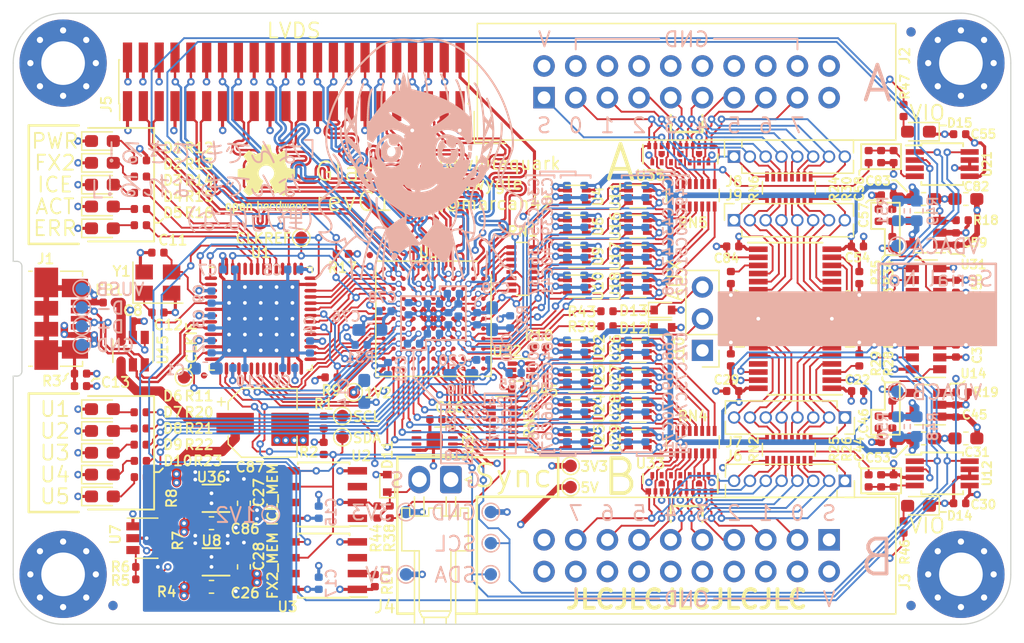
<source format=kicad_pcb>
(kicad_pcb (version 20171130) (host pcbnew 5.1.6)
  (layers (0 F.Cu signal) (1 In1.Cu power hide) (2 In2.Cu power hide) (31 B.Cu signal) (34 B.Paste user hide) (35 F.Paste user hide) (36 B.SilkS user hide) (37 F.SilkS user) (38 B.Mask user hide) (39 F.Mask user hide) (44 Edge.Cuts user hide))
  (net 0 "")
  (net 1 /SDA)
  (net 2 +3V3)
  (net 3 GND)
  (net 4 /SCL)
  (net 5 +5V)
  (net 6 /~CY_RESET)
  (net 7 /SHLD)
  (net 8 /USB_P)
  (net 9 /XTALOUT)
  (net 10 /XTALIN)
  (net 11 /USB_N)
  (net 12 /D0)
  (net 13 /D1)
  (net 14 /D2)
  (net 15 /D3)
  (net 16 /D4)
  (net 17 /D5)
  (net 18 /D6)
  (net 19 /D7)
  (net 20 /FLAGA)
  (net 21 /FLAGB)
  (net 22 /FLAGC)
  (net 23 /OE)
  (net 24 /A0)
  (net 25 /A1)
  (net 26 /PKTEND)
  (net 27 /FPGA_DONE)
  (net 28 /~FPGA_RESET)
  (net 29 +1V2)
  (net 30 /1V2EN)
  (net 31 /3V3EN)
  (net 32 /PGOOD)
  (net 33 /CLKIF)
  (net 34 /FLAGD)
  (net 35 /VUSB)
  (net 36 /LED_CY)
  (net 37 "Net-(D2-Pad2)")
  (net 38 "Net-(D5-Pad2)")
  (net 39 /LED_ERR)
  (net 40 /LED_ACT)
  (net 41 "Net-(D4-Pad2)")
  (net 42 "Net-(D3-Pad2)")
  (net 43 /LED_FPGA)
  (net 44 "Net-(D1-Pad2)")
  (net 45 /~ALERT)
  (net 46 "Net-(R27-Pad1)")
  (net 47 /CLKREF)
  (net 48 /ENVB)
  (net 49 /ENVA)
  (net 50 /WR)
  (net 51 /RD)
  (net 52 "Net-(RN3-Pad10)")
  (net 53 "Net-(RN3-Pad12)")
  (net 54 "Net-(RN3-Pad11)")
  (net 55 "Net-(RN3-Pad13)")
  (net 56 "Net-(RN3-Pad14)")
  (net 57 "Net-(RN3-Pad15)")
  (net 58 "Net-(RN3-Pad9)")
  (net 59 "Net-(RN3-Pad16)")
  (net 60 "Net-(RN1-Pad16)")
  (net 61 "Net-(RN1-Pad9)")
  (net 62 "Net-(RN1-Pad15)")
  (net 63 "Net-(RN1-Pad14)")
  (net 64 "Net-(RN1-Pad13)")
  (net 65 "Net-(RN1-Pad11)")
  (net 66 "Net-(RN1-Pad12)")
  (net 67 "Net-(RN1-Pad10)")
  (net 68 /VCCPLL1)
  (net 69 /VCCPLL0)
  (net 70 /GNDPLL1)
  (net 71 /GNDPLL0)
  (net 72 "Net-(D6-Pad2)")
  (net 73 "Net-(D10-Pad2)")
  (net 74 "Net-(D9-Pad2)")
  (net 75 "Net-(D8-Pad2)")
  (net 76 "Net-(D7-Pad2)")
  (net 77 "Net-(R33-Pad1)")
  (net 78 /IO_Banks/IO_Buffer_B/Y0)
  (net 79 /IO_Banks/IO_Buffer_B/Z0)
  (net 80 /IO_Banks/IO_Buffer_B/Y7)
  (net 81 /IO_Banks/IO_Buffer_B/Z7)
  (net 82 /IO_Banks/IO_Buffer_B/Y1)
  (net 83 /IO_Banks/IO_Buffer_B/Y2)
  (net 84 /IO_Banks/IO_Buffer_B/Y3)
  (net 85 /IO_Banks/IO_Buffer_B/Y4)
  (net 86 /IO_Banks/IO_Buffer_B/Y5)
  (net 87 /IO_Banks/IO_Buffer_B/Y6)
  (net 88 /IO_Banks/IO_Buffer_B/Z1)
  (net 89 /IO_Banks/IO_Buffer_B/Z2)
  (net 90 /IO_Banks/IO_Buffer_B/Z3)
  (net 91 /IO_Banks/IO_Buffer_B/Z5)
  (net 92 /IO_Banks/IO_Buffer_B/Z4)
  (net 93 /IO_Banks/IO_Buffer_B/Z6)
  (net 94 /IO_Banks/IO_Buffer_A/Y0)
  (net 95 /IO_Banks/IO_Buffer_A/Z0)
  (net 96 /IO_Banks/IO_Buffer_A/Y7)
  (net 97 /IO_Banks/IO_Buffer_A/Z7)
  (net 98 /IO_Banks/IO_Buffer_A/Y1)
  (net 99 /IO_Banks/IO_Buffer_A/Y2)
  (net 100 /IO_Banks/IO_Buffer_A/Y3)
  (net 101 /IO_Banks/IO_Buffer_A/Y4)
  (net 102 /IO_Banks/IO_Buffer_A/Y5)
  (net 103 /IO_Banks/IO_Buffer_A/Y6)
  (net 104 /IO_Banks/IO_Buffer_A/Z1)
  (net 105 /IO_Banks/IO_Buffer_A/Z2)
  (net 106 /IO_Banks/IO_Buffer_A/Z3)
  (net 107 /IO_Banks/IO_Buffer_A/Z5)
  (net 108 /IO_Banks/IO_Buffer_A/Z4)
  (net 109 /IO_Banks/IO_Buffer_A/Z6)
  (net 110 /IO_Banks/QB6)
  (net 111 /IO_Banks/QB5)
  (net 112 /IO_Banks/QB4)
  (net 113 /IO_Banks/QB3)
  (net 114 /IO_Banks/QB2)
  (net 115 /IO_Banks/QB1)
  (net 116 /IO_Banks/QB7)
  (net 117 /IO_Banks/QB0)
  (net 118 /IO_Banks/QA0)
  (net 119 /IO_Banks/QA7)
  (net 120 /IO_Banks/QA1)
  (net 121 /IO_Banks/QA2)
  (net 122 /IO_Banks/QA3)
  (net 123 /IO_Banks/QA4)
  (net 124 /IO_Banks/QA5)
  (net 125 /IO_Banks/QA6)
  (net 126 /IO_Banks/IO_Buffer_A/VSAMP)
  (net 127 /IO_Banks/U1)
  (net 128 /IO_Banks/IO_Buffer_A/VSENSE)
  (net 129 /IO_Banks/VIOB)
  (net 130 /IO_Banks/VIOA)
  (net 131 /IO_Banks/U2)
  (net 132 /IO_Banks/IO_Buffer_B/VSAMP)
  (net 133 /IO_Banks/IO_Buffer_B/VSENSE)
  (net 134 /IO_Banks/U5)
  (net 135 /IO_Banks/U4)
  (net 136 /IO_Banks/U3)
  (net 137 /IO_Banks/Z0_P)
  (net 138 /IO_Banks/Z2_N)
  (net 139 /IO_Banks/Z3_N)
  (net 140 /IO_Banks/Z3_P)
  (net 141 /IO_Banks/Z6_P)
  (net 142 /IO_Banks/Z8_P)
  (net 143 /IO_Banks/Z10_P)
  (net 144 /IO_Banks/Z11_P)
  (net 145 /IO_Banks/Z11_N)
  (net 146 /IO_Banks/Z0_N)
  (net 147 /IO_Banks/Z2_P)
  (net 148 /IO_Banks/Z4_P)
  (net 149 /IO_Banks/Z5_P)
  (net 150 /IO_Banks/Z6_N)
  (net 151 /IO_Banks/Z8_N)
  (net 152 /IO_Banks/Z10_N)
  (net 153 /IO_Banks/Z12_N)
  (net 154 /IO_Banks/Z12_P)
  (net 155 /IO_Banks/Z1_N)
  (net 156 /IO_Banks/Z4_N)
  (net 157 /IO_Banks/Z5_N)
  (net 158 /IO_Banks/Z7_N)
  (net 159 /IO_Banks/Z9_P)
  (net 160 /IO_Banks/Z9_N)
  (net 161 /IO_Banks/Z1_P)
  (net 162 /IO_Banks/VIO_AUX)
  (net 163 /IO_Banks/Z7_P)
  (net 164 /IO_Banks/DA0)
  (net 165 /IO_Banks/DA4)
  (net 166 /IO_Banks/DA6)
  (net 167 /IO_Banks/DA1)
  (net 168 /IO_Banks/DA3)
  (net 169 /IO_Banks/DA5)
  (net 170 /IO_Banks/DA7)
  (net 171 /IO_Banks/DB0)
  (net 172 /IO_Banks/DB4)
  (net 173 /IO_Banks/DB6)
  (net 174 /IO_Banks/DB1)
  (net 175 /IO_Banks/DB3)
  (net 176 /IO_Banks/DB5)
  (net 177 /IO_Banks/DB7)
  (net 178 /IO_Banks/DA2)
  (net 179 /IO_Banks/DB2)
  (net 180 "Net-(J7-Pad2)")
  (net 181 "Net-(J7-Pad4)")
  (net 182 "Net-(J7-Pad3)")
  (net 183 "Net-(J7-Pad5)")
  (net 184 "Net-(J7-Pad6)")
  (net 185 "Net-(J7-Pad7)")
  (net 186 "Net-(J7-Pad1)")
  (net 187 "Net-(J7-Pad8)")
  (net 188 "Net-(J9-Pad2)")
  (net 189 "Net-(J9-Pad4)")
  (net 190 "Net-(J9-Pad3)")
  (net 191 "Net-(J9-Pad5)")
  (net 192 "Net-(J9-Pad6)")
  (net 193 "Net-(J9-Pad7)")
  (net 194 "Net-(J9-Pad1)")
  (net 195 "Net-(J9-Pad8)")
  (net 196 /IO_Banks/IO_Buffer_B/VFB)
  (net 197 /IO_Banks/IO_Buffer_A/VFB)
  (net 198 /IO_Banks/~SYNC)
  (net 199 "Net-(R40-Pad1)")
  (net 200 "Net-(FB1-Pad1)")
  (net 201 "Net-(R37-Pad1)")
  (net 202 "Net-(R36-Pad1)")
  (net 203 "Net-(R10-Pad1)")
  (net 204 "Net-(R39-Pad2)")
  (net 205 "Net-(R43-Pad2)")
  (net 206 "Net-(R38-Pad2)")
  (net 207 "Net-(D12-Pad1)")
  (net 208 "Net-(D13-Pad1)")
  (net 209 "Net-(R45-Pad2)")
  (net 210 "Net-(R45-Pad1)")
  (net 211 "Net-(D14-Pad2)")
  (net 212 "Net-(D15-Pad2)")
  (net 213 "Net-(J1-Pad4)")
  (net 214 "Net-(J2-Pad20)")
  (net 215 "Net-(J2-Pad19)")
  (net 216 "Net-(J3-Pad20)")
  (net 217 "Net-(J3-Pad19)")
  (net 218 "Net-(R48-Pad1)")
  (net 219 "Net-(R49-Pad1)")
  (net 220 "Net-(U1-Pad52)")
  (net 221 "Net-(U1-Pad46)")
  (net 222 "Net-(U2-Pad7)")
  (net 223 "Net-(U2-Pad3)")
  (net 224 "Net-(U2-Pad1)")
  (net 225 "Net-(U3-Pad7)")
  (net 226 "Net-(U3-Pad3)")
  (net 227 "Net-(U5-Pad13)")
  (net 228 "Net-(U19-Pad13)")
  (net 229 /IO_Banks/IO_Buffer_A/ADRDAC)
  (net 230 /IO_Banks/IO_Buffer_A/ADRADC)
  (net 231 "Net-(U30-PadB10)")
  (net 232 "Net-(U33-Pad21)")
  (net 233 "Net-(U33-Pad20)")
  (net 234 "Net-(U33-Pad17)")
  (net 235 "Net-(U33-Pad16)")
  (net 236 "Net-(U33-Pad13)")
  (net 237 "Net-(U33-Pad14)")
  (net 238 "Net-(U33-Pad15)")
  (net 239 "Net-(U33-Pad19)")
  (net 240 "Net-(U35-Pad21)")
  (net 241 "Net-(U35-Pad20)")
  (net 242 "Net-(U35-Pad17)")
  (net 243 "Net-(U35-Pad16)")
  (net 244 "Net-(U35-Pad13)")
  (net 245 "Net-(U35-Pad14)")
  (net 246 "Net-(U35-Pad15)")
  (net 247 "Net-(U35-Pad19)")
  (module Glasgow:Molex_KK-254_1x02_P2.54mm_Horizontal (layer F.Cu) (at 85.1 108.4)
    (fp_text reference J4 (at -5.3 10.2) (layer F.SilkS))
    (fp_text value Conn_01x02)
    (pad 1 thru_hole roundrect (at 0 0 180) (size 1.74 2.2) (drill 1.2) (layers *.Cu *.Mask) (roundrect_rratio 0.143678) (net 3 GND))
    (pad 2 thru_hole oval (at -2.54 0 180) (size 1.74 2.2) (drill 1.2) (layers *.Cu *.Mask) (net 198 /IO_Banks/~SYNC))
  )
  (module TestPoint:TestPoint_Pad_D1.0mm (layer B.Cu) (at 55.5 94.6)
    (fp_text reference TP16 hide)
    (fp_text value USBDM hide)
    (pad 1 smd circle (at 0 0) (size 1 1) (layers B.Cu B.Mask) (net 11 /USB_N))
  )
  (module TestPoint:TestPoint_Pad_D1.0mm (layer B.Cu) (at 120.9 89.65)
    (fp_text reference TP19 hide)
    (fp_text value VDAC hide)
    (pad 1 smd circle (at 0 0) (size 1 1) (layers B.Cu B.Mask) (net 77 "Net-(R33-Pad1)"))
  )
  (module TestPoint:TestPoint_Pad_D1.0mm (layer B.Cu) (at 120.9 101.35)
    (fp_text reference TP18 hide)
    (fp_text value VDAC hide)
    (pad 1 smd circle (at 0 0) (size 1 1) (layers B.Cu B.Mask) (net 46 "Net-(R27-Pad1)"))
  )
  (module Capacitor_SMD:CP_Elec_5x3.9 (layer F.Cu) (at 70 103.85)
    (fp_text reference C87 (at -1 3.55) (layer F.SilkS) (effects (font (size 0.8 0.8))))
    (fp_text value 150u)
    (pad 1 smd rect (at -2.2 0) (size 3 1.6) (layers F.Cu F.Paste F.Mask) (net 5 +5V))
    (pad 2 smd rect (at 2.2 0) (size 3 1.6) (layers F.Cu F.Paste F.Mask) (net 3 GND))
  )
  (module Resistor_SMD:R_0603_1608Metric (layer B.Cu) (at 120.95 86.85 90)
    (fp_text reference R51 (at 0 -1.2 90) (layer B.SilkS) (effects (font (size 0.8 0.8)) (justify mirror)))
    (fp_text value DNP)
    (pad 2 smd roundrect (at 0.7875 0 90) (size 0.875 0.95) (layers B.Cu B.Mask) (net 130 /IO_Banks/VIOA))
    (pad 1 smd roundrect (at -0.7875 0 90) (size 0.875 0.95) (layers B.Cu B.Mask) (net 219 "Net-(R49-Pad1)"))
  )
  (module Resistor_SMD:R_0603_1608Metric (layer B.Cu) (at 120.95 104.15 270)
    (fp_text reference R50 (at 0 1.2 270) (layer B.SilkS) (effects (font (size 0.8 0.8)) (justify mirror)))
    (fp_text value DNP)
    (pad 2 smd roundrect (at 0.7875 0 270) (size 0.875 0.95) (layers B.Cu B.Mask) (net 129 /IO_Banks/VIOB))
    (pad 1 smd roundrect (at -0.7875 0 270) (size 0.875 0.95) (layers B.Cu B.Mask) (net 218 "Net-(R48-Pad1)"))
  )
  (module Glasgow:nono_hana (layer B.Cu) (at 73.8 82.5 180)
    (fp_text reference NONO_HANA hide)
    (fp_text value MECHOKKU hide)
  )
  (module Package_TO_SOT_SMD:SOT-23-5 (layer F.Cu) (at 123.2 88.6 180)
    (fp_text reference U31 (at -3.8 -2.55 180) (layer F.SilkS) (effects (font (size 0.7 0.7))))
    (fp_text value TPS73101DBV)
    (pad 5 smd rect (at 1.1 -0.95 180) (size 1.06 0.65) (layers F.Cu F.Paste F.Mask) (net 219 "Net-(R49-Pad1)"))
    (pad 4 smd rect (at 1.1 0.95 180) (size 1.06 0.65) (layers F.Cu F.Paste F.Mask) (net 197 /IO_Banks/IO_Buffer_A/VFB))
    (pad 3 smd rect (at -1.1 0.95 180) (size 1.06 0.65) (layers F.Cu F.Paste F.Mask) (net 49 /ENVA))
    (pad 2 smd rect (at -1.1 0 180) (size 1.06 0.65) (layers F.Cu F.Paste F.Mask) (net 3 GND))
    (pad 1 smd rect (at -1.1 -0.95 180) (size 1.06 0.65) (layers F.Cu F.Paste F.Mask) (net 5 +5V))
  )
  (module Resistor_SMD:R_0603_1608Metric (layer B.Cu) (at 122.45 86.85 90)
    (fp_text reference R49 (at 0 1.3 90) (layer B.SilkS) (effects (font (size 0.8 0.8)) (justify mirror)))
    (fp_text value 0.68)
    (pad 2 smd roundrect (at 0.7875 0 90) (size 0.875 0.95) (layers B.Cu B.Paste B.Mask) (net 130 /IO_Banks/VIOA))
    (pad 1 smd roundrect (at -0.7875 0 90) (size 0.875 0.95) (layers B.Cu B.Paste B.Mask) (net 219 "Net-(R49-Pad1)"))
  )
  (module Resistor_SMD:R_0603_1608Metric (layer B.Cu) (at 122.45 104.15 270)
    (fp_text reference R48 (at 0 -1.3 270) (layer B.SilkS) (effects (font (size 0.8 0.8)) (justify mirror)))
    (fp_text value 0.68)
    (pad 2 smd roundrect (at 0.7875 0 270) (size 0.875 0.95) (layers B.Cu B.Paste B.Mask) (net 129 /IO_Banks/VIOB))
    (pad 1 smd roundrect (at -0.7875 0 270) (size 0.875 0.95) (layers B.Cu B.Paste B.Mask) (net 218 "Net-(R48-Pad1)"))
  )
  (module Glasgow:DFN-6-1EP_2x2mm_P0.65mm_EP1x1.6mm_ThermalVias (layer F.Cu) (at 65.9 109.9 180)
    (fp_text reference U36 (at 0 1.7 180) (layer F.SilkS) (effects (font (size 0.8 0.8))))
    (fp_text value TLV73312PQDRVRQ1)
    (pad 7 smd rect (at 0 0 180) (size 1 1.6) (layers B.Cu) (net 3 GND))
    (pad 7 thru_hole circle (at 0 0.4 180) (size 0.65 0.65) (drill 0.3) (layers *.Cu) (net 3 GND))
    (pad 7 thru_hole circle (at 0 -0.4 180) (size 0.65 0.65) (drill 0.3) (layers *.Cu) (net 3 GND))
    (pad 1 smd rect (at -1.05 -0.65 180) (size 0.65 0.35) (layers F.Cu F.Paste F.Mask) (net 29 +1V2))
    (pad 2 smd rect (at -1.05 0 180) (size 0.65 0.35) (layers F.Cu F.Paste F.Mask) (net 29 +1V2))
    (pad 3 smd rect (at -1.05 0.65 180) (size 0.65 0.35) (layers F.Cu F.Paste F.Mask) (net 3 GND))
    (pad 4 smd rect (at 1.05 0.65 180) (size 0.65 0.35) (layers F.Cu F.Paste F.Mask) (net 30 /1V2EN))
    (pad 5 smd rect (at 1.05 0 180) (size 0.65 0.35) (layers F.Cu F.Paste F.Mask) (net 5 +5V))
    (pad 6 smd rect (at 1.05 -0.65 180) (size 0.65 0.35) (layers F.Cu F.Paste F.Mask) (net 5 +5V))
    (pad 7 smd rect (at 0 0 180) (size 1 1.6) (layers F.Cu F.Mask) (net 3 GND))
  )
  (module Glasgow:DFN-6-1EP_2x2mm_P0.65mm_EP1x1.6mm_ThermalVias (layer F.Cu) (at 65.9 115 180)
    (fp_text reference U8 (at 0 1.7 180) (layer F.SilkS) (effects (font (size 0.8 0.8))))
    (fp_text value TLV75533PDRVR)
    (pad 7 smd rect (at 0 0 180) (size 1 1.6) (layers B.Cu) (net 3 GND))
    (pad 7 thru_hole circle (at 0 0.4 180) (size 0.65 0.65) (drill 0.3) (layers *.Cu) (net 3 GND))
    (pad 7 thru_hole circle (at 0 -0.4 180) (size 0.65 0.65) (drill 0.3) (layers *.Cu) (net 3 GND))
    (pad 1 smd rect (at -1.05 -0.65 180) (size 0.65 0.35) (layers F.Cu F.Paste F.Mask) (net 2 +3V3))
    (pad 2 smd rect (at -1.05 0 180) (size 0.65 0.35) (layers F.Cu F.Paste F.Mask) (net 2 +3V3))
    (pad 3 smd rect (at -1.05 0.65 180) (size 0.65 0.35) (layers F.Cu F.Paste F.Mask) (net 3 GND))
    (pad 4 smd rect (at 1.05 0.65 180) (size 0.65 0.35) (layers F.Cu F.Paste F.Mask) (net 31 /3V3EN))
    (pad 5 smd rect (at 1.05 0 180) (size 0.65 0.35) (layers F.Cu F.Paste F.Mask) (net 5 +5V))
    (pad 6 smd rect (at 1.05 -0.65 180) (size 0.65 0.35) (layers F.Cu F.Paste F.Mask) (net 5 +5V))
    (pad 7 smd rect (at 0 0 180) (size 1 1.6) (layers F.Cu F.Mask) (net 3 GND))
  )
  (module Capacitor_SMD:C_0603_1608Metric_Pad1.05x0.95mm_HandSolder (layer F.Cu) (at 65.9 111.9 180)
    (fp_text reference C86 (at -2.7 -0.45 180) (layer F.SilkS) (effects (font (size 0.8 0.8))))
    (fp_text value 4u7)
    (pad 2 smd roundrect (at 0.875 0 180) (size 1.05 0.95) (layers F.Cu F.Paste F.Mask) (net 5 +5V))
    (pad 1 smd roundrect (at -0.875 0 180) (size 1.05 0.95) (layers F.Cu F.Paste F.Mask) (net 3 GND))
  )
  (module Crystal:Crystal_SMD_3225-4Pin_3.2x2.5mm (layer F.Cu) (at 61.6 92.6)
    (fp_text reference Y1 (at -2.9 -0.9 180) (layer F.SilkS) (effects (font (size 0.8 0.8))))
    (fp_text value 24M)
    (pad 4 smd rect (at -1.1 -0.85) (size 1.4 1.2) (layers F.Cu F.Paste F.Mask) (net 3 GND))
    (pad 3 smd rect (at 1.1 -0.85) (size 1.4 1.2) (layers F.Cu F.Paste F.Mask) (net 9 /XTALOUT))
    (pad 2 smd rect (at 1.1 0.85) (size 1.4 1.2) (layers F.Cu F.Paste F.Mask) (net 3 GND))
    (pad 1 smd rect (at -1.1 0.85) (size 1.4 1.2) (layers F.Cu F.Paste F.Mask) (net 10 /XTALIN))
  )
  (module LED_SMD:LED_0603_1608Metric_Pad1.05x0.95mm_HandSolder (layer F.Cu) (at 57.15 109.75)
    (fp_text reference D10 (at 6.05 -2.85) (layer F.SilkS) (effects (font (size 0.8 0.8))))
    (fp_text value BLU)
    (pad 2 smd roundrect (at 0.875 0) (size 1.05 0.95) (layers F.Cu F.Paste F.Mask) (net 73 "Net-(D10-Pad2)"))
    (pad 1 smd roundrect (at -0.875 0) (size 1.05 0.95) (layers F.Cu F.Paste F.Mask) (net 3 GND))
  )
  (module LED_SMD:LED_0603_1608Metric_Pad1.05x0.95mm_HandSolder (layer F.Cu) (at 57.15 108)
    (fp_text reference D9 (at 5.65 -2.4) (layer F.SilkS) (effects (font (size 0.8 0.8))))
    (fp_text value PNK)
    (pad 2 smd roundrect (at 0.875 0) (size 1.05 0.95) (layers F.Cu F.Paste F.Mask) (net 74 "Net-(D9-Pad2)"))
    (pad 1 smd roundrect (at -0.875 0) (size 1.05 0.95) (layers F.Cu F.Paste F.Mask) (net 3 GND))
  )
  (module LED_SMD:LED_0603_1608Metric_Pad1.05x0.95mm_HandSolder (layer F.Cu) (at 57.15 106.25)
    (fp_text reference D8 (at 5.65 -1.95) (layer F.SilkS) (effects (font (size 0.8 0.8))))
    (fp_text value WHT)
    (pad 2 smd roundrect (at 0.875 0) (size 1.05 0.95) (layers F.Cu F.Paste F.Mask) (net 75 "Net-(D8-Pad2)"))
    (pad 1 smd roundrect (at -0.875 0) (size 1.05 0.95) (layers F.Cu F.Paste F.Mask) (net 3 GND))
  )
  (module LED_SMD:LED_0603_1608Metric_Pad1.05x0.95mm_HandSolder (layer F.Cu) (at 57.15 104.5)
    (fp_text reference D7 (at 5.65 -1.5) (layer F.SilkS) (effects (font (size 0.8 0.8))))
    (fp_text value PNK)
    (pad 2 smd roundrect (at 0.875 0) (size 1.05 0.95) (layers F.Cu F.Paste F.Mask) (net 76 "Net-(D7-Pad2)"))
    (pad 1 smd roundrect (at -0.875 0) (size 1.05 0.95) (layers F.Cu F.Paste F.Mask) (net 3 GND))
  )
  (module LED_SMD:LED_0603_1608Metric_Pad1.05x0.95mm_HandSolder (layer F.Cu) (at 57.15 102.75)
    (fp_text reference D6 (at 5.65 -1.05) (layer F.SilkS) (effects (font (size 0.8 0.8))))
    (fp_text value BLU)
    (pad 2 smd roundrect (at 0.875 0) (size 1.05 0.95) (layers F.Cu F.Paste F.Mask) (net 72 "Net-(D6-Pad2)"))
    (pad 1 smd roundrect (at -0.875 0) (size 1.05 0.95) (layers F.Cu F.Paste F.Mask) (net 3 GND))
  )
  (module LED_SMD:LED_0603_1608Metric_Pad1.05x0.95mm_HandSolder (layer F.Cu) (at 57.15 88.25)
    (fp_text reference D5 (at 5.65 -1.25) (layer F.SilkS) (effects (font (size 0.8 0.8))))
    (fp_text value RED)
    (pad 2 smd roundrect (at 0.875 0) (size 1.05 0.95) (layers F.Cu F.Paste F.Mask) (net 38 "Net-(D5-Pad2)"))
    (pad 1 smd roundrect (at -0.875 0) (size 1.05 0.95) (layers F.Cu F.Paste F.Mask) (net 3 GND))
  )
  (module LED_SMD:LED_0603_1608Metric_Pad1.05x0.95mm_HandSolder (layer F.Cu) (at 57.15 86.5)
    (fp_text reference D4 (at 5.65 -0.8) (layer F.SilkS) (effects (font (size 0.8 0.8))))
    (fp_text value YEL)
    (pad 2 smd roundrect (at 0.875 0) (size 1.05 0.95) (layers F.Cu F.Paste F.Mask) (net 41 "Net-(D4-Pad2)"))
    (pad 1 smd roundrect (at -0.875 0) (size 1.05 0.95) (layers F.Cu F.Paste F.Mask) (net 3 GND))
  )
  (module LED_SMD:LED_0603_1608Metric_Pad1.05x0.95mm_HandSolder (layer F.Cu) (at 57.15 84.75)
    (fp_text reference D3 (at 5.65 -0.35) (layer F.SilkS) (effects (font (size 0.8 0.8))))
    (fp_text value GRN)
    (pad 2 smd roundrect (at 0.875 0) (size 1.05 0.95) (layers F.Cu F.Paste F.Mask) (net 42 "Net-(D3-Pad2)"))
    (pad 1 smd roundrect (at -0.875 0) (size 1.05 0.95) (layers F.Cu F.Paste F.Mask) (net 3 GND))
  )
  (module LED_SMD:LED_0603_1608Metric_Pad1.05x0.95mm_HandSolder (layer F.Cu) (at 57.15 83)
    (fp_text reference D2 (at 5.65 0.1) (layer F.SilkS) (effects (font (size 0.8 0.8))))
    (fp_text value GRN)
    (pad 2 smd roundrect (at 0.875 0) (size 1.05 0.95) (layers F.Cu F.Paste F.Mask) (net 37 "Net-(D2-Pad2)"))
    (pad 1 smd roundrect (at -0.875 0) (size 1.05 0.95) (layers F.Cu F.Paste F.Mask) (net 3 GND))
  )
  (module LED_SMD:LED_0603_1608Metric_Pad1.05x0.95mm_HandSolder (layer F.Cu) (at 57.15 81.25)
    (fp_text reference D1 (at 5.65 0.55) (layer F.SilkS) (effects (font (size 0.8 0.8))))
    (fp_text value GRN)
    (pad 2 smd roundrect (at 0.875 0) (size 1.05 0.95) (layers F.Cu F.Paste F.Mask) (net 44 "Net-(D1-Pad2)"))
    (pad 1 smd roundrect (at -0.875 0) (size 1.05 0.95) (layers F.Cu F.Paste F.Mask) (net 3 GND))
  )
  (module Resistor_SMD:R_0402_1005Metric (layer F.Cu) (at 121.4 78.8 270)
    (fp_text reference R47 (at -1.9 -0.1 270) (layer F.SilkS) (effects (font (size 0.7 0.7))))
    (fp_text value 20k)
    (pad 2 smd roundrect (at 0.485 0 270) (size 0.59 0.64) (layers F.Cu F.Paste F.Mask) (net 212 "Net-(D15-Pad2)"))
    (pad 1 smd roundrect (at -0.485 0 270) (size 0.59 0.64) (layers F.Cu F.Paste F.Mask) (net 49 /ENVA))
  )
  (module Resistor_SMD:R_0402_1005Metric (layer F.Cu) (at 121.4 112.2 90)
    (fp_text reference R46 (at -2 0.1 90) (layer F.SilkS) (effects (font (size 0.7 0.7))))
    (fp_text value 20k)
    (pad 2 smd roundrect (at 0.485 0 90) (size 0.59 0.64) (layers F.Cu F.Paste F.Mask) (net 211 "Net-(D14-Pad2)"))
    (pad 1 smd roundrect (at -0.485 0 90) (size 0.59 0.64) (layers F.Cu F.Paste F.Mask) (net 48 /ENVB))
  )
  (module LED_SMD:LED_0603_1608Metric_Pad1.05x0.95mm_HandSolder (layer F.Cu) (at 122.6 80.5 180)
    (fp_text reference D15 (at -3.3 0.7 180) (layer F.SilkS) (effects (font (size 0.7 0.7))))
    (fp_text value GRN)
    (pad 2 smd roundrect (at 0.875 0 180) (size 1.05 0.95) (layers F.Cu F.Paste F.Mask) (net 212 "Net-(D15-Pad2)"))
    (pad 1 smd roundrect (at -0.875 0 180) (size 1.05 0.95) (layers F.Cu F.Paste F.Mask) (net 3 GND))
  )
  (module LED_SMD:LED_0603_1608Metric_Pad1.05x0.95mm_HandSolder (layer F.Cu) (at 122.6 110.5 180)
    (fp_text reference D14 (at -3.3 -0.8 180) (layer F.SilkS) (effects (font (size 0.7 0.7))))
    (fp_text value GRN)
    (pad 2 smd roundrect (at 0.875 0 180) (size 1.05 0.95) (layers F.Cu F.Paste F.Mask) (net 211 "Net-(D14-Pad2)"))
    (pad 1 smd roundrect (at -0.875 0 180) (size 1.05 0.95) (layers F.Cu F.Paste F.Mask) (net 3 GND))
  )
  (module TestPoint:TestPoint_Pad_D1.0mm (layer B.Cu) (at 70.65 111.2)
    (fp_text reference TP17 hide)
    (fp_text value 1V2 hide)
    (pad 1 smd circle (at 0 0) (size 1 1) (layers B.Cu B.Mask) (net 29 +1V2))
  )
  (module Glasgow:SOT-563 (layer F.Cu) (at 90.75 99.6)
    (fp_text reference U32 (at -1.15 -1.5 180) (layer F.SilkS) (effects (font (size 0.8 0.8))))
    (fp_text value SN74LVC1T45DRL)
    (pad 5 smd rect (at 0.75 0) (size 0.7 0.35) (layers F.Cu F.Paste F.Mask) (net 203 "Net-(R10-Pad1)"))
    (pad 4 smd rect (at 0.75 0.5) (size 0.7 0.35) (layers F.Cu F.Paste F.Mask) (net 206 "Net-(R38-Pad2)"))
    (pad 2 smd rect (at -0.75 0) (size 0.7 0.35) (layers F.Cu F.Paste F.Mask) (net 3 GND))
    (pad 6 smd rect (at 0.75 -0.5) (size 0.7 0.35) (layers F.Cu F.Paste F.Mask) (net 2 +3V3))
    (pad 3 smd rect (at -0.75 0.5) (size 0.7 0.35) (layers F.Cu F.Paste F.Mask) (net 210 "Net-(R45-Pad1)"))
    (pad 1 smd rect (at -0.75 -0.5) (size 0.7 0.35) (layers F.Cu F.Paste F.Mask) (net 2 +3V3))
  )
  (module Resistor_SMD:R_0402_1005Metric (layer F.Cu) (at 90.45 101.15 180)
    (fp_text reference R45 (at -2.1 -0.15 180) (layer F.SilkS) (effects (font (size 0.8 0.8))))
    (fp_text value 47)
    (pad 2 smd roundrect (at 0.485 0 180) (size 0.59 0.64) (layers F.Cu F.Paste F.Mask) (net 209 "Net-(R45-Pad2)"))
    (pad 1 smd roundrect (at -0.485 0 180) (size 0.59 0.64) (layers F.Cu F.Paste F.Mask) (net 210 "Net-(R45-Pad1)"))
  )
  (module TestPoint:TestPoint_Pad_D1.0mm (layer B.Cu) (at 55.5 96.1)
    (fp_text reference TP15 hide)
    (fp_text value USBDP hide)
    (pad 1 smd circle (at 0 0) (size 1 1) (layers B.Cu B.Mask) (net 8 /USB_P))
  )
  (module TestPoint:TestPoint_Pad_D1.0mm (layer B.Cu) (at 55.5 97.6)
    (fp_text reference TP14 hide)
    (fp_text value USBGND hide)
    (pad 1 smd circle (at 0 0) (size 1 1) (layers B.Cu B.Mask) (net 3 GND))
  )
  (module TestPoint:TestPoint_Pad_D1.0mm (layer B.Cu) (at 55.5 93.1)
    (fp_text reference TP13 hide)
    (fp_text value VBUS hide)
    (pad 1 smd circle (at 0 0) (size 1 1) (layers B.Cu B.Mask) (net 200 "Net-(FB1-Pad1)"))
  )
  (module Resistor_SMD:R_0402_1005Metric (layer F.Cu) (at 79.2 111 90)
    (fp_text reference R44 (at -2.1 -0.1 90) (layer F.SilkS) (effects (font (size 0.8 0.8))))
    (fp_text value 10k)
    (pad 2 smd roundrect (at 0.485 0 90) (size 0.59 0.64) (layers F.Cu F.Paste F.Mask) (net 2 +3V3))
    (pad 1 smd roundrect (at -0.485 0 90) (size 0.59 0.64) (layers F.Cu F.Paste F.Mask) (net 198 /IO_Banks/~SYNC))
  )
  (module Diode_SMD:D_SOD-523 (layer F.Cu) (at 80 108.7 90)
    (fp_text reference D11 (at 2.3 0 90) (layer F.SilkS) (effects (font (size 0.8 0.8))))
    (fp_text value ESD5Z5.0T1G)
    (pad 1 smd rect (at -0.7 0 270) (size 0.6 0.7) (layers F.Cu F.Paste F.Mask) (net 198 /IO_Banks/~SYNC))
    (pad 2 smd rect (at 0.7 0 270) (size 0.6 0.7) (layers F.Cu F.Paste F.Mask) (net 3 GND))
  )
  (module Glasgow:UDFN-18-3EP_5.5x1.5mm_P0.5mm_EP0.5x0.5mm (layer F.Cu) (at 103.5 82.3 180)
    (fp_text reference U35 (at 2.4 -1.7 180) (layer F.SilkS) (effects (font (size 0.8 0.8))))
    (fp_text value MG2040)
    (pad 21 smd custom (at 1.5 0 180) (size 0.3 0.3) (layers F.Cu F.Paste F.Mask) (net 240 "Net-(U35-Pad21)") (options (clearance outline) (anchor rect)) (primitives (gr_poly (pts (xy -0.25 0.25) (xy -0.25 -0.1) (xy -0.1 -0.25) (xy 0.1 -0.25) (xy 0.25 -0.1) (xy 0.25 0.25)) (width 0))))
    (pad 20 smd custom (at 0 0 180) (size 0.3 0.3) (layers F.Cu F.Paste F.Mask) (net 241 "Net-(U35-Pad20)") (options (clearance outline) (anchor rect)) (primitives (gr_poly (pts (xy -0.25 0.25) (xy -0.25 -0.1) (xy -0.1 -0.25) (xy 0.1 -0.25) (xy 0.25 -0.1) (xy 0.25 0.25)) (width 0))))
    (pad 11 smd rect (at 2.5 0.65 180) (size 0.3 0.5) (layers F.Cu F.Paste F.Mask) (net 95 /IO_Banks/IO_Buffer_A/Z0))
    (pad 10 smd rect (at 2 0.65 180) (size 0.3 0.5) (layers F.Cu F.Paste F.Mask) (net 104 /IO_Banks/IO_Buffer_A/Z1))
    (pad 9 smd rect (at 1.5 0.65 180) (size 0.3 0.5) (layers F.Cu F.Paste F.Mask) (net 128 /IO_Banks/IO_Buffer_A/VSENSE))
    (pad 8 smd rect (at 1 0.65 180) (size 0.3 0.5) (layers F.Cu F.Paste F.Mask) (net 105 /IO_Banks/IO_Buffer_A/Z2))
    (pad 7 smd rect (at 0.5 0.65 180) (size 0.3 0.5) (layers F.Cu F.Paste F.Mask) (net 106 /IO_Banks/IO_Buffer_A/Z3))
    (pad 1 smd rect (at -2.5 0.65 180) (size 0.45 0.5) (drill (offset -0.075 0)) (layers F.Cu F.Paste F.Mask) (net 97 /IO_Banks/IO_Buffer_A/Z7))
    (pad 2 smd rect (at -2 0.65 180) (size 0.3 0.5) (layers F.Cu F.Paste F.Mask) (net 109 /IO_Banks/IO_Buffer_A/Z6))
    (pad 4 smd rect (at -1 0.65 180) (size 0.3 0.5) (layers F.Cu F.Paste F.Mask) (net 107 /IO_Banks/IO_Buffer_A/Z5))
    (pad 5 smd rect (at -0.5 0.65 180) (size 0.3 0.5) (layers F.Cu F.Paste F.Mask) (net 108 /IO_Banks/IO_Buffer_A/Z4))
    (pad 3 smd rect (at -1.5 0.65 180) (size 0.3 0.5) (layers F.Cu F.Paste F.Mask) (net 130 /IO_Banks/VIOA))
    (pad 18 smd rect (at -2.25 -0.65 180) (size 0.3 0.5) (layers F.Cu F.Paste F.Mask) (net 3 GND))
    (pad 17 smd rect (at -1.5 -0.65 180) (size 0.3 0.5) (layers F.Cu F.Paste F.Mask) (net 242 "Net-(U35-Pad17)"))
    (pad 16 smd rect (at -0.75 -0.65 180) (size 0.3 0.5) (layers F.Cu F.Paste F.Mask) (net 243 "Net-(U35-Pad16)"))
    (pad 12 smd rect (at 2.25 -0.65 180) (size 0.3 0.5) (layers F.Cu F.Paste F.Mask) (net 3 GND))
    (pad 13 smd rect (at 1.5 -0.65 180) (size 0.3 0.5) (layers F.Cu F.Paste F.Mask) (net 244 "Net-(U35-Pad13)"))
    (pad 14 smd rect (at 0.75 -0.65 180) (size 0.3 0.5) (layers F.Cu F.Paste F.Mask) (net 245 "Net-(U35-Pad14)"))
    (pad 6 smd rect (at 0 0.65 180) (size 0.3 0.5) (layers F.Cu F.Paste F.Mask) (net 130 /IO_Banks/VIOA))
    (pad 15 smd rect (at 0 -0.65 180) (size 0.3 0.5) (layers F.Cu F.Paste F.Mask) (net 246 "Net-(U35-Pad15)"))
    (pad 19 smd custom (at -1.5 0 180) (size 0.3 0.3) (layers F.Cu F.Paste F.Mask) (net 247 "Net-(U35-Pad19)") (options (clearance outline) (anchor rect)) (primitives (gr_poly (pts (xy -0.25 0.25) (xy -0.25 -0.1) (xy -0.1 -0.25) (xy 0.1 -0.25) (xy 0.25 -0.1) (xy 0.25 0.25)) (width 0))))
  )
  (module Glasgow:UDFN-18-3EP_5.5x1.5mm_P0.5mm_EP0.5x0.5mm (layer F.Cu) (at 103.5 108.7)
    (fp_text reference U33 (at -2.4 -1.6) (layer F.SilkS) (effects (font (size 0.8 0.8))))
    (fp_text value MG2040)
    (pad 21 smd custom (at 1.5 0) (size 0.3 0.3) (layers F.Cu F.Paste F.Mask) (net 232 "Net-(U33-Pad21)") (options (clearance outline) (anchor rect)) (primitives (gr_poly (pts (xy -0.25 0.25) (xy -0.25 -0.1) (xy -0.1 -0.25) (xy 0.1 -0.25) (xy 0.25 -0.1) (xy 0.25 0.25)) (width 0))))
    (pad 20 smd custom (at 0 0) (size 0.3 0.3) (layers F.Cu F.Paste F.Mask) (net 233 "Net-(U33-Pad20)") (options (clearance outline) (anchor rect)) (primitives (gr_poly (pts (xy -0.25 0.25) (xy -0.25 -0.1) (xy -0.1 -0.25) (xy 0.1 -0.25) (xy 0.25 -0.1) (xy 0.25 0.25)) (width 0))))
    (pad 11 smd rect (at 2.5 0.65) (size 0.3 0.5) (layers F.Cu F.Paste F.Mask) (net 79 /IO_Banks/IO_Buffer_B/Z0))
    (pad 10 smd rect (at 2 0.65) (size 0.3 0.5) (layers F.Cu F.Paste F.Mask) (net 88 /IO_Banks/IO_Buffer_B/Z1))
    (pad 9 smd rect (at 1.5 0.65) (size 0.3 0.5) (layers F.Cu F.Paste F.Mask) (net 133 /IO_Banks/IO_Buffer_B/VSENSE))
    (pad 8 smd rect (at 1 0.65) (size 0.3 0.5) (layers F.Cu F.Paste F.Mask) (net 89 /IO_Banks/IO_Buffer_B/Z2))
    (pad 7 smd rect (at 0.5 0.65) (size 0.3 0.5) (layers F.Cu F.Paste F.Mask) (net 90 /IO_Banks/IO_Buffer_B/Z3))
    (pad 1 smd rect (at -2.5 0.65) (size 0.45 0.5) (drill (offset -0.075 0)) (layers F.Cu F.Paste F.Mask) (net 81 /IO_Banks/IO_Buffer_B/Z7))
    (pad 2 smd rect (at -2 0.65) (size 0.3 0.5) (layers F.Cu F.Paste F.Mask) (net 93 /IO_Banks/IO_Buffer_B/Z6))
    (pad 4 smd rect (at -1 0.65) (size 0.3 0.5) (layers F.Cu F.Paste F.Mask) (net 91 /IO_Banks/IO_Buffer_B/Z5))
    (pad 5 smd rect (at -0.5 0.65) (size 0.3 0.5) (layers F.Cu F.Paste F.Mask) (net 92 /IO_Banks/IO_Buffer_B/Z4))
    (pad 3 smd rect (at -1.5 0.65) (size 0.3 0.5) (layers F.Cu F.Paste F.Mask) (net 129 /IO_Banks/VIOB))
    (pad 18 smd rect (at -2.25 -0.65) (size 0.3 0.5) (layers F.Cu F.Paste F.Mask) (net 3 GND))
    (pad 17 smd rect (at -1.5 -0.65) (size 0.3 0.5) (layers F.Cu F.Paste F.Mask) (net 234 "Net-(U33-Pad17)"))
    (pad 16 smd rect (at -0.75 -0.65) (size 0.3 0.5) (layers F.Cu F.Paste F.Mask) (net 235 "Net-(U33-Pad16)"))
    (pad 12 smd rect (at 2.25 -0.65) (size 0.3 0.5) (layers F.Cu F.Paste F.Mask) (net 3 GND))
    (pad 13 smd rect (at 1.5 -0.65) (size 0.3 0.5) (layers F.Cu F.Paste F.Mask) (net 236 "Net-(U33-Pad13)"))
    (pad 14 smd rect (at 0.75 -0.65) (size 0.3 0.5) (layers F.Cu F.Paste F.Mask) (net 237 "Net-(U33-Pad14)"))
    (pad 6 smd rect (at 0 0.65) (size 0.3 0.5) (layers F.Cu F.Paste F.Mask) (net 129 /IO_Banks/VIOB))
    (pad 15 smd rect (at 0 -0.65) (size 0.3 0.5) (layers F.Cu F.Paste F.Mask) (net 238 "Net-(U33-Pad15)"))
    (pad 19 smd custom (at -1.5 0) (size 0.3 0.3) (layers F.Cu F.Paste F.Mask) (net 239 "Net-(U33-Pad19)") (options (clearance outline) (anchor rect)) (primitives (gr_poly (pts (xy -0.25 0.25) (xy -0.25 -0.1) (xy -0.1 -0.25) (xy 0.1 -0.25) (xy 0.25 -0.1) (xy 0.25 0.25)) (width 0))))
  )
  (module Connector_IDC:IDC-Header_2x10_P2.54mm_Vertical (layer F.Cu) (at 92.57 77.77 90)
    (fp_text reference J2 (at 3.37 28.93 90) (layer F.SilkS) (effects (font (size 0.8 0.8))))
    (fp_text value Conn_02x10_Odd_Even)
    (pad 20 thru_hole oval (at 2.54 22.86 90) (size 1.7272 1.7272) (drill 1.016) (layers *.Cu *.Mask) (net 214 "Net-(J2-Pad20)"))
    (pad 19 thru_hole oval (at 0 22.86 90) (size 1.7272 1.7272) (drill 1.016) (layers *.Cu *.Mask) (net 215 "Net-(J2-Pad19)"))
    (pad 18 thru_hole oval (at 2.54 20.32 90) (size 1.7272 1.7272) (drill 1.016) (layers *.Cu *.Mask) (net 3 GND))
    (pad 17 thru_hole oval (at 0 20.32 90) (size 1.7272 1.7272) (drill 1.016) (layers *.Cu *.Mask) (net 97 /IO_Banks/IO_Buffer_A/Z7))
    (pad 16 thru_hole oval (at 2.54 17.78 90) (size 1.7272 1.7272) (drill 1.016) (layers *.Cu *.Mask) (net 3 GND))
    (pad 15 thru_hole oval (at 0 17.78 90) (size 1.7272 1.7272) (drill 1.016) (layers *.Cu *.Mask) (net 109 /IO_Banks/IO_Buffer_A/Z6))
    (pad 14 thru_hole oval (at 2.54 15.24 90) (size 1.7272 1.7272) (drill 1.016) (layers *.Cu *.Mask) (net 3 GND))
    (pad 13 thru_hole oval (at 0 15.24 90) (size 1.7272 1.7272) (drill 1.016) (layers *.Cu *.Mask) (net 107 /IO_Banks/IO_Buffer_A/Z5))
    (pad 12 thru_hole oval (at 2.54 12.7 90) (size 1.7272 1.7272) (drill 1.016) (layers *.Cu *.Mask) (net 3 GND))
    (pad 11 thru_hole oval (at 0 12.7 90) (size 1.7272 1.7272) (drill 1.016) (layers *.Cu *.Mask) (net 108 /IO_Banks/IO_Buffer_A/Z4))
    (pad 10 thru_hole oval (at 2.54 10.16 90) (size 1.7272 1.7272) (drill 1.016) (layers *.Cu *.Mask) (net 3 GND))
    (pad 9 thru_hole oval (at 0 10.16 90) (size 1.7272 1.7272) (drill 1.016) (layers *.Cu *.Mask) (net 106 /IO_Banks/IO_Buffer_A/Z3))
    (pad 8 thru_hole oval (at 2.54 7.62 90) (size 1.7272 1.7272) (drill 1.016) (layers *.Cu *.Mask) (net 3 GND))
    (pad 7 thru_hole oval (at 0 7.62 90) (size 1.7272 1.7272) (drill 1.016) (layers *.Cu *.Mask) (net 105 /IO_Banks/IO_Buffer_A/Z2))
    (pad 6 thru_hole oval (at 2.54 5.08 90) (size 1.7272 1.7272) (drill 1.016) (layers *.Cu *.Mask) (net 3 GND))
    (pad 5 thru_hole oval (at 0 5.08 90) (size 1.7272 1.7272) (drill 1.016) (layers *.Cu *.Mask) (net 104 /IO_Banks/IO_Buffer_A/Z1))
    (pad 4 thru_hole oval (at 2.54 2.54 90) (size 1.7272 1.7272) (drill 1.016) (layers *.Cu *.Mask) (net 3 GND))
    (pad 3 thru_hole oval (at 0 2.54 90) (size 1.7272 1.7272) (drill 1.016) (layers *.Cu *.Mask) (net 95 /IO_Banks/IO_Buffer_A/Z0))
    (pad 2 thru_hole oval (at 2.54 0 90) (size 1.7272 1.7272) (drill 1.016) (layers *.Cu *.Mask) (net 130 /IO_Banks/VIOA))
    (pad 1 thru_hole rect (at 0 0 90) (size 1.7272 1.7272) (drill 1.016) (layers *.Cu *.Mask) (net 128 /IO_Banks/IO_Buffer_A/VSENSE))
  )
  (module Connector_PinSocket_1.27mm:PinSocket_1x08_P1.27mm_Vertical (layer F.Cu) (at 116.7 103.42 270)
    (fp_text reference J7 (at 1.98 8.9 180) (layer F.SilkS) (effects (font (size 0.8 0.8))))
    (fp_text value Conn_01x08)
    (pad 8 thru_hole oval (at 0 8.89 270) (size 1 1) (drill 0.7) (layers *.Cu *.Mask) (net 187 "Net-(J7-Pad8)"))
    (pad 7 thru_hole oval (at 0 7.62 270) (size 1 1) (drill 0.7) (layers *.Cu *.Mask) (net 185 "Net-(J7-Pad7)"))
    (pad 6 thru_hole oval (at 0 6.35 270) (size 1 1) (drill 0.7) (layers *.Cu *.Mask) (net 184 "Net-(J7-Pad6)"))
    (pad 5 thru_hole oval (at 0 5.08 270) (size 1 1) (drill 0.7) (layers *.Cu *.Mask) (net 183 "Net-(J7-Pad5)"))
    (pad 4 thru_hole oval (at 0 3.81 270) (size 1 1) (drill 0.7) (layers *.Cu *.Mask) (net 181 "Net-(J7-Pad4)"))
    (pad 3 thru_hole oval (at 0 2.54 270) (size 1 1) (drill 0.7) (layers *.Cu *.Mask) (net 182 "Net-(J7-Pad3)"))
    (pad 2 thru_hole oval (at 0 1.27 270) (size 1 1) (drill 0.7) (layers *.Cu *.Mask) (net 180 "Net-(J7-Pad2)"))
    (pad 1 thru_hole rect (at 0 0 270) (size 1 1) (drill 0.7) (layers *.Cu *.Mask) (net 186 "Net-(J7-Pad1)"))
  )
  (module Connector_PinSocket_1.27mm:PinSocket_1x08_P1.27mm_Vertical (layer F.Cu) (at 116.7 108.5 270)
    (fp_text reference J6 (at -2 8.9) (layer F.SilkS) (effects (font (size 0.8 0.8))))
    (fp_text value Conn_01x08)
    (pad 8 thru_hole oval (at 0 8.89 270) (size 1 1) (drill 0.7) (layers *.Cu *.Mask) (net 81 /IO_Banks/IO_Buffer_B/Z7))
    (pad 7 thru_hole oval (at 0 7.62 270) (size 1 1) (drill 0.7) (layers *.Cu *.Mask) (net 93 /IO_Banks/IO_Buffer_B/Z6))
    (pad 6 thru_hole oval (at 0 6.35 270) (size 1 1) (drill 0.7) (layers *.Cu *.Mask) (net 91 /IO_Banks/IO_Buffer_B/Z5))
    (pad 5 thru_hole oval (at 0 5.08 270) (size 1 1) (drill 0.7) (layers *.Cu *.Mask) (net 92 /IO_Banks/IO_Buffer_B/Z4))
    (pad 4 thru_hole oval (at 0 3.81 270) (size 1 1) (drill 0.7) (layers *.Cu *.Mask) (net 90 /IO_Banks/IO_Buffer_B/Z3))
    (pad 3 thru_hole oval (at 0 2.54 270) (size 1 1) (drill 0.7) (layers *.Cu *.Mask) (net 89 /IO_Banks/IO_Buffer_B/Z2))
    (pad 2 thru_hole oval (at 0 1.27 270) (size 1 1) (drill 0.7) (layers *.Cu *.Mask) (net 88 /IO_Banks/IO_Buffer_B/Z1))
    (pad 1 thru_hole rect (at 0 0 270) (size 1 1) (drill 0.7) (layers *.Cu *.Mask) (net 79 /IO_Banks/IO_Buffer_B/Z0))
  )
  (module Resistor_SMD:R_0402_1005Metric (layer F.Cu) (at 80.2 111 270)
    (fp_text reference R38 (at 2.085 0 270) (layer F.SilkS) (effects (font (size 0.8 0.8))))
    (fp_text value 47)
    (pad 2 smd roundrect (at 0.485 0 270) (size 0.59 0.64) (layers F.Cu F.Paste F.Mask) (net 206 "Net-(R38-Pad2)"))
    (pad 1 smd roundrect (at -0.485 0 270) (size 0.59 0.64) (layers F.Cu F.Paste F.Mask) (net 198 /IO_Banks/~SYNC))
  )
  (module Resistor_SMD:R_0402_1005Metric (layer F.Cu) (at 97.615 94.9 180)
    (fp_text reference R43 (at 2.015 -0.05 180) (layer F.SilkS) (effects (font (size 0.8 0.8))))
    (fp_text value 47)
    (pad 2 smd roundrect (at 0.485 0 180) (size 0.59 0.64) (layers F.Cu F.Paste F.Mask) (net 205 "Net-(R43-Pad2)"))
    (pad 1 smd roundrect (at -0.485 0 180) (size 0.59 0.64) (layers F.Cu F.Paste F.Mask) (net 208 "Net-(D13-Pad1)"))
  )
  (module Resistor_SMD:R_0402_1005Metric (layer F.Cu) (at 97.615 96.1 180)
    (fp_text reference R39 (at 2.015 -0.05 180) (layer F.SilkS) (effects (font (size 0.8 0.8))))
    (fp_text value 47)
    (pad 2 smd roundrect (at 0.485 0 180) (size 0.59 0.64) (layers F.Cu F.Paste F.Mask) (net 204 "Net-(R39-Pad2)"))
    (pad 1 smd roundrect (at -0.485 0 180) (size 0.59 0.64) (layers F.Cu F.Paste F.Mask) (net 207 "Net-(D12-Pad1)"))
  )
  (module TestPoint:TestPoint_Pad_D1.0mm (layer B.Cu) (at 81.5 116)
    (fp_text reference TP8 hide)
    (fp_text value 5V hide)
    (pad 1 smd circle (at 0 0) (size 1 1) (layers B.Cu B.Mask) (net 5 +5V))
  )
  (module TestPoint:TestPoint_Pad_D1.0mm (layer B.Cu) (at 81.5 111)
    (fp_text reference TP9 hide)
    (fp_text value 3V3 hide)
    (pad 1 smd circle (at 0 0) (size 1 1) (layers B.Cu B.Mask) (net 2 +3V3))
  )
  (module TestPoint:TestPoint_Pad_D1.0mm (layer B.Cu) (at 88.3 116)
    (fp_text reference TP10 hide)
    (fp_text value SDA hide)
    (pad 1 smd circle (at 0 0) (size 1 1) (layers B.Cu B.Mask) (net 1 /SDA))
  )
  (module TestPoint:TestPoint_Pad_D1.0mm (layer B.Cu) (at 88.3 113.5)
    (fp_text reference TP11 hide)
    (fp_text value SCL hide)
    (pad 1 smd circle (at 0 0) (size 1 1) (layers B.Cu B.Mask) (net 4 /SCL))
  )
  (module TestPoint:TestPoint_Pad_D1.0mm (layer B.Cu) (at 88.3 111)
    (fp_text reference TP12 hide)
    (fp_text value GND hide)
    (pad 1 smd circle (at 0 0) (size 1 1) (layers B.Cu B.Mask) (net 3 GND))
  )
  (module Connector_PinHeader_2.54mm:PinHeader_1x03_P2.54mm_Vertical (layer F.Cu) (at 105.27 98.04 180)
    (fp_text reference J10 (at 1.87 0.04 270) (layer F.SilkS) (effects (font (size 0.8 0.8))))
    (fp_text value Conn_01x03)
    (pad 3 thru_hole oval (at 0 5.08 180) (size 1.7 1.7) (drill 1) (layers *.Cu *.Mask) (net 208 "Net-(D13-Pad1)"))
    (pad 2 thru_hole oval (at 0 2.54 180) (size 1.7 1.7) (drill 1) (layers *.Cu *.Mask) (net 207 "Net-(D12-Pad1)"))
    (pad 1 thru_hole rect (at 0 0 180) (size 1.7 1.7) (drill 1) (layers *.Cu *.Mask) (net 3 GND))
  )
  (module Package_BGA:BGA-121_9.0x9.0mm_Layout11x11_P0.8mm_Ball0.4mm_Pad0.35mm_NSMD (layer F.Cu) (at 83.7 95.5 270)
    (fp_text reference U30 (at -5.3 0 180) (layer F.SilkS) (effects (font (size 0.8 0.8))))
    (fp_text value ICE40HX8K-BG121)
    (pad L11 smd circle (at 4 4 270) (size 0.35 0.35) (layers F.Cu F.Paste F.Mask) (net 2 +3V3))
    (pad K11 smd circle (at 4 3.2 270) (size 0.35 0.35) (layers F.Cu F.Paste F.Mask) (net 177 /IO_Banks/DB7))
    (pad J11 smd circle (at 4 2.4 270) (size 0.35 0.35) (layers F.Cu F.Paste F.Mask) (net 176 /IO_Banks/DB5))
    (pad H11 smd circle (at 4 1.6 270) (size 0.35 0.35) (layers F.Cu F.Paste F.Mask) (net 175 /IO_Banks/DB3))
    (pad G11 smd circle (at 4 0.8 270) (size 0.35 0.35) (layers F.Cu F.Paste F.Mask) (net 174 /IO_Banks/DB1))
    (pad F11 smd circle (at 4 0 270) (size 0.35 0.35) (layers F.Cu F.Paste F.Mask) (net 110 /IO_Banks/QB6))
    (pad E11 smd circle (at 4 -0.8 270) (size 0.35 0.35) (layers F.Cu F.Paste F.Mask) (net 111 /IO_Banks/QB5))
    (pad D11 smd circle (at 4 -1.6 270) (size 0.35 0.35) (layers F.Cu F.Paste F.Mask) (net 113 /IO_Banks/QB3))
    (pad C11 smd circle (at 4 -2.4 270) (size 0.35 0.35) (layers F.Cu F.Paste F.Mask) (net 115 /IO_Banks/QB1))
    (pad B11 smd circle (at 4 -3.2 270) (size 0.35 0.35) (layers F.Cu F.Paste F.Mask) (net 117 /IO_Banks/QB0))
    (pad A11 smd circle (at 4 -4 270) (size 0.35 0.35) (layers F.Cu F.Paste F.Mask) (net 209 "Net-(R45-Pad2)"))
    (pad L10 smd circle (at 3.2 4 270) (size 0.35 0.35) (layers F.Cu F.Paste F.Mask) (net 16 /D4))
    (pad K10 smd circle (at 3.2 3.2 270) (size 0.35 0.35) (layers F.Cu F.Paste F.Mask) (net 15 /D3))
    (pad J10 smd circle (at 3.2 2.4 270) (size 0.35 0.35) (layers F.Cu F.Paste F.Mask) (net 173 /IO_Banks/DB6))
    (pad H10 smd circle (at 3.2 1.6 270) (size 0.35 0.35) (layers F.Cu F.Paste F.Mask) (net 172 /IO_Banks/DB4))
    (pad G10 smd circle (at 3.2 0.8 270) (size 0.35 0.35) (layers F.Cu F.Paste F.Mask) (net 179 /IO_Banks/DB2))
    (pad F10 smd circle (at 3.2 0 270) (size 0.35 0.35) (layers F.Cu F.Paste F.Mask) (net 116 /IO_Banks/QB7))
    (pad E10 smd circle (at 3.2 -0.8 270) (size 0.35 0.35) (layers F.Cu F.Paste F.Mask) (net 112 /IO_Banks/QB4))
    (pad D10 smd circle (at 3.2 -1.6 270) (size 0.35 0.35) (layers F.Cu F.Paste F.Mask) (net 114 /IO_Banks/QB2))
    (pad C10 smd circle (at 3.2 -2.4 270) (size 0.35 0.35) (layers F.Cu F.Paste F.Mask) (net 2 +3V3))
    (pad B10 smd circle (at 3.2 -3.2 270) (size 0.35 0.35) (layers F.Cu F.Paste F.Mask) (net 231 "Net-(U30-PadB10)"))
    (pad A10 smd circle (at 3.2 -4 270) (size 0.35 0.35) (layers F.Cu F.Paste F.Mask) (net 204 "Net-(R39-Pad2)"))
    (pad L9 smd circle (at 2.4 4 270) (size 0.35 0.35) (layers F.Cu F.Paste F.Mask) (net 28 /~FPGA_RESET))
    (pad K9 smd circle (at 2.4 3.2 270) (size 0.35 0.35) (layers F.Cu F.Paste F.Mask) (net 17 /D5))
    (pad J9 smd circle (at 2.4 2.4 270) (size 0.35 0.35) (layers F.Cu F.Paste F.Mask) (net 14 /D2))
    (pad H9 smd circle (at 2.4 1.6 270) (size 0.35 0.35) (layers F.Cu F.Paste F.Mask) (net 4 /SCL))
    (pad G9 smd circle (at 2.4 0.8 270) (size 0.35 0.35) (layers F.Cu F.Paste F.Mask) (net 127 /IO_Banks/U1))
    (pad F9 smd circle (at 2.4 0 270) (size 0.35 0.35) (layers F.Cu F.Paste F.Mask) (net 171 /IO_Banks/DB0))
    (pad E9 smd circle (at 2.4 -0.8 270) (size 0.35 0.35) (layers F.Cu F.Paste F.Mask) (net 136 /IO_Banks/U3))
    (pad D9 smd circle (at 2.4 -1.6 270) (size 0.35 0.35) (layers F.Cu F.Paste F.Mask) (net 135 /IO_Banks/U4))
    (pad C9 smd circle (at 2.4 -2.4 270) (size 0.35 0.35) (layers F.Cu F.Paste F.Mask) (net 205 "Net-(R43-Pad2)"))
    (pad B9 smd circle (at 2.4 -3.2 270) (size 0.35 0.35) (layers F.Cu F.Paste F.Mask) (net 166 /IO_Banks/DA6))
    (pad A9 smd circle (at 2.4 -4 270) (size 0.35 0.35) (layers F.Cu F.Paste F.Mask) (net 170 /IO_Banks/DA7))
    (pad L8 smd circle (at 1.6 4 270) (size 0.35 0.35) (layers F.Cu F.Paste F.Mask) (net 18 /D6))
    (pad K8 smd circle (at 1.6 3.2 270) (size 0.35 0.35) (layers F.Cu F.Paste F.Mask) (net 27 /FPGA_DONE))
    (pad J8 smd circle (at 1.6 2.4 270) (size 0.35 0.35) (layers F.Cu F.Paste F.Mask) (net 1 /SDA))
    (pad H8 smd circle (at 1.6 1.6 270) (size 0.35 0.35) (layers F.Cu F.Paste F.Mask) (net 29 +1V2))
    (pad G8 smd circle (at 1.6 0.8 270) (size 0.35 0.35) (layers F.Cu F.Paste F.Mask) (net 131 /IO_Banks/U2))
    (pad F8 smd circle (at 1.6 0 270) (size 0.35 0.35) (layers F.Cu F.Paste F.Mask) (net 2 +3V3))
    (pad E8 smd circle (at 1.6 -0.8 270) (size 0.35 0.35) (layers F.Cu F.Paste F.Mask) (net 134 /IO_Banks/U5))
    (pad D8 smd circle (at 1.6 -1.6 270) (size 0.35 0.35) (layers F.Cu F.Paste F.Mask) (net 29 +1V2))
    (pad C8 smd circle (at 1.6 -2.4 270) (size 0.35 0.35) (layers F.Cu F.Paste F.Mask) (net 167 /IO_Banks/DA1))
    (pad B8 smd circle (at 1.6 -3.2 270) (size 0.35 0.35) (layers F.Cu F.Paste F.Mask) (net 165 /IO_Banks/DA4))
    (pad A8 smd circle (at 1.6 -4 270) (size 0.35 0.35) (layers F.Cu F.Paste F.Mask) (net 169 /IO_Banks/DA5))
    (pad L7 smd circle (at 0.8 4 270) (size 0.35 0.35) (layers F.Cu F.Paste F.Mask) (net 20 /FLAGA))
    (pad K7 smd circle (at 0.8 3.2 270) (size 0.35 0.35) (layers F.Cu F.Paste F.Mask) (net 19 /D7))
    (pad J7 smd circle (at 0.8 2.4 270) (size 0.35 0.35) (layers F.Cu F.Paste F.Mask) (net 13 /D1))
    (pad H7 smd circle (at 0.8 1.6 270) (size 0.35 0.35) (layers F.Cu F.Paste F.Mask) (net 12 /D0))
    (pad G7 smd circle (at 0.8 0.8 270) (size 0.35 0.35) (layers F.Cu F.Paste F.Mask) (net 3 GND))
    (pad F7 smd circle (at 0.8 0 270) (size 0.35 0.35) (layers F.Cu F.Paste F.Mask) (net 3 GND))
    (pad E7 smd circle (at 0.8 -0.8 270) (size 0.35 0.35) (layers F.Cu F.Paste F.Mask) (net 3 GND))
    (pad D7 smd circle (at 0.8 -1.6 270) (size 0.35 0.35) (layers F.Cu F.Paste F.Mask) (net 178 /IO_Banks/DA2))
    (pad C7 smd circle (at 0.8 -2.4 270) (size 0.35 0.35) (layers F.Cu F.Paste F.Mask) (net 164 /IO_Banks/DA0))
    (pad B7 smd circle (at 0.8 -3.2 270) (size 0.35 0.35) (layers F.Cu F.Paste F.Mask) (net 125 /IO_Banks/QA6))
    (pad A7 smd circle (at 0.8 -4 270) (size 0.35 0.35) (layers F.Cu F.Paste F.Mask) (net 168 /IO_Banks/DA3))
    (pad L6 smd circle (at 0 4 270) (size 0.35 0.35) (layers F.Cu F.Paste F.Mask) (net 71 /GNDPLL0))
    (pad K6 smd circle (at 0 3.2 270) (size 0.35 0.35) (layers F.Cu F.Paste F.Mask) (net 33 /CLKIF))
    (pad J6 smd circle (at 0 2.4 270) (size 0.35 0.35) (layers F.Cu F.Paste F.Mask) (net 69 /VCCPLL0))
    (pad H6 smd circle (at 0 1.6 270) (size 0.35 0.35) (layers F.Cu F.Paste F.Mask) (net 2 +3V3))
    (pad G6 smd circle (at 0 0.8 270) (size 0.35 0.35) (layers F.Cu F.Paste F.Mask) (net 3 GND))
    (pad F6 smd circle (at 0 0 270) (size 0.35 0.35) (layers F.Cu F.Paste F.Mask) (net 3 GND))
    (pad E6 smd circle (at 0 -0.8 270) (size 0.35 0.35) (layers F.Cu F.Paste F.Mask) (net 3 GND))
    (pad D6 smd circle (at 0 -1.6 270) (size 0.35 0.35) (layers F.Cu F.Paste F.Mask) (net 2 +3V3))
    (pad C6 smd circle (at 0 -2.4 270) (size 0.35 0.35) (layers F.Cu F.Paste F.Mask) (net 68 /VCCPLL1))
    (pad B6 smd circle (at 0 -3.2 270) (size 0.35 0.35) (layers F.Cu F.Paste F.Mask) (net 123 /IO_Banks/QA4))
    (pad A6 smd circle (at 0 -4 270) (size 0.35 0.35) (layers F.Cu F.Paste F.Mask) (net 125 /IO_Banks/QA6))
    (pad L5 smd circle (at -0.8 4 270) (size 0.35 0.35) (layers F.Cu F.Paste F.Mask) (net 47 /CLKREF))
    (pad K5 smd circle (at -0.8 3.2 270) (size 0.35 0.35) (layers F.Cu F.Paste F.Mask) (net 21 /FLAGB))
    (pad J5 smd circle (at -0.8 2.4 270) (size 0.35 0.35) (layers F.Cu F.Paste F.Mask) (net 51 /RD))
    (pad H5 smd circle (at -0.8 1.6 270) (size 0.35 0.35) (layers F.Cu F.Paste F.Mask) (net 3 GND))
    (pad G5 smd circle (at -0.8 0.8 270) (size 0.35 0.35) (layers F.Cu F.Paste F.Mask) (net 3 GND))
    (pad F5 smd circle (at -0.8 0 270) (size 0.35 0.35) (layers F.Cu F.Paste F.Mask) (net 3 GND))
    (pad E5 smd circle (at -0.8 -0.8 270) (size 0.35 0.35) (layers F.Cu F.Paste F.Mask) (net 3 GND))
    (pad D5 smd circle (at -0.8 -1.6 270) (size 0.35 0.35) (layers F.Cu F.Paste F.Mask) (net 47 /CLKREF))
    (pad C5 smd circle (at -0.8 -2.4 270) (size 0.35 0.35) (layers F.Cu F.Paste F.Mask) (net 70 /GNDPLL1))
    (pad B5 smd circle (at -0.8 -3.2 270) (size 0.35 0.35) (layers F.Cu F.Paste F.Mask) (net 123 /IO_Banks/QA4))
    (pad A5 smd circle (at -0.8 -4 270) (size 0.35 0.35) (layers F.Cu F.Paste F.Mask) (net 119 /IO_Banks/QA7))
    (pad L4 smd circle (at -1.6 4 270) (size 0.35 0.35) (layers F.Cu F.Paste F.Mask) (net 22 /FLAGC))
    (pad K4 smd circle (at -1.6 3.2 270) (size 0.35 0.35) (layers F.Cu F.Paste F.Mask) (net 45 /~ALERT))
    (pad J4 smd circle (at -1.6 2.4 270) (size 0.35 0.35) (layers F.Cu F.Paste F.Mask) (net 50 /WR))
    (pad H4 smd circle (at -1.6 1.6 270) (size 0.35 0.35) (layers F.Cu F.Paste F.Mask) (net 29 +1V2))
    (pad G4 smd circle (at -1.6 0.8 270) (size 0.35 0.35) (layers F.Cu F.Paste F.Mask) (net 162 /IO_Banks/VIO_AUX))
    (pad F4 smd circle (at -1.6 0 270) (size 0.35 0.35) (layers F.Cu F.Paste F.Mask) (net 163 /IO_Banks/Z7_P))
    (pad E4 smd circle (at -1.6 -0.8 270) (size 0.35 0.35) (layers F.Cu F.Paste F.Mask) (net 162 /IO_Banks/VIO_AUX))
    (pad D4 smd circle (at -1.6 -1.6 270) (size 0.35 0.35) (layers F.Cu F.Paste F.Mask) (net 29 +1V2))
    (pad C4 smd circle (at -1.6 -2.4 270) (size 0.35 0.35) (layers F.Cu F.Paste F.Mask) (net 161 /IO_Banks/Z1_P))
    (pad B4 smd circle (at -1.6 -3.2 270) (size 0.35 0.35) (layers F.Cu F.Paste F.Mask) (net 203 "Net-(R10-Pad1)"))
    (pad A4 smd circle (at -1.6 -4 270) (size 0.35 0.35) (layers F.Cu F.Paste F.Mask) (net 124 /IO_Banks/QA5))
    (pad L3 smd circle (at -2.4 4 270) (size 0.35 0.35) (layers F.Cu F.Paste F.Mask) (net 23 /OE))
    (pad K3 smd circle (at -2.4 3.2 270) (size 0.35 0.35) (layers F.Cu F.Paste F.Mask) (net 24 /A0))
    (pad J3 smd circle (at -2.4 2.4 270) (size 0.35 0.35) (layers F.Cu F.Paste F.Mask) (net 34 /FLAGD))
    (pad H3 smd circle (at -2.4 1.6 270) (size 0.35 0.35) (layers F.Cu F.Paste F.Mask) (net 160 /IO_Banks/Z9_N))
    (pad G3 smd circle (at -2.4 0.8 270) (size 0.35 0.35) (layers F.Cu F.Paste F.Mask) (net 159 /IO_Banks/Z9_P))
    (pad F3 smd circle (at -2.4 0 270) (size 0.35 0.35) (layers F.Cu F.Paste F.Mask) (net 158 /IO_Banks/Z7_N))
    (pad E3 smd circle (at -2.4 -0.8 270) (size 0.35 0.35) (layers F.Cu F.Paste F.Mask) (net 157 /IO_Banks/Z5_N))
    (pad D3 smd circle (at -2.4 -1.6 270) (size 0.35 0.35) (layers F.Cu F.Paste F.Mask) (net 156 /IO_Banks/Z4_N))
    (pad C3 smd circle (at -2.4 -2.4 270) (size 0.35 0.35) (layers F.Cu F.Paste F.Mask) (net 155 /IO_Banks/Z1_N))
    (pad B3 smd circle (at -2.4 -3.2 270) (size 0.35 0.35) (layers F.Cu F.Paste F.Mask) (net 121 /IO_Banks/QA2))
    (pad A3 smd circle (at -2.4 -4 270) (size 0.35 0.35) (layers F.Cu F.Paste F.Mask) (net 122 /IO_Banks/QA3))
    (pad L2 smd circle (at -3.2 4 270) (size 0.35 0.35) (layers F.Cu F.Paste F.Mask) (net 25 /A1))
    (pad K2 smd circle (at -3.2 3.2 270) (size 0.35 0.35) (layers F.Cu F.Paste F.Mask) (net 154 /IO_Banks/Z12_P))
    (pad J2 smd circle (at -3.2 2.4 270) (size 0.35 0.35) (layers F.Cu F.Paste F.Mask) (net 153 /IO_Banks/Z12_N))
    (pad H2 smd circle (at -3.2 1.6 270) (size 0.35 0.35) (layers F.Cu F.Paste F.Mask) (net 152 /IO_Banks/Z10_N))
    (pad G2 smd circle (at -3.2 0.8 270) (size 0.35 0.35) (layers F.Cu F.Paste F.Mask) (net 151 /IO_Banks/Z8_N))
    (pad F2 smd circle (at -3.2 0 270) (size 0.35 0.35) (layers F.Cu F.Paste F.Mask) (net 150 /IO_Banks/Z6_N))
    (pad E2 smd circle (at -3.2 -0.8 270) (size 0.35 0.35) (layers F.Cu F.Paste F.Mask) (net 149 /IO_Banks/Z5_P))
    (pad D2 smd circle (at -3.2 -1.6 270) (size 0.35 0.35) (layers F.Cu F.Paste F.Mask) (net 148 /IO_Banks/Z4_P))
    (pad C2 smd circle (at -3.2 -2.4 270) (size 0.35 0.35) (layers F.Cu F.Paste F.Mask) (net 147 /IO_Banks/Z2_P))
    (pad B2 smd circle (at -3.2 -3.2 270) (size 0.35 0.35) (layers F.Cu F.Paste F.Mask) (net 146 /IO_Banks/Z0_N))
    (pad A2 smd circle (at -3.2 -4 270) (size 0.35 0.35) (layers F.Cu F.Paste F.Mask) (net 120 /IO_Banks/QA1))
    (pad L1 smd circle (at -4 4 270) (size 0.35 0.35) (layers F.Cu F.Paste F.Mask) (net 26 /PKTEND))
    (pad K1 smd circle (at -4 3.2 270) (size 0.35 0.35) (layers F.Cu F.Paste F.Mask) (net 145 /IO_Banks/Z11_N))
    (pad J1 smd circle (at -4 2.4 270) (size 0.35 0.35) (layers F.Cu F.Paste F.Mask) (net 144 /IO_Banks/Z11_P))
    (pad H1 smd circle (at -4 1.6 270) (size 0.35 0.35) (layers F.Cu F.Paste F.Mask) (net 143 /IO_Banks/Z10_P))
    (pad G1 smd circle (at -4 0.8 270) (size 0.35 0.35) (layers F.Cu F.Paste F.Mask) (net 142 /IO_Banks/Z8_P))
    (pad F1 smd circle (at -4 0 270) (size 0.35 0.35) (layers F.Cu F.Paste F.Mask) (net 141 /IO_Banks/Z6_P))
    (pad E1 smd circle (at -4 -0.8 270) (size 0.35 0.35) (layers F.Cu F.Paste F.Mask) (net 140 /IO_Banks/Z3_P))
    (pad D1 smd circle (at -4 -1.6 270) (size 0.35 0.35) (layers F.Cu F.Paste F.Mask) (net 139 /IO_Banks/Z3_N))
    (pad C1 smd circle (at -4 -2.4 270) (size 0.35 0.35) (layers F.Cu F.Paste F.Mask) (net 138 /IO_Banks/Z2_N))
    (pad B1 smd circle (at -4 -3.2 270) (size 0.35 0.35) (layers F.Cu F.Paste F.Mask) (net 137 /IO_Banks/Z0_P))
    (pad A1 smd circle (at -4 -4 270) (size 0.35 0.35) (layers F.Cu F.Paste F.Mask) (net 118 /IO_Banks/QA0))
  )
  (module Capacitor_SMD:C_0402_1005Metric (layer B.Cu) (at 90.25 99.85 180)
    (fp_text reference C85 (at 0.2 -0.95 180) (layer B.SilkS) (effects (font (size 0.8 0.8)) (justify mirror)))
    (fp_text value u1)
    (pad 2 smd roundrect (at 0.485 0 180) (size 0.59 0.64) (layers B.Cu B.Paste B.Mask) (net 3 GND))
    (pad 1 smd roundrect (at -0.485 0 180) (size 0.59 0.64) (layers B.Cu B.Paste B.Mask) (net 2 +3V3))
  )
  (module Capacitor_SMD:C_0402_1005Metric (layer F.Cu) (at 117.715 101.3)
    (fp_text reference C22 (at -0.015 -0.9) (layer F.SilkS) (effects (font (size 0.7 0.7))))
    (fp_text value u1)
    (pad 2 smd roundrect (at 0.485 0) (size 0.59 0.64) (layers F.Cu F.Paste F.Mask) (net 3 GND))
    (pad 1 smd roundrect (at -0.485 0) (size 0.59 0.64) (layers F.Cu F.Paste F.Mask) (net 2 +3V3))
  )
  (module Package_TO_SOT_SMD:SOT-23-6 (layer F.Cu) (at 123.2 92.4 180)
    (fp_text reference U20 (at 0 -2.25 180) (layer F.SilkS) (effects (font (size 0.7 0.7))))
    (fp_text value DAC081C081CIMK)
    (pad 5 smd rect (at 1.1 0 180) (size 1.06 0.65) (layers F.Cu F.Paste F.Mask) (net 4 /SCL))
    (pad 6 smd rect (at 1.1 -0.95 180) (size 1.06 0.65) (layers F.Cu F.Paste F.Mask) (net 229 /IO_Banks/IO_Buffer_A/ADRDAC))
    (pad 4 smd rect (at 1.1 0.95 180) (size 1.06 0.65) (layers F.Cu F.Paste F.Mask) (net 1 /SDA))
    (pad 3 smd rect (at -1.1 0.95 180) (size 1.06 0.65) (layers F.Cu F.Paste F.Mask) (net 3 GND))
    (pad 2 smd rect (at -1.1 0 180) (size 1.06 0.65) (layers F.Cu F.Paste F.Mask) (net 2 +3V3))
    (pad 1 smd rect (at -1.1 -0.95 180) (size 1.06 0.65) (layers F.Cu F.Paste F.Mask) (net 77 "Net-(R33-Pad1)"))
  )
  (module Resistor_SMD:R_0402_1005Metric (layer F.Cu) (at 107.55 98.8 270)
    (fp_text reference R41 (at -1.9 -0.75 270) (layer F.SilkS) (effects (font (size 0.7 0.7))))
    (fp_text value 1k)
    (pad 2 smd roundrect (at 0.485 0 270) (size 0.59 0.64) (layers F.Cu F.Paste F.Mask) (net 129 /IO_Banks/VIOB))
    (pad 1 smd roundrect (at -0.485 0 270) (size 0.59 0.64) (layers F.Cu F.Paste F.Mask) (net 3 GND))
  )
  (module Resistor_SMD:R_0402_1005Metric (layer F.Cu) (at 117.85 92.2 90)
    (fp_text reference R42 (at -1.95 -0.7 90) (layer F.SilkS) (effects (font (size 0.7 0.7))))
    (fp_text value 1k)
    (pad 2 smd roundrect (at 0.485 0 90) (size 0.59 0.64) (layers F.Cu F.Paste F.Mask) (net 130 /IO_Banks/VIOA))
    (pad 1 smd roundrect (at -0.485 0 90) (size 0.59 0.64) (layers F.Cu F.Paste F.Mask) (net 3 GND))
  )
  (module Inductor_SMD:L_0402_1005Metric (layer F.Cu) (at 57.7 94.2)
    (fp_text reference FB1 (at 0 -1) (layer F.SilkS) (effects (font (size 0.8 0.8))))
    (fp_text value Ferrite_Bead)
    (pad 2 smd roundrect (at 0.485 0) (size 0.59 0.64) (layers F.Cu F.Paste F.Mask) (net 35 /VUSB))
    (pad 1 smd roundrect (at -0.485 0) (size 0.59 0.64) (layers F.Cu F.Paste F.Mask) (net 200 "Net-(FB1-Pad1)"))
  )
  (module Fiducial:Fiducial_0.5mm_Dia_1mm_Outer (layer F.Cu) (at 78.6 90.4)
    (fp_text reference FID8 hide)
    (fp_text value Fiducial_0.5mm_Dia_1mm_Outer hide)
    (pad ~ smd circle (at 0 0) (size 0.5 0.5) (layers F.Cu F.Mask) (clearance 0.25))
  )
  (module Fiducial:Fiducial_0.5mm_Dia_1mm_Outer (layer F.Cu) (at 65.3 100.05)
    (fp_text reference FID7 hide)
    (fp_text value Fiducial_0.5mm_Dia_1mm_Outer hide)
    (pad ~ smd circle (at 0 0) (size 0.5 0.5) (layers F.Cu F.Mask) (clearance 0.25))
  )
  (module Fiducial:Fiducial_0.75mm_Dia_1.5mm_Outer (layer F.Cu) (at 122 118.5)
    (fp_text reference FID3 hide)
    (fp_text value Fiducial_0.75mm_Dia_1.5mm_Outer hide)
    (pad ~ smd circle (at 0 0) (size 0.75 0.75) (layers F.Cu F.Mask) (clearance 0.375))
  )
  (module Fiducial:Fiducial_0.75mm_Dia_1.5mm_Outer (layer B.Cu) (at 122 118.5)
    (fp_text reference FID6 hide)
    (fp_text value Fiducial_0.75mm_Dia_1.5mm_Outer hide)
    (pad ~ smd circle (at 0 0) (size 0.75 0.75) (layers B.Cu B.Mask) (clearance 0.375))
  )
  (module Connector_IDC:IDC-Header_2x10_P2.54mm_Vertical (layer F.Cu) (at 115.43 113.23 270)
    (fp_text reference J3 (at 3.37 -6.07 270) (layer F.SilkS) (effects (font (size 0.8 0.8))))
    (fp_text value Conn_02x10_Odd_Even)
    (pad 20 thru_hole oval (at 2.54 22.86 270) (size 1.7272 1.7272) (drill 1.016) (layers *.Cu *.Mask) (net 216 "Net-(J3-Pad20)"))
    (pad 19 thru_hole oval (at 0 22.86 270) (size 1.7272 1.7272) (drill 1.016) (layers *.Cu *.Mask) (net 217 "Net-(J3-Pad19)"))
    (pad 18 thru_hole oval (at 2.54 20.32 270) (size 1.7272 1.7272) (drill 1.016) (layers *.Cu *.Mask) (net 3 GND))
    (pad 17 thru_hole oval (at 0 20.32 270) (size 1.7272 1.7272) (drill 1.016) (layers *.Cu *.Mask) (net 81 /IO_Banks/IO_Buffer_B/Z7))
    (pad 16 thru_hole oval (at 2.54 17.78 270) (size 1.7272 1.7272) (drill 1.016) (layers *.Cu *.Mask) (net 3 GND))
    (pad 15 thru_hole oval (at 0 17.78 270) (size 1.7272 1.7272) (drill 1.016) (layers *.Cu *.Mask) (net 93 /IO_Banks/IO_Buffer_B/Z6))
    (pad 14 thru_hole oval (at 2.54 15.24 270) (size 1.7272 1.7272) (drill 1.016) (layers *.Cu *.Mask) (net 3 GND))
    (pad 13 thru_hole oval (at 0 15.24 270) (size 1.7272 1.7272) (drill 1.016) (layers *.Cu *.Mask) (net 91 /IO_Banks/IO_Buffer_B/Z5))
    (pad 12 thru_hole oval (at 2.54 12.7 270) (size 1.7272 1.7272) (drill 1.016) (layers *.Cu *.Mask) (net 3 GND))
    (pad 11 thru_hole oval (at 0 12.7 270) (size 1.7272 1.7272) (drill 1.016) (layers *.Cu *.Mask) (net 92 /IO_Banks/IO_Buffer_B/Z4))
    (pad 10 thru_hole oval (at 2.54 10.16 270) (size 1.7272 1.7272) (drill 1.016) (layers *.Cu *.Mask) (net 3 GND))
    (pad 9 thru_hole oval (at 0 10.16 270) (size 1.7272 1.7272) (drill 1.016) (layers *.Cu *.Mask) (net 90 /IO_Banks/IO_Buffer_B/Z3))
    (pad 8 thru_hole oval (at 2.54 7.62 270) (size 1.7272 1.7272) (drill 1.016) (layers *.Cu *.Mask) (net 3 GND))
    (pad 7 thru_hole oval (at 0 7.62 270) (size 1.7272 1.7272) (drill 1.016) (layers *.Cu *.Mask) (net 89 /IO_Banks/IO_Buffer_B/Z2))
    (pad 6 thru_hole oval (at 2.54 5.08 270) (size 1.7272 1.7272) (drill 1.016) (layers *.Cu *.Mask) (net 3 GND))
    (pad 5 thru_hole oval (at 0 5.08 270) (size 1.7272 1.7272) (drill 1.016) (layers *.Cu *.Mask) (net 88 /IO_Banks/IO_Buffer_B/Z1))
    (pad 4 thru_hole oval (at 2.54 2.54 270) (size 1.7272 1.7272) (drill 1.016) (layers *.Cu *.Mask) (net 3 GND))
    (pad 3 thru_hole oval (at 0 2.54 270) (size 1.7272 1.7272) (drill 1.016) (layers *.Cu *.Mask) (net 79 /IO_Banks/IO_Buffer_B/Z0))
    (pad 2 thru_hole oval (at 2.54 0 270) (size 1.7272 1.7272) (drill 1.016) (layers *.Cu *.Mask) (net 129 /IO_Banks/VIOB))
    (pad 1 thru_hole rect (at 0 0 270) (size 1.7272 1.7272) (drill 1.016) (layers *.Cu *.Mask) (net 133 /IO_Banks/IO_Buffer_B/VSENSE))
  )
  (module Resistor_SMD:R_Array_Convex_8x0602 (layer F.Cu) (at 90.85 91.5)
    (fp_text reference RN1 (at 0 -3) (layer F.SilkS) (effects (font (size 0.8 0.8))))
    (fp_text value 33 hide)
    (pad 10 smd rect (at 0.9 1.25) (size 0.8 0.3) (layers F.Cu F.Paste F.Mask) (net 67 "Net-(RN1-Pad10)"))
    (pad 12 smd rect (at 0.9 0.25) (size 0.8 0.3) (layers F.Cu F.Paste F.Mask) (net 66 "Net-(RN1-Pad12)"))
    (pad 11 smd rect (at 0.9 0.75) (size 0.8 0.3) (layers F.Cu F.Paste F.Mask) (net 65 "Net-(RN1-Pad11)"))
    (pad 13 smd rect (at 0.9 -0.25) (size 0.8 0.3) (layers F.Cu F.Paste F.Mask) (net 64 "Net-(RN1-Pad13)"))
    (pad 14 smd rect (at 0.9 -0.75) (size 0.8 0.3) (layers F.Cu F.Paste F.Mask) (net 63 "Net-(RN1-Pad14)"))
    (pad 15 smd rect (at 0.9 -1.25) (size 0.8 0.3) (layers F.Cu F.Paste F.Mask) (net 62 "Net-(RN1-Pad15)"))
    (pad 7 smd rect (at -0.9 1.25) (size 0.8 0.3) (layers F.Cu F.Paste F.Mask) (net 125 /IO_Banks/QA6))
    (pad 6 smd rect (at -0.9 0.75) (size 0.8 0.3) (layers F.Cu F.Paste F.Mask) (net 124 /IO_Banks/QA5))
    (pad 5 smd rect (at -0.9 0.25) (size 0.8 0.3) (layers F.Cu F.Paste F.Mask) (net 123 /IO_Banks/QA4))
    (pad 4 smd rect (at -0.9 -0.25) (size 0.8 0.3) (layers F.Cu F.Paste F.Mask) (net 122 /IO_Banks/QA3))
    (pad 3 smd rect (at -0.9 -0.75) (size 0.8 0.3) (layers F.Cu F.Paste F.Mask) (net 121 /IO_Banks/QA2))
    (pad 2 smd rect (at -0.9 -1.25) (size 0.8 0.3) (layers F.Cu F.Paste F.Mask) (net 120 /IO_Banks/QA1))
    (pad 9 smd rect (at 0.9 1.75) (size 0.8 0.3) (layers F.Cu F.Paste F.Mask) (net 61 "Net-(RN1-Pad9)"))
    (pad 8 smd rect (at -0.9 1.75) (size 0.8 0.3) (layers F.Cu F.Paste F.Mask) (net 119 /IO_Banks/QA7))
    (pad 16 smd rect (at 0.9 -1.75) (size 0.8 0.3) (layers F.Cu F.Paste F.Mask) (net 60 "Net-(RN1-Pad16)"))
    (pad 1 smd rect (at -0.9 -1.75) (size 0.8 0.3) (layers F.Cu F.Paste F.Mask) (net 118 /IO_Banks/QA0))
  )
  (module Capacitor_SMD:C_0402_1005Metric (layer F.Cu) (at 83.9 103.55 180)
    (fp_text reference C16 (at -1.1 0.95 180) (layer F.SilkS) (effects (font (size 0.8 0.8))))
    (fp_text value u1)
    (pad 2 smd roundrect (at 0.485 0 180) (size 0.59 0.64) (layers F.Cu F.Paste F.Mask) (net 3 GND))
    (pad 1 smd roundrect (at -0.485 0 180) (size 0.59 0.64) (layers F.Cu F.Paste F.Mask) (net 2 +3V3))
  )
  (module Package_DFN_QFN:WDFN-8-1EP_3x2mm_P0.5mm_EP1.3x1.4mm (layer F.Cu) (at 83.8 105.3)
    (fp_text reference U34 (at 2.7 -0.1 90) (layer F.SilkS) (effects (font (size 0.8 0.8))))
    (fp_text value ATECC508A)
    (pad 8 smd roundrect (at 1.4625 -0.75) (size 0.775 0.25) (layers F.Cu F.Paste F.Mask) (net 2 +3V3))
    (pad 7 smd roundrect (at 1.4625 -0.25) (size 0.775 0.25) (layers F.Cu F.Paste F.Mask))
    (pad 6 smd roundrect (at 1.4625 0.25) (size 0.775 0.25) (layers F.Cu F.Paste F.Mask) (net 4 /SCL))
    (pad 5 smd roundrect (at 1.4625 0.75) (size 0.775 0.25) (layers F.Cu F.Paste F.Mask) (net 1 /SDA))
    (pad 4 smd roundrect (at -1.4625 0.75) (size 0.775 0.25) (layers F.Cu F.Paste F.Mask) (net 3 GND))
    (pad 3 smd roundrect (at -1.4625 0.25) (size 0.775 0.25) (layers F.Cu F.Paste F.Mask))
    (pad 2 smd roundrect (at -1.4625 -0.25) (size 0.775 0.25) (layers F.Cu F.Paste F.Mask))
    (pad 1 smd roundrect (at -1.4625 -0.75) (size 0.775 0.25) (layers F.Cu F.Paste F.Mask))
    (pad 9 smd roundrect (at 0 0) (size 1.3 1.4) (layers F.Cu F.Mask) (roundrect_rratio 0.192308) (net 3 GND))
  )
  (module Resistor_SMD:R_0402_1005Metric (layer F.Cu) (at 79 116.5 270)
    (fp_text reference R40 hide)
    (fp_text value DNP)
    (pad 2 smd roundrect (at 0.485 0 270) (size 0.59 0.64) (layers F.Cu F.Mask) (net 2 +3V3))
    (pad 1 smd roundrect (at -0.485 0 270) (size 0.59 0.64) (layers F.Cu F.Mask) (net 199 "Net-(R40-Pad1)"))
  )
  (module Package_SO:TSSOP-16_4.4x5mm_P0.65mm (layer F.Cu) (at 112.7 92.2)
    (fp_text reference U19 (at 1.3 3.35 180) (layer F.SilkS) (effects (font (size 0.7 0.7))))
    (fp_text value PCA6408APW)
    (pad 16 smd rect (at 2.95 -2.275) (size 1.5 0.45) (layers F.Cu F.Paste F.Mask) (net 130 /IO_Banks/VIOA))
    (pad 15 smd rect (at 2.95 -1.625) (size 1.5 0.45) (layers F.Cu F.Paste F.Mask) (net 1 /SDA))
    (pad 14 smd rect (at 2.95 -0.975) (size 1.5 0.45) (layers F.Cu F.Paste F.Mask) (net 4 /SCL))
    (pad 13 smd rect (at 2.95 -0.325) (size 1.5 0.45) (layers F.Cu F.Paste F.Mask) (net 228 "Net-(U19-Pad13)"))
    (pad 12 smd rect (at 2.95 0.325) (size 1.5 0.45) (layers F.Cu F.Paste F.Mask) (net 195 "Net-(J9-Pad8)"))
    (pad 11 smd rect (at 2.95 0.975) (size 1.5 0.45) (layers F.Cu F.Paste F.Mask) (net 193 "Net-(J9-Pad7)"))
    (pad 10 smd rect (at 2.95 1.625) (size 1.5 0.45) (layers F.Cu F.Paste F.Mask) (net 192 "Net-(J9-Pad6)"))
    (pad 9 smd rect (at 2.95 2.275) (size 1.5 0.45) (layers F.Cu F.Paste F.Mask) (net 191 "Net-(J9-Pad5)"))
    (pad 8 smd rect (at -2.95 2.275) (size 1.5 0.45) (layers F.Cu F.Paste F.Mask) (net 3 GND))
    (pad 7 smd rect (at -2.95 1.625) (size 1.5 0.45) (layers F.Cu F.Paste F.Mask) (net 189 "Net-(J9-Pad4)"))
    (pad 6 smd rect (at -2.95 0.975) (size 1.5 0.45) (layers F.Cu F.Paste F.Mask) (net 190 "Net-(J9-Pad3)"))
    (pad 5 smd rect (at -2.95 0.325) (size 1.5 0.45) (layers F.Cu F.Paste F.Mask) (net 188 "Net-(J9-Pad2)"))
    (pad 4 smd rect (at -2.95 -0.325) (size 1.5 0.45) (layers F.Cu F.Paste F.Mask) (net 194 "Net-(J9-Pad1)"))
    (pad 3 smd rect (at -2.95 -0.975) (size 1.5 0.45) (layers F.Cu F.Paste F.Mask) (net 201 "Net-(R37-Pad1)"))
    (pad 2 smd rect (at -2.95 -1.625) (size 1.5 0.45) (layers F.Cu F.Paste F.Mask) (net 3 GND))
    (pad 1 smd rect (at -2.95 -2.275) (size 1.5 0.45) (layers F.Cu F.Paste F.Mask) (net 2 +3V3))
  )
  (module Connector_PinSocket_1.27mm:PinSocket_1x08_P1.27mm_Vertical (layer F.Cu) (at 107.8 87.6 90)
    (fp_text reference J9 (at 2 0) (layer F.SilkS) (effects (font (size 0.8 0.8))))
    (fp_text value Conn_01x08)
    (pad 8 thru_hole oval (at 0 8.89 90) (size 1 1) (drill 0.7) (layers *.Cu *.Mask) (net 195 "Net-(J9-Pad8)"))
    (pad 7 thru_hole oval (at 0 7.62 90) (size 1 1) (drill 0.7) (layers *.Cu *.Mask) (net 193 "Net-(J9-Pad7)"))
    (pad 6 thru_hole oval (at 0 6.35 90) (size 1 1) (drill 0.7) (layers *.Cu *.Mask) (net 192 "Net-(J9-Pad6)"))
    (pad 5 thru_hole oval (at 0 5.08 90) (size 1 1) (drill 0.7) (layers *.Cu *.Mask) (net 191 "Net-(J9-Pad5)"))
    (pad 4 thru_hole oval (at 0 3.81 90) (size 1 1) (drill 0.7) (layers *.Cu *.Mask) (net 189 "Net-(J9-Pad4)"))
    (pad 3 thru_hole oval (at 0 2.54 90) (size 1 1) (drill 0.7) (layers *.Cu *.Mask) (net 190 "Net-(J9-Pad3)"))
    (pad 2 thru_hole oval (at 0 1.27 90) (size 1 1) (drill 0.7) (layers *.Cu *.Mask) (net 188 "Net-(J9-Pad2)"))
    (pad 1 thru_hole rect (at 0 0 90) (size 1 1) (drill 0.7) (layers *.Cu *.Mask) (net 194 "Net-(J9-Pad1)"))
  )
  (module Package_SO:TSSOP-16_4.4x5mm_P0.65mm (layer F.Cu) (at 112.7 98.8 180)
    (fp_text reference U5 (at 1.65 3.25 180) (layer F.SilkS) (effects (font (size 0.7 0.7))))
    (fp_text value PCA6408APW)
    (pad 16 smd rect (at 2.95 -2.275 180) (size 1.5 0.45) (layers F.Cu F.Paste F.Mask) (net 129 /IO_Banks/VIOB))
    (pad 15 smd rect (at 2.95 -1.625 180) (size 1.5 0.45) (layers F.Cu F.Paste F.Mask) (net 1 /SDA))
    (pad 14 smd rect (at 2.95 -0.975 180) (size 1.5 0.45) (layers F.Cu F.Paste F.Mask) (net 4 /SCL))
    (pad 13 smd rect (at 2.95 -0.325 180) (size 1.5 0.45) (layers F.Cu F.Paste F.Mask) (net 227 "Net-(U5-Pad13)"))
    (pad 12 smd rect (at 2.95 0.325 180) (size 1.5 0.45) (layers F.Cu F.Paste F.Mask) (net 187 "Net-(J7-Pad8)"))
    (pad 11 smd rect (at 2.95 0.975 180) (size 1.5 0.45) (layers F.Cu F.Paste F.Mask) (net 185 "Net-(J7-Pad7)"))
    (pad 10 smd rect (at 2.95 1.625 180) (size 1.5 0.45) (layers F.Cu F.Paste F.Mask) (net 184 "Net-(J7-Pad6)"))
    (pad 9 smd rect (at 2.95 2.275 180) (size 1.5 0.45) (layers F.Cu F.Paste F.Mask) (net 183 "Net-(J7-Pad5)"))
    (pad 8 smd rect (at -2.95 2.275 180) (size 1.5 0.45) (layers F.Cu F.Paste F.Mask) (net 3 GND))
    (pad 7 smd rect (at -2.95 1.625 180) (size 1.5 0.45) (layers F.Cu F.Paste F.Mask) (net 181 "Net-(J7-Pad4)"))
    (pad 6 smd rect (at -2.95 0.975 180) (size 1.5 0.45) (layers F.Cu F.Paste F.Mask) (net 182 "Net-(J7-Pad3)"))
    (pad 5 smd rect (at -2.95 0.325 180) (size 1.5 0.45) (layers F.Cu F.Paste F.Mask) (net 180 "Net-(J7-Pad2)"))
    (pad 4 smd rect (at -2.95 -0.325 180) (size 1.5 0.45) (layers F.Cu F.Paste F.Mask) (net 186 "Net-(J7-Pad1)"))
    (pad 3 smd rect (at -2.95 -0.975 180) (size 1.5 0.45) (layers F.Cu F.Paste F.Mask) (net 202 "Net-(R36-Pad1)"))
    (pad 2 smd rect (at -2.95 -1.625 180) (size 1.5 0.45) (layers F.Cu F.Paste F.Mask) (net 129 /IO_Banks/VIOB))
    (pad 1 smd rect (at -2.95 -2.275 180) (size 1.5 0.45) (layers F.Cu F.Paste F.Mask) (net 2 +3V3))
  )
  (module Capacitor_SMD:C_0402_1005Metric (layer F.Cu) (at 125.6 89.1 90)
    (fp_text reference C59 (at -0.3 1.5 180) (layer F.SilkS) (effects (font (size 0.7 0.7))))
    (fp_text value u1)
    (pad 2 smd roundrect (at 0.485 0 90) (size 0.59 0.64) (layers F.Cu F.Paste F.Mask) (net 3 GND))
    (pad 1 smd roundrect (at -0.485 0 90) (size 0.59 0.64) (layers F.Cu F.Paste F.Mask) (net 5 +5V))
  )
  (module Resistor_SMD:R_0402_1005Metric (layer F.Cu) (at 119.6 82.5 90)
    (fp_text reference R30 (at -2.6 -2.75 90) (layer F.SilkS) (effects (font (size 0.7 0.7))))
    (fp_text value 10k)
    (pad 2 smd roundrect (at 0.485 0 90) (size 0.59 0.64) (layers F.Cu F.Paste F.Mask) (net 126 /IO_Banks/IO_Buffer_A/VSAMP))
    (pad 1 smd roundrect (at -0.485 0 90) (size 0.59 0.64) (layers F.Cu F.Paste F.Mask) (net 3 GND))
  )
  (module Resistor_SMD:R_0402_1005Metric (layer F.Cu) (at 118.6 82.5 270)
    (fp_text reference R24 (at 2.6 2.75 270) (layer F.SilkS) (effects (font (size 0.7 0.7))))
    (fp_text value 10k)
    (pad 2 smd roundrect (at 0.485 0 270) (size 0.59 0.64) (layers F.Cu F.Paste F.Mask) (net 128 /IO_Banks/IO_Buffer_A/VSENSE))
    (pad 1 smd roundrect (at -0.485 0 270) (size 0.59 0.64) (layers F.Cu F.Paste F.Mask) (net 126 /IO_Banks/IO_Buffer_A/VSAMP))
  )
  (module Capacitor_SMD:C_0402_1005Metric (layer F.Cu) (at 120.6 82.5 270)
    (fp_text reference C58 (at 2.6 2.75 270) (layer F.SilkS) (effects (font (size 0.7 0.7))))
    (fp_text value 12n)
    (pad 2 smd roundrect (at 0.485 0 270) (size 0.59 0.64) (layers F.Cu F.Paste F.Mask) (net 3 GND))
    (pad 1 smd roundrect (at -0.485 0 270) (size 0.59 0.64) (layers F.Cu F.Paste F.Mask) (net 126 /IO_Banks/IO_Buffer_A/VSAMP))
  )
  (module Capacitor_SMD:C_0402_1005Metric (layer F.Cu) (at 125.9 80.7 180)
    (fp_text reference C55 (at -1.9 0 180) (layer F.SilkS) (effects (font (size 0.7 0.7))))
    (fp_text value u1)
    (pad 2 smd roundrect (at 0.485 0 180) (size 0.59 0.64) (layers F.Cu F.Paste F.Mask) (net 3 GND))
    (pad 1 smd roundrect (at -0.485 0 180) (size 0.59 0.64) (layers F.Cu F.Paste F.Mask) (net 2 +3V3))
  )
  (module Connector_PinSocket_1.27mm:PinSocket_1x08_P1.27mm_Vertical (layer F.Cu) (at 107.8 82.5 90)
    (fp_text reference J8 (at -2 0 180) (layer F.SilkS) (effects (font (size 0.8 0.8))))
    (fp_text value Conn_01x08)
    (pad 8 thru_hole oval (at 0 8.89 90) (size 1 1) (drill 0.7) (layers *.Cu *.Mask) (net 97 /IO_Banks/IO_Buffer_A/Z7))
    (pad 7 thru_hole oval (at 0 7.62 90) (size 1 1) (drill 0.7) (layers *.Cu *.Mask) (net 109 /IO_Banks/IO_Buffer_A/Z6))
    (pad 6 thru_hole oval (at 0 6.35 90) (size 1 1) (drill 0.7) (layers *.Cu *.Mask) (net 107 /IO_Banks/IO_Buffer_A/Z5))
    (pad 5 thru_hole oval (at 0 5.08 90) (size 1 1) (drill 0.7) (layers *.Cu *.Mask) (net 108 /IO_Banks/IO_Buffer_A/Z4))
    (pad 4 thru_hole oval (at 0 3.81 90) (size 1 1) (drill 0.7) (layers *.Cu *.Mask) (net 106 /IO_Banks/IO_Buffer_A/Z3))
    (pad 3 thru_hole oval (at 0 2.54 90) (size 1 1) (drill 0.7) (layers *.Cu *.Mask) (net 105 /IO_Banks/IO_Buffer_A/Z2))
    (pad 2 thru_hole oval (at 0 1.27 90) (size 1 1) (drill 0.7) (layers *.Cu *.Mask) (net 104 /IO_Banks/IO_Buffer_A/Z1))
    (pad 1 thru_hole rect (at 0 0 90) (size 1 1) (drill 0.7) (layers *.Cu *.Mask) (net 95 /IO_Banks/IO_Buffer_A/Z0))
  )
  (module Capacitor_SMD:C_0402_1005Metric (layer B.Cu) (at 95.8 92.5 270)
    (fp_text reference C41 (at 0 2.945 270) (layer B.SilkS) (effects (font (size 0.8 0.8)) (justify mirror)))
    (fp_text value u1)
    (pad 2 smd roundrect (at 0.485 0 270) (size 0.59 0.64) (layers B.Cu B.Paste B.Mask) (net 3 GND))
    (pad 1 smd roundrect (at -0.485 0 270) (size 0.59 0.64) (layers B.Cu B.Paste B.Mask) (net 130 /IO_Banks/VIOA))
  )
  (module Capacitor_SMD:C_0402_1005Metric (layer B.Cu) (at 99.3 90.1 270)
    (fp_text reference C47 (at 0 -3.23 270) (layer B.SilkS) (effects (font (size 0.8 0.8)) (justify mirror)))
    (fp_text value u1)
    (pad 2 smd roundrect (at 0.485 0 270) (size 0.59 0.64) (layers B.Cu B.Paste B.Mask) (net 3 GND))
    (pad 1 smd roundrect (at -0.485 0 270) (size 0.59 0.64) (layers B.Cu B.Paste B.Mask) (net 2 +3V3))
  )
  (module Capacitor_SMD:C_0402_1005Metric (layer B.Cu) (at 99.3 87.7 270)
    (fp_text reference C43 (at 0 -3.23 270) (layer B.SilkS) (effects (font (size 0.8 0.8)) (justify mirror)))
    (fp_text value u1)
    (pad 2 smd roundrect (at 0.485 0 270) (size 0.59 0.64) (layers B.Cu B.Paste B.Mask) (net 3 GND))
    (pad 1 smd roundrect (at -0.485 0 270) (size 0.59 0.64) (layers B.Cu B.Paste B.Mask) (net 2 +3V3))
  )
  (module Capacitor_SMD:C_0402_1005Metric (layer B.Cu) (at 99.3 85.3 270)
    (fp_text reference C42 (at 0 -3.23 270) (layer B.SilkS) (effects (font (size 0.8 0.8)) (justify mirror)))
    (fp_text value u1)
    (pad 2 smd roundrect (at 0.485 0 270) (size 0.59 0.64) (layers B.Cu B.Paste B.Mask) (net 3 GND))
    (pad 1 smd roundrect (at -0.485 0 270) (size 0.59 0.64) (layers B.Cu B.Paste B.Mask) (net 2 +3V3))
  )
  (module Capacitor_SMD:C_0402_1005Metric (layer F.Cu) (at 107.7 89.7 180)
    (fp_text reference C84 (at 0.5 -0.95 180) (layer F.SilkS) (effects (font (size 0.7 0.7))))
    (fp_text value u1)
    (pad 2 smd roundrect (at 0.485 0 180) (size 0.59 0.64) (layers F.Cu F.Paste F.Mask) (net 3 GND))
    (pad 1 smd roundrect (at -0.485 0 180) (size 0.59 0.64) (layers F.Cu F.Paste F.Mask) (net 2 +3V3))
  )
  (module Resistor_SMD:R_0402_1005Metric (layer F.Cu) (at 117.85 98.8 90)
    (fp_text reference R36 (at 1.9 -0.7 90) (layer F.SilkS) (effects (font (size 0.7 0.7))))
    (fp_text value 10k)
    (pad 2 smd roundrect (at 0.485 0 90) (size 0.59 0.64) (layers F.Cu F.Paste F.Mask) (net 2 +3V3))
    (pad 1 smd roundrect (at -0.485 0 90) (size 0.59 0.64) (layers F.Cu F.Paste F.Mask) (net 202 "Net-(R36-Pad1)"))
  )
  (module Resistor_SMD:R_0402_1005Metric (layer F.Cu) (at 107.55 92.2 270)
    (fp_text reference R37 (at 1.95 -0.75 270) (layer F.SilkS) (effects (font (size 0.7 0.7))))
    (fp_text value 10k)
    (pad 2 smd roundrect (at 0.485 0 270) (size 0.59 0.64) (layers F.Cu F.Paste F.Mask) (net 2 +3V3))
    (pad 1 smd roundrect (at -0.485 0 270) (size 0.59 0.64) (layers F.Cu F.Paste F.Mask) (net 201 "Net-(R37-Pad1)"))
  )
  (module Capacitor_SMD:C_0402_1005Metric (layer B.Cu) (at 95.8 87.685 270)
    (fp_text reference C39 (at 0 2.945 270) (layer B.SilkS) (effects (font (size 0.8 0.8)) (justify mirror)))
    (fp_text value u1)
    (pad 2 smd roundrect (at 0.485 0 270) (size 0.59 0.64) (layers B.Cu B.Paste B.Mask) (net 3 GND))
    (pad 1 smd roundrect (at -0.485 0 270) (size 0.59 0.64) (layers B.Cu B.Paste B.Mask) (net 130 /IO_Banks/VIOA))
  )
  (module Capacitor_SMD:C_0402_1005Metric (layer B.Cu) (at 94.4 90.1 270)
    (fp_text reference C36 (at 0 2.645 270) (layer B.SilkS) (effects (font (size 0.8 0.8)) (justify mirror)))
    (fp_text value u1)
    (pad 2 smd roundrect (at 0.485 0 270) (size 0.59 0.64) (layers B.Cu B.Paste B.Mask) (net 3 GND))
    (pad 1 smd roundrect (at -0.485 0 270) (size 0.59 0.64) (layers B.Cu B.Paste B.Mask) (net 2 +3V3))
  )
  (module Capacitor_SMD:C_0402_1005Metric (layer B.Cu) (at 94.4 92.5 270)
    (fp_text reference C37 (at 0 2.645 270) (layer B.SilkS) (effects (font (size 0.8 0.8)) (justify mirror)))
    (fp_text value u1)
    (pad 2 smd roundrect (at 0.485 0 270) (size 0.59 0.64) (layers B.Cu B.Paste B.Mask) (net 3 GND))
    (pad 1 smd roundrect (at -0.485 0 270) (size 0.59 0.64) (layers B.Cu B.Paste B.Mask) (net 2 +3V3))
  )
  (module Capacitor_SMD:C_0402_1005Metric (layer B.Cu) (at 94.4 87.7 270)
    (fp_text reference C35 (at 0 2.645 270) (layer B.SilkS) (effects (font (size 0.8 0.8)) (justify mirror)))
    (fp_text value u1)
    (pad 2 smd roundrect (at 0.485 0 270) (size 0.59 0.64) (layers B.Cu B.Paste B.Mask) (net 3 GND))
    (pad 1 smd roundrect (at -0.485 0 270) (size 0.59 0.64) (layers B.Cu B.Paste B.Mask) (net 2 +3V3))
  )
  (module Capacitor_SMD:C_0603_1608Metric_Pad1.05x0.95mm_HandSolder (layer B.Cu) (at 85.9 100)
    (fp_text reference C19 (at 0 1.25) (layer B.SilkS) (effects (font (size 0.8 0.8)) (justify mirror)))
    (fp_text value 4u7)
    (pad 2 smd roundrect (at 0.875 0) (size 1.05 0.95) (layers B.Cu B.Paste B.Mask) (net 3 GND))
    (pad 1 smd roundrect (at -0.875 0) (size 1.05 0.95) (layers B.Cu B.Paste B.Mask) (net 2 +3V3))
  )
  (module Resistor_SMD:R_0402_1005Metric (layer F.Cu) (at 126.1 87.6)
    (fp_text reference R18 (at 1.9 0 180) (layer F.SilkS) (effects (font (size 0.7 0.7))))
    (fp_text value 10k)
    (pad 2 smd roundrect (at 0.485 0) (size 0.59 0.64) (layers F.Cu F.Paste F.Mask) (net 3 GND))
    (pad 1 smd roundrect (at -0.485 0) (size 0.59 0.64) (layers F.Cu F.Paste F.Mask) (net 49 /ENVA))
  )
  (module Glasgow:SOT-563 (layer F.Cu) (at 100.1 88.1)
    (fp_text reference U16 (at -1.8 0 90) (layer F.SilkS) (effects (font (size 0.8 0.8))))
    (fp_text value SN74LVC1T45DRL)
    (pad 5 smd rect (at 0.75 0) (size 0.7 0.35) (layers F.Cu F.Paste F.Mask) (net 168 /IO_Banks/DA3))
    (pad 4 smd rect (at 0.75 0.5) (size 0.7 0.35) (layers F.Cu F.Paste F.Mask) (net 100 /IO_Banks/IO_Buffer_A/Y3))
    (pad 2 smd rect (at -0.75 0) (size 0.7 0.35) (layers F.Cu F.Paste F.Mask) (net 3 GND))
    (pad 6 smd rect (at 0.75 -0.5) (size 0.7 0.35) (layers F.Cu F.Paste F.Mask) (net 130 /IO_Banks/VIOA))
    (pad 3 smd rect (at -0.75 0.5) (size 0.7 0.35) (layers F.Cu F.Paste F.Mask) (net 64 "Net-(RN1-Pad13)"))
    (pad 1 smd rect (at -0.75 -0.5) (size 0.7 0.35) (layers F.Cu F.Paste F.Mask) (net 2 +3V3))
  )
  (module Capacitor_SMD:C_0402_1005Metric (layer B.Cu) (at 94.4 85.3 270)
    (fp_text reference C34 (at 0 2.645 270) (layer B.SilkS) (effects (font (size 0.8 0.8)) (justify mirror)))
    (fp_text value u1)
    (pad 2 smd roundrect (at 0.485 0 270) (size 0.59 0.64) (layers B.Cu B.Paste B.Mask) (net 3 GND))
    (pad 1 smd roundrect (at -0.485 0 270) (size 0.59 0.64) (layers B.Cu B.Paste B.Mask) (net 2 +3V3))
  )
  (module Capacitor_SMD:C_0402_1005Metric (layer B.Cu) (at 95.8 85.3 270)
    (fp_text reference C38 (at 0 2.945 270) (layer B.SilkS) (effects (font (size 0.8 0.8)) (justify mirror)))
    (fp_text value u1)
    (pad 2 smd roundrect (at 0.485 0 270) (size 0.59 0.64) (layers B.Cu B.Paste B.Mask) (net 3 GND))
    (pad 1 smd roundrect (at -0.485 0 270) (size 0.59 0.64) (layers B.Cu B.Paste B.Mask) (net 130 /IO_Banks/VIOA))
  )
  (module Glasgow:SOT-563 (layer F.Cu) (at 95.2 85.7)
    (fp_text reference U4 (at 1.7 0 90) (layer F.SilkS) (effects (font (size 0.8 0.8))))
    (fp_text value SN74LVC1T45DRL)
    (pad 5 smd rect (at 0.75 0) (size 0.7 0.35) (layers F.Cu F.Paste F.Mask) (net 164 /IO_Banks/DA0))
    (pad 4 smd rect (at 0.75 0.5) (size 0.7 0.35) (layers F.Cu F.Paste F.Mask) (net 94 /IO_Banks/IO_Buffer_A/Y0))
    (pad 2 smd rect (at -0.75 0) (size 0.7 0.35) (layers F.Cu F.Paste F.Mask) (net 3 GND))
    (pad 6 smd rect (at 0.75 -0.5) (size 0.7 0.35) (layers F.Cu F.Paste F.Mask) (net 130 /IO_Banks/VIOA))
    (pad 3 smd rect (at -0.75 0.5) (size 0.7 0.35) (layers F.Cu F.Paste F.Mask) (net 60 "Net-(RN1-Pad16)"))
    (pad 1 smd rect (at -0.75 -0.5) (size 0.7 0.35) (layers F.Cu F.Paste F.Mask) (net 2 +3V3))
  )
  (module Glasgow:SOT-563 (layer F.Cu) (at 95.2 88.1)
    (fp_text reference U6 (at 1.7 0 90) (layer F.SilkS) (effects (font (size 0.8 0.8))))
    (fp_text value SN74LVC1T45DRL)
    (pad 5 smd rect (at 0.75 0) (size 0.7 0.35) (layers F.Cu F.Paste F.Mask) (net 178 /IO_Banks/DA2))
    (pad 4 smd rect (at 0.75 0.5) (size 0.7 0.35) (layers F.Cu F.Paste F.Mask) (net 99 /IO_Banks/IO_Buffer_A/Y2))
    (pad 2 smd rect (at -0.75 0) (size 0.7 0.35) (layers F.Cu F.Paste F.Mask) (net 3 GND))
    (pad 6 smd rect (at 0.75 -0.5) (size 0.7 0.35) (layers F.Cu F.Paste F.Mask) (net 130 /IO_Banks/VIOA))
    (pad 3 smd rect (at -0.75 0.5) (size 0.7 0.35) (layers F.Cu F.Paste F.Mask) (net 63 "Net-(RN1-Pad14)"))
    (pad 1 smd rect (at -0.75 -0.5) (size 0.7 0.35) (layers F.Cu F.Paste F.Mask) (net 2 +3V3))
  )
  (module Glasgow:SOT-563 (layer F.Cu) (at 95.2 90.5)
    (fp_text reference U9 (at 1.7 0 90) (layer F.SilkS) (effects (font (size 0.8 0.8))))
    (fp_text value SN74LVC1T45DRL)
    (pad 5 smd rect (at 0.75 0) (size 0.7 0.35) (layers F.Cu F.Paste F.Mask) (net 165 /IO_Banks/DA4))
    (pad 4 smd rect (at 0.75 0.5) (size 0.7 0.35) (layers F.Cu F.Paste F.Mask) (net 101 /IO_Banks/IO_Buffer_A/Y4))
    (pad 2 smd rect (at -0.75 0) (size 0.7 0.35) (layers F.Cu F.Paste F.Mask) (net 3 GND))
    (pad 6 smd rect (at 0.75 -0.5) (size 0.7 0.35) (layers F.Cu F.Paste F.Mask) (net 130 /IO_Banks/VIOA))
    (pad 3 smd rect (at -0.75 0.5) (size 0.7 0.35) (layers F.Cu F.Paste F.Mask) (net 66 "Net-(RN1-Pad12)"))
    (pad 1 smd rect (at -0.75 -0.5) (size 0.7 0.35) (layers F.Cu F.Paste F.Mask) (net 2 +3V3))
  )
  (module Glasgow:SOT-563 (layer F.Cu) (at 95.2 92.9)
    (fp_text reference U10 (at 1.7 0 90) (layer F.SilkS) (effects (font (size 0.8 0.8))))
    (fp_text value SN74LVC1T45DRL)
    (pad 5 smd rect (at 0.75 0) (size 0.7 0.35) (layers F.Cu F.Paste F.Mask) (net 166 /IO_Banks/DA6))
    (pad 4 smd rect (at 0.75 0.5) (size 0.7 0.35) (layers F.Cu F.Paste F.Mask) (net 103 /IO_Banks/IO_Buffer_A/Y6))
    (pad 2 smd rect (at -0.75 0) (size 0.7 0.35) (layers F.Cu F.Paste F.Mask) (net 3 GND))
    (pad 6 smd rect (at 0.75 -0.5) (size 0.7 0.35) (layers F.Cu F.Paste F.Mask) (net 130 /IO_Banks/VIOA))
    (pad 3 smd rect (at -0.75 0.5) (size 0.7 0.35) (layers F.Cu F.Paste F.Mask) (net 67 "Net-(RN1-Pad10)"))
    (pad 1 smd rect (at -0.75 -0.5) (size 0.7 0.35) (layers F.Cu F.Paste F.Mask) (net 2 +3V3))
  )
  (module Glasgow:SOT-563 (layer F.Cu) (at 100.1 85.7)
    (fp_text reference U11 (at -1.8 0 270) (layer F.SilkS) (effects (font (size 0.8 0.8))))
    (fp_text value SN74LVC1T45DRL)
    (pad 5 smd rect (at 0.75 0) (size 0.7 0.35) (layers F.Cu F.Paste F.Mask) (net 167 /IO_Banks/DA1))
    (pad 4 smd rect (at 0.75 0.5) (size 0.7 0.35) (layers F.Cu F.Paste F.Mask) (net 98 /IO_Banks/IO_Buffer_A/Y1))
    (pad 2 smd rect (at -0.75 0) (size 0.7 0.35) (layers F.Cu F.Paste F.Mask) (net 3 GND))
    (pad 6 smd rect (at 0.75 -0.5) (size 0.7 0.35) (layers F.Cu F.Paste F.Mask) (net 130 /IO_Banks/VIOA))
    (pad 3 smd rect (at -0.75 0.5) (size 0.7 0.35) (layers F.Cu F.Paste F.Mask) (net 62 "Net-(RN1-Pad15)"))
    (pad 1 smd rect (at -0.75 -0.5) (size 0.7 0.35) (layers F.Cu F.Paste F.Mask) (net 2 +3V3))
  )
  (module Glasgow:SOT-563 (layer F.Cu) (at 100.1 90.5)
    (fp_text reference U17 (at -1.8 0 90) (layer F.SilkS) (effects (font (size 0.8 0.8))))
    (fp_text value SN74LVC1T45DRL)
    (pad 5 smd rect (at 0.75 0) (size 0.7 0.35) (layers F.Cu F.Paste F.Mask) (net 169 /IO_Banks/DA5))
    (pad 4 smd rect (at 0.75 0.5) (size 0.7 0.35) (layers F.Cu F.Paste F.Mask) (net 102 /IO_Banks/IO_Buffer_A/Y5))
    (pad 2 smd rect (at -0.75 0) (size 0.7 0.35) (layers F.Cu F.Paste F.Mask) (net 3 GND))
    (pad 6 smd rect (at 0.75 -0.5) (size 0.7 0.35) (layers F.Cu F.Paste F.Mask) (net 130 /IO_Banks/VIOA))
    (pad 3 smd rect (at -0.75 0.5) (size 0.7 0.35) (layers F.Cu F.Paste F.Mask) (net 65 "Net-(RN1-Pad11)"))
    (pad 1 smd rect (at -0.75 -0.5) (size 0.7 0.35) (layers F.Cu F.Paste F.Mask) (net 2 +3V3))
  )
  (module Capacitor_SMD:C_0402_1005Metric (layer F.Cu) (at 107.7 101.3 180)
    (fp_text reference C29 (at 0.5 0.9) (layer F.SilkS) (effects (font (size 0.7 0.7))))
    (fp_text value u1)
    (pad 2 smd roundrect (at 0.485 0 180) (size 0.59 0.64) (layers F.Cu F.Paste F.Mask) (net 3 GND))
    (pad 1 smd roundrect (at -0.485 0 180) (size 0.59 0.64) (layers F.Cu F.Paste F.Mask) (net 129 /IO_Banks/VIOB))
  )
  (module Capacitor_SMD:C_0402_1005Metric (layer F.Cu) (at 120.1 105.4 180)
    (fp_text reference C46 (at 1.9 1.7 90) (layer F.SilkS) (effects (font (size 0.7 0.7))))
    (fp_text value u1)
    (pad 2 smd roundrect (at 0.485 0 180) (size 0.59 0.64) (layers F.Cu F.Paste F.Mask) (net 3 GND))
    (pad 1 smd roundrect (at -0.485 0 180) (size 0.59 0.64) (layers F.Cu F.Paste F.Mask) (net 129 /IO_Banks/VIOB))
  )
  (module Capacitor_SMD:C_0402_1005Metric (layer F.Cu) (at 117.7 89.7)
    (fp_text reference C54 (at 0 0.9 180) (layer F.SilkS) (effects (font (size 0.7 0.7))))
    (fp_text value u1)
    (pad 2 smd roundrect (at 0.485 0) (size 0.59 0.64) (layers F.Cu F.Paste F.Mask) (net 3 GND))
    (pad 1 smd roundrect (at -0.485 0) (size 0.59 0.64) (layers F.Cu F.Paste F.Mask) (net 130 /IO_Banks/VIOA))
  )
  (module Capacitor_SMD:C_0402_1005Metric (layer F.Cu) (at 120.1 85.6 180)
    (fp_text reference C57 (at 1.9 -1.6 270) (layer F.SilkS) (effects (font (size 0.7 0.7))))
    (fp_text value u1)
    (pad 2 smd roundrect (at 0.485 0 180) (size 0.59 0.64) (layers F.Cu F.Paste F.Mask) (net 3 GND))
    (pad 1 smd roundrect (at -0.485 0 180) (size 0.59 0.64) (layers F.Cu F.Paste F.Mask) (net 130 /IO_Banks/VIOA))
  )
  (module Capacitor_SMD:C_0603_1608Metric_Pad1.05x0.95mm_HandSolder (layer F.Cu) (at 126.4 85.9 180)
    (fp_text reference C82 (at -0.85 1) (layer F.SilkS) (effects (font (size 0.7 0.7))))
    (fp_text value 4u7)
    (pad 2 smd roundrect (at 0.875 0 180) (size 1.05 0.95) (layers F.Cu F.Paste F.Mask) (net 3 GND))
    (pad 1 smd roundrect (at -0.875 0 180) (size 1.05 0.95) (layers F.Cu F.Paste F.Mask) (net 5 +5V))
  )
  (module Capacitor_SMD:C_0603_1608Metric_Pad1.05x0.95mm_HandSolder (layer F.Cu) (at 123 85.9)
    (fp_text reference C83 (at -3.65 -1.45) (layer F.SilkS) (effects (font (size 0.7 0.7))))
    (fp_text value 4u7)
    (pad 2 smd roundrect (at 0.875 0) (size 1.05 0.95) (layers F.Cu F.Paste F.Mask) (net 3 GND))
    (pad 1 smd roundrect (at -0.875 0) (size 1.05 0.95) (layers F.Cu F.Paste F.Mask) (net 130 /IO_Banks/VIOA))
  )
  (module Resistor_SMD:R_Array_Convex_8x0602 (layer F.Cu) (at 112.2 106 90)
    (fp_text reference RN2 (at 0.05 -2.8 90) (layer F.SilkS) (effects (font (size 0.7 0.7))))
    (fp_text value 10k hide)
    (pad 10 smd rect (at 0.9 1.25 90) (size 0.8 0.3) (layers F.Cu F.Paste F.Mask) (net 180 "Net-(J7-Pad2)"))
    (pad 12 smd rect (at 0.9 0.25 90) (size 0.8 0.3) (layers F.Cu F.Paste F.Mask) (net 181 "Net-(J7-Pad4)"))
    (pad 11 smd rect (at 0.9 0.75 90) (size 0.8 0.3) (layers F.Cu F.Paste F.Mask) (net 182 "Net-(J7-Pad3)"))
    (pad 13 smd rect (at 0.9 -0.25 90) (size 0.8 0.3) (layers F.Cu F.Paste F.Mask) (net 183 "Net-(J7-Pad5)"))
    (pad 14 smd rect (at 0.9 -0.75 90) (size 0.8 0.3) (layers F.Cu F.Paste F.Mask) (net 184 "Net-(J7-Pad6)"))
    (pad 15 smd rect (at 0.9 -1.25 90) (size 0.8 0.3) (layers F.Cu F.Paste F.Mask) (net 185 "Net-(J7-Pad7)"))
    (pad 7 smd rect (at -0.9 1.25 90) (size 0.8 0.3) (layers F.Cu F.Paste F.Mask) (net 88 /IO_Banks/IO_Buffer_B/Z1))
    (pad 6 smd rect (at -0.9 0.75 90) (size 0.8 0.3) (layers F.Cu F.Paste F.Mask) (net 89 /IO_Banks/IO_Buffer_B/Z2))
    (pad 5 smd rect (at -0.9 0.25 90) (size 0.8 0.3) (layers F.Cu F.Paste F.Mask) (net 90 /IO_Banks/IO_Buffer_B/Z3))
    (pad 4 smd rect (at -0.9 -0.25 90) (size 0.8 0.3) (layers F.Cu F.Paste F.Mask) (net 92 /IO_Banks/IO_Buffer_B/Z4))
    (pad 3 smd rect (at -0.9 -0.75 90) (size 0.8 0.3) (layers F.Cu F.Paste F.Mask) (net 91 /IO_Banks/IO_Buffer_B/Z5))
    (pad 2 smd rect (at -0.9 -1.25 90) (size 0.8 0.3) (layers F.Cu F.Paste F.Mask) (net 93 /IO_Banks/IO_Buffer_B/Z6))
    (pad 9 smd rect (at 0.9 1.75 90) (size 0.8 0.3) (layers F.Cu F.Paste F.Mask) (net 186 "Net-(J7-Pad1)"))
    (pad 8 smd rect (at -0.9 1.75 90) (size 0.8 0.3) (layers F.Cu F.Paste F.Mask) (net 79 /IO_Banks/IO_Buffer_B/Z0))
    (pad 16 smd rect (at 0.9 -1.75 90) (size 0.8 0.3) (layers F.Cu F.Paste F.Mask) (net 187 "Net-(J7-Pad8)"))
    (pad 1 smd rect (at -0.9 -1.75 90) (size 0.8 0.3) (layers F.Cu F.Paste F.Mask) (net 81 /IO_Banks/IO_Buffer_B/Z7))
  )
  (module Capacitor_SMD:C_0402_1005Metric (layer B.Cu) (at 95.8 104.9 270)
    (fp_text reference C67 (at 0 2.945 270) (layer B.SilkS) (effects (font (size 0.8 0.8)) (justify mirror)))
    (fp_text value u1)
    (pad 2 smd roundrect (at 0.485 0 270) (size 0.59 0.64) (layers B.Cu B.Paste B.Mask) (net 3 GND))
    (pad 1 smd roundrect (at -0.485 0 270) (size 0.59 0.64) (layers B.Cu B.Paste B.Mask) (net 129 /IO_Banks/VIOB))
  )
  (module Capacitor_SMD:C_0402_1005Metric (layer B.Cu) (at 94.4 104.885 270)
    (fp_text reference C63 (at 0 2.645 270) (layer B.SilkS) (effects (font (size 0.8 0.8)) (justify mirror)))
    (fp_text value u1)
    (pad 2 smd roundrect (at 0.485 0 270) (size 0.59 0.64) (layers B.Cu B.Paste B.Mask) (net 3 GND))
    (pad 1 smd roundrect (at -0.485 0 270) (size 0.59 0.64) (layers B.Cu B.Paste B.Mask) (net 2 +3V3))
  )
  (module Capacitor_SMD:C_0402_1005Metric (layer B.Cu) (at 95.8 102.5 270)
    (fp_text reference C66 (at 0 2.945 270) (layer B.SilkS) (effects (font (size 0.8 0.8)) (justify mirror)))
    (fp_text value u1)
    (pad 2 smd roundrect (at 0.485 0 270) (size 0.59 0.64) (layers B.Cu B.Paste B.Mask) (net 3 GND))
    (pad 1 smd roundrect (at -0.485 0 270) (size 0.59 0.64) (layers B.Cu B.Paste B.Mask) (net 129 /IO_Banks/VIOB))
  )
  (module Capacitor_SMD:C_0402_1005Metric (layer B.Cu) (at 94.4 102.485 270)
    (fp_text reference C62 (at 0 2.645 270) (layer B.SilkS) (effects (font (size 0.8 0.8)) (justify mirror)))
    (fp_text value u1)
    (pad 2 smd roundrect (at 0.485 0 270) (size 0.59 0.64) (layers B.Cu B.Paste B.Mask) (net 3 GND))
    (pad 1 smd roundrect (at -0.485 0 270) (size 0.59 0.64) (layers B.Cu B.Paste B.Mask) (net 2 +3V3))
  )
  (module Capacitor_SMD:C_0402_1005Metric (layer B.Cu) (at 94.4 100.1 270)
    (fp_text reference C61 (at 0 2.645 270) (layer B.SilkS) (effects (font (size 0.8 0.8)) (justify mirror)))
    (fp_text value u1)
    (pad 2 smd roundrect (at 0.485 0 270) (size 0.59 0.64) (layers B.Cu B.Paste B.Mask) (net 3 GND))
    (pad 1 smd roundrect (at -0.485 0 270) (size 0.59 0.64) (layers B.Cu B.Paste B.Mask) (net 2 +3V3))
  )
  (module Capacitor_SMD:C_0402_1005Metric (layer B.Cu) (at 95.8 100.1 270)
    (fp_text reference C65 (at 0 2.945 270) (layer B.SilkS) (effects (font (size 0.8 0.8)) (justify mirror)))
    (fp_text value u1)
    (pad 2 smd roundrect (at 0.485 0 270) (size 0.59 0.64) (layers B.Cu B.Paste B.Mask) (net 3 GND))
    (pad 1 smd roundrect (at -0.485 0 270) (size 0.59 0.64) (layers B.Cu B.Paste B.Mask) (net 129 /IO_Banks/VIOB))
  )
  (module Capacitor_SMD:C_0603_1608Metric_Pad1.05x0.95mm_HandSolder (layer F.Cu) (at 123 105.1)
    (fp_text reference C53 (at -3.65 1.55) (layer F.SilkS) (effects (font (size 0.7 0.7))))
    (fp_text value 4u7)
    (pad 2 smd roundrect (at 0.875 0) (size 1.05 0.95) (layers F.Cu F.Paste F.Mask) (net 3 GND))
    (pad 1 smd roundrect (at -0.875 0) (size 1.05 0.95) (layers F.Cu F.Paste F.Mask) (net 129 /IO_Banks/VIOB))
  )
  (module Package_SO:MSOP-8_3x3mm_P0.65mm (layer F.Cu) (at 124.5 83.1)
    (fp_text reference U21 (at 3.6 0 90) (layer F.SilkS) (effects (font (size 0.7 0.7))))
    (fp_text value ADC081C021CIMM)
    (pad 8 smd rect (at 2.2 -0.975) (size 1.45 0.45) (layers F.Cu F.Paste F.Mask) (net 1 /SDA))
    (pad 7 smd rect (at 2.2 -0.325) (size 1.45 0.45) (layers F.Cu F.Paste F.Mask) (net 3 GND))
    (pad 6 smd rect (at 2.2 0.325) (size 1.45 0.45) (layers F.Cu F.Paste F.Mask) (net 3 GND))
    (pad 5 smd rect (at 2.2 0.975) (size 1.45 0.45) (layers F.Cu F.Paste F.Mask) (net 2 +3V3))
    (pad 4 smd rect (at -2.2 0.975) (size 1.45 0.45) (layers F.Cu F.Paste F.Mask) (net 126 /IO_Banks/IO_Buffer_A/VSAMP))
    (pad 3 smd rect (at -2.2 0.325) (size 1.45 0.45) (layers F.Cu F.Paste F.Mask) (net 230 /IO_Banks/IO_Buffer_A/ADRADC))
    (pad 2 smd rect (at -2.2 -0.325) (size 1.45 0.45) (layers F.Cu F.Paste F.Mask) (net 45 /~ALERT))
    (pad 1 smd rect (at -2.2 -0.975) (size 1.45 0.45) (layers F.Cu F.Paste F.Mask) (net 4 /SCL))
  )
  (module Resistor_SMD:R_Array_Convex_8x0602 (layer F.Cu) (at 112.2 85 270)
    (fp_text reference RN6 (at 0.05 2.8 90) (layer F.SilkS) (effects (font (size 0.7 0.7))))
    (fp_text value 10k)
    (pad 10 smd rect (at 0.9 1.25 270) (size 0.8 0.3) (layers F.Cu F.Paste F.Mask) (net 188 "Net-(J9-Pad2)"))
    (pad 12 smd rect (at 0.9 0.25 270) (size 0.8 0.3) (layers F.Cu F.Paste F.Mask) (net 189 "Net-(J9-Pad4)"))
    (pad 11 smd rect (at 0.9 0.75 270) (size 0.8 0.3) (layers F.Cu F.Paste F.Mask) (net 190 "Net-(J9-Pad3)"))
    (pad 13 smd rect (at 0.9 -0.25 270) (size 0.8 0.3) (layers F.Cu F.Paste F.Mask) (net 191 "Net-(J9-Pad5)"))
    (pad 14 smd rect (at 0.9 -0.75 270) (size 0.8 0.3) (layers F.Cu F.Paste F.Mask) (net 192 "Net-(J9-Pad6)"))
    (pad 15 smd rect (at 0.9 -1.25 270) (size 0.8 0.3) (layers F.Cu F.Paste F.Mask) (net 193 "Net-(J9-Pad7)"))
    (pad 7 smd rect (at -0.9 1.25 270) (size 0.8 0.3) (layers F.Cu F.Paste F.Mask) (net 104 /IO_Banks/IO_Buffer_A/Z1))
    (pad 6 smd rect (at -0.9 0.75 270) (size 0.8 0.3) (layers F.Cu F.Paste F.Mask) (net 105 /IO_Banks/IO_Buffer_A/Z2))
    (pad 5 smd rect (at -0.9 0.25 270) (size 0.8 0.3) (layers F.Cu F.Paste F.Mask) (net 106 /IO_Banks/IO_Buffer_A/Z3))
    (pad 4 smd rect (at -0.9 -0.25 270) (size 0.8 0.3) (layers F.Cu F.Paste F.Mask) (net 108 /IO_Banks/IO_Buffer_A/Z4))
    (pad 3 smd rect (at -0.9 -0.75 270) (size 0.8 0.3) (layers F.Cu F.Paste F.Mask) (net 107 /IO_Banks/IO_Buffer_A/Z5))
    (pad 2 smd rect (at -0.9 -1.25 270) (size 0.8 0.3) (layers F.Cu F.Paste F.Mask) (net 109 /IO_Banks/IO_Buffer_A/Z6))
    (pad 9 smd rect (at 0.9 1.75 270) (size 0.8 0.3) (layers F.Cu F.Paste F.Mask) (net 194 "Net-(J9-Pad1)"))
    (pad 8 smd rect (at -0.9 1.75 270) (size 0.8 0.3) (layers F.Cu F.Paste F.Mask) (net 95 /IO_Banks/IO_Buffer_A/Z0))
    (pad 16 smd rect (at 0.9 -1.75 270) (size 0.8 0.3) (layers F.Cu F.Paste F.Mask) (net 195 "Net-(J9-Pad8)"))
    (pad 1 smd rect (at -0.9 -1.75 270) (size 0.8 0.3) (layers F.Cu F.Paste F.Mask) (net 97 /IO_Banks/IO_Buffer_A/Z7))
  )
  (module Resistor_SMD:R_Array_Convex_8x0602 (layer F.Cu) (at 104.5 85.6 90)
    (fp_text reference RN5 (at -2.2 0 180) (layer F.SilkS) (effects (font (size 0.8 0.8))))
    (fp_text value 33 hide)
    (pad 10 smd rect (at 0.9 1.25 90) (size 0.8 0.3) (layers F.Cu F.Paste F.Mask) (net 109 /IO_Banks/IO_Buffer_A/Z6))
    (pad 12 smd rect (at 0.9 0.25 90) (size 0.8 0.3) (layers F.Cu F.Paste F.Mask) (net 108 /IO_Banks/IO_Buffer_A/Z4))
    (pad 11 smd rect (at 0.9 0.75 90) (size 0.8 0.3) (layers F.Cu F.Paste F.Mask) (net 107 /IO_Banks/IO_Buffer_A/Z5))
    (pad 13 smd rect (at 0.9 -0.25 90) (size 0.8 0.3) (layers F.Cu F.Paste F.Mask) (net 106 /IO_Banks/IO_Buffer_A/Z3))
    (pad 14 smd rect (at 0.9 -0.75 90) (size 0.8 0.3) (layers F.Cu F.Paste F.Mask) (net 105 /IO_Banks/IO_Buffer_A/Z2))
    (pad 15 smd rect (at 0.9 -1.25 90) (size 0.8 0.3) (layers F.Cu F.Paste F.Mask) (net 104 /IO_Banks/IO_Buffer_A/Z1))
    (pad 7 smd rect (at -0.9 1.25 90) (size 0.8 0.3) (layers F.Cu F.Paste F.Mask) (net 103 /IO_Banks/IO_Buffer_A/Y6))
    (pad 6 smd rect (at -0.9 0.75 90) (size 0.8 0.3) (layers F.Cu F.Paste F.Mask) (net 102 /IO_Banks/IO_Buffer_A/Y5))
    (pad 5 smd rect (at -0.9 0.25 90) (size 0.8 0.3) (layers F.Cu F.Paste F.Mask) (net 101 /IO_Banks/IO_Buffer_A/Y4))
    (pad 4 smd rect (at -0.9 -0.25 90) (size 0.8 0.3) (layers F.Cu F.Paste F.Mask) (net 100 /IO_Banks/IO_Buffer_A/Y3))
    (pad 3 smd rect (at -0.9 -0.75 90) (size 0.8 0.3) (layers F.Cu F.Paste F.Mask) (net 99 /IO_Banks/IO_Buffer_A/Y2))
    (pad 2 smd rect (at -0.9 -1.25 90) (size 0.8 0.3) (layers F.Cu F.Paste F.Mask) (net 98 /IO_Banks/IO_Buffer_A/Y1))
    (pad 9 smd rect (at 0.9 1.75 90) (size 0.8 0.3) (layers F.Cu F.Paste F.Mask) (net 97 /IO_Banks/IO_Buffer_A/Z7))
    (pad 8 smd rect (at -0.9 1.75 90) (size 0.8 0.3) (layers F.Cu F.Paste F.Mask) (net 96 /IO_Banks/IO_Buffer_A/Y7))
    (pad 16 smd rect (at 0.9 -1.75 90) (size 0.8 0.3) (layers F.Cu F.Paste F.Mask) (net 95 /IO_Banks/IO_Buffer_A/Z0))
    (pad 1 smd rect (at -0.9 -1.75 90) (size 0.8 0.3) (layers F.Cu F.Paste F.Mask) (net 94 /IO_Banks/IO_Buffer_A/Y0))
  )
  (module Resistor_SMD:R_0402_1005Metric (layer F.Cu) (at 60.2 88 180)
    (fp_text reference R16 (at -4.7 1 180) (layer F.SilkS) (effects (font (size 0.8 0.8))))
    (fp_text value 10k)
    (pad 2 smd roundrect (at 0.485 0 180) (size 0.59 0.64) (layers F.Cu F.Paste F.Mask) (net 38 "Net-(D5-Pad2)"))
    (pad 1 smd roundrect (at -0.485 0 180) (size 0.59 0.64) (layers F.Cu F.Paste F.Mask) (net 39 /LED_ERR))
  )
  (module Resistor_SMD:R_0402_1005Metric (layer F.Cu) (at 60.2 82.8 180)
    (fp_text reference R12 (at -4.7 1 180) (layer F.SilkS) (effects (font (size 0.8 0.8))))
    (fp_text value 20k)
    (pad 2 smd roundrect (at 0.485 0 180) (size 0.59 0.64) (layers F.Cu F.Paste F.Mask) (net 44 "Net-(D1-Pad2)"))
    (pad 1 smd roundrect (at -0.485 0 180) (size 0.59 0.64) (layers F.Cu F.Paste F.Mask) (net 2 +3V3))
  )
  (module Resistor_SMD:R_0402_1005Metric (layer F.Cu) (at 60.2 86.7 180)
    (fp_text reference R15 (at -4.7 1 180) (layer F.SilkS) (effects (font (size 0.8 0.8))))
    (fp_text value 2k2)
    (pad 2 smd roundrect (at 0.485 0 180) (size 0.59 0.64) (layers F.Cu F.Paste F.Mask) (net 41 "Net-(D4-Pad2)"))
    (pad 1 smd roundrect (at -0.485 0 180) (size 0.59 0.64) (layers F.Cu F.Paste F.Mask) (net 40 /LED_ACT))
  )
  (module Resistor_SMD:R_0402_1005Metric (layer F.Cu) (at 60.2 85.4 180)
    (fp_text reference R14 (at -4.7 1 180) (layer F.SilkS) (effects (font (size 0.8 0.8))))
    (fp_text value 20k)
    (pad 2 smd roundrect (at 0.485 0 180) (size 0.59 0.64) (layers F.Cu F.Paste F.Mask) (net 42 "Net-(D3-Pad2)"))
    (pad 1 smd roundrect (at -0.485 0 180) (size 0.59 0.64) (layers F.Cu F.Paste F.Mask) (net 43 /LED_FPGA))
  )
  (module Resistor_SMD:R_0402_1005Metric (layer F.Cu) (at 60.2 84.1 180)
    (fp_text reference R13 (at -4.7 1 180) (layer F.SilkS) (effects (font (size 0.8 0.8))))
    (fp_text value 20k)
    (pad 2 smd roundrect (at 0.485 0 180) (size 0.59 0.64) (layers F.Cu F.Paste F.Mask) (net 37 "Net-(D2-Pad2)"))
    (pad 1 smd roundrect (at -0.485 0 180) (size 0.59 0.64) (layers F.Cu F.Paste F.Mask) (net 36 /LED_CY))
  )
  (module Connector_PinHeader_1.27mm:PinHeader_2x22_P1.27mm_Vertical_SMD (layer F.Cu) (at 72.5 76.5 90)
    (fp_text reference J5 (at -1.8 -15.03 90) (layer F.SilkS) (effects (font (size 0.8 0.8))))
    (fp_text value Conn_02x22_Odd_Even)
    (pad 44 smd rect (at 1.95 13.335 90) (size 2.4 0.74) (layers F.Cu F.Paste F.Mask) (net 162 /IO_Banks/VIO_AUX))
    (pad 43 smd rect (at -1.95 13.335 90) (size 2.4 0.74) (layers F.Cu F.Paste F.Mask) (net 3 GND))
    (pad 42 smd rect (at 1.95 12.065 90) (size 2.4 0.74) (layers F.Cu F.Paste F.Mask) (net 3 GND))
    (pad 41 smd rect (at -1.95 12.065 90) (size 2.4 0.74) (layers F.Cu F.Paste F.Mask) (net 146 /IO_Banks/Z0_N))
    (pad 40 smd rect (at 1.95 10.795 90) (size 2.4 0.74) (layers F.Cu F.Paste F.Mask) (net 161 /IO_Banks/Z1_P))
    (pad 39 smd rect (at -1.95 10.795 90) (size 2.4 0.74) (layers F.Cu F.Paste F.Mask) (net 137 /IO_Banks/Z0_P))
    (pad 38 smd rect (at 1.95 9.525 90) (size 2.4 0.74) (layers F.Cu F.Paste F.Mask) (net 155 /IO_Banks/Z1_N))
    (pad 37 smd rect (at -1.95 9.525 90) (size 2.4 0.74) (layers F.Cu F.Paste F.Mask) (net 3 GND))
    (pad 36 smd rect (at 1.95 8.255 90) (size 2.4 0.74) (layers F.Cu F.Paste F.Mask) (net 3 GND))
    (pad 35 smd rect (at -1.95 8.255 90) (size 2.4 0.74) (layers F.Cu F.Paste F.Mask) (net 147 /IO_Banks/Z2_P))
    (pad 34 smd rect (at 1.95 6.985 90) (size 2.4 0.74) (layers F.Cu F.Paste F.Mask) (net 156 /IO_Banks/Z4_N))
    (pad 33 smd rect (at -1.95 6.985 90) (size 2.4 0.74) (layers F.Cu F.Paste F.Mask) (net 138 /IO_Banks/Z2_N))
    (pad 32 smd rect (at 1.95 5.715 90) (size 2.4 0.74) (layers F.Cu F.Paste F.Mask) (net 148 /IO_Banks/Z4_P))
    (pad 31 smd rect (at -1.95 5.715 90) (size 2.4 0.74) (layers F.Cu F.Paste F.Mask) (net 3 GND))
    (pad 30 smd rect (at 1.95 4.445 90) (size 2.4 0.74) (layers F.Cu F.Paste F.Mask) (net 3 GND))
    (pad 29 smd rect (at -1.95 4.445 90) (size 2.4 0.74) (layers F.Cu F.Paste F.Mask) (net 139 /IO_Banks/Z3_N))
    (pad 28 smd rect (at 1.95 3.175 90) (size 2.4 0.74) (layers F.Cu F.Paste F.Mask) (net 149 /IO_Banks/Z5_P))
    (pad 27 smd rect (at -1.95 3.175 90) (size 2.4 0.74) (layers F.Cu F.Paste F.Mask) (net 140 /IO_Banks/Z3_P))
    (pad 26 smd rect (at 1.95 1.905 90) (size 2.4 0.74) (layers F.Cu F.Paste F.Mask) (net 157 /IO_Banks/Z5_N))
    (pad 25 smd rect (at -1.95 1.905 90) (size 2.4 0.74) (layers F.Cu F.Paste F.Mask) (net 3 GND))
    (pad 24 smd rect (at 1.95 0.635 90) (size 2.4 0.74) (layers F.Cu F.Paste F.Mask) (net 3 GND))
    (pad 23 smd rect (at -1.95 0.635 90) (size 2.4 0.74) (layers F.Cu F.Paste F.Mask) (net 150 /IO_Banks/Z6_N))
    (pad 22 smd rect (at 1.95 -0.635 90) (size 2.4 0.74) (layers F.Cu F.Paste F.Mask) (net 163 /IO_Banks/Z7_P))
    (pad 21 smd rect (at -1.95 -0.635 90) (size 2.4 0.74) (layers F.Cu F.Paste F.Mask) (net 141 /IO_Banks/Z6_P))
    (pad 20 smd rect (at 1.95 -1.905 90) (size 2.4 0.74) (layers F.Cu F.Paste F.Mask) (net 158 /IO_Banks/Z7_N))
    (pad 19 smd rect (at -1.95 -1.905 90) (size 2.4 0.74) (layers F.Cu F.Paste F.Mask) (net 3 GND))
    (pad 18 smd rect (at 1.95 -3.175 90) (size 2.4 0.74) (layers F.Cu F.Paste F.Mask) (net 3 GND))
    (pad 17 smd rect (at -1.95 -3.175 90) (size 2.4 0.74) (layers F.Cu F.Paste F.Mask) (net 151 /IO_Banks/Z8_N))
    (pad 16 smd rect (at 1.95 -4.445 90) (size 2.4 0.74) (layers F.Cu F.Paste F.Mask) (net 159 /IO_Banks/Z9_P))
    (pad 15 smd rect (at -1.95 -4.445 90) (size 2.4 0.74) (layers F.Cu F.Paste F.Mask) (net 142 /IO_Banks/Z8_P))
    (pad 14 smd rect (at 1.95 -5.715 90) (size 2.4 0.74) (layers F.Cu F.Paste F.Mask) (net 160 /IO_Banks/Z9_N))
    (pad 13 smd rect (at -1.95 -5.715 90) (size 2.4 0.74) (layers F.Cu F.Paste F.Mask) (net 3 GND))
    (pad 12 smd rect (at 1.95 -6.985 90) (size 2.4 0.74) (layers F.Cu F.Paste F.Mask) (net 3 GND))
    (pad 11 smd rect (at -1.95 -6.985 90) (size 2.4 0.74) (layers F.Cu F.Paste F.Mask) (net 152 /IO_Banks/Z10_N))
    (pad 10 smd rect (at 1.95 -8.255 90) (size 2.4 0.74) (layers F.Cu F.Paste F.Mask) (net 153 /IO_Banks/Z12_N))
    (pad 9 smd rect (at -1.95 -8.255 90) (size 2.4 0.74) (layers F.Cu F.Paste F.Mask) (net 143 /IO_Banks/Z10_P))
    (pad 8 smd rect (at 1.95 -9.525 90) (size 2.4 0.74) (layers F.Cu F.Paste F.Mask) (net 154 /IO_Banks/Z12_P))
    (pad 7 smd rect (at -1.95 -9.525 90) (size 2.4 0.74) (layers F.Cu F.Paste F.Mask) (net 3 GND))
    (pad 6 smd rect (at 1.95 -10.795 90) (size 2.4 0.74) (layers F.Cu F.Paste F.Mask) (net 3 GND))
    (pad 5 smd rect (at -1.95 -10.795 90) (size 2.4 0.74) (layers F.Cu F.Paste F.Mask) (net 144 /IO_Banks/Z11_P))
    (pad 4 smd rect (at 1.95 -12.065 90) (size 2.4 0.74) (layers F.Cu F.Paste F.Mask) (net 3 GND))
    (pad 3 smd rect (at -1.95 -12.065 90) (size 2.4 0.74) (layers F.Cu F.Paste F.Mask) (net 145 /IO_Banks/Z11_N))
    (pad 2 smd rect (at 1.95 -13.335 90) (size 2.4 0.74) (layers F.Cu F.Paste F.Mask) (net 2 +3V3))
    (pad 1 smd rect (at -1.95 -13.335 90) (size 2.4 0.74) (layers F.Cu F.Paste F.Mask) (net 3 GND))
  )
  (module Glasgow:SOT-563 (layer F.Cu) (at 100.1 102.9)
    (fp_text reference U28 (at -1.8 -0.2 90) (layer F.SilkS) (effects (font (size 0.8 0.8))))
    (fp_text value SN74LVC1T45DRL)
    (pad 5 smd rect (at 0.75 0) (size 0.7 0.35) (layers F.Cu F.Paste F.Mask) (net 176 /IO_Banks/DB5))
    (pad 4 smd rect (at 0.75 0.5) (size 0.7 0.35) (layers F.Cu F.Paste F.Mask) (net 86 /IO_Banks/IO_Buffer_B/Y5))
    (pad 2 smd rect (at -0.75 0) (size 0.7 0.35) (layers F.Cu F.Paste F.Mask) (net 3 GND))
    (pad 6 smd rect (at 0.75 -0.5) (size 0.7 0.35) (layers F.Cu F.Paste F.Mask) (net 129 /IO_Banks/VIOB))
    (pad 3 smd rect (at -0.75 0.5) (size 0.7 0.35) (layers F.Cu F.Paste F.Mask) (net 54 "Net-(RN3-Pad11)"))
    (pad 1 smd rect (at -0.75 -0.5) (size 0.7 0.35) (layers F.Cu F.Paste F.Mask) (net 2 +3V3))
  )
  (module Glasgow:SOT-563 (layer F.Cu) (at 100.1 105.3)
    (fp_text reference U29 (at -1.8 -0.2 90) (layer F.SilkS) (effects (font (size 0.8 0.8))))
    (fp_text value SN74LVC1T45DRL)
    (pad 5 smd rect (at 0.75 0) (size 0.7 0.35) (layers F.Cu F.Paste F.Mask) (net 177 /IO_Banks/DB7))
    (pad 4 smd rect (at 0.75 0.5) (size 0.7 0.35) (layers F.Cu F.Paste F.Mask) (net 80 /IO_Banks/IO_Buffer_B/Y7))
    (pad 2 smd rect (at -0.75 0) (size 0.7 0.35) (layers F.Cu F.Paste F.Mask) (net 3 GND))
    (pad 6 smd rect (at 0.75 -0.5) (size 0.7 0.35) (layers F.Cu F.Paste F.Mask) (net 129 /IO_Banks/VIOB))
    (pad 3 smd rect (at -0.75 0.5) (size 0.7 0.35) (layers F.Cu F.Paste F.Mask) (net 58 "Net-(RN3-Pad9)"))
    (pad 1 smd rect (at -0.75 -0.5) (size 0.7 0.35) (layers F.Cu F.Paste F.Mask) (net 2 +3V3))
  )
  (module Glasgow:SOT-563 (layer F.Cu) (at 100.1 100.5)
    (fp_text reference U27 (at -1.8 -0.2 90) (layer F.SilkS) (effects (font (size 0.8 0.8))))
    (fp_text value SN74LVC1T45DRL)
    (pad 5 smd rect (at 0.75 0) (size 0.7 0.35) (layers F.Cu F.Paste F.Mask) (net 175 /IO_Banks/DB3))
    (pad 4 smd rect (at 0.75 0.5) (size 0.7 0.35) (layers F.Cu F.Paste F.Mask) (net 84 /IO_Banks/IO_Buffer_B/Y3))
    (pad 2 smd rect (at -0.75 0) (size 0.7 0.35) (layers F.Cu F.Paste F.Mask) (net 3 GND))
    (pad 6 smd rect (at 0.75 -0.5) (size 0.7 0.35) (layers F.Cu F.Paste F.Mask) (net 129 /IO_Banks/VIOB))
    (pad 3 smd rect (at -0.75 0.5) (size 0.7 0.35) (layers F.Cu F.Paste F.Mask) (net 55 "Net-(RN3-Pad13)"))
    (pad 1 smd rect (at -0.75 -0.5) (size 0.7 0.35) (layers F.Cu F.Paste F.Mask) (net 2 +3V3))
  )
  (module Glasgow:SOT-563 (layer F.Cu) (at 100.1 98.1)
    (fp_text reference U26 (at -1.8 -0.2 90) (layer F.SilkS) (effects (font (size 0.8 0.8))))
    (fp_text value SN74LVC1T45DRL)
    (pad 5 smd rect (at 0.75 0) (size 0.7 0.35) (layers F.Cu F.Paste F.Mask) (net 174 /IO_Banks/DB1))
    (pad 4 smd rect (at 0.75 0.5) (size 0.7 0.35) (layers F.Cu F.Paste F.Mask) (net 82 /IO_Banks/IO_Buffer_B/Y1))
    (pad 2 smd rect (at -0.75 0) (size 0.7 0.35) (layers F.Cu F.Paste F.Mask) (net 3 GND))
    (pad 6 smd rect (at 0.75 -0.5) (size 0.7 0.35) (layers F.Cu F.Paste F.Mask) (net 129 /IO_Banks/VIOB))
    (pad 3 smd rect (at -0.75 0.5) (size 0.7 0.35) (layers F.Cu F.Paste F.Mask) (net 57 "Net-(RN3-Pad15)"))
    (pad 1 smd rect (at -0.75 -0.5) (size 0.7 0.35) (layers F.Cu F.Paste F.Mask) (net 2 +3V3))
  )
  (module Glasgow:SOT-563 (layer F.Cu) (at 95.2 105.3)
    (fp_text reference U25 (at 1.8 -0.2 90) (layer F.SilkS) (effects (font (size 0.8 0.8))))
    (fp_text value SN74LVC1T45DRL)
    (pad 5 smd rect (at 0.75 0) (size 0.7 0.35) (layers F.Cu F.Paste F.Mask) (net 173 /IO_Banks/DB6))
    (pad 4 smd rect (at 0.75 0.5) (size 0.7 0.35) (layers F.Cu F.Paste F.Mask) (net 87 /IO_Banks/IO_Buffer_B/Y6))
    (pad 2 smd rect (at -0.75 0) (size 0.7 0.35) (layers F.Cu F.Paste F.Mask) (net 3 GND))
    (pad 6 smd rect (at 0.75 -0.5) (size 0.7 0.35) (layers F.Cu F.Paste F.Mask) (net 129 /IO_Banks/VIOB))
    (pad 3 smd rect (at -0.75 0.5) (size 0.7 0.35) (layers F.Cu F.Paste F.Mask) (net 52 "Net-(RN3-Pad10)"))
    (pad 1 smd rect (at -0.75 -0.5) (size 0.7 0.35) (layers F.Cu F.Paste F.Mask) (net 2 +3V3))
  )
  (module Glasgow:SOT-563 (layer F.Cu) (at 95.2 102.9)
    (fp_text reference U24 (at 1.8 -0.2 90) (layer F.SilkS) (effects (font (size 0.8 0.8))))
    (fp_text value SN74LVC1T45DRL)
    (pad 5 smd rect (at 0.75 0) (size 0.7 0.35) (layers F.Cu F.Paste F.Mask) (net 172 /IO_Banks/DB4))
    (pad 4 smd rect (at 0.75 0.5) (size 0.7 0.35) (layers F.Cu F.Paste F.Mask) (net 85 /IO_Banks/IO_Buffer_B/Y4))
    (pad 2 smd rect (at -0.75 0) (size 0.7 0.35) (layers F.Cu F.Paste F.Mask) (net 3 GND))
    (pad 6 smd rect (at 0.75 -0.5) (size 0.7 0.35) (layers F.Cu F.Paste F.Mask) (net 129 /IO_Banks/VIOB))
    (pad 3 smd rect (at -0.75 0.5) (size 0.7 0.35) (layers F.Cu F.Paste F.Mask) (net 53 "Net-(RN3-Pad12)"))
    (pad 1 smd rect (at -0.75 -0.5) (size 0.7 0.35) (layers F.Cu F.Paste F.Mask) (net 2 +3V3))
  )
  (module Glasgow:SOT-563 (layer F.Cu) (at 95.2 100.5)
    (fp_text reference U23 (at 1.8 -0.2 270) (layer F.SilkS) (effects (font (size 0.8 0.8))))
    (fp_text value SN74LVC1T45DRL)
    (pad 5 smd rect (at 0.75 0) (size 0.7 0.35) (layers F.Cu F.Paste F.Mask) (net 179 /IO_Banks/DB2))
    (pad 4 smd rect (at 0.75 0.5) (size 0.7 0.35) (layers F.Cu F.Paste F.Mask) (net 83 /IO_Banks/IO_Buffer_B/Y2))
    (pad 2 smd rect (at -0.75 0) (size 0.7 0.35) (layers F.Cu F.Paste F.Mask) (net 3 GND))
    (pad 6 smd rect (at 0.75 -0.5) (size 0.7 0.35) (layers F.Cu F.Paste F.Mask) (net 129 /IO_Banks/VIOB))
    (pad 3 smd rect (at -0.75 0.5) (size 0.7 0.35) (layers F.Cu F.Paste F.Mask) (net 56 "Net-(RN3-Pad14)"))
    (pad 1 smd rect (at -0.75 -0.5) (size 0.7 0.35) (layers F.Cu F.Paste F.Mask) (net 2 +3V3))
  )
  (module Glasgow:SOT-563 (layer F.Cu) (at 100.1 92.9)
    (fp_text reference U18 (at -1.8 0 90) (layer F.SilkS) (effects (font (size 0.8 0.8))))
    (fp_text value SN74LVC1T45DRL)
    (pad 5 smd rect (at 0.75 0) (size 0.7 0.35) (layers F.Cu F.Paste F.Mask) (net 170 /IO_Banks/DA7))
    (pad 4 smd rect (at 0.75 0.5) (size 0.7 0.35) (layers F.Cu F.Paste F.Mask) (net 96 /IO_Banks/IO_Buffer_A/Y7))
    (pad 2 smd rect (at -0.75 0) (size 0.7 0.35) (layers F.Cu F.Paste F.Mask) (net 3 GND))
    (pad 6 smd rect (at 0.75 -0.5) (size 0.7 0.35) (layers F.Cu F.Paste F.Mask) (net 130 /IO_Banks/VIOA))
    (pad 3 smd rect (at -0.75 0.5) (size 0.7 0.35) (layers F.Cu F.Paste F.Mask) (net 61 "Net-(RN1-Pad9)"))
    (pad 1 smd rect (at -0.75 -0.5) (size 0.7 0.35) (layers F.Cu F.Paste F.Mask) (net 2 +3V3))
  )
  (module Glasgow:SOT-563 (layer F.Cu) (at 95.2 98.1)
    (fp_text reference U22 (at 1.8 -0.2 270) (layer F.SilkS) (effects (font (size 0.8 0.8))))
    (fp_text value SN74LVC1T45DRL)
    (pad 5 smd rect (at 0.75 0) (size 0.7 0.35) (layers F.Cu F.Paste F.Mask) (net 171 /IO_Banks/DB0))
    (pad 4 smd rect (at 0.75 0.5) (size 0.7 0.35) (layers F.Cu F.Paste F.Mask) (net 78 /IO_Banks/IO_Buffer_B/Y0))
    (pad 2 smd rect (at -0.75 0) (size 0.7 0.35) (layers F.Cu F.Paste F.Mask) (net 3 GND))
    (pad 6 smd rect (at 0.75 -0.5) (size 0.7 0.35) (layers F.Cu F.Paste F.Mask) (net 129 /IO_Banks/VIOB))
    (pad 3 smd rect (at -0.75 0.5) (size 0.7 0.35) (layers F.Cu F.Paste F.Mask) (net 59 "Net-(RN3-Pad16)"))
    (pad 1 smd rect (at -0.75 -0.5) (size 0.7 0.35) (layers F.Cu F.Paste F.Mask) (net 2 +3V3))
  )
  (module Capacitor_SMD:C_0402_1005Metric (layer B.Cu) (at 80.05 99.5 90)
    (fp_text reference C81 (at -0.1 1.05 90) (layer B.SilkS) (effects (font (size 0.8 0.8)) (justify mirror)))
    (fp_text value u1)
    (pad 2 smd roundrect (at 0.485 0 90) (size 0.59 0.64) (layers B.Cu B.Paste B.Mask) (net 3 GND))
    (pad 1 smd roundrect (at -0.485 0 90) (size 0.59 0.64) (layers B.Cu B.Paste B.Mask) (net 2 +3V3))
  )
  (module Capacitor_SMD:C_0402_1005Metric (layer B.Cu) (at 79.815 94.9 180)
    (fp_text reference C78 (at 0.215 1.1) (layer B.SilkS) (effects (font (size 0.8 0.8)) (justify mirror)))
    (fp_text value u1)
    (pad 2 smd roundrect (at 0.485 0 180) (size 0.59 0.64) (layers B.Cu B.Paste B.Mask) (net 71 /GNDPLL0))
    (pad 1 smd roundrect (at -0.485 0 180) (size 0.59 0.64) (layers B.Cu B.Paste B.Mask) (net 69 /VCCPLL0))
  )
  (module Capacitor_SMD:C_0402_1005Metric (layer F.Cu) (at 61.6 95)
    (fp_text reference C12 (at 0.85 1) (layer F.SilkS) (effects (font (size 0.8 0.8))))
    (fp_text value 18p)
    (pad 2 smd roundrect (at 0.485 0) (size 0.59 0.64) (layers F.Cu F.Paste F.Mask) (net 3 GND))
    (pad 1 smd roundrect (at -0.485 0) (size 0.59 0.64) (layers F.Cu F.Paste F.Mask) (net 10 /XTALIN))
  )
  (module Capacitor_SMD:C_0402_1005Metric (layer F.Cu) (at 61.6 90.2 180)
    (fp_text reference C11 (at -1.2 1 180) (layer F.SilkS) (effects (font (size 0.8 0.8))))
    (fp_text value 18p)
    (pad 2 smd roundrect (at 0.485 0 180) (size 0.59 0.64) (layers F.Cu F.Paste F.Mask) (net 3 GND))
    (pad 1 smd roundrect (at -0.485 0 180) (size 0.59 0.64) (layers F.Cu F.Paste F.Mask) (net 9 /XTALOUT))
  )
  (module Capacitor_SMD:C_0402_1005Metric (layer F.Cu) (at 120.6 108.5 90)
    (fp_text reference C44 (at 2.55 -2.75 90) (layer F.SilkS) (effects (font (size 0.7 0.7))))
    (fp_text value 12n)
    (pad 2 smd roundrect (at 0.485 0 90) (size 0.59 0.64) (layers F.Cu F.Paste F.Mask) (net 3 GND))
    (pad 1 smd roundrect (at -0.485 0 90) (size 0.59 0.64) (layers F.Cu F.Paste F.Mask) (net 132 /IO_Banks/IO_Buffer_B/VSAMP))
  )
  (module Resistor_SMD:R_0402_1005Metric (layer F.Cu) (at 60.315 115.4 180)
    (fp_text reference R6 (at 1.715 0 180) (layer F.SilkS) (effects (font (size 0.8 0.8))))
    (fp_text value 10k)
    (pad 2 smd roundrect (at 0.485 0 180) (size 0.59 0.64) (layers F.Cu F.Paste F.Mask) (net 32 /PGOOD))
    (pad 1 smd roundrect (at -0.485 0 180) (size 0.59 0.64) (layers F.Cu F.Paste F.Mask) (net 3 GND))
  )
  (module Resistor_SMD:R_0402_1005Metric (layer F.Cu) (at 60.315 116.4)
    (fp_text reference R5 (at -1.715 0.1) (layer F.SilkS) (effects (font (size 0.8 0.8))))
    (fp_text value 24k3)
    (pad 2 smd roundrect (at 0.485 0) (size 0.59 0.64) (layers F.Cu F.Paste F.Mask) (net 5 +5V))
    (pad 1 smd roundrect (at -0.485 0) (size 0.59 0.64) (layers F.Cu F.Paste F.Mask) (net 32 /PGOOD))
  )
  (module Resistor_SMD:R_0402_1005Metric (layer F.Cu) (at 62.3 116.4 180)
    (fp_text reference R4 (at 0 -1) (layer F.SilkS) (effects (font (size 0.8 0.8))))
    (fp_text value 100k)
    (pad 2 smd roundrect (at 0.485 0 180) (size 0.59 0.64) (layers F.Cu F.Paste F.Mask) (net 2 +3V3))
    (pad 1 smd roundrect (at -0.485 0 180) (size 0.59 0.64) (layers F.Cu F.Paste F.Mask) (net 6 /~CY_RESET))
  )
  (module Resistor_SMD:R_0402_1005Metric (layer F.Cu) (at 55.4 99.9)
    (fp_text reference R3 (at -2.3 0.6 180) (layer F.SilkS) (effects (font (size 0.8 0.8))))
    (fp_text value 100k)
    (pad 2 smd roundrect (at 0.485 0) (size 0.59 0.64) (layers F.Cu F.Paste F.Mask) (net 3 GND))
    (pad 1 smd roundrect (at -0.485 0) (size 0.59 0.64) (layers F.Cu F.Paste F.Mask) (net 7 /SHLD))
  )
  (module Resistor_SMD:R_0402_1005Metric (layer F.Cu) (at 60.185 103 180)
    (fp_text reference R11 (at -4.715 1.3 180) (layer F.SilkS) (effects (font (size 0.8 0.8))))
    (fp_text value 4k7)
    (pad 2 smd roundrect (at 0.485 0 180) (size 0.59 0.64) (layers F.Cu F.Paste F.Mask) (net 72 "Net-(D6-Pad2)"))
    (pad 1 smd roundrect (at -0.485 0 180) (size 0.59 0.64) (layers F.Cu F.Paste F.Mask) (net 127 /IO_Banks/U1))
  )
  (module Resistor_SMD:R_0402_1005Metric (layer F.Cu) (at 60.2 108.2 180)
    (fp_text reference R23 (at -5.4 1.3 180) (layer F.SilkS) (effects (font (size 0.8 0.8))))
    (fp_text value 4k7)
    (pad 2 smd roundrect (at 0.485 0 180) (size 0.59 0.64) (layers F.Cu F.Paste F.Mask) (net 73 "Net-(D10-Pad2)"))
    (pad 1 smd roundrect (at -0.485 0 180) (size 0.59 0.64) (layers F.Cu F.Paste F.Mask) (net 134 /IO_Banks/U5))
  )
  (module Resistor_SMD:R_0402_1005Metric (layer F.Cu) (at 118.6 108.5 90)
    (fp_text reference R25 (at 2.55 -2.75 90) (layer F.SilkS) (effects (font (size 0.7 0.7))))
    (fp_text value 10k)
    (pad 2 smd roundrect (at 0.485 0 90) (size 0.59 0.64) (layers F.Cu F.Paste F.Mask) (net 133 /IO_Banks/IO_Buffer_B/VSENSE))
    (pad 1 smd roundrect (at -0.485 0 90) (size 0.59 0.64) (layers F.Cu F.Paste F.Mask) (net 132 /IO_Banks/IO_Buffer_B/VSAMP))
  )
  (module Resistor_SMD:R_0402_1005Metric (layer F.Cu) (at 119.6 108.5 270)
    (fp_text reference R26 (at -2.55 2.75 270) (layer F.SilkS) (effects (font (size 0.7 0.7))))
    (fp_text value 10k)
    (pad 2 smd roundrect (at 0.485 0 270) (size 0.59 0.64) (layers F.Cu F.Paste F.Mask) (net 132 /IO_Banks/IO_Buffer_B/VSAMP))
    (pad 1 smd roundrect (at -0.485 0 270) (size 0.59 0.64) (layers F.Cu F.Paste F.Mask) (net 3 GND))
  )
  (module Resistor_SMD:R_0402_1005Metric (layer F.Cu) (at 120.5 101.615 270)
    (fp_text reference R27 (at -4.715 0.3 270) (layer F.SilkS) (effects (font (size 0.7 0.7))))
    (fp_text value 49k9)
    (pad 2 smd roundrect (at 0.485 0 270) (size 0.59 0.64) (layers F.Cu F.Paste F.Mask) (net 196 /IO_Banks/IO_Buffer_B/VFB))
    (pad 1 smd roundrect (at -0.485 0 270) (size 0.59 0.64) (layers F.Cu F.Paste F.Mask) (net 46 "Net-(R27-Pad1)"))
  )
  (module Resistor_SMD:R_0402_1005Metric (layer F.Cu) (at 120.5 103.785 270)
    (fp_text reference R28 (at -4.685 0.3 270) (layer F.SilkS) (effects (font (size 0.7 0.7))))
    (fp_text value 59k)
    (pad 2 smd roundrect (at 0.485 0 270) (size 0.59 0.64) (layers F.Cu F.Paste F.Mask) (net 129 /IO_Banks/VIOB))
    (pad 1 smd roundrect (at -0.485 0 270) (size 0.59 0.64) (layers F.Cu F.Paste F.Mask) (net 196 /IO_Banks/IO_Buffer_B/VFB))
  )
  (module Resistor_SMD:R_0402_1005Metric (layer F.Cu) (at 119.4 103.8 90)
    (fp_text reference R29 (at 4.7 -0.2 90) (layer F.SilkS) (effects (font (size 0.7 0.7))))
    (fp_text value 24k3)
    (pad 2 smd roundrect (at 0.485 0 90) (size 0.59 0.64) (layers F.Cu F.Paste F.Mask) (net 196 /IO_Banks/IO_Buffer_B/VFB))
    (pad 1 smd roundrect (at -0.485 0 90) (size 0.59 0.64) (layers F.Cu F.Paste F.Mask) (net 3 GND))
  )
  (module Resistor_SMD:R_0402_1005Metric (layer B.Cu) (at 77.9 97.6 180)
    (fp_text reference R31 (at 0.1 -1 180) (layer B.SilkS) (effects (font (size 0.8 0.8)) (justify mirror)))
    (fp_text value 100)
    (pad 2 smd roundrect (at 0.485 0 180) (size 0.59 0.64) (layers B.Cu B.Paste B.Mask) (net 29 +1V2))
    (pad 1 smd roundrect (at -0.485 0 180) (size 0.59 0.64) (layers B.Cu B.Paste B.Mask) (net 69 /VCCPLL0))
  )
  (module Resistor_SMD:R_0402_1005Metric (layer B.Cu) (at 89.85 95.75 90)
    (fp_text reference R32 (at 0.2 1 90) (layer B.SilkS) (effects (font (size 0.8 0.8)) (justify mirror)))
    (fp_text value 100)
    (pad 2 smd roundrect (at 0.485 0 90) (size 0.59 0.64) (layers B.Cu B.Paste B.Mask) (net 29 +1V2))
    (pad 1 smd roundrect (at -0.485 0 90) (size 0.59 0.64) (layers B.Cu B.Paste B.Mask) (net 68 /VCCPLL1))
  )
  (module Resistor_SMD:R_0402_1005Metric (layer F.Cu) (at 60.2 106.9 180)
    (fp_text reference R22 (at -4.7 1.3 180) (layer F.SilkS) (effects (font (size 0.8 0.8))))
    (fp_text value 10k)
    (pad 2 smd roundrect (at 0.485 0 180) (size 0.59 0.64) (layers F.Cu F.Paste F.Mask) (net 74 "Net-(D9-Pad2)"))
    (pad 1 smd roundrect (at -0.485 0 180) (size 0.59 0.64) (layers F.Cu F.Paste F.Mask) (net 135 /IO_Banks/U4))
  )
  (module Resistor_SMD:R_0402_1005Metric (layer F.Cu) (at 63.7 115 270)
    (fp_text reference R7 (at -1.7 0.5 90) (layer F.SilkS) (effects (font (size 0.8 0.8))))
    (fp_text value 100k)
    (pad 2 smd roundrect (at 0.485 0 270) (size 0.59 0.64) (layers F.Cu F.Paste F.Mask) (net 5 +5V))
    (pad 1 smd roundrect (at -0.485 0 270) (size 0.59 0.64) (layers F.Cu F.Paste F.Mask) (net 31 /3V3EN))
  )
  (module Resistor_SMD:R_0402_1005Metric (layer F.Cu) (at 74.9 103.8 270)
    (fp_text reference R1 (at -1.45 0 180) (layer F.SilkS) (effects (font (size 0.8 0.8))))
    (fp_text value 2k2)
    (pad 2 smd roundrect (at 0.485 0 270) (size 0.59 0.64) (layers F.Cu F.Paste F.Mask) (net 2 +3V3))
    (pad 1 smd roundrect (at -0.485 0 270) (size 0.59 0.64) (layers F.Cu F.Paste F.Mask) (net 1 /SDA))
  )
  (module Resistor_SMD:R_0402_1005Metric (layer F.Cu) (at 60.185 105.6 180)
    (fp_text reference R21 (at -4.715 1.3 180) (layer F.SilkS) (effects (font (size 0.8 0.8))))
    (fp_text value 6k8)
    (pad 2 smd roundrect (at 0.485 0 180) (size 0.59 0.64) (layers F.Cu F.Paste F.Mask) (net 75 "Net-(D8-Pad2)"))
    (pad 1 smd roundrect (at -0.485 0 180) (size 0.59 0.64) (layers F.Cu F.Paste F.Mask) (net 136 /IO_Banks/U3))
  )
  (module Resistor_SMD:R_0402_1005Metric (layer F.Cu) (at 60.185 104.3 180)
    (fp_text reference R20 (at -4.715 1.3 180) (layer F.SilkS) (effects (font (size 0.8 0.8))))
    (fp_text value 10k)
    (pad 2 smd roundrect (at 0.485 0 180) (size 0.59 0.64) (layers F.Cu F.Paste F.Mask) (net 76 "Net-(D7-Pad2)"))
    (pad 1 smd roundrect (at -0.485 0 180) (size 0.59 0.64) (layers F.Cu F.Paste F.Mask) (net 131 /IO_Banks/U2))
  )
  (module Resistor_SMD:R_0402_1005Metric (layer F.Cu) (at 126.1 101.4)
    (fp_text reference R19 (at 1.9 0 180) (layer F.SilkS) (effects (font (size 0.7 0.7))))
    (fp_text value 10k)
    (pad 2 smd roundrect (at 0.485 0) (size 0.59 0.64) (layers F.Cu F.Paste F.Mask) (net 3 GND))
    (pad 1 smd roundrect (at -0.485 0) (size 0.59 0.64) (layers F.Cu F.Paste F.Mask) (net 48 /ENVB))
  )
  (module Resistor_SMD:R_0402_1005Metric (layer F.Cu) (at 76.4 90.3)
    (fp_text reference R17 (at 0 1.1) (layer F.SilkS) (effects (font (size 0.8 0.8))))
    (fp_text value 100k)
    (pad 2 smd roundrect (at 0.485 0) (size 0.59 0.64) (layers F.Cu F.Paste F.Mask) (net 2 +3V3))
    (pad 1 smd roundrect (at -0.485 0) (size 0.59 0.64) (layers F.Cu F.Paste F.Mask) (net 45 /~ALERT))
  )
  (module Resistor_SMD:R_0402_1005Metric (layer F.Cu) (at 119.4 87.2 270)
    (fp_text reference R35 (at 4.6 0.2 270) (layer F.SilkS) (effects (font (size 0.7 0.7))))
    (fp_text value 24k3)
    (pad 2 smd roundrect (at 0.485 0 270) (size 0.59 0.64) (layers F.Cu F.Paste F.Mask) (net 197 /IO_Banks/IO_Buffer_A/VFB))
    (pad 1 smd roundrect (at -0.485 0 270) (size 0.59 0.64) (layers F.Cu F.Paste F.Mask) (net 3 GND))
  )
  (module Resistor_SMD:R_0402_1005Metric (layer F.Cu) (at 120.5 87.2 90)
    (fp_text reference R34 (at -4.6 -0.3 90) (layer F.SilkS) (effects (font (size 0.7 0.7))))
    (fp_text value 59k)
    (pad 2 smd roundrect (at 0.485 0 90) (size 0.59 0.64) (layers F.Cu F.Paste F.Mask) (net 130 /IO_Banks/VIOA))
    (pad 1 smd roundrect (at -0.485 0 90) (size 0.59 0.64) (layers F.Cu F.Paste F.Mask) (net 197 /IO_Banks/IO_Buffer_A/VFB))
  )
  (module Resistor_SMD:R_0402_1005Metric (layer F.Cu) (at 120.5 89.4 90)
    (fp_text reference R33 (at -4.6 -0.3 90) (layer F.SilkS) (effects (font (size 0.7 0.7))))
    (fp_text value 49k9)
    (pad 2 smd roundrect (at 0.485 0 90) (size 0.59 0.64) (layers F.Cu F.Paste F.Mask) (net 197 /IO_Banks/IO_Buffer_A/VFB))
    (pad 1 smd roundrect (at -0.485 0 90) (size 0.59 0.64) (layers F.Cu F.Paste F.Mask) (net 77 "Net-(R33-Pad1)"))
  )
  (module Resistor_SMD:R_0402_1005Metric (layer F.Cu) (at 74.9 105.9 90)
    (fp_text reference R2 (at -0.3 -1.2) (layer F.SilkS) (effects (font (size 0.8 0.8))))
    (fp_text value 2k2)
    (pad 2 smd roundrect (at 0.485 0 90) (size 0.59 0.64) (layers F.Cu F.Paste F.Mask) (net 2 +3V3))
    (pad 1 smd roundrect (at -0.485 0 90) (size 0.59 0.64) (layers F.Cu F.Paste F.Mask) (net 4 /SCL))
  )
  (module Resistor_SMD:R_0402_1005Metric (layer F.Cu) (at 92.2 97.8 180)
    (fp_text reference R10 (at 0.05 0.95 180) (layer F.SilkS) (effects (font (size 0.8 0.8))))
    (fp_text value 1k)
    (pad 2 smd roundrect (at 0.485 0 180) (size 0.59 0.64) (layers F.Cu F.Paste F.Mask) (net 3 GND))
    (pad 1 smd roundrect (at -0.485 0 180) (size 0.59 0.64) (layers F.Cu F.Paste F.Mask) (net 203 "Net-(R10-Pad1)"))
  )
  (module Resistor_SMD:R_0402_1005Metric (layer F.Cu) (at 63.7 109.9 270)
    (fp_text reference R8 (at 0 1 90) (layer F.SilkS) (effects (font (size 0.8 0.8))))
    (fp_text value 100k)
    (pad 2 smd roundrect (at 0.485 0 270) (size 0.59 0.64) (layers F.Cu F.Paste F.Mask) (net 5 +5V))
    (pad 1 smd roundrect (at -0.485 0 270) (size 0.59 0.64) (layers F.Cu F.Paste F.Mask) (net 30 /1V2EN))
  )
  (module Resistor_SMD:R_0402_1005Metric (layer F.Cu) (at 75.5 100.2)
    (fp_text reference R9 (at 0 1.05) (layer F.SilkS) (effects (font (size 0.8 0.8))))
    (fp_text value 100k)
    (pad 2 smd roundrect (at 0.485 0) (size 0.59 0.64) (layers F.Cu F.Paste F.Mask) (net 28 /~FPGA_RESET))
    (pad 1 smd roundrect (at -0.485 0) (size 0.59 0.64) (layers F.Cu F.Paste F.Mask) (net 3 GND))
  )
  (module TestPoint:TestPoint_Pad_D1.0mm (layer F.Cu) (at 77.3 101.4)
    (fp_text reference TP2 hide)
    (fp_text value 1V2 hide)
    (pad 1 smd circle (at 0 0) (size 1 1) (layers F.Cu F.Mask) (net 29 +1V2))
  )
  (module TestPoint:TestPoint_Pad_D1.0mm (layer F.Cu) (at 63.7 100.2)
    (fp_text reference TP7 hide)
    (fp_text value 3V3 hide)
    (pad 1 smd circle (at 0 0) (size 1 1) (layers F.Cu F.Mask) (net 33 /CLKIF))
  )
  (module Package_DFN_QFN:Cypress_QFN-56-1EP_8x8mm_P0.5mm_EP6.22x6.22mm_ThermalVias (layer F.Cu) (at 69.85 95.5)
    (fp_text reference U1 (at 0 -5.3) (layer F.SilkS) (effects (font (size 0.8 0.8))))
    (fp_text value CY7C68013A-56LTX)
    (pad 57 smd rect (at 0 0) (size 6.1 6.1) (layers B.Cu) (net 3 GND))
    (pad 57 thru_hole circle (at -2.54 2.54) (size 0.6 0.6) (drill 0.3) (layers *.Cu) (net 3 GND))
    (pad 57 thru_hole circle (at -1.27 2.54) (size 0.6 0.6) (drill 0.3) (layers *.Cu) (net 3 GND))
    (pad 57 thru_hole circle (at 0 2.54) (size 0.6 0.6) (drill 0.3) (layers *.Cu) (net 3 GND))
    (pad 57 thru_hole circle (at 1.27 2.54) (size 0.6 0.6) (drill 0.3) (layers *.Cu) (net 3 GND))
    (pad 57 thru_hole circle (at 2.54 2.54) (size 0.6 0.6) (drill 0.3) (layers *.Cu) (net 3 GND))
    (pad 57 thru_hole circle (at 2.54 1.27) (size 0.6 0.6) (drill 0.3) (layers *.Cu) (net 3 GND))
    (pad 57 thru_hole circle (at 1.27 1.27) (size 0.6 0.6) (drill 0.3) (layers *.Cu) (net 3 GND))
    (pad 57 thru_hole circle (at 0 1.27) (size 0.6 0.6) (drill 0.3) (layers *.Cu) (net 3 GND))
    (pad 57 thru_hole circle (at -1.27 1.27) (size 0.6 0.6) (drill 0.3) (layers *.Cu) (net 3 GND))
    (pad 57 thru_hole circle (at -2.54 1.27) (size 0.6 0.6) (drill 0.3) (layers *.Cu) (net 3 GND))
    (pad 57 thru_hole circle (at -2.54 -2.54) (size 0.6 0.6) (drill 0.3) (layers *.Cu) (net 3 GND))
    (pad 57 thru_hole circle (at -1.27 -2.54) (size 0.6 0.6) (drill 0.3) (layers *.Cu) (net 3 GND))
    (pad 57 thru_hole circle (at 0 -2.54) (size 0.6 0.6) (drill 0.3) (layers *.Cu) (net 3 GND))
    (pad 57 thru_hole circle (at 1.27 -2.54) (size 0.6 0.6) (drill 0.3) (layers *.Cu) (net 3 GND))
    (pad 57 thru_hole circle (at 2.54 -2.54) (size 0.6 0.6) (drill 0.3) (layers *.Cu) (net 3 GND))
    (pad 57 thru_hole circle (at 2.54 -1.27) (size 0.6 0.6) (drill 0.3) (layers *.Cu) (net 3 GND))
    (pad 57 thru_hole circle (at 1.27 -1.27) (size 0.6 0.6) (drill 0.3) (layers *.Cu) (net 3 GND))
    (pad 57 thru_hole circle (at 0 -1.27) (size 0.6 0.6) (drill 0.3) (layers *.Cu) (net 3 GND))
    (pad 57 thru_hole circle (at -1.27 -1.27) (size 0.6 0.6) (drill 0.3) (layers *.Cu) (net 3 GND))
    (pad 57 thru_hole circle (at -2.54 -1.27) (size 0.6 0.6) (drill 0.3) (layers *.Cu) (net 3 GND))
    (pad 57 thru_hole circle (at -2.54 0) (size 0.6 0.6) (drill 0.3) (layers *.Cu) (net 3 GND))
    (pad 57 thru_hole circle (at -1.27 0) (size 0.6 0.6) (drill 0.3) (layers *.Cu) (net 3 GND))
    (pad 57 thru_hole circle (at 2.54 0) (size 0.6 0.6) (drill 0.3) (layers *.Cu) (net 3 GND))
    (pad 57 thru_hole circle (at 1.27 0) (size 0.6 0.6) (drill 0.3) (layers *.Cu) (net 3 GND))
    (pad 57 thru_hole circle (at 0 0) (size 0.6 0.6) (drill 0.3) (layers *.Cu) (net 3 GND))
    (pad 57 smd rect (at 0 0) (size 6.22 6.22) (layers F.Cu) (net 3 GND))
    (pad 56 smd oval (at -3.25 -4) (size 0.28 1) (layers F.Cu F.Paste F.Mask) (net 3 GND))
    (pad 55 smd oval (at -2.75 -4) (size 0.28 1) (layers F.Cu F.Paste F.Mask) (net 2 +3V3))
    (pad 54 smd oval (at -2.25 -4) (size 0.28 1) (layers F.Cu F.Paste F.Mask) (net 47 /CLKREF))
    (pad 53 smd oval (at -1.75 -4) (size 0.28 1) (layers F.Cu F.Paste F.Mask) (net 3 GND))
    (pad 52 smd oval (at -1.25 -4) (size 0.28 1) (layers F.Cu F.Paste F.Mask) (net 220 "Net-(U1-Pad52)"))
    (pad 51 smd oval (at -0.75 -4) (size 0.28 1) (layers F.Cu F.Paste F.Mask) (net 48 /ENVB))
    (pad 50 smd oval (at -0.25 -4) (size 0.28 1) (layers F.Cu F.Paste F.Mask) (net 39 /LED_ERR))
    (pad 49 smd oval (at 0.25 -4) (size 0.28 1) (layers F.Cu F.Paste F.Mask) (net 40 /LED_ACT))
    (pad 48 smd oval (at 0.75 -4) (size 0.28 1) (layers F.Cu F.Paste F.Mask) (net 43 /LED_FPGA))
    (pad 47 smd oval (at 1.25 -4) (size 0.28 1) (layers F.Cu F.Paste F.Mask) (net 36 /LED_CY))
    (pad 46 smd oval (at 1.75 -4) (size 0.28 1) (layers F.Cu F.Paste F.Mask) (net 221 "Net-(U1-Pad46)"))
    (pad 45 smd oval (at 2.25 -4) (size 0.28 1) (layers F.Cu F.Paste F.Mask) (net 49 /ENVA))
    (pad 44 smd oval (at 2.75 -4) (size 0.28 1) (layers F.Cu F.Paste F.Mask) (net 2 +3V3))
    (pad 43 smd oval (at 3.25 -4) (size 0.28 1) (layers F.Cu F.Paste F.Mask) (net 2 +3V3))
    (pad 42 smd oval (at 4 -3.25) (size 1 0.28) (layers F.Cu F.Paste F.Mask) (net 6 /~CY_RESET))
    (pad 41 smd oval (at 4 -2.75) (size 1 0.28) (layers F.Cu F.Paste F.Mask) (net 3 GND))
    (pad 40 smd oval (at 4 -2.25) (size 1 0.28) (layers F.Cu F.Paste F.Mask) (net 34 /FLAGD))
    (pad 39 smd oval (at 4 -1.75) (size 1 0.28) (layers F.Cu F.Paste F.Mask) (net 26 /PKTEND))
    (pad 38 smd oval (at 4 -1.25) (size 1 0.28) (layers F.Cu F.Paste F.Mask) (net 25 /A1))
    (pad 37 smd oval (at 4 -0.75) (size 1 0.28) (layers F.Cu F.Paste F.Mask) (net 24 /A0))
    (pad 36 smd oval (at 4 -0.25) (size 1 0.28) (layers F.Cu F.Paste F.Mask) (net 27 /FPGA_DONE))
    (pad 35 smd oval (at 4 0.25) (size 1 0.28) (layers F.Cu F.Paste F.Mask) (net 23 /OE))
    (pad 34 smd oval (at 4 0.75) (size 1 0.28) (layers F.Cu F.Paste F.Mask) (net 28 /~FPGA_RESET))
    (pad 33 smd oval (at 4 1.25) (size 1 0.28) (layers F.Cu F.Paste F.Mask) (net 45 /~ALERT))
    (pad 32 smd oval (at 4 1.75) (size 1 0.28) (layers F.Cu F.Paste F.Mask) (net 2 +3V3))
    (pad 31 smd oval (at 4 2.25) (size 1 0.28) (layers F.Cu F.Paste F.Mask) (net 22 /FLAGC))
    (pad 30 smd oval (at 4 2.75) (size 1 0.28) (layers F.Cu F.Paste F.Mask) (net 21 /FLAGB))
    (pad 29 smd oval (at 4 3.25) (size 1 0.28) (layers F.Cu F.Paste F.Mask) (net 20 /FLAGA))
    (pad 28 smd oval (at 3.25 4) (size 0.28 1) (layers F.Cu F.Paste F.Mask) (net 3 GND))
    (pad 27 smd oval (at 2.75 4) (size 0.28 1) (layers F.Cu F.Paste F.Mask) (net 2 +3V3))
    (pad 26 smd oval (at 2.25 4) (size 0.28 1) (layers F.Cu F.Paste F.Mask) (net 3 GND))
    (pad 25 smd oval (at 1.75 4) (size 0.28 1) (layers F.Cu F.Paste F.Mask) (net 19 /D7))
    (pad 24 smd oval (at 1.25 4) (size 0.28 1) (layers F.Cu F.Paste F.Mask) (net 18 /D6))
    (pad 23 smd oval (at 0.75 4) (size 0.28 1) (layers F.Cu F.Paste F.Mask) (net 17 /D5))
    (pad 22 smd oval (at 0.25 4) (size 0.28 1) (layers F.Cu F.Paste F.Mask) (net 16 /D4))
    (pad 21 smd oval (at -0.25 4) (size 0.28 1) (layers F.Cu F.Paste F.Mask) (net 15 /D3))
    (pad 20 smd oval (at -0.75 4) (size 0.28 1) (layers F.Cu F.Paste F.Mask) (net 14 /D2))
    (pad 19 smd oval (at -1.25 4) (size 0.28 1) (layers F.Cu F.Paste F.Mask) (net 13 /D1))
    (pad 18 smd oval (at -1.75 4) (size 0.28 1) (layers F.Cu F.Paste F.Mask) (net 12 /D0))
    (pad 17 smd oval (at -2.25 4) (size 0.28 1) (layers F.Cu F.Paste F.Mask) (net 2 +3V3))
    (pad 16 smd oval (at -2.75 4) (size 0.28 1) (layers F.Cu F.Paste F.Mask) (net 1 /SDA))
    (pad 15 smd oval (at -3.25 4) (size 0.28 1) (layers F.Cu F.Paste F.Mask) (net 4 /SCL))
    (pad 14 smd oval (at -4 3.25) (size 1 0.28) (layers F.Cu F.Paste F.Mask) (net 3 GND))
    (pad 13 smd oval (at -4 2.75) (size 1 0.28) (layers F.Cu F.Paste F.Mask) (net 33 /CLKIF))
    (pad 12 smd oval (at -4 2.25) (size 1 0.28) (layers F.Cu F.Paste F.Mask) (net 3 GND))
    (pad 11 smd oval (at -4 1.75) (size 1 0.28) (layers F.Cu F.Paste F.Mask) (net 2 +3V3))
    (pad 10 smd oval (at -4 1.25) (size 1 0.28) (layers F.Cu F.Paste F.Mask) (net 3 GND))
    (pad 9 smd oval (at -4 0.75) (size 1 0.28) (layers F.Cu F.Paste F.Mask) (net 11 /USB_N))
    (pad 8 smd oval (at -4 0.25) (size 1 0.28) (layers F.Cu F.Paste F.Mask) (net 8 /USB_P))
    (pad 7 smd oval (at -4 -0.25) (size 1 0.28) (layers F.Cu F.Paste F.Mask) (net 2 +3V3))
    (pad 6 smd oval (at -4 -0.75) (size 1 0.28) (layers F.Cu F.Paste F.Mask) (net 3 GND))
    (pad 5 smd oval (at -4 -1.25) (size 1 0.28) (layers F.Cu F.Paste F.Mask) (net 10 /XTALIN))
    (pad 4 smd oval (at -4 -1.75) (size 1 0.28) (layers F.Cu F.Paste F.Mask) (net 9 /XTALOUT))
    (pad 3 smd oval (at -4 -2.25) (size 1 0.28) (layers F.Cu F.Paste F.Mask) (net 2 +3V3))
    (pad 2 smd oval (at -4 -2.75) (size 1 0.28) (layers F.Cu F.Paste F.Mask) (net 50 /WR))
    (pad 1 smd oval (at -4 -3.25) (size 1 0.28) (layers F.Cu F.Paste F.Mask) (net 51 /RD))
  )
  (module Capacitor_SMD:C_0402_1005Metric (layer B.Cu) (at 72.1 99.45 180)
    (fp_text reference C6 (at 0.6 -1.05 180) (layer B.SilkS) (effects (font (size 0.8 0.8)) (justify mirror)))
    (fp_text value u1)
    (pad 2 smd roundrect (at 0.485 0 180) (size 0.59 0.64) (layers B.Cu B.Paste B.Mask) (net 3 GND))
    (pad 1 smd roundrect (at -0.485 0 180) (size 0.59 0.64) (layers B.Cu B.Paste B.Mask) (net 2 +3V3))
  )
  (module Capacitor_SMD:C_0603_1608Metric_Pad1.05x0.95mm_HandSolder (layer B.Cu) (at 78.6 96.4 180)
    (fp_text reference C76 (at 1.9 1.075 180) (layer B.SilkS) (effects (font (size 0.8 0.8)) (justify mirror)))
    (fp_text value 4u7)
    (pad 2 smd roundrect (at 0.875 0 180) (size 1.05 0.95) (layers B.Cu B.Paste B.Mask) (net 71 /GNDPLL0))
    (pad 1 smd roundrect (at -0.875 0 180) (size 1.05 0.95) (layers B.Cu B.Paste B.Mask) (net 69 /VCCPLL0))
  )
  (module Capacitor_SMD:C_0402_1005Metric (layer B.Cu) (at 83.7 94.3 180)
    (fp_text reference C33 (at -3.475 -8.9 180) (layer B.SilkS) (effects (font (size 0.7 0.7)) (justify mirror)))
    (fp_text value u1)
    (pad 2 smd roundrect (at 0.485 0 180) (size 0.59 0.64) (layers B.Cu B.Paste B.Mask) (net 3 GND))
    (pad 1 smd roundrect (at -0.485 0 180) (size 0.59 0.64) (layers B.Cu B.Paste B.Mask) (net 162 /IO_Banks/VIO_AUX))
  )
  (module Capacitor_SMD:C_0402_1005Metric (layer B.Cu) (at 82.1 97.5)
    (fp_text reference C18 (at 3.475 9) (layer B.SilkS) (effects (font (size 0.7 0.7)) (justify mirror)))
    (fp_text value u1)
    (pad 2 smd roundrect (at 0.485 0) (size 0.59 0.64) (layers B.Cu B.Paste B.Mask) (net 3 GND))
    (pad 1 smd roundrect (at -0.485 0) (size 0.59 0.64) (layers B.Cu B.Paste B.Mask) (net 29 +1V2))
  )
  (module Capacitor_SMD:C_0402_1005Metric (layer B.Cu) (at 65.9 97.75 270)
    (fp_text reference C2 (at -0.25 1 270) (layer B.SilkS) (effects (font (size 0.8 0.8)) (justify mirror)))
    (fp_text value u1)
    (pad 2 smd roundrect (at 0.485 0 270) (size 0.59 0.64) (layers B.Cu B.Paste B.Mask) (net 3 GND))
    (pad 1 smd roundrect (at -0.485 0 270) (size 0.59 0.64) (layers B.Cu B.Paste B.Mask) (net 2 +3V3))
  )
  (module Capacitor_SMD:C_0402_1005Metric (layer B.Cu) (at 65.9 95.75 270)
    (fp_text reference C3 (at -0.25 1 270) (layer B.SilkS) (effects (font (size 0.8 0.8)) (justify mirror)))
    (fp_text value u1)
    (pad 2 smd roundrect (at 0.485 0 270) (size 0.59 0.64) (layers B.Cu B.Paste B.Mask) (net 3 GND))
    (pad 1 smd roundrect (at -0.485 0 270) (size 0.59 0.64) (layers B.Cu B.Paste B.Mask) (net 2 +3V3))
  )
  (module Capacitor_SMD:C_0402_1005Metric (layer B.Cu) (at 73.8 97.765 270)
    (fp_text reference C4 (at -1.765 0 270) (layer B.SilkS) (effects (font (size 0.8 0.8)) (justify mirror)))
    (fp_text value u1)
    (pad 2 smd roundrect (at 0.485 0 270) (size 0.59 0.64) (layers B.Cu B.Paste B.Mask) (net 3 GND))
    (pad 1 smd roundrect (at -0.485 0 270) (size 0.59 0.64) (layers B.Cu B.Paste B.Mask) (net 2 +3V3))
  )
  (module Capacitor_SMD:C_0402_1005Metric (layer B.Cu) (at 72.5 91.55 180)
    (fp_text reference C5 (at 1.7 -0.05 180) (layer B.SilkS) (effects (font (size 0.8 0.8)) (justify mirror)))
    (fp_text value u1)
    (pad 2 smd roundrect (at 0.485 0 180) (size 0.59 0.64) (layers B.Cu B.Paste B.Mask) (net 3 GND))
    (pad 1 smd roundrect (at -0.485 0 180) (size 0.59 0.64) (layers B.Cu B.Paste B.Mask) (net 2 +3V3))
  )
  (module Capacitor_SMD:C_0402_1005Metric (layer B.Cu) (at 67.3 91.55)
    (fp_text reference C7 (at -1.7 0.05) (layer B.SilkS) (effects (font (size 0.8 0.8)) (justify mirror)))
    (fp_text value u1)
    (pad 2 smd roundrect (at 0.485 0) (size 0.59 0.64) (layers B.Cu B.Paste B.Mask) (net 3 GND))
    (pad 1 smd roundrect (at -0.485 0) (size 0.59 0.64) (layers B.Cu B.Paste B.Mask) (net 2 +3V3))
  )
  (module Capacitor_SMD:C_0402_1005Metric (layer F.Cu) (at 59.15 95.7)
    (fp_text reference C8 (at 0.45 -0.85) (layer F.SilkS) (effects (font (size 0.8 0.8))))
    (fp_text value u1)
    (pad 2 smd roundrect (at 0.485 0) (size 0.59 0.64) (layers F.Cu F.Paste F.Mask) (net 3 GND))
    (pad 1 smd roundrect (at -0.485 0) (size 0.59 0.64) (layers F.Cu F.Paste F.Mask) (net 35 /VUSB))
  )
  (module Capacitor_SMD:C_0402_1005Metric (layer B.Cu) (at 65.9 93.765 270)
    (fp_text reference C9 (at -0.265 1 270) (layer B.SilkS) (effects (font (size 0.8 0.8)) (justify mirror)))
    (fp_text value u1)
    (pad 2 smd roundrect (at 0.485 0 270) (size 0.59 0.64) (layers B.Cu B.Paste B.Mask) (net 3 GND))
    (pad 1 smd roundrect (at -0.485 0 270) (size 0.59 0.64) (layers B.Cu B.Paste B.Mask) (net 2 +3V3))
  )
  (module Capacitor_SMD:C_0402_1005Metric (layer B.Cu) (at 68.1 99.45)
    (fp_text reference C10 (at 0.9 1.05) (layer B.SilkS) (effects (font (size 0.8 0.8)) (justify mirror)))
    (fp_text value u1)
    (pad 2 smd roundrect (at 0.485 0) (size 0.59 0.64) (layers B.Cu B.Paste B.Mask) (net 3 GND))
    (pad 1 smd roundrect (at -0.485 0) (size 0.59 0.64) (layers B.Cu B.Paste B.Mask) (net 2 +3V3))
  )
  (module Capacitor_SMD:C_0402_1005Metric (layer B.Cu) (at 87.2 95.5 90)
    (fp_text reference C79 (at 2.425 1.5 180) (layer B.SilkS) (effects (font (size 0.8 0.8)) (justify mirror)))
    (fp_text value u1)
    (pad 2 smd roundrect (at 0.485 0 90) (size 0.59 0.64) (layers B.Cu B.Paste B.Mask) (net 70 /GNDPLL1))
    (pad 1 smd roundrect (at -0.485 0 90) (size 0.59 0.64) (layers B.Cu B.Paste B.Mask) (net 68 /VCCPLL1))
  )
  (module Capacitor_SMD:C_0402_1005Metric (layer F.Cu) (at 55.4 100.9)
    (fp_text reference C13 (at 2.8 -0.3) (layer F.SilkS) (effects (font (size 0.8 0.8))))
    (fp_text value u1)
    (pad 2 smd roundrect (at 0.485 0) (size 0.59 0.64) (layers F.Cu F.Paste F.Mask) (net 3 GND))
    (pad 1 smd roundrect (at -0.485 0) (size 0.59 0.64) (layers F.Cu F.Paste F.Mask) (net 7 /SHLD))
  )
  (module Capacitor_SMD:C_0402_1005Metric (layer B.Cu) (at 74.5 116.715 90)
    (fp_text reference C17 (at 0.015 1 90) (layer B.SilkS) (effects (font (size 0.8 0.8)) (justify mirror)))
    (fp_text value u1)
    (pad 2 smd roundrect (at 0.485 0 90) (size 0.59 0.64) (layers B.Cu B.Paste B.Mask) (net 3 GND))
    (pad 1 smd roundrect (at -0.485 0 90) (size 0.59 0.64) (layers B.Cu B.Paste B.Mask) (net 2 +3V3))
  )
  (module Capacitor_SMD:C_0402_1005Metric (layer B.Cu) (at 74.5 111.015 90)
    (fp_text reference C15 (at 0.015 1 90) (layer B.SilkS) (effects (font (size 0.8 0.8)) (justify mirror)))
    (fp_text value u1)
    (pad 2 smd roundrect (at 0.485 0 90) (size 0.59 0.64) (layers B.Cu B.Paste B.Mask) (net 3 GND))
    (pad 1 smd roundrect (at -0.485 0 90) (size 0.59 0.64) (layers B.Cu B.Paste B.Mask) (net 2 +3V3))
  )
  (module Capacitor_SMD:C_0402_1005Metric (layer B.Cu) (at 100.7 104.9 270)
    (fp_text reference C75 (at 0 -2.93 270) (layer B.SilkS) (effects (font (size 0.8 0.8)) (justify mirror)))
    (fp_text value u1)
    (pad 2 smd roundrect (at 0.485 0 270) (size 0.59 0.64) (layers B.Cu B.Paste B.Mask) (net 3 GND))
    (pad 1 smd roundrect (at -0.485 0 270) (size 0.59 0.64) (layers B.Cu B.Paste B.Mask) (net 129 /IO_Banks/VIOB))
  )
  (module Capacitor_SMD:C_0402_1005Metric (layer B.Cu) (at 100.7 102.5 270)
    (fp_text reference C74 (at 0 -2.93 270) (layer B.SilkS) (effects (font (size 0.8 0.8)) (justify mirror)))
    (fp_text value u1)
    (pad 2 smd roundrect (at 0.485 0 270) (size 0.59 0.64) (layers B.Cu B.Paste B.Mask) (net 3 GND))
    (pad 1 smd roundrect (at -0.485 0 270) (size 0.59 0.64) (layers B.Cu B.Paste B.Mask) (net 129 /IO_Banks/VIOB))
  )
  (module Capacitor_SMD:C_0402_1005Metric (layer B.Cu) (at 87.65 98.8)
    (fp_text reference C20 (at -2.4 0.05) (layer B.SilkS) (effects (font (size 0.8 0.8)) (justify mirror)))
    (fp_text value u1)
    (pad 2 smd roundrect (at 0.485 0) (size 0.59 0.64) (layers B.Cu B.Paste B.Mask) (net 3 GND))
    (pad 1 smd roundrect (at -0.485 0) (size 0.59 0.64) (layers B.Cu B.Paste B.Mask) (net 2 +3V3))
  )
  (module Capacitor_SMD:C_0402_1005Metric (layer B.Cu) (at 85.7 94.8 90)
    (fp_text reference C21 (at -8.9 3.875 270) (layer B.SilkS) (effects (font (size 0.7 0.7)) (justify mirror)))
    (fp_text value u1)
    (pad 2 smd roundrect (at 0.485 0 90) (size 0.59 0.64) (layers B.Cu B.Paste B.Mask) (net 3 GND))
    (pad 1 smd roundrect (at -0.485 0 90) (size 0.59 0.64) (layers B.Cu B.Paste B.Mask) (net 2 +3V3))
  )
  (module Capacitor_SMD:C_0402_1005Metric (layer B.Cu) (at 85.3 93.5)
    (fp_text reference C24 (at 3.775 8.7) (layer B.SilkS) (effects (font (size 0.7 0.7)) (justify mirror)))
    (fp_text value u1)
    (pad 2 smd roundrect (at 0.485 0) (size 0.59 0.64) (layers B.Cu B.Paste B.Mask) (net 3 GND))
    (pad 1 smd roundrect (at -0.485 0) (size 0.59 0.64) (layers B.Cu B.Paste B.Mask) (net 29 +1V2))
  )
  (module Capacitor_SMD:C_0402_1005Metric (layer B.Cu) (at 100.7 100.1 270)
    (fp_text reference C73 (at 0 -2.93 270) (layer B.SilkS) (effects (font (size 0.8 0.8)) (justify mirror)))
    (fp_text value u1)
    (pad 2 smd roundrect (at 0.485 0 270) (size 0.59 0.64) (layers B.Cu B.Paste B.Mask) (net 3 GND))
    (pad 1 smd roundrect (at -0.485 0 270) (size 0.59 0.64) (layers B.Cu B.Paste B.Mask) (net 129 /IO_Banks/VIOB))
  )
  (module Capacitor_SMD:C_0402_1005Metric (layer B.Cu) (at 100.7 97.715 270)
    (fp_text reference C72 (at 0 -2.93 270) (layer B.SilkS) (effects (font (size 0.8 0.8)) (justify mirror)))
    (fp_text value u1)
    (pad 2 smd roundrect (at 0.485 0 270) (size 0.59 0.64) (layers B.Cu B.Paste B.Mask) (net 3 GND))
    (pad 1 smd roundrect (at -0.485 0 270) (size 0.59 0.64) (layers B.Cu B.Paste B.Mask) (net 129 /IO_Banks/VIOB))
  )
  (module Capacitor_SMD:C_0402_1005Metric (layer B.Cu) (at 99.3 104.9 270)
    (fp_text reference C71 (at 0 -3.23 270) (layer B.SilkS) (effects (font (size 0.8 0.8)) (justify mirror)))
    (fp_text value u1)
    (pad 2 smd roundrect (at 0.485 0 270) (size 0.59 0.64) (layers B.Cu B.Paste B.Mask) (net 3 GND))
    (pad 1 smd roundrect (at -0.485 0 270) (size 0.59 0.64) (layers B.Cu B.Paste B.Mask) (net 2 +3V3))
  )
  (module Capacitor_SMD:C_0402_1005Metric (layer B.Cu) (at 99.3 102.5 270)
    (fp_text reference C70 (at 0 -3.23 270) (layer B.SilkS) (effects (font (size 0.8 0.8)) (justify mirror)))
    (fp_text value u1)
    (pad 2 smd roundrect (at 0.485 0 270) (size 0.59 0.64) (layers B.Cu B.Paste B.Mask) (net 3 GND))
    (pad 1 smd roundrect (at -0.485 0 270) (size 0.59 0.64) (layers B.Cu B.Paste B.Mask) (net 2 +3V3))
  )
  (module Capacitor_SMD:C_0402_1005Metric (layer B.Cu) (at 99.3 100.1 270)
    (fp_text reference C69 (at 0 -3.23 270) (layer B.SilkS) (effects (font (size 0.8 0.8)) (justify mirror)))
    (fp_text value u1)
    (pad 2 smd roundrect (at 0.485 0 270) (size 0.59 0.64) (layers B.Cu B.Paste B.Mask) (net 3 GND))
    (pad 1 smd roundrect (at -0.485 0 270) (size 0.59 0.64) (layers B.Cu B.Paste B.Mask) (net 2 +3V3))
  )
  (module Capacitor_SMD:C_0402_1005Metric (layer F.Cu) (at 125.9 110.3 180)
    (fp_text reference C30 (at -1.9 -0.1 180) (layer F.SilkS) (effects (font (size 0.7 0.7))))
    (fp_text value u1)
    (pad 2 smd roundrect (at 0.485 0 180) (size 0.59 0.64) (layers F.Cu F.Paste F.Mask) (net 3 GND))
    (pad 1 smd roundrect (at -0.485 0 180) (size 0.59 0.64) (layers F.Cu F.Paste F.Mask) (net 2 +3V3))
  )
  (module Capacitor_SMD:C_0402_1005Metric (layer B.Cu) (at 99.3 97.715 270)
    (fp_text reference C68 (at 0 -3.23 270) (layer B.SilkS) (effects (font (size 0.8 0.8)) (justify mirror)))
    (fp_text value u1)
    (pad 2 smd roundrect (at 0.485 0 270) (size 0.59 0.64) (layers B.Cu B.Paste B.Mask) (net 3 GND))
    (pad 1 smd roundrect (at -0.485 0 270) (size 0.59 0.64) (layers B.Cu B.Paste B.Mask) (net 2 +3V3))
  )
  (module Capacitor_SMD:C_0402_1005Metric (layer B.Cu) (at 95.8 90.1 270)
    (fp_text reference C40 (at 0 2.945 270) (layer B.SilkS) (effects (font (size 0.8 0.8)) (justify mirror)))
    (fp_text value u1)
    (pad 2 smd roundrect (at 0.485 0 270) (size 0.59 0.64) (layers B.Cu B.Paste B.Mask) (net 3 GND))
    (pad 1 smd roundrect (at -0.485 0 270) (size 0.59 0.64) (layers B.Cu B.Paste B.Mask) (net 130 /IO_Banks/VIOA))
  )
  (module Capacitor_SMD:C_0402_1005Metric (layer B.Cu) (at 95.8 97.7 270)
    (fp_text reference C64 (at 0 2.945 270) (layer B.SilkS) (effects (font (size 0.8 0.8)) (justify mirror)))
    (fp_text value u1)
    (pad 2 smd roundrect (at 0.485 0 270) (size 0.59 0.64) (layers B.Cu B.Paste B.Mask) (net 3 GND))
    (pad 1 smd roundrect (at -0.485 0 270) (size 0.59 0.64) (layers B.Cu B.Paste B.Mask) (net 129 /IO_Banks/VIOB))
  )
  (module Capacitor_SMD:C_0402_1005Metric (layer F.Cu) (at 125.6 102.9 90)
    (fp_text reference C45 (at -0.3 1.5) (layer F.SilkS) (effects (font (size 0.7 0.7))))
    (fp_text value u1)
    (pad 2 smd roundrect (at 0.485 0 90) (size 0.59 0.64) (layers F.Cu F.Paste F.Mask) (net 3 GND))
    (pad 1 smd roundrect (at -0.485 0 90) (size 0.59 0.64) (layers F.Cu F.Paste F.Mask) (net 5 +5V))
  )
  (module Capacitor_SMD:C_0402_1005Metric (layer F.Cu) (at 125.6 98.085 90)
    (fp_text reference C32 (at -0.015 1.7 270) (layer F.SilkS) (effects (font (size 0.7 0.7))))
    (fp_text value u1)
    (pad 2 smd roundrect (at 0.485 0 90) (size 0.59 0.64) (layers F.Cu F.Paste F.Mask) (net 3 GND))
    (pad 1 smd roundrect (at -0.485 0 90) (size 0.59 0.64) (layers F.Cu F.Paste F.Mask) (net 2 +3V3))
  )
  (module Capacitor_SMD:C_0402_1005Metric (layer B.Cu) (at 94.4 97.7 270)
    (fp_text reference C60 (at 0 2.645 270) (layer B.SilkS) (effects (font (size 0.8 0.8)) (justify mirror)))
    (fp_text value u1)
    (pad 2 smd roundrect (at 0.485 0 270) (size 0.59 0.64) (layers B.Cu B.Paste B.Mask) (net 3 GND))
    (pad 1 smd roundrect (at -0.485 0 270) (size 0.59 0.64) (layers B.Cu B.Paste B.Mask) (net 2 +3V3))
  )
  (module Capacitor_SMD:C_0402_1005Metric (layer F.Cu) (at 125.6 92.9 270)
    (fp_text reference C56 (at 0 -1.7 90) (layer F.SilkS) (effects (font (size 0.7 0.7))))
    (fp_text value u1)
    (pad 2 smd roundrect (at 0.485 0 270) (size 0.59 0.64) (layers F.Cu F.Paste F.Mask) (net 3 GND))
    (pad 1 smd roundrect (at -0.485 0 270) (size 0.59 0.64) (layers F.Cu F.Paste F.Mask) (net 2 +3V3))
  )
  (module Capacitor_SMD:C_0402_1005Metric (layer B.Cu) (at 100.7 92.515 270)
    (fp_text reference C52 (at 0 -2.93 270) (layer B.SilkS) (effects (font (size 0.8 0.8)) (justify mirror)))
    (fp_text value u1)
    (pad 2 smd roundrect (at 0.485 0 270) (size 0.59 0.64) (layers B.Cu B.Paste B.Mask) (net 3 GND))
    (pad 1 smd roundrect (at -0.485 0 270) (size 0.59 0.64) (layers B.Cu B.Paste B.Mask) (net 130 /IO_Banks/VIOA))
  )
  (module Capacitor_SMD:C_0402_1005Metric (layer B.Cu) (at 100.7 90.1 270)
    (fp_text reference C51 (at 0 -2.93 270) (layer B.SilkS) (effects (font (size 0.8 0.8)) (justify mirror)))
    (fp_text value u1)
    (pad 2 smd roundrect (at 0.485 0 270) (size 0.59 0.64) (layers B.Cu B.Paste B.Mask) (net 3 GND))
    (pad 1 smd roundrect (at -0.485 0 270) (size 0.59 0.64) (layers B.Cu B.Paste B.Mask) (net 130 /IO_Banks/VIOA))
  )
  (module Capacitor_SMD:C_0402_1005Metric (layer B.Cu) (at 100.7 87.7 270)
    (fp_text reference C50 (at 0 -2.93 270) (layer B.SilkS) (effects (font (size 0.8 0.8)) (justify mirror)))
    (fp_text value u1)
    (pad 2 smd roundrect (at 0.485 0 270) (size 0.59 0.64) (layers B.Cu B.Paste B.Mask) (net 3 GND))
    (pad 1 smd roundrect (at -0.485 0 270) (size 0.59 0.64) (layers B.Cu B.Paste B.Mask) (net 130 /IO_Banks/VIOA))
  )
  (module Capacitor_SMD:C_0402_1005Metric (layer B.Cu) (at 100.7 85.3 270)
    (fp_text reference C49 (at 0 -2.93 270) (layer B.SilkS) (effects (font (size 0.8 0.8)) (justify mirror)))
    (fp_text value u1)
    (pad 2 smd roundrect (at 0.485 0 270) (size 0.59 0.64) (layers B.Cu B.Paste B.Mask) (net 3 GND))
    (pad 1 smd roundrect (at -0.485 0 270) (size 0.59 0.64) (layers B.Cu B.Paste B.Mask) (net 130 /IO_Banks/VIOA))
  )
  (module Capacitor_SMD:C_0402_1005Metric (layer B.Cu) (at 99.3 92.5 270)
    (fp_text reference C48 (at 0 -3.23 270) (layer B.SilkS) (effects (font (size 0.8 0.8)) (justify mirror)))
    (fp_text value u1)
    (pad 2 smd roundrect (at 0.485 0 270) (size 0.59 0.64) (layers B.Cu B.Paste B.Mask) (net 3 GND))
    (pad 1 smd roundrect (at -0.485 0 270) (size 0.59 0.64) (layers B.Cu B.Paste B.Mask) (net 2 +3V3))
  )
  (module Capacitor_SMD:C_0603_1608Metric_Pad1.05x0.95mm_HandSolder (layer B.Cu) (at 88.4 95.5 90)
    (fp_text reference C80 (at -2.3 1.2 270) (layer B.SilkS) (effects (font (size 0.8 0.8)) (justify mirror)))
    (fp_text value 4u7)
    (pad 2 smd roundrect (at 0.875 0 90) (size 1.05 0.95) (layers B.Cu B.Paste B.Mask) (net 70 /GNDPLL1))
    (pad 1 smd roundrect (at -0.875 0 90) (size 1.05 0.95) (layers B.Cu B.Paste B.Mask) (net 68 /VCCPLL1))
  )
  (module Capacitor_SMD:C_0402_1005Metric (layer B.Cu) (at 83.7 96.7 180)
    (fp_text reference C23 (at -3.475 -8.9 180) (layer B.SilkS) (effects (font (size 0.7 0.7)) (justify mirror)))
    (fp_text value u1)
    (pad 2 smd roundrect (at 0.485 0 180) (size 0.59 0.64) (layers B.Cu B.Paste B.Mask) (net 3 GND))
    (pad 1 smd roundrect (at -0.485 0 180) (size 0.59 0.64) (layers B.Cu B.Paste B.Mask) (net 2 +3V3))
  )
  (module Capacitor_SMD:C_0402_1005Metric (layer B.Cu) (at 84.9 95.5 90)
    (fp_text reference C77 (at -8.75 3.7 90) (layer B.SilkS) (effects (font (size 0.7 0.7)) (justify mirror)))
    (fp_text value u1)
    (pad 2 smd roundrect (at 0.485 0 90) (size 0.59 0.64) (layers B.Cu B.Paste B.Mask) (net 3 GND))
    (pad 1 smd roundrect (at -0.485 0 90) (size 0.59 0.64) (layers B.Cu B.Paste B.Mask) (net 29 +1V2))
  )
  (module Capacitor_SMD:C_0402_1005Metric (layer B.Cu) (at 81.7 94.7 270)
    (fp_text reference C25 (at 8.875 -3.4 270) (layer B.SilkS) (effects (font (size 0.7 0.7)) (justify mirror)))
    (fp_text value u1)
    (pad 2 smd roundrect (at 0.485 0 270) (size 0.59 0.64) (layers B.Cu B.Paste B.Mask) (net 3 GND))
    (pad 1 smd roundrect (at -0.485 0 270) (size 0.59 0.64) (layers B.Cu B.Paste B.Mask) (net 29 +1V2))
  )
  (module Capacitor_SMD:C_0603_1608Metric_Pad1.05x0.95mm_HandSolder (layer B.Cu) (at 78.15 101.325 270)
    (fp_text reference C14 (at 0.075 1.65 270) (layer B.SilkS) (effects (font (size 0.8 0.8)) (justify mirror)))
    (fp_text value 4u7)
    (pad 2 smd roundrect (at 0.875 0 270) (size 1.05 0.95) (layers B.Cu B.Paste B.Mask) (net 3 GND))
    (pad 1 smd roundrect (at -0.875 0 270) (size 1.05 0.95) (layers B.Cu B.Paste B.Mask) (net 29 +1V2))
  )
  (module Capacitor_SMD:C_0603_1608Metric_Pad1.05x0.95mm_HandSolder (layer F.Cu) (at 65.9 117 180)
    (fp_text reference C26 (at -2.7 -0.5) (layer F.SilkS) (effects (font (size 0.8 0.8))))
    (fp_text value 4u7)
    (pad 2 smd roundrect (at 0.875 0 180) (size 1.05 0.95) (layers F.Cu F.Paste F.Mask) (net 5 +5V))
    (pad 1 smd roundrect (at -0.875 0 180) (size 1.05 0.95) (layers F.Cu F.Paste F.Mask) (net 3 GND))
  )
  (module Capacitor_SMD:C_0603_1608Metric_Pad1.05x0.95mm_HandSolder (layer F.Cu) (at 68.5 110.3 90)
    (fp_text reference C27 (at 0.85 1.2 90) (layer F.SilkS) (effects (font (size 0.8 0.8))))
    (fp_text value 4u7)
    (pad 2 smd roundrect (at 0.875 0 90) (size 1.05 0.95) (layers F.Cu F.Paste F.Mask) (net 3 GND))
    (pad 1 smd roundrect (at -0.875 0 90) (size 1.05 0.95) (layers F.Cu F.Paste F.Mask) (net 29 +1V2))
  )
  (module Capacitor_SMD:C_0603_1608Metric_Pad1.05x0.95mm_HandSolder (layer F.Cu) (at 126.4 105.1 180)
    (fp_text reference C31 (at -0.9 -1.1 180) (layer F.SilkS) (effects (font (size 0.7 0.7))))
    (fp_text value 4u7)
    (pad 2 smd roundrect (at 0.875 0 180) (size 1.05 0.95) (layers F.Cu F.Paste F.Mask) (net 3 GND))
    (pad 1 smd roundrect (at -0.875 0 180) (size 1.05 0.95) (layers F.Cu F.Paste F.Mask) (net 5 +5V))
  )
  (module Capacitor_SMD:C_0603_1608Metric_Pad1.05x0.95mm_HandSolder (layer F.Cu) (at 68.5 115.4 90)
    (fp_text reference C28 (at 0.85 1.2 90) (layer F.SilkS) (effects (font (size 0.8 0.8))))
    (fp_text value 4u7)
    (pad 2 smd roundrect (at 0.875 0 90) (size 1.05 0.95) (layers F.Cu F.Paste F.Mask) (net 3 GND))
    (pad 1 smd roundrect (at -0.875 0 90) (size 1.05 0.95) (layers F.Cu F.Paste F.Mask) (net 2 +3V3))
  )
  (module Capacitor_SMD:C_0603_1608Metric_Pad1.05x0.95mm_HandSolder (layer B.Cu) (at 65.4 99.5)
    (fp_text reference C1 (at -2.4 0.1) (layer B.SilkS) (effects (font (size 0.8 0.8)) (justify mirror)))
    (fp_text value 4u7)
    (pad 2 smd roundrect (at 0.875 0) (size 1.05 0.95) (layers B.Cu B.Paste B.Mask) (net 3 GND))
    (pad 1 smd roundrect (at -0.875 0) (size 1.05 0.95) (layers B.Cu B.Paste B.Mask) (net 2 +3V3))
  )
  (module Resistor_SMD:R_Array_Convex_8x0602 (layer F.Cu) (at 89.2 103.85)
    (fp_text reference RN3 (at 2.2 0.05 90) (layer F.SilkS) (effects (font (size 0.8 0.8))))
    (fp_text value 33 hide)
    (pad 10 smd rect (at 0.9 1.25) (size 0.8 0.3) (layers F.Cu F.Paste F.Mask) (net 52 "Net-(RN3-Pad10)"))
    (pad 12 smd rect (at 0.9 0.25) (size 0.8 0.3) (layers F.Cu F.Paste F.Mask) (net 53 "Net-(RN3-Pad12)"))
    (pad 11 smd rect (at 0.9 0.75) (size 0.8 0.3) (layers F.Cu F.Paste F.Mask) (net 54 "Net-(RN3-Pad11)"))
    (pad 13 smd rect (at 0.9 -0.25) (size 0.8 0.3) (layers F.Cu F.Paste F.Mask) (net 55 "Net-(RN3-Pad13)"))
    (pad 14 smd rect (at 0.9 -0.75) (size 0.8 0.3) (layers F.Cu F.Paste F.Mask) (net 56 "Net-(RN3-Pad14)"))
    (pad 15 smd rect (at 0.9 -1.25) (size 0.8 0.3) (layers F.Cu F.Paste F.Mask) (net 57 "Net-(RN3-Pad15)"))
    (pad 7 smd rect (at -0.9 1.25) (size 0.8 0.3) (layers F.Cu F.Paste F.Mask) (net 110 /IO_Banks/QB6))
    (pad 6 smd rect (at -0.9 0.75) (size 0.8 0.3) (layers F.Cu F.Paste F.Mask) (net 111 /IO_Banks/QB5))
    (pad 5 smd rect (at -0.9 0.25) (size 0.8 0.3) (layers F.Cu F.Paste F.Mask) (net 112 /IO_Banks/QB4))
    (pad 4 smd rect (at -0.9 -0.25) (size 0.8 0.3) (layers F.Cu F.Paste F.Mask) (net 113 /IO_Banks/QB3))
    (pad 3 smd rect (at -0.9 -0.75) (size 0.8 0.3) (layers F.Cu F.Paste F.Mask) (net 114 /IO_Banks/QB2))
    (pad 2 smd rect (at -0.9 -1.25) (size 0.8 0.3) (layers F.Cu F.Paste F.Mask) (net 115 /IO_Banks/QB1))
    (pad 9 smd rect (at 0.9 1.75) (size 0.8 0.3) (layers F.Cu F.Paste F.Mask) (net 58 "Net-(RN3-Pad9)"))
    (pad 8 smd rect (at -0.9 1.75) (size 0.8 0.3) (layers F.Cu F.Paste F.Mask) (net 116 /IO_Banks/QB7))
    (pad 16 smd rect (at 0.9 -1.75) (size 0.8 0.3) (layers F.Cu F.Paste F.Mask) (net 59 "Net-(RN3-Pad16)"))
    (pad 1 smd rect (at -0.9 -1.75) (size 0.8 0.3) (layers F.Cu F.Paste F.Mask) (net 117 /IO_Banks/QB0))
  )
  (module Resistor_SMD:R_Array_Convex_8x0602 (layer F.Cu) (at 104.5 105.4 270)
    (fp_text reference RN4 (at -2.1 0) (layer F.SilkS) (effects (font (size 0.8 0.8))))
    (fp_text value 33 hide)
    (pad 10 smd rect (at 0.9 1.25 270) (size 0.8 0.3) (layers F.Cu F.Paste F.Mask) (net 93 /IO_Banks/IO_Buffer_B/Z6))
    (pad 12 smd rect (at 0.9 0.25 270) (size 0.8 0.3) (layers F.Cu F.Paste F.Mask) (net 92 /IO_Banks/IO_Buffer_B/Z4))
    (pad 11 smd rect (at 0.9 0.75 270) (size 0.8 0.3) (layers F.Cu F.Paste F.Mask) (net 91 /IO_Banks/IO_Buffer_B/Z5))
    (pad 13 smd rect (at 0.9 -0.25 270) (size 0.8 0.3) (layers F.Cu F.Paste F.Mask) (net 90 /IO_Banks/IO_Buffer_B/Z3))
    (pad 14 smd rect (at 0.9 -0.75 270) (size 0.8 0.3) (layers F.Cu F.Paste F.Mask) (net 89 /IO_Banks/IO_Buffer_B/Z2))
    (pad 15 smd rect (at 0.9 -1.25 270) (size 0.8 0.3) (layers F.Cu F.Paste F.Mask) (net 88 /IO_Banks/IO_Buffer_B/Z1))
    (pad 7 smd rect (at -0.9 1.25 270) (size 0.8 0.3) (layers F.Cu F.Paste F.Mask) (net 87 /IO_Banks/IO_Buffer_B/Y6))
    (pad 6 smd rect (at -0.9 0.75 270) (size 0.8 0.3) (layers F.Cu F.Paste F.Mask) (net 86 /IO_Banks/IO_Buffer_B/Y5))
    (pad 5 smd rect (at -0.9 0.25 270) (size 0.8 0.3) (layers F.Cu F.Paste F.Mask) (net 85 /IO_Banks/IO_Buffer_B/Y4))
    (pad 4 smd rect (at -0.9 -0.25 270) (size 0.8 0.3) (layers F.Cu F.Paste F.Mask) (net 84 /IO_Banks/IO_Buffer_B/Y3))
    (pad 3 smd rect (at -0.9 -0.75 270) (size 0.8 0.3) (layers F.Cu F.Paste F.Mask) (net 83 /IO_Banks/IO_Buffer_B/Y2))
    (pad 2 smd rect (at -0.9 -1.25 270) (size 0.8 0.3) (layers F.Cu F.Paste F.Mask) (net 82 /IO_Banks/IO_Buffer_B/Y1))
    (pad 9 smd rect (at 0.9 1.75 270) (size 0.8 0.3) (layers F.Cu F.Paste F.Mask) (net 81 /IO_Banks/IO_Buffer_B/Z7))
    (pad 8 smd rect (at -0.9 1.75 270) (size 0.8 0.3) (layers F.Cu F.Paste F.Mask) (net 80 /IO_Banks/IO_Buffer_B/Y7))
    (pad 16 smd rect (at 0.9 -1.75 270) (size 0.8 0.3) (layers F.Cu F.Paste F.Mask) (net 79 /IO_Banks/IO_Buffer_B/Z0))
    (pad 1 smd rect (at -0.9 -1.75 270) (size 0.8 0.3) (layers F.Cu F.Paste F.Mask) (net 78 /IO_Banks/IO_Buffer_B/Y0))
  )
  (module Package_TO_SOT_SMD:SOT-23-6 (layer F.Cu) (at 59.6 98.1 270)
    (fp_text reference U15 (at -0.1 -2.4 90) (layer F.SilkS) (effects (font (size 0.8 0.8))))
    (fp_text value TPD3S014)
    (pad 5 smd rect (at 1.1 0 270) (size 1.06 0.65) (layers F.Cu F.Paste F.Mask) (net 11 /USB_N))
    (pad 6 smd rect (at 1.1 -0.95 270) (size 1.06 0.65) (layers F.Cu F.Paste F.Mask) (net 8 /USB_P))
    (pad 4 smd rect (at 1.1 0.95 270) (size 1.06 0.65) (layers F.Cu F.Paste F.Mask) (net 5 +5V))
    (pad 3 smd rect (at -1.1 0.95 270) (size 1.06 0.65) (layers F.Cu F.Paste F.Mask) (net 35 /VUSB))
    (pad 2 smd rect (at -1.1 0 270) (size 1.06 0.65) (layers F.Cu F.Paste F.Mask) (net 3 GND))
    (pad 1 smd rect (at -1.1 -0.95 270) (size 1.06 0.65) (layers F.Cu F.Paste F.Mask) (net 35 /VUSB))
  )
  (module Fiducial:Fiducial_0.75mm_Dia_1.5mm_Outer (layer B.Cu) (at 122 72.5)
    (fp_text reference FID5 hide)
    (fp_text value Fiducial_0.75mm_Dia_1.5mm_Outer hide)
    (pad ~ smd circle (at 0 0) (size 0.75 0.75) (layers B.Cu B.Mask) (clearance 0.375))
  )
  (module Fiducial:Fiducial_0.75mm_Dia_1.5mm_Outer (layer B.Cu) (at 58 118.5)
    (fp_text reference FID4 hide)
    (fp_text value Fiducial_0.75mm_Dia_1.5mm_Outer hide)
    (pad ~ smd circle (at 0 0) (size 0.75 0.75) (layers B.Cu B.Mask) (clearance 0.375))
  )
  (module Fiducial:Fiducial_0.75mm_Dia_1.5mm_Outer (layer F.Cu) (at 122 72.5)
    (fp_text reference FID2 hide)
    (fp_text value Fiducial_0.75mm_Dia_1.5mm_Outer hide)
    (pad ~ smd circle (at 0 0) (size 0.75 0.75) (layers F.Cu F.Mask) (clearance 0.375))
  )
  (module Fiducial:Fiducial_0.75mm_Dia_1.5mm_Outer (layer F.Cu) (at 58 118.5)
    (fp_text reference FID1 hide)
    (fp_text value Fiducial_0.75mm_Dia_1.5mm_Outer hide)
    (pad ~ smd circle (at 0 0) (size 0.75 0.75) (layers F.Cu F.Mask) (clearance 0.375))
  )
  (module TestPoint:TestPoint_Pad_D1.0mm (layer F.Cu) (at 73.1 89)
    (fp_text reference TP6 hide)
    (fp_text value CLKREF hide)
    (pad 1 smd circle (at 0 0) (size 1 1) (layers F.Cu F.Mask) (net 47 /CLKREF))
  )
  (module TestPoint:TestPoint_Pad_D1.0mm (layer F.Cu) (at 76.4 103.3)
    (fp_text reference TP4 hide)
    (fp_text value SDA hide)
    (pad 1 smd circle (at 0 0) (size 1 1) (layers F.Cu F.Mask) (net 1 /SDA))
  )
  (module TestPoint:TestPoint_Pad_D1.0mm (layer F.Cu) (at 76.4 105)
    (fp_text reference TP5 hide)
    (fp_text value SCL hide)
    (pad 1 smd circle (at 0 0) (size 1 1) (layers F.Cu F.Mask) (net 4 /SCL))
  )
  (module Package_SO:MSOP-8_3x3mm_P0.65mm (layer F.Cu) (at 124.5 107.9)
    (fp_text reference U12 (at 3.6 0 90) (layer F.SilkS) (effects (font (size 0.7 0.7))))
    (fp_text value ADC081C021CIMM)
    (pad 8 smd rect (at 2.2 -0.975) (size 1.45 0.45) (layers F.Cu F.Paste F.Mask) (net 1 /SDA))
    (pad 7 smd rect (at 2.2 -0.325) (size 1.45 0.45) (layers F.Cu F.Paste F.Mask) (net 3 GND))
    (pad 6 smd rect (at 2.2 0.325) (size 1.45 0.45) (layers F.Cu F.Paste F.Mask) (net 3 GND))
    (pad 5 smd rect (at 2.2 0.975) (size 1.45 0.45) (layers F.Cu F.Paste F.Mask) (net 2 +3V3))
    (pad 4 smd rect (at -2.2 0.975) (size 1.45 0.45) (layers F.Cu F.Paste F.Mask) (net 132 /IO_Banks/IO_Buffer_B/VSAMP))
    (pad 3 smd rect (at -2.2 0.325) (size 1.45 0.45) (layers F.Cu F.Paste F.Mask) (net 3 GND))
    (pad 2 smd rect (at -2.2 -0.325) (size 1.45 0.45) (layers F.Cu F.Paste F.Mask) (net 45 /~ALERT))
    (pad 1 smd rect (at -2.2 -0.975) (size 1.45 0.45) (layers F.Cu F.Paste F.Mask) (net 4 /SCL))
  )
  (module Package_TO_SOT_SMD:SOT-23-5 (layer F.Cu) (at 123.2 102.4 180)
    (fp_text reference U14 (at -3.8 2.5) (layer F.SilkS) (effects (font (size 0.7 0.7))))
    (fp_text value TPS73101DBV)
    (pad 5 smd rect (at 1.1 -0.95 180) (size 1.06 0.65) (layers F.Cu F.Paste F.Mask) (net 218 "Net-(R48-Pad1)"))
    (pad 4 smd rect (at 1.1 0.95 180) (size 1.06 0.65) (layers F.Cu F.Paste F.Mask) (net 196 /IO_Banks/IO_Buffer_B/VFB))
    (pad 3 smd rect (at -1.1 0.95 180) (size 1.06 0.65) (layers F.Cu F.Paste F.Mask) (net 48 /ENVB))
    (pad 2 smd rect (at -1.1 0 180) (size 1.06 0.65) (layers F.Cu F.Paste F.Mask) (net 3 GND))
    (pad 1 smd rect (at -1.1 -0.95 180) (size 1.06 0.65) (layers F.Cu F.Paste F.Mask) (net 5 +5V))
  )
  (module Package_TO_SOT_SMD:SOT-23-6 (layer F.Cu) (at 123.2 98.6 180)
    (fp_text reference U13 (at 0.05 2.2 180) (layer F.SilkS) (effects (font (size 0.7 0.7))))
    (fp_text value DAC081C081CIMK)
    (pad 5 smd rect (at 1.1 0 180) (size 1.06 0.65) (layers F.Cu F.Paste F.Mask) (net 4 /SCL))
    (pad 6 smd rect (at 1.1 -0.95 180) (size 1.06 0.65) (layers F.Cu F.Paste F.Mask) (net 3 GND))
    (pad 4 smd rect (at 1.1 0.95 180) (size 1.06 0.65) (layers F.Cu F.Paste F.Mask) (net 1 /SDA))
    (pad 3 smd rect (at -1.1 0.95 180) (size 1.06 0.65) (layers F.Cu F.Paste F.Mask) (net 3 GND))
    (pad 2 smd rect (at -1.1 0 180) (size 1.06 0.65) (layers F.Cu F.Paste F.Mask) (net 2 +3V3))
    (pad 1 smd rect (at -1.1 -0.95 180) (size 1.06 0.65) (layers F.Cu F.Paste F.Mask) (net 46 "Net-(R27-Pad1)"))
  )
  (module TestPoint:TestPoint_Pad_D1.0mm (layer F.Cu) (at 94.7 107.3)
    (fp_text reference TP3 hide)
    (fp_text value 3V3 hide)
    (pad 1 smd circle (at 0 0) (size 1 1) (layers F.Cu F.Mask) (net 2 +3V3))
  )
  (module TestPoint:TestPoint_Pad_D1.0mm (layer F.Cu) (at 94.7 109)
    (fp_text reference TP1 hide)
    (fp_text value 5V hide)
    (pad 1 smd circle (at 0 0) (size 1 1) (layers F.Cu F.Mask) (net 5 +5V))
  )
  (module Package_TO_SOT_SMD:SOT-23-6 (layer F.Cu) (at 60.7 113.1)
    (fp_text reference U7 (at -2.5 -0.3 90) (layer F.SilkS) (effects (font (size 0.8 0.8))))
    (fp_text value LM3880MF-1AF)
    (pad 5 smd rect (at 1.1 0) (size 1.06 0.65) (layers F.Cu F.Paste F.Mask) (net 31 /3V3EN))
    (pad 6 smd rect (at 1.1 -0.95) (size 1.06 0.65) (layers F.Cu F.Paste F.Mask) (net 30 /1V2EN))
    (pad 4 smd rect (at 1.1 0.95) (size 1.06 0.65) (layers F.Cu F.Paste F.Mask) (net 6 /~CY_RESET))
    (pad 3 smd rect (at -1.1 0.95) (size 1.06 0.65) (layers F.Cu F.Paste F.Mask) (net 32 /PGOOD))
    (pad 2 smd rect (at -1.1 0) (size 1.06 0.65) (layers F.Cu F.Paste F.Mask) (net 3 GND))
    (pad 1 smd rect (at -1.1 -0.95) (size 1.06 0.65) (layers F.Cu F.Paste F.Mask) (net 5 +5V))
  )
  (module Package_SO:SOIC-8_3.9x4.9mm_P1.27mm (layer F.Cu) (at 74.9 115.3 180)
    (fp_text reference U3 (at 2.9 -3.3) (layer F.SilkS) (effects (font (size 0.8 0.8))))
    (fp_text value CAT24C256W)
    (pad 8 smd rect (at 2.7 -1.905 180) (size 1.55 0.6) (layers F.Cu F.Paste F.Mask) (net 2 +3V3))
    (pad 7 smd rect (at 2.7 -0.635 180) (size 1.55 0.6) (layers F.Cu F.Paste F.Mask) (net 225 "Net-(U3-Pad7)"))
    (pad 6 smd rect (at 2.7 0.635 180) (size 1.55 0.6) (layers F.Cu F.Paste F.Mask) (net 4 /SCL))
    (pad 5 smd rect (at 2.7 1.905 180) (size 1.55 0.6) (layers F.Cu F.Paste F.Mask) (net 1 /SDA))
    (pad 4 smd rect (at -2.7 1.905 180) (size 1.55 0.6) (layers F.Cu F.Paste F.Mask) (net 3 GND))
    (pad 3 smd rect (at -2.7 0.635 180) (size 1.55 0.6) (layers F.Cu F.Paste F.Mask) (net 226 "Net-(U3-Pad3)"))
    (pad 2 smd rect (at -2.7 -0.635 180) (size 1.55 0.6) (layers F.Cu F.Paste F.Mask) (net 199 "Net-(R40-Pad1)"))
    (pad 1 smd rect (at -2.7 -1.905 180) (size 1.55 0.6) (layers F.Cu F.Paste F.Mask) (net 2 +3V3))
  )
  (module Connector_USB:USB_Micro-B_Molex_47346-0001 (layer F.Cu) (at 53.85 95.5 270)
    (fp_text reference J1 (at -4.8 1.25 180) (layer F.SilkS) (effects (font (size 0.8 0.8))))
    (fp_text value USB_B_Micro)
    (pad 6 smd rect (at 0.84 1.2 270) (size 1.175 1.9) (layers F.Cu F.Paste F.Mask) (net 7 /SHLD))
    (pad 6 smd rect (at -0.84 1.2 270) (size 1.175 1.9) (layers F.Cu F.Paste F.Mask) (net 7 /SHLD))
    (pad 6 smd rect (at 2.91 1.2 270) (size 2.375 1.9) (layers F.Cu F.Paste F.Mask) (net 7 /SHLD))
    (pad 6 smd rect (at -2.91 1.2 270) (size 2.375 1.9) (layers F.Cu F.Paste F.Mask) (net 7 /SHLD))
    (pad 6 smd rect (at 2.4625 -1.1 270) (size 1.475 2.1) (layers F.Cu F.Paste F.Mask) (net 7 /SHLD))
    (pad 6 smd rect (at -2.4625 -1.1 270) (size 1.475 2.1) (layers F.Cu F.Paste F.Mask) (net 7 /SHLD))
    (pad 5 smd rect (at 1.3 -1.46 270) (size 0.45 1.38) (layers F.Cu F.Paste F.Mask) (net 3 GND))
    (pad 4 smd rect (at 0.65 -1.46 270) (size 0.45 1.38) (layers F.Cu F.Paste F.Mask) (net 213 "Net-(J1-Pad4)"))
    (pad 3 smd rect (at 0 -1.46 270) (size 0.45 1.38) (layers F.Cu F.Paste F.Mask) (net 8 /USB_P))
    (pad 2 smd rect (at -0.65 -1.46 270) (size 0.45 1.38) (layers F.Cu F.Paste F.Mask) (net 11 /USB_N))
    (pad 1 smd rect (at -1.3 -1.46 270) (size 0.45 1.38) (layers F.Cu F.Paste F.Mask) (net 200 "Net-(FB1-Pad1)"))
  )
  (module Package_SO:SOIC-8_3.9x4.9mm_P1.27mm (layer F.Cu) (at 74.9 109.6 180)
    (fp_text reference U2 (at -3 3.1) (layer F.SilkS) (effects (font (size 0.8 0.8))))
    (fp_text value CAT24M01W)
    (pad 8 smd rect (at 2.7 -1.905 180) (size 1.55 0.6) (layers F.Cu F.Paste F.Mask) (net 2 +3V3))
    (pad 7 smd rect (at 2.7 -0.635 180) (size 1.55 0.6) (layers F.Cu F.Paste F.Mask) (net 222 "Net-(U2-Pad7)"))
    (pad 6 smd rect (at 2.7 0.635 180) (size 1.55 0.6) (layers F.Cu F.Paste F.Mask) (net 4 /SCL))
    (pad 5 smd rect (at 2.7 1.905 180) (size 1.55 0.6) (layers F.Cu F.Paste F.Mask) (net 1 /SDA))
    (pad 4 smd rect (at -2.7 1.905 180) (size 1.55 0.6) (layers F.Cu F.Paste F.Mask) (net 3 GND))
    (pad 3 smd rect (at -2.7 0.635 180) (size 1.55 0.6) (layers F.Cu F.Paste F.Mask) (net 223 "Net-(U2-Pad3)"))
    (pad 2 smd rect (at -2.7 -0.635 180) (size 1.55 0.6) (layers F.Cu F.Paste F.Mask) (net 2 +3V3))
    (pad 1 smd rect (at -2.7 -1.905 180) (size 1.55 0.6) (layers F.Cu F.Paste F.Mask) (net 224 "Net-(U2-Pad1)"))
  )
  (module Symbol:OSHW-Logo2_7.3x6mm_SilkScreen (layer F.Cu) (at 70.3 84.3)
    (fp_text reference REF** hide)
    (fp_text value OSHW-Logo2_7.3x6mm_SilkScreen hide)
  )
  (module Diode_SMD:D_SOD-523 (layer F.Cu) (at 102.1 96.2)
    (fp_text reference D12 (at -2.35 0.05) (layer F.SilkS) (effects (font (size 0.8 0.8))))
    (fp_text value ESD5Z5.0T1G)
    (pad 1 smd rect (at -0.7 0 180) (size 0.6 0.7) (layers F.Cu F.Mask) (net 207 "Net-(D12-Pad1)"))
    (pad 2 smd rect (at 0.7 0 180) (size 0.6 0.7) (layers F.Cu F.Mask) (net 3 GND))
  )
  (module Diode_SMD:D_SOD-523 (layer F.Cu) (at 102.1 94.8)
    (fp_text reference D13 (at -2.35 0.05) (layer F.SilkS) (effects (font (size 0.8 0.8))))
    (fp_text value ESD5Z5.0T1G)
    (pad 1 smd rect (at -0.7 0 180) (size 0.6 0.7) (layers F.Cu F.Mask) (net 208 "Net-(D13-Pad1)"))
    (pad 2 smd rect (at 0.7 0 180) (size 0.6 0.7) (layers F.Cu F.Mask) (net 3 GND))
  )
  (module Glasgow:MountingHole_3.5mm_Pad_Via_CrtYd (layer F.Cu) (at 54 116)
    (fp_text reference MK1 hide)
    (fp_text value Mounting_Hole_PAD hide)
    (pad 1 thru_hole circle (at 1.856155 -1.856155) (size 0.8 0.8) (drill 0.5) (layers *.Cu *.Mask) (net 3 GND))
    (pad 1 thru_hole circle (at 0 -2.625) (size 0.8 0.8) (drill 0.5) (layers *.Cu *.Mask) (net 3 GND))
    (pad 1 thru_hole circle (at -1.856155 -1.856155) (size 0.8 0.8) (drill 0.5) (layers *.Cu *.Mask) (net 3 GND))
    (pad 1 thru_hole circle (at -2.625 0) (size 0.8 0.8) (drill 0.5) (layers *.Cu *.Mask) (net 3 GND))
    (pad 1 thru_hole circle (at -1.856155 1.856155) (size 0.8 0.8) (drill 0.5) (layers *.Cu *.Mask) (net 3 GND))
    (pad 1 thru_hole circle (at 0 2.625) (size 0.8 0.8) (drill 0.5) (layers *.Cu *.Mask) (net 3 GND))
    (pad 1 thru_hole circle (at 1.856155 1.856155) (size 0.8 0.8) (drill 0.5) (layers *.Cu *.Mask) (net 3 GND))
    (pad 1 thru_hole circle (at 2.625 0) (size 0.8 0.8) (drill 0.5) (layers *.Cu *.Mask) (net 3 GND))
    (pad 1 thru_hole circle (at 0 0) (size 7 7) (drill 3.5) (layers *.Cu *.Mask) (net 3 GND))
  )
  (module Glasgow:MountingHole_3.5mm_Pad_Via_CrtYd (layer F.Cu) (at 54 75)
    (fp_text reference MK2 hide)
    (fp_text value Mounting_Hole_PAD hide)
    (pad 1 thru_hole circle (at 1.856155 -1.856155) (size 0.8 0.8) (drill 0.5) (layers *.Cu *.Mask) (net 3 GND))
    (pad 1 thru_hole circle (at 0 -2.625) (size 0.8 0.8) (drill 0.5) (layers *.Cu *.Mask) (net 3 GND))
    (pad 1 thru_hole circle (at -1.856155 -1.856155) (size 0.8 0.8) (drill 0.5) (layers *.Cu *.Mask) (net 3 GND))
    (pad 1 thru_hole circle (at -2.625 0) (size 0.8 0.8) (drill 0.5) (layers *.Cu *.Mask) (net 3 GND))
    (pad 1 thru_hole circle (at -1.856155 1.856155) (size 0.8 0.8) (drill 0.5) (layers *.Cu *.Mask) (net 3 GND))
    (pad 1 thru_hole circle (at 0 2.625) (size 0.8 0.8) (drill 0.5) (layers *.Cu *.Mask) (net 3 GND))
    (pad 1 thru_hole circle (at 1.856155 1.856155) (size 0.8 0.8) (drill 0.5) (layers *.Cu *.Mask) (net 3 GND))
    (pad 1 thru_hole circle (at 2.625 0) (size 0.8 0.8) (drill 0.5) (layers *.Cu *.Mask) (net 3 GND))
    (pad 1 thru_hole circle (at 0 0) (size 7 7) (drill 3.5) (layers *.Cu *.Mask) (net 3 GND))
  )
  (module Glasgow:MountingHole_3.5mm_Pad_Via_CrtYd (layer F.Cu) (at 126 75)
    (fp_text reference MK3 hide)
    (fp_text value Mounting_Hole_PAD hide)
    (pad 1 thru_hole circle (at 1.856155 -1.856155) (size 0.8 0.8) (drill 0.5) (layers *.Cu *.Mask) (net 3 GND))
    (pad 1 thru_hole circle (at 0 -2.625) (size 0.8 0.8) (drill 0.5) (layers *.Cu *.Mask) (net 3 GND))
    (pad 1 thru_hole circle (at -1.856155 -1.856155) (size 0.8 0.8) (drill 0.5) (layers *.Cu *.Mask) (net 3 GND))
    (pad 1 thru_hole circle (at -2.625 0) (size 0.8 0.8) (drill 0.5) (layers *.Cu *.Mask) (net 3 GND))
    (pad 1 thru_hole circle (at -1.856155 1.856155) (size 0.8 0.8) (drill 0.5) (layers *.Cu *.Mask) (net 3 GND))
    (pad 1 thru_hole circle (at 0 2.625) (size 0.8 0.8) (drill 0.5) (layers *.Cu *.Mask) (net 3 GND))
    (pad 1 thru_hole circle (at 1.856155 1.856155) (size 0.8 0.8) (drill 0.5) (layers *.Cu *.Mask) (net 3 GND))
    (pad 1 thru_hole circle (at 2.625 0) (size 0.8 0.8) (drill 0.5) (layers *.Cu *.Mask) (net 3 GND))
    (pad 1 thru_hole circle (at 0 0) (size 7 7) (drill 3.5) (layers *.Cu *.Mask) (net 3 GND))
  )
  (module Glasgow:MountingHole_3.5mm_Pad_Via_CrtYd (layer F.Cu) (at 126 116)
    (fp_text reference MK4 hide)
    (fp_text value Mounting_Hole_PAD hide)
    (pad 1 thru_hole circle (at 1.856155 -1.856155) (size 0.8 0.8) (drill 0.5) (layers *.Cu *.Mask) (net 3 GND))
    (pad 1 thru_hole circle (at 0 -2.625) (size 0.8 0.8) (drill 0.5) (layers *.Cu *.Mask) (net 3 GND))
    (pad 1 thru_hole circle (at -1.856155 -1.856155) (size 0.8 0.8) (drill 0.5) (layers *.Cu *.Mask) (net 3 GND))
    (pad 1 thru_hole circle (at -2.625 0) (size 0.8 0.8) (drill 0.5) (layers *.Cu *.Mask) (net 3 GND))
    (pad 1 thru_hole circle (at -1.856155 1.856155) (size 0.8 0.8) (drill 0.5) (layers *.Cu *.Mask) (net 3 GND))
    (pad 1 thru_hole circle (at 0 2.625) (size 0.8 0.8) (drill 0.5) (layers *.Cu *.Mask) (net 3 GND))
    (pad 1 thru_hole circle (at 1.856155 1.856155) (size 0.8 0.8) (drill 0.5) (layers *.Cu *.Mask) (net 3 GND))
    (pad 1 thru_hole circle (at 2.625 0) (size 0.8 0.8) (drill 0.5) (layers *.Cu *.Mask) (net 3 GND))
    (pad 1 thru_hole circle (at 0 0) (size 7 7) (drill 3.5) (layers *.Cu *.Mask) (net 3 GND))
  )
  (gr_text JLCJLCJLCJLCJLC (at 104 118) (layer F.SilkS) (effects (font (size 1.5 1.5) (thickness 0.3))))
  (gr_text G (at 86.2 108.45) (layer B.SilkS) (effects (font (size 1.2 1.2) (thickness 0.16)) (justify right mirror)))
  (gr_text S (at 81.45 108.45) (layer B.SilkS) (effects (font (size 1.2 1.2) (thickness 0.16)) (justify left mirror)))
  (gr_line (start 85.55 119.15) (end 87.175 119.15) (layer F.SilkS) (width 0.2))
  (gr_line (start 128.8 91.1) (end 128.8 93.4) (layer B.SilkS) (width 0.2))
  (gr_poly (pts (xy 106.6 93.4) (xy 106.6 97.6) (xy 128.8 97.6) (xy 128.8 93.4)) (layer B.SilkS) (width 0.2))
  (gr_text VDACB (at 121.95 101.4) (layer B.SilkS) (effects (font (size 1.2 1.2) (thickness 0.16)) (justify right mirror)))
  (gr_text VDACA (at 121.95 89.7) (layer B.SilkS) (effects (font (size 1.2 1.2) (thickness 0.16)) (justify right mirror)))
  (gr_line (start 64.25 99.4) (end 64.25 99.2) (layer F.SilkS) (width 0.15))
  (gr_line (start 64.1 99.55) (end 64.25 99.4) (layer F.SilkS) (width 0.15))
  (gr_text VIO (at 123.3 112.1) (layer F.SilkS) (effects (font (size 1.2 1.2))))
  (gr_line (start 124.3 111) (end 124.8 111) (layer F.SilkS) (width 0.15))
  (gr_line (start 124.3 80) (end 124.8 80) (layer F.SilkS) (width 0.15))
  (gr_text VIO (at 123.3 79) (layer F.SilkS) (effects (font (size 1.2 1.2))))
  (gr_line (start 125 90.1) (end 125.2 90.3) (layer F.SilkS) (width 0.15))
  (gr_line (start 125.2 90.3) (end 126.1 90.3) (layer F.SilkS) (width 0.15))
  (gr_line (start 126.1 90.3) (end 126.3 90.5) (layer F.SilkS) (width 0.15))
  (gr_line (start 120.5 84.4) (end 120.8 84.4) (layer F.SilkS) (width 0.15))
  (gr_line (start 117.85 107.35) (end 117.85 107.05) (layer F.SilkS) (width 0.15))
  (gr_line (start 118 107.5) (end 117.85 107.35) (layer F.SilkS) (width 0.15))
  (gr_line (start 117.85 83.65) (end 117.85 83.95) (layer F.SilkS) (width 0.15))
  (gr_line (start 118 83.5) (end 117.85 83.65) (layer F.SilkS) (width 0.15))
  (gr_text 1V2 (at 69.6 111.25) (layer B.SilkS) (effects (font (size 1.2 1.2) (thickness 0.16)) (justify left mirror)))
  (gr_text GND (at 56.55 97.65) (layer B.SilkS) (effects (font (size 1 1) (thickness 0.16)) (justify right mirror)))
  (gr_text D+ (at 56.55 96.15) (layer B.SilkS) (effects (font (size 1 1) (thickness 0.16)) (justify right mirror)))
  (gr_text D- (at 56.55 94.65) (layer B.SilkS) (effects (font (size 1 1) (thickness 0.16)) (justify right mirror)))
  (gr_text VUSB (at 56.55 93.15) (layer B.SilkS) (effects (font (size 1 1) (thickness 0.16)) (justify right mirror)))
  (gr_line (start 88.7 97.8) (end 88.9 97.8) (layer B.SilkS) (width 0.15))
  (gr_line (start 88.4 97.5) (end 88.7 97.8) (layer B.SilkS) (width 0.15))
  (gr_line (start 88.4 97.15) (end 88.4 97.5) (layer B.SilkS) (width 0.15))
  (gr_line (start 87.05 94.15) (end 87.6 93.6) (layer B.SilkS) (width 0.15))
  (gr_line (start 87.05 94.55) (end 87.05 94.15) (layer B.SilkS) (width 0.15))
  (gr_line (start 86.5 98.8) (end 86.7 98.8) (layer B.SilkS) (width 0.15))
  (gr_line (start 112.89 73.9) (end 112.89 73.05) (layer B.SilkS) (width 0.15))
  (gr_line (start 95.11 73.9) (end 95.11 73.05) (layer B.SilkS) (width 0.15))
  (gr_line (start 95.11 73.05) (end 101.8 73.05) (layer B.SilkS) (width 0.15))
  (gr_line (start 112.89 73.05) (end 106.2 73.05) (layer B.SilkS) (width 0.15))
  (gr_text GND (at 104 73.1) (layer B.SilkS) (effects (font (size 1.2 1.2) (thickness 0.16)) (justify mirror)))
  (gr_text B (at 119.3 114.65) (layer B.SilkS) (effects (font (size 2.8 2.8) (thickness 0.3)) (justify mirror)))
  (gr_text A (at 119.3 76.65) (layer B.SilkS) (effects (font (size 2.8 2.8) (thickness 0.3)) (justify mirror)))
  (gr_text 1 (at 110.35 111.1) (layer B.SilkS) (effects (font (size 1.2 1.2) (thickness 0.16)) (justify mirror)))
  (gr_text 0 (at 112.89 111.1) (layer B.SilkS) (effects (font (size 1.2 1.2) (thickness 0.16)) (justify mirror)))
  (gr_text 5 (at 100.19 111.1) (layer B.SilkS) (effects (font (size 1.2 1.2) (thickness 0.16)) (justify mirror)))
  (gr_text S (at 115.43 111.1) (layer B.SilkS) (effects (font (size 1.2 1.2) (thickness 0.16)) (justify mirror)))
  (gr_text 2 (at 107.81 111.1) (layer B.SilkS) (effects (font (size 1.2 1.2) (thickness 0.16)) (justify mirror)))
  (gr_text 3 (at 105.27 111.1) (layer B.SilkS) (effects (font (size 1.2 1.2) (thickness 0.16)) (justify mirror)))
  (gr_text 7 (at 95.11 111.1) (layer B.SilkS) (effects (font (size 1.2 1.2) (thickness 0.16)) (justify mirror)))
  (gr_text 6 (at 97.65 111.1) (layer B.SilkS) (effects (font (size 1.2 1.2) (thickness 0.16)) (justify mirror)))
  (gr_text 4 (at 102.73 111.1) (layer B.SilkS) (effects (font (size 1.2 1.2) (thickness 0.16)) (justify mirror)))
  (gr_text GND (at 104 118) (layer B.SilkS) (effects (font (size 1.2 1.2) (thickness 0.16)) (justify mirror)))
  (gr_line (start 112.89 117.1) (end 112.89 117.95) (layer B.SilkS) (width 0.15))
  (gr_line (start 112.89 117.95) (end 106.2 117.95) (layer B.SilkS) (width 0.15))
  (gr_line (start 95.11 117.95) (end 101.8 117.95) (layer B.SilkS) (width 0.15))
  (gr_line (start 95.11 117.1) (end 95.11 117.95) (layer B.SilkS) (width 0.15))
  (gr_text V (at 115.43 118) (layer B.SilkS) (effects (font (size 1.2 1.2) (thickness 0.16)) (justify mirror)))
  (gr_text 7 (at 112.89 80) (layer B.SilkS) (effects (font (size 1.2 1.2) (thickness 0.16)) (justify mirror)))
  (gr_text 6 (at 110.35 80) (layer B.SilkS) (effects (font (size 1.2 1.2) (thickness 0.16)) (justify mirror)))
  (gr_text 5 (at 107.81 80) (layer B.SilkS) (effects (font (size 1.2 1.2) (thickness 0.16)) (justify mirror)))
  (gr_text 4 (at 105.27 80) (layer B.SilkS) (effects (font (size 1.2 1.2) (thickness 0.16)) (justify mirror)))
  (gr_text 3 (at 102.73 80) (layer B.SilkS) (effects (font (size 1.2 1.2) (thickness 0.16)) (justify mirror)))
  (gr_text 2 (at 100.19 80) (layer B.SilkS) (effects (font (size 1.2 1.2) (thickness 0.16)) (justify mirror)))
  (gr_text 1 (at 97.65 80) (layer B.SilkS) (effects (font (size 1.2 1.2) (thickness 0.16)) (justify mirror)))
  (gr_text 0 (at 95.11 80) (layer B.SilkS) (effects (font (size 1.2 1.2) (thickness 0.16)) (justify mirror)))
  (gr_text S (at 92.57 80) (layer B.SilkS) (effects (font (size 1.2 1.2) (thickness 0.16)) (justify mirror)))
  (gr_text V (at 92.6 73.1) (layer B.SilkS) (effects (font (size 1.2 1.2) (thickness 0.16)) (justify mirror)))
  (gr_text 3V3 (at 80.5 111.05) (layer B.SilkS) (effects (font (size 1.2 1.2) (thickness 0.16)) (justify left mirror)))
  (gr_text GND (at 87.25 111.05) (layer B.SilkS) (effects (font (size 1.2 1.2) (thickness 0.16)) (justify left mirror)))
  (gr_text SCL (at 87.25 113.55) (layer B.SilkS) (effects (font (size 1.2 1.2) (thickness 0.16)) (justify left mirror)))
  (gr_text SDA (at 87.25 116.05) (layer B.SilkS) (effects (font (size 1.2 1.2) (thickness 0.16)) (justify left mirror)))
  (gr_text 5V (at 80.5 116.05) (layer B.SilkS) (effects (font (size 1.2 1.2) (thickness 0.16)) (justify left mirror)))
  (gr_line (start 112.05 95.5) (end 111.85 95.5) (layer F.SilkS) (width 0.15))
  (gr_line (start 112.35 95.8) (end 112.05 95.5) (layer F.SilkS) (width 0.15))
  (gr_line (start 112.35 96.05) (end 112.35 95.8) (layer F.SilkS) (width 0.15))
  (gr_line (start 112.7 95.5) (end 112.9 95.5) (layer F.SilkS) (width 0.15))
  (gr_line (start 112.4 95.2) (end 112.7 95.5) (layer F.SilkS) (width 0.15))
  (gr_line (start 112.4 94.95) (end 112.4 95.2) (layer F.SilkS) (width 0.15))
  (gr_text "Glasgow\nrevC1" (at 74.1 84.9) (layer F.SilkS) (effects (font (size 1.5 1.5)) (justify left)))
  (gr_line (start 56.5 100.3) (end 56.9 100.3) (layer F.SilkS) (width 0.15))
  (gr_line (start 56.3 100.5) (end 56.5 100.3) (layer F.SilkS) (width 0.15))
  (gr_line (start 54.2 100.3) (end 54 100.5) (layer F.SilkS) (width 0.15))
  (gr_line (start 54.2 100.1) (end 54.2 100.3) (layer F.SilkS) (width 0.15))
  (gr_line (start 54.4 99.9) (end 54.2 100.1) (layer F.SilkS) (width 0.15))
  (gr_line (start 61.7 107.8) (end 61.3 107.8) (layer F.SilkS) (width 0.15))
  (gr_line (start 62 107.5) (end 61.7 107.8) (layer F.SilkS) (width 0.15))
  (gr_line (start 61.7 87.8) (end 61.3 87.8) (layer F.SilkS) (width 0.15))
  (gr_line (start 62 87.5) (end 61.7 87.8) (layer F.SilkS) (width 0.15))
  (gr_line (start 120.8 84.4) (end 121.7 85.3) (layer F.SilkS) (width 0.15))
  (gr_line (start 118.6 105) (end 118.4 104.8) (layer F.SilkS) (width 0.15))
  (gr_line (start 119.1 105) (end 119.2 105.1) (layer F.SilkS) (width 0.15))
  (gr_line (start 119.1 105) (end 118.6 105) (layer F.SilkS) (width 0.15))
  (gr_line (start 119.1 86) (end 119.2 85.9) (layer F.SilkS) (width 0.15))
  (gr_line (start 118.6 86) (end 118.4 86.2) (layer F.SilkS) (width 0.15))
  (gr_line (start 119.1 86) (end 118.6 86) (layer F.SilkS) (width 0.15))
  (gr_line (start 121.2 82.7) (end 121.2 81.5) (layer F.SilkS) (width 0.15))
  (gr_line (start 118 81.5) (end 118 83.5) (layer F.SilkS) (width 0.15))
  (gr_line (start 118 83.5) (end 121.2 83.5) (layer F.SilkS) (width 0.15))
  (gr_line (start 121.2 83.5) (end 121.2 81.5) (layer F.SilkS) (width 0.15))
  (gr_line (start 121.2 81.5) (end 118 81.5) (layer F.SilkS) (width 0.15))
  (gr_line (start 121.2 107.5) (end 118 107.5) (layer F.SilkS) (width 0.15))
  (gr_line (start 121.2 109.5) (end 121.2 107.5) (layer F.SilkS) (width 0.15))
  (gr_line (start 118 109.5) (end 121.2 109.5) (layer F.SilkS) (width 0.15))
  (gr_line (start 118 107.5) (end 118 109.5) (layer F.SilkS) (width 0.15))
  (gr_line (start 119.7 100.4) (end 119.7 100.2) (layer F.SilkS) (width 0.15))
  (gr_line (start 119.9 100.6) (end 119.7 100.4) (layer F.SilkS) (width 0.15))
  (gr_line (start 118.8 102.8) (end 119.9 102.8) (layer F.SilkS) (width 0.15))
  (gr_line (start 118.8 104.8) (end 118.8 102.8) (layer F.SilkS) (width 0.15))
  (gr_line (start 121.1 104.8) (end 118.8 104.8) (layer F.SilkS) (width 0.15))
  (gr_line (start 121.1 100.6) (end 121.1 104.8) (layer F.SilkS) (width 0.15))
  (gr_line (start 119.9 100.6) (end 121.1 100.6) (layer F.SilkS) (width 0.15))
  (gr_line (start 119.9 102.8) (end 119.9 100.6) (layer F.SilkS) (width 0.15))
  (gr_line (start 87.175 109.775) (end 87.175 119.15) (layer F.SilkS) (width 0.2))
  (gr_line (start 93.7 109.775) (end 87.175 109.775) (layer F.SilkS) (width 0.2))
  (gr_line (start 95.1 106.5) (end 92.25 106.5) (layer B.SilkS) (width 0.15))
  (gr_line (start 93.4 106.2) (end 91.1 106.2) (layer B.SilkS) (width 0.15))
  (gr_line (start 95.1 106.5) (end 95.1 106.2) (layer B.SilkS) (width 0.15))
  (gr_line (start 96.3 106.2) (end 93.9 106.2) (layer B.SilkS) (width 0.15))
  (gr_line (start 92.25 106.5) (end 92.25 106.2) (layer B.SilkS) (width 0.15))
  (gr_line (start 96.3 106.2) (end 96.3 106) (layer B.SilkS) (width 0.15))
  (gr_line (start 93.4 106.2) (end 93.4 106) (layer B.SilkS) (width 0.15))
  (gr_line (start 93.9 106) (end 93.9 106.2) (layer B.SilkS) (width 0.15))
  (gr_line (start 91.1 106) (end 91.1 106.2) (layer B.SilkS) (width 0.15))
  (gr_line (start 96.3 84.2) (end 96.3 84) (layer B.SilkS) (width 0.15))
  (gr_line (start 93.4 84.2) (end 93.4 84) (layer B.SilkS) (width 0.15))
  (gr_line (start 93.9 84) (end 93.9 84.2) (layer B.SilkS) (width 0.15))
  (gr_line (start 91.1 84) (end 91.1 84.2) (layer B.SilkS) (width 0.15))
  (gr_line (start 95.1 84) (end 95.1 83.7) (layer B.SilkS) (width 0.15))
  (gr_line (start 95.1 83.7) (end 92.25 83.7) (layer B.SilkS) (width 0.15))
  (gr_line (start 93.4 84) (end 91.1 84) (layer B.SilkS) (width 0.15))
  (gr_line (start 92.25 84) (end 92.25 83.7) (layer B.SilkS) (width 0.15))
  (gr_line (start 96.3 84) (end 93.9 84) (layer B.SilkS) (width 0.15))
  (gr_line (start 101.9 84) (end 101.9 84.2) (layer B.SilkS) (width 0.15))
  (gr_line (start 103.05 84) (end 103.05 83.7) (layer B.SilkS) (width 0.15))
  (gr_line (start 98.8 84) (end 98.8 84.2) (layer B.SilkS) (width 0.15))
  (gr_line (start 101.2 84) (end 98.8 84) (layer B.SilkS) (width 0.15))
  (gr_line (start 103.05 83.7) (end 100 83.7) (layer B.SilkS) (width 0.15))
  (gr_line (start 104.2 84) (end 101.9 84) (layer B.SilkS) (width 0.15))
  (gr_line (start 101.2 84.2) (end 101.2 84) (layer B.SilkS) (width 0.15))
  (gr_line (start 100 83.7) (end 100 84) (layer B.SilkS) (width 0.15))
  (gr_line (start 104.2 84.2) (end 104.2 84) (layer B.SilkS) (width 0.15))
  (gr_line (start 100 106.2) (end 100 106.5) (layer B.SilkS) (width 0.15))
  (gr_line (start 103.05 106.5) (end 100 106.5) (layer B.SilkS) (width 0.15))
  (gr_line (start 103.05 106.5) (end 103.05 106.2) (layer B.SilkS) (width 0.15))
  (gr_line (start 98.8 106) (end 98.8 106.2) (layer B.SilkS) (width 0.15))
  (gr_line (start 101.2 106.2) (end 98.8 106.2) (layer B.SilkS) (width 0.15))
  (gr_line (start 101.2 106.2) (end 101.2 106) (layer B.SilkS) (width 0.15))
  (gr_line (start 101.9 106) (end 101.9 106.2) (layer B.SilkS) (width 0.15))
  (gr_line (start 104.2 106.2) (end 101.9 106.2) (layer B.SilkS) (width 0.15))
  (gr_line (start 104.2 106.2) (end 104.2 106) (layer B.SilkS) (width 0.15))
  (gr_line (start 82.1 100.2) (end 82.1 98) (layer B.SilkS) (width 0.15))
  (gr_line (start 84.3 102.4) (end 82.1 100.2) (layer B.SilkS) (width 0.15))
  (gr_line (start 87.8 101.5) (end 90.3 101.5) (layer B.SilkS) (width 0.15))
  (gr_line (start 87.8 102.4) (end 87.8 101.5) (layer B.SilkS) (width 0.15))
  (gr_line (start 84.3 102.4) (end 87.8 102.4) (layer B.SilkS) (width 0.15))
  (gr_line (start 84.3 107.1) (end 84.3 102.4) (layer B.SilkS) (width 0.15))
  (gr_line (start 86.8 107.1) (end 84.3 107.1) (layer B.SilkS) (width 0.15))
  (gr_line (start 86.8 106.3) (end 86.8 107.1) (layer B.SilkS) (width 0.15))
  (gr_line (start 90.3 106.3) (end 86.8 106.3) (layer B.SilkS) (width 0.15))
  (gr_line (start 90.3 101.5) (end 90.3 106.3) (layer B.SilkS) (width 0.15))
  (gr_line (start 86.3 97.2) (end 86.3 92.9) (layer B.SilkS) (width 0.15))
  (gr_line (start 83.1 97.2) (end 86.3 97.2) (layer B.SilkS) (width 0.15))
  (gr_line (start 83.1 98) (end 83.1 97.2) (layer B.SilkS) (width 0.15))
  (gr_line (start 81.1 98) (end 83.1 98) (layer B.SilkS) (width 0.15))
  (gr_line (start 81.1 93.7) (end 81.1 98) (layer B.SilkS) (width 0.15))
  (gr_line (start 84.2 93.7) (end 81.1 93.7) (layer B.SilkS) (width 0.15))
  (gr_line (start 84.2 92.9) (end 84.2 93.7) (layer B.SilkS) (width 0.15))
  (gr_line (start 86.3 92.9) (end 84.2 92.9) (layer B.SilkS) (width 0.15))
  (gr_text "@whitequark\n@awygle\n@marcan42" (at 84.5 84.65) (layer F.SilkS) (effects (font (size 1 1)) (justify left)))
  (gr_text REC (at 80 116.5 90) (layer F.SilkS) (effects (font (size 0.8 0.8))))
  (gr_text 1V2 (at 78.05 101.45) (layer F.SilkS) (effects (font (size 0.8 0.8)) (justify left)))
  (gr_text LVDS (at 72.5 72.4) (layer F.SilkS) (effects (font (size 1.2 1.2))))
  (gr_text AUX (at 103.1 92.4 90) (layer F.SilkS) (effects (font (size 1.2 1.2))))
  (gr_line (start 120.8 106.6) (end 121.7 105.7) (layer F.SilkS) (width 0.15))
  (gr_line (start 120.5 106.6) (end 120.8 106.6) (layer F.SilkS) (width 0.15))
  (gr_line (start 126.1 100.7) (end 126.3 100.5) (layer F.SilkS) (width 0.15))
  (gr_line (start 125.2 100.7) (end 126.1 100.7) (layer F.SilkS) (width 0.15))
  (gr_line (start 125 100.9) (end 125.2 100.7) (layer F.SilkS) (width 0.15))
  (gr_line (start 119.7 90.6) (end 119.7 90.8) (layer F.SilkS) (width 0.15))
  (gr_line (start 119.9 90.4) (end 119.7 90.6) (layer F.SilkS) (width 0.15))
  (gr_line (start 119.9 88.3) (end 119.9 90.4) (layer F.SilkS) (width 0.15))
  (gr_line (start 118.8 88.3) (end 119.9 88.3) (layer F.SilkS) (width 0.15))
  (gr_line (start 118.8 88.3) (end 118.8 86.2) (layer F.SilkS) (width 0.15))
  (gr_line (start 121.1 90.4) (end 119.9 90.4) (layer F.SilkS) (width 0.15))
  (gr_line (start 121.1 86.2) (end 121.1 90.4) (layer F.SilkS) (width 0.15))
  (gr_line (start 118.8 86.2) (end 121.1 86.2) (layer F.SilkS) (width 0.15))
  (gr_line (start 61.3 110.8) (end 61.3 101.7) (layer F.SilkS) (width 0.15))
  (gr_line (start 56 110.8) (end 61.3 110.8) (layer F.SilkS) (width 0.15))
  (gr_line (start 61.3 101.7) (end 56 101.7) (layer F.SilkS) (width 0.15))
  (gr_line (start 80.8 119.15) (end 82.125 119.15) (layer F.SilkS) (width 0.2))
  (gr_line (start 80.8 106.6) (end 80.8 119.15) (layer F.SilkS) (width 0.2))
  (gr_line (start 93.7 106.6) (end 93.7 109.775) (layer F.SilkS) (width 0.2))
  (gr_line (start 80.8 106.6) (end 93.7 106.6) (layer F.SilkS) (width 0.2))
  (gr_line (start 61.3 80.2) (end 56 80.2) (layer F.SilkS) (width 0.15))
  (gr_line (start 61.3 89.3) (end 61.3 80.2) (layer F.SilkS) (width 0.15))
  (gr_line (start 56 89.3) (end 61.3 89.3) (layer F.SilkS) (width 0.15))
  (gr_line (start 84.3 82.7) (end 84.3 86.85) (layer F.SilkS) (width 0.2))
  (gr_text by (at 82.3 86.3) (layer F.SilkS) (effects (font (size 1 1)) (justify left)))
  (gr_text B (at 98.7 108.2) (layer F.SilkS) (effects (font (size 2.8 2.8) (thickness 0.3))))
  (gr_text PWR (at 53.35 81.25) (layer F.SilkS) (effects (font (size 1.2 1.2))))
  (gr_text FX2 (at 53.35 83) (layer F.SilkS) (effects (font (size 1.2 1.2))))
  (gr_text ICE (at 53.35 84.75) (layer F.SilkS) (effects (font (size 1.2 1.2))))
  (gr_text ACT (at 53.35 86.5) (layer F.SilkS) (effects (font (size 1.2 1.2))))
  (gr_text ERR (at 53.35 88.25) (layer F.SilkS) (effects (font (size 1.2 1.2))))
  (gr_line (start 55.25 80) (end 51.25 80) (layer F.SilkS) (width 0.2))
  (gr_line (start 51.25 80) (end 51.25 89.5) (layer F.SilkS) (width 0.2))
  (gr_line (start 51.25 89.5) (end 55.25 89.5) (layer F.SilkS) (width 0.2))
  (gr_arc (start 50.3 91.3) (end 50.7 91.3) (angle -90) (layer Edge.Cuts) (width 0.1))
  (gr_arc (start 50.3 99.7) (end 50.3 100.1) (angle -90) (layer Edge.Cuts) (width 0.1))
  (gr_line (start 50 90.9) (end 50 75) (layer Edge.Cuts) (width 0.1))
  (gr_line (start 50 116) (end 50 100.1) (layer Edge.Cuts) (width 0.1))
  (gr_line (start 50.3 90.9) (end 50 90.9) (layer Edge.Cuts) (width 0.1))
  (gr_line (start 50.7 99.7) (end 50.7 91.3) (layer Edge.Cuts) (width 0.1))
  (gr_line (start 50 100.1) (end 50.3 100.1) (layer Edge.Cuts) (width 0.1))
  (gr_text CLKIF (at 64.3 97.45 90) (layer F.SilkS) (effects (font (size 0.8 0.8))))
  (gr_line (start 119.4 93.4) (end 119.4 91.1) (layer B.SilkS) (width 0.2))
  (gr_line (start 128.8 91.1) (end 119.4 91.1) (layer B.SilkS) (width 0.2))
  (gr_text "Serial No:" (at 128.7 92.3) (layer B.SilkS) (effects (font (size 1.2 1.2) (thickness 0.16)) (justify left mirror)))
  (gr_line (start 51.25 111) (end 55.25 111) (layer F.SilkS) (width 0.2))
  (gr_line (start 51.25 101.5) (end 51.25 111) (layer F.SilkS) (width 0.2))
  (gr_line (start 55.25 101.5) (end 51.25 101.5) (layer F.SilkS) (width 0.2))
  (gr_text ICE_MEM (at 70.8 109.6 90) (layer F.SilkS) (effects (font (size 0.8 0.8))))
  (gr_text FX2_MEM (at 70.8 115.3 90) (layer F.SilkS) (effects (font (size 0.8 0.8))))
  (gr_text CLKREF (at 72.4 89.05) (layer F.SilkS) (effects (font (size 0.8 0.8)) (justify right)))
  (gr_text SDA (at 77.15 105.05) (layer F.SilkS) (effects (font (size 0.8 0.8)) (justify left)))
  (gr_text SCL (at 77.15 103.35) (layer F.SilkS) (effects (font (size 0.8 0.8)) (justify left)))
  (gr_text 3V3 (at 95.4 107.35) (layer F.SilkS) (effects (font (size 0.8 0.8)) (justify left)))
  (gr_text 5V (at 95.4 109.05) (layer F.SilkS) (effects (font (size 0.8 0.8)) (justify left)))
  (gr_text U5 (at 53.35 109.75) (layer F.SilkS) (effects (font (size 1.2 1.2))))
  (gr_text U4 (at 53.35 108) (layer F.SilkS) (effects (font (size 1.2 1.2))))
  (gr_text U3 (at 53.35 106.25) (layer F.SilkS) (effects (font (size 1.2 1.2))))
  (gr_text U2 (at 53.35 104.5) (layer F.SilkS) (effects (font (size 1.2 1.2))))
  (gr_text U1 (at 53.35 102.75) (layer F.SilkS) (effects (font (size 1.2 1.2))))
  (gr_text Sync (at 90.1 108.1) (layer F.SilkS) (effects (font (size 1.8 1.8) (thickness 0.2))))
  (gr_line (start 105.27 80.524) (end 105.27 79.178) (layer F.SilkS) (width 0.2))
  (gr_line (start 102.73 80.524) (end 102.73 79.178) (layer F.SilkS) (width 0.2))
  (gr_line (start 102.73 80.524) (end 105.27 80.524) (layer F.SilkS) (width 0.2))
  (gr_line (start 105.27 110.523) (end 105.27 111.793) (layer F.SilkS) (width 0.2))
  (gr_line (start 102.73 110.523) (end 105.27 110.523) (layer F.SilkS) (width 0.2))
  (gr_line (start 102.73 111.793) (end 102.73 110.523) (layer F.SilkS) (width 0.2))
  (gr_text A (at 98.7 83) (layer F.SilkS) (effects (font (size 2.8 2.8) (thickness 0.3))))
  (gr_line (start 54 71) (end 126 71) (layer Edge.Cuts) (width 0.1))
  (gr_line (start 126 120) (end 54 120) (layer Edge.Cuts) (width 0.1))
  (gr_line (start 130 75) (end 130 116) (layer Edge.Cuts) (width 0.1))
  (gr_arc (start 126 75) (end 130 75) (angle -90) (layer Edge.Cuts) (width 0.1))
  (gr_arc (start 54 75) (end 54 71) (angle -90) (layer Edge.Cuts) (width 0.1))
  (gr_arc (start 54 116) (end 50 116) (angle -90) (layer Edge.Cuts) (width 0.1))
  (gr_arc (start 126 116) (end 126 120) (angle -90) (layer Edge.Cuts) (width 0.1))
  (segment (start 81.3 97.1) (end 80.9 97.5) (width 0.15) (layer F.Cu) (net 1))
  (via (at 80.9 97.5) (size 0.5) (drill 0.3) (layers F.Cu B.Cu) (net 1))
  (segment (start 122.1 97.65) (end 120.75 97.65) (width 0.15) (layer F.Cu) (net 1))
  (via (at 73.6 113.4) (size 0.6) (drill 0.3) (layers F.Cu B.Cu) (net 1))
  (segment (start 73.594998 113.395) (end 73.599998 113.4) (width 0.15) (layer F.Cu) (net 1))
  (segment (start 73 107.7) (end 73 112.800002) (width 0.15) (layer B.Cu) (net 1))
  (via (at 120.700012 91.4) (size 0.6) (drill 0.3) (layers F.Cu B.Cu) (net 1))
  (segment (start 120.750012 91.45) (end 120.700012 91.4) (width 0.15) (layer F.Cu) (net 1))
  (segment (start 120.7 91.4) (end 120.700012 91.4) (width 0.15) (layer B.Cu) (net 1))
  (segment (start 120.700012 91.4) (end 121.35 91.4) (width 0.15) (layer B.Cu) (net 1))
  (via (at 120.7 97.6) (size 0.6) (drill 0.3) (layers F.Cu B.Cu) (net 1))
  (segment (start 120.75 97.65) (end 120.7 97.6) (width 0.15) (layer F.Cu) (net 1))
  (via (at 119.05 97.6) (size 0.6) (drill 0.3) (layers F.Cu B.Cu) (net 1))
  (segment (start 120.7 97.6) (end 119.05 97.6) (width 0.15) (layer F.Cu) (net 1))
  (segment (start 118.45 98.2) (end 108.9 98.2) (width 0.15) (layer B.Cu) (net 1))
  (segment (start 108.9 98.2) (end 107.7 99.4) (width 0.15) (layer B.Cu) (net 1))
  (segment (start 119.05 97.6) (end 118.45 98.2) (width 0.15) (layer B.Cu) (net 1))
  (via (at 108.35 100.449903) (size 0.6) (drill 0.3) (layers F.Cu B.Cu) (net 1))
  (segment (start 109.75 100.425) (end 108.374903 100.425) (width 0.15) (layer F.Cu) (net 1))
  (segment (start 108.049903 100.449903) (end 108.35 100.449903) (width 0.15) (layer B.Cu) (net 1))
  (segment (start 108.374903 100.425) (end 108.35 100.449903) (width 0.15) (layer F.Cu) (net 1))
  (segment (start 107.7 99.4) (end 107.7 100.1) (width 0.15) (layer B.Cu) (net 1))
  (segment (start 107.7 100.1) (end 108.049903 100.449903) (width 0.15) (layer B.Cu) (net 1))
  (segment (start 116.525 90.575) (end 117.25 91.3) (width 0.15) (layer F.Cu) (net 1))
  (segment (start 115.65 90.575) (end 116.525 90.575) (width 0.15) (layer F.Cu) (net 1))
  (segment (start 120.1 92.000012) (end 120.700012 91.4) (width 0.15) (layer F.Cu) (net 1))
  (segment (start 120.1 93.1) (end 120.1 92.000012) (width 0.15) (layer F.Cu) (net 1))
  (segment (start 117.65 94.2) (end 119 94.2) (width 0.15) (layer F.Cu) (net 1))
  (segment (start 117.25 93.8) (end 117.65 94.2) (width 0.15) (layer F.Cu) (net 1))
  (segment (start 117.25 91.3) (end 117.25 93.8) (width 0.15) (layer F.Cu) (net 1))
  (segment (start 119 94.2) (end 120.1 93.1) (width 0.15) (layer F.Cu) (net 1))
  (segment (start 88.3 116) (end 86.8 116) (width 0.15) (layer B.Cu) (net 1))
  (segment (start 121.35 91.4) (end 121.35 97.6) (width 0.15) (layer B.Cu) (net 1))
  (segment (start 120.7 97.6) (end 121.35 97.6) (width 0.15) (layer B.Cu) (net 1))
  (via (at 124.9 82.150004) (size 0.6) (drill 0.3) (layers F.Cu B.Cu) (net 1))
  (segment (start 124.9 84.3) (end 124.9 82.150004) (width 0.15) (layer B.Cu) (net 1))
  (segment (start 125.8 85.2) (end 124.9 84.3) (width 0.15) (layer B.Cu) (net 1))
  (segment (start 121.35 91.4) (end 125.8 86.95) (width 0.15) (layer B.Cu) (net 1))
  (segment (start 125.8 86.95) (end 125.8 85.2) (width 0.15) (layer B.Cu) (net 1))
  (via (at 124.9 106.9) (size 0.6) (drill 0.3) (layers F.Cu B.Cu) (net 1))
  (segment (start 88.075179 117.775179) (end 115.848959 117.775179) (width 0.15) (layer B.Cu) (net 1))
  (segment (start 86.8 116) (end 86.8 116.5) (width 0.15) (layer B.Cu) (net 1))
  (segment (start 86.8 116.5) (end 88.075179 117.775179) (width 0.15) (layer B.Cu) (net 1))
  (segment (start 124.9 108.724138) (end 115.848959 117.775179) (width 0.15) (layer B.Cu) (net 1))
  (segment (start 124.9 106.9) (end 124.9 108.724138) (width 0.15) (layer B.Cu) (net 1))
  (segment (start 126.675 106.9) (end 126.7 106.925) (width 0.15) (layer F.Cu) (net 1))
  (segment (start 124.9 106.9) (end 126.675 106.9) (width 0.15) (layer F.Cu) (net 1))
  (segment (start 126.674996 82.150004) (end 126.7 82.125) (width 0.15) (layer F.Cu) (net 1))
  (segment (start 124.9 82.150004) (end 126.674996 82.150004) (width 0.15) (layer F.Cu) (net 1))
  (segment (start 124.9 106.3) (end 124.9 106.9) (width 0.15) (layer B.Cu) (net 1))
  (segment (start 124.05 105.45) (end 124.9 106.3) (width 0.15) (layer B.Cu) (net 1))
  (segment (start 124.05 101.35) (end 124.05 105.45) (width 0.15) (layer B.Cu) (net 1))
  (segment (start 121.35 97.6) (end 121.35 98.65) (width 0.15) (layer B.Cu) (net 1))
  (segment (start 121.35 98.65) (end 124.05 101.35) (width 0.15) (layer B.Cu) (net 1))
  (via (at 70.15 102.55) (size 0.6) (drill 0.3) (layers F.Cu B.Cu) (net 1))
  (segment (start 76.3 106.7) (end 75.3 107.7) (width 0.15) (layer B.Cu) (net 1))
  (segment (start 75.3 107.7) (end 73 107.7) (width 0.15) (layer B.Cu) (net 1))
  (segment (start 79 106.7) (end 76.3 106.7) (width 0.15) (layer B.Cu) (net 1))
  (segment (start 73 107.7) (end 72 106.7) (width 0.15) (layer B.Cu) (net 1))
  (segment (start 72 106.7) (end 70.15 106.7) (width 0.15) (layer B.Cu) (net 1))
  (segment (start 74.75 102.6) (end 70.15 102.6) (width 0.15) (layer B.Cu) (net 1))
  (segment (start 79.157494 98.74473) (end 78.60527 98.74473) (width 0.15) (layer B.Cu) (net 1))
  (segment (start 78.60527 98.74473) (end 74.75 102.6) (width 0.15) (layer B.Cu) (net 1))
  (segment (start 80.9 97.5) (end 80.402224 97.5) (width 0.15) (layer B.Cu) (net 1))
  (segment (start 80.402224 97.5) (end 79.157494 98.74473) (width 0.15) (layer B.Cu) (net 1))
  (segment (start 67.1 100.138397) (end 67 100.238397) (width 0.15) (layer F.Cu) (net 1))
  (segment (start 67.1 99.5) (end 67.1 100.138397) (width 0.15) (layer F.Cu) (net 1))
  (segment (start 67 100.238397) (end 67 100.6) (width 0.15) (layer F.Cu) (net 1))
  (segment (start 67 100.6) (end 68.4 102) (width 0.15) (layer F.Cu) (net 1))
  (segment (start 70.15 102.6) (end 70.15 105.199992) (width 0.15) (layer F.Cu) (net 1))
  (segment (start 70.15 105.199992) (end 69.8 105.549992) (width 0.15) (layer F.Cu) (net 1))
  (via (at 69.8 105.549992) (size 0.6) (drill 0.3) (layers F.Cu B.Cu) (net 1))
  (segment (start 69.8 106.35) (end 69.8 105.549992) (width 0.15) (layer B.Cu) (net 1))
  (segment (start 70.15 106.7) (end 69.8 106.35) (width 0.15) (layer B.Cu) (net 1))
  (segment (start 73.000002 112.800002) (end 73.6 113.4) (width 0.15) (layer B.Cu) (net 1))
  (segment (start 73 112.800002) (end 73.000002 112.800002) (width 0.15) (layer B.Cu) (net 1))
  (segment (start 72.205 113.4) (end 72.2 113.395) (width 0.15) (layer F.Cu) (net 1))
  (segment (start 73.6 113.4) (end 72.205 113.4) (width 0.15) (layer F.Cu) (net 1))
  (via (at 74.3 107.7) (size 0.6) (drill 0.3) (layers F.Cu B.Cu) (net 1))
  (segment (start 72.205 107.7) (end 74.3 107.7) (width 0.15) (layer F.Cu) (net 1))
  (segment (start 72.2 107.695) (end 72.205 107.7) (width 0.15) (layer F.Cu) (net 1))
  (segment (start 69.6 102) (end 70.15 102.55) (width 0.15) (layer F.Cu) (net 1))
  (segment (start 68.4 102) (end 69.6 102) (width 0.15) (layer F.Cu) (net 1))
  (segment (start 79 107.1) (end 79 104.8) (width 0.15) (layer F.Cu) (net 1))
  (segment (start 79 104.8) (end 77.5 103.3) (width 0.15) (layer F.Cu) (net 1))
  (via (at 79 107.1) (size 0.6) (drill 0.3) (layers F.Cu B.Cu) (net 1))
  (segment (start 79 106.7) (end 79 107.1) (width 0.15) (layer B.Cu) (net 1))
  (segment (start 77.5 103.3) (end 76.4 103.3) (width 0.15) (layer F.Cu) (net 1))
  (segment (start 74.915 103.3) (end 74.9 103.315) (width 0.15) (layer F.Cu) (net 1))
  (segment (start 76.4 103.3) (end 74.915 103.3) (width 0.15) (layer F.Cu) (net 1))
  (segment (start 122.1 91.45) (end 120.750012 91.45) (width 0.15) (layer F.Cu) (net 1))
  (segment (start 86.8 107.05) (end 86.8 107.45) (width 0.15) (layer F.Cu) (net 1))
  (segment (start 79 106.7) (end 86.05 106.7) (width 0.15) (layer B.Cu) (net 1))
  (segment (start 85.8 106.05) (end 86.8 107.05) (width 0.15) (layer F.Cu) (net 1))
  (segment (start 86.05 106.7) (end 86.8 107.45) (width 0.15) (layer B.Cu) (net 1))
  (segment (start 85.2625 106.05) (end 85.8 106.05) (width 0.15) (layer F.Cu) (net 1))
  (segment (start 86.8 116) (end 86.8 107.45) (width 0.15) (layer B.Cu) (net 1))
  (via (at 86.8 107.45) (size 0.6) (drill 0.3) (layers F.Cu B.Cu) (net 1))
  (via (at 74.15 105.4) (size 0.6) (drill 0.3) (layers F.Cu B.Cu) (net 2))
  (via (at 84.1 97.5) (size 0.5) (drill 0.3) (layers F.Cu B.Cu) (net 2))
  (segment (start 83.7 97.1) (end 84.1 97.5) (width 0.25) (layer F.Cu) (net 2))
  (segment (start 86.5 99.1) (end 86.1 98.7) (width 0.25) (layer F.Cu) (net 2))
  (via (at 86.5 99.1) (size 0.5) (drill 0.3) (layers F.Cu B.Cu) (net 2))
  (segment (start 85.3 95.5) (end 85.7 95.9) (width 0.25) (layer F.Cu) (net 2))
  (segment (start 85.474999 95.674999) (end 85.7 95.9) (width 0.25) (layer F.Cu) (net 2))
  (segment (start 84.1 96.785) (end 84.185 96.7) (width 0.25) (layer B.Cu) (net 2))
  (segment (start 84.1 97.5) (end 84.1 96.785) (width 0.25) (layer B.Cu) (net 2))
  (via (at 85.7 95.9) (size 0.5) (drill 0.3) (layers F.Cu B.Cu) (net 2))
  (segment (start 85.7 95.9) (end 85.7 95.285) (width 0.25) (layer B.Cu) (net 2))
  (via (at 81.7 95.9) (size 0.5) (drill 0.3) (layers F.Cu B.Cu) (net 2))
  (segment (start 82.1 95.5) (end 81.7 95.9) (width 0.25) (layer F.Cu) (net 2))
  (via (at 66.8 90.45) (size 0.6) (drill 0.3) (layers F.Cu B.Cu) (net 2))
  (segment (start 67.1 90.75) (end 66.8 90.45) (width 0.25) (layer F.Cu) (net 2))
  (segment (start 67.1 91.5) (end 67.1 90.75) (width 0.25) (layer F.Cu) (net 2))
  (segment (start 72.6 99.5) (end 72.6 100.45) (width 0.25) (layer F.Cu) (net 2))
  (via (at 72.6 100.45) (size 0.6) (drill 0.3) (layers F.Cu B.Cu) (net 2))
  (via (at 67.6 100.45) (size 0.6) (drill 0.3) (layers F.Cu B.Cu) (net 2))
  (segment (start 65.85 97.25) (end 64.9 97.25) (width 0.25) (layer F.Cu) (net 2))
  (via (at 64.9 97.25) (size 0.6) (drill 0.3) (layers F.Cu B.Cu) (net 2))
  (segment (start 65.85 95.25) (end 64.9 95.25) (width 0.25) (layer F.Cu) (net 2))
  (via (at 64.9 95.25) (size 0.6) (drill 0.3) (layers F.Cu B.Cu) (net 2))
  (segment (start 65.85 93.25) (end 64.9 93.25) (width 0.25) (layer F.Cu) (net 2))
  (via (at 64.9 93.25) (size 0.6) (drill 0.3) (layers F.Cu B.Cu) (net 2))
  (segment (start 73.49 91.5) (end 73.8 91.55) (width 0.25) (layer F.Cu) (net 2))
  (segment (start 73.1 91.5) (end 73.49 91.5) (width 0.25) (layer F.Cu) (net 2))
  (segment (start 73.8 91.55) (end 73.54 91.55) (width 0.25) (layer F.Cu) (net 2))
  (via (at 73.8 91.55) (size 0.6) (drill 0.3) (layers F.Cu B.Cu) (net 2))
  (segment (start 72.985 91.55) (end 73.8 91.55) (width 0.25) (layer B.Cu) (net 2))
  (segment (start 65.87 93.25) (end 65.9 93.28) (width 0.25) (layer B.Cu) (net 2))
  (segment (start 64.9 93.25) (end 65.87 93.25) (width 0.25) (layer B.Cu) (net 2))
  (segment (start 65.885 95.25) (end 65.9 95.265) (width 0.25) (layer B.Cu) (net 2))
  (segment (start 64.9 95.25) (end 65.885 95.25) (width 0.25) (layer B.Cu) (net 2))
  (segment (start 65.885 97.25) (end 65.9 97.265) (width 0.25) (layer B.Cu) (net 2))
  (segment (start 64.9 97.25) (end 65.885 97.25) (width 0.25) (layer B.Cu) (net 2))
  (segment (start 72.6 99.465) (end 72.585 99.45) (width 0.25) (layer B.Cu) (net 2))
  (segment (start 72.6 100.45) (end 72.6 99.465) (width 0.25) (layer B.Cu) (net 2))
  (segment (start 66.8 91.535) (end 66.815 91.55) (width 0.25) (layer B.Cu) (net 2))
  (segment (start 66.8 90.45) (end 66.8 91.535) (width 0.25) (layer B.Cu) (net 2))
  (segment (start 74.65 97.25) (end 74.75 97.25) (width 0.25) (layer F.Cu) (net 2))
  (segment (start 73.85 97.25) (end 74.75 97.25) (width 0.25) (layer F.Cu) (net 2))
  (segment (start 59.165 74.55) (end 59.165 76.465) (width 0.25) (layer F.Cu) (net 2))
  (via (at 59.2 76.5) (size 0.6) (drill 0.3) (layers F.Cu B.Cu) (net 2))
  (segment (start 59.165 76.465) (end 59.2 76.5) (width 0.25) (layer F.Cu) (net 2))
  (segment (start 72.6 91.5) (end 73.1 91.5) (width 0.25) (layer F.Cu) (net 2))
  (via (at 93.5 104.5) (size 0.6) (drill 0.3) (layers F.Cu B.Cu) (net 2))
  (segment (start 93.8 104.8) (end 93.5 104.5) (width 0.25) (layer F.Cu) (net 2))
  (segment (start 94.45 104.8) (end 93.8 104.8) (width 0.25) (layer F.Cu) (net 2))
  (via (at 93.5 102.1) (size 0.6) (drill 0.3) (layers F.Cu B.Cu) (net 2))
  (segment (start 94.45 102.4) (end 93.8 102.4) (width 0.25) (layer F.Cu) (net 2))
  (segment (start 93.8 102.4) (end 93.5 102.1) (width 0.25) (layer F.Cu) (net 2))
  (via (at 98.3 97.7) (size 0.6) (drill 0.3) (layers F.Cu B.Cu) (net 2))
  (segment (start 98.4 97.6) (end 98.3 97.7) (width 0.25) (layer F.Cu) (net 2))
  (segment (start 99.35 97.6) (end 98.4 97.6) (width 0.25) (layer F.Cu) (net 2))
  (segment (start 98.4 100) (end 98.3 100.1) (width 0.25) (layer F.Cu) (net 2))
  (segment (start 99.35 100) (end 98.4 100) (width 0.25) (layer F.Cu) (net 2))
  (via (at 98.3 100.1) (size 0.6) (drill 0.3) (layers F.Cu B.Cu) (net 2))
  (via (at 98.3 102.5) (size 0.6) (drill 0.3) (layers F.Cu B.Cu) (net 2))
  (segment (start 98.4 102.4) (end 98.3 102.5) (width 0.25) (layer F.Cu) (net 2))
  (segment (start 99.35 102.4) (end 98.4 102.4) (width 0.25) (layer F.Cu) (net 2))
  (segment (start 99.35 104.8) (end 98.4 104.8) (width 0.25) (layer F.Cu) (net 2))
  (segment (start 98.4 104.8) (end 98.3 104.9) (width 0.25) (layer F.Cu) (net 2))
  (via (at 98.3 104.9) (size 0.6) (drill 0.3) (layers F.Cu B.Cu) (net 2))
  (segment (start 94.45 97.6) (end 93.8 97.6) (width 0.25) (layer F.Cu) (net 2))
  (via (at 93.5 97.3) (size 0.6) (drill 0.3) (layers F.Cu B.Cu) (net 2))
  (segment (start 93.8 97.6) (end 93.5 97.3) (width 0.25) (layer F.Cu) (net 2))
  (segment (start 94.45 100) (end 93.799999 99.999999) (width 0.25) (layer F.Cu) (net 2))
  (via (at 93.5 99.7) (size 0.6) (drill 0.3) (layers F.Cu B.Cu) (net 2))
  (segment (start 93.799999 99.999999) (end 93.5 99.7) (width 0.25) (layer F.Cu) (net 2))
  (segment (start 93.585 97.215) (end 93.5 97.3) (width 0.25) (layer B.Cu) (net 2))
  (segment (start 94.4 97.215) (end 93.585 97.215) (width 0.25) (layer B.Cu) (net 2))
  (segment (start 93.585 99.615) (end 93.5 99.7) (width 0.25) (layer B.Cu) (net 2))
  (segment (start 94.4 99.615) (end 93.585 99.615) (width 0.25) (layer B.Cu) (net 2))
  (segment (start 93.6 102) (end 93.5 102.1) (width 0.25) (layer B.Cu) (net 2))
  (segment (start 94.4 102) (end 93.6 102) (width 0.25) (layer B.Cu) (net 2))
  (segment (start 93.6 104.4) (end 93.5 104.5) (width 0.25) (layer B.Cu) (net 2))
  (segment (start 94.4 104.4) (end 93.6 104.4) (width 0.25) (layer B.Cu) (net 2))
  (segment (start 98.785 104.415) (end 98.3 104.9) (width 0.25) (layer B.Cu) (net 2))
  (segment (start 99.3 104.415) (end 98.785 104.415) (width 0.25) (layer B.Cu) (net 2))
  (segment (start 98.785 102.015) (end 98.3 102.5) (width 0.25) (layer B.Cu) (net 2))
  (segment (start 99.3 102.015) (end 98.785 102.015) (width 0.25) (layer B.Cu) (net 2))
  (segment (start 98.785 99.615) (end 98.3 100.1) (width 0.25) (layer B.Cu) (net 2))
  (segment (start 99.3 99.615) (end 98.785 99.615) (width 0.25) (layer B.Cu) (net 2))
  (segment (start 98.77 97.23) (end 98.3 97.7) (width 0.25) (layer B.Cu) (net 2))
  (segment (start 99.3 97.23) (end 98.77 97.23) (width 0.25) (layer B.Cu) (net 2))
  (segment (start 125.77 98.6) (end 125.8 98.57) (width 0.25) (layer F.Cu) (net 2))
  (segment (start 124.3 98.6) (end 125.77 98.6) (width 0.25) (layer F.Cu) (net 2))
  (via (at 93.5 89.7) (size 0.6) (drill 0.3) (layers F.Cu B.Cu) (net 2))
  (segment (start 94.45 90) (end 93.8 90) (width 0.25) (layer F.Cu) (net 2))
  (segment (start 93.8 90) (end 93.5 89.7) (width 0.25) (layer F.Cu) (net 2))
  (via (at 98.3 85.3) (size 0.6) (drill 0.3) (layers F.Cu B.Cu) (net 2))
  (segment (start 98.4 85.2) (end 98.3 85.3) (width 0.25) (layer F.Cu) (net 2))
  (segment (start 99.35 85.2) (end 98.4 85.2) (width 0.25) (layer F.Cu) (net 2))
  (segment (start 98.4 87.6) (end 98.3 87.7) (width 0.25) (layer F.Cu) (net 2))
  (segment (start 99.35 87.6) (end 98.4 87.6) (width 0.25) (layer F.Cu) (net 2))
  (via (at 98.3 87.7) (size 0.6) (drill 0.3) (layers F.Cu B.Cu) (net 2))
  (via (at 98.3 90.1) (size 0.6) (drill 0.3) (layers F.Cu B.Cu) (net 2))
  (segment (start 98.4 90) (end 98.3 90.1) (width 0.25) (layer F.Cu) (net 2))
  (segment (start 99.35 90) (end 98.4 90) (width 0.25) (layer F.Cu) (net 2))
  (segment (start 99.35 92.4) (end 98.4 92.4) (width 0.25) (layer F.Cu) (net 2))
  (segment (start 98.4 92.4) (end 98.3 92.5) (width 0.25) (layer F.Cu) (net 2))
  (via (at 98.3 92.5) (size 0.6) (drill 0.3) (layers F.Cu B.Cu) (net 2))
  (segment (start 94.45 85.2) (end 93.8 85.2) (width 0.25) (layer F.Cu) (net 2))
  (via (at 93.5 84.9) (size 0.6) (drill 0.3) (layers F.Cu B.Cu) (net 2))
  (segment (start 93.8 85.2) (end 93.5 84.9) (width 0.25) (layer F.Cu) (net 2))
  (segment (start 94.45 87.6) (end 93.799999 87.599999) (width 0.25) (layer F.Cu) (net 2))
  (via (at 93.5 87.3) (size 0.6) (drill 0.3) (layers F.Cu B.Cu) (net 2))
  (segment (start 93.799999 87.599999) (end 93.5 87.3) (width 0.25) (layer F.Cu) (net 2))
  (segment (start 93.585 84.815) (end 93.5 84.9) (width 0.25) (layer B.Cu) (net 2))
  (segment (start 94.4 84.815) (end 93.585 84.815) (width 0.25) (layer B.Cu) (net 2))
  (segment (start 93.585 87.215) (end 93.5 87.3) (width 0.25) (layer B.Cu) (net 2))
  (segment (start 94.4 87.215) (end 93.585 87.215) (width 0.25) (layer B.Cu) (net 2))
  (segment (start 93.6 89.6) (end 93.5 89.7) (width 0.25) (layer B.Cu) (net 2))
  (segment (start 94.4 89.6) (end 93.6 89.6) (width 0.25) (layer B.Cu) (net 2))
  (segment (start 98.785 92.015) (end 98.3 92.5) (width 0.25) (layer B.Cu) (net 2))
  (segment (start 99.3 92.015) (end 98.785 92.015) (width 0.25) (layer B.Cu) (net 2))
  (segment (start 98.785 89.615) (end 98.3 90.1) (width 0.25) (layer B.Cu) (net 2))
  (segment (start 99.3 89.615) (end 98.785 89.615) (width 0.25) (layer B.Cu) (net 2))
  (segment (start 98.785 87.215) (end 98.3 87.7) (width 0.25) (layer B.Cu) (net 2))
  (segment (start 99.3 87.215) (end 98.785 87.215) (width 0.25) (layer B.Cu) (net 2))
  (segment (start 98.77 84.83) (end 98.3 85.3) (width 0.25) (layer B.Cu) (net 2))
  (segment (start 99.3 84.83) (end 98.77 84.83) (width 0.25) (layer B.Cu) (net 2))
  (via (at 93.5 92.1) (size 0.6) (drill 0.3) (layers F.Cu B.Cu) (net 2))
  (segment (start 93.8 92.4) (end 93.5 92.1) (width 0.25) (layer F.Cu) (net 2))
  (segment (start 94.45 92.4) (end 93.8 92.4) (width 0.25) (layer F.Cu) (net 2))
  (segment (start 94.4 92) (end 93.6 92) (width 0.25) (layer B.Cu) (net 2))
  (segment (start 93.6 92) (end 93.5 92.1) (width 0.25) (layer B.Cu) (net 2))
  (via (at 126.4 98.6) (size 0.6) (drill 0.3) (layers F.Cu B.Cu) (net 2))
  (segment (start 125.6 98.57) (end 126.37 98.57) (width 0.25) (layer F.Cu) (net 2))
  (segment (start 126.37 98.57) (end 126.4 98.6) (width 0.25) (layer F.Cu) (net 2))
  (segment (start 125.585 92.4) (end 125.6 92.415) (width 0.25) (layer F.Cu) (net 2))
  (segment (start 124.3 92.4) (end 125.585 92.4) (width 0.25) (layer F.Cu) (net 2))
  (via (at 126.4 92.4) (size 0.6) (drill 0.3) (layers F.Cu B.Cu) (net 2))
  (segment (start 125.6 92.415) (end 126.385 92.415) (width 0.25) (layer F.Cu) (net 2))
  (segment (start 126.385 92.415) (end 126.4 92.4) (width 0.25) (layer F.Cu) (net 2))
  (segment (start 74.75 97.25) (end 74.8 97.3) (width 0.25) (layer F.Cu) (net 2))
  (via (at 74.8 97.3) (size 0.6) (drill 0.3) (layers F.Cu B.Cu) (net 2))
  (segment (start 74.78 97.28) (end 74.8 97.3) (width 0.25) (layer B.Cu) (net 2))
  (segment (start 74.885008 97.335) (end 74.850008 97.3) (width 0.25) (layer F.Cu) (net 2))
  (segment (start 74.850008 97.3) (end 74.8 97.3) (width 0.25) (layer F.Cu) (net 2))
  (segment (start 73.82 97.3) (end 73.8 97.28) (width 0.25) (layer B.Cu) (net 2))
  (segment (start 74.8 97.3) (end 73.82 97.3) (width 0.25) (layer B.Cu) (net 2))
  (via (at 79.20001 100) (size 0.6) (drill 0.3) (layers F.Cu B.Cu) (net 2))
  (segment (start 79.20001 99.99999) (end 79.20001 100) (width 0.25) (layer F.Cu) (net 2))
  (segment (start 79.7 99.5) (end 79.20001 99.99999) (width 0.25) (layer F.Cu) (net 2))
  (segment (start 80.035 100) (end 80.05 99.985) (width 0.25) (layer B.Cu) (net 2))
  (segment (start 79.20001 100) (end 80.035 100) (width 0.25) (layer B.Cu) (net 2))
  (segment (start 64.525 97.625) (end 64.9 97.25) (width 0.25) (layer B.Cu) (net 2))
  (segment (start 64.525 99.5) (end 64.525 97.625) (width 0.25) (layer B.Cu) (net 2))
  (segment (start 85.025 99.95) (end 85.875 99.1) (width 0.25) (layer B.Cu) (net 2))
  (via (at 76.2 110.2) (size 0.6) (drill 0.3) (layers F.Cu B.Cu) (net 2))
  (segment (start 77.6 110.235) (end 76.235 110.235) (width 0.25) (layer F.Cu) (net 2))
  (segment (start 76.235 110.235) (end 76.2 110.2) (width 0.25) (layer F.Cu) (net 2))
  (via (at 73.6 117.2) (size 0.6) (drill 0.3) (layers F.Cu B.Cu) (net 2))
  (segment (start 72.2 117.205) (end 73.595 117.205) (width 0.25) (layer F.Cu) (net 2))
  (segment (start 73.595 117.205) (end 73.6 117.2) (width 0.25) (layer F.Cu) (net 2))
  (via (at 76.2 117.2) (size 0.6) (drill 0.3) (layers F.Cu B.Cu) (net 2))
  (segment (start 77.6 117.205) (end 76.205 117.205) (width 0.25) (layer F.Cu) (net 2))
  (segment (start 76.205 117.205) (end 76.2 117.2) (width 0.25) (layer F.Cu) (net 2))
  (via (at 73.6 111.5) (size 0.6) (drill 0.3) (layers F.Cu B.Cu) (net 2))
  (segment (start 72.2 111.505) (end 73.595 111.505) (width 0.25) (layer F.Cu) (net 2))
  (segment (start 73.595 111.505) (end 73.6 111.5) (width 0.25) (layer F.Cu) (net 2))
  (segment (start 73.6 117.2) (end 74.5 117.2) (width 0.25) (layer B.Cu) (net 2))
  (segment (start 73.6 111.5) (end 74.5 111.5) (width 0.25) (layer B.Cu) (net 2))
  (via (at 93.2 107.3) (size 0.6) (drill 0.3) (layers F.Cu B.Cu) (net 2))
  (via (at 62.4 115.4) (size 0.6) (drill 0.3) (layers F.Cu B.Cu) (net 2))
  (segment (start 67.6 99.465) (end 67.615 99.45) (width 0.25) (layer B.Cu) (net 2))
  (segment (start 67.6 100.6) (end 67.6 99.465) (width 0.25) (layer B.Cu) (net 2))
  (segment (start 67.6 99.5) (end 67.6 100.6) (width 0.25) (layer F.Cu) (net 2))
  (segment (start 78.78 117.205) (end 79 116.985) (width 0.25) (layer F.Cu) (net 2))
  (segment (start 77.6 117.205) (end 78.78 117.205) (width 0.25) (layer F.Cu) (net 2))
  (segment (start 60.7 82.8) (end 60.7 82.417) (width 0.25) (layer F.Cu) (net 2))
  (segment (start 60.7 82.417) (end 60.1472 81.8642) (width 0.25) (layer F.Cu) (net 2))
  (via (at 60.1472 81.8642) (size 0.6) (drill 0.3) (layers F.Cu B.Cu) (net 2))
  (segment (start 84.385 103.55) (end 84.78 103.55) (width 0.25) (layer F.Cu) (net 2))
  (segment (start 85.2625 104.0325) (end 85.2625 104.55) (width 0.25) (layer F.Cu) (net 2))
  (segment (start 84.78 103.55) (end 85.2625 104.0325) (width 0.25) (layer F.Cu) (net 2))
  (segment (start 76.885 90.3) (end 77.6 90.3) (width 0.25) (layer F.Cu) (net 2))
  (via (at 77.6 90.3) (size 0.6) (drill 0.3) (layers F.Cu B.Cu) (net 2))
  (segment (start 109.75 89.925) (end 109.225 89.925) (width 0.25) (layer F.Cu) (net 2))
  (segment (start 115.65 101.075) (end 116.575 101.075) (width 0.25) (layer F.Cu) (net 2))
  (segment (start 116.8 101.3) (end 117.23 101.3) (width 0.25) (layer F.Cu) (net 2))
  (segment (start 116.575 101.075) (end 116.8 101.3) (width 0.25) (layer F.Cu) (net 2))
  (via (at 117.2 102.1) (size 0.6) (drill 0.3) (layers F.Cu B.Cu) (net 2))
  (segment (start 117.23 101.3) (end 117.23 102.07) (width 0.25) (layer F.Cu) (net 2))
  (segment (start 117.23 102.07) (end 117.2 102.1) (width 0.25) (layer F.Cu) (net 2))
  (segment (start 109.75 89.925) (end 108.825 89.925) (width 0.25) (layer F.Cu) (net 2))
  (segment (start 108.6 89.7) (end 108.185 89.7) (width 0.25) (layer F.Cu) (net 2))
  (segment (start 108.825 89.925) (end 108.6 89.7) (width 0.25) (layer F.Cu) (net 2))
  (segment (start 108.185 89.7) (end 108.185 88.915) (width 0.25) (layer F.Cu) (net 2))
  (via (at 108.2 88.9) (size 0.6) (drill 0.3) (layers F.Cu B.Cu) (net 2))
  (segment (start 108.185 88.915) (end 108.2 88.9) (width 0.25) (layer F.Cu) (net 2))
  (via (at 117.85 97.4) (size 0.6) (drill 0.3) (layers F.Cu B.Cu) (net 2))
  (segment (start 117.85 98.315) (end 117.85 97.4) (width 0.25) (layer F.Cu) (net 2))
  (via (at 107.55 93.6) (size 0.6) (drill 0.3) (layers F.Cu B.Cu) (net 2))
  (segment (start 107.55 92.685) (end 107.55 93.6) (width 0.25) (layer F.Cu) (net 2))
  (segment (start 86.8 98.8) (end 86.5 99.1) (width 0.25) (layer B.Cu) (net 2))
  (segment (start 86.5 99.1) (end 85.875 99.1) (width 0.25) (layer B.Cu) (net 2))
  (segment (start 86.8 98.8) (end 87.165 98.8) (width 0.25) (layer B.Cu) (net 2))
  (via (at 82.8 111) (size 0.6) (drill 0.3) (layers F.Cu B.Cu) (net 2))
  (segment (start 81.5 111) (end 82.8 111) (width 0.45) (layer B.Cu) (net 2))
  (via (at 88.8 107.1) (size 0.6) (drill 0.3) (layers F.Cu B.Cu) (net 2))
  (segment (start 94.7 107.3) (end 93.2 107.3) (width 0.45) (layer F.Cu) (net 2))
  (segment (start 79.2 110.515) (end 78.815 110.515) (width 0.15) (layer F.Cu) (net 2))
  (segment (start 78.535 110.235) (end 77.6 110.235) (width 0.15) (layer F.Cu) (net 2))
  (segment (start 78.815 110.515) (end 78.535 110.235) (width 0.15) (layer F.Cu) (net 2))
  (via (at 90.75 99.1) (size 0.6) (drill 0.3) (layers F.Cu B.Cu) (net 2))
  (segment (start 90.75 99.1) (end 90 99.1) (width 0.25) (layer F.Cu) (net 2))
  (segment (start 90.75 99.1) (end 91.5 99.1) (width 0.25) (layer F.Cu) (net 2))
  (segment (start 90.75 99.835) (end 90.735 99.85) (width 0.25) (layer B.Cu) (net 2))
  (segment (start 90.75 99.1) (end 90.75 99.835) (width 0.25) (layer B.Cu) (net 2))
  (via (at 127.3 109.6) (size 0.6) (drill 0.3) (layers F.Cu B.Cu) (net 2))
  (segment (start 61.815 115.985) (end 62.4 115.4) (width 0.15) (layer F.Cu) (net 2))
  (segment (start 61.815 116.4) (end 61.815 115.985) (width 0.15) (layer F.Cu) (net 2))
  (via (at 69.55 115.95) (size 0.6) (drill 0.3) (layers F.Cu B.Cu) (net 2))
  (via (at 69.55 116.65) (size 0.6) (drill 0.3) (layers F.Cu B.Cu) (net 2))
  (segment (start 69.55 116.65) (end 69.55 115.95) (width 0.75) (layer F.Cu) (net 2))
  (segment (start 69.225 116.275) (end 69.55 115.95) (width 0.75) (layer F.Cu) (net 2))
  (segment (start 68.5 116.275) (end 69.225 116.275) (width 0.75) (layer F.Cu) (net 2))
  (segment (start 69.175 116.275) (end 69.55 116.65) (width 0.75) (layer F.Cu) (net 2))
  (segment (start 68.5 116.275) (end 69.175 116.275) (width 0.75) (layer F.Cu) (net 2))
  (segment (start 67.875 115.65) (end 68.5 116.275) (width 0.35) (layer F.Cu) (net 2))
  (segment (start 66.95 115.65) (end 67.875 115.65) (width 0.35) (layer F.Cu) (net 2))
  (segment (start 66.95 115) (end 66.95 115.65) (width 0.35) (layer F.Cu) (net 2))
  (via (at 127.1 81.4) (size 0.6) (drill 0.3) (layers F.Cu B.Cu) (net 2))
  (segment (start 126.385 80.7) (end 127.085 81.4) (width 0.25) (layer F.Cu) (net 2))
  (segment (start 127.085 81.4) (end 127.1 81.4) (width 0.25) (layer F.Cu) (net 2))
  (segment (start 127.525 84.075) (end 126.7 84.075) (width 0.25) (layer F.Cu) (net 2))
  (segment (start 127.9 83.7) (end 127.525 84.075) (width 0.25) (layer F.Cu) (net 2))
  (segment (start 127.9 81.7) (end 127.9 83.7) (width 0.25) (layer F.Cu) (net 2))
  (segment (start 127.1 81.4) (end 127.6 81.4) (width 0.25) (layer F.Cu) (net 2))
  (segment (start 127.6 81.4) (end 127.9 81.7) (width 0.25) (layer F.Cu) (net 2))
  (segment (start 126.385 109.915) (end 126.385 110.3) (width 0.25) (layer F.Cu) (net 2))
  (segment (start 126.7 108.875) (end 126.7 109.6) (width 0.25) (layer F.Cu) (net 2))
  (segment (start 126.7 109.6) (end 126.385 109.915) (width 0.25) (layer F.Cu) (net 2))
  (segment (start 127.3 109.6) (end 126.7 109.6) (width 0.25) (layer F.Cu) (net 2))
  (segment (start 85.65 104.55) (end 85.2625 104.55) (width 0.25) (layer F.Cu) (net 2))
  (segment (start 88.2 107.1) (end 85.65 104.55) (width 0.25) (layer F.Cu) (net 2))
  (segment (start 88.8 107.1) (end 88.2 107.1) (width 0.25) (layer F.Cu) (net 2))
  (segment (start 74.885 105.4) (end 74.9 105.415) (width 0.25) (layer F.Cu) (net 2))
  (segment (start 74.15 105.4) (end 74.885 105.4) (width 0.15) (layer F.Cu) (net 2))
  (segment (start 74.9 104.285) (end 74.9 105.415) (width 0.25) (layer F.Cu) (net 2))
  (via (at 60.5 95.7) (size 0.6) (drill 0.3) (layers F.Cu B.Cu) (net 3))
  (via (at 71.85 105.25) (size 0.6) (drill 0.3) (layers F.Cu B.Cu) (net 3))
  (via (at 71.15 105.25) (size 0.6) (drill 0.3) (layers F.Cu B.Cu) (net 3))
  (via (at 67.2 108.4) (size 0.6) (drill 0.3) (layers F.Cu B.Cu) (net 3))
  (via (at 67.2 107.8) (size 0.6) (drill 0.3) (layers F.Cu B.Cu) (net 3))
  (via (at 64.6 108.4) (size 0.6) (drill 0.3) (layers F.Cu B.Cu) (net 3))
  (via (at 64.6 107.8) (size 0.6) (drill 0.3) (layers F.Cu B.Cu) (net 3))
  (via (at 91.1 98.35) (size 0.6) (drill 0.3) (layers F.Cu B.Cu) (net 3))
  (via (at 106.025 108.625) (size 0.6) (drill 0.3) (layers F.Cu B.Cu) (net 3))
  (via (at 56.7 99.9) (size 0.6) (drill 0.3) (layers F.Cu B.Cu) (net 3))
  (via (at 56.5 96.8) (size 0.6) (drill 0.3) (layers F.Cu B.Cu) (net 3))
  (segment (start 55.31 96.8) (end 56.5 96.8) (width 0.45) (layer F.Cu) (net 3))
  (segment (start 82.9 96.3) (end 83.3 95.9) (width 0.25) (layer F.Cu) (net 3))
  (segment (start 83.7 94.7) (end 84.5 95.5) (width 0.25) (layer F.Cu) (net 3))
  (segment (start 84.5 95.5) (end 84.1 95.9) (width 0.25) (layer F.Cu) (net 3))
  (segment (start 83.7 96.3) (end 82.5 95.1) (width 0.25) (layer F.Cu) (net 3))
  (segment (start 82.9 95.5) (end 83.3 95.1) (width 0.25) (layer F.Cu) (net 3))
  (segment (start 84.1 95.1) (end 84.5 94.7) (width 0.25) (layer F.Cu) (net 3))
  (via (at 84.1 95.1) (size 0.6) (drill 0.3) (layers F.Cu B.Cu) (net 3))
  (segment (start 84.1 95.9) (end 83.7 96.3) (width 0.25) (layer F.Cu) (net 3))
  (via (at 84.1 95.9) (size 0.6) (drill 0.3) (layers F.Cu B.Cu) (net 3))
  (segment (start 83.3 95.9) (end 84.1 95.1) (width 0.25) (layer F.Cu) (net 3))
  (via (at 83.3 95.9) (size 0.6) (drill 0.3) (layers F.Cu B.Cu) (net 3))
  (segment (start 82.1 94.7) (end 82.5 95.1) (width 0.25) (layer F.Cu) (net 3))
  (segment (start 82.5 95.1) (end 82.9 95.5) (width 0.25) (layer F.Cu) (net 3))
  (via (at 82.5 95.1) (size 0.5) (drill 0.3) (layers F.Cu B.Cu) (net 3))
  (segment (start 82.5 95.1) (end 82.9 94.7) (width 0.25) (layer F.Cu) (net 3))
  (segment (start 83.3 95.1) (end 83.7 94.7) (width 0.25) (layer F.Cu) (net 3))
  (via (at 83.3 95.1) (size 0.6) (drill 0.3) (layers F.Cu B.Cu) (net 3))
  (segment (start 84.1 95.9) (end 84.5 96.3) (width 0.25) (layer F.Cu) (net 3))
  (segment (start 84.1 95.9) (end 83.3 95.1) (width 0.25) (layer F.Cu) (net 3))
  (segment (start 82.9 94.7) (end 83.3 95.1) (width 0.25) (layer F.Cu) (net 3))
  (segment (start 84.1 95.1) (end 84.1 95.9) (width 0.25) (layer B.Cu) (net 3))
  (segment (start 84.1 95.9) (end 83.3 95.9) (width 0.25) (layer B.Cu) (net 3))
  (segment (start 83.3 95.9) (end 83.3 95.1) (width 0.25) (layer B.Cu) (net 3))
  (segment (start 83.3 95.1) (end 84.1 95.1) (width 0.25) (layer B.Cu) (net 3))
  (segment (start 82.5 95.1) (end 83.3 95.1) (width 0.25) (layer B.Cu) (net 3))
  (segment (start 83.3 96.615) (end 83.215 96.7) (width 0.25) (layer B.Cu) (net 3))
  (segment (start 83.3 95.9) (end 83.3 96.615) (width 0.25) (layer B.Cu) (net 3))
  (segment (start 84.815 95.1) (end 84.9 95.015) (width 0.25) (layer B.Cu) (net 3))
  (segment (start 84.1 95.1) (end 84.815 95.1) (width 0.25) (layer B.Cu) (net 3))
  (segment (start 85 95.015) (end 85.7 94.315) (width 0.25) (layer B.Cu) (net 3))
  (segment (start 84.9 95.015) (end 85 95.015) (width 0.25) (layer B.Cu) (net 3))
  (segment (start 85.7 93.585) (end 85.785 93.5) (width 0.25) (layer B.Cu) (net 3))
  (segment (start 85.7 94.315) (end 85.7 93.585) (width 0.25) (layer B.Cu) (net 3))
  (segment (start 83.215 96.754602) (end 83.215 96.7) (width 0.25) (layer B.Cu) (net 3))
  (segment (start 82.585 97.384602) (end 83.215 96.754602) (width 0.25) (layer B.Cu) (net 3))
  (segment (start 82.585 97.5) (end 82.585 97.384602) (width 0.25) (layer B.Cu) (net 3))
  (segment (start 83.3 94.385) (end 83.215 94.3) (width 0.25) (layer B.Cu) (net 3))
  (segment (start 83.3 95.1) (end 83.3 94.385) (width 0.25) (layer B.Cu) (net 3))
  (segment (start 81.785 95.1) (end 81.7 95.185) (width 0.25) (layer B.Cu) (net 3))
  (segment (start 82.5 95.1) (end 81.785 95.1) (width 0.25) (layer B.Cu) (net 3))
  (via (at 60.4 76.5) (size 0.6) (drill 0.3) (layers F.Cu B.Cu) (net 3))
  (segment (start 60.435 74.45) (end 60.435 76.465) (width 0.25) (layer F.Cu) (net 3))
  (segment (start 60.435 76.465) (end 60.4 76.5) (width 0.25) (layer F.Cu) (net 3))
  (segment (start 72.6 92.75) (end 72.39 92.96) (width 0.25) (layer F.Cu) (net 3))
  (segment (start 73.85 92.75) (end 72.6 92.75) (width 0.25) (layer F.Cu) (net 3))
  (segment (start 68.1 92.48) (end 68.58 92.96) (width 0.25) (layer F.Cu) (net 3))
  (segment (start 68.1 91.5) (end 68.1 92.48) (width 0.25) (layer F.Cu) (net 3))
  (segment (start 66.79 94.75) (end 67.31 94.23) (width 0.25) (layer F.Cu) (net 3))
  (segment (start 65.85 94.75) (end 66.79 94.75) (width 0.25) (layer F.Cu) (net 3))
  (segment (start 67.29 96.75) (end 67.31 96.77) (width 0.25) (layer F.Cu) (net 3))
  (segment (start 65.85 96.75) (end 67.29 96.75) (width 0.25) (layer F.Cu) (net 3))
  (segment (start 67.02 97.75) (end 67.31 98.04) (width 0.25) (layer F.Cu) (net 3))
  (segment (start 65.85 97.75) (end 67.02 97.75) (width 0.25) (layer F.Cu) (net 3))
  (segment (start 67.010001 98.339999) (end 67.31 98.04) (width 0.25) (layer F.Cu) (net 3))
  (segment (start 66.62501 98.72499) (end 67.010001 98.339999) (width 0.25) (layer F.Cu) (net 3))
  (segment (start 65.87501 98.72499) (end 66.62501 98.72499) (width 0.25) (layer F.Cu) (net 3))
  (segment (start 65.85 98.75) (end 65.87501 98.72499) (width 0.25) (layer F.Cu) (net 3))
  (segment (start 72.1 98.33) (end 72.39 98.04) (width 0.25) (layer F.Cu) (net 3))
  (segment (start 72.1 99.5) (end 72.1 98.33) (width 0.25) (layer F.Cu) (net 3))
  (segment (start 66.62501 91.52501) (end 66.62501 92.07501) (width 0.25) (layer F.Cu) (net 3))
  (segment (start 66.6 91.5) (end 66.62501 91.52501) (width 0.25) (layer F.Cu) (net 3))
  (segment (start 66.62501 92.07501) (end 66.9 92.35) (width 0.25) (layer F.Cu) (net 3))
  (segment (start 66.9 92.55) (end 67.31 92.96) (width 0.25) (layer F.Cu) (net 3))
  (segment (start 66.9 92.35) (end 66.9 92.55) (width 0.25) (layer F.Cu) (net 3))
  (segment (start 73.1 99.5) (end 73.1 98.946912) (width 0.25) (layer F.Cu) (net 3))
  (segment (start 73.1 98.946912) (end 73.096912 98.946912) (width 0.25) (layer F.Cu) (net 3))
  (segment (start 73.096912 98.946912) (end 72.8 98.65) (width 0.25) (layer F.Cu) (net 3))
  (segment (start 72.8 98.45) (end 72.39 98.04) (width 0.25) (layer F.Cu) (net 3))
  (segment (start 72.8 98.65) (end 72.8 98.45) (width 0.25) (layer F.Cu) (net 3))
  (segment (start 72.090001 93.259999) (end 72.39 92.96) (width 0.25) (layer B.Cu) (net 3))
  (segment (start 72.015 93.335) (end 72.090001 93.259999) (width 0.25) (layer B.Cu) (net 3))
  (segment (start 72.015 91.55) (end 72.015 93.335) (width 0.25) (layer B.Cu) (net 3))
  (segment (start 72.6 98.25) (end 72.39 98.04) (width 0.25) (layer B.Cu) (net 3))
  (segment (start 73.8 98.25) (end 72.6 98.25) (width 0.25) (layer B.Cu) (net 3))
  (segment (start 71.615 97.265) (end 69.85 95.5) (width 0.25) (layer B.Cu) (net 3))
  (segment (start 71.615 99.45) (end 71.615 97.265) (width 0.25) (layer B.Cu) (net 3))
  (segment (start 68.585 98.045) (end 68.58 98.04) (width 0.25) (layer B.Cu) (net 3))
  (segment (start 68.585 99.45) (end 68.585 98.045) (width 0.25) (layer B.Cu) (net 3))
  (segment (start 67.115 98.235) (end 67.31 98.04) (width 0.25) (layer B.Cu) (net 3))
  (segment (start 65.9 98.235) (end 67.115 98.235) (width 0.25) (layer B.Cu) (net 3))
  (segment (start 68.045 96.235) (end 68.58 96.77) (width 0.25) (layer B.Cu) (net 3))
  (segment (start 65.9 96.235) (end 68.045 96.235) (width 0.25) (layer B.Cu) (net 3))
  (segment (start 67.785 93.435) (end 69.85 95.5) (width 0.25) (layer B.Cu) (net 3))
  (segment (start 67.785 91.55) (end 67.785 93.435) (width 0.25) (layer B.Cu) (net 3))
  (via (at 74.2 100.47499) (size 0.6) (drill 0.3) (layers F.Cu B.Cu) (net 3))
  (segment (start 74.47499 100.2) (end 74.2 100.47499) (width 0.25) (layer F.Cu) (net 3))
  (segment (start 75.015 100.2) (end 74.47499 100.2) (width 0.25) (layer F.Cu) (net 3))
  (via (at 59.2 80.4) (size 0.6) (drill 0.3) (layers F.Cu B.Cu) (net 3))
  (segment (start 59.165 78.45) (end 59.165 80.365) (width 0.25) (layer F.Cu) (net 3))
  (via (at 66.8 80.4) (size 0.6) (drill 0.3) (layers F.Cu B.Cu) (net 3))
  (segment (start 66.785 78.45) (end 66.785 80.385) (width 0.25) (layer F.Cu) (net 3))
  (segment (start 66.785 80.385) (end 66.8 80.4) (width 0.25) (layer F.Cu) (net 3))
  (via (at 70.6 80.4) (size 0.6) (drill 0.3) (layers F.Cu B.Cu) (net 3))
  (segment (start 70.595 78.45) (end 70.595 80.395) (width 0.25) (layer F.Cu) (net 3))
  (segment (start 70.595 80.395) (end 70.6 80.4) (width 0.25) (layer F.Cu) (net 3))
  (via (at 74.4 80.4) (size 0.6) (drill 0.3) (layers F.Cu B.Cu) (net 3))
  (segment (start 74.405 78.45) (end 74.405 80.395) (width 0.25) (layer F.Cu) (net 3))
  (segment (start 74.405 80.395) (end 74.4 80.4) (width 0.25) (layer F.Cu) (net 3))
  (via (at 78.2 80.4) (size 0.6) (drill 0.3) (layers F.Cu B.Cu) (net 3))
  (segment (start 78.215 78.45) (end 78.215 80.385) (width 0.25) (layer F.Cu) (net 3))
  (segment (start 78.215 80.385) (end 78.2 80.4) (width 0.25) (layer F.Cu) (net 3))
  (via (at 82 80.4) (size 0.6) (drill 0.3) (layers F.Cu B.Cu) (net 3))
  (segment (start 82.025 78.45) (end 82.025 80.375) (width 0.25) (layer F.Cu) (net 3))
  (segment (start 82.025 80.375) (end 82 80.4) (width 0.25) (layer F.Cu) (net 3))
  (segment (start 85.835 78.45) (end 85.835 80.365) (width 0.25) (layer F.Cu) (net 3))
  (segment (start 85.835 80.365) (end 85.8 80.4) (width 0.25) (layer F.Cu) (net 3))
  (segment (start 65.515 76.485) (end 65.5 76.5) (width 0.25) (layer F.Cu) (net 3))
  (segment (start 65.515 74.45) (end 65.515 76.485) (width 0.25) (layer F.Cu) (net 3))
  (via (at 65.5 76.5) (size 0.6) (drill 0.3) (layers F.Cu B.Cu) (net 3))
  (via (at 69.299996 76.5) (size 0.6) (drill 0.3) (layers F.Cu B.Cu) (net 3))
  (segment (start 69.325 76.474996) (end 69.299996 76.5) (width 0.25) (layer F.Cu) (net 3))
  (segment (start 69.325 74.45) (end 69.325 76.474996) (width 0.25) (layer F.Cu) (net 3))
  (via (at 73.100006 76.5) (size 0.6) (drill 0.3) (layers F.Cu B.Cu) (net 3))
  (segment (start 73.135 76.465006) (end 73.100006 76.5) (width 0.25) (layer F.Cu) (net 3))
  (segment (start 73.135 74.45) (end 73.135 76.465006) (width 0.25) (layer F.Cu) (net 3))
  (via (at 76.899998 76.5) (size 0.6) (drill 0.3) (layers F.Cu B.Cu) (net 3))
  (segment (start 76.945 76.454998) (end 76.899998 76.5) (width 0.25) (layer F.Cu) (net 3))
  (segment (start 76.945 74.45) (end 76.945 76.454998) (width 0.25) (layer F.Cu) (net 3))
  (via (at 80.800012 76.5) (size 0.6) (drill 0.3) (layers F.Cu B.Cu) (net 3))
  (segment (start 80.755 76.454988) (end 80.800012 76.5) (width 0.25) (layer F.Cu) (net 3))
  (segment (start 80.755 74.45) (end 80.755 76.454988) (width 0.25) (layer F.Cu) (net 3))
  (segment (start 84.565 76.465006) (end 84.6 76.500006) (width 0.25) (layer F.Cu) (net 3))
  (via (at 84.6 76.500006) (size 0.6) (drill 0.3) (layers F.Cu B.Cu) (net 3))
  (segment (start 84.565 74.45) (end 84.565 76.465006) (width 0.25) (layer F.Cu) (net 3))
  (via (at 85.8 80.4) (size 0.6) (drill 0.3) (layers F.Cu B.Cu) (net 3))
  (segment (start 85.835 80.435) (end 85.835 78.45) (width 0.25) (layer F.Cu) (net 3))
  (via (at 63 95) (size 0.6) (drill 0.3) (layers F.Cu B.Cu) (net 3))
  (segment (start 62.085 95) (end 63 95) (width 0.25) (layer F.Cu) (net 3))
  (via (at 60.2 90.2) (size 0.6) (drill 0.3) (layers F.Cu B.Cu) (net 3))
  (segment (start 61.115 90.2) (end 60.2 90.2) (width 0.25) (layer F.Cu) (net 3))
  (segment (start 60.2 91.45) (end 60.5 91.75) (width 0.25) (layer F.Cu) (net 3))
  (segment (start 60.2 90.2) (end 60.2 91.45) (width 0.25) (layer F.Cu) (net 3))
  (segment (start 63 93.75) (end 62.7 93.45) (width 0.25) (layer F.Cu) (net 3))
  (segment (start 63 95) (end 63 93.75) (width 0.25) (layer F.Cu) (net 3))
  (via (at 61.7 76.5) (size 0.6) (drill 0.3) (layers F.Cu B.Cu) (net 3))
  (segment (start 61.705 74.55) (end 61.705 76.495) (width 0.25) (layer F.Cu) (net 3))
  (segment (start 61.705 76.495) (end 61.7 76.5) (width 0.25) (layer F.Cu) (net 3))
  (via (at 79.1 102.2) (size 0.6) (drill 0.3) (layers F.Cu B.Cu) (net 3))
  (segment (start 99.35 98.1) (end 98.8 98.1) (width 0.25) (layer F.Cu) (net 3))
  (via (at 98.3 98.5) (size 0.6) (drill 0.3) (layers F.Cu B.Cu) (net 3))
  (segment (start 98.8 98.1) (end 98.4 98.5) (width 0.25) (layer F.Cu) (net 3))
  (segment (start 98.4 98.5) (end 98.3 98.5) (width 0.25) (layer F.Cu) (net 3))
  (segment (start 99.35 100.5) (end 98.8 100.5) (width 0.25) (layer F.Cu) (net 3))
  (segment (start 98.8 100.5) (end 98.4 100.9) (width 0.25) (layer F.Cu) (net 3))
  (via (at 98.3 100.9) (size 0.6) (drill 0.3) (layers F.Cu B.Cu) (net 3))
  (segment (start 99.35 102.9) (end 98.8 102.9) (width 0.25) (layer F.Cu) (net 3))
  (segment (start 98.8 102.9) (end 98.4 103.3) (width 0.25) (layer F.Cu) (net 3))
  (via (at 98.3 103.3) (size 0.6) (drill 0.3) (layers F.Cu B.Cu) (net 3))
  (via (at 98.3 105.7) (size 0.6) (drill 0.3) (layers F.Cu B.Cu) (net 3))
  (segment (start 99.35 105.3) (end 98.8 105.3) (width 0.25) (layer F.Cu) (net 3))
  (segment (start 98.8 105.3) (end 98.4 105.7) (width 0.25) (layer F.Cu) (net 3))
  (segment (start 94.45 98.1) (end 93.506938 98.1) (width 0.25) (layer F.Cu) (net 3))
  (via (at 93.5 98.1) (size 0.6) (drill 0.3) (layers F.Cu B.Cu) (net 3))
  (via (at 93.5 100.5) (size 0.6) (drill 0.3) (layers F.Cu B.Cu) (net 3))
  (segment (start 94.45 100.5) (end 93.5 100.5) (width 0.25) (layer F.Cu) (net 3))
  (via (at 93.500012 105.3) (size 0.6) (drill 0.3) (layers F.Cu B.Cu) (net 3))
  (segment (start 94.45 105.3) (end 93.500012 105.3) (width 0.25) (layer F.Cu) (net 3))
  (via (at 93.5 102.9) (size 0.6) (drill 0.3) (layers F.Cu B.Cu) (net 3))
  (segment (start 94.45 102.9) (end 93.5 102.9) (width 0.25) (layer F.Cu) (net 3))
  (segment (start 95.8 98.185) (end 94.4 98.185) (width 0.25) (layer B.Cu) (net 3))
  (segment (start 95.8 100.585) (end 94.4 100.585) (width 0.25) (layer B.Cu) (net 3))
  (segment (start 93.585 100.585) (end 93.5 100.5) (width 0.25) (layer B.Cu) (net 3))
  (segment (start 94.4 100.585) (end 93.585 100.585) (width 0.25) (layer B.Cu) (net 3))
  (segment (start 94.415 102.985) (end 94.4 102.97) (width 0.25) (layer B.Cu) (net 3))
  (segment (start 95.8 102.985) (end 94.415 102.985) (width 0.25) (layer B.Cu) (net 3))
  (segment (start 93.57 102.97) (end 93.5 102.9) (width 0.25) (layer B.Cu) (net 3))
  (segment (start 94.4 102.97) (end 93.57 102.97) (width 0.25) (layer B.Cu) (net 3))
  (segment (start 94.415 105.385) (end 94.4 105.37) (width 0.25) (layer B.Cu) (net 3))
  (segment (start 95.8 105.385) (end 94.415 105.385) (width 0.25) (layer B.Cu) (net 3))
  (segment (start 93.570012 105.37) (end 93.500012 105.3) (width 0.25) (layer B.Cu) (net 3))
  (segment (start 94.4 105.37) (end 93.570012 105.37) (width 0.25) (layer B.Cu) (net 3))
  (segment (start 99.3 98.2) (end 100.7 98.2) (width 0.25) (layer B.Cu) (net 3))
  (segment (start 99.3 100.585) (end 100.7 100.585) (width 0.25) (layer B.Cu) (net 3))
  (segment (start 99.3 102.985) (end 100.7 102.985) (width 0.25) (layer B.Cu) (net 3))
  (segment (start 98.615 102.985) (end 98.3 103.3) (width 0.25) (layer B.Cu) (net 3))
  (segment (start 99.3 102.985) (end 98.615 102.985) (width 0.25) (layer B.Cu) (net 3))
  (segment (start 98.615 105.385) (end 98.3 105.7) (width 0.25) (layer B.Cu) (net 3))
  (segment (start 99.3 105.385) (end 98.615 105.385) (width 0.25) (layer B.Cu) (net 3))
  (segment (start 98.615 100.585) (end 98.3 100.9) (width 0.25) (layer B.Cu) (net 3))
  (segment (start 99.3 100.585) (end 98.615 100.585) (width 0.25) (layer B.Cu) (net 3))
  (segment (start 126.7 107.575) (end 126.7 108.225) (width 0.25) (layer F.Cu) (net 3))
  (segment (start 119.6 108.015) (end 120.6 108.015) (width 0.25) (layer F.Cu) (net 3))
  (via (at 120.6 107.1) (size 0.6) (drill 0.3) (layers F.Cu B.Cu) (net 3))
  (via (at 124.7 85.9) (size 0.6) (drill 0.3) (layers F.Cu B.Cu) (net 3))
  (segment (start 119.615 104.98) (end 119.4 104.765) (width 0.25) (layer F.Cu) (net 3))
  (segment (start 119.615 105.4) (end 119.615 104.98) (width 0.25) (layer F.Cu) (net 3))
  (segment (start 119.4 104.765) (end 119.4 104.285) (width 0.25) (layer F.Cu) (net 3))
  (segment (start 125.75 97.65) (end 125.8 97.6) (width 0.25) (layer F.Cu) (net 3))
  (segment (start 124.3 97.65) (end 125.75 97.65) (width 0.25) (layer F.Cu) (net 3))
  (segment (start 99.35 85.7) (end 98.8 85.7) (width 0.25) (layer F.Cu) (net 3))
  (via (at 98.3 86.1) (size 0.6) (drill 0.3) (layers F.Cu B.Cu) (net 3))
  (segment (start 98.8 85.7) (end 98.4 86.1) (width 0.25) (layer F.Cu) (net 3))
  (segment (start 98.4 86.1) (end 98.3 86.1) (width 0.25) (layer F.Cu) (net 3))
  (segment (start 99.35 88.1) (end 98.8 88.1) (width 0.25) (layer F.Cu) (net 3))
  (segment (start 98.8 88.1) (end 98.4 88.5) (width 0.25) (layer F.Cu) (net 3))
  (via (at 98.3 88.5) (size 0.6) (drill 0.3) (layers F.Cu B.Cu) (net 3))
  (segment (start 99.35 90.5) (end 98.8 90.5) (width 0.25) (layer F.Cu) (net 3))
  (segment (start 98.8 90.5) (end 98.4 90.9) (width 0.25) (layer F.Cu) (net 3))
  (via (at 98.3 90.9) (size 0.6) (drill 0.3) (layers F.Cu B.Cu) (net 3))
  (via (at 98.3 93.3) (size 0.6) (drill 0.3) (layers F.Cu B.Cu) (net 3))
  (segment (start 99.35 92.9) (end 98.8 92.9) (width 0.25) (layer F.Cu) (net 3))
  (segment (start 98.8 92.9) (end 98.4 93.3) (width 0.25) (layer F.Cu) (net 3))
  (segment (start 94.45 85.7) (end 93.506938 85.7) (width 0.25) (layer F.Cu) (net 3))
  (via (at 93.5 85.7) (size 0.6) (drill 0.3) (layers F.Cu B.Cu) (net 3))
  (via (at 93.5 88.1) (size 0.6) (drill 0.3) (layers F.Cu B.Cu) (net 3))
  (segment (start 94.45 88.1) (end 93.5 88.1) (width 0.25) (layer F.Cu) (net 3))
  (via (at 93.500012 92.9) (size 0.6) (drill 0.3) (layers F.Cu B.Cu) (net 3))
  (segment (start 94.45 92.9) (end 93.500012 92.9) (width 0.25) (layer F.Cu) (net 3))
  (via (at 93.5 90.5) (size 0.6) (drill 0.3) (layers F.Cu B.Cu) (net 3))
  (segment (start 94.45 90.5) (end 93.5 90.5) (width 0.25) (layer F.Cu) (net 3))
  (segment (start 95.8 85.785) (end 94.4 85.785) (width 0.25) (layer B.Cu) (net 3))
  (segment (start 95.8 88.185) (end 94.4 88.185) (width 0.25) (layer B.Cu) (net 3))
  (segment (start 93.585 88.185) (end 93.5 88.1) (width 0.25) (layer B.Cu) (net 3))
  (segment (start 94.4 88.185) (end 93.585 88.185) (width 0.25) (layer B.Cu) (net 3))
  (segment (start 94.415 90.585) (end 94.4 90.57) (width 0.25) (layer B.Cu) (net 3))
  (segment (start 95.8 90.585) (end 94.415 90.585) (width 0.25) (layer B.Cu) (net 3))
  (segment (start 93.57 90.57) (end 93.5 90.5) (width 0.25) (layer B.Cu) (net 3))
  (segment (start 94.4 90.57) (end 93.57 90.57) (width 0.25) (layer B.Cu) (net 3))
  (segment (start 94.415 92.985) (end 94.4 92.97) (width 0.25) (layer B.Cu) (net 3))
  (segment (start 95.8 92.985) (end 94.415 92.985) (width 0.25) (layer B.Cu) (net 3))
  (segment (start 93.570012 92.97) (end 93.500012 92.9) (width 0.25) (layer B.Cu) (net 3))
  (segment (start 94.4 92.97) (end 93.570012 92.97) (width 0.25) (layer B.Cu) (net 3))
  (segment (start 99.3 85.8) (end 100.7 85.8) (width 0.25) (layer B.Cu) (net 3))
  (segment (start 99.3 88.185) (end 100.7 88.185) (width 0.25) (layer B.Cu) (net 3))
  (segment (start 99.3 90.585) (end 100.7 90.585) (width 0.25) (layer B.Cu) (net 3))
  (segment (start 98.615 90.585) (end 98.3 90.9) (width 0.25) (layer B.Cu) (net 3))
  (segment (start 99.3 90.585) (end 98.615 90.585) (width 0.25) (layer B.Cu) (net 3))
  (segment (start 98.615 92.985) (end 98.3 93.3) (width 0.25) (layer B.Cu) (net 3))
  (segment (start 99.3 92.985) (end 98.615 92.985) (width 0.25) (layer B.Cu) (net 3))
  (segment (start 98.615 88.185) (end 98.3 88.5) (width 0.25) (layer B.Cu) (net 3))
  (segment (start 99.3 88.185) (end 98.615 88.185) (width 0.25) (layer B.Cu) (net 3))
  (segment (start 99.3 105.385) (end 100.7 105.385) (width 0.25) (layer B.Cu) (net 3))
  (segment (start 98.6 98.2) (end 98.3 98.5) (width 0.25) (layer B.Cu) (net 3))
  (segment (start 99.3 98.2) (end 98.6 98.2) (width 0.25) (layer B.Cu) (net 3))
  (segment (start 100.685 92.985) (end 100.7 93) (width 0.25) (layer B.Cu) (net 3))
  (segment (start 99.3 92.985) (end 100.685 92.985) (width 0.25) (layer B.Cu) (net 3))
  (via (at 118.2 88.9) (size 0.6) (drill 0.3) (layers F.Cu B.Cu) (net 3))
  (segment (start 118.185 89.7) (end 118.185 88.915) (width 0.25) (layer F.Cu) (net 3))
  (segment (start 118.185 88.915) (end 118.2 88.9) (width 0.25) (layer F.Cu) (net 3))
  (segment (start 126.7 82.775) (end 126.7 83.425) (width 0.25) (layer F.Cu) (net 3))
  (segment (start 125.65 85.9) (end 123.875 85.9) (width 0.45) (layer F.Cu) (net 3))
  (segment (start 119.615 85.78) (end 119.4 85.565) (width 0.15) (layer F.Cu) (net 3))
  (via (at 126.4 97.6) (size 0.6) (drill 0.3) (layers F.Cu B.Cu) (net 3))
  (segment (start 125.6 97.6) (end 126.4 97.6) (width 0.25) (layer F.Cu) (net 3))
  (segment (start 125.585 88.6) (end 125.6 88.615) (width 0.45) (layer F.Cu) (net 3))
  (segment (start 124.3 88.6) (end 125.585 88.6) (width 0.45) (layer F.Cu) (net 3))
  (via (at 126.4 102.4) (size 0.6) (drill 0.3) (layers F.Cu B.Cu) (net 3))
  (segment (start 124.3 102.4) (end 126.4 102.4) (width 0.45) (layer F.Cu) (net 3))
  (segment (start 126.405 102.395) (end 126.4 102.4) (width 0.25) (layer F.Cu) (net 3))
  (via (at 126.4 88.6) (size 0.6) (drill 0.3) (layers F.Cu B.Cu) (net 3))
  (segment (start 125.6 88.615) (end 126.385 88.615) (width 0.25) (layer F.Cu) (net 3))
  (segment (start 119.4 86.3) (end 119.4 86.715) (width 0.25) (layer F.Cu) (net 3))
  (segment (start 119.615 85.6) (end 119.615 86.085) (width 0.25) (layer F.Cu) (net 3))
  (segment (start 119.615 86.085) (end 119.4 86.3) (width 0.25) (layer F.Cu) (net 3))
  (via (at 126.4 93.4) (size 0.6) (drill 0.3) (layers F.Cu B.Cu) (net 3))
  (segment (start 125.6 93.385) (end 126.385 93.385) (width 0.25) (layer F.Cu) (net 3))
  (segment (start 126.385 93.385) (end 126.4 93.4) (width 0.25) (layer F.Cu) (net 3))
  (via (at 125.4 91.400004) (size 0.6) (drill 0.3) (layers F.Cu B.Cu) (net 3))
  (segment (start 125.350004 91.45) (end 125.4 91.400004) (width 0.25) (layer F.Cu) (net 3))
  (segment (start 124.3 91.45) (end 125.350004 91.45) (width 0.25) (layer F.Cu) (net 3))
  (via (at 79 99.26963) (size 0.6) (drill 0.3) (layers F.Cu B.Cu) (net 3))
  (segment (start 80.05 99.015) (end 79.79537 99.26963) (width 0.25) (layer B.Cu) (net 3))
  (segment (start 79.79537 99.26963) (end 79 99.26963) (width 0.25) (layer B.Cu) (net 3))
  (segment (start 79.1 102.2) (end 79.2 102.1) (width 0.25) (layer B.Cu) (net 3))
  (segment (start 78.15 102.2) (end 79.1 102.2) (width 0.25) (layer B.Cu) (net 3))
  (segment (start 66.275 99.075) (end 67.31 98.04) (width 0.25) (layer B.Cu) (net 3))
  (segment (start 66.275 99.5) (end 66.275 99.075) (width 0.25) (layer B.Cu) (net 3))
  (via (at 87.629258 100.164629) (size 0.6) (drill 0.3) (layers F.Cu B.Cu) (net 3))
  (segment (start 86.989629 100.164629) (end 86.775 99.95) (width 0.25) (layer B.Cu) (net 3))
  (segment (start 87.629258 100.164629) (end 86.989629 100.164629) (width 0.25) (layer B.Cu) (net 3))
  (segment (start 55.885 99.9) (end 56.7 99.9) (width 0.25) (layer F.Cu) (net 3))
  (via (at 56.7 100.9) (size 0.6) (drill 0.3) (layers F.Cu B.Cu) (net 3))
  (segment (start 55.885 100.9) (end 56.7 100.9) (width 0.25) (layer F.Cu) (net 3))
  (via (at 76.2 113.4) (size 0.6) (drill 0.3) (layers F.Cu B.Cu) (net 3))
  (segment (start 77.6 113.395) (end 76.205 113.395) (width 0.25) (layer F.Cu) (net 3))
  (segment (start 76.205 113.395) (end 76.2 113.4) (width 0.25) (layer F.Cu) (net 3))
  (via (at 76.2 107.7) (size 0.6) (drill 0.3) (layers F.Cu B.Cu) (net 3))
  (segment (start 77.6 107.695) (end 76.205 107.695) (width 0.25) (layer F.Cu) (net 3))
  (segment (start 76.205 107.695) (end 76.2 107.7) (width 0.25) (layer F.Cu) (net 3))
  (via (at 74.5 115.3) (size 0.6) (drill 0.3) (layers F.Cu B.Cu) (net 3))
  (segment (start 74.5 116.23) (end 74.5 115.3) (width 0.25) (layer B.Cu) (net 3))
  (via (at 74.5 109.6) (size 0.6) (drill 0.3) (layers F.Cu B.Cu) (net 3))
  (segment (start 74.5 110.53) (end 74.5 109.6) (width 0.25) (layer B.Cu) (net 3))
  (segment (start 67.29 94.25) (end 67.31 94.23) (width 0.25) (layer B.Cu) (net 3))
  (segment (start 65.9 94.25) (end 67.29 94.25) (width 0.25) (layer B.Cu) (net 3))
  (via (at 60.7 113.1) (size 0.6) (drill 0.3) (layers F.Cu B.Cu) (net 3))
  (segment (start 59.6 113.1) (end 60.7 113.1) (width 0.25) (layer F.Cu) (net 3))
  (segment (start 98.615 85.785) (end 98.3 86.1) (width 0.25) (layer B.Cu) (net 3))
  (segment (start 99.3 85.785) (end 98.615 85.785) (width 0.25) (layer B.Cu) (net 3))
  (segment (start 115.675 96.5) (end 115.65 96.525) (width 0.25) (layer F.Cu) (net 3))
  (segment (start 62.975 80.319028) (end 62.88509 80.408938) (width 0.25) (layer F.Cu) (net 3))
  (segment (start 62.975 78.45) (end 62.975 80.319028) (width 0.25) (layer F.Cu) (net 3))
  (via (at 62.88509 80.408938) (size 0.6) (drill 0.3) (layers F.Cu B.Cu) (net 3))
  (segment (start 83.415 104.915) (end 83.8 105.3) (width 0.25) (layer F.Cu) (net 3))
  (segment (start 83.415 103.55) (end 83.415 104.915) (width 0.25) (layer F.Cu) (net 3))
  (segment (start 119.63 85.6) (end 119.598641 85.631359) (width 0.45) (layer F.Cu) (net 3))
  (segment (start 59.585 96.985) (end 59.6 97) (width 0.45) (layer F.Cu) (net 3))
  (via (at 117.85 93.6) (size 0.6) (drill 0.3) (layers F.Cu B.Cu) (net 3))
  (segment (start 117.85 92.685) (end 117.85 93.6) (width 0.25) (layer F.Cu) (net 3))
  (via (at 115.65 95.5) (size 0.6) (drill 0.3) (layers F.Cu B.Cu) (net 3))
  (segment (start 115.65 96.525) (end 115.65 95.55) (width 0.25) (layer F.Cu) (net 3))
  (via (at 109.75 95.5) (size 0.6) (drill 0.3) (layers F.Cu B.Cu) (net 3))
  (segment (start 109.75 94.475) (end 109.75 95.5) (width 0.25) (layer F.Cu) (net 3))
  (via (at 120.69998 99.55) (size 0.6) (drill 0.3) (layers F.Cu B.Cu) (net 3))
  (segment (start 122.1 99.55) (end 120.69998 99.55) (width 0.25) (layer F.Cu) (net 3))
  (via (at 118.2 102.1) (size 0.6) (drill 0.3) (layers F.Cu B.Cu) (net 3))
  (segment (start 118.2 101.3) (end 118.2 102.1) (width 0.25) (layer F.Cu) (net 3))
  (via (at 106.35 101.3) (size 0.6) (drill 0.3) (layers F.Cu B.Cu) (net 3))
  (segment (start 107.215 101.3) (end 106.35 101.3) (width 0.25) (layer F.Cu) (net 3))
  (via (at 106.4 89.7) (size 0.6) (drill 0.3) (layers F.Cu B.Cu) (net 3))
  (segment (start 107.215 89.7) (end 106.4 89.7) (width 0.25) (layer F.Cu) (net 3))
  (via (at 107.55 97.4) (size 0.6) (drill 0.3) (layers F.Cu B.Cu) (net 3))
  (segment (start 107.55 98.315) (end 107.55 97.4) (width 0.25) (layer F.Cu) (net 3))
  (segment (start 109.75 90.575) (end 107.475 90.575) (width 0.15) (layer F.Cu) (net 3))
  (segment (start 107.215 90.315) (end 107.215 89.7) (width 0.15) (layer F.Cu) (net 3))
  (segment (start 107.475 90.575) (end 107.215 90.315) (width 0.15) (layer F.Cu) (net 3))
  (segment (start 87.629258 100.164629) (end 87.635371 100.164629) (width 0.25) (layer B.Cu) (net 3))
  (segment (start 88.135 99.658887) (end 87.629258 100.164629) (width 0.25) (layer B.Cu) (net 3))
  (segment (start 88.135 98.8) (end 88.135 99.658887) (width 0.25) (layer B.Cu) (net 3))
  (via (at 89.15 99.25) (size 0.6) (drill 0.3) (layers F.Cu B.Cu) (net 3))
  (via (at 89.599988 111) (size 0.6) (drill 0.3) (layers F.Cu B.Cu) (net 3))
  (segment (start 88.25 111) (end 89.599988 111) (width 0.45) (layer B.Cu) (net 3))
  (via (at 83.7 107.3) (size 0.6) (drill 0.3) (layers F.Cu B.Cu) (net 3))
  (segment (start 105.75 108.05) (end 105.75 108.35) (width 0.15) (layer F.Cu) (net 3))
  (segment (start 105.75 108.35) (end 106.025 108.625) (width 0.15) (layer F.Cu) (net 3))
  (segment (start 105.75 82.65) (end 106.025 82.375) (width 0.15) (layer F.Cu) (net 3))
  (via (at 106.025 82.375) (size 0.6) (drill 0.3) (layers F.Cu B.Cu) (net 3))
  (segment (start 105.75 82.95) (end 105.75 82.65) (width 0.15) (layer F.Cu) (net 3))
  (via (at 100.975 82.375) (size 0.6) (drill 0.3) (layers F.Cu B.Cu) (net 3))
  (segment (start 83.7 105.4) (end 83.8 105.3) (width 0.25) (layer F.Cu) (net 3))
  (segment (start 83.7 107.3) (end 83.7 105.4) (width 0.25) (layer F.Cu) (net 3))
  (segment (start 82.3375 106.05) (end 83.05 106.05) (width 0.25) (layer F.Cu) (net 3))
  (segment (start 83.05 106.05) (end 83.8 105.3) (width 0.25) (layer F.Cu) (net 3))
  (via (at 100.975 108.625) (size 0.6) (drill 0.3) (layers F.Cu B.Cu) (net 3))
  (segment (start 102.8 96.2) (end 103 96.2) (width 0.25) (layer F.Cu) (net 3))
  (segment (start 102.8 94.8) (end 103 94.8) (width 0.25) (layer F.Cu) (net 3))
  (segment (start 89.5 99.6) (end 90 99.6) (width 0.25) (layer F.Cu) (net 3))
  (segment (start 89.15 99.25) (end 89.5 99.6) (width 0.25) (layer F.Cu) (net 3))
  (segment (start 89.165 99.25) (end 89.765 99.85) (width 0.25) (layer B.Cu) (net 3))
  (segment (start 89.15 99.25) (end 89.165 99.25) (width 0.25) (layer B.Cu) (net 3))
  (segment (start 91.715 98.235) (end 91.715 97.8) (width 0.15) (layer F.Cu) (net 3))
  (segment (start 91.1 98.35) (end 91.6 98.35) (width 0.15) (layer F.Cu) (net 3))
  (segment (start 91.6 98.35) (end 91.715 98.235) (width 0.15) (layer F.Cu) (net 3))
  (via (at 103.55 94.8) (size 0.6) (drill 0.3) (layers F.Cu B.Cu) (net 3))
  (via (at 103.55 96.2) (size 0.6) (drill 0.3) (layers F.Cu B.Cu) (net 3))
  (segment (start 103.55 94.8) (end 102.8 94.8) (width 0.25) (layer F.Cu) (net 3))
  (segment (start 103.55 96.2) (end 102.8 96.2) (width 0.25) (layer F.Cu) (net 3))
  (segment (start 93.585 98.185) (end 93.5 98.1) (width 0.25) (layer B.Cu) (net 3))
  (segment (start 94.4 98.185) (end 93.585 98.185) (width 0.25) (layer B.Cu) (net 3))
  (segment (start 93.585 85.785) (end 93.5 85.7) (width 0.25) (layer B.Cu) (net 3))
  (segment (start 94.4 85.785) (end 93.585 85.785) (width 0.25) (layer B.Cu) (net 3))
  (via (at 61.6 115.4) (size 0.6) (drill 0.3) (layers F.Cu B.Cu) (net 3))
  (segment (start 120.6 108.015) (end 121.065 108.015) (width 0.25) (layer F.Cu) (net 3))
  (segment (start 121.275 108.225) (end 122.3 108.225) (width 0.25) (layer F.Cu) (net 3))
  (segment (start 121.065 108.015) (end 121.275 108.225) (width 0.25) (layer F.Cu) (net 3))
  (via (at 120.6 83.9) (size 0.6) (drill 0.3) (layers F.Cu B.Cu) (net 3))
  (segment (start 120.6 107.1) (end 120.6 108.015) (width 0.25) (layer F.Cu) (net 3))
  (segment (start 120.71 82.875) (end 120.6 82.985) (width 0.15) (layer F.Cu) (net 3))
  (segment (start 120.6 82.985) (end 119.6 82.985) (width 0.25) (layer F.Cu) (net 3))
  (segment (start 120.6 82.985) (end 120.6 83.9) (width 0.25) (layer F.Cu) (net 3))
  (via (at 124.7 110.3) (size 0.6) (drill 0.3) (layers F.Cu B.Cu) (net 3))
  (segment (start 126.7 108.225) (end 125.775 108.225) (width 0.25) (layer F.Cu) (net 3))
  (segment (start 125.415 108.585) (end 125.775 108.225) (width 0.25) (layer F.Cu) (net 3))
  (segment (start 125.415 110.3) (end 125.415 108.585) (width 0.25) (layer F.Cu) (net 3))
  (segment (start 56.275 81.25) (end 55.2 81.25) (width 0.25) (layer F.Cu) (net 3))
  (via (at 55.2 81.25) (size 0.6) (drill 0.3) (layers F.Cu B.Cu) (net 3))
  (segment (start 56.275 83) (end 55.2 83) (width 0.25) (layer F.Cu) (net 3))
  (via (at 55.2 83) (size 0.6) (drill 0.3) (layers F.Cu B.Cu) (net 3))
  (via (at 55.200002 84.75) (size 0.6) (drill 0.3) (layers F.Cu B.Cu) (net 3))
  (segment (start 56.275 84.75) (end 55.200002 84.75) (width 0.25) (layer F.Cu) (net 3))
  (via (at 55.199976 86.5) (size 0.6) (drill 0.3) (layers F.Cu B.Cu) (net 3))
  (segment (start 56.35 86.5) (end 55.199976 86.5) (width 0.25) (layer F.Cu) (net 3))
  (via (at 55.2 88.25) (size 0.6) (drill 0.3) (layers F.Cu B.Cu) (net 3))
  (segment (start 56.35 88.25) (end 55.2 88.25) (width 0.25) (layer F.Cu) (net 3))
  (segment (start 56.275 102.75) (end 55.2 102.75) (width 0.25) (layer F.Cu) (net 3))
  (via (at 55.2 102.75) (size 0.6) (drill 0.3) (layers F.Cu B.Cu) (net 3))
  (segment (start 56.275 104.5) (end 55.2 104.5) (width 0.25) (layer F.Cu) (net 3))
  (via (at 55.2 104.5) (size 0.6) (drill 0.3) (layers F.Cu B.Cu) (net 3))
  (via (at 55.20001 106.25) (size 0.6) (drill 0.3) (layers F.Cu B.Cu) (net 3))
  (segment (start 56.275 106.25) (end 55.20001 106.25) (width 0.25) (layer F.Cu) (net 3))
  (via (at 55.2 108) (size 0.6) (drill 0.3) (layers F.Cu B.Cu) (net 3))
  (segment (start 56.35 108) (end 55.2 108) (width 0.25) (layer F.Cu) (net 3))
  (via (at 55.200004 109.75) (size 0.6) (drill 0.3) (layers F.Cu B.Cu) (net 3))
  (segment (start 56.35 109.75) (end 55.200004 109.75) (width 0.25) (layer F.Cu) (net 3))
  (segment (start 125.65 105.1) (end 124.7 105.1) (width 0.45) (layer F.Cu) (net 3))
  (via (at 124.7 105.1) (size 0.6) (drill 0.3) (layers F.Cu B.Cu) (net 3))
  (segment (start 124.7 105.1) (end 123.875 105.1) (width 0.45) (layer F.Cu) (net 3))
  (segment (start 119.615 105.4) (end 118.85 105.4) (width 0.45) (layer F.Cu) (net 3))
  (via (at 118.85 105.4) (size 0.6) (drill 0.3) (layers F.Cu B.Cu) (net 3))
  (via (at 118.85 85.6) (size 0.6) (drill 0.3) (layers F.Cu B.Cu) (net 3))
  (segment (start 118.85 85.6) (end 119.615 85.6) (width 0.45) (layer F.Cu) (net 3))
  (segment (start 126.585 101.3) (end 126.585 101.815) (width 0.25) (layer F.Cu) (net 3))
  (segment (start 126.4 102) (end 126.4 102.4) (width 0.25) (layer F.Cu) (net 3))
  (segment (start 126.585 101.815) (end 126.4 102) (width 0.25) (layer F.Cu) (net 3))
  (segment (start 126.585 88.015) (end 126.4 88.2) (width 0.25) (layer F.Cu) (net 3))
  (segment (start 126.585 87.5) (end 126.585 88.015) (width 0.25) (layer F.Cu) (net 3))
  (segment (start 126.4 88.6) (end 126.4 88.2) (width 0.25) (layer F.Cu) (net 3))
  (segment (start 61.6 115.4) (end 60.8 115.4) (width 0.25) (layer F.Cu) (net 3))
  (segment (start 66.15 114.35) (end 65.9 114.6) (width 0.35) (layer F.Cu) (net 3))
  (segment (start 66.95 114.35) (end 66.15 114.35) (width 0.35) (layer F.Cu) (net 3))
  (segment (start 66.15 109.25) (end 65.9 109.5) (width 0.35) (layer F.Cu) (net 3))
  (segment (start 66.95 109.25) (end 66.15 109.25) (width 0.35) (layer F.Cu) (net 3))
  (segment (start 68.325 109.25) (end 68.5 109.425) (width 0.35) (layer F.Cu) (net 3))
  (segment (start 66.95 109.25) (end 68.325 109.25) (width 0.35) (layer F.Cu) (net 3))
  (segment (start 68.325 114.35) (end 68.5 114.525) (width 0.35) (layer F.Cu) (net 3))
  (segment (start 66.95 114.35) (end 68.325 114.35) (width 0.35) (layer F.Cu) (net 3))
  (via (at 68.5 113.45) (size 0.6) (drill 0.3) (layers F.Cu B.Cu) (net 3))
  (segment (start 68.5 114.525) (end 68.5 113.45) (width 0.75) (layer F.Cu) (net 3))
  (via (at 68.5 108.35) (size 0.6) (drill 0.3) (layers F.Cu B.Cu) (net 3))
  (segment (start 68.5 109.425) (end 68.5 108.35) (width 0.75) (layer F.Cu) (net 3))
  (via (at 67.85 117.35) (size 0.6) (drill 0.3) (layers F.Cu B.Cu) (net 3))
  (segment (start 66.775 117) (end 67.5 117) (width 0.75) (layer F.Cu) (net 3))
  (segment (start 67.5 117) (end 67.85 117.35) (width 0.75) (layer F.Cu) (net 3))
  (via (at 67.85 112.25) (size 0.6) (drill 0.3) (layers F.Cu B.Cu) (net 3))
  (segment (start 66.775 111.9) (end 67.5 111.9) (width 0.75) (layer F.Cu) (net 3))
  (segment (start 67.5 111.9) (end 67.85 112.25) (width 0.75) (layer F.Cu) (net 3))
  (segment (start 65.9 116.125) (end 66.775 117) (width 0.75) (layer F.Cu) (net 3))
  (segment (start 65.9 115.4) (end 65.9 116.125) (width 0.75) (layer F.Cu) (net 3))
  (segment (start 65.9 111.025) (end 65.9 110.3) (width 0.75) (layer F.Cu) (net 3))
  (segment (start 66.775 111.9) (end 65.9 111.025) (width 0.75) (layer F.Cu) (net 3))
  (via (at 67.2 113.5) (size 0.6) (drill 0.3) (layers F.Cu B.Cu) (net 3))
  (via (at 67.2 112.9) (size 0.6) (drill 0.3) (layers F.Cu B.Cu) (net 3))
  (via (at 64.6 113.5) (size 0.6) (drill 0.3) (layers F.Cu B.Cu) (net 3))
  (via (at 64.6 112.9) (size 0.6) (drill 0.3) (layers F.Cu B.Cu) (net 3))
  (via (at 124.7 80.7) (size 0.6) (drill 0.3) (layers F.Cu B.Cu) (net 3))
  (segment (start 123.475 80.5) (end 123.675 80.7) (width 0.25) (layer F.Cu) (net 3))
  (segment (start 123.675 80.7) (end 124.7 80.7) (width 0.25) (layer F.Cu) (net 3))
  (segment (start 125.415 80.7) (end 124.7 80.7) (width 0.25) (layer F.Cu) (net 3))
  (segment (start 123.675 110.3) (end 123.475 110.5) (width 0.25) (layer F.Cu) (net 3))
  (segment (start 124.7 110.3) (end 123.675 110.3) (width 0.25) (layer F.Cu) (net 3))
  (segment (start 125.415 110.3) (end 124.7 110.3) (width 0.25) (layer F.Cu) (net 3))
  (via (at 125.5 83.4) (size 0.6) (drill 0.3) (layers F.Cu B.Cu) (net 3))
  (segment (start 126.7 83.425) (end 125.525 83.425) (width 0.25) (layer F.Cu) (net 3))
  (segment (start 125.525 83.425) (end 125.5 83.4) (width 0.25) (layer F.Cu) (net 3))
  (via (at 79.099994 108) (size 0.6) (drill 0.3) (layers F.Cu B.Cu) (net 3))
  (segment (start 80 108) (end 79.099994 108) (width 0.25) (layer F.Cu) (net 3))
  (via (at 72.55 105.25) (size 0.6) (drill 0.3) (layers F.Cu B.Cu) (net 3))
  (via (at 73.25 105.25) (size 0.6) (drill 0.3) (layers F.Cu B.Cu) (net 3))
  (via (at 56.5 97.5) (size 0.6) (drill 0.3) (layers F.Cu B.Cu) (net 3))
  (via (at 54.1 96.05) (size 0.6) (drill 0.3) (layers F.Cu B.Cu) (net 3))
  (via (at 54.1 96.75) (size 0.6) (drill 0.3) (layers F.Cu B.Cu) (net 3))
  (segment (start 54.1 96.05) (end 54.1 96.75) (width 0.6) (layer F.Cu) (net 3))
  (segment (start 56.5 96.8) (end 56.5 97.5) (width 0.6) (layer F.Cu) (net 3))
  (segment (start 55.31 96.8) (end 54.15 96.8) (width 0.45) (layer F.Cu) (net 3))
  (segment (start 54.15 96.8) (end 54.1 96.75) (width 0.45) (layer F.Cu) (net 3))
  (segment (start 56.5 97.5) (end 56.5 96.8) (width 0.45) (layer B.Cu) (net 3))
  (segment (start 59.6 95.735) (end 59.635 95.7) (width 0.45) (layer F.Cu) (net 3))
  (segment (start 59.6 97) (end 59.6 95.735) (width 0.45) (layer F.Cu) (net 3))
  (segment (start 59.635 95.7) (end 60.5 95.7) (width 0.45) (layer F.Cu) (net 3))
  (segment (start 56.4 97.6) (end 56.5 97.5) (width 0.45) (layer B.Cu) (net 3))
  (segment (start 55.5 97.6) (end 56.4 97.6) (width 0.45) (layer B.Cu) (net 3))
  (segment (start 101.25 82.65) (end 100.975 82.375) (width 0.15) (layer F.Cu) (net 3))
  (segment (start 101.25 82.95) (end 101.25 82.65) (width 0.15) (layer F.Cu) (net 3))
  (segment (start 101.25 108.35) (end 100.975 108.625) (width 0.15) (layer F.Cu) (net 3))
  (segment (start 101.25 108.05) (end 101.25 108.35) (width 0.15) (layer F.Cu) (net 3))
  (segment (start 71.725 114.665) (end 72.2 114.665) (width 0.16) (layer F.Cu) (net 4))
  (segment (start 82.1 97.9) (end 81.7 98.3) (width 0.15) (layer F.Cu) (net 4))
  (via (at 81.7 98.3) (size 0.5) (drill 0.3) (layers F.Cu B.Cu) (net 4))
  (segment (start 122.1 98.6) (end 120.8 98.6) (width 0.15) (layer F.Cu) (net 4))
  (via (at 120.7 92.4) (size 0.6) (drill 0.3) (layers F.Cu B.Cu) (net 4))
  (segment (start 122.1 92.4) (end 120.7 92.4) (width 0.15) (layer F.Cu) (net 4))
  (segment (start 109.75 99.775) (end 109.075 99.775) (width 0.15) (layer F.Cu) (net 4))
  (segment (start 120.7 92.4) (end 120.1 92.4) (width 0.15) (layer B.Cu) (net 4))
  (via (at 120.7 98.6) (size 0.6) (drill 0.3) (layers F.Cu B.Cu) (net 4))
  (segment (start 120.1 98) (end 120.7 98.6) (width 0.15) (layer B.Cu) (net 4))
  (segment (start 120.1 92.4) (end 120.1 98) (width 0.15) (layer B.Cu) (net 4))
  (via (at 119.05 98.6) (size 0.6) (drill 0.3) (layers F.Cu B.Cu) (net 4))
  (segment (start 120.7 98.6) (end 119.05 98.6) (width 0.15) (layer F.Cu) (net 4))
  (segment (start 119.05 98.6) (end 109.1 98.6) (width 0.15) (layer B.Cu) (net 4))
  (via (at 108.35 99.7) (size 0.6) (drill 0.3) (layers F.Cu B.Cu) (net 4))
  (segment (start 109.75 99.775) (end 108.425 99.775) (width 0.15) (layer F.Cu) (net 4))
  (segment (start 108.35 99.35) (end 108.35 99.7) (width 0.15) (layer B.Cu) (net 4))
  (segment (start 108.425 99.775) (end 108.35 99.7) (width 0.15) (layer F.Cu) (net 4))
  (segment (start 109.1 98.6) (end 108.35 99.35) (width 0.15) (layer B.Cu) (net 4))
  (segment (start 120.7 93.1) (end 120.7 92.4) (width 0.15) (layer F.Cu) (net 4))
  (segment (start 116.525 91.225) (end 116.85 91.55) (width 0.15) (layer F.Cu) (net 4))
  (segment (start 115.65 91.225) (end 116.525 91.225) (width 0.15) (layer F.Cu) (net 4))
  (segment (start 116.85 91.55) (end 116.85 94) (width 0.15) (layer F.Cu) (net 4))
  (segment (start 116.85 94) (end 117.45 94.6) (width 0.15) (layer F.Cu) (net 4))
  (segment (start 117.45 94.6) (end 119.2 94.6) (width 0.15) (layer F.Cu) (net 4))
  (segment (start 119.2 94.6) (end 120.7 93.1) (width 0.15) (layer F.Cu) (net 4))
  (segment (start 88.3 113.5) (end 89.8 113.5) (width 0.15) (layer B.Cu) (net 4))
  (via (at 75.65 106.4) (size 0.6) (drill 0.3) (layers F.Cu B.Cu) (net 4))
  (via (at 124.1 82.15) (size 0.6) (drill 0.3) (layers F.Cu B.Cu) (net 4))
  (via (at 124.1 106.9) (size 0.6) (drill 0.3) (layers F.Cu B.Cu) (net 4))
  (segment (start 90.775268 117.475268) (end 115.724732 117.475268) (width 0.15) (layer B.Cu) (net 4))
  (segment (start 89.8 113.5) (end 89.8 116.5) (width 0.15) (layer B.Cu) (net 4))
  (segment (start 89.8 116.5) (end 90.775268 117.475268) (width 0.15) (layer B.Cu) (net 4))
  (segment (start 115.724732 117.475268) (end 124.1 109.1) (width 0.15) (layer B.Cu) (net 4))
  (segment (start 124.1 106.9) (end 124.1 109.1) (width 0.15) (layer B.Cu) (net 4))
  (segment (start 122.325 106.9) (end 122.3 106.925) (width 0.15) (layer F.Cu) (net 4))
  (segment (start 124.1 106.9) (end 122.325 106.9) (width 0.15) (layer F.Cu) (net 4))
  (segment (start 122.325 82.15) (end 122.3 82.125) (width 0.15) (layer F.Cu) (net 4))
  (segment (start 124.1 82.15) (end 122.325 82.15) (width 0.15) (layer F.Cu) (net 4))
  (segment (start 124.5 82.55) (end 124.1 82.15) (width 0.15) (layer B.Cu) (net 4))
  (segment (start 120.1 91.15) (end 120.45 90.8) (width 0.15) (layer B.Cu) (net 4))
  (segment (start 120.1 92.4) (end 120.1 91.15) (width 0.15) (layer B.Cu) (net 4))
  (segment (start 120.45 90.8) (end 121.4 90.8) (width 0.15) (layer B.Cu) (net 4))
  (segment (start 125.4 86.8) (end 125.4 85.4) (width 0.15) (layer B.Cu) (net 4))
  (segment (start 121.4 90.8) (end 125.4 86.8) (width 0.15) (layer B.Cu) (net 4))
  (segment (start 124.5 84.5) (end 124.5 82.55) (width 0.15) (layer B.Cu) (net 4))
  (segment (start 125.4 85.4) (end 124.5 84.5) (width 0.15) (layer B.Cu) (net 4))
  (segment (start 123.65 101.55) (end 120.7 98.6) (width 0.15) (layer B.Cu) (net 4))
  (segment (start 123.65 105.65) (end 123.65 101.55) (width 0.15) (layer B.Cu) (net 4))
  (segment (start 124.1 106.9) (end 124.1 106.1) (width 0.15) (layer B.Cu) (net 4))
  (segment (start 124.1 106.1) (end 123.65 105.65) (width 0.15) (layer B.Cu) (net 4))
  (via (at 69.35 102.55) (size 0.6) (drill 0.3) (layers F.Cu B.Cu) (net 4))
  (segment (start 69.95 103.2) (end 69.35 102.6) (width 0.15) (layer B.Cu) (net 4))
  (segment (start 78.87931 103.2) (end 69.95 103.2) (width 0.15) (layer B.Cu) (net 4))
  (segment (start 81.7 98.3) (end 81.7 100.37931) (width 0.15) (layer B.Cu) (net 4))
  (segment (start 81.7 100.37931) (end 78.87931 103.2) (width 0.15) (layer B.Cu) (net 4))
  (segment (start 73.635 114.665) (end 72.2 114.665) (width 0.15) (layer F.Cu) (net 4))
  (segment (start 75.65 112.65) (end 73.635 114.665) (width 0.15) (layer F.Cu) (net 4))
  (segment (start 75.635 108.965) (end 75.65 108.95) (width 0.15) (layer F.Cu) (net 4))
  (segment (start 72.2 108.965) (end 75.635 108.965) (width 0.15) (layer F.Cu) (net 4))
  (segment (start 75.65 106.4) (end 75.65 108.95) (width 0.15) (layer F.Cu) (net 4))
  (segment (start 75.65 108.95) (end 75.65 112.65) (width 0.15) (layer F.Cu) (net 4))
  (via (at 70.55 106.15) (size 0.6) (drill 0.3) (layers F.Cu B.Cu) (net 4))
  (segment (start 69.2 105.8) (end 69.55 106.15) (width 0.15) (layer F.Cu) (net 4))
  (segment (start 69.2 105.373144) (end 69.2 105.8) (width 0.15) (layer F.Cu) (net 4))
  (segment (start 66.6 100.75) (end 68.4 102.55) (width 0.15) (layer F.Cu) (net 4))
  (segment (start 66.6 99.5) (end 66.6 100.75) (width 0.15) (layer F.Cu) (net 4))
  (segment (start 69.55 106.15) (end 70.55 106.15) (width 0.15) (layer F.Cu) (net 4))
  (segment (start 68.4 102.55) (end 69.35 102.55) (width 0.15) (layer F.Cu) (net 4))
  (segment (start 69.35 102.55) (end 69.75 102.95) (width 0.15) (layer F.Cu) (net 4))
  (segment (start 69.75 102.95) (end 69.75 104.823144) (width 0.15) (layer F.Cu) (net 4))
  (segment (start 69.75 104.823144) (end 69.2 105.373144) (width 0.15) (layer F.Cu) (net 4))
  (segment (start 74.915 106.4) (end 74.9 106.385) (width 0.15) (layer F.Cu) (net 4))
  (segment (start 76.2 106.4) (end 74.915 106.4) (width 0.15) (layer F.Cu) (net 4))
  (segment (start 76.4 105) (end 76.4 106.2) (width 0.15) (layer F.Cu) (net 4))
  (segment (start 76.4 106.2) (end 76.2 106.4) (width 0.15) (layer F.Cu) (net 4))
  (segment (start 72.8 106.15) (end 70.55 106.15) (width 0.15) (layer B.Cu) (net 4))
  (segment (start 86.6 106.4) (end 73.05 106.4) (width 0.15) (layer B.Cu) (net 4))
  (segment (start 73.05 106.4) (end 72.8 106.15) (width 0.15) (layer B.Cu) (net 4))
  (segment (start 87.5 107.3) (end 86.6 106.4) (width 0.15) (layer B.Cu) (net 4))
  (via (at 87.7 108.45) (size 0.6) (drill 0.3) (layers F.Cu B.Cu) (net 4))
  (segment (start 85.2625 105.55) (end 86 105.55) (width 0.15) (layer F.Cu) (net 4))
  (segment (start 86 105.55) (end 87.7 107.25) (width 0.15) (layer F.Cu) (net 4))
  (segment (start 87.7 107.25) (end 87.7 108.45) (width 0.15) (layer F.Cu) (net 4))
  (segment (start 87.7 107.5) (end 87.5 107.3) (width 0.15) (layer B.Cu) (net 4))
  (segment (start 87.7 108.45) (end 87.7 107.5) (width 0.15) (layer B.Cu) (net 4))
  (segment (start 89.8 113.2) (end 89.8 113.5) (width 0.15) (layer B.Cu) (net 4))
  (segment (start 87.7 110.1) (end 87.35 110.45) (width 0.15) (layer B.Cu) (net 4))
  (segment (start 87.7 108.45) (end 87.7 110.1) (width 0.15) (layer B.Cu) (net 4))
  (segment (start 88.1 112.3) (end 88.9 112.3) (width 0.15) (layer B.Cu) (net 4))
  (segment (start 87.35 110.45) (end 87.35 111.55) (width 0.15) (layer B.Cu) (net 4))
  (segment (start 87.35 111.55) (end 88.1 112.3) (width 0.15) (layer B.Cu) (net 4))
  (segment (start 88.9 112.3) (end 89.8 113.2) (width 0.15) (layer B.Cu) (net 4))
  (via (at 127.3 104.2) (size 0.6) (drill 0.3) (layers F.Cu B.Cu) (net 5))
  (segment (start 125.565 89.55) (end 125.6 89.585) (width 0.45) (layer F.Cu) (net 5))
  (segment (start 124.3 89.55) (end 125.565 89.55) (width 0.45) (layer F.Cu) (net 5))
  (via (at 127.300008 86.8) (size 0.6) (drill 0.3) (layers F.Cu B.Cu) (net 5))
  (segment (start 127.300008 88.698846) (end 127.300008 86.8) (width 0.45) (layer F.Cu) (net 5))
  (segment (start 127.275 85.9) (end 127.275 86.774992) (width 0.45) (layer F.Cu) (net 5))
  (segment (start 127.275 86.774992) (end 127.300008 86.8) (width 0.45) (layer F.Cu) (net 5))
  (segment (start 125.6 89.585) (end 126.413854 89.585) (width 0.45) (layer F.Cu) (net 5))
  (segment (start 126.413854 89.585) (end 127.300008 88.698846) (width 0.45) (layer F.Cu) (net 5))
  (segment (start 81.5 116) (end 82.8 116) (width 0.45) (layer B.Cu) (net 5))
  (via (at 82.8 116) (size 0.6) (drill 0.3) (layers F.Cu B.Cu) (net 5))
  (via (at 90.7 112) (size 0.6) (drill 0.3) (layers F.Cu B.Cu) (net 5))
  (segment (start 94.7 109) (end 93.7 109) (width 0.45) (layer F.Cu) (net 5))
  (segment (start 93.7 109) (end 90.7 112) (width 0.45) (layer F.Cu) (net 5))
  (segment (start 127.3 104.2) (end 127.3 105) (width 0.45) (layer F.Cu) (net 5))
  (segment (start 126.485 103.385) (end 127.3 104.2) (width 0.45) (layer F.Cu) (net 5))
  (segment (start 125.8 103.385) (end 126.485 103.385) (width 0.45) (layer F.Cu) (net 5))
  (segment (start 124.3 103.35) (end 125.765 103.35) (width 0.45) (layer F.Cu) (net 5))
  (segment (start 125.765 103.35) (end 125.8 103.385) (width 0.45) (layer F.Cu) (net 5))
  (segment (start 64.85 111.725) (end 65.025 111.9) (width 0.45) (layer F.Cu) (net 5))
  (segment (start 64.85 116.825) (end 65.025 117) (width 0.45) (layer F.Cu) (net 5))
  (segment (start 65.025 117) (end 63.700038 117) (width 0.75) (layer F.Cu) (net 5))
  (via (at 63.7 116.999962) (size 0.6) (drill 0.3) (layers F.Cu B.Cu) (net 5))
  (segment (start 63.700038 117) (end 63.7 116.999962) (width 0.75) (layer F.Cu) (net 5))
  (via (at 63.7 117.7) (size 0.6) (drill 0.3) (layers F.Cu B.Cu) (net 5))
  (segment (start 65.025 111.9) (end 63.7 111.9) (width 0.75) (layer F.Cu) (net 5))
  (via (at 63.7 111.9) (size 0.6) (drill 0.3) (layers F.Cu B.Cu) (net 5))
  (via (at 63.7 112.6) (size 0.6) (drill 0.3) (layers F.Cu B.Cu) (net 5))
  (segment (start 63.7 110.385) (end 63.7 111.9) (width 0.15) (layer F.Cu) (net 5))
  (segment (start 63.7 115.485) (end 63.7 116.999962) (width 0.15) (layer F.Cu) (net 5))
  (segment (start 63.7 111.9) (end 63.7 112.6) (width 0.75) (layer F.Cu) (net 5))
  (segment (start 63.7 116.999962) (end 63.7 117.7) (width 0.75) (layer F.Cu) (net 5))
  (segment (start 64.85 109.9) (end 64.85 110.55) (width 0.35) (layer F.Cu) (net 5))
  (segment (start 64.85 110.55) (end 64.85 111.725) (width 0.35) (layer F.Cu) (net 5))
  (segment (start 64.85 115) (end 64.85 115.65) (width 0.35) (layer F.Cu) (net 5))
  (segment (start 64.85 115.65) (end 64.85 116.825) (width 0.35) (layer F.Cu) (net 5))
  (via (at 59.6 111.15) (size 0.6) (drill 0.3) (layers F.Cu B.Cu) (net 5))
  (segment (start 59.6 112.15) (end 59.6 111.15) (width 0.25) (layer F.Cu) (net 5))
  (via (at 63.1 108.65) (size 0.6) (drill 0.3) (layers F.Cu B.Cu) (net 5))
  (via (at 63.1 107.95) (size 0.6) (drill 0.3) (layers F.Cu B.Cu) (net 5))
  (segment (start 61.399962 116.999962) (end 63.7 116.999962) (width 0.15) (layer F.Cu) (net 5))
  (segment (start 60.8 116.4) (end 61.399962 116.999962) (width 0.15) (layer F.Cu) (net 5))
  (segment (start 66.75 106.15) (end 67.8 105.1) (width 0.75) (layer F.Cu) (net 5))
  (segment (start 64.134428 106.15) (end 66.75 106.15) (width 0.75) (layer F.Cu) (net 5))
  (segment (start 63.1 107.184428) (end 64.134428 106.15) (width 0.75) (layer F.Cu) (net 5))
  (segment (start 63.1 107.184428) (end 63.1 108.65) (width 0.75) (layer F.Cu) (net 5))
  (segment (start 58.65 100.05) (end 59.9 101.3) (width 0.75) (layer F.Cu) (net 5))
  (segment (start 58.65 98.9) (end 58.65 100.05) (width 0.75) (layer F.Cu) (net 5))
  (segment (start 61.8 101.3) (end 59.9 101.3) (width 0.75) (layer F.Cu) (net 5))
  (segment (start 67.8 105.1) (end 67.8 103.85) (width 0.75) (layer F.Cu) (net 5))
  (segment (start 64.35 103.85) (end 67.8 103.85) (width 0.75) (layer F.Cu) (net 5))
  (segment (start 61.8 101.3) (end 64.35 103.85) (width 0.75) (layer F.Cu) (net 5))
  (segment (start 73.85 92.25) (end 74.21 92.25) (width 0.15) (layer F.Cu) (net 6))
  (via (at 74.5 89) (size 0.6) (drill 0.3) (layers F.Cu B.Cu) (net 6))
  (segment (start 74.21 92.25) (end 74.5 91.96) (width 0.15) (layer F.Cu) (net 6))
  (segment (start 74.5 91.96) (end 74.5 89) (width 0.15) (layer F.Cu) (net 6))
  (segment (start 61.88 114.05) (end 61.8 114.05) (width 0.15) (layer F.Cu) (net 6))
  (via (at 60.7 114.1) (size 0.6) (drill 0.3) (layers F.Cu B.Cu) (net 6))
  (segment (start 60.75 114.05) (end 60.7 114.1) (width 0.15) (layer F.Cu) (net 6))
  (segment (start 61.8 114.05) (end 60.75 114.05) (width 0.15) (layer F.Cu) (net 6))
  (segment (start 61.83 114.08) (end 61.8 114.05) (width 0.15) (layer F.Cu) (net 6))
  (segment (start 62.62 114.08) (end 61.83 114.08) (width 0.15) (layer F.Cu) (net 6))
  (segment (start 63 114.46) (end 62.62 114.08) (width 0.15) (layer F.Cu) (net 6))
  (segment (start 62.785 116.4) (end 62.785 115.965661) (width 0.15) (layer F.Cu) (net 6))
  (segment (start 63 115.750661) (end 63 114.46) (width 0.15) (layer F.Cu) (net 6))
  (segment (start 62.785 115.965661) (end 63 115.750661) (width 0.15) (layer F.Cu) (net 6))
  (segment (start 60.175099 113.575099) (end 60.7 114.1) (width 0.15) (layer B.Cu) (net 6))
  (segment (start 60.175099 99.924901) (end 60.175099 113.575099) (width 0.15) (layer B.Cu) (net 6))
  (segment (start 61.25 98.85) (end 60.175099 99.924901) (width 0.15) (layer B.Cu) (net 6))
  (segment (start 74.5 89) (end 65.5 89) (width 0.15) (layer B.Cu) (net 6))
  (segment (start 61.25 93.25) (end 61.25 98.85) (width 0.15) (layer B.Cu) (net 6))
  (segment (start 65.5 89) (end 61.25 93.25) (width 0.15) (layer B.Cu) (net 6))
  (segment (start 54.95 97.9625) (end 55.6225 97.9625) (width 0.16) (layer F.Cu) (net 7))
  (segment (start 52.5975 97.9625) (end 52.15 98.41) (width 0.16) (layer F.Cu) (net 7))
  (segment (start 52.1 98.46) (end 52.15 98.41) (width 0.16) (layer F.Cu) (net 7))
  (segment (start 53.0975 93.0375) (end 52.65 92.59) (width 0.45) (layer F.Cu) (net 7))
  (segment (start 54.95 93.0375) (end 53.0975 93.0375) (width 0.45) (layer F.Cu) (net 7))
  (segment (start 52.65 92.59) (end 52.65 94.66) (width 0.45) (layer F.Cu) (net 7))
  (segment (start 52.65 94.66) (end 52.65 96.34) (width 0.45) (layer F.Cu) (net 7))
  (segment (start 52.65 96.34) (end 52.65 98.41) (width 0.45) (layer F.Cu) (net 7))
  (segment (start 53.0975 97.9625) (end 52.65 98.41) (width 0.45) (layer F.Cu) (net 7))
  (segment (start 54.95 97.9625) (end 53.0975 97.9625) (width 0.45) (layer F.Cu) (net 7))
  (segment (start 54.915 100.9) (end 54.915 99.9) (width 0.25) (layer F.Cu) (net 7))
  (segment (start 54.915 97.9975) (end 54.95 97.9625) (width 0.25) (layer F.Cu) (net 7))
  (segment (start 54.915 99.9) (end 54.915 97.9975) (width 0.25) (layer F.Cu) (net 7))
  (via (at 57.592402 95.8) (size 0.6) (drill 0.3) (layers F.Cu B.Cu) (net 8))
  (via (at 56.5 95.8) (size 0.6) (drill 0.3) (layers F.Cu B.Cu) (net 8))
  (segment (start 57.592402 95.7) (end 57.592402 95.782598) (width 0.16) (layer F.Cu) (net 8))
  (segment (start 64.229582 95.83) (end 63.4 96.659582) (width 0.19) (layer F.Cu) (net 8))
  (segment (start 63.4 96.659582) (end 63.4 98.3) (width 0.19) (layer F.Cu) (net 8))
  (segment (start 56.192402 95.5) (end 56.392402 95.7) (width 0.19) (layer F.Cu) (net 8))
  (segment (start 55.31 95.5) (end 56.192402 95.5) (width 0.19) (layer F.Cu) (net 8))
  (segment (start 56.5 95.8) (end 57.592402 95.8) (width 0.19) (layer B.Cu) (net 8))
  (segment (start 60.55 99.2) (end 60.5 99.25) (width 0.19) (layer F.Cu) (net 8))
  (segment (start 63.4 98.3) (end 61.47 100.23) (width 0.19) (layer F.Cu) (net 8))
  (segment (start 61.47 100.23) (end 60.470418 100.23) (width 0.19) (layer F.Cu) (net 8))
  (segment (start 60.245 100.004582) (end 60.245 99.71) (width 0.19) (layer F.Cu) (net 8))
  (segment (start 60.245 99.71) (end 60.55 99.405) (width 0.19) (layer F.Cu) (net 8))
  (segment (start 60.55 99.405) (end 60.55 99.2) (width 0.19) (layer F.Cu) (net 8))
  (segment (start 60.470418 100.23) (end 60.245 100.004582) (width 0.19) (layer F.Cu) (net 8))
  (segment (start 57.384892 96.007509) (end 57.592402 95.8) (width 0.19) (layer F.Cu) (net 8))
  (segment (start 57.384892 97.554059) (end 57.384892 96.007509) (width 0.19) (layer F.Cu) (net 8))
  (segment (start 60.55 98.854296) (end 60.045795 98.350091) (width 0.19) (layer F.Cu) (net 8))
  (segment (start 60.55 99.2) (end 60.55 98.854296) (width 0.19) (layer F.Cu) (net 8))
  (segment (start 60.045795 98.350091) (end 59.700091 98.350091) (width 0.19) (layer F.Cu) (net 8))
  (segment (start 59.700091 98.350091) (end 59.28 97.93) (width 0.19) (layer F.Cu) (net 8))
  (segment (start 59.28 97.93) (end 57.760833 97.93) (width 0.19) (layer F.Cu) (net 8))
  (segment (start 57.760833 97.93) (end 57.384892 97.554059) (width 0.19) (layer F.Cu) (net 8))
  (segment (start 65.27 95.83) (end 65.35 95.75) (width 0.19) (layer F.Cu) (net 8))
  (segment (start 64.229582 95.83) (end 65.27 95.83) (width 0.19) (layer F.Cu) (net 8))
  (segment (start 65.35 95.75) (end 65.85 95.75) (width 0.19) (layer F.Cu) (net 8))
  (segment (start 56.2 96.1) (end 56.5 95.8) (width 0.15) (layer B.Cu) (net 8))
  (segment (start 55.5 96.1) (end 56.2 96.1) (width 0.15) (layer B.Cu) (net 8))
  (segment (start 62.7 90.815) (end 62.085 90.2) (width 0.15) (layer F.Cu) (net 9))
  (segment (start 62.7 91.75) (end 62.7 90.815) (width 0.15) (layer F.Cu) (net 9))
  (segment (start 64 93.126854) (end 64 92.2) (width 0.15) (layer F.Cu) (net 9))
  (segment (start 64 92.2) (end 63.55 91.75) (width 0.15) (layer F.Cu) (net 9))
  (segment (start 65.15 93.8) (end 64.673146 93.8) (width 0.15) (layer F.Cu) (net 9))
  (segment (start 64.673146 93.8) (end 64 93.126854) (width 0.15) (layer F.Cu) (net 9))
  (segment (start 65.85 93.75) (end 65.2 93.75) (width 0.15) (layer F.Cu) (net 9))
  (segment (start 63.55 91.75) (end 62.7 91.75) (width 0.15) (layer F.Cu) (net 9))
  (segment (start 65.2 93.75) (end 65.15 93.8) (width 0.15) (layer F.Cu) (net 9))
  (segment (start 60.5 94.385) (end 61.115 95) (width 0.15) (layer F.Cu) (net 10))
  (segment (start 60.5 93.45) (end 60.5 94.385) (width 0.15) (layer F.Cu) (net 10))
  (segment (start 64.55 94.25) (end 65.85 94.25) (width 0.15) (layer F.Cu) (net 10))
  (segment (start 63 95.8) (end 64.55 94.25) (width 0.15) (layer F.Cu) (net 10))
  (segment (start 61.495 95.8) (end 63 95.8) (width 0.15) (layer F.Cu) (net 10))
  (segment (start 61.115 95) (end 61.115 95.42) (width 0.15) (layer F.Cu) (net 10))
  (segment (start 61.115 95.42) (end 61.495 95.8) (width 0.15) (layer F.Cu) (net 10))
  (via (at 56.5 94.9) (size 0.6) (drill 0.3) (layers F.Cu B.Cu) (net 11))
  (segment (start 55.36 94.9) (end 55.31 94.85) (width 0.19) (layer F.Cu) (net 11))
  (segment (start 56.4 94.9) (end 55.36 94.9) (width 0.19) (layer F.Cu) (net 11))
  (segment (start 57.044901 95.444901) (end 56.5 94.9) (width 0.19) (layer F.Cu) (net 11))
  (segment (start 57.044901 97.694901) (end 57.044901 95.444901) (width 0.19) (layer F.Cu) (net 11))
  (segment (start 59.6 98.730833) (end 59.139167 98.27) (width 0.19) (layer F.Cu) (net 11))
  (segment (start 59.6 99.2) (end 59.6 98.730833) (width 0.19) (layer F.Cu) (net 11))
  (segment (start 57.62 98.27) (end 57.044901 97.694901) (width 0.19) (layer F.Cu) (net 11))
  (segment (start 59.139167 98.27) (end 57.62 98.27) (width 0.19) (layer F.Cu) (net 11))
  (segment (start 65.27 96.17) (end 65.35 96.25) (width 0.19) (layer F.Cu) (net 11))
  (segment (start 64.37043 96.17) (end 65.27 96.17) (width 0.19) (layer F.Cu) (net 11))
  (segment (start 63.740011 96.800419) (end 64.37043 96.17) (width 0.19) (layer F.Cu) (net 11))
  (segment (start 63.74001 98.440838) (end 63.740011 96.800419) (width 0.19) (layer F.Cu) (net 11))
  (segment (start 61.610848 100.57) (end 63.74001 98.440838) (width 0.19) (layer F.Cu) (net 11))
  (segment (start 60.329582 100.57) (end 61.610848 100.57) (width 0.19) (layer F.Cu) (net 11))
  (segment (start 65.35 96.25) (end 65.85 96.25) (width 0.19) (layer F.Cu) (net 11))
  (segment (start 59.905 99.71) (end 59.905 100.145418) (width 0.19) (layer F.Cu) (net 11))
  (segment (start 59.6 99.405) (end 59.905 99.71) (width 0.19) (layer F.Cu) (net 11))
  (segment (start 59.6 99.2) (end 59.6 99.405) (width 0.19) (layer F.Cu) (net 11))
  (segment (start 59.905 100.145418) (end 60.329582 100.57) (width 0.19) (layer F.Cu) (net 11))
  (segment (start 56.2 94.6) (end 56.5 94.9) (width 0.15) (layer B.Cu) (net 11))
  (segment (start 55.5 94.6) (end 56.2 94.6) (width 0.15) (layer B.Cu) (net 11))
  (segment (start 82.1 96.3) (end 81.7 96.7) (width 0.15) (layer F.Cu) (net 12))
  (via (at 81.7 96.7) (size 0.5) (drill 0.3) (layers F.Cu B.Cu) (net 12))
  (via (at 68.700012 101.4) (size 0.6) (drill 0.3) (layers F.Cu B.Cu) (net 12))
  (segment (start 68.2 100.899988) (end 68.700012 101.4) (width 0.15) (layer F.Cu) (net 12))
  (segment (start 68.2 100.25) (end 68.2 100.899988) (width 0.15) (layer F.Cu) (net 12))
  (segment (start 68.1 99.5) (end 68.1 100.15) (width 0.15) (layer F.Cu) (net 12))
  (segment (start 68.1 100.15) (end 68.2 100.25) (width 0.15) (layer F.Cu) (net 12))
  (segment (start 78.455179 98.444821) (end 74.95 101.95) (width 0.15) (layer B.Cu) (net 12))
  (segment (start 79.033265 98.444821) (end 78.455179 98.444821) (width 0.15) (layer B.Cu) (net 12))
  (segment (start 69.250012 101.95) (end 68.700012 101.4) (width 0.15) (layer B.Cu) (net 12))
  (segment (start 74.95 101.95) (end 69.250012 101.95) (width 0.15) (layer B.Cu) (net 12))
  (segment (start 81.7 96.7) (end 80.778086 96.7) (width 0.15) (layer B.Cu) (net 12))
  (segment (start 80.778086 96.7) (end 79.033265 98.444821) (width 0.15) (layer B.Cu) (net 12))
  (segment (start 81.3 96.3) (end 80.9 95.9) (width 0.15) (layer F.Cu) (net 13))
  (via (at 69.576261 101.37499) (size 0.6) (drill 0.3) (layers F.Cu B.Cu) (net 13))
  (via (at 80.9 95.9) (size 0.5) (drill 0.3) (layers F.Cu B.Cu) (net 13))
  (segment (start 68.6 100.398729) (end 69.576261 101.37499) (width 0.15) (layer F.Cu) (net 13))
  (segment (start 68.6 99.5) (end 68.6 100.398729) (width 0.15) (layer F.Cu) (net 13))
  (segment (start 80.5 96.3) (end 80.9 95.9) (width 0.15) (layer B.Cu) (net 13))
  (segment (start 80.5 96.553948) (end 80.5 96.3) (width 0.15) (layer B.Cu) (net 13))
  (segment (start 70.07499 101.37499) (end 70.3 101.6) (width 0.15) (layer B.Cu) (net 13))
  (segment (start 69.576261 101.37499) (end 70.07499 101.37499) (width 0.15) (layer B.Cu) (net 13))
  (segment (start 70.3 101.6) (end 74.875862 101.6) (width 0.15) (layer B.Cu) (net 13))
  (segment (start 74.875862 101.6) (end 78.330951 98.144911) (width 0.15) (layer B.Cu) (net 13))
  (segment (start 78.330951 98.144911) (end 78.909037 98.144911) (width 0.15) (layer B.Cu) (net 13))
  (segment (start 78.909037 98.144911) (end 80.5 96.553948) (width 0.15) (layer B.Cu) (net 13))
  (segment (start 81.3 97.9) (end 80.9 98.3) (width 0.15) (layer F.Cu) (net 14))
  (via (at 80.9 98.3) (size 0.5) (drill 0.3) (layers F.Cu B.Cu) (net 14))
  (segment (start 69.1 99.5) (end 69.1 100.15) (width 0.15) (layer F.Cu) (net 14))
  (segment (start 78.000675 102.475049) (end 79.175724 101.3) (width 0.15) (layer F.Cu) (net 14))
  (segment (start 80.9 100.1) (end 79.7 101.3) (width 0.15) (layer B.Cu) (net 14))
  (segment (start 69.1 100.15) (end 71.425049 102.475049) (width 0.15) (layer F.Cu) (net 14))
  (segment (start 79.175724 101.3) (end 79.7 101.3) (width 0.15) (layer F.Cu) (net 14))
  (segment (start 71.425049 102.475049) (end 78.000675 102.475049) (width 0.15) (layer F.Cu) (net 14))
  (segment (start 80.9 98.3) (end 80.9 100.1) (width 0.15) (layer B.Cu) (net 14))
  (via (at 79.7 101.3) (size 0.6) (drill 0.3) (layers F.Cu B.Cu) (net 14))
  (segment (start 80.1 99.1) (end 80.5 98.7) (width 0.15) (layer F.Cu) (net 15))
  (segment (start 69.6 99.5) (end 69.6 100.15) (width 0.15) (layer F.Cu) (net 15))
  (segment (start 71.62504 102.17504) (end 71.700764 102.175041) (width 0.15) (layer F.Cu) (net 15))
  (segment (start 71.700764 102.175041) (end 77.847957 102.175041) (width 0.15) (layer F.Cu) (net 15))
  (segment (start 77.847957 102.175041) (end 80.1 99.922998) (width 0.15) (layer F.Cu) (net 15))
  (segment (start 69.6 100.15) (end 71.62504 102.17504) (width 0.15) (layer F.Cu) (net 15))
  (segment (start 80.1 99.922998) (end 80.1 99.1) (width 0.15) (layer F.Cu) (net 15))
  (segment (start 71.825031 101.875031) (end 70.1 100.15) (width 0.15) (layer F.Cu) (net 16))
  (segment (start 70.1 100.15) (end 70.1 99.5) (width 0.15) (layer F.Cu) (net 16))
  (segment (start 79.7 98.7) (end 78.8 98.7) (width 0.15) (layer F.Cu) (net 16))
  (segment (start 75.624968 101.875032) (end 71.825031 101.875031) (width 0.15) (layer F.Cu) (net 16))
  (segment (start 78.8 98.7) (end 75.624968 101.875032) (width 0.15) (layer F.Cu) (net 16))
  (segment (start 78.775721 98.3) (end 80.1 98.3) (width 0.15) (layer F.Cu) (net 17))
  (segment (start 80.1 98.3) (end 80.5 97.9) (width 0.15) (layer F.Cu) (net 17))
  (segment (start 70.6 99.5) (end 70.6 100.15) (width 0.15) (layer F.Cu) (net 17))
  (segment (start 75.5007 101.575021) (end 78.775721 98.3) (width 0.15) (layer F.Cu) (net 17))
  (segment (start 72.025021 101.575021) (end 75.5007 101.575021) (width 0.15) (layer F.Cu) (net 17))
  (segment (start 70.6 100.15) (end 72.025021 101.575021) (width 0.15) (layer F.Cu) (net 17))
  (segment (start 73.425012 100.826269) (end 73.425012 100.475469) (width 0.15) (layer F.Cu) (net 18))
  (segment (start 78.702885 97.1) (end 79.7 97.1) (width 0.15) (layer F.Cu) (net 18))
  (segment (start 76.468835 98.074991) (end 77.727894 98.074991) (width 0.15) (layer F.Cu) (net 18))
  (segment (start 75.193805 99.350021) (end 76.468835 98.074991) (width 0.15) (layer F.Cu) (net 18))
  (segment (start 74.55046 99.350021) (end 75.193805 99.350021) (width 0.15) (layer F.Cu) (net 18))
  (segment (start 73.425012 100.475469) (end 74.55046 99.350021) (width 0.15) (layer F.Cu) (net 18))
  (segment (start 71.1 99.5) (end 71.1 100.151281) (width 0.15) (layer F.Cu) (net 18))
  (segment (start 71.1 100.151281) (end 72.223731 101.275012) (width 0.15) (layer F.Cu) (net 18))
  (segment (start 72.223731 101.275012) (end 72.976269 101.275012) (width 0.15) (layer F.Cu) (net 18))
  (segment (start 77.727894 98.074991) (end 78.702885 97.1) (width 0.15) (layer F.Cu) (net 18))
  (segment (start 72.976269 101.275012) (end 73.425012 100.826269) (width 0.15) (layer F.Cu) (net 18))
  (segment (start 71.6 100.227002) (end 71.6 99.5) (width 0.15) (layer F.Cu) (net 19))
  (segment (start 72.347999 100.975001) (end 71.6 100.227002) (width 0.15) (layer F.Cu) (net 19))
  (segment (start 72.852001 100.975001) (end 72.347999 100.975001) (width 0.15) (layer F.Cu) (net 19))
  (segment (start 73.125001 100.702001) (end 72.852001 100.975001) (width 0.15) (layer F.Cu) (net 19))
  (segment (start 73.125001 100.351201) (end 73.125001 100.702001) (width 0.15) (layer F.Cu) (net 19))
  (segment (start 74.426192 99.05001) (end 73.125001 100.351201) (width 0.15) (layer F.Cu) (net 19))
  (segment (start 76.344569 97.774979) (end 75.069538 99.05001) (width 0.15) (layer F.Cu) (net 19))
  (segment (start 78.678604 96.7) (end 77.603625 97.774979) (width 0.15) (layer F.Cu) (net 19))
  (segment (start 80.5 96.3) (end 80.1 96.7) (width 0.15) (layer F.Cu) (net 19))
  (segment (start 75.069538 99.05001) (end 74.426192 99.05001) (width 0.15) (layer F.Cu) (net 19))
  (segment (start 77.603625 97.774979) (end 76.344569 97.774979) (width 0.15) (layer F.Cu) (net 19))
  (segment (start 80.1 96.7) (end 78.678604 96.7) (width 0.15) (layer F.Cu) (net 19))
  (segment (start 78.654326 96.3) (end 79.7 96.3) (width 0.15) (layer F.Cu) (net 20))
  (segment (start 76.2203 97.474969) (end 77.479357 97.474969) (width 0.15) (layer F.Cu) (net 20))
  (segment (start 74.945269 98.75) (end 76.2203 97.474969) (width 0.15) (layer F.Cu) (net 20))
  (segment (start 77.479357 97.474969) (end 78.654326 96.3) (width 0.15) (layer F.Cu) (net 20))
  (segment (start 73.85 98.75) (end 74.945269 98.75) (width 0.15) (layer F.Cu) (net 20))
  (segment (start 75.02099 98.25) (end 73.85 98.25) (width 0.15) (layer F.Cu) (net 21))
  (segment (start 78.3 94.9) (end 77.248556 94.9) (width 0.15) (layer F.Cu) (net 21))
  (segment (start 80.5 94.7) (end 80.1 95.1) (width 0.15) (layer F.Cu) (net 21))
  (segment (start 77.248556 94.9) (end 76.100011 96.048545) (width 0.15) (layer F.Cu) (net 21))
  (segment (start 76.100011 97.170979) (end 75.02099 98.25) (width 0.15) (layer F.Cu) (net 21))
  (segment (start 76.100011 96.048545) (end 76.100011 97.170979) (width 0.15) (layer F.Cu) (net 21))
  (segment (start 78.5 95.1) (end 78.3 94.9) (width 0.15) (layer F.Cu) (net 21))
  (segment (start 80.1 95.1) (end 78.5 95.1) (width 0.15) (layer F.Cu) (net 21))
  (segment (start 79.7 93.9) (end 79.452513 93.9) (width 0.15) (layer F.Cu) (net 22))
  (segment (start 79.427511 93.874998) (end 78.347998 93.874998) (width 0.15) (layer F.Cu) (net 22))
  (segment (start 74.35 97.75) (end 73.85 97.75) (width 0.15) (layer F.Cu) (net 22))
  (segment (start 79.452513 93.9) (end 79.427511 93.874998) (width 0.15) (layer F.Cu) (net 22))
  (segment (start 78.347998 93.874998) (end 77.623007 94.599989) (width 0.15) (layer F.Cu) (net 22))
  (segment (start 77.623007 94.599989) (end 77.124288 94.599989) (width 0.15) (layer F.Cu) (net 22))
  (segment (start 77.124288 94.599989) (end 75.8 95.924279) (width 0.15) (layer F.Cu) (net 22))
  (segment (start 75.8 95.924279) (end 75.8 97.046712) (width 0.15) (layer F.Cu) (net 22))
  (segment (start 75.8 97.046712) (end 74.946712 97.9) (width 0.15) (layer F.Cu) (net 22))
  (segment (start 74.946712 97.9) (end 74.5 97.9) (width 0.15) (layer F.Cu) (net 22))
  (segment (start 74.5 97.9) (end 74.35 97.75) (width 0.15) (layer F.Cu) (net 22))
  (segment (start 78.8 93.1) (end 79.7 93.1) (width 0.15) (layer F.Cu) (net 23))
  (segment (start 78.677004 93.1) (end 78.8 93.1) (width 0.15) (layer F.Cu) (net 23))
  (segment (start 77.422998 93.1) (end 78.8 93.1) (width 0.15) (layer F.Cu) (net 23))
  (segment (start 73.85 95.75) (end 74.5 95.75) (width 0.15) (layer F.Cu) (net 23))
  (segment (start 74.5 95.75) (end 74.599989 95.650011) (width 0.15) (layer F.Cu) (net 23))
  (segment (start 74.599989 95.650011) (end 75.149989 95.650011) (width 0.15) (layer F.Cu) (net 23))
  (segment (start 75.149989 95.650011) (end 76.9 93.9) (width 0.15) (layer F.Cu) (net 23))
  (segment (start 76.9 93.9) (end 76.9 93.622998) (width 0.15) (layer F.Cu) (net 23))
  (segment (start 76.9 93.622998) (end 77.422998 93.1) (width 0.15) (layer F.Cu) (net 23))
  (segment (start 80.5 93.1) (end 80.1 92.7) (width 0.15) (layer F.Cu) (net 24))
  (segment (start 74.65 94.6) (end 74.5 94.75) (width 0.15) (layer F.Cu) (net 24))
  (segment (start 77.398719 92.7) (end 75.498719 94.6) (width 0.15) (layer F.Cu) (net 24))
  (segment (start 74.5 94.75) (end 73.85 94.75) (width 0.15) (layer F.Cu) (net 24))
  (segment (start 80.1 92.7) (end 77.398719 92.7) (width 0.15) (layer F.Cu) (net 24))
  (segment (start 75.498719 94.6) (end 74.65 94.6) (width 0.15) (layer F.Cu) (net 24))
  (segment (start 77.37444 92.3) (end 75.42444 94.25) (width 0.15) (layer F.Cu) (net 25))
  (segment (start 75.42444 94.25) (end 73.85 94.25) (width 0.15) (layer F.Cu) (net 25))
  (segment (start 79.7 92.3) (end 77.37444 92.3) (width 0.15) (layer F.Cu) (net 25))
  (segment (start 79.7 91.5) (end 79.200011 91.999989) (width 0.15) (layer F.Cu) (net 26))
  (segment (start 77.250172 91.999989) (end 75.500161 93.75) (width 0.15) (layer F.Cu) (net 26))
  (segment (start 79.200011 91.999989) (end 77.250172 91.999989) (width 0.15) (layer F.Cu) (net 26))
  (segment (start 75.500161 93.75) (end 73.85 93.75) (width 0.15) (layer F.Cu) (net 26))
  (via (at 74.899996 95.12501) (size 0.6) (drill 0.3) (layers F.Cu B.Cu) (net 27))
  (segment (start 73.85 95.25) (end 74.775006 95.25) (width 0.15) (layer F.Cu) (net 27))
  (segment (start 74.775006 95.25) (end 74.899996 95.12501) (width 0.15) (layer F.Cu) (net 27))
  (segment (start 75.8 97.9) (end 76.6 98.7) (width 0.15) (layer B.Cu) (net 27))
  (segment (start 80.5 97.1) (end 80.1 97.5) (width 0.15) (layer F.Cu) (net 27))
  (segment (start 77.527164 98.7) (end 76.6 98.7) (width 0.15) (layer F.Cu) (net 27))
  (segment (start 74.899996 95.12501) (end 75.8 96.025014) (width 0.15) (layer B.Cu) (net 27))
  (segment (start 75.8 96.025014) (end 75.8 97.9) (width 0.15) (layer B.Cu) (net 27))
  (segment (start 80.1 97.5) (end 78.727164 97.5) (width 0.15) (layer F.Cu) (net 27))
  (via (at 76.6 98.7) (size 0.6) (drill 0.3) (layers F.Cu B.Cu) (net 27))
  (segment (start 78.727164 97.5) (end 77.527164 98.7) (width 0.15) (layer F.Cu) (net 27))
  (segment (start 74.838141 96.25) (end 74.902957 96.185184) (width 0.15) (layer F.Cu) (net 28))
  (via (at 74.902957 96.185184) (size 0.6) (drill 0.3) (layers F.Cu B.Cu) (net 28))
  (segment (start 73.85 96.25) (end 74.838141 96.25) (width 0.15) (layer F.Cu) (net 28))
  (via (at 76 99.3) (size 0.6) (drill 0.3) (layers F.Cu B.Cu) (net 28))
  (segment (start 75.399999 98.699999) (end 75.399999 96.682226) (width 0.15) (layer B.Cu) (net 28))
  (segment (start 78.751442 97.9) (end 77.351442 99.3) (width 0.15) (layer F.Cu) (net 28))
  (segment (start 79.7 97.9) (end 78.751442 97.9) (width 0.15) (layer F.Cu) (net 28))
  (segment (start 77.351442 99.3) (end 76 99.3) (width 0.15) (layer F.Cu) (net 28))
  (segment (start 76 100.185) (end 75.985 100.2) (width 0.15) (layer F.Cu) (net 28))
  (segment (start 76 99.3) (end 76 100.185) (width 0.15) (layer F.Cu) (net 28))
  (segment (start 75.399999 96.682226) (end 74.902957 96.185184) (width 0.15) (layer B.Cu) (net 28))
  (segment (start 76 99.3) (end 75.399999 98.699999) (width 0.15) (layer B.Cu) (net 28))
  (via (at 69.55 111.55) (size 0.6) (drill 0.3) (layers F.Cu B.Cu) (net 29))
  (via (at 69.55 110.85) (size 0.6) (drill 0.3) (layers F.Cu B.Cu) (net 29))
  (segment (start 82.1 97.1) (end 82.5 96.7) (width 0.25) (layer F.Cu) (net 29))
  (segment (start 85.3 97.1) (end 84.9 96.7) (width 0.25) (layer F.Cu) (net 29))
  (segment (start 85.3 93.9) (end 84.9 94.3) (width 0.25) (layer F.Cu) (net 29))
  (segment (start 82.1 93.9) (end 82.5 94.3) (width 0.25) (layer F.Cu) (net 29))
  (via (at 84.9 94.3) (size 0.5) (drill 0.3) (layers F.Cu B.Cu) (net 29))
  (via (at 82.5 94.3) (size 0.5) (drill 0.3) (layers F.Cu B.Cu) (net 29))
  (via (at 82.5 96.7) (size 0.5) (drill 0.3) (layers F.Cu B.Cu) (net 29))
  (via (at 84.9 96.7) (size 0.5) (drill 0.3) (layers F.Cu B.Cu) (net 29))
  (segment (start 84.9 96.7) (end 84.9 95.985) (width 0.25) (layer B.Cu) (net 29))
  (segment (start 84.9 93.585) (end 84.815 93.5) (width 0.25) (layer B.Cu) (net 29))
  (segment (start 84.9 94.3) (end 84.9 93.585) (width 0.25) (layer B.Cu) (net 29))
  (segment (start 81.785 94.3) (end 81.7 94.215) (width 0.25) (layer B.Cu) (net 29))
  (segment (start 82.5 94.3) (end 81.785 94.3) (width 0.25) (layer B.Cu) (net 29))
  (via (at 76.8 96.949967) (size 0.6) (drill 0.3) (layers F.Cu B.Cu) (net 29))
  (segment (start 77.250033 97.4) (end 76.8 96.949967) (width 0.25) (layer B.Cu) (net 29))
  (segment (start 77.53 97.4) (end 77.250033 97.4) (width 0.25) (layer B.Cu) (net 29))
  (segment (start 89.85 95.265) (end 89.312905 95.265) (width 0.25) (layer B.Cu) (net 29))
  (segment (start 89.312905 95.265) (end 89.053084 95.524821) (width 0.25) (layer B.Cu) (net 29))
  (via (at 89.053084 95.524821) (size 0.6) (drill 0.3) (layers F.Cu B.Cu) (net 29))
  (segment (start 69.175 111.175) (end 69.55 111.55) (width 0.75) (layer F.Cu) (net 29))
  (segment (start 68.5 111.175) (end 69.175 111.175) (width 0.75) (layer F.Cu) (net 29))
  (segment (start 69.225 111.175) (end 69.55 110.85) (width 0.75) (layer F.Cu) (net 29))
  (segment (start 68.5 111.175) (end 69.225 111.175) (width 0.75) (layer F.Cu) (net 29))
  (segment (start 67.875 110.55) (end 68.5 111.175) (width 0.35) (layer F.Cu) (net 29))
  (segment (start 66.95 110.55) (end 67.875 110.55) (width 0.35) (layer F.Cu) (net 29))
  (segment (start 69.9 111.2) (end 69.55 110.85) (width 0.75) (layer B.Cu) (net 29))
  (segment (start 69.9 111.2) (end 69.55 111.55) (width 0.75) (layer B.Cu) (net 29))
  (segment (start 70.65 111.2) (end 69.9 111.2) (width 0.75) (layer B.Cu) (net 29))
  (segment (start 69.55 111.55) (end 69.55 110.85) (width 0.75) (layer F.Cu) (net 29))
  (segment (start 66.95 109.9) (end 66.95 110.55) (width 0.35) (layer F.Cu) (net 29))
  (via (at 77.3 101.4) (size 0.6) (drill 0.3) (layers F.Cu B.Cu) (net 29))
  (segment (start 78.15 100.55) (end 77.3 101.4) (width 0.45) (layer B.Cu) (net 29))
  (segment (start 78.15 100.45) (end 78.15 100.55) (width 0.45) (layer B.Cu) (net 29))
  (segment (start 69.55 110.85) (end 69.55 111.55) (width 0.75) (layer B.Cu) (net 29))
  (segment (start 82.467622 96.7) (end 82.5 96.7) (width 0.25) (layer B.Cu) (net 29))
  (segment (start 81.667622 97.5) (end 82.467622 96.7) (width 0.25) (layer B.Cu) (net 29))
  (segment (start 81.615 97.5) (end 81.667622 97.5) (width 0.25) (layer B.Cu) (net 29))
  (segment (start 62.135 112.15) (end 61.8 112.15) (width 0.15) (layer F.Cu) (net 30))
  (segment (start 63.7 109.415) (end 64.135 109.415) (width 0.15) (layer F.Cu) (net 30))
  (segment (start 64.3 109.25) (end 64.85 109.25) (width 0.15) (layer F.Cu) (net 30))
  (segment (start 64.135 109.415) (end 64.3 109.25) (width 0.15) (layer F.Cu) (net 30))
  (segment (start 63.035 109.415) (end 63.7 109.415) (width 0.15) (layer F.Cu) (net 30))
  (segment (start 61.8 112.15) (end 61.8 110.65) (width 0.15) (layer F.Cu) (net 30))
  (segment (start 61.8 110.65) (end 63.035 109.415) (width 0.15) (layer F.Cu) (net 30))
  (segment (start 61.476854 113.1) (end 61.8 113.1) (width 0.15) (layer F.Cu) (net 31))
  (segment (start 63.7 114.515) (end 64.135 114.515) (width 0.15) (layer F.Cu) (net 31))
  (segment (start 64.3 114.35) (end 64.85 114.35) (width 0.15) (layer F.Cu) (net 31))
  (segment (start 64.135 114.515) (end 64.3 114.35) (width 0.15) (layer F.Cu) (net 31))
  (segment (start 61.8 113.1) (end 63 113.1) (width 0.15) (layer F.Cu) (net 31))
  (segment (start 63.7 113.8) (end 63.7 114.515) (width 0.15) (layer F.Cu) (net 31))
  (segment (start 63 113.1) (end 63.7 113.8) (width 0.15) (layer F.Cu) (net 31))
  (segment (start 59.83 116.4) (end 59.83 115.4) (width 0.15) (layer F.Cu) (net 32))
  (segment (start 59.83 114.28) (end 59.6 114.05) (width 0.15) (layer F.Cu) (net 32))
  (segment (start 59.83 115.4) (end 59.83 114.28) (width 0.15) (layer F.Cu) (net 32))
  (via (at 76.7 96.2) (size 0.6) (drill 0.3) (layers F.Cu B.Cu) (net 33))
  (segment (start 80.5 95.5) (end 80.1 95.9) (width 0.15) (layer F.Cu) (net 33))
  (segment (start 78.307106 96.2) (end 76.7 96.2) (width 0.15) (layer F.Cu) (net 33))
  (segment (start 78.607106 95.9) (end 78.307106 96.2) (width 0.15) (layer F.Cu) (net 33))
  (segment (start 80.1 95.9) (end 78.607106 95.9) (width 0.15) (layer F.Cu) (net 33))
  (segment (start 63.7 100.2) (end 64.45 100.2) (width 0.15) (layer F.Cu) (net 33))
  (via (at 64.5 101.05) (size 0.6) (drill 0.3) (layers F.Cu B.Cu) (net 33))
  (segment (start 64.5 98.95) (end 64.5 101.05) (width 0.15) (layer F.Cu) (net 33))
  (segment (start 65.85 98.25) (end 65.2 98.25) (width 0.15) (layer F.Cu) (net 33))
  (segment (start 65.2 98.25) (end 64.5 98.95) (width 0.15) (layer F.Cu) (net 33))
  (segment (start 76.2 96.7) (end 76.7 96.2) (width 0.15) (layer B.Cu) (net 33))
  (segment (start 76.2 97.4) (end 76.2 96.7) (width 0.15) (layer B.Cu) (net 33))
  (segment (start 77.2 98.4) (end 76.2 97.4) (width 0.15) (layer B.Cu) (net 33))
  (segment (start 77.2 98.85) (end 77.2 98.4) (width 0.15) (layer B.Cu) (net 33))
  (segment (start 68.15 101.05) (end 68.35 100.85) (width 0.15) (layer B.Cu) (net 33))
  (segment (start 64.5 101.05) (end 68.15 101.05) (width 0.15) (layer B.Cu) (net 33))
  (segment (start 74.8 101.25) (end 77.2 98.85) (width 0.15) (layer B.Cu) (net 33))
  (segment (start 68.35 100.85) (end 70.1 100.85) (width 0.15) (layer B.Cu) (net 33))
  (segment (start 70.1 100.85) (end 70.5 101.25) (width 0.15) (layer B.Cu) (net 33))
  (segment (start 70.5 101.25) (end 74.8 101.25) (width 0.15) (layer B.Cu) (net 33))
  (segment (start 81.3 93.1) (end 80.9 92.7) (width 0.15) (layer F.Cu) (net 34))
  (via (at 80.9 92.7) (size 0.5) (drill 0.3) (layers F.Cu B.Cu) (net 34))
  (via (at 78.6 91.3) (size 0.6) (drill 0.3) (layers F.Cu B.Cu) (net 34))
  (segment (start 80.9 92.7) (end 80 92.7) (width 0.15) (layer B.Cu) (net 34))
  (segment (start 80 92.7) (end 78.6 91.3) (width 0.15) (layer B.Cu) (net 34))
  (segment (start 77.525882 91.3) (end 78.6 91.3) (width 0.15) (layer F.Cu) (net 34))
  (segment (start 75.575882 93.25) (end 77.525882 91.3) (width 0.15) (layer F.Cu) (net 34))
  (segment (start 73.85 93.25) (end 75.575882 93.25) (width 0.15) (layer F.Cu) (net 34))
  (segment (start 60.55 96.599998) (end 60.55 97) (width 0.25) (layer F.Cu) (net 35))
  (segment (start 58.65 95.735) (end 58.615 95.7) (width 0.45) (layer F.Cu) (net 35))
  (via (at 59.4 94.8) (size 0.6) (drill 0.3) (layers F.Cu B.Cu) (net 35))
  (via (at 60.55 98) (size 0.6) (drill 0.3) (layers F.Cu B.Cu) (net 35))
  (segment (start 60.55 97) (end 60.55 98) (width 0.15) (layer F.Cu) (net 35))
  (segment (start 58.65 94.2) (end 58.185 94.2) (width 0.75) (layer F.Cu) (net 35))
  (segment (start 58.65 97.3) (end 58.65 94.2) (width 0.75) (layer F.Cu) (net 35))
  (segment (start 58.785 94.8) (end 58.65 94.665) (width 0.15) (layer F.Cu) (net 35))
  (segment (start 59.4 94.8) (end 58.785 94.8) (width 0.15) (layer F.Cu) (net 35))
  (segment (start 59.4 96.85) (end 60.55 98) (width 0.15) (layer B.Cu) (net 35))
  (segment (start 59.4 94.8) (end 59.4 96.85) (width 0.15) (layer B.Cu) (net 35))
  (segment (start 71.1 90.7) (end 71.1 91.5) (width 0.15) (layer F.Cu) (net 36))
  (segment (start 60.7 84.1) (end 64.45 87.85) (width 0.15) (layer F.Cu) (net 36))
  (segment (start 68.25 87.85) (end 71.1 90.7) (width 0.15) (layer F.Cu) (net 36))
  (segment (start 64.45 87.85) (end 68.25 87.85) (width 0.15) (layer F.Cu) (net 36))
  (segment (start 59.1 84.083246) (end 59.7 84.083246) (width 0.15) (layer F.Cu) (net 37))
  (segment (start 58.8 83.783246) (end 59.1 84.083246) (width 0.15) (layer F.Cu) (net 37))
  (segment (start 58.8 83.283246) (end 58.8 83.783246) (width 0.15) (layer F.Cu) (net 37))
  (segment (start 58.5 82.983246) (end 58.8 83.283246) (width 0.15) (layer F.Cu) (net 37))
  (segment (start 57.95 82.983246) (end 58.5 82.983246) (width 0.15) (layer F.Cu) (net 37))
  (segment (start 58.2 88) (end 57.95 88.25) (width 0.15) (layer F.Cu) (net 38))
  (segment (start 59.715 88) (end 58.2 88) (width 0.15) (layer F.Cu) (net 38))
  (segment (start 61.6 88.9) (end 60.7 88) (width 0.15) (layer F.Cu) (net 39))
  (segment (start 69.6 91.5) (end 69.6 90.7) (width 0.15) (layer F.Cu) (net 39))
  (segment (start 67.8 88.9) (end 61.6 88.9) (width 0.15) (layer F.Cu) (net 39))
  (segment (start 69.6 90.7) (end 67.8 88.9) (width 0.15) (layer F.Cu) (net 39))
  (segment (start 62.55 88.55) (end 60.7 86.7) (width 0.15) (layer F.Cu) (net 40))
  (segment (start 67.95 88.55) (end 62.55 88.55) (width 0.15) (layer F.Cu) (net 40))
  (segment (start 70.1 91.5) (end 70.1 90.7) (width 0.15) (layer F.Cu) (net 40))
  (segment (start 70.1 90.7) (end 67.95 88.55) (width 0.15) (layer F.Cu) (net 40))
  (segment (start 58.15 86.7) (end 57.95 86.5) (width 0.15) (layer F.Cu) (net 41))
  (segment (start 59.715 86.7) (end 58.15 86.7) (width 0.15) (layer F.Cu) (net 41))
  (segment (start 59.1 85.383246) (end 59.7 85.383246) (width 0.15) (layer F.Cu) (net 42))
  (segment (start 58.45 84.733246) (end 59.1 85.383246) (width 0.15) (layer F.Cu) (net 42))
  (segment (start 57.95 84.733246) (end 58.45 84.733246) (width 0.15) (layer F.Cu) (net 42))
  (segment (start 60.7112 85.4) (end 60.685 85.4) (width 0.15) (layer F.Cu) (net 43))
  (segment (start 63.5112 88.2) (end 60.7112 85.4) (width 0.15) (layer F.Cu) (net 43))
  (segment (start 68.1 88.2) (end 63.5112 88.2) (width 0.15) (layer F.Cu) (net 43))
  (segment (start 70.6 91.5) (end 70.6 90.7) (width 0.15) (layer F.Cu) (net 43))
  (segment (start 70.6 90.7) (end 68.1 88.2) (width 0.15) (layer F.Cu) (net 43))
  (segment (start 58.65 81.233246) (end 59.7 82.283246) (width 0.15) (layer F.Cu) (net 44))
  (segment (start 57.95 81.233246) (end 58.65 81.233246) (width 0.15) (layer F.Cu) (net 44))
  (segment (start 59.7 82.283246) (end 59.7 82.783246) (width 0.15) (layer F.Cu) (net 44))
  (segment (start 75.49999 96.50001) (end 75.49999 96.5) (width 0.15) (layer F.Cu) (net 45))
  (segment (start 75.49999 95.80001) (end 77.5 93.8) (width 0.15) (layer F.Cu) (net 45))
  (segment (start 80.1 93.5) (end 77.799999 93.500001) (width 0.15) (layer F.Cu) (net 45))
  (segment (start 77.799999 93.500001) (end 77.5 93.8) (width 0.15) (layer F.Cu) (net 45))
  (segment (start 80.5 93.9) (end 80.1 93.5) (width 0.15) (layer F.Cu) (net 45))
  (segment (start 75.49999 96.50001) (end 75.49999 95.80001) (width 0.15) (layer F.Cu) (net 45))
  (segment (start 75.25 96.75) (end 75.49999 96.50001) (width 0.15) (layer F.Cu) (net 45))
  (segment (start 73.85 96.75) (end 75.25 96.75) (width 0.15) (layer F.Cu) (net 45))
  (via (at 75.891683 92.191683) (size 0.6) (drill 0.3) (layers F.Cu B.Cu) (net 45))
  (segment (start 77.5 93.8) (end 75.891683 92.191683) (width 0.15) (layer B.Cu) (net 45))
  (via (at 77.5 93.8) (size 0.6) (drill 0.3) (layers F.Cu B.Cu) (net 45))
  (segment (start 75.891683 90.323317) (end 75.915 90.3) (width 0.15) (layer F.Cu) (net 45))
  (segment (start 75.891683 92.191683) (end 75.891683 90.323317) (width 0.15) (layer F.Cu) (net 45))
  (via (at 75.9 89) (size 0.6) (drill 0.3) (layers F.Cu B.Cu) (net 45))
  (segment (start 75.9 90.285) (end 75.9 89) (width 0.15) (layer F.Cu) (net 45))
  (segment (start 75.915 90.3) (end 75.9 90.285) (width 0.15) (layer F.Cu) (net 45))
  (segment (start 64.8 73.3) (end 62.360189 75.739811) (width 0.15) (layer B.Cu) (net 45))
  (segment (start 122.3 79.574138) (end 116.025862 73.3) (width 0.15) (layer B.Cu) (net 45))
  (segment (start 116.025862 73.3) (end 64.8 73.3) (width 0.15) (layer B.Cu) (net 45))
  (segment (start 74 87.1) (end 75.9 89) (width 0.15) (layer B.Cu) (net 45))
  (segment (start 68.6 87.1) (end 74 87.1) (width 0.15) (layer B.Cu) (net 45))
  (via (at 123.5 83.45) (size 0.6) (drill 0.3) (layers F.Cu B.Cu) (net 45))
  (segment (start 62.360189 75.739811) (end 62.360189 80.860189) (width 0.15) (layer B.Cu) (net 45))
  (segment (start 62.360189 80.860189) (end 68.6 87.1) (width 0.15) (layer B.Cu) (net 45))
  (segment (start 122.3 82.775) (end 123.210221 82.775) (width 0.15) (layer F.Cu) (net 45))
  (segment (start 123.210221 82.775) (end 123.5 83.064779) (width 0.15) (layer F.Cu) (net 45))
  (segment (start 123.5 83.064779) (end 123.5 83.45) (width 0.15) (layer F.Cu) (net 45))
  (segment (start 122.3 82.25) (end 122.3 79.574138) (width 0.15) (layer B.Cu) (net 45))
  (segment (start 123.5 83.45) (end 122.3 82.25) (width 0.15) (layer B.Cu) (net 45))
  (via (at 123.499976 108.25) (size 0.6) (drill 0.3) (layers F.Cu B.Cu) (net 45))
  (segment (start 123.499976 107.899976) (end 123.499976 108.25) (width 0.15) (layer F.Cu) (net 45))
  (segment (start 122.3 107.575) (end 123.175 107.575) (width 0.15) (layer F.Cu) (net 45))
  (segment (start 123.175 107.575) (end 123.499976 107.899976) (width 0.15) (layer F.Cu) (net 45))
  (segment (start 123.499976 107.449976) (end 123.499976 108.25) (width 0.15) (layer B.Cu) (net 45))
  (segment (start 123.25 101.75) (end 123.25 107.2) (width 0.15) (layer B.Cu) (net 45))
  (segment (start 121.65 100.15) (end 123.25 101.75) (width 0.15) (layer B.Cu) (net 45))
  (segment (start 120.4 100.15) (end 121.65 100.15) (width 0.15) (layer B.Cu) (net 45))
  (segment (start 123.5 88.15) (end 121.25 90.4) (width 0.15) (layer B.Cu) (net 45))
  (segment (start 123.5 83.45) (end 123.5 88.15) (width 0.15) (layer B.Cu) (net 45))
  (segment (start 119.7 99.45) (end 120.4 100.15) (width 0.15) (layer B.Cu) (net 45))
  (segment (start 123.25 107.2) (end 123.499976 107.449976) (width 0.15) (layer B.Cu) (net 45))
  (segment (start 121.25 90.4) (end 120.3 90.4) (width 0.15) (layer B.Cu) (net 45))
  (segment (start 119.7 91) (end 119.7 99.45) (width 0.15) (layer B.Cu) (net 45))
  (segment (start 120.3 90.4) (end 119.7 91) (width 0.15) (layer B.Cu) (net 45))
  (via (at 119.7 101.15) (size 0.6) (drill 0.3) (layers F.Cu B.Cu) (net 46))
  (segment (start 120.48 101.15) (end 120.5 101.13) (width 0.15) (layer F.Cu) (net 46))
  (segment (start 119.7 101.15) (end 120.48 101.15) (width 0.15) (layer F.Cu) (net 46))
  (segment (start 119.9 101.35) (end 119.7 101.15) (width 0.15) (layer B.Cu) (net 46))
  (segment (start 120.9 101.35) (end 119.9 101.35) (width 0.15) (layer B.Cu) (net 46))
  (segment (start 123.5 99.55) (end 124.3 99.55) (width 0.15) (layer F.Cu) (net 46))
  (segment (start 122.55 100.5) (end 123.5 99.55) (width 0.15) (layer F.Cu) (net 46))
  (segment (start 120.5 101.13) (end 121.13 100.5) (width 0.15) (layer F.Cu) (net 46))
  (segment (start 121.13 100.5) (end 122.55 100.5) (width 0.15) (layer F.Cu) (net 46))
  (via (at 67.6 90.45) (size 0.6) (drill 0.3) (layers F.Cu B.Cu) (net 47))
  (segment (start 67.6 91.5) (end 67.6 90.45) (width 0.15) (layer F.Cu) (net 47))
  (via (at 78.6 94.4) (size 0.6) (drill 0.3) (layers F.Cu B.Cu) (net 47))
  (segment (start 79.7 94.7) (end 78.899999 94.699999) (width 0.15) (layer F.Cu) (net 47))
  (segment (start 78.899999 94.699999) (end 78.6 94.4) (width 0.15) (layer F.Cu) (net 47))
  (segment (start 78.6 93.7) (end 78.6 94.4) (width 0.15) (layer B.Cu) (net 47))
  (segment (start 67.6 90.45) (end 75.35 90.45) (width 0.15) (layer B.Cu) (net 47))
  (segment (start 75.35 90.45) (end 78.6 93.7) (width 0.15) (layer B.Cu) (net 47))
  (via (at 73.1 90.45) (size 0.6) (drill 0.3) (layers F.Cu B.Cu) (net 47))
  (segment (start 86.499901 94.300099) (end 86.5 94.3) (width 0.15) (layer F.Cu) (net 47))
  (segment (start 85.3 94.7) (end 85.699901 94.300099) (width 0.15) (layer F.Cu) (net 47))
  (segment (start 85.699901 94.300099) (end 86.499901 94.300099) (width 0.15) (layer F.Cu) (net 47))
  (via (at 87.3 94.3) (size 0.5) (drill 0.3) (layers F.Cu B.Cu) (net 47))
  (segment (start 87.299901 94.299901) (end 87.3 94.3) (width 0.15) (layer F.Cu) (net 47))
  (segment (start 86.500099 94.299901) (end 87.299901 94.299901) (width 0.15) (layer F.Cu) (net 47))
  (segment (start 86.499901 94.300099) (end 86.500099 94.299901) (width 0.15) (layer F.Cu) (net 47))
  (segment (start 73.1 89) (end 73.1 90.45) (width 0.15) (layer F.Cu) (net 47))
  (via (at 125.6 100.3) (size 0.6) (drill 0.3) (layers F.Cu B.Cu) (net 48))
  (segment (start 125.615 100.315) (end 125.6 100.3) (width 0.15) (layer F.Cu) (net 48))
  (segment (start 125.615 101.3) (end 125.615 100.315) (width 0.15) (layer F.Cu) (net 48))
  (segment (start 125.465 101.45) (end 125.615 101.3) (width 0.15) (layer F.Cu) (net 48))
  (segment (start 124.3 101.45) (end 125.465 101.45) (width 0.15) (layer F.Cu) (net 48))
  (segment (start 64.2366 90.456936) (end 64.2366 91.2622) (width 0.15) (layer F.Cu) (net 48))
  (segment (start 67.891401 89.641401) (end 65.052135 89.641401) (width 0.15) (layer F.Cu) (net 48))
  (segment (start 69.1 90.85) (end 67.891401 89.641401) (width 0.15) (layer F.Cu) (net 48))
  (segment (start 65.052135 89.641401) (end 64.2366 90.456936) (width 0.15) (layer F.Cu) (net 48))
  (via (at 64.2366 91.2622) (size 0.6) (drill 0.3) (layers F.Cu B.Cu) (net 48))
  (segment (start 69.1 91.5) (end 69.1 90.85) (width 0.15) (layer F.Cu) (net 48))
  (via (at 120.3 114.7) (size 0.6) (drill 0.3) (layers F.Cu B.Cu) (net 48))
  (segment (start 120.3 114.7) (end 119.825089 114.225089) (width 0.15) (layer B.Cu) (net 48))
  (segment (start 121.4 113.6) (end 120.3 114.7) (width 0.15) (layer F.Cu) (net 48))
  (segment (start 121.4 112.685) (end 121.4 113.6) (width 0.15) (layer F.Cu) (net 48))
  (segment (start 120.3 113.750178) (end 119.825089 114.225089) (width 0.15) (layer B.Cu) (net 48))
  (segment (start 120.3 113.748276) (end 120.3 113.750178) (width 0.15) (layer B.Cu) (net 48))
  (segment (start 125.6 100.3) (end 125.6 108.448276) (width 0.15) (layer B.Cu) (net 48))
  (segment (start 125.6 108.448276) (end 120.3 113.748276) (width 0.15) (layer B.Cu) (net 48))
  (segment (start 72.7 107.824138) (end 72.7 117.3) (width 0.15) (layer B.Cu) (net 48))
  (segment (start 71.875862 107) (end 72.7 107.824138) (width 0.15) (layer B.Cu) (net 48))
  (segment (start 61.9 93.5988) (end 61.9 99.3) (width 0.15) (layer B.Cu) (net 48))
  (segment (start 61.9 99.3) (end 60.9 100.3) (width 0.15) (layer B.Cu) (net 48))
  (segment (start 73.475089 118.075089) (end 115.975089 118.075089) (width 0.15) (layer B.Cu) (net 48))
  (segment (start 61.6 107) (end 71.875862 107) (width 0.15) (layer B.Cu) (net 48))
  (segment (start 64.2366 91.2622) (end 61.9 93.5988) (width 0.15) (layer B.Cu) (net 48))
  (segment (start 115.975089 118.075089) (end 119.825089 114.225089) (width 0.15) (layer B.Cu) (net 48))
  (segment (start 72.7 117.3) (end 73.475089 118.075089) (width 0.15) (layer B.Cu) (net 48))
  (segment (start 60.9 100.3) (end 60.9 106.3) (width 0.15) (layer B.Cu) (net 48))
  (segment (start 60.9 106.3) (end 61.6 107) (width 0.15) (layer B.Cu) (net 48))
  (segment (start 125.465 87.65) (end 125.615 87.5) (width 0.15) (layer F.Cu) (net 49))
  (segment (start 124.3 87.65) (end 125.465 87.65) (width 0.15) (layer F.Cu) (net 49))
  (segment (start 72.1 91.5) (end 72.1 88.699992) (width 0.15) (layer F.Cu) (net 49))
  (via (at 71.450008 88.05) (size 0.6) (drill 0.3) (layers F.Cu B.Cu) (net 49))
  (segment (start 72.1 88.699992) (end 71.450008 88.05) (width 0.15) (layer F.Cu) (net 49))
  (via (at 120.3 76.3) (size 0.6) (drill 0.3) (layers F.Cu B.Cu) (net 49))
  (segment (start 61.1 75.6) (end 63.7 73) (width 0.15) (layer B.Cu) (net 49))
  (segment (start 68.65 88.05) (end 61.1 80.5) (width 0.15) (layer B.Cu) (net 49))
  (segment (start 71.450008 88.05) (end 68.65 88.05) (width 0.15) (layer B.Cu) (net 49))
  (segment (start 61.1 80.5) (end 61.1 75.6) (width 0.15) (layer B.Cu) (net 49))
  (segment (start 63.7 73) (end 116.15 73) (width 0.15) (layer B.Cu) (net 49))
  (segment (start 120.3 76.3) (end 119.875 76.725) (width 0.15) (layer B.Cu) (net 49))
  (segment (start 116.15 73) (end 119.875 76.725) (width 0.15) (layer B.Cu) (net 49))
  (segment (start 121.4 77.4) (end 120.3 76.3) (width 0.15) (layer F.Cu) (net 49))
  (segment (start 121.4 77.4) (end 121.4 78.315) (width 0.15) (layer F.Cu) (net 49))
  (via (at 124.299994 86.85) (size 0.6) (drill 0.3) (layers F.Cu B.Cu) (net 49))
  (segment (start 124.3 86.850006) (end 124.299994 86.85) (width 0.15) (layer F.Cu) (net 49))
  (segment (start 124.3 87.65) (end 124.3 86.850006) (width 0.15) (layer F.Cu) (net 49))
  (segment (start 124.3 86.849994) (end 124.299994 86.85) (width 0.15) (layer B.Cu) (net 49))
  (segment (start 122.6 79.45) (end 122.6 81.6) (width 0.15) (layer B.Cu) (net 49))
  (segment (start 119.875 76.725) (end 122.6 79.45) (width 0.15) (layer B.Cu) (net 49))
  (segment (start 122.6 81.6) (end 124.1 83.1) (width 0.15) (layer B.Cu) (net 49))
  (segment (start 124.3 86.4) (end 124.3 86.849994) (width 0.15) (layer B.Cu) (net 49))
  (segment (start 124.1 83.1) (end 124.1 86.2) (width 0.15) (layer B.Cu) (net 49))
  (segment (start 124.1 86.2) (end 124.3 86.4) (width 0.15) (layer B.Cu) (net 49))
  (segment (start 81.3 93.9) (end 80.9 93.5) (width 0.15) (layer F.Cu) (net 50))
  (via (at 65.000002 90.45) (size 0.6) (drill 0.3) (layers F.Cu B.Cu) (net 50))
  (segment (start 65.000002 92.550002) (end 65.000002 90.45) (width 0.15) (layer F.Cu) (net 50))
  (segment (start 65.85 92.75) (end 65.2 92.75) (width 0.15) (layer F.Cu) (net 50))
  (segment (start 65.2 92.75) (end 65.000002 92.550002) (width 0.15) (layer F.Cu) (net 50))
  (via (at 80.9 93.5) (size 0.5) (drill 0.3) (layers F.Cu B.Cu) (net 50))
  (segment (start 76.072999 89.550001) (end 65.900001 89.550001) (width 0.15) (layer B.Cu) (net 50))
  (segment (start 80.9 93.5) (end 80.022998 93.5) (width 0.15) (layer B.Cu) (net 50))
  (segment (start 65.900001 89.550001) (end 65.000002 90.45) (width 0.15) (layer B.Cu) (net 50))
  (segment (start 80.022998 93.5) (end 76.072999 89.550001) (width 0.15) (layer B.Cu) (net 50))
  (segment (start 81.3 94.7) (end 80.9 94.3) (width 0.15) (layer F.Cu) (net 51))
  (via (at 80.9 94.3) (size 0.5) (drill 0.3) (layers F.Cu B.Cu) (net 51))
  (via (at 65.80001 90.45) (size 0.6) (drill 0.3) (layers F.Cu B.Cu) (net 51))
  (segment (start 65.8 90.45001) (end 65.80001 90.45) (width 0.15) (layer F.Cu) (net 51))
  (segment (start 65.85 92.25) (end 65.8 92.2) (width 0.15) (layer F.Cu) (net 51))
  (segment (start 65.8 92.2) (end 65.8 90.45001) (width 0.15) (layer F.Cu) (net 51))
  (segment (start 66.35001 89.9) (end 65.80001 90.45) (width 0.15) (layer B.Cu) (net 51))
  (segment (start 75.6 89.9) (end 66.35001 89.9) (width 0.15) (layer B.Cu) (net 51))
  (segment (start 80.9 94.3) (end 80 94.3) (width 0.15) (layer B.Cu) (net 51))
  (segment (start 80 94.3) (end 75.6 89.9) (width 0.15) (layer B.Cu) (net 51))
  (segment (start 94.45 105.8) (end 94.4 105.8) (width 0.15) (layer F.Cu) (net 52))
  (segment (start 94.4 105.8) (end 94.3 105.9) (width 0.15) (layer F.Cu) (net 52))
  (segment (start 93.7 106) (end 93.9 105.8) (width 0.15) (layer F.Cu) (net 52))
  (segment (start 92.4 106) (end 93.7 106) (width 0.15) (layer F.Cu) (net 52))
  (segment (start 93.9 105.8) (end 94.45 105.8) (width 0.15) (layer F.Cu) (net 52))
  (segment (start 90.1 105.1) (end 91.5 105.1) (width 0.15) (layer F.Cu) (net 52))
  (segment (start 91.5 105.1) (end 92.4 106) (width 0.15) (layer F.Cu) (net 52))
  (segment (start 93.9 103.4) (end 94.45 103.4) (width 0.15) (layer F.Cu) (net 53))
  (segment (start 93.7 103.6) (end 93.9 103.4) (width 0.15) (layer F.Cu) (net 53))
  (segment (start 93.15 103.6) (end 93.7 103.6) (width 0.15) (layer F.Cu) (net 53))
  (segment (start 90.1 104.1) (end 92.65 104.1) (width 0.15) (layer F.Cu) (net 53))
  (segment (start 92.65 104.1) (end 93.15 103.6) (width 0.15) (layer F.Cu) (net 53))
  (segment (start 98.7 103.9) (end 99.2 103.4) (width 0.15) (layer F.Cu) (net 54))
  (segment (start 90.1 104.6) (end 92.6 104.6) (width 0.15) (layer F.Cu) (net 54))
  (segment (start 99.2 103.4) (end 99.35 103.4) (width 0.15) (layer F.Cu) (net 54))
  (segment (start 92.6 104.6) (end 93.3 103.9) (width 0.15) (layer F.Cu) (net 54))
  (segment (start 93.3 103.9) (end 98.7 103.9) (width 0.15) (layer F.Cu) (net 54))
  (segment (start 99.35 101) (end 99.2 101) (width 0.15) (layer F.Cu) (net 55))
  (segment (start 90.1 103.6) (end 91.224136 103.6) (width 0.15) (layer F.Cu) (net 55))
  (segment (start 99.2 101) (end 98.7 101.5) (width 0.15) (layer F.Cu) (net 55))
  (segment (start 91.224136 103.6) (end 93.324136 101.5) (width 0.15) (layer F.Cu) (net 55))
  (segment (start 93.324136 101.5) (end 98.7 101.5) (width 0.15) (layer F.Cu) (net 55))
  (segment (start 93.9 101) (end 94.45 101) (width 0.15) (layer F.Cu) (net 56))
  (segment (start 93.7 101.2) (end 93.9 101) (width 0.15) (layer F.Cu) (net 56))
  (segment (start 93.2 101.2) (end 93.7 101.2) (width 0.15) (layer F.Cu) (net 56))
  (segment (start 90.1 103.1) (end 91.3 103.1) (width 0.15) (layer F.Cu) (net 56))
  (segment (start 91.3 103.1) (end 93.2 101.2) (width 0.15) (layer F.Cu) (net 56))
  (segment (start 91.3 102.6) (end 90.1 102.6) (width 0.15) (layer F.Cu) (net 57))
  (segment (start 92.849911 99.500089) (end 92.849911 101.050089) (width 0.15) (layer F.Cu) (net 57))
  (segment (start 99.35 98.6) (end 99.2 98.6) (width 0.15) (layer F.Cu) (net 57))
  (segment (start 92.849911 101.050089) (end 91.3 102.6) (width 0.15) (layer F.Cu) (net 57))
  (segment (start 93.25 99.1) (end 92.849911 99.500089) (width 0.15) (layer F.Cu) (net 57))
  (segment (start 98.7 99.1) (end 93.25 99.1) (width 0.15) (layer F.Cu) (net 57))
  (segment (start 99.2 98.6) (end 98.7 99.1) (width 0.15) (layer F.Cu) (net 57))
  (segment (start 99.2 105.8) (end 99.35 105.8) (width 0.15) (layer F.Cu) (net 58))
  (segment (start 98.7 106.3) (end 99.2 105.8) (width 0.15) (layer F.Cu) (net 58))
  (segment (start 90.1 105.6) (end 91.4 105.6) (width 0.15) (layer F.Cu) (net 58))
  (segment (start 91.4 105.6) (end 92.1 106.3) (width 0.15) (layer F.Cu) (net 58))
  (segment (start 92.1 106.3) (end 98.7 106.3) (width 0.15) (layer F.Cu) (net 58))
  (segment (start 91.35 102.1) (end 90.1 102.1) (width 0.15) (layer F.Cu) (net 59))
  (segment (start 92.55 100.9) (end 91.35 102.1) (width 0.15) (layer F.Cu) (net 59))
  (segment (start 92.55 99.35) (end 92.55 100.9) (width 0.15) (layer F.Cu) (net 59))
  (segment (start 93.1 98.8) (end 92.55 99.35) (width 0.15) (layer F.Cu) (net 59))
  (segment (start 93.7 98.8) (end 93.1 98.8) (width 0.15) (layer F.Cu) (net 59))
  (segment (start 93.9 98.6) (end 93.7 98.8) (width 0.15) (layer F.Cu) (net 59))
  (segment (start 94.45 98.6) (end 93.9 98.6) (width 0.15) (layer F.Cu) (net 59))
  (segment (start 93.9 86.2) (end 93.7 86.4) (width 0.15) (layer F.Cu) (net 60))
  (segment (start 94.45 86.2) (end 93.9 86.2) (width 0.15) (layer F.Cu) (net 60))
  (segment (start 91.75 87.65) (end 93 86.4) (width 0.15) (layer F.Cu) (net 60))
  (segment (start 91.75 89.75) (end 91.75 87.65) (width 0.15) (layer F.Cu) (net 60))
  (segment (start 93 86.4) (end 93.7 86.4) (width 0.15) (layer F.Cu) (net 60))
  (segment (start 99.2 93.4) (end 99.35 93.4) (width 0.15) (layer F.Cu) (net 61))
  (segment (start 98.7 93.9) (end 99.2 93.4) (width 0.15) (layer F.Cu) (net 61))
  (segment (start 92.35 93.25) (end 93 93.9) (width 0.15) (layer F.Cu) (net 61))
  (segment (start 91.75 93.25) (end 92.35 93.25) (width 0.15) (layer F.Cu) (net 61))
  (segment (start 93 93.9) (end 98.7 93.9) (width 0.15) (layer F.Cu) (net 61))
  (segment (start 99.2 86.2) (end 98.7 86.7) (width 0.15) (layer F.Cu) (net 62))
  (segment (start 99.35 86.2) (end 99.2 86.2) (width 0.15) (layer F.Cu) (net 62))
  (segment (start 92.375 87.525) (end 93.2 86.7) (width 0.15) (layer F.Cu) (net 62))
  (segment (start 92.375 90.075) (end 92.375 87.525) (width 0.15) (layer F.Cu) (net 62))
  (segment (start 91.75 90.25) (end 92.2 90.25) (width 0.15) (layer F.Cu) (net 62))
  (segment (start 92.2 90.25) (end 92.375 90.075) (width 0.15) (layer F.Cu) (net 62))
  (segment (start 93.2 86.7) (end 98.7 86.7) (width 0.15) (layer F.Cu) (net 62))
  (segment (start 91.75 90.75) (end 92.35 90.75) (width 0.15) (layer F.Cu) (net 63))
  (segment (start 93.69715 88.79715) (end 93.7 88.8) (width 0.15) (layer F.Cu) (net 63))
  (segment (start 92.675 90.425) (end 92.675 89.325) (width 0.15) (layer F.Cu) (net 63))
  (segment (start 93.7 88.8) (end 93.9 88.6) (width 0.15) (layer F.Cu) (net 63))
  (segment (start 92.35 90.75) (end 92.675 90.425) (width 0.15) (layer F.Cu) (net 63))
  (segment (start 92.675 89.325) (end 93.20285 88.79715) (width 0.15) (layer F.Cu) (net 63))
  (segment (start 93.9 88.6) (end 94.45 88.6) (width 0.15) (layer F.Cu) (net 63))
  (segment (start 93.20285 88.79715) (end 93.69715 88.79715) (width 0.15) (layer F.Cu) (net 63))
  (segment (start 99.2 88.6) (end 99.35 88.6) (width 0.15) (layer F.Cu) (net 64))
  (segment (start 98.7 89.1) (end 99.2 88.6) (width 0.15) (layer F.Cu) (net 64))
  (segment (start 92.975 89.472059) (end 93.35 89.097059) (width 0.15) (layer F.Cu) (net 64))
  (segment (start 92.975 90.625) (end 92.975 89.472059) (width 0.15) (layer F.Cu) (net 64))
  (segment (start 91.75 91.25) (end 92.35 91.25) (width 0.15) (layer F.Cu) (net 64))
  (segment (start 92.35 91.25) (end 92.975 90.625) (width 0.15) (layer F.Cu) (net 64))
  (segment (start 93.352941 89.1) (end 98.7 89.1) (width 0.15) (layer F.Cu) (net 64))
  (segment (start 93.35 89.097059) (end 93.352941 89.1) (width 0.15) (layer F.Cu) (net 64))
  (segment (start 99.2 91) (end 99.35 91) (width 0.15) (layer F.Cu) (net 65))
  (segment (start 98.7 91.5) (end 99.2 91) (width 0.15) (layer F.Cu) (net 65))
  (segment (start 92.35 92.25) (end 93.1 91.5) (width 0.15) (layer F.Cu) (net 65))
  (segment (start 91.75 92.25) (end 92.35 92.25) (width 0.15) (layer F.Cu) (net 65))
  (segment (start 93.1 91.5) (end 98.7 91.5) (width 0.15) (layer F.Cu) (net 65))
  (segment (start 93.9 91) (end 94.45 91) (width 0.15) (layer F.Cu) (net 66))
  (segment (start 93.7 91.2) (end 93.9 91) (width 0.15) (layer F.Cu) (net 66))
  (segment (start 92.35 91.75) (end 92.9 91.2) (width 0.15) (layer F.Cu) (net 66))
  (segment (start 91.75 91.75) (end 92.35 91.75) (width 0.15) (layer F.Cu) (net 66))
  (segment (start 92.9 91.2) (end 93.7 91.2) (width 0.15) (layer F.Cu) (net 66))
  (segment (start 94.45 93.4) (end 94.4 93.4) (width 0.15) (layer F.Cu) (net 67))
  (segment (start 94.4 93.4) (end 94.3 93.5) (width 0.15) (layer F.Cu) (net 67))
  (segment (start 93.9 93.45) (end 93.95 93.4) (width 0.15) (layer F.Cu) (net 67))
  (segment (start 93.95 93.4) (end 94.45 93.4) (width 0.15) (layer F.Cu) (net 67))
  (segment (start 92.35 92.75) (end 93.05 93.45) (width 0.15) (layer F.Cu) (net 67))
  (segment (start 91.75 92.75) (end 92.35 92.75) (width 0.15) (layer F.Cu) (net 67))
  (segment (start 93.05 93.45) (end 93.9 93.45) (width 0.15) (layer F.Cu) (net 67))
  (segment (start 86.5 95.9) (end 87.115 95.9) (width 0.25) (layer B.Cu) (net 68))
  (via (at 86.5 95.9) (size 0.5) (drill 0.3) (layers F.Cu B.Cu) (net 68))
  (segment (start 87.115 95.9) (end 87.2 95.985) (width 0.25) (layer B.Cu) (net 68))
  (segment (start 86.1 95.5) (end 86.5 95.9) (width 0.25) (layer F.Cu) (net 68))
  (segment (start 87.2 95.985) (end 88.01 95.985) (width 0.25) (layer B.Cu) (net 68))
  (segment (start 88.01 95.985) (end 88.4 96.375) (width 0.25) (layer B.Cu) (net 68))
  (segment (start 88.54 96.235) (end 88.4 96.375) (width 0.25) (layer B.Cu) (net 68))
  (segment (start 89.85 96.235) (end 88.54 96.235) (width 0.25) (layer B.Cu) (net 68))
  (segment (start 81.3 95.5) (end 80.9 95.1) (width 0.25) (layer F.Cu) (net 69))
  (via (at 80.9 95.1) (size 0.5) (drill 0.3) (layers F.Cu B.Cu) (net 69))
  (segment (start 80.7 94.9) (end 80.9 95.1) (width 0.25) (layer B.Cu) (net 69))
  (segment (start 80.3 94.9) (end 80.7 94.9) (width 0.25) (layer B.Cu) (net 69))
  (segment (start 79.7 95.5) (end 79.7 96.5) (width 0.25) (layer B.Cu) (net 69))
  (segment (start 80.3 94.9) (end 79.7 95.5) (width 0.25) (layer B.Cu) (net 69))
  (segment (start 79.475 96.425) (end 78.5 97.4) (width 0.25) (layer B.Cu) (net 69))
  (segment (start 79.475 96.4) (end 79.475 96.425) (width 0.25) (layer B.Cu) (net 69))
  (via (at 86.5 95.1) (size 0.5) (drill 0.3) (layers F.Cu B.Cu) (net 70))
  (segment (start 87.115 95.1) (end 87.2 95.015) (width 0.25) (layer B.Cu) (net 70))
  (segment (start 86.5 95.1) (end 87.115 95.1) (width 0.25) (layer B.Cu) (net 70))
  (segment (start 86.1 94.7) (end 86.5 95.1) (width 0.25) (layer F.Cu) (net 70))
  (segment (start 88.01 95.015) (end 88.4 94.625) (width 0.25) (layer B.Cu) (net 70))
  (segment (start 87.2 95.015) (end 88.01 95.015) (width 0.25) (layer B.Cu) (net 70))
  (segment (start 77.95 96.5) (end 78.1 96.35) (width 0.25) (layer B.Cu) (net 71))
  (segment (start 78.73 95.5) (end 78.1 95.5) (width 0.25) (layer B.Cu) (net 71))
  (segment (start 79.7 95.5) (end 78.1 95.5) (width 0.25) (layer F.Cu) (net 71))
  (segment (start 79.33 94.9) (end 78.73 95.5) (width 0.25) (layer B.Cu) (net 71))
  (segment (start 78.1 96.35) (end 78.1 95.5) (width 0.25) (layer B.Cu) (net 71))
  (via (at 78.1 95.5) (size 0.6) (drill 0.3) (layers F.Cu B.Cu) (net 71))
  (segment (start 58.2 103) (end 57.95 102.75) (width 0.15) (layer F.Cu) (net 72))
  (segment (start 59.7 103) (end 58.2 103) (width 0.15) (layer F.Cu) (net 72))
  (segment (start 59.7 108.7) (end 59.7 108.2) (width 0.15) (layer F.Cu) (net 73))
  (segment (start 58.65 109.75) (end 59.7 108.7) (width 0.15) (layer F.Cu) (net 73))
  (segment (start 57.95 109.75) (end 58.65 109.75) (width 0.15) (layer F.Cu) (net 73))
  (segment (start 58.8 107.2) (end 59.1 106.9) (width 0.15) (layer F.Cu) (net 74))
  (segment (start 57.95 108) (end 58.5 108) (width 0.15) (layer F.Cu) (net 74))
  (segment (start 58.8 107.7) (end 58.8 107.2) (width 0.15) (layer F.Cu) (net 74))
  (segment (start 58.5 108) (end 58.8 107.7) (width 0.15) (layer F.Cu) (net 74))
  (segment (start 59.1 106.9) (end 59.7 106.9) (width 0.15) (layer F.Cu) (net 74))
  (segment (start 57.95 106.25) (end 58.45 106.25) (width 0.15) (layer F.Cu) (net 75))
  (segment (start 58.45 106.25) (end 59.1 105.6) (width 0.15) (layer F.Cu) (net 75))
  (segment (start 59.1 105.6) (end 59.7 105.6) (width 0.15) (layer F.Cu) (net 75))
  (segment (start 58.15 104.3) (end 57.95 104.5) (width 0.15) (layer F.Cu) (net 76))
  (segment (start 59.7 104.3) (end 58.15 104.3) (width 0.15) (layer F.Cu) (net 76))
  (via (at 119.7 89.85) (size 0.6) (drill 0.3) (layers F.Cu B.Cu) (net 77))
  (segment (start 120.465 89.85) (end 120.5 89.885) (width 0.15) (layer F.Cu) (net 77))
  (segment (start 119.7 89.85) (end 120.465 89.85) (width 0.15) (layer F.Cu) (net 77))
  (segment (start 119.9 89.65) (end 119.7 89.85) (width 0.15) (layer B.Cu) (net 77))
  (segment (start 120.9 89.65) (end 119.9 89.65) (width 0.15) (layer B.Cu) (net 77))
  (segment (start 123.62 93.35) (end 124.3 93.35) (width 0.15) (layer F.Cu) (net 77))
  (segment (start 123.2 92.93) (end 123.62 93.35) (width 0.15) (layer F.Cu) (net 77))
  (segment (start 123.2 91.15) (end 123.2 92.93) (width 0.15) (layer F.Cu) (net 77))
  (segment (start 122.55 90.5) (end 123.2 91.15) (width 0.15) (layer F.Cu) (net 77))
  (segment (start 120.5 89.885) (end 121.115 90.5) (width 0.15) (layer F.Cu) (net 77))
  (segment (start 121.115 90.5) (end 122.55 90.5) (width 0.15) (layer F.Cu) (net 77))
  (segment (start 96.55 98.7) (end 97.3 98.7) (width 0.15) (layer F.Cu) (net 78))
  (segment (start 106.25 102.275) (end 106.25 104.5) (width 0.15) (layer F.Cu) (net 78))
  (segment (start 95.95 98.6) (end 96.45 98.6) (width 0.15) (layer F.Cu) (net 78))
  (segment (start 96.45 98.6) (end 96.55 98.7) (width 0.15) (layer F.Cu) (net 78))
  (segment (start 101.875862 97.1) (end 102.4 97.624138) (width 0.15) (layer F.Cu) (net 78))
  (segment (start 102.4 97.624138) (end 102.4 98.425) (width 0.15) (layer F.Cu) (net 78))
  (segment (start 102.4 98.425) (end 106.25 102.275) (width 0.15) (layer F.Cu) (net 78))
  (segment (start 97.7 97.5) (end 98.1 97.1) (width 0.15) (layer F.Cu) (net 78))
  (segment (start 97.7 98.3) (end 97.7 97.5) (width 0.15) (layer F.Cu) (net 78))
  (segment (start 98.1 97.1) (end 101.875862 97.1) (width 0.15) (layer F.Cu) (net 78))
  (segment (start 97.3 98.7) (end 97.7 98.3) (width 0.15) (layer F.Cu) (net 78))
  (via (at 106.8 111.5) (size 0.6) (drill 0.3) (layers F.Cu B.Cu) (net 79))
  (segment (start 116.7 107.85) (end 116.7 108.5) (width 0.15) (layer F.Cu) (net 79))
  (segment (start 115.75 106.9) (end 116.7 107.85) (width 0.15) (layer F.Cu) (net 79))
  (segment (start 113.95 106.9) (end 115.75 106.9) (width 0.15) (layer F.Cu) (net 79))
  (segment (start 111.16 111.5) (end 112.89 113.23) (width 0.15) (layer F.Cu) (net 79))
  (segment (start 106.8 111.5) (end 111.16 111.5) (width 0.15) (layer F.Cu) (net 79))
  (segment (start 113.7 111.5) (end 116.7 108.5) (width 0.15) (layer B.Cu) (net 79))
  (segment (start 106.8 111.5) (end 113.7 111.5) (width 0.15) (layer B.Cu) (net 79))
  (segment (start 106.8 111) (end 106.8 111.5) (width 0.15) (layer F.Cu) (net 79))
  (segment (start 106 109.35) (end 106 110.2) (width 0.15) (layer F.Cu) (net 79))
  (segment (start 106 110.2) (end 106.8 111) (width 0.15) (layer F.Cu) (net 79))
  (segment (start 106.375 109.35) (end 106 109.35) (width 0.15) (layer F.Cu) (net 79))
  (segment (start 106.575 109.15) (end 106.375 109.35) (width 0.15) (layer F.Cu) (net 79))
  (segment (start 106.575 108.375) (end 106.575 109.15) (width 0.15) (layer F.Cu) (net 79))
  (segment (start 106.25 106.3) (end 106.25 108.05) (width 0.15) (layer F.Cu) (net 79))
  (segment (start 106.25 108.05) (end 106.575 108.375) (width 0.15) (layer F.Cu) (net 79))
  (segment (start 100.85 105.8) (end 101.025 105.8) (width 0.15) (layer F.Cu) (net 80))
  (segment (start 102.375099 105.574901) (end 102.75 105.2) (width 0.15) (layer F.Cu) (net 80))
  (segment (start 102.75 105.2) (end 102.75 104.5) (width 0.15) (layer F.Cu) (net 80))
  (segment (start 102.051953 106.324901) (end 102.375099 106.001755) (width 0.15) (layer F.Cu) (net 80))
  (segment (start 100.85 105.8) (end 101.374901 106.324901) (width 0.15) (layer F.Cu) (net 80))
  (segment (start 102.375099 106.001755) (end 102.375099 105.574901) (width 0.15) (layer F.Cu) (net 80))
  (segment (start 101.374901 106.324901) (end 102.051953 106.324901) (width 0.15) (layer F.Cu) (net 80))
  (via (at 101.2 111.5) (size 0.6) (drill 0.3) (layers F.Cu B.Cu) (net 81))
  (segment (start 109.41 106.9) (end 107.81 108.5) (width 0.15) (layer F.Cu) (net 81))
  (segment (start 110.45 106.9) (end 109.41 106.9) (width 0.15) (layer F.Cu) (net 81))
  (segment (start 96.84 111.5) (end 95.11 113.23) (width 0.15) (layer F.Cu) (net 81))
  (segment (start 101.2 111.5) (end 96.84 111.5) (width 0.15) (layer F.Cu) (net 81))
  (segment (start 106.676854 108.5) (end 107.81 108.5) (width 0.15) (layer B.Cu) (net 81))
  (segment (start 106.276953 108.100099) (end 106.676854 108.5) (width 0.15) (layer B.Cu) (net 81))
  (segment (start 102.074901 110.975099) (end 102.65 110.4) (width 0.15) (layer B.Cu) (net 81))
  (segment (start 104.249901 108.100099) (end 106.276953 108.100099) (width 0.15) (layer B.Cu) (net 81))
  (segment (start 101.2 111.5) (end 101.724901 110.975099) (width 0.15) (layer B.Cu) (net 81))
  (segment (start 101.724901 110.975099) (end 102.074901 110.975099) (width 0.15) (layer B.Cu) (net 81))
  (segment (start 102.65 110.4) (end 102.65 109.7) (width 0.15) (layer B.Cu) (net 81))
  (segment (start 102.65 109.7) (end 104.249901 108.100099) (width 0.15) (layer B.Cu) (net 81))
  (segment (start 101.2 111) (end 101.2 111.5) (width 0.15) (layer F.Cu) (net 81))
  (segment (start 101 109.35) (end 101 110.8) (width 0.15) (layer F.Cu) (net 81))
  (segment (start 101 110.8) (end 101.2 111) (width 0.15) (layer F.Cu) (net 81))
  (segment (start 100.425 109.125) (end 100.65 109.35) (width 0.15) (layer F.Cu) (net 81))
  (segment (start 102.75 106.8) (end 102.57491 106.97509) (width 0.15) (layer F.Cu) (net 81))
  (segment (start 102.75 106.3) (end 102.75 106.8) (width 0.15) (layer F.Cu) (net 81))
  (segment (start 102.57491 106.97509) (end 101.60009 106.97509) (width 0.15) (layer F.Cu) (net 81))
  (segment (start 101.60009 106.97509) (end 101.6 106.975) (width 0.15) (layer F.Cu) (net 81))
  (segment (start 101.6 106.975) (end 100.425 108.15) (width 0.15) (layer F.Cu) (net 81))
  (segment (start 100.65 109.35) (end 101 109.35) (width 0.15) (layer F.Cu) (net 81))
  (segment (start 100.425 108.15) (end 100.425 109.125) (width 0.15) (layer F.Cu) (net 81))
  (segment (start 101.549901 99.124901) (end 101.974901 99.124901) (width 0.15) (layer F.Cu) (net 82))
  (segment (start 105.75 102.9) (end 105.75 104.5) (width 0.15) (layer F.Cu) (net 82))
  (segment (start 100.85 98.6) (end 101.025 98.6) (width 0.15) (layer F.Cu) (net 82))
  (segment (start 101.974901 99.124901) (end 105.75 102.9) (width 0.15) (layer F.Cu) (net 82))
  (segment (start 101.025 98.6) (end 101.549901 99.124901) (width 0.15) (layer F.Cu) (net 82))
  (segment (start 105.25 102.9) (end 105.25 104.5) (width 0.15) (layer F.Cu) (net 83))
  (segment (start 98.1 99.5) (end 101.85 99.5) (width 0.15) (layer F.Cu) (net 83))
  (segment (start 96.45 101) (end 96.55 101.1) (width 0.15) (layer F.Cu) (net 83))
  (segment (start 96.55 101.1) (end 97.3 101.1) (width 0.15) (layer F.Cu) (net 83))
  (segment (start 95.95 101) (end 96.45 101) (width 0.15) (layer F.Cu) (net 83))
  (segment (start 101.85 99.5) (end 105.25 102.9) (width 0.15) (layer F.Cu) (net 83))
  (segment (start 97.7 100.7) (end 97.7 99.9) (width 0.15) (layer F.Cu) (net 83))
  (segment (start 97.3 101.1) (end 97.7 100.7) (width 0.15) (layer F.Cu) (net 83))
  (segment (start 97.7 99.9) (end 98.1 99.5) (width 0.15) (layer F.Cu) (net 83))
  (segment (start 104.75 104) (end 104.75 104.5) (width 0.15) (layer F.Cu) (net 84))
  (segment (start 102.274902 101.524902) (end 104.75 104) (width 0.15) (layer F.Cu) (net 84))
  (segment (start 101.549902 101.524902) (end 102.274902 101.524902) (width 0.15) (layer F.Cu) (net 84))
  (segment (start 100.85 101) (end 101.025 101) (width 0.15) (layer F.Cu) (net 84))
  (segment (start 101.025 101) (end 101.549902 101.524902) (width 0.15) (layer F.Cu) (net 84))
  (segment (start 96.45 103.4) (end 95.95 103.4) (width 0.15) (layer F.Cu) (net 85))
  (segment (start 96.55 103.5) (end 96.45 103.4) (width 0.15) (layer F.Cu) (net 85))
  (segment (start 97.3 103.5) (end 96.55 103.5) (width 0.15) (layer F.Cu) (net 85))
  (segment (start 104.25 104) (end 102.15 101.9) (width 0.15) (layer F.Cu) (net 85))
  (segment (start 104.25 104.5) (end 104.25 104) (width 0.15) (layer F.Cu) (net 85))
  (segment (start 102.15 101.9) (end 98.1 101.9) (width 0.15) (layer F.Cu) (net 85))
  (segment (start 98.1 101.9) (end 97.7 102.3) (width 0.15) (layer F.Cu) (net 85))
  (segment (start 97.7 102.3) (end 97.7 103.1) (width 0.15) (layer F.Cu) (net 85))
  (segment (start 97.7 103.1) (end 97.3 103.5) (width 0.15) (layer F.Cu) (net 85))
  (segment (start 103.75 104) (end 103.75 104.5) (width 0.15) (layer F.Cu) (net 86))
  (segment (start 101.025 103.4) (end 101.549901 103.924901) (width 0.15) (layer F.Cu) (net 86))
  (segment (start 100.85 103.4) (end 101.025 103.4) (width 0.15) (layer F.Cu) (net 86))
  (segment (start 102.399901 103.55) (end 103.3 103.55) (width 0.15) (layer F.Cu) (net 86))
  (segment (start 101.549901 103.924901) (end 102.025 103.924901) (width 0.15) (layer F.Cu) (net 86))
  (segment (start 102.025 103.924901) (end 102.399901 103.55) (width 0.15) (layer F.Cu) (net 86))
  (segment (start 103.3 103.55) (end 103.75 104) (width 0.15) (layer F.Cu) (net 86))
  (segment (start 103.25 104) (end 103.25 104.5) (width 0.15) (layer F.Cu) (net 87))
  (segment (start 103.1 103.85) (end 103.25 104) (width 0.15) (layer F.Cu) (net 87))
  (segment (start 102.524037 103.85) (end 103.1 103.85) (width 0.15) (layer F.Cu) (net 87))
  (segment (start 102.074037 104.3) (end 102.524037 103.85) (width 0.15) (layer F.Cu) (net 87))
  (segment (start 97.3 105.9) (end 97.7 105.5) (width 0.15) (layer F.Cu) (net 87))
  (segment (start 96.45 105.8) (end 96.55 105.9) (width 0.15) (layer F.Cu) (net 87))
  (segment (start 95.95 105.8) (end 96.45 105.8) (width 0.15) (layer F.Cu) (net 87))
  (segment (start 96.55 105.9) (end 97.3 105.9) (width 0.15) (layer F.Cu) (net 87))
  (segment (start 98.1 104.3) (end 102.074037 104.3) (width 0.15) (layer F.Cu) (net 87))
  (segment (start 97.7 105.5) (end 97.7 104.7) (width 0.15) (layer F.Cu) (net 87))
  (segment (start 97.7 104.7) (end 98.1 104.3) (width 0.15) (layer F.Cu) (net 87))
  (via (at 106 111.5) (size 0.6) (drill 0.3) (layers F.Cu B.Cu) (net 88))
  (segment (start 106 111.5) (end 106.6 112.1) (width 0.15) (layer F.Cu) (net 88))
  (segment (start 106.6 112.1) (end 109.22 112.1) (width 0.15) (layer F.Cu) (net 88))
  (segment (start 114.930001 108.000001) (end 115.43 108.5) (width 0.15) (layer F.Cu) (net 88))
  (segment (start 114.705099 107.775099) (end 114.930001 108.000001) (width 0.15) (layer F.Cu) (net 88))
  (segment (start 113.775099 107.775099) (end 114.705099 107.775099) (width 0.15) (layer F.Cu) (net 88))
  (segment (start 113.45 107.45) (end 113.775099 107.775099) (width 0.15) (layer F.Cu) (net 88))
  (segment (start 113.45 106.9) (end 113.45 107.45) (width 0.15) (layer F.Cu) (net 88))
  (segment (start 110.7 113.23) (end 110.35 113.23) (width 0.15) (layer B.Cu) (net 88))
  (segment (start 109.500001 112.380001) (end 110.35 113.23) (width 0.15) (layer F.Cu) (net 88))
  (segment (start 109.22 112.1) (end 110.35 113.23) (width 0.15) (layer F.Cu) (net 88))
  (segment (start 106.524901 110.975099) (end 112.954901 110.975099) (width 0.15) (layer B.Cu) (net 88))
  (segment (start 112.954901 110.975099) (end 115.43 108.5) (width 0.15) (layer B.Cu) (net 88))
  (segment (start 106 111.5) (end 106.524901 110.975099) (width 0.15) (layer B.Cu) (net 88))
  (segment (start 105.5 109.8) (end 105.5 109.35) (width 0.15) (layer F.Cu) (net 88))
  (segment (start 105.6 109.9) (end 105.5 109.8) (width 0.15) (layer F.Cu) (net 88))
  (segment (start 105.6 110.6) (end 105.6 109.9) (width 0.15) (layer F.Cu) (net 88))
  (segment (start 106 111.5) (end 106 111) (width 0.15) (layer F.Cu) (net 88))
  (segment (start 106 111) (end 105.6 110.6) (width 0.15) (layer F.Cu) (net 88))
  (segment (start 105.5 108.525) (end 105.5 109.325) (width 0.15) (layer F.Cu) (net 88))
  (segment (start 105.375 108.4) (end 105.5 108.525) (width 0.15) (layer F.Cu) (net 88))
  (segment (start 105.375 107.175) (end 105.375 108.4) (width 0.15) (layer F.Cu) (net 88))
  (segment (start 105.75 106.3) (end 105.75 106.8) (width 0.15) (layer F.Cu) (net 88))
  (segment (start 105.75 106.8) (end 105.375 107.175) (width 0.15) (layer F.Cu) (net 88))
  (segment (start 114 108.5) (end 114.16 108.5) (width 0.15) (layer F.Cu) (net 89))
  (segment (start 112.95 107.45) (end 114 108.5) (width 0.15) (layer F.Cu) (net 89))
  (segment (start 112.95 106.9) (end 112.95 107.45) (width 0.15) (layer F.Cu) (net 89))
  (via (at 105.2 111.5) (size 0.6) (drill 0.3) (layers F.Cu B.Cu) (net 89))
  (segment (start 106.93 113.23) (end 107.81 113.23) (width 0.15) (layer F.Cu) (net 89))
  (segment (start 105.2 111.5) (end 106.93 113.23) (width 0.15) (layer F.Cu) (net 89))
  (segment (start 105.2 111.5) (end 106.024811 110.675189) (width 0.15) (layer B.Cu) (net 89))
  (segment (start 111.984811 110.675189) (end 114.16 108.5) (width 0.15) (layer B.Cu) (net 89))
  (segment (start 106.024811 110.675189) (end 111.984811 110.675189) (width 0.15) (layer B.Cu) (net 89))
  (segment (start 104.5 109.8) (end 104.5 109.35) (width 0.15) (layer F.Cu) (net 89))
  (segment (start 104.4 109.9) (end 104.5 109.8) (width 0.15) (layer F.Cu) (net 89))
  (segment (start 104.4 110.2) (end 104.4 109.9) (width 0.15) (layer F.Cu) (net 89))
  (segment (start 105.2 111.5) (end 105.2 111) (width 0.15) (layer F.Cu) (net 89))
  (segment (start 105.2 111) (end 104.4 110.2) (width 0.15) (layer F.Cu) (net 89))
  (segment (start 105.25 106.8) (end 105.25 106.3) (width 0.15) (layer F.Cu) (net 89))
  (segment (start 104.625 107.425) (end 105.25 106.8) (width 0.15) (layer F.Cu) (net 89))
  (segment (start 104.625 108.4) (end 104.625 107.425) (width 0.15) (layer F.Cu) (net 89))
  (segment (start 104.5 109.35) (end 104.5 108.525) (width 0.15) (layer F.Cu) (net 89))
  (segment (start 104.5 108.525) (end 104.625 108.4) (width 0.15) (layer F.Cu) (net 89))
  (via (at 104.4 111.5) (size 0.6) (drill 0.3) (layers F.Cu B.Cu) (net 90))
  (segment (start 112.45 108.06) (end 112.89 108.5) (width 0.15) (layer F.Cu) (net 90))
  (segment (start 112.45 106.9) (end 112.45 108.06) (width 0.15) (layer F.Cu) (net 90))
  (segment (start 104.4 112.36) (end 105.27 113.23) (width 0.15) (layer F.Cu) (net 90))
  (segment (start 104.4 111.5) (end 104.4 112.36) (width 0.15) (layer F.Cu) (net 90))
  (segment (start 105.35 110.9) (end 105.874721 110.375279) (width 0.15) (layer B.Cu) (net 90))
  (segment (start 111.014721 110.375279) (end 112.89 108.5) (width 0.15) (layer B.Cu) (net 90))
  (segment (start 104.4 111.5) (end 105 110.9) (width 0.15) (layer B.Cu) (net 90))
  (segment (start 105.874721 110.375279) (end 111.014721 110.375279) (width 0.15) (layer B.Cu) (net 90))
  (segment (start 105 110.9) (end 105.35 110.9) (width 0.15) (layer B.Cu) (net 90))
  (segment (start 104.4 111) (end 104.4 111.5) (width 0.15) (layer F.Cu) (net 90))
  (segment (start 104.1 110.7) (end 104.4 111) (width 0.15) (layer F.Cu) (net 90))
  (segment (start 104.1 109.9) (end 104.1 110.7) (width 0.15) (layer F.Cu) (net 90))
  (segment (start 104 109.35) (end 104 109.8) (width 0.15) (layer F.Cu) (net 90))
  (segment (start 104 109.8) (end 104.1 109.9) (width 0.15) (layer F.Cu) (net 90))
  (segment (start 103.875 108.4) (end 104 108.525) (width 0.15) (layer F.Cu) (net 90))
  (segment (start 103.875 107.675) (end 103.875 108.4) (width 0.15) (layer F.Cu) (net 90))
  (segment (start 104.75 106.3) (end 104.75 106.8) (width 0.15) (layer F.Cu) (net 90))
  (segment (start 104 108.525) (end 104 109.35) (width 0.15) (layer F.Cu) (net 90))
  (segment (start 104.75 106.8) (end 103.875 107.675) (width 0.15) (layer F.Cu) (net 90))
  (via (at 102.8 111.5) (size 0.6) (drill 0.3) (layers F.Cu B.Cu) (net 91))
  (segment (start 102.8 111.5) (end 101.07 113.23) (width 0.15) (layer F.Cu) (net 91))
  (segment (start 110.4 108.5) (end 110.35 108.5) (width 0.15) (layer F.Cu) (net 91))
  (segment (start 111.45 107.45) (end 110.4 108.5) (width 0.15) (layer F.Cu) (net 91))
  (segment (start 111.45 106.9) (end 111.45 107.45) (width 0.15) (layer F.Cu) (net 91))
  (segment (start 101.07 113.23) (end 100.19 113.23) (width 0.15) (layer F.Cu) (net 91))
  (segment (start 104.774901 109.525099) (end 109.324901 109.525099) (width 0.15) (layer B.Cu) (net 91))
  (segment (start 109.324901 109.525099) (end 110.35 108.5) (width 0.15) (layer B.Cu) (net 91))
  (segment (start 102.8 111.5) (end 104.774901 109.525099) (width 0.15) (layer B.Cu) (net 91))
  (segment (start 102.6 110.8) (end 102.8 111) (width 0.15) (layer F.Cu) (net 91))
  (segment (start 102.8 111) (end 102.8 111.5) (width 0.15) (layer F.Cu) (net 91))
  (segment (start 102.6 109.9) (end 102.6 110.8) (width 0.15) (layer F.Cu) (net 91))
  (segment (start 102.5 109.35) (end 102.5 109.8) (width 0.15) (layer F.Cu) (net 91))
  (segment (start 102.5 109.8) (end 102.6 109.9) (width 0.15) (layer F.Cu) (net 91))
  (segment (start 102.375 108.4) (end 102.5 108.525) (width 0.15) (layer F.Cu) (net 91))
  (segment (start 102.375 107.7) (end 102.375 108.4) (width 0.15) (layer F.Cu) (net 91))
  (segment (start 103.75 106.8) (end 103.275 107.275) (width 0.15) (layer F.Cu) (net 91))
  (segment (start 103.75 106.3) (end 103.75 106.8) (width 0.15) (layer F.Cu) (net 91))
  (segment (start 103.275 107.275) (end 103.125 107.275) (width 0.15) (layer F.Cu) (net 91))
  (segment (start 102.825 107.575) (end 102.5 107.575) (width 0.15) (layer F.Cu) (net 91))
  (segment (start 102.5 108.525) (end 102.5 109.35) (width 0.15) (layer F.Cu) (net 91))
  (segment (start 103.125 107.275) (end 102.825 107.575) (width 0.15) (layer F.Cu) (net 91))
  (segment (start 102.5 107.575) (end 102.375 107.7) (width 0.15) (layer F.Cu) (net 91))
  (via (at 103.6 111.5) (size 0.6) (drill 0.3) (layers F.Cu B.Cu) (net 92))
  (segment (start 111.95 108.17) (end 111.62 108.5) (width 0.15) (layer F.Cu) (net 92))
  (segment (start 111.95 106.9) (end 111.95 108.17) (width 0.15) (layer F.Cu) (net 92))
  (segment (start 103.6 112.36) (end 102.73 113.23) (width 0.15) (layer F.Cu) (net 92))
  (segment (start 103.6 111.5) (end 103.6 112.36) (width 0.15) (layer F.Cu) (net 92))
  (segment (start 110.07 110.05) (end 111.62 108.5) (width 0.15) (layer B.Cu) (net 92))
  (segment (start 105.75 110.05) (end 110.07 110.05) (width 0.15) (layer B.Cu) (net 92))
  (segment (start 105.2 110.6) (end 105.75 110.05) (width 0.15) (layer B.Cu) (net 92))
  (segment (start 103.6 111.5) (end 104.5 110.6) (width 0.15) (layer B.Cu) (net 92))
  (segment (start 104.5 110.6) (end 105.2 110.6) (width 0.15) (layer B.Cu) (net 92))
  (segment (start 103.6 111) (end 103.6 111.5) (width 0.15) (layer F.Cu) (net 92))
  (segment (start 102.9 110.3) (end 103.6 111) (width 0.15) (layer F.Cu) (net 92))
  (segment (start 102.9 109.9) (end 102.9 110.3) (width 0.15) (layer F.Cu) (net 92))
  (segment (start 103 109.35) (end 103 109.8) (width 0.15) (layer F.Cu) (net 92))
  (segment (start 103 109.8) (end 102.9 109.9) (width 0.15) (layer F.Cu) (net 92))
  (segment (start 103 108.525) (end 103 109.35) (width 0.15) (layer F.Cu) (net 92))
  (segment (start 104.25 106.8) (end 103.474901 107.575099) (width 0.15) (layer F.Cu) (net 92))
  (segment (start 103.249901 107.575099) (end 103.125 107.7) (width 0.15) (layer F.Cu) (net 92))
  (segment (start 104.25 106.3) (end 104.25 106.8) (width 0.15) (layer F.Cu) (net 92))
  (segment (start 103.474901 107.575099) (end 103.249901 107.575099) (width 0.15) (layer F.Cu) (net 92))
  (segment (start 103.125 107.7) (end 103.125 108.4) (width 0.15) (layer F.Cu) (net 92))
  (segment (start 103.125 108.4) (end 103 108.525) (width 0.15) (layer F.Cu) (net 92))
  (via (at 102 111.5) (size 0.6) (drill 0.3) (layers F.Cu B.Cu) (net 93))
  (segment (start 102 111.5) (end 101.4 112.1) (width 0.15) (layer F.Cu) (net 93))
  (segment (start 101.4 112.1) (end 98.78 112.1) (width 0.15) (layer F.Cu) (net 93))
  (segment (start 109.579999 108.000001) (end 109.08 108.5) (width 0.15) (layer F.Cu) (net 93))
  (segment (start 109.804901 107.775099) (end 109.579999 108.000001) (width 0.15) (layer F.Cu) (net 93))
  (segment (start 110.529723 107.775099) (end 109.804901 107.775099) (width 0.15) (layer F.Cu) (net 93))
  (segment (start 110.95 107.354822) (end 110.529723 107.775099) (width 0.15) (layer F.Cu) (net 93))
  (segment (start 110.95 106.9) (end 110.95 107.354822) (width 0.15) (layer F.Cu) (net 93))
  (segment (start 98.78 112.1) (end 97.65 113.23) (width 0.15) (layer F.Cu) (net 93))
  (segment (start 102.95 109.824138) (end 102.95 110.55) (width 0.15) (layer B.Cu) (net 93))
  (segment (start 102.95 110.55) (end 102 111.5) (width 0.15) (layer B.Cu) (net 93))
  (segment (start 109.08 108.5) (end 108.355099 109.224901) (width 0.15) (layer B.Cu) (net 93))
  (segment (start 103.549237 109.224901) (end 102.95 109.824138) (width 0.15) (layer B.Cu) (net 93))
  (segment (start 108.355099 109.224901) (end 103.549237 109.224901) (width 0.15) (layer B.Cu) (net 93))
  (segment (start 102 111) (end 102 111.5) (width 0.15) (layer F.Cu) (net 93))
  (segment (start 101.4 110.4) (end 102 111) (width 0.15) (layer F.Cu) (net 93))
  (segment (start 101.5 109.35) (end 101.5 109.8) (width 0.15) (layer F.Cu) (net 93))
  (segment (start 101.4 109.9) (end 101.4 110.4) (width 0.15) (layer F.Cu) (net 93))
  (segment (start 101.5 109.8) (end 101.4 109.9) (width 0.15) (layer F.Cu) (net 93))
  (segment (start 101.5 108.525) (end 101.625 108.4) (width 0.15) (layer F.Cu) (net 93))
  (segment (start 101.625 108.4) (end 101.625 107.699901) (width 0.15) (layer F.Cu) (net 93))
  (segment (start 101.5 109.35) (end 101.5 108.525) (width 0.15) (layer F.Cu) (net 93))
  (segment (start 102.049901 107.275) (end 102.7 107.275) (width 0.15) (layer F.Cu) (net 93))
  (segment (start 101.625 107.699901) (end 102.049901 107.275) (width 0.15) (layer F.Cu) (net 93))
  (segment (start 102.7 107.275) (end 102.99991 106.97509) (width 0.15) (layer F.Cu) (net 93))
  (segment (start 102.99991 106.97509) (end 103.07491 106.97509) (width 0.15) (layer F.Cu) (net 93))
  (segment (start 103.07491 106.97509) (end 103.25 106.8) (width 0.15) (layer F.Cu) (net 93))
  (segment (start 103.25 106.8) (end 103.25 106.3) (width 0.15) (layer F.Cu) (net 93))
  (segment (start 102.75 85.573146) (end 102.75 86.5) (width 0.15) (layer F.Cu) (net 94))
  (segment (start 101.876854 84.7) (end 102.75 85.573146) (width 0.15) (layer F.Cu) (net 94))
  (segment (start 98.1 84.7) (end 101.876854 84.7) (width 0.15) (layer F.Cu) (net 94))
  (segment (start 95.95 86.2) (end 96.45 86.2) (width 0.15) (layer F.Cu) (net 94))
  (segment (start 97.7 85.1) (end 98.1 84.7) (width 0.15) (layer F.Cu) (net 94))
  (segment (start 96.45 86.2) (end 96.55 86.3) (width 0.15) (layer F.Cu) (net 94))
  (segment (start 96.55 86.3) (end 97.3 86.3) (width 0.15) (layer F.Cu) (net 94))
  (segment (start 97.3 86.3) (end 97.7 85.9) (width 0.15) (layer F.Cu) (net 94))
  (segment (start 97.7 85.9) (end 97.7 85.1) (width 0.15) (layer F.Cu) (net 94))
  (via (at 101.2 79.5) (size 0.6) (drill 0.3) (layers F.Cu B.Cu) (net 95))
  (segment (start 101.2 79.5) (end 96.84 79.5) (width 0.15) (layer F.Cu) (net 95))
  (segment (start 96.84 79.5) (end 95.11 77.77) (width 0.15) (layer F.Cu) (net 95))
  (segment (start 109.41 84.1) (end 107.81 82.5) (width 0.15) (layer F.Cu) (net 95))
  (segment (start 110.45 84.1) (end 109.41 84.1) (width 0.15) (layer F.Cu) (net 95))
  (segment (start 106.676854 82.5) (end 107.81 82.5) (width 0.15) (layer B.Cu) (net 95))
  (segment (start 101.2 79.5) (end 101.724901 80.024901) (width 0.15) (layer B.Cu) (net 95))
  (segment (start 102.65 80.6) (end 102.65 81.30099) (width 0.15) (layer B.Cu) (net 95))
  (segment (start 106.276953 82.899901) (end 106.676854 82.5) (width 0.15) (layer B.Cu) (net 95))
  (segment (start 102.074901 80.024901) (end 102.65 80.6) (width 0.15) (layer B.Cu) (net 95))
  (segment (start 101.724901 80.024901) (end 102.074901 80.024901) (width 0.15) (layer B.Cu) (net 95))
  (segment (start 104.248911 82.899901) (end 106.276953 82.899901) (width 0.15) (layer B.Cu) (net 95))
  (segment (start 102.65 81.30099) (end 104.248911 82.899901) (width 0.15) (layer B.Cu) (net 95))
  (segment (start 101.2 80) (end 101.2 79.5) (width 0.15) (layer F.Cu) (net 95))
  (segment (start 101 81.65) (end 101 80.2) (width 0.15) (layer F.Cu) (net 95))
  (segment (start 101 80.2) (end 101.2 80) (width 0.15) (layer F.Cu) (net 95))
  (segment (start 100.65 81.65) (end 101 81.65) (width 0.15) (layer F.Cu) (net 95))
  (segment (start 102.75 84.2) (end 102.57491 84.02491) (width 0.15) (layer F.Cu) (net 95))
  (segment (start 102.57491 84.02491) (end 101.59991 84.02491) (width 0.15) (layer F.Cu) (net 95))
  (segment (start 101.59991 84.02491) (end 100.425 82.85) (width 0.15) (layer F.Cu) (net 95))
  (segment (start 102.75 84.7) (end 102.75 84.2) (width 0.15) (layer F.Cu) (net 95))
  (segment (start 100.425 82.85) (end 100.425 81.875) (width 0.15) (layer F.Cu) (net 95))
  (segment (start 100.425 81.875) (end 100.65 81.65) (width 0.15) (layer F.Cu) (net 95))
  (segment (start 100.85 93.4) (end 101.025 93.4) (width 0.15) (layer F.Cu) (net 96))
  (segment (start 106.25 88.95) (end 106.25 86.5) (width 0.15) (layer F.Cu) (net 96))
  (segment (start 101.549901 93.924901) (end 102.050961 93.924901) (width 0.15) (layer F.Cu) (net 96))
  (segment (start 102.050961 93.924901) (end 102.4 93.575862) (width 0.15) (layer F.Cu) (net 96))
  (segment (start 102.4 93.575862) (end 102.4 92.8) (width 0.15) (layer F.Cu) (net 96))
  (segment (start 101.025 93.4) (end 101.549901 93.924901) (width 0.15) (layer F.Cu) (net 96))
  (segment (start 102.4 92.8) (end 106.25 88.95) (width 0.15) (layer F.Cu) (net 96))
  (segment (start 113.7 79.5) (end 116.7 82.5) (width 0.15) (layer B.Cu) (net 97))
  (segment (start 106.8 79.5) (end 113.7 79.5) (width 0.15) (layer B.Cu) (net 97))
  (via (at 106.8 79.5) (size 0.6) (drill 0.3) (layers F.Cu B.Cu) (net 97))
  (segment (start 111.16 79.5) (end 112.89 77.77) (width 0.15) (layer F.Cu) (net 97))
  (segment (start 106.8 79.5) (end 111.16 79.5) (width 0.15) (layer F.Cu) (net 97))
  (segment (start 116.7 83.15) (end 116.7 82.5) (width 0.15) (layer F.Cu) (net 97))
  (segment (start 115.75 84.1) (end 116.7 83.15) (width 0.15) (layer F.Cu) (net 97))
  (segment (start 113.95 84.1) (end 115.75 84.1) (width 0.15) (layer F.Cu) (net 97))
  (segment (start 106.8 80) (end 106.8 79.5) (width 0.15) (layer F.Cu) (net 97))
  (segment (start 106 81.65) (end 106 80.8) (width 0.15) (layer F.Cu) (net 97))
  (segment (start 106 80.8) (end 106.8 80) (width 0.15) (layer F.Cu) (net 97))
  (segment (start 106.375 81.65) (end 106 81.65) (width 0.15) (layer F.Cu) (net 97))
  (segment (start 106.575 81.85) (end 106.375 81.65) (width 0.15) (layer F.Cu) (net 97))
  (segment (start 106.25 84.7) (end 106.25 82.95) (width 0.15) (layer F.Cu) (net 97))
  (segment (start 106.575 82.625) (end 106.575 81.85) (width 0.15) (layer F.Cu) (net 97))
  (segment (start 106.25 82.95) (end 106.575 82.625) (width 0.15) (layer F.Cu) (net 97))
  (segment (start 103.25 87) (end 103.1 87.15) (width 0.15) (layer F.Cu) (net 98))
  (segment (start 101.025 86.2) (end 100.85 86.2) (width 0.15) (layer F.Cu) (net 98))
  (segment (start 103.25 86.5) (end 103.25 87) (width 0.15) (layer F.Cu) (net 98))
  (segment (start 103.1 87.15) (end 102.525099 87.15) (width 0.15) (layer F.Cu) (net 98))
  (segment (start 102.525099 87.15) (end 102.100001 86.724902) (width 0.15) (layer F.Cu) (net 98))
  (segment (start 101.549902 86.724902) (end 101.025 86.2) (width 0.15) (layer F.Cu) (net 98))
  (segment (start 102.100001 86.724902) (end 101.549902 86.724902) (width 0.15) (layer F.Cu) (net 98))
  (segment (start 102.05 87.1) (end 102.4 87.45) (width 0.15) (layer F.Cu) (net 99))
  (segment (start 102.4 87.45) (end 103.3 87.45) (width 0.15) (layer F.Cu) (net 99))
  (segment (start 98.1 87.1) (end 102.05 87.1) (width 0.15) (layer F.Cu) (net 99))
  (segment (start 96.45 88.6) (end 96.55 88.7) (width 0.15) (layer F.Cu) (net 99))
  (segment (start 95.95 88.6) (end 96.45 88.6) (width 0.15) (layer F.Cu) (net 99))
  (segment (start 97.7 87.5) (end 98.1 87.1) (width 0.15) (layer F.Cu) (net 99))
  (segment (start 96.55 88.7) (end 97.3 88.7) (width 0.15) (layer F.Cu) (net 99))
  (segment (start 103.75 87) (end 103.75 86.5) (width 0.15) (layer F.Cu) (net 99))
  (segment (start 103.3 87.45) (end 103.75 87) (width 0.15) (layer F.Cu) (net 99))
  (segment (start 97.3 88.7) (end 97.7 88.3) (width 0.15) (layer F.Cu) (net 99))
  (segment (start 97.7 88.3) (end 97.7 87.5) (width 0.15) (layer F.Cu) (net 99))
  (segment (start 104.25 87) (end 104.25 86.5) (width 0.15) (layer F.Cu) (net 100))
  (segment (start 101.025 88.6) (end 101.55 89.125) (width 0.15) (layer F.Cu) (net 100))
  (segment (start 100.85 88.6) (end 101.025 88.6) (width 0.15) (layer F.Cu) (net 100))
  (segment (start 101.725 89.125) (end 101.725099 89.124901) (width 0.15) (layer F.Cu) (net 100))
  (segment (start 101.725099 89.124901) (end 102.125099 89.124901) (width 0.15) (layer F.Cu) (net 100))
  (segment (start 101.55 89.125) (end 101.725 89.125) (width 0.15) (layer F.Cu) (net 100))
  (segment (start 102.125099 89.124901) (end 104.25 87) (width 0.15) (layer F.Cu) (net 100))
  (segment (start 104.75 87) (end 104.75 86.5) (width 0.15) (layer F.Cu) (net 101))
  (segment (start 102.25 89.5) (end 104.75 87) (width 0.15) (layer F.Cu) (net 101))
  (segment (start 98.1 89.5) (end 102.25 89.5) (width 0.15) (layer F.Cu) (net 101))
  (segment (start 96.55 91.1) (end 97.3 91.1) (width 0.15) (layer F.Cu) (net 101))
  (segment (start 95.95 91) (end 96.45 91) (width 0.15) (layer F.Cu) (net 101))
  (segment (start 97.3 91.1) (end 97.7 90.7) (width 0.15) (layer F.Cu) (net 101))
  (segment (start 96.45 91) (end 96.55 91.1) (width 0.15) (layer F.Cu) (net 101))
  (segment (start 97.7 90.7) (end 97.7 89.9) (width 0.15) (layer F.Cu) (net 101))
  (segment (start 97.7 89.9) (end 98.1 89.5) (width 0.15) (layer F.Cu) (net 101))
  (segment (start 102.051953 91.524901) (end 105.25 88.326854) (width 0.15) (layer F.Cu) (net 102))
  (segment (start 105.25 88.326854) (end 105.25 86.5) (width 0.15) (layer F.Cu) (net 102))
  (segment (start 101.025 91) (end 101.549902 91.524902) (width 0.15) (layer F.Cu) (net 102))
  (segment (start 101.549902 91.524902) (end 102.051953 91.524901) (width 0.15) (layer F.Cu) (net 102))
  (segment (start 100.85 91) (end 101.025 91) (width 0.15) (layer F.Cu) (net 102))
  (segment (start 105.75 88.325) (end 105.75 86.5) (width 0.15) (layer F.Cu) (net 103))
  (segment (start 102.175 91.9) (end 105.75 88.325) (width 0.15) (layer F.Cu) (net 103))
  (segment (start 98.1 91.9) (end 102.175 91.9) (width 0.15) (layer F.Cu) (net 103))
  (segment (start 96.45 93.4) (end 96.55 93.5) (width 0.15) (layer F.Cu) (net 103))
  (segment (start 95.95 93.4) (end 96.45 93.4) (width 0.15) (layer F.Cu) (net 103))
  (segment (start 96.55 93.5) (end 97.3 93.5) (width 0.15) (layer F.Cu) (net 103))
  (segment (start 97.3 93.5) (end 97.7 93.1) (width 0.15) (layer F.Cu) (net 103))
  (segment (start 97.7 93.1) (end 97.7 92.3) (width 0.15) (layer F.Cu) (net 103))
  (segment (start 97.7 92.3) (end 98.1 91.9) (width 0.15) (layer F.Cu) (net 103))
  (segment (start 101.4 78.9) (end 98.78 78.9) (width 0.15) (layer F.Cu) (net 104))
  (segment (start 102 79.5) (end 101.4 78.9) (width 0.15) (layer F.Cu) (net 104))
  (via (at 102 79.5) (size 0.6) (drill 0.3) (layers F.Cu B.Cu) (net 104))
  (segment (start 97.3 77.77) (end 97.65 77.77) (width 0.15) (layer B.Cu) (net 104))
  (segment (start 98.499999 78.619999) (end 97.65 77.77) (width 0.15) (layer F.Cu) (net 104))
  (segment (start 98.78 78.9) (end 97.65 77.77) (width 0.15) (layer F.Cu) (net 104))
  (segment (start 109.804901 83.224901) (end 109.08 82.5) (width 0.15) (layer F.Cu) (net 104))
  (segment (start 110.529723 83.224901) (end 109.804901 83.224901) (width 0.15) (layer F.Cu) (net 104))
  (segment (start 110.95 83.645178) (end 110.529723 83.224901) (width 0.15) (layer F.Cu) (net 104))
  (segment (start 110.95 84.1) (end 110.95 83.645178) (width 0.15) (layer F.Cu) (net 104))
  (segment (start 102.95 80.45) (end 102 79.5) (width 0.15) (layer B.Cu) (net 104))
  (segment (start 103.548245 81.775099) (end 102.95 81.176854) (width 0.15) (layer B.Cu) (net 104))
  (segment (start 109.08 82.5) (end 109.08 82.43) (width 0.15) (layer B.Cu) (net 104))
  (segment (start 102.95 81.176854) (end 102.95 80.45) (width 0.15) (layer B.Cu) (net 104))
  (segment (start 108.425099 81.775099) (end 103.548245 81.775099) (width 0.15) (layer B.Cu) (net 104))
  (segment (start 109.08 82.43) (end 108.425099 81.775099) (width 0.15) (layer B.Cu) (net 104))
  (segment (start 102 80) (end 102 79.5) (width 0.15) (layer F.Cu) (net 104))
  (segment (start 101.4 80.6) (end 102 80) (width 0.15) (layer F.Cu) (net 104))
  (segment (start 101.4 81.1) (end 101.4 80.6) (width 0.15) (layer F.Cu) (net 104))
  (segment (start 101.5 81.65) (end 101.5 81.2) (width 0.15) (layer F.Cu) (net 104))
  (segment (start 101.5 81.2) (end 101.4 81.1) (width 0.15) (layer F.Cu) (net 104))
  (segment (start 101.625 82.6) (end 101.5 82.475) (width 0.15) (layer F.Cu) (net 104))
  (segment (start 101.625 83.300099) (end 101.625 82.6) (width 0.15) (layer F.Cu) (net 104))
  (segment (start 103.25 84.2) (end 103.075 84.025) (width 0.15) (layer F.Cu) (net 104))
  (segment (start 101.5 82.475) (end 101.5 81.65) (width 0.15) (layer F.Cu) (net 104))
  (segment (start 103.25 84.7) (end 103.25 84.2) (width 0.15) (layer F.Cu) (net 104))
  (segment (start 103.075 84.025) (end 103 84.025) (width 0.15) (layer F.Cu) (net 104))
  (segment (start 103 84.025) (end 102.7 83.725) (width 0.15) (layer F.Cu) (net 104))
  (segment (start 102.7 83.725) (end 102.049901 83.725) (width 0.15) (layer F.Cu) (net 104))
  (segment (start 102.049901 83.725) (end 101.625 83.300099) (width 0.15) (layer F.Cu) (net 104))
  (segment (start 102.8 79.5) (end 101.07 77.77) (width 0.15) (layer F.Cu) (net 105))
  (segment (start 101.07 77.77) (end 100.19 77.77) (width 0.15) (layer F.Cu) (net 105))
  (via (at 102.8 79.5) (size 0.6) (drill 0.3) (layers F.Cu B.Cu) (net 105))
  (segment (start 109.324901 81.474901) (end 110.35 82.5) (width 0.15) (layer B.Cu) (net 105))
  (segment (start 104.774901 81.474901) (end 109.324901 81.474901) (width 0.15) (layer B.Cu) (net 105))
  (segment (start 102.8 79.5) (end 104.774901 81.474901) (width 0.15) (layer B.Cu) (net 105))
  (segment (start 110.4 82.5) (end 110.35 82.5) (width 0.15) (layer F.Cu) (net 105))
  (segment (start 111.45 83.55) (end 110.4 82.5) (width 0.15) (layer F.Cu) (net 105))
  (segment (start 111.45 84.1) (end 111.45 83.55) (width 0.15) (layer F.Cu) (net 105))
  (segment (start 102.8 80) (end 102.8 79.5) (width 0.15) (layer F.Cu) (net 105))
  (segment (start 102.6 80.2) (end 102.8 80) (width 0.15) (layer F.Cu) (net 105))
  (segment (start 102.6 81.1) (end 102.6 80.2) (width 0.15) (layer F.Cu) (net 105))
  (segment (start 102.5 81.65) (end 102.5 81.2) (width 0.15) (layer F.Cu) (net 105))
  (segment (start 102.5 81.2) (end 102.6 81.1) (width 0.15) (layer F.Cu) (net 105))
  (segment (start 103.27481 83.72481) (end 103.75 84.2) (width 0.15) (layer F.Cu) (net 105))
  (segment (start 103.12481 83.72481) (end 103.27481 83.72481) (width 0.15) (layer F.Cu) (net 105))
  (segment (start 102.5 82.475) (end 102.375 82.6) (width 0.15) (layer F.Cu) (net 105))
  (segment (start 102.375 82.6) (end 102.375 83.3) (width 0.15) (layer F.Cu) (net 105))
  (segment (start 102.5 81.65) (end 102.5 82.475) (width 0.15) (layer F.Cu) (net 105))
  (segment (start 103.75 84.2) (end 103.75 84.7) (width 0.15) (layer F.Cu) (net 105))
  (segment (start 102.375 83.3) (end 102.5 83.425) (width 0.15) (layer F.Cu) (net 105))
  (segment (start 102.825 83.425) (end 103.12481 83.72481) (width 0.15) (layer F.Cu) (net 105))
  (segment (start 102.5 83.425) (end 102.825 83.425) (width 0.15) (layer F.Cu) (net 105))
  (segment (start 103.6 79.5) (end 103.6 78.64) (width 0.15) (layer F.Cu) (net 106))
  (via (at 103.6 79.5) (size 0.6) (drill 0.3) (layers F.Cu B.Cu) (net 106))
  (segment (start 103.6 78.64) (end 102.73 77.77) (width 0.15) (layer F.Cu) (net 106))
  (segment (start 103.6 79.5) (end 104.5 80.4) (width 0.15) (layer B.Cu) (net 106))
  (segment (start 105.2 80.4) (end 105.75 80.95) (width 0.15) (layer B.Cu) (net 106))
  (segment (start 104.5 80.4) (end 105.2 80.4) (width 0.15) (layer B.Cu) (net 106))
  (segment (start 105.75 80.95) (end 110.07 80.95) (width 0.15) (layer B.Cu) (net 106))
  (segment (start 110.07 80.95) (end 111.62 82.5) (width 0.15) (layer B.Cu) (net 106))
  (segment (start 111.95 82.83) (end 111.62 82.5) (width 0.15) (layer F.Cu) (net 106))
  (segment (start 111.95 84.1) (end 111.95 82.83) (width 0.15) (layer F.Cu) (net 106))
  (segment (start 103.6 80) (end 103.6 79.5) (width 0.15) (layer F.Cu) (net 106))
  (segment (start 102.9 80.7) (end 103.6 80) (width 0.15) (layer F.Cu) (net 106))
  (segment (start 102.9 81.1) (end 102.9 80.7) (width 0.15) (layer F.Cu) (net 106))
  (segment (start 103 81.65) (end 103 81.2) (width 0.15) (layer F.Cu) (net 106))
  (segment (start 103 81.2) (end 102.9 81.1) (width 0.15) (layer F.Cu) (net 106))
  (segment (start 103 82.475) (end 103 81.65) (width 0.15) (layer F.Cu) (net 106))
  (segment (start 104.25 84.2) (end 103.474901 83.424901) (width 0.15) (layer F.Cu) (net 106))
  (segment (start 103.249901 83.424901) (end 103.125 83.3) (width 0.15) (layer F.Cu) (net 106))
  (segment (start 104.25 84.7) (end 104.25 84.2) (width 0.15) (layer F.Cu) (net 106))
  (segment (start 103.125 83.3) (end 103.125 82.6) (width 0.15) (layer F.Cu) (net 106))
  (segment (start 103.474901 83.424901) (end 103.249901 83.424901) (width 0.15) (layer F.Cu) (net 106))
  (segment (start 103.125 82.6) (end 103 82.475) (width 0.15) (layer F.Cu) (net 106))
  (segment (start 106.024811 80.324811) (end 111.984811 80.324811) (width 0.15) (layer B.Cu) (net 107))
  (segment (start 105.2 79.5) (end 106.024811 80.324811) (width 0.15) (layer B.Cu) (net 107))
  (segment (start 111.984811 80.324811) (end 114.16 82.5) (width 0.15) (layer B.Cu) (net 107))
  (segment (start 106.93 77.77) (end 107.81 77.77) (width 0.15) (layer F.Cu) (net 107))
  (via (at 105.2 79.5) (size 0.6) (drill 0.3) (layers F.Cu B.Cu) (net 107))
  (segment (start 105.2 79.5) (end 106.93 77.77) (width 0.15) (layer F.Cu) (net 107))
  (segment (start 114 82.5) (end 114.16 82.5) (width 0.15) (layer F.Cu) (net 107))
  (segment (start 112.95 83.55) (end 114 82.5) (width 0.15) (layer F.Cu) (net 107))
  (segment (start 112.95 84.1) (end 112.95 83.55) (width 0.15) (layer F.Cu) (net 107))
  (segment (start 104.5 81.2) (end 104.5 81.65) (width 0.15) (layer F.Cu) (net 107))
  (segment (start 104.4 81.1) (end 104.5 81.2) (width 0.15) (layer F.Cu) (net 107))
  (segment (start 105.2 79.5) (end 105.2 80) (width 0.15) (layer F.Cu) (net 107))
  (segment (start 104.4 80.8) (end 104.4 81.1) (width 0.15) (layer F.Cu) (net 107))
  (segment (start 105.2 80) (end 104.4 80.8) (width 0.15) (layer F.Cu) (net 107))
  (segment (start 104.625 83.575) (end 105.25 84.2) (width 0.15) (layer F.Cu) (net 107))
  (segment (start 104.625 82.6) (end 104.625 83.575) (width 0.15) (layer F.Cu) (net 107))
  (segment (start 105.25 84.2) (end 105.25 84.7) (width 0.15) (layer F.Cu) (net 107))
  (segment (start 104.5 81.65) (end 104.5 82.475) (width 0.15) (layer F.Cu) (net 107))
  (segment (start 104.5 82.475) (end 104.625 82.6) (width 0.15) (layer F.Cu) (net 107))
  (segment (start 105 80.1) (end 105.35 80.1) (width 0.15) (layer B.Cu) (net 108))
  (segment (start 111.014721 80.624721) (end 112.89 82.5) (width 0.15) (layer B.Cu) (net 108))
  (segment (start 104.4 79.5) (end 105 80.1) (width 0.15) (layer B.Cu) (net 108))
  (segment (start 105.35 80.1) (end 105.874721 80.624721) (width 0.15) (layer B.Cu) (net 108))
  (segment (start 105.874721 80.624721) (end 111.014721 80.624721) (width 0.15) (layer B.Cu) (net 108))
  (segment (start 104.4 79.5) (end 104.4 78.64) (width 0.15) (layer F.Cu) (net 108))
  (segment (start 104.4 78.64) (end 105.27 77.77) (width 0.15) (layer F.Cu) (net 108))
  (via (at 104.4 79.5) (size 0.6) (drill 0.3) (layers F.Cu B.Cu) (net 108))
  (segment (start 112.45 82.94) (end 112.89 82.5) (width 0.15) (layer F.Cu) (net 108))
  (segment (start 112.45 84.1) (end 112.45 82.94) (width 0.15) (layer F.Cu) (net 108))
  (segment (start 104.4 80) (end 104.4 79.5) (width 0.15) (layer F.Cu) (net 108))
  (segment (start 104.1 80.3) (end 104.4 80) (width 0.15) (layer F.Cu) (net 108))
  (segment (start 104.1 81.1) (end 104.1 80.3) (width 0.15) (layer F.Cu) (net 108))
  (segment (start 104 81.65) (end 104 81.2) (width 0.15) (layer F.Cu) (net 108))
  (segment (start 104 81.2) (end 104.1 81.1) (width 0.15) (layer F.Cu) (net 108))
  (segment (start 104 82.475) (end 104 81.65) (width 0.15) (layer F.Cu) (net 108))
  (segment (start 103.875 82.6) (end 104 82.475) (width 0.15) (layer F.Cu) (net 108))
  (segment (start 104.75 84.7) (end 104.75 84.2) (width 0.15) (layer F.Cu) (net 108))
  (segment (start 103.875 83.325) (end 103.875 82.6) (width 0.15) (layer F.Cu) (net 108))
  (segment (start 104.75 84.2) (end 103.875 83.325) (width 0.15) (layer F.Cu) (net 108))
  (segment (start 112.954901 80.024901) (end 115.43 82.5) (width 0.15) (layer B.Cu) (net 109))
  (segment (start 106.524901 80.024901) (end 112.954901 80.024901) (width 0.15) (layer B.Cu) (net 109))
  (segment (start 106 79.5) (end 106.524901 80.024901) (width 0.15) (layer B.Cu) (net 109))
  (segment (start 106.6 78.9) (end 109.22 78.9) (width 0.15) (layer F.Cu) (net 109))
  (via (at 106 79.5) (size 0.6) (drill 0.3) (layers F.Cu B.Cu) (net 109))
  (segment (start 106 79.5) (end 106.6 78.9) (width 0.15) (layer F.Cu) (net 109))
  (segment (start 109.22 78.9) (end 110.35 77.77) (width 0.15) (layer F.Cu) (net 109))
  (segment (start 114.930001 82.999999) (end 115.43 82.5) (width 0.15) (layer F.Cu) (net 109))
  (segment (start 114.705099 83.224901) (end 114.930001 82.999999) (width 0.15) (layer F.Cu) (net 109))
  (segment (start 113.775099 83.224901) (end 114.705099 83.224901) (width 0.15) (layer F.Cu) (net 109))
  (segment (start 113.45 83.55) (end 113.775099 83.224901) (width 0.15) (layer F.Cu) (net 109))
  (segment (start 113.45 84.1) (end 113.45 83.55) (width 0.15) (layer F.Cu) (net 109))
  (segment (start 105.6 81.1) (end 105.5 81.2) (width 0.15) (layer F.Cu) (net 109))
  (segment (start 105.5 81.2) (end 105.5 81.65) (width 0.15) (layer F.Cu) (net 109))
  (segment (start 106 79.5) (end 106 80) (width 0.15) (layer F.Cu) (net 109))
  (segment (start 105.6 80.4) (end 105.6 81.1) (width 0.15) (layer F.Cu) (net 109))
  (segment (start 106 80) (end 105.6 80.4) (width 0.15) (layer F.Cu) (net 109))
  (segment (start 105.5 82.475) (end 105.5 81.675) (width 0.15) (layer F.Cu) (net 109))
  (segment (start 105.375 83.825) (end 105.375 82.6) (width 0.15) (layer F.Cu) (net 109))
  (segment (start 105.75 84.7) (end 105.75 84.2) (width 0.15) (layer F.Cu) (net 109))
  (segment (start 105.375 82.6) (end 105.5 82.475) (width 0.15) (layer F.Cu) (net 109))
  (segment (start 105.75 84.2) (end 105.375 83.825) (width 0.15) (layer F.Cu) (net 109))
  (segment (start 88.85 105.1) (end 88.3 105.1) (width 0.15) (layer F.Cu) (net 110))
  (segment (start 89 105.25) (end 88.85 105.1) (width 0.15) (layer F.Cu) (net 110))
  (segment (start 84.8 103.074136) (end 87.722802 105.996938) (width 0.15) (layer F.Cu) (net 110))
  (segment (start 89 105.854822) (end 89 105.25) (width 0.15) (layer F.Cu) (net 110))
  (segment (start 84.8 101.2) (end 84.8 103.074136) (width 0.15) (layer F.Cu) (net 110))
  (segment (start 87.722802 105.996938) (end 88.857884 105.996938) (width 0.15) (layer F.Cu) (net 110))
  (segment (start 88.857884 105.996938) (end 89 105.854822) (width 0.15) (layer F.Cu) (net 110))
  (segment (start 83.7 99.5) (end 83.7 100.1) (width 0.15) (layer F.Cu) (net 110))
  (segment (start 83.7 100.1) (end 84.8 101.2) (width 0.15) (layer F.Cu) (net 110))
  (segment (start 85.4 102.25) (end 87.75 104.6) (width 0.15) (layer F.Cu) (net 111))
  (segment (start 85.4 100.8) (end 85.4 102.25) (width 0.15) (layer F.Cu) (net 111))
  (segment (start 84.5 99.5) (end 84.5 99.9) (width 0.15) (layer F.Cu) (net 111))
  (segment (start 87.75 104.6) (end 88.3 104.6) (width 0.15) (layer F.Cu) (net 111))
  (segment (start 84.5 99.9) (end 85.4 100.8) (width 0.15) (layer F.Cu) (net 111))
  (segment (start 87.75 104.1) (end 88.3 104.1) (width 0.15) (layer F.Cu) (net 112))
  (segment (start 85.7 102.05) (end 87.75 104.1) (width 0.15) (layer F.Cu) (net 112))
  (segment (start 85.7 100.6) (end 85.7 102.05) (width 0.15) (layer F.Cu) (net 112))
  (segment (start 84.9 99.8) (end 85.7 100.6) (width 0.15) (layer F.Cu) (net 112))
  (segment (start 84.9 99.1) (end 84.9 99.8) (width 0.15) (layer F.Cu) (net 112))
  (segment (start 84.5 98.7) (end 84.9 99.1) (width 0.15) (layer F.Cu) (net 112))
  (segment (start 86 100.475862) (end 86 101.85) (width 0.15) (layer F.Cu) (net 113))
  (segment (start 87.75 103.6) (end 88.3 103.6) (width 0.15) (layer F.Cu) (net 113))
  (segment (start 85.3 99.5) (end 85.3 99.775862) (width 0.15) (layer F.Cu) (net 113))
  (segment (start 85.3 99.775862) (end 86 100.475862) (width 0.15) (layer F.Cu) (net 113))
  (segment (start 86 101.85) (end 87.75 103.6) (width 0.15) (layer F.Cu) (net 113))
  (segment (start 86.3 101.65) (end 87.75 103.1) (width 0.15) (layer F.Cu) (net 114))
  (segment (start 86.3 100.3) (end 86.3 101.65) (width 0.15) (layer F.Cu) (net 114))
  (segment (start 87.75 103.1) (end 88.3 103.1) (width 0.15) (layer F.Cu) (net 114))
  (segment (start 85.7 99.7) (end 86.3 100.3) (width 0.15) (layer F.Cu) (net 114))
  (segment (start 85.7 99.1) (end 85.7 99.7) (width 0.15) (layer F.Cu) (net 114))
  (segment (start 85.3 98.7) (end 85.7 99.1) (width 0.15) (layer F.Cu) (net 114))
  (segment (start 86.6 100) (end 86.6 101.45) (width 0.15) (layer F.Cu) (net 115))
  (segment (start 86.1 99.5) (end 86.6 100) (width 0.15) (layer F.Cu) (net 115))
  (segment (start 87.75 102.6) (end 88.3 102.6) (width 0.15) (layer F.Cu) (net 115))
  (segment (start 86.6 101.45) (end 87.75 102.6) (width 0.15) (layer F.Cu) (net 115))
  (segment (start 85.1 101) (end 84.100099 100.000099) (width 0.15) (layer F.Cu) (net 116))
  (segment (start 87.75 105.6) (end 85.1 102.95) (width 0.15) (layer F.Cu) (net 116))
  (segment (start 88.3 105.6) (end 87.75 105.6) (width 0.15) (layer F.Cu) (net 116))
  (segment (start 85.1 102.95) (end 85.1 101) (width 0.15) (layer F.Cu) (net 116))
  (segment (start 84.100099 100.000099) (end 84.100099 99.100099) (width 0.15) (layer F.Cu) (net 116))
  (segment (start 84.100099 99.100099) (end 83.7 98.7) (width 0.15) (layer F.Cu) (net 116))
  (segment (start 87.8 102.1) (end 88.3 102.1) (width 0.15) (layer F.Cu) (net 117))
  (segment (start 86.9 99.5) (end 86.9 101.2) (width 0.15) (layer F.Cu) (net 117))
  (segment (start 86.9 101.2) (end 87.8 102.1) (width 0.15) (layer F.Cu) (net 117))
  (segment (start 89.45 89.75) (end 89.95 89.75) (width 0.15) (layer F.Cu) (net 118))
  (segment (start 87.7 91.5) (end 89.45 89.75) (width 0.15) (layer F.Cu) (net 118))
  (segment (start 88.5 93.9) (end 87.7 94.7) (width 0.15) (layer F.Cu) (net 119))
  (segment (start 88.5 93.65) (end 88.5 93.9) (width 0.15) (layer F.Cu) (net 119))
  (segment (start 88.9 93.25) (end 88.5 93.65) (width 0.15) (layer F.Cu) (net 119))
  (segment (start 89.95 93.25) (end 88.9 93.25) (width 0.15) (layer F.Cu) (net 119))
  (segment (start 89.4 90.25) (end 89.95 90.25) (width 0.15) (layer F.Cu) (net 120))
  (segment (start 88.099901 91.550099) (end 89.4 90.25) (width 0.15) (layer F.Cu) (net 120))
  (segment (start 88.099901 91.900099) (end 88.099901 91.550099) (width 0.15) (layer F.Cu) (net 120))
  (segment (start 87.7 92.3) (end 88.099901 91.900099) (width 0.15) (layer F.Cu) (net 120))
  (segment (start 89.4 90.75) (end 89.95 90.75) (width 0.15) (layer F.Cu) (net 121))
  (segment (start 88.4 92.191854) (end 88.4 91.75) (width 0.15) (layer F.Cu) (net 121))
  (segment (start 88.4 91.75) (end 89.4 90.75) (width 0.15) (layer F.Cu) (net 121))
  (segment (start 87.891953 92.699901) (end 88.4 92.191854) (width 0.15) (layer F.Cu) (net 121))
  (segment (start 86.9 93.1) (end 87.300099 92.699901) (width 0.15) (layer F.Cu) (net 121))
  (segment (start 87.300099 92.699901) (end 87.891953 92.699901) (width 0.15) (layer F.Cu) (net 121))
  (segment (start 88.704812 91.945188) (end 89.4 91.25) (width 0.15) (layer F.Cu) (net 122))
  (segment (start 88.704812 92.395188) (end 88.704812 91.945188) (width 0.15) (layer F.Cu) (net 122))
  (segment (start 87.7 93.1) (end 88 93.1) (width 0.15) (layer F.Cu) (net 122))
  (segment (start 89.4 91.25) (end 89.95 91.25) (width 0.15) (layer F.Cu) (net 122))
  (segment (start 88 93.1) (end 88.704812 92.395188) (width 0.15) (layer F.Cu) (net 122))
  (via (at 89.2 93.8) (size 0.6) (drill 0.3) (layers F.Cu B.Cu) (net 123))
  (segment (start 87.3 95.1) (end 86.9 95.5) (width 0.15) (layer F.Cu) (net 123))
  (segment (start 86.9 94.7) (end 87.3 95.1) (width 0.15) (layer F.Cu) (net 123))
  (segment (start 87.9 95.1) (end 89.2 93.8) (width 0.15) (layer F.Cu) (net 123))
  (segment (start 87.3 95.1) (end 87.9 95.1) (width 0.15) (layer F.Cu) (net 123))
  (via (at 90.35 94.3) (size 0.6) (drill 0.3) (layers F.Cu B.Cu) (net 123))
  (segment (start 90.404822 91.75) (end 90.899909 92.245087) (width 0.15) (layer F.Cu) (net 123))
  (segment (start 89.95 91.75) (end 90.404822 91.75) (width 0.15) (layer F.Cu) (net 123))
  (segment (start 90.899909 92.245087) (end 90.899909 93.750091) (width 0.15) (layer F.Cu) (net 123))
  (segment (start 90.899909 93.750091) (end 90.35 94.3) (width 0.15) (layer F.Cu) (net 123))
  (segment (start 89.85 93.8) (end 90.35 94.3) (width 0.15) (layer B.Cu) (net 123))
  (segment (start 89.2 93.8) (end 89.85 93.8) (width 0.15) (layer B.Cu) (net 123))
  (segment (start 89.35 92.25) (end 89.95 92.25) (width 0.15) (layer F.Cu) (net 124))
  (segment (start 87.7 93.9) (end 89.35 92.25) (width 0.15) (layer F.Cu) (net 124))
  (segment (start 87.7 95.5) (end 86.9 96.3) (width 0.15) (layer F.Cu) (net 125))
  (segment (start 90.4 92.75) (end 90.6 92.95) (width 0.15) (layer F.Cu) (net 125))
  (segment (start 90.4 93.7) (end 90.05 93.7) (width 0.15) (layer F.Cu) (net 125))
  (segment (start 88.25 95.5) (end 87.7 95.5) (width 0.15) (layer F.Cu) (net 125))
  (segment (start 89.95 92.75) (end 90.4 92.75) (width 0.15) (layer F.Cu) (net 125))
  (segment (start 90.6 93.5) (end 90.4 93.7) (width 0.15) (layer F.Cu) (net 125))
  (segment (start 90.6 92.95) (end 90.6 93.5) (width 0.15) (layer F.Cu) (net 125))
  (segment (start 90.05 93.7) (end 88.25 95.5) (width 0.15) (layer F.Cu) (net 125))
  (segment (start 120.7 82.05) (end 120.7 82) (width 0.15) (layer F.Cu) (net 126))
  (segment (start 118.6 82.015) (end 118.63 82.015) (width 0.15) (layer F.Cu) (net 126))
  (segment (start 121.425 84.075) (end 122.3 84.075) (width 0.15) (layer F.Cu) (net 126))
  (segment (start 121.2 83.85) (end 121.425 84.075) (width 0.15) (layer F.Cu) (net 126))
  (segment (start 120.6 82.015) (end 120.615 82.015) (width 0.15) (layer F.Cu) (net 126))
  (segment (start 121.2 82.6) (end 121.2 83.85) (width 0.15) (layer F.Cu) (net 126))
  (segment (start 120.615 82.015) (end 121.2 82.6) (width 0.15) (layer F.Cu) (net 126))
  (segment (start 120.6 82.015) (end 119.6 82.015) (width 0.15) (layer F.Cu) (net 126))
  (segment (start 119.6 82.015) (end 119.57 82.015) (width 0.15) (layer F.Cu) (net 126))
  (segment (start 118.6 82.015) (end 118.585 82.015) (width 0.15) (layer F.Cu) (net 126))
  (segment (start 119.6 82.015) (end 118.6 82.015) (width 0.15) (layer F.Cu) (net 126))
  (segment (start 82.9 97.9) (end 82.5 98.3) (width 0.15) (layer F.Cu) (net 127))
  (via (at 82.5 98.3) (size 0.5) (drill 0.3) (layers F.Cu B.Cu) (net 127))
  (via (at 61.8 103) (size 0.6) (drill 0.3) (layers F.Cu B.Cu) (net 127))
  (segment (start 60.47 103) (end 61.8 103) (width 0.15) (layer F.Cu) (net 127))
  (segment (start 82.5 98.3) (end 82.5 100.003448) (width 0.15) (layer B.Cu) (net 127))
  (segment (start 79.003537 103.499911) (end 62.299911 103.499911) (width 0.15) (layer B.Cu) (net 127))
  (segment (start 82.5 100.003448) (end 79.003537 103.499911) (width 0.15) (layer B.Cu) (net 127))
  (segment (start 62.299911 103.499911) (end 61.8 103) (width 0.15) (layer B.Cu) (net 127))
  (via (at 102 80.95) (size 0.6) (drill 0.3) (layers F.Cu B.Cu) (net 128))
  (segment (start 102 81.65) (end 102 80.95) (width 0.15) (layer F.Cu) (net 128))
  (segment (start 95.75 80.95) (end 92.57 77.77) (width 0.15) (layer B.Cu) (net 128))
  (segment (start 102 80.95) (end 95.75 80.95) (width 0.15) (layer B.Cu) (net 128))
  (via (at 106.9 83.55) (size 0.6) (drill 0.3) (layers F.Cu B.Cu) (net 128))
  (segment (start 118.6 82.985) (end 118.6 83) (width 0.15) (layer F.Cu) (net 128))
  (segment (start 118.6 83.65) (end 118.6 82.985) (width 0.15) (layer F.Cu) (net 128))
  (segment (start 117.4 84.85) (end 118.6 83.65) (width 0.15) (layer F.Cu) (net 128))
  (segment (start 106.9 83.55) (end 108.2 84.85) (width 0.15) (layer F.Cu) (net 128))
  (segment (start 108.2 84.85) (end 117.4 84.85) (width 0.15) (layer F.Cu) (net 128))
  (segment (start 104.05 83.55) (end 106.9 83.55) (width 0.15) (layer B.Cu) (net 128))
  (segment (start 102 80.95) (end 102 81.5) (width 0.15) (layer B.Cu) (net 128))
  (segment (start 102 81.5) (end 104.05 83.55) (width 0.15) (layer B.Cu) (net 128))
  (via (at 96.9 104.5) (size 0.6) (drill 0.3) (layers F.Cu B.Cu) (net 129))
  (segment (start 95.95 104.8) (end 96.6 104.8) (width 0.25) (layer F.Cu) (net 129))
  (segment (start 96.6 104.8) (end 96.9 104.5) (width 0.25) (layer F.Cu) (net 129))
  (via (at 96.9 102.1) (size 0.6) (drill 0.3) (layers F.Cu B.Cu) (net 129))
  (segment (start 95.95 102.4) (end 96.6 102.4) (width 0.25) (layer F.Cu) (net 129))
  (segment (start 96.6 102.4) (end 96.9 102.1) (width 0.25) (layer F.Cu) (net 129))
  (via (at 96.9 99.7) (size 0.6) (drill 0.3) (layers F.Cu B.Cu) (net 129))
  (segment (start 95.95 100) (end 96.6 100) (width 0.25) (layer F.Cu) (net 129))
  (segment (start 96.6 100) (end 96.9 99.7) (width 0.25) (layer F.Cu) (net 129))
  (segment (start 101.6 104.8) (end 101.8 105) (width 0.25) (layer F.Cu) (net 129))
  (segment (start 100.85 104.8) (end 101.6 104.8) (width 0.25) (layer F.Cu) (net 129))
  (segment (start 101.6 100) (end 101.8 100.2) (width 0.25) (layer F.Cu) (net 129))
  (segment (start 100.85 100) (end 101.6 100) (width 0.25) (layer F.Cu) (net 129))
  (via (at 101.8 100.2) (size 0.6) (drill 0.3) (layers F.Cu B.Cu) (net 129))
  (segment (start 101.6 97.6) (end 101.8 97.8) (width 0.25) (layer F.Cu) (net 129))
  (segment (start 100.85 97.6) (end 101.6 97.6) (width 0.25) (layer F.Cu) (net 129))
  (via (at 101.8 97.8) (size 0.6) (drill 0.3) (layers F.Cu B.Cu) (net 129))
  (via (at 96.9 97.3) (size 0.6) (drill 0.3) (layers F.Cu B.Cu) (net 129))
  (segment (start 96.6 97.6) (end 96.9 97.3) (width 0.25) (layer F.Cu) (net 129))
  (segment (start 95.95 97.6) (end 96.6 97.6) (width 0.25) (layer F.Cu) (net 129))
  (segment (start 101.8 100.2) (end 102.7 100.2) (width 0.45) (layer B.Cu) (net 129))
  (segment (start 101.8 97.8) (end 102.7 97.8) (width 0.45) (layer B.Cu) (net 129))
  (segment (start 102.7 97.8) (end 102.7 100.2) (width 0.45) (layer B.Cu) (net 129))
  (segment (start 96.815 97.215) (end 96.9 97.3) (width 0.25) (layer B.Cu) (net 129))
  (segment (start 95.8 97.215) (end 96.815 97.215) (width 0.25) (layer B.Cu) (net 129))
  (segment (start 96.815 104.415) (end 96.9 104.5) (width 0.25) (layer B.Cu) (net 129))
  (segment (start 95.8 104.415) (end 96.815 104.415) (width 0.25) (layer B.Cu) (net 129))
  (segment (start 96.815 102.015) (end 96.9 102.1) (width 0.25) (layer B.Cu) (net 129))
  (segment (start 95.8 102.015) (end 96.815 102.015) (width 0.25) (layer B.Cu) (net 129))
  (segment (start 96.815 99.615) (end 96.9 99.7) (width 0.25) (layer B.Cu) (net 129))
  (segment (start 95.8 99.615) (end 96.815 99.615) (width 0.25) (layer B.Cu) (net 129))
  (segment (start 102.7 97) (end 102.7 97.8) (width 0.45) (layer B.Cu) (net 129))
  (segment (start 102.2 96.5) (end 102.7 97) (width 0.45) (layer B.Cu) (net 129))
  (segment (start 96.9 97.3) (end 97.7 96.5) (width 0.45) (layer B.Cu) (net 129))
  (segment (start 97.7 96.5) (end 102.2 96.5) (width 0.45) (layer B.Cu) (net 129))
  (segment (start 101.23 97.23) (end 101.8 97.8) (width 0.25) (layer B.Cu) (net 129))
  (segment (start 100.7 97.23) (end 101.23 97.23) (width 0.25) (layer B.Cu) (net 129))
  (segment (start 101.215 99.615) (end 101.8 100.2) (width 0.25) (layer B.Cu) (net 129))
  (segment (start 100.7 99.615) (end 101.215 99.615) (width 0.25) (layer B.Cu) (net 129))
  (segment (start 101.215 104.415) (end 101.8 105) (width 0.25) (layer B.Cu) (net 129))
  (segment (start 100.7 104.415) (end 101.215 104.415) (width 0.25) (layer B.Cu) (net 129))
  (segment (start 102.7 100.2) (end 102.7 102.6) (width 0.45) (layer B.Cu) (net 129))
  (segment (start 122.1 105.075) (end 122.125 105.1) (width 0.45) (layer F.Cu) (net 129))
  (segment (start 122.125 105.1) (end 121.5 105.1) (width 0.45) (layer F.Cu) (net 129))
  (segment (start 121.2 105.4) (end 120.585 105.4) (width 0.45) (layer F.Cu) (net 129))
  (segment (start 121.5 105.1) (end 121.2 105.4) (width 0.45) (layer F.Cu) (net 129))
  (segment (start 120.585 104.355) (end 120.5 104.27) (width 0.15) (layer F.Cu) (net 129))
  (segment (start 120.585 105.4) (end 120.585 104.355) (width 0.15) (layer F.Cu) (net 129))
  (segment (start 102.7 105) (end 101.8 105) (width 0.45) (layer B.Cu) (net 129))
  (segment (start 102.7 102.6) (end 102.7 105) (width 0.45) (layer B.Cu) (net 129))
  (via (at 120.6 106.1) (size 0.6) (drill 0.3) (layers F.Cu B.Cu) (net 129))
  (segment (start 101.176112 102.015) (end 101.780556 102.619444) (width 0.25) (layer B.Cu) (net 129))
  (segment (start 100.85 102.4) (end 101.561112 102.4) (width 0.25) (layer F.Cu) (net 129))
  (segment (start 101.480557 102.319445) (end 101.780556 102.619444) (width 0.25) (layer B.Cu) (net 129))
  (segment (start 100.7 102.015) (end 101.176112 102.015) (width 0.25) (layer B.Cu) (net 129))
  (segment (start 101.561112 102.4) (end 101.780556 102.619444) (width 0.25) (layer F.Cu) (net 129))
  (segment (start 102.7 102.6) (end 102.680556 102.619444) (width 0.45) (layer B.Cu) (net 129))
  (segment (start 102.680556 102.619444) (end 101.780556 102.619444) (width 0.45) (layer B.Cu) (net 129))
  (segment (start 109.75 101.075) (end 109.225 101.075) (width 0.25) (layer F.Cu) (net 129))
  (via (at 108.2 102.2) (size 0.6) (drill 0.3) (layers F.Cu B.Cu) (net 129))
  (via (at 117.2 100.4) (size 0.6) (drill 0.3) (layers F.Cu B.Cu) (net 129))
  (segment (start 117.175 100.425) (end 117.2 100.4) (width 0.25) (layer F.Cu) (net 129))
  (segment (start 108.559708 101.3) (end 108.185 101.3) (width 0.25) (layer F.Cu) (net 129))
  (segment (start 109.75 101.075) (end 108.784708 101.075) (width 0.25) (layer F.Cu) (net 129))
  (segment (start 108.784708 101.075) (end 108.559708 101.3) (width 0.25) (layer F.Cu) (net 129))
  (segment (start 108.2 101.315) (end 108.185 101.3) (width 0.25) (layer F.Cu) (net 129))
  (segment (start 108.2 102.2) (end 108.2 101.315) (width 0.25) (layer F.Cu) (net 129))
  (segment (start 115.65 100.425) (end 117.175 100.425) (width 0.15) (layer F.Cu) (net 129))
  (segment (start 103.5 109.35) (end 103.5 110.05) (width 0.15) (layer F.Cu) (net 129))
  (via (at 103.5 110.05) (size 0.6) (drill 0.3) (layers F.Cu B.Cu) (net 129))
  (via (at 101.780556 102.619444) (size 0.6) (drill 0.3) (layers F.Cu B.Cu) (net 129))
  (via (at 101.8 105) (size 0.6) (drill 0.3) (layers F.Cu B.Cu) (net 129))
  (segment (start 102 109.35) (end 102 110.05) (width 0.15) (layer F.Cu) (net 129))
  (via (at 102 110.05) (size 0.6) (drill 0.3) (layers F.Cu B.Cu) (net 129))
  (segment (start 106.9 102.9) (end 106.9 105.4) (width 0.25) (layer B.Cu) (net 129))
  (segment (start 108.2 102.2) (end 107.6 102.2) (width 0.25) (layer B.Cu) (net 129))
  (segment (start 107.6 102.2) (end 106.9 102.9) (width 0.25) (layer B.Cu) (net 129))
  (via (at 103.5 105.4) (size 0.6) (drill 0.3) (layers F.Cu B.Cu) (net 129))
  (segment (start 103.1 105) (end 103.5 105.4) (width 0.45) (layer B.Cu) (net 129))
  (segment (start 103.1 105) (end 102.7 105) (width 0.45) (layer B.Cu) (net 129))
  (segment (start 120.6 105.415) (end 120.585 105.4) (width 0.45) (layer F.Cu) (net 129))
  (segment (start 120.6 106.1) (end 120.6 105.415) (width 0.45) (layer F.Cu) (net 129))
  (segment (start 118.55 106.1) (end 120.6 106.1) (width 0.45) (layer B.Cu) (net 129))
  (segment (start 117.85 105.4) (end 118.55 106.1) (width 0.45) (layer B.Cu) (net 129))
  (segment (start 117.5 105.4) (end 117.85 105.4) (width 0.45) (layer B.Cu) (net 129))
  (segment (start 103.5 105.4) (end 117.5 105.4) (width 0.45) (layer B.Cu) (net 129))
  (segment (start 117.5 104.55) (end 117.5 105.4) (width 0.15) (layer B.Cu) (net 129))
  (segment (start 118.8 103.25) (end 117.5 104.55) (width 0.15) (layer B.Cu) (net 129))
  (segment (start 118.8 101.35) (end 118.8 103.25) (width 0.15) (layer B.Cu) (net 129))
  (segment (start 117.2 100.4) (end 117.85 100.4) (width 0.15) (layer B.Cu) (net 129))
  (segment (start 117.85 100.4) (end 118.8 101.35) (width 0.15) (layer B.Cu) (net 129))
  (via (at 122.1 106.05) (size 0.6) (drill 0.3) (layers F.Cu B.Cu) (net 129))
  (segment (start 122.1 105.125) (end 122.125 105.1) (width 0.45) (layer F.Cu) (net 129))
  (segment (start 122.1 106.05) (end 122.1 105.125) (width 0.45) (layer F.Cu) (net 129))
  (segment (start 107.55 100.665) (end 107.55 99.285) (width 0.25) (layer F.Cu) (net 129))
  (segment (start 108.185 101.3) (end 107.55 100.665) (width 0.25) (layer F.Cu) (net 129))
  (segment (start 120.95 104.9375) (end 122.45 104.9375) (width 0.45) (layer B.Cu) (net 129))
  (segment (start 122.45 105.7) (end 122.1 106.05) (width 0.45) (layer B.Cu) (net 129))
  (segment (start 122.45 104.9375) (end 122.45 105.7) (width 0.45) (layer B.Cu) (net 129))
  (via (at 96.9 92.1) (size 0.6) (drill 0.3) (layers F.Cu B.Cu) (net 130))
  (segment (start 95.95 92.4) (end 96.6 92.4) (width 0.25) (layer F.Cu) (net 130))
  (segment (start 96.6 92.4) (end 96.9 92.1) (width 0.25) (layer F.Cu) (net 130))
  (via (at 96.9 89.7) (size 0.6) (drill 0.3) (layers F.Cu B.Cu) (net 130))
  (segment (start 95.95 90) (end 96.6 90) (width 0.25) (layer F.Cu) (net 130))
  (segment (start 96.6 90) (end 96.9 89.7) (width 0.25) (layer F.Cu) (net 130))
  (via (at 96.9 87.3) (size 0.6) (drill 0.3) (layers F.Cu B.Cu) (net 130))
  (segment (start 95.95 87.6) (end 96.6 87.6) (width 0.25) (layer F.Cu) (net 130))
  (segment (start 96.6 87.6) (end 96.9 87.3) (width 0.25) (layer F.Cu) (net 130))
  (via (at 101.8 92.6) (size 0.6) (drill 0.3) (layers F.Cu B.Cu) (net 130))
  (segment (start 101.6 92.4) (end 101.8 92.6) (width 0.25) (layer F.Cu) (net 130))
  (segment (start 100.85 92.4) (end 101.6 92.4) (width 0.25) (layer F.Cu) (net 130))
  (segment (start 101.6 90) (end 101.8 90.2) (width 0.25) (layer F.Cu) (net 130))
  (segment (start 100.85 90) (end 101.6 90) (width 0.25) (layer F.Cu) (net 130))
  (via (at 101.8 90.2) (size 0.6) (drill 0.3) (layers F.Cu B.Cu) (net 130))
  (segment (start 101.6 85.2) (end 101.8 85.4) (width 0.25) (layer F.Cu) (net 130))
  (segment (start 100.85 85.2) (end 101.6 85.2) (width 0.25) (layer F.Cu) (net 130))
  (via (at 101.8 85.4) (size 0.6) (drill 0.3) (layers F.Cu B.Cu) (net 130))
  (via (at 96.9 84.9) (size 0.6) (drill 0.3) (layers F.Cu B.Cu) (net 130))
  (segment (start 96.6 85.2) (end 96.9 84.9) (width 0.25) (layer F.Cu) (net 130))
  (segment (start 95.95 85.2) (end 96.6 85.2) (width 0.25) (layer F.Cu) (net 130))
  (segment (start 101.8 90.2) (end 102.7 90.2) (width 0.45) (layer B.Cu) (net 130))
  (segment (start 101.8 85.4) (end 102.7 85.4) (width 0.45) (layer B.Cu) (net 130))
  (segment (start 96.815 84.815) (end 96.9 84.9) (width 0.25) (layer B.Cu) (net 130))
  (segment (start 95.8 84.815) (end 96.815 84.815) (width 0.25) (layer B.Cu) (net 130))
  (segment (start 96.815 89.615) (end 96.9 89.7) (width 0.25) (layer B.Cu) (net 130))
  (segment (start 95.8 89.615) (end 96.815 89.615) (width 0.25) (layer B.Cu) (net 130))
  (segment (start 96.815 87.215) (end 96.9 87.3) (width 0.25) (layer B.Cu) (net 130))
  (segment (start 95.8 87.215) (end 96.815 87.215) (width 0.25) (layer B.Cu) (net 130))
  (segment (start 101.215 89.615) (end 101.8 90.2) (width 0.25) (layer B.Cu) (net 130))
  (segment (start 100.7 89.615) (end 101.215 89.615) (width 0.25) (layer B.Cu) (net 130))
  (segment (start 101.215 92.015) (end 101.8 92.6) (width 0.25) (layer B.Cu) (net 130))
  (segment (start 100.7 92.015) (end 101.215 92.015) (width 0.25) (layer B.Cu) (net 130))
  (segment (start 100.7 84.83) (end 101.23 84.83) (width 0.25) (layer B.Cu) (net 130))
  (segment (start 101.23 84.83) (end 101.8 85.4) (width 0.25) (layer B.Cu) (net 130))
  (segment (start 96.815 92.015) (end 96.9 92.1) (width 0.25) (layer B.Cu) (net 130))
  (segment (start 95.8 92.015) (end 96.815 92.015) (width 0.25) (layer B.Cu) (net 130))
  (segment (start 102.7 87.8) (end 102.7 88.85) (width 0.45) (layer B.Cu) (net 130))
  (via (at 117.2 88.9) (size 0.6) (drill 0.3) (layers F.Cu B.Cu) (net 130))
  (segment (start 117.215 89.7) (end 117.215 88.915) (width 0.25) (layer F.Cu) (net 130))
  (segment (start 117.215 88.915) (end 117.2 88.9) (width 0.25) (layer F.Cu) (net 130))
  (segment (start 116.8 89.7) (end 117.215 89.7) (width 0.25) (layer F.Cu) (net 130))
  (segment (start 115.65 89.925) (end 116.575 89.925) (width 0.25) (layer F.Cu) (net 130))
  (segment (start 116.575 89.925) (end 116.8 89.7) (width 0.25) (layer F.Cu) (net 130))
  (segment (start 122.125 85.9) (end 121.5 85.9) (width 0.45) (layer F.Cu) (net 130))
  (segment (start 121.5 85.9) (end 121.2 85.6) (width 0.45) (layer F.Cu) (net 130))
  (segment (start 121.2 85.6) (end 120.585 85.6) (width 0.45) (layer F.Cu) (net 130))
  (segment (start 102.2 92.6) (end 101.8 92.6) (width 0.45) (layer B.Cu) (net 130))
  (segment (start 102.7 90.2) (end 102.7 92.1) (width 0.45) (layer B.Cu) (net 130))
  (segment (start 102.7 92.1) (end 102.2 92.6) (width 0.45) (layer B.Cu) (net 130))
  (segment (start 120.585 86.63) (end 120.5 86.715) (width 0.25) (layer F.Cu) (net 130))
  (segment (start 120.585 85.6) (end 120.585 86.63) (width 0.25) (layer F.Cu) (net 130))
  (segment (start 103.5 81.65) (end 103.5 80.95) (width 0.15) (layer F.Cu) (net 130))
  (via (at 103.5 80.95) (size 0.6) (drill 0.3) (layers F.Cu B.Cu) (net 130))
  (via (at 103.5 85.6) (size 0.6) (drill 0.3) (layers F.Cu B.Cu) (net 130))
  (segment (start 105 81.65) (end 105 80.95) (width 0.15) (layer F.Cu) (net 130))
  (via (at 105 80.95) (size 0.6) (drill 0.3) (layers F.Cu B.Cu) (net 130))
  (segment (start 117.6 88.5) (end 117.2 88.9) (width 0.25) (layer B.Cu) (net 130))
  (segment (start 117.6 85.6) (end 117.6 88.5) (width 0.25) (layer B.Cu) (net 130))
  (segment (start 102.7 84.6) (end 102.7 85.4) (width 0.45) (layer B.Cu) (net 130))
  (segment (start 102.2 84.1) (end 102.7 84.6) (width 0.45) (layer B.Cu) (net 130))
  (segment (start 96.9 84.9) (end 97.7 84.1) (width 0.45) (layer B.Cu) (net 130))
  (segment (start 97.7 84.1) (end 102.2 84.1) (width 0.45) (layer B.Cu) (net 130))
  (segment (start 103.5 85.6) (end 102.7 85.6) (width 0.45) (layer B.Cu) (net 130))
  (segment (start 102.7 85.4) (end 102.7 85.6) (width 0.45) (layer B.Cu) (net 130))
  (segment (start 102.7 85.6) (end 102.7 87.8) (width 0.45) (layer B.Cu) (net 130))
  (via (at 101.8 87.8) (size 0.6) (drill 0.3) (layers F.Cu B.Cu) (net 130))
  (segment (start 101.6 87.6) (end 101.8 87.8) (width 0.25) (layer F.Cu) (net 130))
  (segment (start 100.85 87.6) (end 101.6 87.6) (width 0.25) (layer F.Cu) (net 130))
  (segment (start 101.8 87.8) (end 102.7 87.8) (width 0.45) (layer B.Cu) (net 130))
  (segment (start 101.215 87.215) (end 101.8 87.8) (width 0.25) (layer B.Cu) (net 130))
  (segment (start 100.7 87.215) (end 101.215 87.215) (width 0.25) (layer B.Cu) (net 130))
  (via (at 120.6 84.9) (size 0.6) (drill 0.3) (layers F.Cu B.Cu) (net 130))
  (segment (start 120.585 85.6) (end 120.585 84.915) (width 0.45) (layer F.Cu) (net 130))
  (segment (start 120.599998 84.900002) (end 120.6 84.9) (width 0.45) (layer B.Cu) (net 130))
  (segment (start 118.699998 84.900002) (end 120.599998 84.900002) (width 0.45) (layer B.Cu) (net 130))
  (segment (start 120.585 84.915) (end 120.6 84.9) (width 0.45) (layer F.Cu) (net 130))
  (segment (start 117.85 85.6) (end 103.5 85.6) (width 0.45) (layer B.Cu) (net 130))
  (segment (start 118.7 84.9) (end 118.55 84.9) (width 0.45) (layer B.Cu) (net 130))
  (segment (start 118.55 84.9) (end 117.85 85.6) (width 0.45) (layer B.Cu) (net 130))
  (via (at 122.1 84.95) (size 0.6) (drill 0.3) (layers F.Cu B.Cu) (net 130))
  (segment (start 122.1 85.875) (end 122.125 85.9) (width 0.45) (layer F.Cu) (net 130))
  (segment (start 122.1 84.95) (end 122.1 85.875) (width 0.45) (layer F.Cu) (net 130))
  (segment (start 102.7 88.85) (end 102.7 90.2) (width 0.45) (layer B.Cu) (net 130))
  (segment (start 102.7 88.85) (end 102.7 89.8) (width 0.45) (layer B.Cu) (net 130))
  (segment (start 117.85 90.335) (end 117.85 91.715) (width 0.25) (layer F.Cu) (net 130))
  (segment (start 117.215 89.7) (end 117.85 90.335) (width 0.25) (layer F.Cu) (net 130))
  (segment (start 122.45 86.0625) (end 120.95 86.0625) (width 0.45) (layer B.Cu) (net 130))
  (segment (start 122.45 85.3) (end 122.1 84.95) (width 0.45) (layer B.Cu) (net 130))
  (segment (start 122.45 86.0625) (end 122.45 85.3) (width 0.45) (layer B.Cu) (net 130))
  (segment (start 82.9 97.1) (end 83.3 97.5) (width 0.15) (layer F.Cu) (net 131))
  (via (at 83.3 97.5) (size 0.5) (drill 0.3) (layers F.Cu B.Cu) (net 131))
  (via (at 61.8 103.8) (size 0.6) (drill 0.3) (layers F.Cu B.Cu) (net 131))
  (segment (start 60.47 104.3) (end 61.3 104.3) (width 0.15) (layer F.Cu) (net 131))
  (segment (start 61.3 104.3) (end 61.8 103.8) (width 0.15) (layer F.Cu) (net 131))
  (segment (start 79.127763 103.799821) (end 61.800179 103.799821) (width 0.15) (layer B.Cu) (net 131))
  (segment (start 61.800179 103.799821) (end 61.8 103.8) (width 0.15) (layer B.Cu) (net 131))
  (segment (start 83.3 97.5) (end 83.3 99.627586) (width 0.15) (layer B.Cu) (net 131))
  (segment (start 83.3 99.627586) (end 79.127763 103.799821) (width 0.15) (layer B.Cu) (net 131))
  (segment (start 120.71 108.875) (end 120.6 108.985) (width 0.15) (layer F.Cu) (net 132))
  (segment (start 122.3 108.875) (end 120.71 108.875) (width 0.15) (layer F.Cu) (net 132))
  (segment (start 120.6 108.985) (end 119.6 108.985) (width 0.15) (layer F.Cu) (net 132))
  (segment (start 118.6 108.985) (end 118.585 108.985) (width 0.15) (layer F.Cu) (net 132))
  (segment (start 119.6 108.985) (end 118.6 108.985) (width 0.15) (layer F.Cu) (net 132))
  (segment (start 118.6 108.015) (end 118.63 108.015) (width 0.15) (layer F.Cu) (net 133))
  (via (at 105 110.05) (size 0.6) (drill 0.3) (layers F.Cu B.Cu) (net 133))
  (via (at 106.9 107.45) (size 0.6) (drill 0.3) (layers F.Cu B.Cu) (net 133))
  (segment (start 105 109.35) (end 105 110.05) (width 0.15) (layer F.Cu) (net 133))
  (segment (start 118.6 107.35) (end 118.6 108.015) (width 0.15) (layer F.Cu) (net 133))
  (segment (start 106.9 107.45) (end 108.2 106.15) (width 0.15) (layer F.Cu) (net 133))
  (segment (start 117.4 106.15) (end 118.6 107.35) (width 0.15) (layer F.Cu) (net 133))
  (segment (start 108.2 106.15) (end 117.4 106.15) (width 0.15) (layer F.Cu) (net 133))
  (segment (start 84.5 97.1) (end 84.9 97.5) (width 0.15) (layer F.Cu) (net 134))
  (via (at 61.8 106.2) (size 0.6) (drill 0.3) (layers F.Cu B.Cu) (net 134))
  (via (at 84.9 97.5) (size 0.5) (drill 0.3) (layers F.Cu B.Cu) (net 134))
  (segment (start 60.67 108.2) (end 61.1 108.2) (width 0.15) (layer F.Cu) (net 134))
  (segment (start 61.8 107.5) (end 61.8 106.2) (width 0.15) (layer F.Cu) (net 134))
  (segment (start 61.1 108.2) (end 61.8 107.5) (width 0.15) (layer F.Cu) (net 134))
  (via (at 88.5 100.199992) (size 0.6) (drill 0.3) (layers F.Cu B.Cu) (net 134))
  (segment (start 87.949992 100.75) (end 88.5 100.199992) (width 0.15) (layer B.Cu) (net 134))
  (segment (start 61.8 106.2) (end 63.300449 104.699551) (width 0.15) (layer B.Cu) (net 134))
  (segment (start 79.500449 104.699551) (end 83.45 100.75) (width 0.15) (layer B.Cu) (net 134))
  (segment (start 83.45 100.75) (end 87.949992 100.75) (width 0.15) (layer B.Cu) (net 134))
  (segment (start 63.300449 104.699551) (end 79.500449 104.699551) (width 0.15) (layer B.Cu) (net 134))
  (segment (start 85.3 97.9) (end 84.9 98.3) (width 0.15) (layer F.Cu) (net 135))
  (via (at 61.8 105.4) (size 0.6) (drill 0.3) (layers F.Cu B.Cu) (net 135))
  (via (at 84.9 98.3) (size 0.5) (drill 0.3) (layers F.Cu B.Cu) (net 135))
  (segment (start 61.2 106) (end 61.8 105.4) (width 0.15) (layer F.Cu) (net 135))
  (segment (start 61.2 106.7) (end 61.2 106) (width 0.15) (layer F.Cu) (net 135))
  (segment (start 60.9 106.9) (end 61 106.9) (width 0.15) (layer F.Cu) (net 135))
  (segment (start 61 106.9) (end 61.2 106.7) (width 0.15) (layer F.Cu) (net 135))
  (segment (start 84.9 98.875862) (end 84.39991 99.375952) (width 0.15) (layer B.Cu) (net 135))
  (segment (start 62.800359 104.399641) (end 61.8 105.4) (width 0.15) (layer B.Cu) (net 135))
  (segment (start 79.376215 104.399641) (end 62.800359 104.399641) (width 0.15) (layer B.Cu) (net 135))
  (segment (start 84.39991 99.375952) (end 79.376215 104.399641) (width 0.15) (layer B.Cu) (net 135))
  (segment (start 84.9 98.3) (end 84.9 98.875862) (width 0.15) (layer B.Cu) (net 135))
  (segment (start 84.5 97.9) (end 84.1 98.3) (width 0.15) (layer F.Cu) (net 136))
  (via (at 84.1 98.3) (size 0.5) (drill 0.3) (layers F.Cu B.Cu) (net 136))
  (via (at 61.8 104.6) (size 0.6) (drill 0.3) (layers F.Cu B.Cu) (net 136))
  (segment (start 61.2 105.2) (end 61.8 104.6) (width 0.15) (layer F.Cu) (net 136))
  (segment (start 60.67 105.6) (end 61 105.6) (width 0.15) (layer F.Cu) (net 136))
  (segment (start 61.2 105.4) (end 61.2 105.2) (width 0.15) (layer F.Cu) (net 136))
  (segment (start 61 105.6) (end 61.2 105.4) (width 0.15) (layer F.Cu) (net 136))
  (segment (start 84.1 98.3) (end 84.1 99.251724) (width 0.15) (layer B.Cu) (net 136))
  (segment (start 79.251989 104.099731) (end 62.300269 104.099731) (width 0.15) (layer B.Cu) (net 136))
  (segment (start 62.300269 104.099731) (end 61.8 104.6) (width 0.15) (layer B.Cu) (net 136))
  (segment (start 84.1 99.251724) (end 79.251989 104.099731) (width 0.15) (layer B.Cu) (net 136))
  (segment (start 86.9 91.5) (end 86.9 90.982211) (width 0.15) (layer F.Cu) (net 137))
  (segment (start 86.9 90.982211) (end 86.903894 90.978317) (width 0.15) (layer F.Cu) (net 137))
  (segment (start 83.76 79.745) (end 83.295 79.28) (width 0.19) (layer F.Cu) (net 137))
  (segment (start 88.450072 82.419453) (end 88.555621 82.38252) (width 0.19) (layer F.Cu) (net 137))
  (segment (start 88.355387 82.478947) (end 88.450072 82.419453) (width 0.19) (layer F.Cu) (net 137))
  (segment (start 88.276315 82.558019) (end 88.355387 82.478947) (width 0.19) (layer F.Cu) (net 137))
  (segment (start 88.216821 82.652704) (end 88.276315 82.558019) (width 0.19) (layer F.Cu) (net 137))
  (segment (start 88.179888 83.041746) (end 88.167368 82.930625) (width 0.19) (layer F.Cu) (net 137))
  (segment (start 88.276315 83.24198) (end 88.216821 83.147295) (width 0.19) (layer F.Cu) (net 137))
  (segment (start 88.555621 83.417479) (end 88.450072 83.380546) (width 0.19) (layer F.Cu) (net 137))
  (segment (start 88.666742 83.43) (end 88.555621 83.417479) (width 0.19) (layer F.Cu) (net 137))
  (segment (start 90.575832 83.43) (end 88.666742 83.43) (width 0.19) (layer F.Cu) (net 137))
  (segment (start 90.618111 83.434763) (end 90.575832 83.43) (width 0.19) (layer F.Cu) (net 137))
  (segment (start 83.295 79.28) (end 83.295 78.45) (width 0.19) (layer F.Cu) (net 137))
  (segment (start 88.167368 82.869374) (end 88.179888 82.758253) (width 0.19) (layer F.Cu) (net 137))
  (segment (start 90.65827 83.448815) (end 90.618111 83.434763) (width 0.19) (layer F.Cu) (net 137))
  (segment (start 88.167368 82.930625) (end 88.167368 82.869374) (width 0.19) (layer F.Cu) (net 137))
  (segment (start 90.694296 83.471452) (end 90.65827 83.448815) (width 0.19) (layer F.Cu) (net 137))
  (segment (start 83.76 80.419018) (end 83.76 79.745) (width 0.19) (layer F.Cu) (net 137))
  (segment (start 90.72438 83.501536) (end 90.694296 83.471452) (width 0.19) (layer F.Cu) (net 137))
  (segment (start 84.740982 81.4) (end 83.76 80.419018) (width 0.19) (layer F.Cu) (net 137))
  (segment (start 90.747017 83.537562) (end 90.72438 83.501536) (width 0.19) (layer F.Cu) (net 137))
  (segment (start 88.906582 81.4) (end 84.740982 81.4) (width 0.19) (layer F.Cu) (net 137))
  (segment (start 90.761069 83.577721) (end 90.747017 83.537562) (width 0.19) (layer F.Cu) (net 137))
  (segment (start 89.4666 81.960018) (end 88.906582 81.4) (width 0.19) (layer F.Cu) (net 137))
  (segment (start 88.355387 83.321052) (end 88.276315 83.24198) (width 0.19) (layer F.Cu) (net 137))
  (segment (start 90.765832 83.62) (end 90.761069 83.577721) (width 0.19) (layer F.Cu) (net 137))
  (segment (start 90.761069 83.662278) (end 90.765832 83.62) (width 0.19) (layer F.Cu) (net 137))
  (segment (start 89.461836 82.222278) (end 89.4666 82.18) (width 0.19) (layer F.Cu) (net 137))
  (segment (start 90.747017 83.702437) (end 90.761069 83.662278) (width 0.19) (layer F.Cu) (net 137))
  (segment (start 89.447784 82.262437) (end 89.461836 82.222278) (width 0.19) (layer F.Cu) (net 137))
  (segment (start 90.72438 83.738463) (end 90.747017 83.702437) (width 0.19) (layer F.Cu) (net 137))
  (segment (start 89.425147 82.298463) (end 89.447784 82.262437) (width 0.19) (layer F.Cu) (net 137))
  (segment (start 90.694296 83.768547) (end 90.72438 83.738463) (width 0.19) (layer F.Cu) (net 137))
  (segment (start 90.65827 83.791184) (end 90.694296 83.768547) (width 0.19) (layer F.Cu) (net 137))
  (segment (start 90.618111 83.805236) (end 90.65827 83.791184) (width 0.19) (layer F.Cu) (net 137))
  (segment (start 89.318878 82.365236) (end 89.359037 82.351184) (width 0.19) (layer F.Cu) (net 137))
  (segment (start 90.575832 83.81) (end 90.618111 83.805236) (width 0.19) (layer F.Cu) (net 137))
  (segment (start 89.2766 82.37) (end 89.318878 82.365236) (width 0.19) (layer F.Cu) (net 137))
  (segment (start 88.666742 83.81) (end 90.575832 83.81) (width 0.19) (layer F.Cu) (net 137))
  (segment (start 88.555621 82.38252) (end 88.666742 82.37) (width 0.19) (layer F.Cu) (net 137))
  (segment (start 88.450072 83.859453) (end 88.555621 83.82252) (width 0.19) (layer F.Cu) (net 137))
  (segment (start 88.355387 83.918947) (end 88.450072 83.859453) (width 0.19) (layer F.Cu) (net 137))
  (segment (start 88.276315 83.998019) (end 88.355387 83.918947) (width 0.19) (layer F.Cu) (net 137))
  (segment (start 88.216821 84.092704) (end 88.276315 83.998019) (width 0.19) (layer F.Cu) (net 137))
  (segment (start 88.179888 84.198253) (end 88.216821 84.092704) (width 0.19) (layer F.Cu) (net 137))
  (segment (start 88.167368 84.309374) (end 88.179888 84.198253) (width 0.19) (layer F.Cu) (net 137))
  (segment (start 88.179888 84.481746) (end 88.167368 84.370625) (width 0.19) (layer F.Cu) (net 137))
  (segment (start 88.216821 84.587295) (end 88.179888 84.481746) (width 0.19) (layer F.Cu) (net 137))
  (segment (start 88.276315 84.68198) (end 88.216821 84.587295) (width 0.19) (layer F.Cu) (net 137))
  (segment (start 90.65827 84.888815) (end 90.618111 84.874763) (width 0.19) (layer F.Cu) (net 137))
  (segment (start 88.453459 89.416885) (end 88.505982 89.375) (width 0.19) (layer F.Cu) (net 137))
  (segment (start 89.395063 82.328547) (end 89.425147 82.298463) (width 0.19) (layer F.Cu) (net 137))
  (segment (start 89.192559 87.595841) (end 89.29232 87.5846) (width 0.19) (layer F.Cu) (net 137))
  (segment (start 88.555621 84.857479) (end 88.450072 84.820546) (width 0.19) (layer F.Cu) (net 137))
  (segment (start 89.46098 88.364501) (end 89.444402 88.317122) (width 0.19) (layer F.Cu) (net 137))
  (segment (start 89.102677 88.141316) (end 89.067183 88.105822) (width 0.19) (layer F.Cu) (net 137))
  (segment (start 89.018278 87.96606) (end 89.018278 87.814382) (width 0.19) (layer F.Cu) (net 137))
  (segment (start 87.827247 89.162545) (end 87.887773 89.191693) (width 0.19) (layer F.Cu) (net 137))
  (segment (start 87.694574 89.147597) (end 87.761752 89.147597) (width 0.19) (layer F.Cu) (net 137))
  (segment (start 87.657452 89.799263) (end 87.516031 89.657842) (width 0.19) (layer F.Cu) (net 137))
  (segment (start 86.9 90.982211) (end 86.9 90.980982) (width 0.19) (layer F.Cu) (net 137))
  (segment (start 87.568553 89.191693) (end 87.629079 89.162545) (width 0.19) (layer F.Cu) (net 137))
  (segment (start 87.728485 90.110479) (end 87.743433 90.044984) (width 0.19) (layer F.Cu) (net 137))
  (segment (start 87.516031 89.233578) (end 87.568553 89.191693) (width 0.19) (layer F.Cu) (net 137))
  (segment (start 87.474145 89.2861) (end 87.516031 89.233578) (width 0.19) (layer F.Cu) (net 137))
  (segment (start 90.575832 84.87) (end 88.666742 84.87) (width 0.19) (layer F.Cu) (net 137))
  (segment (start 90.747017 84.977562) (end 90.72438 84.941536) (width 0.19) (layer F.Cu) (net 137))
  (segment (start 88.505982 89.375) (end 89.4666 88.414382) (width 0.19) (layer F.Cu) (net 137))
  (segment (start 89.417696 87.505822) (end 89.444402 87.463319) (width 0.19) (layer F.Cu) (net 137))
  (segment (start 88.194766 89.446032) (end 88.26026 89.460981) (width 0.19) (layer F.Cu) (net 137))
  (segment (start 90.72438 85.178463) (end 90.747017 85.142437) (width 0.19) (layer F.Cu) (net 137))
  (segment (start 88.179888 82.758253) (end 88.216821 82.652704) (width 0.19) (layer F.Cu) (net 137))
  (segment (start 89.023899 87.764501) (end 89.040477 87.717122) (width 0.19) (layer F.Cu) (net 137))
  (segment (start 88.450072 84.820546) (end 88.355387 84.761052) (width 0.19) (layer F.Cu) (net 137))
  (segment (start 89.444402 88.317122) (end 89.417696 88.274619) (width 0.19) (layer F.Cu) (net 137))
  (segment (start 89.516054 85.532704) (end 89.575548 85.438019) (width 0.19) (layer F.Cu) (net 137))
  (segment (start 88.13424 89.416885) (end 88.194766 89.446032) (width 0.19) (layer F.Cu) (net 137))
  (segment (start 90.694296 85.208547) (end 90.72438 85.178463) (width 0.19) (layer F.Cu) (net 137))
  (segment (start 89.359037 82.351184) (end 89.395063 82.328547) (width 0.19) (layer F.Cu) (net 137))
  (segment (start 87.743433 90.044984) (end 87.743433 89.977806) (width 0.19) (layer F.Cu) (net 137))
  (segment (start 89.14518 88.168022) (end 89.102677 88.141316) (width 0.19) (layer F.Cu) (net 137))
  (segment (start 90.618111 85.245236) (end 90.65827 85.231184) (width 0.19) (layer F.Cu) (net 137))
  (segment (start 87.761752 89.147597) (end 87.827247 89.162545) (width 0.19) (layer F.Cu) (net 137))
  (segment (start 89.29232 88.195841) (end 89.192559 88.1846) (width 0.19) (layer F.Cu) (net 137))
  (segment (start 87.629079 89.162545) (end 87.694574 89.147597) (width 0.19) (layer F.Cu) (net 137))
  (segment (start 89.018278 87.814382) (end 89.023899 87.764501) (width 0.19) (layer F.Cu) (net 137))
  (segment (start 88.666742 84.87) (end 88.555621 84.857479) (width 0.19) (layer F.Cu) (net 137))
  (segment (start 89.4666 88.414382) (end 89.46098 88.364501) (width 0.19) (layer F.Cu) (net 137))
  (segment (start 87.743433 89.977806) (end 87.728485 89.912311) (width 0.19) (layer F.Cu) (net 137))
  (segment (start 89.29232 87.5846) (end 89.339699 87.568022) (width 0.19) (layer F.Cu) (net 137))
  (segment (start 90.575832 85.25) (end 90.618111 85.245236) (width 0.19) (layer F.Cu) (net 137))
  (segment (start 87.444998 89.544793) (end 87.430049 89.479299) (width 0.19) (layer F.Cu) (net 137))
  (segment (start 87.516031 89.657842) (end 87.474145 89.605319) (width 0.19) (layer F.Cu) (net 137))
  (segment (start 87.474145 89.605319) (end 87.444998 89.544793) (width 0.19) (layer F.Cu) (net 137))
  (segment (start 87.430049 89.479299) (end 87.430049 89.41212) (width 0.19) (layer F.Cu) (net 137))
  (segment (start 87.430049 89.41212) (end 87.444998 89.346626) (width 0.19) (layer F.Cu) (net 137))
  (segment (start 90.618111 84.874763) (end 90.575832 84.87) (width 0.19) (layer F.Cu) (net 137))
  (segment (start 90.761069 85.017721) (end 90.747017 84.977562) (width 0.19) (layer F.Cu) (net 137))
  (segment (start 89.417696 88.274619) (end 89.382202 88.239125) (width 0.19) (layer F.Cu) (net 137))
  (segment (start 89.382202 88.239125) (end 89.339699 88.212419) (width 0.19) (layer F.Cu) (net 137))
  (segment (start 88.355387 84.761052) (end 88.276315 84.68198) (width 0.19) (layer F.Cu) (net 137))
  (segment (start 88.081717 89.375) (end 88.13424 89.416885) (width 0.19) (layer F.Cu) (net 137))
  (segment (start 89.339699 87.568022) (end 89.382202 87.541316) (width 0.19) (layer F.Cu) (net 137))
  (segment (start 89.339699 88.212419) (end 89.29232 88.195841) (width 0.19) (layer F.Cu) (net 137))
  (segment (start 89.067183 88.105822) (end 89.040477 88.063319) (width 0.19) (layer F.Cu) (net 137))
  (segment (start 89.749305 85.299453) (end 89.854854 85.26252) (width 0.19) (layer F.Cu) (net 137))
  (segment (start 88.216821 83.147295) (end 88.179888 83.041746) (width 0.19) (layer F.Cu) (net 137))
  (segment (start 89.192559 88.1846) (end 89.14518 88.168022) (width 0.19) (layer F.Cu) (net 137))
  (segment (start 89.023899 88.01594) (end 89.018278 87.96606) (width 0.19) (layer F.Cu) (net 137))
  (segment (start 90.72438 84.941536) (end 90.694296 84.911452) (width 0.19) (layer F.Cu) (net 137))
  (segment (start 89.040477 88.063319) (end 89.023899 88.01594) (width 0.19) (layer F.Cu) (net 137))
  (segment (start 88.26026 89.460981) (end 88.327439 89.460981) (width 0.19) (layer F.Cu) (net 137))
  (segment (start 90.747017 85.142437) (end 90.761069 85.102278) (width 0.19) (layer F.Cu) (net 137))
  (segment (start 87.657453 90.223528) (end 87.699337 90.171005) (width 0.19) (layer F.Cu) (net 137))
  (segment (start 87.444998 89.346626) (end 87.474145 89.2861) (width 0.19) (layer F.Cu) (net 137))
  (segment (start 89.040477 87.717122) (end 89.067183 87.674619) (width 0.19) (layer F.Cu) (net 137))
  (segment (start 88.666742 82.37) (end 89.2766 82.37) (width 0.19) (layer F.Cu) (net 137))
  (segment (start 88.555621 83.82252) (end 88.666742 83.81) (width 0.19) (layer F.Cu) (net 137))
  (segment (start 89.067183 87.674619) (end 89.102677 87.639125) (width 0.19) (layer F.Cu) (net 137))
  (segment (start 87.728485 89.912311) (end 87.699337 89.851785) (width 0.19) (layer F.Cu) (net 137))
  (segment (start 89.102677 87.639125) (end 89.14518 87.612419) (width 0.19) (layer F.Cu) (net 137))
  (segment (start 89.4666 82.18) (end 89.4666 81.960018) (width 0.19) (layer F.Cu) (net 137))
  (segment (start 88.450072 83.380546) (end 88.355387 83.321052) (width 0.19) (layer F.Cu) (net 137))
  (segment (start 87.699337 90.171005) (end 87.728485 90.110479) (width 0.19) (layer F.Cu) (net 137))
  (segment (start 89.382202 87.541316) (end 89.417696 87.505822) (width 0.19) (layer F.Cu) (net 137))
  (segment (start 88.167368 84.370625) (end 88.167368 84.309374) (width 0.19) (layer F.Cu) (net 137))
  (segment (start 86.9 90.980982) (end 87.657453 90.223528) (width 0.19) (layer F.Cu) (net 137))
  (segment (start 89.444402 87.463319) (end 89.46098 87.41594) (width 0.19) (layer F.Cu) (net 137))
  (segment (start 89.46098 87.41594) (end 89.4666 87.36606) (width 0.19) (layer F.Cu) (net 137))
  (segment (start 87.887773 89.191693) (end 87.940295 89.233578) (width 0.19) (layer F.Cu) (net 137))
  (segment (start 89.4666 87.36606) (end 89.4666 85.749374) (width 0.19) (layer F.Cu) (net 137))
  (segment (start 89.4666 85.749374) (end 89.479121 85.638253) (width 0.19) (layer F.Cu) (net 137))
  (segment (start 87.940295 89.233578) (end 88.081717 89.375) (width 0.19) (layer F.Cu) (net 137))
  (segment (start 89.479121 85.638253) (end 89.516054 85.532704) (width 0.19) (layer F.Cu) (net 137))
  (segment (start 89.575548 85.438019) (end 89.65462 85.358947) (width 0.19) (layer F.Cu) (net 137))
  (segment (start 89.65462 85.358947) (end 89.749305 85.299453) (width 0.19) (layer F.Cu) (net 137))
  (segment (start 89.14518 87.612419) (end 89.192559 87.595841) (width 0.19) (layer F.Cu) (net 137))
  (segment (start 89.854854 85.26252) (end 89.965975 85.25) (width 0.19) (layer F.Cu) (net 137))
  (segment (start 89.965975 85.25) (end 90.575832 85.25) (width 0.19) (layer F.Cu) (net 137))
  (segment (start 90.65827 85.231184) (end 90.694296 85.208547) (width 0.19) (layer F.Cu) (net 137))
  (segment (start 90.694296 84.911452) (end 90.65827 84.888815) (width 0.19) (layer F.Cu) (net 137))
  (segment (start 88.327439 89.460981) (end 88.392933 89.446032) (width 0.19) (layer F.Cu) (net 137))
  (segment (start 87.699337 89.851785) (end 87.657452 89.799263) (width 0.19) (layer F.Cu) (net 137))
  (segment (start 90.761069 85.102278) (end 90.765832 85.06) (width 0.19) (layer F.Cu) (net 137))
  (segment (start 88.392933 89.446032) (end 88.453459 89.416885) (width 0.19) (layer F.Cu) (net 137))
  (segment (start 90.765832 85.06) (end 90.761069 85.017721) (width 0.19) (layer F.Cu) (net 137))
  (segment (start 86.1 90.979626) (end 86.096184 90.97581) (width 0.15) (layer F.Cu) (net 138))
  (segment (start 86.1 91.5) (end 86.1 90.979626) (width 0.15) (layer F.Cu) (net 138))
  (segment (start 79.485 79.28) (end 79.485 78.45) (width 0.19) (layer F.Cu) (net 138))
  (segment (start 86.054731 82.785647) (end 86.077368 82.749621) (width 0.19) (layer F.Cu) (net 138))
  (segment (start 86.024647 82.815731) (end 86.054731 82.785647) (width 0.19) (layer F.Cu) (net 138))
  (segment (start 85.988621 82.838368) (end 86.024647 82.815731) (width 0.19) (layer F.Cu) (net 138))
  (segment (start 85.906184 82.857184) (end 85.948462 82.85242) (width 0.19) (layer F.Cu) (net 138))
  (segment (start 85.314437 82.869704) (end 85.425558 82.857184) (width 0.19) (layer F.Cu) (net 138))
  (segment (start 85.035131 83.045203) (end 85.114203 82.966131) (width 0.19) (layer F.Cu) (net 138))
  (segment (start 84.975637 83.139888) (end 85.035131 83.045203) (width 0.19) (layer F.Cu) (net 138))
  (segment (start 84.938704 83.245437) (end 84.975637 83.139888) (width 0.19) (layer F.Cu) (net 138))
  (segment (start 86.077368 82.749621) (end 86.09142 82.709462) (width 0.19) (layer F.Cu) (net 138))
  (segment (start 84.926184 83.356558) (end 84.938704 83.245437) (width 0.19) (layer F.Cu) (net 138))
  (segment (start 84.926184 83.417809) (end 84.926184 83.356558) (width 0.19) (layer F.Cu) (net 138))
  (segment (start 85.208888 83.86773) (end 85.114203 83.808236) (width 0.19) (layer F.Cu) (net 138))
  (segment (start 85.314437 83.904663) (end 85.208888 83.86773) (width 0.19) (layer F.Cu) (net 138))
  (segment (start 87.118463 83.921947) (end 87.076184 83.917184) (width 0.19) (layer F.Cu) (net 138))
  (segment (start 87.224732 83.98872) (end 87.194648 83.958636) (width 0.19) (layer F.Cu) (net 138))
  (segment (start 87.261421 84.064905) (end 87.247369 84.024746) (width 0.19) (layer F.Cu) (net 138))
  (segment (start 87.266184 84.107184) (end 87.261421 84.064905) (width 0.19) (layer F.Cu) (net 138))
  (segment (start 87.247369 84.189621) (end 87.261421 84.149462) (width 0.19) (layer F.Cu) (net 138))
  (segment (start 87.224732 84.225647) (end 87.247369 84.189621) (width 0.19) (layer F.Cu) (net 138))
  (segment (start 87.076184 83.917184) (end 85.425558 83.917184) (width 0.19) (layer F.Cu) (net 138))
  (segment (start 87.158622 84.278368) (end 87.194648 84.255731) (width 0.19) (layer F.Cu) (net 138))
  (segment (start 87.076184 84.297184) (end 87.118463 84.29242) (width 0.19) (layer F.Cu) (net 138))
  (segment (start 87.194648 83.958636) (end 87.158622 83.935999) (width 0.19) (layer F.Cu) (net 138))
  (segment (start 85.314437 84.309704) (end 85.425558 84.297184) (width 0.19) (layer F.Cu) (net 138))
  (segment (start 85.208888 84.346637) (end 85.314437 84.309704) (width 0.19) (layer F.Cu) (net 138))
  (segment (start 85.948462 82.85242) (end 85.988621 82.838368) (width 0.19) (layer F.Cu) (net 138))
  (segment (start 85.035131 84.485203) (end 85.114203 84.406131) (width 0.19) (layer F.Cu) (net 138))
  (segment (start 84.938704 84.685437) (end 84.975637 84.579888) (width 0.19) (layer F.Cu) (net 138))
  (segment (start 84.926184 84.796558) (end 84.938704 84.685437) (width 0.19) (layer F.Cu) (net 138))
  (segment (start 85.208888 82.906637) (end 85.314437 82.869704) (width 0.19) (layer F.Cu) (net 138))
  (segment (start 84.926184 84.857809) (end 84.926184 84.796558) (width 0.19) (layer F.Cu) (net 138))
  (segment (start 85.114203 85.248236) (end 85.035131 85.169164) (width 0.19) (layer F.Cu) (net 138))
  (segment (start 85.208888 85.30773) (end 85.114203 85.248236) (width 0.19) (layer F.Cu) (net 138))
  (segment (start 85.314437 85.344663) (end 85.208888 85.30773) (width 0.19) (layer F.Cu) (net 138))
  (segment (start 85.425558 85.357184) (end 85.314437 85.344663) (width 0.19) (layer F.Cu) (net 138))
  (segment (start 87.076184 85.357184) (end 85.425558 85.357184) (width 0.19) (layer F.Cu) (net 138))
  (segment (start 85.035131 83.729164) (end 84.975637 83.634479) (width 0.19) (layer F.Cu) (net 138))
  (segment (start 87.118463 85.361947) (end 87.076184 85.357184) (width 0.19) (layer F.Cu) (net 138))
  (segment (start 87.158622 85.375999) (end 87.118463 85.361947) (width 0.19) (layer F.Cu) (net 138))
  (segment (start 87.247369 85.464746) (end 87.224732 85.42872) (width 0.19) (layer F.Cu) (net 138))
  (segment (start 87.261421 85.504905) (end 87.247369 85.464746) (width 0.19) (layer F.Cu) (net 138))
  (segment (start 87.266184 85.547184) (end 87.261421 85.504905) (width 0.19) (layer F.Cu) (net 138))
  (segment (start 87.261421 85.589462) (end 87.266184 85.547184) (width 0.19) (layer F.Cu) (net 138))
  (segment (start 87.247369 85.629621) (end 87.261421 85.589462) (width 0.19) (layer F.Cu) (net 138))
  (segment (start 87.224732 85.665647) (end 87.247369 85.629621) (width 0.19) (layer F.Cu) (net 138))
  (segment (start 87.194648 85.695731) (end 87.224732 85.665647) (width 0.19) (layer F.Cu) (net 138))
  (segment (start 87.158622 85.718368) (end 87.194648 85.695731) (width 0.19) (layer F.Cu) (net 138))
  (segment (start 87.118463 85.73242) (end 87.158622 85.718368) (width 0.19) (layer F.Cu) (net 138))
  (segment (start 85.314437 85.749704) (end 85.425558 85.737184) (width 0.19) (layer F.Cu) (net 138))
  (segment (start 86.096184 82.667184) (end 85.7504 82.3214) (width 0.19) (layer F.Cu) (net 138))
  (segment (start 85.035131 85.169164) (end 84.975637 85.074479) (width 0.19) (layer F.Cu) (net 138))
  (segment (start 85.035131 85.925203) (end 85.114203 85.846131) (width 0.19) (layer F.Cu) (net 138))
  (segment (start 85.92635 90.229709) (end 85.862941 90.207521) (width 0.19) (layer F.Cu) (net 138))
  (segment (start 85.425558 86.797184) (end 85.314437 86.784663) (width 0.19) (layer F.Cu) (net 138))
  (segment (start 85.983231 89.534549) (end 86.030734 89.487046) (width 0.19) (layer F.Cu) (net 138))
  (segment (start 79.95 79.745) (end 79.485 79.28) (width 0.19) (layer F.Cu) (net 138))
  (segment (start 86.077368 86.904746) (end 86.054731 86.86872) (width 0.19) (layer F.Cu) (net 138))
  (segment (start 84.938704 83.52893) (end 84.926184 83.417809) (width 0.19) (layer F.Cu) (net 138))
  (segment (start 85.92635 89.57029) (end 85.983231 89.534549) (width 0.19) (layer F.Cu) (net 138))
  (segment (start 85.862941 89.592478) (end 85.92635 89.57029) (width 0.19) (layer F.Cu) (net 138))
  (segment (start 85.796184 90.2) (end 85.786184 90.2) (width 0.19) (layer F.Cu) (net 138))
  (segment (start 85.551635 89.712953) (end 85.599138 89.66545) (width 0.19) (layer F.Cu) (net 138))
  (segment (start 85.425558 82.857184) (end 85.906184 82.857184) (width 0.19) (layer F.Cu) (net 138))
  (segment (start 85.884668 88.118139) (end 85.909371 88.102617) (width 0.19) (layer F.Cu) (net 138))
  (segment (start 85.486184 89.9) (end 85.493706 89.833243) (width 0.19) (layer F.Cu) (net 138))
  (segment (start 85.425558 83.917184) (end 85.314437 83.904663) (width 0.19) (layer F.Cu) (net 138))
  (segment (start 87.194648 84.255731) (end 87.224732 84.225647) (width 0.19) (layer F.Cu) (net 138))
  (segment (start 85.983231 90.26545) (end 85.92635 90.229709) (width 0.19) (layer F.Cu) (net 138))
  (segment (start 84.975637 83.634479) (end 84.938704 83.52893) (width 0.19) (layer F.Cu) (net 138))
  (segment (start 85.786184 89.6) (end 85.796184 89.6) (width 0.19) (layer F.Cu) (net 138))
  (segment (start 86.054731 86.86872) (end 86.024647 86.838636) (width 0.19) (layer F.Cu) (net 138))
  (segment (start 84.975637 84.579888) (end 85.035131 84.485203) (width 0.19) (layer F.Cu) (net 138))
  (segment (start 85.551635 90.087046) (end 85.515894 90.030165) (width 0.19) (layer F.Cu) (net 138))
  (segment (start 86.030734 90.312953) (end 85.983231 90.26545) (width 0.19) (layer F.Cu) (net 138))
  (segment (start 87.194648 85.398636) (end 87.158622 85.375999) (width 0.19) (layer F.Cu) (net 138))
  (segment (start 85.796184 89.6) (end 85.862941 89.592478) (width 0.19) (layer F.Cu) (net 138))
  (segment (start 79.95 80.61) (end 79.95 79.745) (width 0.19) (layer F.Cu) (net 138))
  (segment (start 86.096184 89.3) (end 86.096184 88.82) (width 0.19) (layer F.Cu) (net 138))
  (segment (start 86.083282 88.763471) (end 86.06776 88.738768) (width 0.19) (layer F.Cu) (net 138))
  (segment (start 86.066475 90.369834) (end 86.030734 90.312953) (width 0.19) (layer F.Cu) (net 138))
  (segment (start 85.314437 86.784663) (end 85.208888 86.74773) (width 0.19) (layer F.Cu) (net 138))
  (segment (start 86.06776 88.738768) (end 86.047131 88.718139) (width 0.19) (layer F.Cu) (net 138))
  (segment (start 87.076184 85.737184) (end 87.118463 85.73242) (width 0.19) (layer F.Cu) (net 138))
  (segment (start 85.862941 90.207521) (end 85.796184 90.2) (width 0.19) (layer F.Cu) (net 138))
  (segment (start 85.114203 85.846131) (end 85.208888 85.786637) (width 0.19) (layer F.Cu) (net 138))
  (segment (start 86.092918 88.791008) (end 86.083282 88.763471) (width 0.19) (layer F.Cu) (net 138))
  (segment (start 85.599138 90.134549) (end 85.551635 90.087046) (width 0.19) (layer F.Cu) (net 138))
  (segment (start 86.096184 90.5) (end 86.088663 90.433243) (width 0.19) (layer F.Cu) (net 138))
  (segment (start 86.096184 90.97581) (end 86.096184 90.5) (width 0.19) (layer F.Cu) (net 138))
  (segment (start 86.09142 86.944905) (end 86.077368 86.904746) (width 0.19) (layer F.Cu) (net 138))
  (segment (start 85.848517 88.163471) (end 85.864039 88.138768) (width 0.19) (layer F.Cu) (net 138))
  (segment (start 85.114203 84.406131) (end 85.208888 84.346637) (width 0.19) (layer F.Cu) (net 138))
  (segment (start 84.926184 86.297809) (end 84.926184 86.236558) (width 0.19) (layer F.Cu) (net 138))
  (segment (start 85.838881 88.191008) (end 85.848517 88.163471) (width 0.19) (layer F.Cu) (net 138))
  (segment (start 87.158622 83.935999) (end 87.118463 83.921947) (width 0.19) (layer F.Cu) (net 138))
  (segment (start 85.719428 90.192478) (end 85.656019 90.17029) (width 0.19) (layer F.Cu) (net 138))
  (segment (start 86.09142 82.709462) (end 86.096184 82.667184) (width 0.19) (layer F.Cu) (net 138))
  (segment (start 84.975637 86.019888) (end 85.035131 85.925203) (width 0.19) (layer F.Cu) (net 138))
  (segment (start 86.088663 90.433243) (end 86.066475 90.369834) (width 0.19) (layer F.Cu) (net 138))
  (segment (start 85.719428 89.607521) (end 85.786184 89.6) (width 0.19) (layer F.Cu) (net 138))
  (segment (start 85.656019 90.17029) (end 85.599138 90.134549) (width 0.19) (layer F.Cu) (net 138))
  (segment (start 85.114203 83.808236) (end 85.035131 83.729164) (width 0.19) (layer F.Cu) (net 138))
  (segment (start 87.261421 84.149462) (end 87.266184 84.107184) (width 0.19) (layer F.Cu) (net 138))
  (segment (start 85.493706 89.966756) (end 85.486184 89.9) (width 0.19) (layer F.Cu) (net 138))
  (segment (start 85.208888 85.786637) (end 85.314437 85.749704) (width 0.19) (layer F.Cu) (net 138))
  (segment (start 86.096184 86.987184) (end 86.09142 86.944905) (width 0.19) (layer F.Cu) (net 138))
  (segment (start 81.6614 82.3214) (end 79.95 80.61) (width 0.19) (layer F.Cu) (net 138))
  (segment (start 85.114203 82.966131) (end 85.208888 82.906637) (width 0.19) (layer F.Cu) (net 138))
  (segment (start 84.938704 84.96893) (end 84.926184 84.857809) (width 0.19) (layer F.Cu) (net 138))
  (segment (start 86.047131 88.718139) (end 86.022428 88.702617) (width 0.19) (layer F.Cu) (net 138))
  (segment (start 87.247369 84.024746) (end 87.224732 83.98872) (width 0.19) (layer F.Cu) (net 138))
  (segment (start 86.022428 88.702617) (end 85.994891 88.692981) (width 0.19) (layer F.Cu) (net 138))
  (segment (start 85.994891 88.692981) (end 85.936908 88.686448) (width 0.19) (layer F.Cu) (net 138))
  (segment (start 85.7504 82.3214) (end 81.6614 82.3214) (width 0.19) (layer F.Cu) (net 138))
  (segment (start 84.975637 85.074479) (end 84.938704 84.96893) (width 0.19) (layer F.Cu) (net 138))
  (segment (start 85.936908 88.686448) (end 85.909371 88.676812) (width 0.19) (layer F.Cu) (net 138))
  (segment (start 86.030734 89.487046) (end 86.066475 89.430165) (width 0.19) (layer F.Cu) (net 138))
  (segment (start 85.909371 88.676812) (end 85.884668 88.66129) (width 0.19) (layer F.Cu) (net 138))
  (segment (start 86.066475 89.430165) (end 86.088663 89.366756) (width 0.19) (layer F.Cu) (net 138))
  (segment (start 85.884668 88.66129) (end 85.864039 88.640661) (width 0.19) (layer F.Cu) (net 138))
  (segment (start 86.06776 88.040661) (end 86.083282 88.015958) (width 0.19) (layer F.Cu) (net 138))
  (segment (start 86.088663 89.366756) (end 86.096184 89.3) (width 0.19) (layer F.Cu) (net 138))
  (segment (start 85.864039 88.640661) (end 85.848517 88.615958) (width 0.19) (layer F.Cu) (net 138))
  (segment (start 85.114203 86.688236) (end 85.035131 86.609164) (width 0.19) (layer F.Cu) (net 138))
  (segment (start 86.083282 88.015958) (end 86.092918 87.988421) (width 0.19) (layer F.Cu) (net 138))
  (segment (start 85.425558 85.737184) (end 87.076184 85.737184) (width 0.19) (layer F.Cu) (net 138))
  (segment (start 85.848517 88.615958) (end 85.838881 88.588421) (width 0.19) (layer F.Cu) (net 138))
  (segment (start 85.838881 88.588421) (end 85.835614 88.55943) (width 0.19) (layer F.Cu) (net 138))
  (segment (start 87.118463 84.29242) (end 87.158622 84.278368) (width 0.19) (layer F.Cu) (net 138))
  (segment (start 85.835614 88.55943) (end 85.835614 88.22) (width 0.19) (layer F.Cu) (net 138))
  (segment (start 87.224732 85.42872) (end 87.194648 85.398636) (width 0.19) (layer F.Cu) (net 138))
  (segment (start 85.835614 88.22) (end 85.838881 88.191008) (width 0.19) (layer F.Cu) (net 138))
  (segment (start 85.786184 90.2) (end 85.719428 90.192478) (width 0.19) (layer F.Cu) (net 138))
  (segment (start 84.938704 86.125437) (end 84.975637 86.019888) (width 0.19) (layer F.Cu) (net 138))
  (segment (start 86.024647 86.838636) (end 85.988621 86.815999) (width 0.19) (layer F.Cu) (net 138))
  (segment (start 85.425558 84.297184) (end 87.076184 84.297184) (width 0.19) (layer F.Cu) (net 138))
  (segment (start 85.909371 88.102617) (end 85.936908 88.092981) (width 0.19) (layer F.Cu) (net 138))
  (segment (start 84.975637 86.514479) (end 84.938704 86.40893) (width 0.19) (layer F.Cu) (net 138))
  (segment (start 85.948462 86.801947) (end 85.906184 86.797184) (width 0.19) (layer F.Cu) (net 138))
  (segment (start 85.936908 88.092981) (end 85.994891 88.086448) (width 0.19) (layer F.Cu) (net 138))
  (segment (start 85.994891 88.086448) (end 86.022428 88.076812) (width 0.19) (layer F.Cu) (net 138))
  (segment (start 86.022428 88.076812) (end 86.047131 88.06129) (width 0.19) (layer F.Cu) (net 138))
  (segment (start 85.599138 89.66545) (end 85.656019 89.629709) (width 0.19) (layer F.Cu) (net 138))
  (segment (start 85.515894 89.769834) (end 85.551635 89.712953) (width 0.19) (layer F.Cu) (net 138))
  (segment (start 86.047131 88.06129) (end 86.06776 88.040661) (width 0.19) (layer F.Cu) (net 138))
  (segment (start 86.096184 88.82) (end 86.092918 88.791008) (width 0.19) (layer F.Cu) (net 138))
  (segment (start 85.493706 89.833243) (end 85.515894 89.769834) (width 0.19) (layer F.Cu) (net 138))
  (segment (start 86.092918 87.988421) (end 86.096184 87.95943) (width 0.19) (layer F.Cu) (net 138))
  (segment (start 86.096184 87.95943) (end 86.096184 86.987184) (width 0.19) (layer F.Cu) (net 138))
  (segment (start 85.906184 86.797184) (end 85.425558 86.797184) (width 0.19) (layer F.Cu) (net 138))
  (segment (start 85.656019 89.629709) (end 85.719428 89.607521) (width 0.19) (layer F.Cu) (net 138))
  (segment (start 85.208888 86.74773) (end 85.114203 86.688236) (width 0.19) (layer F.Cu) (net 138))
  (segment (start 85.988621 86.815999) (end 85.948462 86.801947) (width 0.19) (layer F.Cu) (net 138))
  (segment (start 85.035131 86.609164) (end 84.975637 86.514479) (width 0.19) (layer F.Cu) (net 138))
  (segment (start 85.864039 88.138768) (end 85.884668 88.118139) (width 0.19) (layer F.Cu) (net 138))
  (segment (start 84.938704 86.40893) (end 84.926184 86.297809) (width 0.19) (layer F.Cu) (net 138))
  (segment (start 85.515894 90.030165) (end 85.493706 89.966756) (width 0.19) (layer F.Cu) (net 138))
  (segment (start 84.926184 86.236558) (end 84.938704 86.125437) (width 0.19) (layer F.Cu) (net 138))
  (segment (start 82.867174 82.8118) (end 83.3718 82.8118) (width 0.19) (layer F.Cu) (net 139))
  (segment (start 82.756053 82.82432) (end 82.867174 82.8118) (width 0.19) (layer F.Cu) (net 139))
  (segment (start 82.650504 82.861253) (end 82.756053 82.82432) (width 0.19) (layer F.Cu) (net 139))
  (segment (start 82.476747 82.999819) (end 82.555819 82.920747) (width 0.19) (layer F.Cu) (net 139))
  (segment (start 82.417253 83.094504) (end 82.476747 82.999819) (width 0.19) (layer F.Cu) (net 139))
  (segment (start 82.3678 83.311174) (end 82.38032 83.200053) (width 0.19) (layer F.Cu) (net 139))
  (segment (start 82.3678 83.7918) (end 82.3678 83.311174) (width 0.19) (layer F.Cu) (net 139))
  (segment (start 82.326347 83.910263) (end 82.348984 83.874237) (width 0.19) (layer F.Cu) (net 139))
  (segment (start 82.296263 83.940347) (end 82.326347 83.910263) (width 0.19) (layer F.Cu) (net 139))
  (segment (start 82.260237 83.962984) (end 82.296263 83.940347) (width 0.19) (layer F.Cu) (net 139))
  (segment (start 82.1778 83.9818) (end 82.220078 83.977036) (width 0.19) (layer F.Cu) (net 139))
  (segment (start 82.348984 83.874237) (end 82.363036 83.834078) (width 0.19) (layer F.Cu) (net 139))
  (segment (start 82.135521 83.977036) (end 82.1778 83.9818) (width 0.19) (layer F.Cu) (net 139))
  (segment (start 83.3718 82.8118) (end 84.5488 83.9888) (width 0.19) (layer F.Cu) (net 139))
  (segment (start 82.095362 83.962984) (end 82.135521 83.977036) (width 0.19) (layer F.Cu) (net 139))
  (segment (start 82.029252 83.910263) (end 82.059336 83.940347) (width 0.19) (layer F.Cu) (net 139))
  (segment (start 81.9878 83.7918) (end 81.992563 83.834078) (width 0.19) (layer F.Cu) (net 139))
  (segment (start 81.938346 83.094504) (end 81.975279 83.200053) (width 0.19) (layer F.Cu) (net 139))
  (segment (start 81.705095 82.861253) (end 81.79978 82.920747) (width 0.19) (layer F.Cu) (net 139))
  (segment (start 79.5958 82.8118) (end 81.488425 82.8118) (width 0.19) (layer F.Cu) (net 139))
  (segment (start 79.424615 82.704238) (end 79.447252 82.740264) (width 0.19) (layer F.Cu) (net 139))
  (segment (start 79.4058 82.141175) (end 79.4058 82.6218) (width 0.19) (layer F.Cu) (net 139))
  (segment (start 79.393279 82.030054) (end 79.4058 82.141175) (width 0.19) (layer F.Cu) (net 139))
  (segment (start 79.21778 81.750748) (end 79.296852 81.82982) (width 0.19) (layer F.Cu) (net 139))
  (segment (start 79.017546 81.654321) (end 79.123095 81.691254) (width 0.19) (layer F.Cu) (net 139))
  (segment (start 78.845174 81.6418) (end 78.906425 81.6418) (width 0.19) (layer F.Cu) (net 139))
  (segment (start 79.553521 82.807037) (end 79.5958 82.8118) (width 0.19) (layer F.Cu) (net 139))
  (segment (start 78.734053 81.654321) (end 78.845174 81.6418) (width 0.19) (layer F.Cu) (net 139))
  (segment (start 78.628504 81.691254) (end 78.734053 81.654321) (width 0.19) (layer F.Cu) (net 139))
  (segment (start 78.533819 81.750748) (end 78.628504 81.691254) (width 0.19) (layer F.Cu) (net 139))
  (segment (start 78.395253 81.924505) (end 78.454747 81.82982) (width 0.19) (layer F.Cu) (net 139))
  (segment (start 79.477336 82.770348) (end 79.513362 82.792985) (width 0.19) (layer F.Cu) (net 139))
  (segment (start 77.367296 80.704453) (end 77.461981 80.763947) (width 0.19) (layer F.Cu) (net 139))
  (segment (start 79.123095 81.691254) (end 79.21778 81.750748) (width 0.19) (layer F.Cu) (net 139))
  (segment (start 77.63748 81.326746) (end 77.600547 81.432295) (width 0.19) (layer F.Cu) (net 139))
  (segment (start 77.541053 80.843019) (end 77.600547 80.937704) (width 0.19) (layer F.Cu) (net 139))
  (segment (start 77.461981 80.763947) (end 77.541053 80.843019) (width 0.19) (layer F.Cu) (net 139))
  (segment (start 75.381536 80.613547) (end 75.417562 80.636184) (width 0.19) (layer F.Cu) (net 139))
  (segment (start 82.059336 83.940347) (end 82.095362 83.962984) (width 0.19) (layer F.Cu) (net 139))
  (segment (start 75.351452 80.583463) (end 75.381536 80.613547) (width 0.19) (layer F.Cu) (net 139))
  (segment (start 77.728435 82.853322) (end 77.807934 82.903275) (width 0.19) (layer F.Cu) (net 139))
  (segment (start 79.447252 82.740264) (end 79.477336 82.770348) (width 0.19) (layer F.Cu) (net 139))
  (segment (start 78.343167 83.450164) (end 78.3458 83.4268) (width 0.19) (layer F.Cu) (net 139))
  (segment (start 75.328815 80.547437) (end 75.351452 80.583463) (width 0.19) (layer F.Cu) (net 139))
  (segment (start 77.600547 80.937704) (end 77.63748 81.043253) (width 0.19) (layer F.Cu) (net 139))
  (segment (start 75.328815 80.382562) (end 75.314763 80.422721) (width 0.19) (layer F.Cu) (net 139))
  (segment (start 78.906425 81.6418) (end 79.017546 81.654321) (width 0.19) (layer F.Cu) (net 139))
  (segment (start 77.968432 83.450164) (end 77.976198 83.472357) (width 0.19) (layer F.Cu) (net 139))
  (segment (start 77.988707 83.492266) (end 78.005333 83.508892) (width 0.19) (layer F.Cu) (net 139))
  (segment (start 76.430546 79.992295) (end 76.371052 80.08698) (width 0.19) (layer F.Cu) (net 139))
  (segment (start 77.261747 81.702479) (end 77.150626 81.715) (width 0.19) (layer F.Cu) (net 139))
  (segment (start 78.306266 83.508892) (end 78.322892 83.492266) (width 0.19) (layer F.Cu) (net 139))
  (segment (start 76.48 82.13) (end 77.1618 82.8118) (width 0.19) (layer F.Cu) (net 139))
  (segment (start 77.9658 83.231086) (end 77.9658 83.4268) (width 0.19) (layer F.Cu) (net 139))
  (segment (start 77.367296 81.665546) (end 77.261747 81.702479) (width 0.19) (layer F.Cu) (net 139))
  (segment (start 76.48 81.905) (end 76.48 82.13) (width 0.19) (layer F.Cu) (net 139))
  (segment (start 76.197295 80.225546) (end 76.091746 80.262479) (width 0.19) (layer F.Cu) (net 139))
  (segment (start 77.461981 81.606052) (end 77.367296 81.665546) (width 0.19) (layer F.Cu) (net 139))
  (segment (start 75.314763 80.422721) (end 75.31 80.465) (width 0.19) (layer F.Cu) (net 139))
  (segment (start 76.48 79.775625) (end 76.467479 79.886746) (width 0.19) (layer F.Cu) (net 139))
  (segment (start 78.35832 82.030054) (end 78.395253 81.924505) (width 0.19) (layer F.Cu) (net 139))
  (segment (start 76.371052 80.08698) (end 76.29198 80.166052) (width 0.19) (layer F.Cu) (net 139))
  (segment (start 84.5488 86.8856) (end 85.07 87.4068) (width 0.19) (layer F.Cu) (net 139))
  (segment (start 76.091746 80.262479) (end 75.980625 80.275) (width 0.19) (layer F.Cu) (net 139))
  (segment (start 77.150626 80.655) (end 77.261747 80.66752) (width 0.19) (layer F.Cu) (net 139))
  (segment (start 76.945 78.45) (end 76.945 79.28) (width 0.19) (layer F.Cu) (net 139))
  (segment (start 79.410563 82.664079) (end 79.424615 82.704238) (width 0.19) (layer F.Cu) (net 139))
  (segment (start 76.48 79.745) (end 76.48 79.775625) (width 0.19) (layer F.Cu) (net 139))
  (segment (start 78.264164 83.529167) (end 78.286357 83.521401) (width 0.19) (layer F.Cu) (net 139))
  (segment (start 75.417562 80.636184) (end 75.457721 80.650236) (width 0.19) (layer F.Cu) (net 139))
  (segment (start 82.006615 83.874237) (end 82.029252 83.910263) (width 0.19) (layer F.Cu) (net 139))
  (segment (start 75.31 80.465) (end 75.314763 80.507278) (width 0.19) (layer F.Cu) (net 139))
  (segment (start 78.005333 83.508892) (end 78.025242 83.521401) (width 0.19) (layer F.Cu) (net 139))
  (segment (start 76.945 79.28) (end 76.48 79.745) (width 0.19) (layer F.Cu) (net 139))
  (segment (start 75.980625 80.275) (end 75.5 80.275) (width 0.19) (layer F.Cu) (net 139))
  (segment (start 82.555819 82.920747) (end 82.650504 82.861253) (width 0.19) (layer F.Cu) (net 139))
  (segment (start 75.457721 80.279763) (end 75.417562 80.293815) (width 0.19) (layer F.Cu) (net 139))
  (segment (start 82.363036 83.834078) (end 82.3678 83.7918) (width 0.19) (layer F.Cu) (net 139))
  (segment (start 75.457721 80.650236) (end 75.5 80.655) (width 0.19) (layer F.Cu) (net 139))
  (segment (start 76.29198 80.166052) (end 76.197295 80.225546) (width 0.19) (layer F.Cu) (net 139))
  (segment (start 81.992563 83.834078) (end 82.006615 83.874237) (width 0.19) (layer F.Cu) (net 139))
  (segment (start 78.454747 81.82982) (end 78.533819 81.750748) (width 0.19) (layer F.Cu) (net 139))
  (segment (start 77.63748 81.043253) (end 77.65 81.154374) (width 0.19) (layer F.Cu) (net 139))
  (segment (start 77.261747 80.66752) (end 77.367296 80.704453) (width 0.19) (layer F.Cu) (net 139))
  (segment (start 84.5488 83.9888) (end 84.5488 86.8856) (width 0.19) (layer F.Cu) (net 139))
  (segment (start 79.356346 81.924505) (end 79.393279 82.030054) (width 0.19) (layer F.Cu) (net 139))
  (segment (start 75.5 80.275) (end 75.457721 80.279763) (width 0.19) (layer F.Cu) (net 139))
  (segment (start 75.351452 80.346536) (end 75.328815 80.382562) (width 0.19) (layer F.Cu) (net 139))
  (segment (start 77.600547 81.432295) (end 77.541053 81.52698) (width 0.19) (layer F.Cu) (net 139))
  (segment (start 82.38032 83.200053) (end 82.417253 83.094504) (width 0.19) (layer F.Cu) (net 139))
  (segment (start 77.541053 81.52698) (end 77.461981 81.606052) (width 0.19) (layer F.Cu) (net 139))
  (segment (start 81.488425 82.8118) (end 81.599546 82.82432) (width 0.19) (layer F.Cu) (net 139))
  (segment (start 77.150626 81.715) (end 76.67 81.715) (width 0.19) (layer F.Cu) (net 139))
  (segment (start 79.513362 82.792985) (end 79.553521 82.807037) (width 0.19) (layer F.Cu) (net 139))
  (segment (start 76.67 81.715) (end 76.627722 81.719763) (width 0.19) (layer F.Cu) (net 139))
  (segment (start 76.627722 81.719763) (end 76.587563 81.733815) (width 0.19) (layer F.Cu) (net 139))
  (segment (start 77.955287 83.137786) (end 77.9658 83.231086) (width 0.19) (layer F.Cu) (net 139))
  (segment (start 82.220078 83.977036) (end 82.260237 83.962984) (width 0.19) (layer F.Cu) (net 139))
  (segment (start 76.587563 81.733815) (end 76.551537 81.756452) (width 0.19) (layer F.Cu) (net 139))
  (segment (start 76.484764 81.862721) (end 76.48 81.905) (width 0.19) (layer F.Cu) (net 139))
  (segment (start 76.521453 81.786536) (end 76.498816 81.822562) (width 0.19) (layer F.Cu) (net 139))
  (segment (start 78.286357 83.521401) (end 78.306266 83.508892) (width 0.19) (layer F.Cu) (net 139))
  (segment (start 75.314763 80.507278) (end 75.328815 80.547437) (width 0.19) (layer F.Cu) (net 139))
  (segment (start 76.551537 81.756452) (end 76.521453 81.786536) (width 0.19) (layer F.Cu) (net 139))
  (segment (start 76.498816 81.822562) (end 76.484764 81.862721) (width 0.19) (layer F.Cu) (net 139))
  (segment (start 81.975279 83.200053) (end 81.9878 83.311174) (width 0.19) (layer F.Cu) (net 139))
  (segment (start 77.1618 82.8118) (end 77.546513 82.8118) (width 0.19) (layer F.Cu) (net 139))
  (segment (start 77.546513 82.8118) (end 77.639813 82.822312) (width 0.19) (layer F.Cu) (net 139))
  (segment (start 81.878852 82.999819) (end 81.938346 83.094504) (width 0.19) (layer F.Cu) (net 139))
  (segment (start 78.2408 83.5318) (end 78.264164 83.529167) (width 0.19) (layer F.Cu) (net 139))
  (segment (start 85.07 87.4068) (end 85.07 91.27) (width 0.19) (layer F.Cu) (net 139))
  (segment (start 77.639813 82.822312) (end 77.728435 82.853322) (width 0.19) (layer F.Cu) (net 139))
  (segment (start 78.047435 83.529167) (end 78.0708 83.5318) (width 0.19) (layer F.Cu) (net 139))
  (segment (start 77.65 81.215625) (end 77.63748 81.326746) (width 0.19) (layer F.Cu) (net 139))
  (segment (start 77.874324 82.969665) (end 77.924277 83.049164) (width 0.19) (layer F.Cu) (net 139))
  (segment (start 81.9878 83.311174) (end 81.9878 83.7918) (width 0.19) (layer F.Cu) (net 139))
  (segment (start 77.924277 83.049164) (end 77.955287 83.137786) (width 0.19) (layer F.Cu) (net 139))
  (segment (start 77.9658 83.4268) (end 77.968432 83.450164) (width 0.19) (layer F.Cu) (net 139))
  (segment (start 85.07 91.27) (end 85.3 91.5) (width 0.19) (layer F.Cu) (net 139))
  (segment (start 77.65 81.154374) (end 77.65 81.215625) (width 0.19) (layer F.Cu) (net 139))
  (segment (start 77.807934 82.903275) (end 77.874324 82.969665) (width 0.19) (layer F.Cu) (net 139))
  (segment (start 77.976198 83.472357) (end 77.988707 83.492266) (width 0.19) (layer F.Cu) (net 139))
  (segment (start 78.025242 83.521401) (end 78.047435 83.529167) (width 0.19) (layer F.Cu) (net 139))
  (segment (start 81.79978 82.920747) (end 81.878852 82.999819) (width 0.19) (layer F.Cu) (net 139))
  (segment (start 76.467479 79.886746) (end 76.430546 79.992295) (width 0.19) (layer F.Cu) (net 139))
  (segment (start 75.417562 80.293815) (end 75.381536 80.316452) (width 0.19) (layer F.Cu) (net 139))
  (segment (start 75.381536 80.316452) (end 75.351452 80.346536) (width 0.19) (layer F.Cu) (net 139))
  (segment (start 78.0708 83.5318) (end 78.2408 83.5318) (width 0.19) (layer F.Cu) (net 139))
  (segment (start 79.4058 82.6218) (end 79.410563 82.664079) (width 0.19) (layer F.Cu) (net 139))
  (segment (start 75.5 80.655) (end 77.150626 80.655) (width 0.19) (layer F.Cu) (net 139))
  (segment (start 78.335401 83.472357) (end 78.343167 83.450164) (width 0.19) (layer F.Cu) (net 139))
  (segment (start 81.599546 82.82432) (end 81.705095 82.861253) (width 0.19) (layer F.Cu) (net 139))
  (segment (start 79.296852 81.82982) (end 79.356346 81.924505) (width 0.19) (layer F.Cu) (net 139))
  (segment (start 78.322892 83.492266) (end 78.335401 83.472357) (width 0.19) (layer F.Cu) (net 139))
  (segment (start 78.3458 83.4268) (end 78.3458 82.141175) (width 0.19) (layer F.Cu) (net 139))
  (segment (start 78.3458 82.141175) (end 78.35832 82.030054) (width 0.19) (layer F.Cu) (net 139))
  (segment (start 75.675 79.28) (end 75.675 78.45) (width 0.19) (layer F.Cu) (net 140))
  (segment (start 76.14 79.745) (end 75.675 79.28) (width 0.19) (layer F.Cu) (net 140))
  (segment (start 76.135236 79.787278) (end 76.14 79.745) (width 0.19) (layer F.Cu) (net 140))
  (segment (start 76.121184 79.827437) (end 76.135236 79.787278) (width 0.19) (layer F.Cu) (net 140))
  (segment (start 76.098547 79.863463) (end 76.121184 79.827437) (width 0.19) (layer F.Cu) (net 140))
  (segment (start 75.992278 79.930236) (end 76.032437 79.916184) (width 0.19) (layer F.Cu) (net 140))
  (segment (start 75.95 79.935) (end 75.992278 79.930236) (width 0.19) (layer F.Cu) (net 140))
  (segment (start 75.469374 79.935) (end 75.95 79.935) (width 0.19) (layer F.Cu) (net 140))
  (segment (start 75.358253 79.94752) (end 75.469374 79.935) (width 0.19) (layer F.Cu) (net 140))
  (segment (start 75.252704 79.984453) (end 75.358253 79.94752) (width 0.19) (layer F.Cu) (net 140))
  (segment (start 75.158019 80.043947) (end 75.252704 79.984453) (width 0.19) (layer F.Cu) (net 140))
  (segment (start 75.078947 80.123019) (end 75.158019 80.043947) (width 0.19) (layer F.Cu) (net 140))
  (segment (start 75.019453 80.217704) (end 75.078947 80.123019) (width 0.19) (layer F.Cu) (net 140))
  (segment (start 74.98252 80.323253) (end 75.019453 80.217704) (width 0.19) (layer F.Cu) (net 140))
  (segment (start 74.97 80.434374) (end 74.98252 80.323253) (width 0.19) (layer F.Cu) (net 140))
  (segment (start 74.98252 80.606746) (end 74.97 80.495625) (width 0.19) (layer F.Cu) (net 140))
  (segment (start 75.019453 80.712295) (end 74.98252 80.606746) (width 0.19) (layer F.Cu) (net 140))
  (segment (start 77.162279 80.999763) (end 77.12 80.995) (width 0.19) (layer F.Cu) (net 140))
  (segment (start 77.238464 81.036452) (end 77.202438 81.013815) (width 0.19) (layer F.Cu) (net 140))
  (segment (start 77.291185 81.102562) (end 77.268548 81.066536) (width 0.19) (layer F.Cu) (net 140))
  (segment (start 77.305237 81.142721) (end 77.291185 81.102562) (width 0.19) (layer F.Cu) (net 140))
  (segment (start 77.31 81.185) (end 77.305237 81.142721) (width 0.19) (layer F.Cu) (net 140))
  (segment (start 77.305237 81.227278) (end 77.31 81.185) (width 0.19) (layer F.Cu) (net 140))
  (segment (start 77.291185 81.267437) (end 77.305237 81.227278) (width 0.19) (layer F.Cu) (net 140))
  (segment (start 77.202438 81.356184) (end 77.238464 81.333547) (width 0.19) (layer F.Cu) (net 140))
  (segment (start 77.12 81.375) (end 77.162279 81.370236) (width 0.19) (layer F.Cu) (net 140))
  (segment (start 76.528254 81.38752) (end 76.639375 81.375) (width 0.19) (layer F.Cu) (net 140))
  (segment (start 76.422705 81.424453) (end 76.528254 81.38752) (width 0.19) (layer F.Cu) (net 140))
  (segment (start 76.32802 81.483947) (end 76.422705 81.424453) (width 0.19) (layer F.Cu) (net 140))
  (segment (start 76.152521 81.763253) (end 76.189454 81.657704) (width 0.19) (layer F.Cu) (net 140))
  (segment (start 76.14 81.874374) (end 76.152521 81.763253) (width 0.19) (layer F.Cu) (net 140))
  (segment (start 76.14 82.29) (end 76.14 81.874374) (width 0.19) (layer F.Cu) (net 140))
  (segment (start 77.5208 83.1518) (end 77.0018 83.1518) (width 0.19) (layer F.Cu) (net 140))
  (segment (start 77.544164 83.154432) (end 77.5208 83.1518) (width 0.19) (layer F.Cu) (net 140))
  (segment (start 77.566357 83.162198) (end 77.544164 83.154432) (width 0.19) (layer F.Cu) (net 140))
  (segment (start 77.586266 83.174707) (end 77.566357 83.162198) (width 0.19) (layer F.Cu) (net 140))
  (segment (start 77.615401 83.211242) (end 77.602892 83.191333) (width 0.19) (layer F.Cu) (net 140))
  (segment (start 77.623167 83.233435) (end 77.615401 83.211242) (width 0.19) (layer F.Cu) (net 140))
  (segment (start 76.189454 81.657704) (end 76.248948 81.563019) (width 0.19) (layer F.Cu) (net 140))
  (segment (start 81.576263 83.193252) (end 81.540237 83.170615) (width 0.19) (layer F.Cu) (net 140))
  (segment (start 76.032437 79.916184) (end 76.068463 79.893547) (width 0.19) (layer F.Cu) (net 140))
  (segment (start 84.2088 84.1488) (end 83.2118 83.1518) (width 0.19) (layer F.Cu) (net 140))
  (segment (start 82.147174 84.3218) (end 82.036053 84.309279) (width 0.19) (layer F.Cu) (net 140))
  (segment (start 81.540237 83.170615) (end 81.500078 83.156563) (width 0.19) (layer F.Cu) (net 140))
  (segment (start 75.252704 80.945546) (end 75.158019 80.886052) (width 0.19) (layer F.Cu) (net 140))
  (segment (start 78.359813 83.861287) (end 78.266513 83.8718) (width 0.19) (layer F.Cu) (net 140))
  (segment (start 82.425095 84.272346) (end 82.319546 84.309279) (width 0.19) (layer F.Cu) (net 140))
  (segment (start 82.598852 84.13378) (end 82.51978 84.212852) (width 0.19) (layer F.Cu) (net 140))
  (segment (start 81.606347 83.223336) (end 81.576263 83.193252) (width 0.19) (layer F.Cu) (net 140))
  (segment (start 78.757336 82.023253) (end 78.727252 82.053337) (width 0.19) (layer F.Cu) (net 140))
  (segment (start 77.717275 83.713934) (end 77.667322 83.634435) (width 0.19) (layer F.Cu) (net 140))
  (segment (start 84.73 87.5494) (end 84.2088 87.0282) (width 0.19) (layer F.Cu) (net 140))
  (segment (start 81.66032 83.933546) (end 81.6478 83.822425) (width 0.19) (layer F.Cu) (net 140))
  (segment (start 82.658346 84.039095) (end 82.598852 84.13378) (width 0.19) (layer F.Cu) (net 140))
  (segment (start 77.0018 83.1518) (end 76.14 82.29) (width 0.19) (layer F.Cu) (net 140))
  (segment (start 81.643036 83.299521) (end 81.628984 83.259362) (width 0.19) (layer F.Cu) (net 140))
  (segment (start 78.793362 82.000616) (end 78.757336 82.023253) (width 0.19) (layer F.Cu) (net 140))
  (segment (start 82.855521 83.156563) (end 82.815362 83.170615) (width 0.19) (layer F.Cu) (net 140))
  (segment (start 77.12 80.995) (end 75.469374 80.995) (width 0.19) (layer F.Cu) (net 140))
  (segment (start 82.779336 83.193252) (end 82.749252 83.223336) (width 0.19) (layer F.Cu) (net 140))
  (segment (start 77.268548 81.303463) (end 77.291185 81.267437) (width 0.19) (layer F.Cu) (net 140))
  (segment (start 81.835819 84.212852) (end 81.756747 84.13378) (width 0.19) (layer F.Cu) (net 140))
  (segment (start 77.202438 81.013815) (end 77.162279 80.999763) (width 0.19) (layer F.Cu) (net 140))
  (segment (start 82.712563 83.299521) (end 82.7078 83.3418) (width 0.19) (layer F.Cu) (net 140))
  (segment (start 78.6858 83.452513) (end 78.675287 83.545813) (width 0.19) (layer F.Cu) (net 140))
  (segment (start 82.036053 84.309279) (end 81.930504 84.272346) (width 0.19) (layer F.Cu) (net 140))
  (segment (start 84.5 91.5) (end 84.73 91.27) (width 0.19) (layer F.Cu) (net 140))
  (segment (start 78.994263 82.023253) (end 78.958237 82.000616) (width 0.19) (layer F.Cu) (net 140))
  (segment (start 74.97 80.495625) (end 74.97 80.434374) (width 0.19) (layer F.Cu) (net 140))
  (segment (start 81.697253 84.039095) (end 81.66032 83.933546) (width 0.19) (layer F.Cu) (net 140))
  (segment (start 84.2088 87.0282) (end 84.2088 84.1488) (width 0.19) (layer F.Cu) (net 140))
  (segment (start 77.863164 83.830277) (end 77.783665 83.780324) (width 0.19) (layer F.Cu) (net 140))
  (segment (start 81.6478 83.822425) (end 81.6478 83.3418) (width 0.19) (layer F.Cu) (net 140))
  (segment (start 77.6258 83.2568) (end 77.623167 83.233435) (width 0.19) (layer F.Cu) (net 140))
  (segment (start 82.8978 83.1518) (end 82.855521 83.156563) (width 0.19) (layer F.Cu) (net 140))
  (segment (start 79.174747 82.963781) (end 79.115253 82.869096) (width 0.19) (layer F.Cu) (net 140))
  (segment (start 82.51978 84.212852) (end 82.425095 84.272346) (width 0.19) (layer F.Cu) (net 140))
  (segment (start 82.749252 83.223336) (end 82.726615 83.259362) (width 0.19) (layer F.Cu) (net 140))
  (segment (start 76.248948 81.563019) (end 76.32802 81.483947) (width 0.19) (layer F.Cu) (net 140))
  (segment (start 81.628984 83.259362) (end 81.606347 83.223336) (width 0.19) (layer F.Cu) (net 140))
  (segment (start 82.815362 83.170615) (end 82.779336 83.193252) (width 0.19) (layer F.Cu) (net 140))
  (segment (start 84.73 91.27) (end 84.73 87.5494) (width 0.19) (layer F.Cu) (net 140))
  (segment (start 82.7078 83.822425) (end 82.695279 83.933546) (width 0.19) (layer F.Cu) (net 140))
  (segment (start 82.726615 83.259362) (end 82.712563 83.299521) (width 0.19) (layer F.Cu) (net 140))
  (segment (start 77.238464 81.333547) (end 77.268548 81.303463) (width 0.19) (layer F.Cu) (net 140))
  (segment (start 82.7078 83.3418) (end 82.7078 83.822425) (width 0.19) (layer F.Cu) (net 140))
  (segment (start 76.639375 81.375) (end 77.12 81.375) (width 0.19) (layer F.Cu) (net 140))
  (segment (start 82.695279 83.933546) (end 82.658346 84.039095) (width 0.19) (layer F.Cu) (net 140))
  (segment (start 75.469374 80.995) (end 75.358253 80.982479) (width 0.19) (layer F.Cu) (net 140))
  (segment (start 83.2118 83.1518) (end 82.8978 83.1518) (width 0.19) (layer F.Cu) (net 140))
  (segment (start 81.930504 84.272346) (end 81.835819 84.212852) (width 0.19) (layer F.Cu) (net 140))
  (segment (start 78.527934 83.780324) (end 78.448435 83.830277) (width 0.19) (layer F.Cu) (net 140))
  (segment (start 81.500078 83.156563) (end 81.4578 83.1518) (width 0.19) (layer F.Cu) (net 140))
  (segment (start 81.4578 83.1518) (end 79.565174 83.1518) (width 0.19) (layer F.Cu) (net 140))
  (segment (start 77.636312 83.545813) (end 77.6258 83.452513) (width 0.19) (layer F.Cu) (net 140))
  (segment (start 79.565174 83.1518) (end 79.454053 83.13928) (width 0.19) (layer F.Cu) (net 140))
  (segment (start 82.319546 84.309279) (end 82.208425 84.3218) (width 0.19) (layer F.Cu) (net 140))
  (segment (start 79.454053 83.13928) (end 79.348504 83.102347) (width 0.19) (layer F.Cu) (net 140))
  (segment (start 78.704615 82.089363) (end 78.690563 82.129522) (width 0.19) (layer F.Cu) (net 140))
  (segment (start 78.644277 83.634435) (end 78.594324 83.713934) (width 0.19) (layer F.Cu) (net 140))
  (segment (start 78.045086 83.8718) (end 77.951786 83.861287) (width 0.19) (layer F.Cu) (net 140))
  (segment (start 75.078947 80.80698) (end 75.019453 80.712295) (width 0.19) (layer F.Cu) (net 140))
  (segment (start 79.253819 83.042853) (end 79.174747 82.963781) (width 0.19) (layer F.Cu) (net 140))
  (segment (start 77.602892 83.191333) (end 77.586266 83.174707) (width 0.19) (layer F.Cu) (net 140))
  (segment (start 79.115253 82.869096) (end 79.07832 82.763547) (width 0.19) (layer F.Cu) (net 140))
  (segment (start 79.07832 82.763547) (end 79.0658 82.652426) (width 0.19) (layer F.Cu) (net 140))
  (segment (start 79.0658 82.652426) (end 79.0658 82.1718) (width 0.19) (layer F.Cu) (net 140))
  (segment (start 77.162279 81.370236) (end 77.202438 81.356184) (width 0.19) (layer F.Cu) (net 140))
  (segment (start 79.046984 82.089363) (end 79.024347 82.053337) (width 0.19) (layer F.Cu) (net 140))
  (segment (start 79.024347 82.053337) (end 78.994263 82.023253) (width 0.19) (layer F.Cu) (net 140))
  (segment (start 75.158019 80.886052) (end 75.078947 80.80698) (width 0.19) (layer F.Cu) (net 140))
  (segment (start 78.266513 83.8718) (end 78.045086 83.8718) (width 0.19) (layer F.Cu) (net 140))
  (segment (start 76.068463 79.893547) (end 76.098547 79.863463) (width 0.19) (layer F.Cu) (net 140))
  (segment (start 78.958237 82.000616) (end 78.918078 81.986564) (width 0.19) (layer F.Cu) (net 140))
  (segment (start 79.0658 82.1718) (end 79.061036 82.129522) (width 0.19) (layer F.Cu) (net 140))
  (segment (start 78.918078 81.986564) (end 78.8758 81.9818) (width 0.19) (layer F.Cu) (net 140))
  (segment (start 79.061036 82.129522) (end 79.046984 82.089363) (width 0.19) (layer F.Cu) (net 140))
  (segment (start 78.675287 83.545813) (end 78.644277 83.634435) (width 0.19) (layer F.Cu) (net 140))
  (segment (start 78.8758 81.9818) (end 78.833521 81.986564) (width 0.19) (layer F.Cu) (net 140))
  (segment (start 81.6478 83.3418) (end 81.643036 83.299521) (width 0.19) (layer F.Cu) (net 140))
  (segment (start 78.833521 81.986564) (end 78.793362 82.000616) (width 0.19) (layer F.Cu) (net 140))
  (segment (start 78.727252 82.053337) (end 78.704615 82.089363) (width 0.19) (layer F.Cu) (net 140))
  (segment (start 77.268548 81.066536) (end 77.238464 81.036452) (width 0.19) (layer F.Cu) (net 140))
  (segment (start 78.6858 82.1718) (end 78.6858 83.452513) (width 0.19) (layer F.Cu) (net 140))
  (segment (start 75.358253 80.982479) (end 75.252704 80.945546) (width 0.19) (layer F.Cu) (net 140))
  (segment (start 79.348504 83.102347) (end 79.253819 83.042853) (width 0.19) (layer F.Cu) (net 140))
  (segment (start 82.208425 84.3218) (end 82.147174 84.3218) (width 0.19) (layer F.Cu) (net 140))
  (segment (start 78.448435 83.830277) (end 78.359813 83.861287) (width 0.19) (layer F.Cu) (net 140))
  (segment (start 78.690563 82.129522) (end 78.6858 82.1718) (width 0.19) (layer F.Cu) (net 140))
  (segment (start 78.594324 83.713934) (end 78.527934 83.780324) (width 0.19) (layer F.Cu) (net 140))
  (segment (start 81.756747 84.13378) (end 81.697253 84.039095) (width 0.19) (layer F.Cu) (net 140))
  (segment (start 77.951786 83.861287) (end 77.863164 83.830277) (width 0.19) (layer F.Cu) (net 140))
  (segment (start 77.6258 83.452513) (end 77.6258 83.2568) (width 0.19) (layer F.Cu) (net 140))
  (segment (start 77.783665 83.780324) (end 77.717275 83.713934) (width 0.19) (layer F.Cu) (net 140))
  (segment (start 77.667322 83.634435) (end 77.636312 83.545813) (width 0.19) (layer F.Cu) (net 140))
  (segment (start 83.7 90.982211) (end 83.703894 90.978317) (width 0.15) (layer F.Cu) (net 141))
  (segment (start 83.7 91.5) (end 83.7 90.982211) (width 0.15) (layer F.Cu) (net 141))
  (segment (start 71.865 79.3326) (end 71.865 78.45) (width 0.19) (layer F.Cu) (net 141))
  (segment (start 72.33 79.7976) (end 71.865 79.3326) (width 0.19) (layer F.Cu) (net 141))
  (segment (start 72.33 81.21) (end 72.33 79.7976) (width 0.19) (layer F.Cu) (net 141))
  (segment (start 72.325236 81.252278) (end 72.33 81.21) (width 0.19) (layer F.Cu) (net 141))
  (segment (start 72.311184 81.292437) (end 72.325236 81.252278) (width 0.19) (layer F.Cu) (net 141))
  (segment (start 72.222437 81.381184) (end 72.258463 81.358547) (width 0.19) (layer F.Cu) (net 141))
  (segment (start 72.182278 81.395236) (end 72.222437 81.381184) (width 0.19) (layer F.Cu) (net 141))
  (segment (start 71.548253 81.41252) (end 71.659374 81.4) (width 0.19) (layer F.Cu) (net 141))
  (segment (start 71.442704 81.449453) (end 71.548253 81.41252) (width 0.19) (layer F.Cu) (net 141))
  (segment (start 71.348019 81.508947) (end 71.442704 81.449453) (width 0.19) (layer F.Cu) (net 141))
  (segment (start 71.209453 81.682704) (end 71.268947 81.588019) (width 0.19) (layer F.Cu) (net 141))
  (segment (start 71.16 81.899374) (end 71.17252 81.788253) (width 0.19) (layer F.Cu) (net 141))
  (segment (start 71.16 81.960625) (end 71.16 81.899374) (width 0.19) (layer F.Cu) (net 141))
  (segment (start 71.209453 82.177295) (end 71.17252 82.071746) (width 0.19) (layer F.Cu) (net 141))
  (segment (start 71.268947 82.27198) (end 71.209453 82.177295) (width 0.19) (layer F.Cu) (net 141))
  (segment (start 71.348019 82.351052) (end 71.268947 82.27198) (width 0.19) (layer F.Cu) (net 141))
  (segment (start 71.548253 82.447479) (end 71.442704 82.410546) (width 0.19) (layer F.Cu) (net 141))
  (segment (start 71.659374 82.46) (end 71.548253 82.447479) (width 0.19) (layer F.Cu) (net 141))
  (segment (start 73.31 82.46) (end 71.659374 82.46) (width 0.19) (layer F.Cu) (net 141))
  (segment (start 73.392438 82.478815) (end 73.352279 82.464763) (width 0.19) (layer F.Cu) (net 141))
  (segment (start 72.258463 81.358547) (end 72.288547 81.328463) (width 0.19) (layer F.Cu) (net 141))
  (segment (start 73.428464 82.501452) (end 73.392438 82.478815) (width 0.19) (layer F.Cu) (net 141))
  (segment (start 73.458548 82.531536) (end 73.428464 82.501452) (width 0.19) (layer F.Cu) (net 141))
  (segment (start 73.495237 82.607721) (end 73.481185 82.567562) (width 0.19) (layer F.Cu) (net 141))
  (segment (start 71.659374 81.4) (end 72.14 81.4) (width 0.19) (layer F.Cu) (net 141))
  (segment (start 73.495237 82.692278) (end 73.5 82.65) (width 0.19) (layer F.Cu) (net 141))
  (segment (start 73.481185 82.732437) (end 73.495237 82.692278) (width 0.19) (layer F.Cu) (net 141))
  (segment (start 73.428464 82.798547) (end 73.458548 82.768463) (width 0.19) (layer F.Cu) (net 141))
  (segment (start 73.5 82.65) (end 73.495237 82.607721) (width 0.19) (layer F.Cu) (net 141))
  (segment (start 75.364653 84.58708) (end 75.259104 84.550147) (width 0.19) (layer F.Cu) (net 141))
  (segment (start 82.645404 87.604084) (end 82.603519 87.551562) (width 0.19) (layer F.Cu) (net 141))
  (segment (start 75.475774 84.5996) (end 75.364653 84.58708) (width 0.19) (layer F.Cu) (net 141))
  (segment (start 82.822503 86.762538) (end 82.793355 86.702011) (width 0.19) (layer F.Cu) (net 141))
  (segment (start 72.941882 84.5996) (end 72.33 83.987718) (width 0.19) (layer F.Cu) (net 141))
  (segment (start 82.793356 87.021231) (end 82.822502 86.960704) (width 0.19) (layer F.Cu) (net 141))
  (segment (start 83.547478 87.456133) (end 83.486951 87.426985) (width 0.19) (layer F.Cu) (net 141))
  (segment (start 82.645405 87.17982) (end 82.75147 87.073752) (width 0.19) (layer F.Cu) (net 141))
  (segment (start 71.442704 82.410546) (end 71.348019 82.351052) (width 0.19) (layer F.Cu) (net 141))
  (segment (start 74.957584 83.537163) (end 74.934947 83.501137) (width 0.19) (layer F.Cu) (net 141))
  (segment (start 74.904863 83.471053) (end 74.868837 83.448416) (width 0.19) (layer F.Cu) (net 141))
  (segment (start 82.559423 87.425542) (end 82.559422 87.358362) (width 0.19) (layer F.Cu) (net 141))
  (segment (start 72.14 81.4) (end 72.182278 81.395236) (width 0.19) (layer F.Cu) (net 141))
  (segment (start 82.603518 87.232342) (end 82.645405 87.17982) (width 0.19) (layer F.Cu) (net 141))
  (segment (start 82.837452 86.895211) (end 82.837451 86.828031) (width 0.19) (layer F.Cu) (net 141))
  (segment (start 83.421458 87.412037) (end 83.354278 87.412036) (width 0.19) (layer F.Cu) (net 141))
  (segment (start 83.6 87.498018) (end 83.547478 87.456133) (width 0.19) (layer F.Cu) (net 141))
  (segment (start 73.481185 82.567562) (end 73.458548 82.531536) (width 0.19) (layer F.Cu) (net 141))
  (segment (start 74.5964 84.100226) (end 74.583879 84.211347) (width 0.19) (layer F.Cu) (net 141))
  (segment (start 82.574372 87.292869) (end 82.603518 87.232342) (width 0.19) (layer F.Cu) (net 141))
  (segment (start 82.697927 87.645969) (end 82.645404 87.604084) (width 0.19) (layer F.Cu) (net 141))
  (segment (start 83.703894 90.978317) (end 83.703894 87.601912) (width 0.19) (layer F.Cu) (net 141))
  (segment (start 83.354278 87.412036) (end 83.288785 87.426986) (width 0.19) (layer F.Cu) (net 141))
  (segment (start 82.75147 87.073752) (end 82.793356 87.021231) (width 0.19) (layer F.Cu) (net 141))
  (segment (start 73.352279 82.464763) (end 73.31 82.46) (width 0.19) (layer F.Cu) (net 141))
  (segment (start 83.486951 87.426985) (end 83.421458 87.412037) (width 0.19) (layer F.Cu) (net 141))
  (segment (start 83.069668 87.604084) (end 83.017147 87.64597) (width 0.19) (layer F.Cu) (net 141))
  (segment (start 83.703894 87.601912) (end 83.6 87.498018) (width 0.19) (layer F.Cu) (net 141))
  (segment (start 74.313695 84.550147) (end 74.208146 84.58708) (width 0.19) (layer F.Cu) (net 141))
  (segment (start 83.288785 87.426986) (end 83.228258 87.456132) (width 0.19) (layer F.Cu) (net 141))
  (segment (start 74.971636 83.577322) (end 74.957584 83.537163) (width 0.19) (layer F.Cu) (net 141))
  (segment (start 82.758454 87.675117) (end 82.697927 87.645969) (width 0.19) (layer F.Cu) (net 141))
  (segment (start 83.228258 87.456132) (end 83.175736 87.498019) (width 0.19) (layer F.Cu) (net 141))
  (segment (start 82.793355 86.702011) (end 82.751471 86.649489) (width 0.19) (layer F.Cu) (net 141))
  (segment (start 74.9764 83.6196) (end 74.971636 83.577322) (width 0.19) (layer F.Cu) (net 141))
  (segment (start 72.379454 83.122704) (end 72.438948 83.028019) (width 0.19) (layer F.Cu) (net 141))
  (segment (start 83.175736 87.498019) (end 83.069668 87.604084) (width 0.19) (layer F.Cu) (net 141))
  (segment (start 71.17252 82.071746) (end 71.16 81.960625) (width 0.19) (layer F.Cu) (net 141))
  (segment (start 83.017147 87.64597) (end 82.95662 87.675116) (width 0.19) (layer F.Cu) (net 141))
  (segment (start 82.751471 86.649489) (end 80.701582 84.5996) (width 0.19) (layer F.Cu) (net 141))
  (segment (start 82.837451 86.828031) (end 82.822503 86.762538) (width 0.19) (layer F.Cu) (net 141))
  (segment (start 73.31 82.84) (end 73.352279 82.835236) (width 0.19) (layer F.Cu) (net 141))
  (segment (start 82.822502 86.960704) (end 82.837452 86.895211) (width 0.19) (layer F.Cu) (net 141))
  (segment (start 74.744121 83.434364) (end 74.703962 83.448416) (width 0.19) (layer F.Cu) (net 141))
  (segment (start 73.458548 82.768463) (end 73.481185 82.732437) (width 0.19) (layer F.Cu) (net 141))
  (segment (start 82.574371 87.491035) (end 82.559423 87.425542) (width 0.19) (layer F.Cu) (net 141))
  (segment (start 82.95662 87.675116) (end 82.891127 87.690066) (width 0.19) (layer F.Cu) (net 141))
  (segment (start 82.891127 87.690066) (end 82.823947 87.690065) (width 0.19) (layer F.Cu) (net 141))
  (segment (start 82.823947 87.690065) (end 82.758454 87.675117) (width 0.19) (layer F.Cu) (net 141))
  (segment (start 74.546946 84.316896) (end 74.487452 84.411581) (width 0.19) (layer F.Cu) (net 141))
  (segment (start 75.259104 84.550147) (end 75.164419 84.490653) (width 0.19) (layer F.Cu) (net 141))
  (segment (start 75.164419 84.490653) (end 75.085347 84.411581) (width 0.19) (layer F.Cu) (net 141))
  (segment (start 75.085347 84.411581) (end 75.025853 84.316896) (width 0.19) (layer F.Cu) (net 141))
  (segment (start 82.559422 87.358362) (end 82.574372 87.292869) (width 0.19) (layer F.Cu) (net 141))
  (segment (start 74.98892 84.211347) (end 74.9764 84.100226) (width 0.19) (layer F.Cu) (net 141))
  (segment (start 72.33 83.339374) (end 72.342521 83.228253) (width 0.19) (layer F.Cu) (net 141))
  (segment (start 74.9764 84.100226) (end 74.9764 83.6196) (width 0.19) (layer F.Cu) (net 141))
  (segment (start 72.288547 81.328463) (end 72.311184 81.292437) (width 0.19) (layer F.Cu) (net 141))
  (segment (start 74.934947 83.501137) (end 74.904863 83.471053) (width 0.19) (layer F.Cu) (net 141))
  (segment (start 74.868837 83.448416) (end 74.828678 83.434364) (width 0.19) (layer F.Cu) (net 141))
  (segment (start 74.828678 83.434364) (end 74.7864 83.4296) (width 0.19) (layer F.Cu) (net 141))
  (segment (start 74.703962 83.448416) (end 74.667936 83.471053) (width 0.19) (layer F.Cu) (net 141))
  (segment (start 74.7864 83.4296) (end 74.744121 83.434364) (width 0.19) (layer F.Cu) (net 141))
  (segment (start 74.583879 84.211347) (end 74.546946 84.316896) (width 0.19) (layer F.Cu) (net 141))
  (segment (start 71.17252 81.788253) (end 71.209453 81.682704) (width 0.19) (layer F.Cu) (net 141))
  (segment (start 80.701582 84.5996) (end 75.475774 84.5996) (width 0.19) (layer F.Cu) (net 141))
  (segment (start 74.097025 84.5996) (end 72.941882 84.5996) (width 0.19) (layer F.Cu) (net 141))
  (segment (start 74.637852 83.501137) (end 74.615215 83.537163) (width 0.19) (layer F.Cu) (net 141))
  (segment (start 74.615215 83.537163) (end 74.601163 83.577322) (width 0.19) (layer F.Cu) (net 141))
  (segment (start 74.601163 83.577322) (end 74.5964 83.6196) (width 0.19) (layer F.Cu) (net 141))
  (segment (start 72.342521 83.228253) (end 72.379454 83.122704) (width 0.19) (layer F.Cu) (net 141))
  (segment (start 74.5964 83.6196) (end 74.5964 84.100226) (width 0.19) (layer F.Cu) (net 141))
  (segment (start 72.51802 82.948947) (end 72.612705 82.889453) (width 0.19) (layer F.Cu) (net 141))
  (segment (start 74.487452 84.411581) (end 74.40838 84.490653) (width 0.19) (layer F.Cu) (net 141))
  (segment (start 74.40838 84.490653) (end 74.313695 84.550147) (width 0.19) (layer F.Cu) (net 141))
  (segment (start 72.829375 82.84) (end 73.31 82.84) (width 0.19) (layer F.Cu) (net 141))
  (segment (start 74.208146 84.58708) (end 74.097025 84.5996) (width 0.19) (layer F.Cu) (net 141))
  (segment (start 82.603519 87.551562) (end 82.574371 87.491035) (width 0.19) (layer F.Cu) (net 141))
  (segment (start 72.33 83.987718) (end 72.33 83.339374) (width 0.19) (layer F.Cu) (net 141))
  (segment (start 72.438948 83.028019) (end 72.51802 82.948947) (width 0.19) (layer F.Cu) (net 141))
  (segment (start 71.268947 81.588019) (end 71.348019 81.508947) (width 0.19) (layer F.Cu) (net 141))
  (segment (start 72.612705 82.889453) (end 72.718254 82.85252) (width 0.19) (layer F.Cu) (net 141))
  (segment (start 72.718254 82.85252) (end 72.829375 82.84) (width 0.19) (layer F.Cu) (net 141))
  (segment (start 75.025853 84.316896) (end 74.98892 84.211347) (width 0.19) (layer F.Cu) (net 141))
  (segment (start 74.667936 83.471053) (end 74.637852 83.501137) (width 0.19) (layer F.Cu) (net 141))
  (segment (start 73.352279 82.835236) (end 73.392438 82.821184) (width 0.19) (layer F.Cu) (net 141))
  (segment (start 73.392438 82.821184) (end 73.428464 82.798547) (width 0.19) (layer F.Cu) (net 141))
  (segment (start 82.9 91.5) (end 82.9 90.982211) (width 0.15) (layer F.Cu) (net 142))
  (segment (start 82.9 90.982211) (end 82.903894 90.978317) (width 0.15) (layer F.Cu) (net 142))
  (segment (start 68.055 79.3326) (end 68.055 78.45) (width 0.19) (layer F.Cu) (net 142))
  (segment (start 68.499058 81.094342) (end 68.5038 81.052253) (width 0.19) (layer F.Cu) (net 142))
  (segment (start 68.462535 81.170184) (end 68.485069 81.13432) (width 0.19) (layer F.Cu) (net 142))
  (segment (start 68.432585 81.200134) (end 68.462535 81.170184) (width 0.19) (layer F.Cu) (net 142))
  (segment (start 68.396721 81.222668) (end 68.432585 81.200134) (width 0.19) (layer F.Cu) (net 142))
  (segment (start 68.356743 81.236657) (end 68.396721 81.222668) (width 0.19) (layer F.Cu) (net 142))
  (segment (start 82.09725 88.068735) (end 82.055365 88.016213) (width 0.19) (layer F.Cu) (net 142))
  (segment (start 69.411652 82.567595) (end 69.416395 82.525506) (width 0.19) (layer F.Cu) (net 142))
  (segment (start 68.314653 81.2414) (end 68.356743 81.236657) (width 0.19) (layer F.Cu) (net 142))
  (segment (start 81.957947 88.962159) (end 81.916062 88.909637) (width 0.19) (layer F.Cu) (net 142))
  (segment (start 82.09725 88.387955) (end 82.126398 88.327429) (width 0.19) (layer F.Cu) (net 142))
  (segment (start 82.055364 88.440476) (end 82.09725 88.387955) (width 0.19) (layer F.Cu) (net 142))
  (segment (start 82.592679 88.79371) (end 82.532152 88.822856) (width 0.19) (layer F.Cu) (net 142))
  (segment (start 68.5038 83.228488) (end 68.516682 83.114149) (width 0.19) (layer F.Cu) (net 142))
  (segment (start 81.916061 88.590417) (end 81.957948 88.537895) (width 0.19) (layer F.Cu) (net 142))
  (segment (start 81.886915 88.650944) (end 81.916061 88.590417) (width 0.19) (layer F.Cu) (net 142))
  (segment (start 81.871966 88.783617) (end 81.871965 88.716437) (width 0.19) (layer F.Cu) (net 142))
  (segment (start 69.375129 82.643437) (end 69.397663 82.607573) (width 0.19) (layer F.Cu) (net 142))
  (segment (start 68.943011 85.303011) (end 68.5038 84.8638) (width 0.19) (layer F.Cu) (net 142))
  (segment (start 82.126398 88.129261) (end 82.09725 88.068735) (width 0.19) (layer F.Cu) (net 142))
  (segment (start 68.105041 82.3338) (end 67.990702 82.320917) (width 0.19) (layer F.Cu) (net 142))
  (segment (start 82.141347 88.261934) (end 82.141347 88.194756) (width 0.19) (layer F.Cu) (net 142))
  (segment (start 82.790845 88.793709) (end 82.725352 88.778761) (width 0.19) (layer F.Cu) (net 142))
  (segment (start 81.871965 88.716437) (end 81.886915 88.650944) (width 0.19) (layer F.Cu) (net 142))
  (segment (start 69.309315 82.353384) (end 69.269337 82.339395) (width 0.19) (layer F.Cu) (net 142))
  (segment (start 81.886914 88.84911) (end 81.871966 88.783617) (width 0.19) (layer F.Cu) (net 142))
  (segment (start 67.990702 82.320917) (end 67.882096 82.282914) (width 0.19) (layer F.Cu) (net 142))
  (segment (start 82.055365 88.016213) (end 79.342163 85.303011) (width 0.19) (layer F.Cu) (net 142))
  (segment (start 82.851372 88.822857) (end 82.790845 88.793709) (width 0.19) (layer F.Cu) (net 142))
  (segment (start 67.604088 81.640896) (end 67.642091 81.53229) (width 0.19) (layer F.Cu) (net 142))
  (segment (start 82.070996 89.033193) (end 82.01047 89.004045) (width 0.19) (layer F.Cu) (net 142))
  (segment (start 82.725352 88.778761) (end 82.658172 88.77876) (width 0.19) (layer F.Cu) (net 142))
  (segment (start 69.269337 82.339395) (end 69.227248 82.334653) (width 0.19) (layer F.Cu) (net 142))
  (segment (start 67.882096 82.282914) (end 67.78467 82.221697) (width 0.19) (layer F.Cu) (net 142))
  (segment (start 82.01047 89.004045) (end 81.957947 88.962159) (width 0.19) (layer F.Cu) (net 142))
  (segment (start 82.532152 88.822856) (end 82.47963 88.864743) (width 0.19) (layer F.Cu) (net 142))
  (segment (start 82.32969 89.004045) (end 82.269164 89.033193) (width 0.19) (layer F.Cu) (net 142))
  (segment (start 68.5038 79.7814) (end 68.055 79.3326) (width 0.19) (layer F.Cu) (net 142))
  (segment (start 67.604088 81.934303) (end 67.591205 81.819964) (width 0.19) (layer F.Cu) (net 142))
  (segment (start 82.269164 89.033193) (end 82.203669 89.048142) (width 0.19) (layer F.Cu) (net 142))
  (segment (start 69.227248 82.334653) (end 68.6819 82.334653) (width 0.19) (layer F.Cu) (net 142))
  (segment (start 82.141347 88.194756) (end 82.126398 88.129261) (width 0.19) (layer F.Cu) (net 142))
  (segment (start 82.47963 88.864743) (end 82.382211 88.962159) (width 0.19) (layer F.Cu) (net 142))
  (segment (start 81.957948 88.537895) (end 82.055364 88.440476) (width 0.19) (layer F.Cu) (net 142))
  (segment (start 68.485069 81.13432) (end 68.499058 81.094342) (width 0.19) (layer F.Cu) (net 142))
  (segment (start 67.78467 82.221697) (end 67.703308 82.140335) (width 0.19) (layer F.Cu) (net 142))
  (segment (start 67.990702 81.254282) (end 68.105041 81.2414) (width 0.19) (layer F.Cu) (net 142))
  (segment (start 82.203669 89.048142) (end 82.136491 89.048142) (width 0.19) (layer F.Cu) (net 142))
  (segment (start 82.126398 88.327429) (end 82.141347 88.261934) (width 0.19) (layer F.Cu) (net 142))
  (segment (start 81.916062 88.909637) (end 81.886914 88.84911) (width 0.19) (layer F.Cu) (net 142))
  (segment (start 82.903894 88.864742) (end 82.851372 88.822857) (width 0.19) (layer F.Cu) (net 142))
  (segment (start 82.136491 89.048142) (end 82.070996 89.033193) (width 0.19) (layer F.Cu) (net 142))
  (segment (start 68.516682 83.114149) (end 68.554685 83.005543) (width 0.19) (layer F.Cu) (net 142))
  (segment (start 68.554685 83.005543) (end 68.615902 82.908117) (width 0.19) (layer F.Cu) (net 142))
  (segment (start 68.615902 82.908117) (end 68.697264 82.826755) (width 0.19) (layer F.Cu) (net 142))
  (segment (start 68.697264 82.826755) (end 68.79469 82.765538) (width 0.19) (layer F.Cu) (net 142))
  (segment (start 68.79469 82.765538) (end 68.903296 82.727535) (width 0.19) (layer F.Cu) (net 142))
  (segment (start 69.397663 82.441732) (end 69.375129 82.405868) (width 0.19) (layer F.Cu) (net 142))
  (segment (start 79.342163 85.303011) (end 68.943011 85.303011) (width 0.19) (layer F.Cu) (net 142))
  (segment (start 69.017635 82.714653) (end 69.227248 82.714653) (width 0.19) (layer F.Cu) (net 142))
  (segment (start 69.269337 82.70991) (end 69.309315 82.695921) (width 0.19) (layer F.Cu) (net 142))
  (segment (start 69.345179 82.375918) (end 69.309315 82.353384) (width 0.19) (layer F.Cu) (net 142))
  (segment (start 69.309315 82.695921) (end 69.345179 82.673387) (width 0.19) (layer F.Cu) (net 142))
  (segment (start 67.78467 81.353502) (end 67.882096 81.292285) (width 0.19) (layer F.Cu) (net 142))
  (segment (start 69.345179 82.673387) (end 69.375129 82.643437) (width 0.19) (layer F.Cu) (net 142))
  (segment (start 82.382211 88.962159) (end 82.32969 89.004045) (width 0.19) (layer F.Cu) (net 142))
  (segment (start 68.903296 82.727535) (end 69.017635 82.714653) (width 0.19) (layer F.Cu) (net 142))
  (segment (start 69.411652 82.48171) (end 69.397663 82.441732) (width 0.19) (layer F.Cu) (net 142))
  (segment (start 69.397663 82.607573) (end 69.411652 82.567595) (width 0.19) (layer F.Cu) (net 142))
  (segment (start 68.5038 84.8638) (end 68.5038 83.228488) (width 0.19) (layer F.Cu) (net 142))
  (segment (start 69.227248 82.714653) (end 69.269337 82.70991) (width 0.19) (layer F.Cu) (net 142))
  (segment (start 69.375129 82.405868) (end 69.345179 82.375918) (width 0.19) (layer F.Cu) (net 142))
  (segment (start 68.6819 82.3338) (end 68.105041 82.3338) (width 0.19) (layer F.Cu) (net 142))
  (segment (start 69.416395 82.525506) (end 69.416395 82.5238) (width 0.19) (layer F.Cu) (net 142))
  (segment (start 82.903894 90.978317) (end 82.903894 88.864742) (width 0.19) (layer F.Cu) (net 142))
  (segment (start 82.658172 88.77876) (end 82.592679 88.79371) (width 0.19) (layer F.Cu) (net 142))
  (segment (start 69.416395 82.5238) (end 69.411652 82.48171) (width 0.19) (layer F.Cu) (net 142))
  (segment (start 67.591205 81.819964) (end 67.591205 81.755235) (width 0.19) (layer F.Cu) (net 142))
  (segment (start 68.6819 82.334653) (end 68.6819 82.3338) (width 0.19) (layer F.Cu) (net 142))
  (segment (start 67.703308 82.140335) (end 67.642091 82.042909) (width 0.19) (layer F.Cu) (net 142))
  (segment (start 67.642091 81.53229) (end 67.703308 81.434864) (width 0.19) (layer F.Cu) (net 142))
  (segment (start 68.5038 81.052253) (end 68.5038 79.7814) (width 0.19) (layer F.Cu) (net 142))
  (segment (start 67.642091 82.042909) (end 67.604088 81.934303) (width 0.19) (layer F.Cu) (net 142))
  (segment (start 67.703308 81.434864) (end 67.78467 81.353502) (width 0.19) (layer F.Cu) (net 142))
  (segment (start 67.591205 81.755235) (end 67.604088 81.640896) (width 0.19) (layer F.Cu) (net 142))
  (segment (start 67.882096 81.292285) (end 67.990702 81.254282) (width 0.19) (layer F.Cu) (net 142))
  (segment (start 68.105041 81.2414) (end 68.314653 81.2414) (width 0.19) (layer F.Cu) (net 142))
  (segment (start 82.1 91.5) (end 82.1 90.982211) (width 0.15) (layer F.Cu) (net 143))
  (segment (start 82.1 90.982211) (end 82.103894 90.978317) (width 0.15) (layer F.Cu) (net 143))
  (segment (start 66.811569 85.223916) (end 66.843162 85.239131) (width 0.19) (layer F.Cu) (net 143))
  (segment (start 64.71 79.745) (end 64.71 83.100418) (width 0.19) (layer F.Cu) (net 143))
  (segment (start 81.063317 90.121836) (end 81.078265 90.187329) (width 0.19) (layer F.Cu) (net 143))
  (segment (start 66.742315 85.216113) (end 66.777381 85.216113) (width 0.19) (layer F.Cu) (net 143))
  (segment (start 66.230148 85.5356) (end 66.332298 85.512285) (width 0.19) (layer F.Cu) (net 143))
  (segment (start 66.426699 85.466824) (end 66.508617 85.401496) (width 0.19) (layer F.Cu) (net 143))
  (segment (start 66.12537 85.5356) (end 66.230148 85.5356) (width 0.19) (layer F.Cu) (net 143))
  (segment (start 66.02322 85.512285) (end 66.12537 85.5356) (width 0.19) (layer F.Cu) (net 143))
  (segment (start 65.82661 85.381205) (end 65.846901 85.401496) (width 0.19) (layer F.Cu) (net 143))
  (segment (start 65.759081 85.313677) (end 65.82661 85.381205) (width 0.19) (layer F.Cu) (net 143))
  (segment (start 81.732152 90.152426) (end 81.792679 90.12328) (width 0.19) (layer F.Cu) (net 143))
  (segment (start 65.928819 85.466824) (end 66.02322 85.512285) (width 0.19) (layer F.Cu) (net 143))
  (segment (start 82.051372 90.152427) (end 82.103894 90.194312) (width 0.19) (layer F.Cu) (net 143))
  (segment (start 65.693754 85.231758) (end 65.759081 85.313677) (width 0.19) (layer F.Cu) (net 143))
  (segment (start 66.332298 85.512285) (end 66.426699 85.466824) (width 0.19) (layer F.Cu) (net 143))
  (segment (start 81.326396 89.656998) (end 81.29725 89.717525) (width 0.19) (layer F.Cu) (net 143))
  (segment (start 65.648293 85.137357) (end 65.693754 85.231758) (width 0.19) (layer F.Cu) (net 143))
  (segment (start 65.921445 84.317416) (end 65.93666 84.349009) (width 0.19) (layer F.Cu) (net 143))
  (segment (start 81.67963 90.194313) (end 81.732152 90.152426) (width 0.19) (layer F.Cu) (net 143))
  (segment (start 81.858172 90.10833) (end 81.925352 90.108331) (width 0.19) (layer F.Cu) (net 143))
  (segment (start 64.245 78.45) (end 64.245 79.28) (width 0.19) (layer F.Cu) (net 143))
  (segment (start 65.93666 84.349009) (end 65.944463 84.383197) (width 0.19) (layer F.Cu) (net 143))
  (segment (start 65.624978 84.93043) (end 65.624978 85.035207) (width 0.19) (layer F.Cu) (net 143))
  (segment (start 65.944463 84.383197) (end 65.944463 84.418263) (width 0.19) (layer F.Cu) (net 143))
  (segment (start 65.648293 84.82828) (end 65.624978 84.93043) (width 0.19) (layer F.Cu) (net 143))
  (segment (start 64.245 79.28) (end 64.71 79.745) (width 0.19) (layer F.Cu) (net 143))
  (segment (start 66.508617 85.401496) (end 66.649117 85.260995) (width 0.19) (layer F.Cu) (net 143))
  (segment (start 81.255364 89.770046) (end 81.149299 89.876114) (width 0.19) (layer F.Cu) (net 143))
  (segment (start 65.899582 84.289999) (end 65.921445 84.317416) (width 0.19) (layer F.Cu) (net 143))
  (segment (start 81.297249 89.398305) (end 81.326397 89.458832) (width 0.19) (layer F.Cu) (net 143))
  (segment (start 81.990845 90.123279) (end 82.051372 90.152427) (width 0.19) (layer F.Cu) (net 143))
  (segment (start 66.708127 85.223916) (end 66.742315 85.216113) (width 0.19) (layer F.Cu) (net 143))
  (segment (start 82.103894 90.194312) (end 82.103894 90.978317) (width 0.19) (layer F.Cu) (net 143))
  (segment (start 65.944463 84.418263) (end 65.93666 84.452451) (width 0.19) (layer F.Cu) (net 143))
  (segment (start 81.521041 90.342264) (end 81.573562 90.300378) (width 0.19) (layer F.Cu) (net 143))
  (segment (start 66.676533 85.239131) (end 66.708127 85.223916) (width 0.19) (layer F.Cu) (net 143))
  (segment (start 81.078266 89.989163) (end 81.063316 90.054656) (width 0.19) (layer F.Cu) (net 143))
  (segment (start 81.201821 90.342263) (end 81.262348 90.371411) (width 0.19) (layer F.Cu) (net 143))
  (segment (start 66.843162 85.239131) (end 66.870579 85.260995) (width 0.19) (layer F.Cu) (net 143))
  (segment (start 65.93666 84.452451) (end 65.921445 84.484045) (width 0.19) (layer F.Cu) (net 143))
  (segment (start 65.624978 85.035207) (end 65.648293 85.137357) (width 0.19) (layer F.Cu) (net 143))
  (segment (start 65.921445 84.484045) (end 65.899582 84.511461) (width 0.19) (layer F.Cu) (net 143))
  (segment (start 66.649117 85.260995) (end 66.676533 85.239131) (width 0.19) (layer F.Cu) (net 143))
  (segment (start 65.846901 85.401496) (end 65.928819 85.466824) (width 0.19) (layer F.Cu) (net 143))
  (segment (start 65.759081 84.651961) (end 65.693754 84.733879) (width 0.19) (layer F.Cu) (net 143))
  (segment (start 66.777381 85.216113) (end 66.811569 85.223916) (width 0.19) (layer F.Cu) (net 143))
  (segment (start 81.341345 89.524325) (end 81.341346 89.591505) (width 0.19) (layer F.Cu) (net 143))
  (segment (start 81.29725 89.717525) (end 81.255364 89.770046) (width 0.19) (layer F.Cu) (net 143))
  (segment (start 65.693754 84.733879) (end 65.648293 84.82828) (width 0.19) (layer F.Cu) (net 143))
  (segment (start 65.899582 84.511461) (end 65.759081 84.651961) (width 0.19) (layer F.Cu) (net 143))
  (segment (start 67.779582 86.17) (end 78.079582 86.17) (width 0.19) (layer F.Cu) (net 143))
  (segment (start 81.255365 89.345783) (end 81.297249 89.398305) (width 0.19) (layer F.Cu) (net 143))
  (segment (start 81.327841 90.386359) (end 81.395021 90.38636) (width 0.19) (layer F.Cu) (net 143))
  (segment (start 81.078265 90.187329) (end 81.107413 90.247856) (width 0.19) (layer F.Cu) (net 143))
  (segment (start 64.71 83.100418) (end 65.899582 84.289999) (width 0.19) (layer F.Cu) (net 143))
  (segment (start 81.326397 89.458832) (end 81.341345 89.524325) (width 0.19) (layer F.Cu) (net 143))
  (segment (start 81.925352 90.108331) (end 81.990845 90.123279) (width 0.19) (layer F.Cu) (net 143))
  (segment (start 81.107412 89.928636) (end 81.078266 89.989163) (width 0.19) (layer F.Cu) (net 143))
  (segment (start 81.063316 90.054656) (end 81.063317 90.121836) (width 0.19) (layer F.Cu) (net 143))
  (segment (start 81.792679 90.12328) (end 81.858172 90.10833) (width 0.19) (layer F.Cu) (net 143))
  (segment (start 81.107413 90.247856) (end 81.149298 90.300378) (width 0.19) (layer F.Cu) (net 143))
  (segment (start 81.149298 90.300378) (end 81.201821 90.342263) (width 0.19) (layer F.Cu) (net 143))
  (segment (start 81.341346 89.591505) (end 81.326396 89.656998) (width 0.19) (layer F.Cu) (net 143))
  (segment (start 81.395021 90.38636) (end 81.460514 90.37141) (width 0.19) (layer F.Cu) (net 143))
  (segment (start 81.262348 90.371411) (end 81.327841 90.386359) (width 0.19) (layer F.Cu) (net 143))
  (segment (start 81.460514 90.37141) (end 81.521041 90.342264) (width 0.19) (layer F.Cu) (net 143))
  (segment (start 81.573562 90.300378) (end 81.67963 90.194313) (width 0.19) (layer F.Cu) (net 143))
  (segment (start 81.149299 89.876114) (end 81.107412 89.928636) (width 0.19) (layer F.Cu) (net 143))
  (segment (start 78.079582 86.17) (end 81.255365 89.345783) (width 0.19) (layer F.Cu) (net 143))
  (segment (start 67.779582 86.169998) (end 66.870579 85.260995) (width 0.19) (layer F.Cu) (net 143))
  (segment (start 67.779582 86.17) (end 67.779582 86.169998) (width 0.19) (layer F.Cu) (net 143))
  (segment (start 81.07 91.27) (end 81.3 91.5) (width 0.19) (layer F.Cu) (net 144))
  (segment (start 77.0714 86.7234) (end 81.07 90.722) (width 0.19) (layer F.Cu) (net 144))
  (segment (start 69.636815 87.785837) (end 69.659452 87.821863) (width 0.19) (layer F.Cu) (net 144))
  (segment (start 69.689536 87.851947) (end 69.725562 87.874584) (width 0.19) (layer F.Cu) (net 144))
  (segment (start 69.618 87.7034) (end 69.622763 87.745678) (width 0.19) (layer F.Cu) (net 144))
  (segment (start 69.618 87.222774) (end 69.618 87.7034) (width 0.19) (layer F.Cu) (net 144))
  (segment (start 69.605479 87.111653) (end 69.618 87.222774) (width 0.19) (layer F.Cu) (net 144))
  (segment (start 69.335295 86.772853) (end 69.42998 86.832347) (width 0.19) (layer F.Cu) (net 144))
  (segment (start 70.186019 86.832347) (end 70.280704 86.772853) (width 0.19) (layer F.Cu) (net 144))
  (segment (start 69.568546 87.006104) (end 69.605479 87.111653) (width 0.19) (layer F.Cu) (net 144))
  (segment (start 69.509052 86.911419) (end 69.568546 87.006104) (width 0.19) (layer F.Cu) (net 144))
  (segment (start 69.229746 86.73592) (end 69.335295 86.772853) (width 0.19) (layer F.Cu) (net 144))
  (segment (start 69.42998 86.832347) (end 69.509052 86.911419) (width 0.19) (layer F.Cu) (net 144))
  (segment (start 69.118625 86.7234) (end 69.229746 86.73592) (width 0.19) (layer F.Cu) (net 144))
  (segment (start 69.659452 87.821863) (end 69.689536 87.851947) (width 0.19) (layer F.Cu) (net 144))
  (segment (start 69.998 87.222774) (end 70.01052 87.111653) (width 0.19) (layer F.Cu) (net 144))
  (segment (start 61.705 78.45) (end 61.705 79.28) (width 0.19) (layer F.Cu) (net 144))
  (segment (start 61.24 79.745) (end 61.24 81.38) (width 0.19) (layer F.Cu) (net 144))
  (segment (start 61.24 81.38) (end 66.5834 86.7234) (width 0.19) (layer F.Cu) (net 144))
  (segment (start 61.705 79.28) (end 61.24 79.745) (width 0.19) (layer F.Cu) (net 144))
  (segment (start 66.5834 86.7234) (end 69.118625 86.7234) (width 0.19) (layer F.Cu) (net 144))
  (segment (start 69.725562 87.874584) (end 69.765721 87.888636) (width 0.19) (layer F.Cu) (net 144))
  (segment (start 69.998 87.7034) (end 69.998 87.222774) (width 0.19) (layer F.Cu) (net 144))
  (segment (start 69.850278 87.888636) (end 69.890437 87.874584) (width 0.19) (layer F.Cu) (net 144))
  (segment (start 81.07 90.722) (end 81.07 91.27) (width 0.19) (layer F.Cu) (net 144))
  (segment (start 69.890437 87.874584) (end 69.926463 87.851947) (width 0.19) (layer F.Cu) (net 144))
  (segment (start 69.926463 87.851947) (end 69.956547 87.821863) (width 0.19) (layer F.Cu) (net 144))
  (segment (start 69.622763 87.745678) (end 69.636815 87.785837) (width 0.19) (layer F.Cu) (net 144))
  (segment (start 70.106947 86.911419) (end 70.186019 86.832347) (width 0.19) (layer F.Cu) (net 144))
  (segment (start 69.956547 87.821863) (end 69.979184 87.785837) (width 0.19) (layer F.Cu) (net 144))
  (segment (start 69.765721 87.888636) (end 69.808 87.8934) (width 0.19) (layer F.Cu) (net 144))
  (segment (start 69.979184 87.785837) (end 69.993236 87.745678) (width 0.19) (layer F.Cu) (net 144))
  (segment (start 69.808 87.8934) (end 69.850278 87.888636) (width 0.19) (layer F.Cu) (net 144))
  (segment (start 69.993236 87.745678) (end 69.998 87.7034) (width 0.19) (layer F.Cu) (net 144))
  (segment (start 70.01052 87.111653) (end 70.047453 87.006104) (width 0.19) (layer F.Cu) (net 144))
  (segment (start 70.280704 86.772853) (end 70.386253 86.73592) (width 0.19) (layer F.Cu) (net 144))
  (segment (start 70.047453 87.006104) (end 70.106947 86.911419) (width 0.19) (layer F.Cu) (net 144))
  (segment (start 70.386253 86.73592) (end 70.497374 86.7234) (width 0.19) (layer F.Cu) (net 144))
  (segment (start 70.497374 86.7234) (end 77.0714 86.7234) (width 0.19) (layer F.Cu) (net 144))
  (segment (start 70.356815 87.170962) (end 70.379452 87.134936) (width 0.19) (layer F.Cu) (net 145))
  (segment (start 69.088 87.0634) (end 69.130278 87.068163) (width 0.19) (layer F.Cu) (net 145))
  (segment (start 70.338 87.2534) (end 70.342763 87.211121) (width 0.19) (layer F.Cu) (net 145))
  (segment (start 80.73 90.8646) (end 80.73 91.27) (width 0.19) (layer F.Cu) (net 145))
  (segment (start 70.055295 88.183946) (end 70.14998 88.124452) (width 0.19) (layer F.Cu) (net 145))
  (segment (start 70.528 87.0634) (end 76.9288 87.0634) (width 0.19) (layer F.Cu) (net 145))
  (segment (start 69.949746 88.220879) (end 70.055295 88.183946) (width 0.19) (layer F.Cu) (net 145))
  (segment (start 69.777374 88.2334) (end 69.838625 88.2334) (width 0.19) (layer F.Cu) (net 145))
  (segment (start 69.327453 87.950695) (end 69.386947 88.04538) (width 0.19) (layer F.Cu) (net 145))
  (segment (start 69.666253 88.220879) (end 69.777374 88.2334) (width 0.19) (layer F.Cu) (net 145))
  (segment (start 69.29052 87.845146) (end 69.327453 87.950695) (width 0.19) (layer F.Cu) (net 145))
  (segment (start 60.9 79.745) (end 60.9 81.53) (width 0.19) (layer F.Cu) (net 145))
  (segment (start 69.278 87.2534) (end 69.278 87.734025) (width 0.19) (layer F.Cu) (net 145))
  (segment (start 69.273236 87.211121) (end 69.278 87.2534) (width 0.19) (layer F.Cu) (net 145))
  (segment (start 69.170437 87.082215) (end 69.206463 87.104852) (width 0.19) (layer F.Cu) (net 145))
  (segment (start 70.342763 87.211121) (end 70.356815 87.170962) (width 0.19) (layer F.Cu) (net 145))
  (segment (start 69.130278 87.068163) (end 69.170437 87.082215) (width 0.19) (layer F.Cu) (net 145))
  (segment (start 70.14998 88.124452) (end 70.229052 88.04538) (width 0.19) (layer F.Cu) (net 145))
  (segment (start 69.386947 88.04538) (end 69.466019 88.124452) (width 0.19) (layer F.Cu) (net 145))
  (segment (start 69.206463 87.104852) (end 69.236547 87.134936) (width 0.19) (layer F.Cu) (net 145))
  (segment (start 66.4334 87.0634) (end 69.088 87.0634) (width 0.19) (layer F.Cu) (net 145))
  (segment (start 70.409536 87.104852) (end 70.445562 87.082215) (width 0.19) (layer F.Cu) (net 145))
  (segment (start 60.9 81.53) (end 66.4334 87.0634) (width 0.19) (layer F.Cu) (net 145))
  (segment (start 70.445562 87.082215) (end 70.485721 87.068163) (width 0.19) (layer F.Cu) (net 145))
  (segment (start 60.435 79.28) (end 60.9 79.745) (width 0.19) (layer F.Cu) (net 145))
  (segment (start 70.379452 87.134936) (end 70.409536 87.104852) (width 0.19) (layer F.Cu) (net 145))
  (segment (start 70.229052 88.04538) (end 70.288546 87.950695) (width 0.19) (layer F.Cu) (net 145))
  (segment (start 70.485721 87.068163) (end 70.528 87.0634) (width 0.19) (layer F.Cu) (net 145))
  (segment (start 69.838625 88.2334) (end 69.949746 88.220879) (width 0.19) (layer F.Cu) (net 145))
  (segment (start 60.435 78.45) (end 60.435 79.28) (width 0.19) (layer F.Cu) (net 145))
  (segment (start 69.259184 87.170962) (end 69.273236 87.211121) (width 0.19) (layer F.Cu) (net 145))
  (segment (start 69.278 87.734025) (end 69.29052 87.845146) (width 0.19) (layer F.Cu) (net 145))
  (segment (start 70.325479 87.845146) (end 70.338 87.734025) (width 0.19) (layer F.Cu) (net 145))
  (segment (start 69.466019 88.124452) (end 69.560704 88.183946) (width 0.19) (layer F.Cu) (net 145))
  (segment (start 70.288546 87.950695) (end 70.325479 87.845146) (width 0.19) (layer F.Cu) (net 145))
  (segment (start 70.338 87.734025) (end 70.338 87.2534) (width 0.19) (layer F.Cu) (net 145))
  (segment (start 69.560704 88.183946) (end 69.666253 88.220879) (width 0.19) (layer F.Cu) (net 145))
  (segment (start 69.236547 87.134936) (end 69.259184 87.170962) (width 0.19) (layer F.Cu) (net 145))
  (segment (start 76.9288 87.0634) (end 80.73 90.8646) (width 0.19) (layer F.Cu) (net 145))
  (segment (start 80.73 91.27) (end 80.5 91.5) (width 0.19) (layer F.Cu) (net 145))
  (segment (start 86.9 92.3) (end 87.300001 91.899999) (width 0.15) (layer F.Cu) (net 146))
  (segment (start 87.300001 91.061817) (end 87.311818 91.05) (width 0.15) (layer F.Cu) (net 146))
  (segment (start 87.300001 91.899999) (end 87.300001 91.061817) (width 0.15) (layer F.Cu) (net 146))
  (segment (start 89.8066 85.78) (end 89.8066 88.555218) (width 0.19) (layer F.Cu) (net 146))
  (segment (start 89.811364 85.737721) (end 89.8066 85.78) (width 0.19) (layer F.Cu) (net 146))
  (segment (start 89.825416 85.697562) (end 89.811364 85.737721) (width 0.19) (layer F.Cu) (net 146))
  (segment (start 89.914163 85.608815) (end 89.878137 85.631452) (width 0.19) (layer F.Cu) (net 146))
  (segment (start 89.954322 85.594763) (end 89.914163 85.608815) (width 0.19) (layer F.Cu) (net 146))
  (segment (start 88.61493 82.728815) (end 88.578904 82.751452) (width 0.19) (layer F.Cu) (net 146))
  (segment (start 90.917813 83.198947) (end 90.996885 83.278019) (width 0.19) (layer F.Cu) (net 146))
  (segment (start 88.655089 82.714763) (end 88.61493 82.728815) (width 0.19) (layer F.Cu) (net 146))
  (segment (start 90.717579 83.10252) (end 90.823128 83.139453) (width 0.19) (layer F.Cu) (net 146))
  (segment (start 90.823128 83.139453) (end 90.917813 83.198947) (width 0.19) (layer F.Cu) (net 146))
  (segment (start 88.54882 82.781536) (end 88.526183 82.817562) (width 0.19) (layer F.Cu) (net 146))
  (segment (start 84.1 80.278182) (end 84.881018 81.0592) (width 0.19) (layer F.Cu) (net 146))
  (segment (start 89.8066 88.555218) (end 87.311818 91.05) (width 0.19) (layer F.Cu) (net 146))
  (segment (start 89.523895 82.660546) (end 89.418346 82.697479) (width 0.19) (layer F.Cu) (net 146))
  (segment (start 90.606458 83.09) (end 90.717579 83.10252) (width 0.19) (layer F.Cu) (net 146))
  (segment (start 89.046618 81.0592) (end 89.8066 81.819182) (width 0.19) (layer F.Cu) (net 146))
  (segment (start 88.655089 84.154763) (end 88.61493 84.168815) (width 0.19) (layer F.Cu) (net 146))
  (segment (start 91.056379 83.372704) (end 91.093312 83.478253) (width 0.19) (layer F.Cu) (net 146))
  (segment (start 90.996885 83.278019) (end 91.056379 83.372704) (width 0.19) (layer F.Cu) (net 146))
  (segment (start 88.697368 83.09) (end 90.606458 83.09) (width 0.19) (layer F.Cu) (net 146))
  (segment (start 88.54882 84.221536) (end 88.526183 84.257562) (width 0.19) (layer F.Cu) (net 146))
  (segment (start 90.996885 84.718019) (end 91.056379 84.812704) (width 0.19) (layer F.Cu) (net 146))
  (segment (start 88.655089 83.085236) (end 88.697368 83.09) (width 0.19) (layer F.Cu) (net 146))
  (segment (start 88.61493 83.071184) (end 88.655089 83.085236) (width 0.19) (layer F.Cu) (net 146))
  (segment (start 88.54882 83.018463) (end 88.578904 83.048547) (width 0.19) (layer F.Cu) (net 146))
  (segment (start 84.565 79.28) (end 84.1 79.745) (width 0.19) (layer F.Cu) (net 146))
  (segment (start 88.512131 82.942278) (end 88.526183 82.982437) (width 0.19) (layer F.Cu) (net 146))
  (segment (start 88.526183 82.817562) (end 88.512131 82.857721) (width 0.19) (layer F.Cu) (net 146))
  (segment (start 84.1 79.745) (end 84.1 80.278182) (width 0.19) (layer F.Cu) (net 146))
  (segment (start 89.8066 82.210625) (end 89.794079 82.321746) (width 0.19) (layer F.Cu) (net 146))
  (segment (start 89.794079 82.321746) (end 89.757146 82.427295) (width 0.19) (layer F.Cu) (net 146))
  (segment (start 91.093312 85.201746) (end 91.056379 85.307295) (width 0.19) (layer F.Cu) (net 146))
  (segment (start 90.606458 84.15) (end 88.697368 84.15) (width 0.19) (layer F.Cu) (net 146))
  (segment (start 88.512131 82.857721) (end 88.507368 82.9) (width 0.19) (layer F.Cu) (net 146))
  (segment (start 88.578904 82.751452) (end 88.54882 82.781536) (width 0.19) (layer F.Cu) (net 146))
  (segment (start 89.61858 82.601052) (end 89.523895 82.660546) (width 0.19) (layer F.Cu) (net 146))
  (segment (start 90.823128 84.579453) (end 90.917813 84.638947) (width 0.19) (layer F.Cu) (net 146))
  (segment (start 84.881018 81.0592) (end 89.046618 81.0592) (width 0.19) (layer F.Cu) (net 146))
  (segment (start 89.8066 81.819182) (end 89.8066 82.210625) (width 0.19) (layer F.Cu) (net 146))
  (segment (start 89.848053 85.661536) (end 89.825416 85.697562) (width 0.19) (layer F.Cu) (net 146))
  (segment (start 89.757146 82.427295) (end 89.697652 82.52198) (width 0.19) (layer F.Cu) (net 146))
  (segment (start 91.093312 83.478253) (end 91.105832 83.589374) (width 0.19) (layer F.Cu) (net 146))
  (segment (start 89.418346 82.697479) (end 89.307225 82.71) (width 0.19) (layer F.Cu) (net 146))
  (segment (start 91.105832 83.589374) (end 91.105832 83.650625) (width 0.19) (layer F.Cu) (net 146))
  (segment (start 84.565 78.45) (end 84.565 79.28) (width 0.19) (layer F.Cu) (net 146))
  (segment (start 88.526183 84.422437) (end 88.54882 84.458463) (width 0.19) (layer F.Cu) (net 146))
  (segment (start 91.056379 83.867295) (end 90.996885 83.96198) (width 0.19) (layer F.Cu) (net 146))
  (segment (start 90.996885 83.96198) (end 90.917813 84.041052) (width 0.19) (layer F.Cu) (net 146))
  (segment (start 88.54882 84.458463) (end 88.578904 84.488547) (width 0.19) (layer F.Cu) (net 146))
  (segment (start 90.823128 84.100546) (end 90.717579 84.137479) (width 0.19) (layer F.Cu) (net 146))
  (segment (start 90.717579 84.137479) (end 90.606458 84.15) (width 0.19) (layer F.Cu) (net 146))
  (segment (start 89.307225 82.71) (end 88.697368 82.71) (width 0.19) (layer F.Cu) (net 146))
  (segment (start 88.61493 84.168815) (end 88.578904 84.191452) (width 0.19) (layer F.Cu) (net 146))
  (segment (start 88.697368 82.71) (end 88.655089 82.714763) (width 0.19) (layer F.Cu) (net 146))
  (segment (start 88.578904 84.191452) (end 88.54882 84.221536) (width 0.19) (layer F.Cu) (net 146))
  (segment (start 88.526183 84.257562) (end 88.512131 84.297721) (width 0.19) (layer F.Cu) (net 146))
  (segment (start 88.512131 84.297721) (end 88.507368 84.34) (width 0.19) (layer F.Cu) (net 146))
  (segment (start 88.578904 84.488547) (end 88.61493 84.511184) (width 0.19) (layer F.Cu) (net 146))
  (segment (start 88.697368 84.53) (end 90.606458 84.53) (width 0.19) (layer F.Cu) (net 146))
  (segment (start 91.105832 85.090625) (end 91.093312 85.201746) (width 0.19) (layer F.Cu) (net 146))
  (segment (start 89.697652 82.52198) (end 89.61858 82.601052) (width 0.19) (layer F.Cu) (net 146))
  (segment (start 90.823128 85.540546) (end 90.717579 85.577479) (width 0.19) (layer F.Cu) (net 146))
  (segment (start 88.507368 84.34) (end 88.512131 84.382278) (width 0.19) (layer F.Cu) (net 146))
  (segment (start 90.606458 84.53) (end 90.717579 84.54252) (width 0.19) (layer F.Cu) (net 146))
  (segment (start 88.512131 84.382278) (end 88.526183 84.422437) (width 0.19) (layer F.Cu) (net 146))
  (segment (start 89.878137 85.631452) (end 89.848053 85.661536) (width 0.19) (layer F.Cu) (net 146))
  (segment (start 88.61493 84.511184) (end 88.655089 84.525236) (width 0.19) (layer F.Cu) (net 146))
  (segment (start 88.655089 84.525236) (end 88.697368 84.53) (width 0.19) (layer F.Cu) (net 146))
  (segment (start 88.526183 82.982437) (end 88.54882 83.018463) (width 0.19) (layer F.Cu) (net 146))
  (segment (start 90.917813 84.041052) (end 90.823128 84.100546) (width 0.19) (layer F.Cu) (net 146))
  (segment (start 91.093312 83.761746) (end 91.056379 83.867295) (width 0.19) (layer F.Cu) (net 146))
  (segment (start 90.717579 84.54252) (end 90.823128 84.579453) (width 0.19) (layer F.Cu) (net 146))
  (segment (start 90.917813 84.638947) (end 90.996885 84.718019) (width 0.19) (layer F.Cu) (net 146))
  (segment (start 91.056379 84.812704) (end 91.093312 84.918253) (width 0.19) (layer F.Cu) (net 146))
  (segment (start 91.093312 84.918253) (end 91.105832 85.029374) (width 0.19) (layer F.Cu) (net 146))
  (segment (start 91.105832 85.029374) (end 91.105832 85.090625) (width 0.19) (layer F.Cu) (net 146))
  (segment (start 91.056379 85.307295) (end 90.996885 85.40198) (width 0.19) (layer F.Cu) (net 146))
  (segment (start 88.507368 82.9) (end 88.512131 82.942278) (width 0.19) (layer F.Cu) (net 146))
  (segment (start 88.578904 83.048547) (end 88.61493 83.071184) (width 0.19) (layer F.Cu) (net 146))
  (segment (start 91.105832 83.650625) (end 91.093312 83.761746) (width 0.19) (layer F.Cu) (net 146))
  (segment (start 90.917813 85.481052) (end 90.823128 85.540546) (width 0.19) (layer F.Cu) (net 146))
  (segment (start 90.996885 85.40198) (end 90.917813 85.481052) (width 0.19) (layer F.Cu) (net 146))
  (segment (start 90.717579 85.577479) (end 90.606458 85.59) (width 0.19) (layer F.Cu) (net 146))
  (segment (start 88.697368 84.15) (end 88.655089 84.154763) (width 0.19) (layer F.Cu) (net 146))
  (segment (start 90.606458 85.59) (end 89.9966 85.59) (width 0.19) (layer F.Cu) (net 146))
  (segment (start 89.9966 85.59) (end 89.954322 85.594763) (width 0.19) (layer F.Cu) (net 146))
  (segment (start 86.499901 91.039527) (end 86.436184 90.97581) (width 0.15) (layer F.Cu) (net 147))
  (segment (start 86.499901 91.900099) (end 86.499901 91.039527) (width 0.15) (layer F.Cu) (net 147))
  (segment (start 86.1 92.3) (end 86.499901 91.900099) (width 0.15) (layer F.Cu) (net 147))
  (segment (start 86.436184 86.956558) (end 86.436184 90.97581) (width 0.19) (layer F.Cu) (net 147))
  (segment (start 86.423663 86.845437) (end 86.436184 86.956558) (width 0.19) (layer F.Cu) (net 147))
  (segment (start 86.248164 86.566131) (end 86.327236 86.645203) (width 0.19) (layer F.Cu) (net 147))
  (segment (start 86.153479 86.506637) (end 86.248164 86.566131) (width 0.19) (layer F.Cu) (net 147))
  (segment (start 85.373746 86.438368) (end 85.413905 86.45242) (width 0.19) (layer F.Cu) (net 147))
  (segment (start 85.284999 86.349621) (end 85.307636 86.385647) (width 0.19) (layer F.Cu) (net 147))
  (segment (start 85.270947 86.309462) (end 85.284999 86.349621) (width 0.19) (layer F.Cu) (net 147))
  (segment (start 85.266184 86.267184) (end 85.270947 86.309462) (width 0.19) (layer F.Cu) (net 147))
  (segment (start 85.284999 86.184746) (end 85.270947 86.224905) (width 0.19) (layer F.Cu) (net 147))
  (segment (start 85.307636 86.14872) (end 85.284999 86.184746) (width 0.19) (layer F.Cu) (net 147))
  (segment (start 85.33772 86.118636) (end 85.307636 86.14872) (width 0.19) (layer F.Cu) (net 147))
  (segment (start 85.413905 86.081947) (end 85.373746 86.095999) (width 0.19) (layer F.Cu) (net 147))
  (segment (start 87.556731 83.859888) (end 87.593664 83.965437) (width 0.19) (layer F.Cu) (net 147))
  (segment (start 87.217931 83.589704) (end 87.32348 83.626637) (width 0.19) (layer F.Cu) (net 147))
  (segment (start 87.497237 83.765203) (end 87.556731 83.859888) (width 0.19) (layer F.Cu) (net 147))
  (segment (start 87.418165 83.686131) (end 87.497237 83.765203) (width 0.19) (layer F.Cu) (net 147))
  (segment (start 87.32348 83.626637) (end 87.418165 83.686131) (width 0.19) (layer F.Cu) (net 147))
  (segment (start 86.04793 86.469704) (end 86.153479 86.506637) (width 0.19) (layer F.Cu) (net 147))
  (segment (start 85.266184 84.827184) (end 85.270947 84.869462) (width 0.19) (layer F.Cu) (net 147))
  (segment (start 85.307636 83.505647) (end 85.33772 83.535731) (width 0.19) (layer F.Cu) (net 147))
  (segment (start 85.33772 83.535731) (end 85.373746 83.558368) (width 0.19) (layer F.Cu) (net 147))
  (segment (start 85.456184 84.637184) (end 85.413905 84.641947) (width 0.19) (layer F.Cu) (net 147))
  (segment (start 85.270947 83.429462) (end 85.284999 83.469621) (width 0.19) (layer F.Cu) (net 147))
  (segment (start 87.10681 83.577184) (end 87.217931 83.589704) (width 0.19) (layer F.Cu) (net 147))
  (segment (start 85.266184 83.387184) (end 85.270947 83.429462) (width 0.19) (layer F.Cu) (net 147))
  (segment (start 86.38673 82.914479) (end 86.327236 83.009164) (width 0.19) (layer F.Cu) (net 147))
  (segment (start 85.456184 83.577184) (end 87.10681 83.577184) (width 0.19) (layer F.Cu) (net 147))
  (segment (start 85.270947 83.344905) (end 85.266184 83.387184) (width 0.19) (layer F.Cu) (net 147))
  (segment (start 87.497237 84.449164) (end 87.418165 84.528236) (width 0.19) (layer F.Cu) (net 147))
  (segment (start 85.307636 83.26872) (end 85.284999 83.304746) (width 0.19) (layer F.Cu) (net 147))
  (segment (start 87.593664 83.965437) (end 87.606184 84.076558) (width 0.19) (layer F.Cu) (net 147))
  (segment (start 87.418165 84.528236) (end 87.32348 84.58773) (width 0.19) (layer F.Cu) (net 147))
  (segment (start 85.413905 85.01242) (end 85.456184 85.017184) (width 0.19) (layer F.Cu) (net 147))
  (segment (start 85.373746 83.215999) (end 85.33772 83.238636) (width 0.19) (layer F.Cu) (net 147))
  (segment (start 86.153479 83.14773) (end 86.04793 83.184663) (width 0.19) (layer F.Cu) (net 147))
  (segment (start 86.327236 86.645203) (end 86.38673 86.739888) (width 0.19) (layer F.Cu) (net 147))
  (segment (start 85.307636 84.945647) (end 85.33772 84.975731) (width 0.19) (layer F.Cu) (net 147))
  (segment (start 85.270947 86.224905) (end 85.266184 86.267184) (width 0.19) (layer F.Cu) (net 147))
  (segment (start 85.413905 83.201947) (end 85.373746 83.215999) (width 0.19) (layer F.Cu) (net 147))
  (segment (start 81.87 81.98) (end 85.89 81.98) (width 0.19) (layer F.Cu) (net 147))
  (segment (start 86.327236 83.009164) (end 86.248164 83.088236) (width 0.19) (layer F.Cu) (net 147))
  (segment (start 80.755 78.45) (end 80.755 79.28) (width 0.19) (layer F.Cu) (net 147))
  (segment (start 85.456184 86.457184) (end 85.936809 86.457184) (width 0.19) (layer F.Cu) (net 147))
  (segment (start 85.284999 84.744746) (end 85.270947 84.784905) (width 0.19) (layer F.Cu) (net 147))
  (segment (start 86.38673 86.739888) (end 86.423663 86.845437) (width 0.19) (layer F.Cu) (net 147))
  (segment (start 85.33772 84.975731) (end 85.373746 84.998368) (width 0.19) (layer F.Cu) (net 147))
  (segment (start 85.89 81.98) (end 86.436184 82.526184) (width 0.19) (layer F.Cu) (net 147))
  (segment (start 87.32348 85.066637) (end 87.418165 85.126131) (width 0.19) (layer F.Cu) (net 147))
  (segment (start 80.755 79.28) (end 80.29 79.745) (width 0.19) (layer F.Cu) (net 147))
  (segment (start 87.217931 85.029704) (end 87.32348 85.066637) (width 0.19) (layer F.Cu) (net 147))
  (segment (start 86.423663 82.80893) (end 86.38673 82.914479) (width 0.19) (layer F.Cu) (net 147))
  (segment (start 86.436184 82.526184) (end 86.436184 82.697809) (width 0.19) (layer F.Cu) (net 147))
  (segment (start 80.29 80.4) (end 81.87 81.98) (width 0.19) (layer F.Cu) (net 147))
  (segment (start 86.436184 82.697809) (end 86.423663 82.80893) (width 0.19) (layer F.Cu) (net 147))
  (segment (start 85.284999 83.469621) (end 85.307636 83.505647) (width 0.19) (layer F.Cu) (net 147))
  (segment (start 85.307636 86.385647) (end 85.33772 86.415731) (width 0.19) (layer F.Cu) (net 147))
  (segment (start 85.373746 83.558368) (end 85.413905 83.57242) (width 0.19) (layer F.Cu) (net 147))
  (segment (start 80.29 79.745) (end 80.29 80.4) (width 0.19) (layer F.Cu) (net 147))
  (segment (start 86.248164 83.088236) (end 86.153479 83.14773) (width 0.19) (layer F.Cu) (net 147))
  (segment (start 85.33772 83.238636) (end 85.307636 83.26872) (width 0.19) (layer F.Cu) (net 147))
  (segment (start 86.04793 83.184663) (end 85.936809 83.197184) (width 0.19) (layer F.Cu) (net 147))
  (segment (start 85.373746 84.655999) (end 85.33772 84.678636) (width 0.19) (layer F.Cu) (net 147))
  (segment (start 85.284999 84.909621) (end 85.307636 84.945647) (width 0.19) (layer F.Cu) (net 147))
  (segment (start 85.373746 86.095999) (end 85.33772 86.118636) (width 0.19) (layer F.Cu) (net 147))
  (segment (start 87.10681 85.017184) (end 87.217931 85.029704) (width 0.19) (layer F.Cu) (net 147))
  (segment (start 85.413905 86.45242) (end 85.456184 86.457184) (width 0.19) (layer F.Cu) (net 147))
  (segment (start 85.307636 84.70872) (end 85.284999 84.744746) (width 0.19) (layer F.Cu) (net 147))
  (segment (start 85.936809 83.197184) (end 85.456184 83.197184) (width 0.19) (layer F.Cu) (net 147))
  (segment (start 87.606184 84.076558) (end 87.606184 84.137809) (width 0.19) (layer F.Cu) (net 147))
  (segment (start 87.606184 84.137809) (end 87.593664 84.24893) (width 0.19) (layer F.Cu) (net 147))
  (segment (start 85.33772 86.415731) (end 85.373746 86.438368) (width 0.19) (layer F.Cu) (net 147))
  (segment (start 87.593664 85.68893) (end 87.556731 85.794479) (width 0.19) (layer F.Cu) (net 147))
  (segment (start 85.456184 83.197184) (end 85.413905 83.201947) (width 0.19) (layer F.Cu) (net 147))
  (segment (start 87.10681 86.077184) (end 85.456184 86.077184) (width 0.19) (layer F.Cu) (net 147))
  (segment (start 85.33772 84.678636) (end 85.307636 84.70872) (width 0.19) (layer F.Cu) (net 147))
  (segment (start 87.10681 84.637184) (end 85.456184 84.637184) (width 0.19) (layer F.Cu) (net 147))
  (segment (start 85.413905 83.57242) (end 85.456184 83.577184) (width 0.19) (layer F.Cu) (net 147))
  (segment (start 85.284999 83.304746) (end 85.270947 83.344905) (width 0.19) (layer F.Cu) (net 147))
  (segment (start 85.373746 84.998368) (end 85.413905 85.01242) (width 0.19) (layer F.Cu) (net 147))
  (segment (start 85.413905 84.641947) (end 85.373746 84.655999) (width 0.19) (layer F.Cu) (net 147))
  (segment (start 87.556731 84.354479) (end 87.497237 84.449164) (width 0.19) (layer F.Cu) (net 147))
  (segment (start 85.270947 84.869462) (end 85.284999 84.909621) (width 0.19) (layer F.Cu) (net 147))
  (segment (start 87.217931 84.624663) (end 87.10681 84.637184) (width 0.19) (layer F.Cu) (net 147))
  (segment (start 85.456184 85.017184) (end 87.10681 85.017184) (width 0.19) (layer F.Cu) (net 147))
  (segment (start 85.936809 86.457184) (end 86.04793 86.469704) (width 0.19) (layer F.Cu) (net 147))
  (segment (start 85.270947 84.784905) (end 85.266184 84.827184) (width 0.19) (layer F.Cu) (net 147))
  (segment (start 87.418165 85.126131) (end 87.497237 85.205203) (width 0.19) (layer F.Cu) (net 147))
  (segment (start 87.593664 84.24893) (end 87.556731 84.354479) (width 0.19) (layer F.Cu) (net 147))
  (segment (start 87.497237 85.205203) (end 87.556731 85.299888) (width 0.19) (layer F.Cu) (net 147))
  (segment (start 87.32348 84.58773) (end 87.217931 84.624663) (width 0.19) (layer F.Cu) (net 147))
  (segment (start 87.556731 85.794479) (end 87.497237 85.889164) (width 0.19) (layer F.Cu) (net 147))
  (segment (start 85.456184 86.077184) (end 85.413905 86.081947) (width 0.19) (layer F.Cu) (net 147))
  (segment (start 87.556731 85.299888) (end 87.593664 85.405437) (width 0.19) (layer F.Cu) (net 147))
  (segment (start 87.497237 85.889164) (end 87.418165 85.968236) (width 0.19) (layer F.Cu) (net 147))
  (segment (start 87.593664 85.405437) (end 87.606184 85.516558) (width 0.19) (layer F.Cu) (net 147))
  (segment (start 87.418165 85.968236) (end 87.32348 86.02773) (width 0.19) (layer F.Cu) (net 147))
  (segment (start 87.606184 85.516558) (end 87.606184 85.577809) (width 0.19) (layer F.Cu) (net 147))
  (segment (start 87.606184 85.577809) (end 87.593664 85.68893) (width 0.19) (layer F.Cu) (net 147))
  (segment (start 87.32348 86.02773) (end 87.217931 86.064663) (width 0.19) (layer F.Cu) (net 147))
  (segment (start 87.217931 86.064663) (end 87.10681 86.077184) (width 0.19) (layer F.Cu) (net 147))
  (segment (start 85.3 92.3) (end 85.7 91.9) (width 0.19) (layer F.Cu) (net 148))
  (via (at 85.7 91.9) (size 0.5) (drill 0.3) (layers F.Cu B.Cu) (net 148))
  (via (at 78.2 76.5) (size 0.6) (drill 0.3) (layers F.Cu B.Cu) (net 148))
  (segment (start 78.215 74.55) (end 78.215 76.485) (width 0.19) (layer F.Cu) (net 148))
  (segment (start 78.215 76.485) (end 78.2 76.5) (width 0.19) (layer F.Cu) (net 148))
  (segment (start 78.68 76.98) (end 78.2 76.5) (width 0.19) (layer B.Cu) (net 148))
  (segment (start 85.552982 84.498) (end 79.907582 84.498) (width 0.19) (layer B.Cu) (net 148))
  (segment (start 86.13 85.075018) (end 85.552982 84.498) (width 0.19) (layer B.Cu) (net 148))
  (segment (start 86.13 85.360625) (end 86.13 85.075018) (width 0.19) (layer B.Cu) (net 148))
  (segment (start 86.14252 85.471746) (end 86.13 85.360625) (width 0.19) (layer B.Cu) (net 148))
  (segment (start 86.179453 85.577295) (end 86.14252 85.471746) (width 0.19) (layer B.Cu) (net 148))
  (segment (start 86.122479 89.866756) (end 86.13 89.8) (width 0.19) (layer B.Cu) (net 148))
  (segment (start 86.017047 90.034549) (end 86.06455 89.987046) (width 0.19) (layer B.Cu) (net 148))
  (segment (start 85.563893 87.3) (end 85.452772 87.287479) (width 0.19) (layer B.Cu) (net 148))
  (segment (start 85.896757 90.092478) (end 85.960166 90.07029) (width 0.19) (layer B.Cu) (net 148))
  (segment (start 86.100291 90.869834) (end 86.06455 90.812953) (width 0.19) (layer B.Cu) (net 148))
  (segment (start 86.06455 89.987046) (end 86.100291 89.930165) (width 0.19) (layer B.Cu) (net 148))
  (segment (start 85.663392 90.129709) (end 85.726801 90.107521) (width 0.19) (layer B.Cu) (net 148))
  (segment (start 87.176666 85.967562) (end 87.154029 85.931536) (width 0.19) (layer B.Cu) (net 148))
  (segment (start 85.793557 90.1) (end 85.83 90.1) (width 0.19) (layer B.Cu) (net 148))
  (segment (start 86.122479 90.933243) (end 86.100291 90.869834) (width 0.19) (layer B.Cu) (net 148))
  (segment (start 85.252538 87.191052) (end 85.173466 87.11198) (width 0.19) (layer B.Cu) (net 148))
  (segment (start 85.501079 90.333243) (end 85.523267 90.269834) (width 0.19) (layer B.Cu) (net 148))
  (segment (start 85.347223 87.250546) (end 85.252538 87.191052) (width 0.19) (layer B.Cu) (net 148))
  (segment (start 85.493557 90.4) (end 85.501079 90.333243) (width 0.19) (layer B.Cu) (net 148))
  (segment (start 85.501079 90.466756) (end 85.493557 90.4) (width 0.19) (layer B.Cu) (net 148))
  (segment (start 85.559008 90.212953) (end 85.606511 90.16545) (width 0.19) (layer B.Cu) (net 148))
  (segment (start 85.606511 90.16545) (end 85.663392 90.129709) (width 0.19) (layer B.Cu) (net 148))
  (segment (start 86.629374 85.86) (end 86.518253 85.847479) (width 0.19) (layer B.Cu) (net 148))
  (segment (start 85.663392 90.67029) (end 85.606511 90.634549) (width 0.19) (layer B.Cu) (net 148))
  (segment (start 85.452772 87.287479) (end 85.347223 87.250546) (width 0.19) (layer B.Cu) (net 148))
  (segment (start 86.100291 89.930165) (end 86.122479 89.866756) (width 0.19) (layer B.Cu) (net 148))
  (segment (start 86.111185 87.407562) (end 86.088548 87.371536) (width 0.19) (layer B.Cu) (net 148))
  (segment (start 86.13 87.49) (end 86.125237 87.447721) (width 0.19) (layer B.Cu) (net 148))
  (segment (start 86.13 91) (end 86.122479 90.933243) (width 0.19) (layer B.Cu) (net 148))
  (segment (start 86.13 91.789167) (end 86.13 91) (width 0.19) (layer B.Cu) (net 148))
  (segment (start 86.019167 91.9) (end 86.13 91.789167) (width 0.19) (layer B.Cu) (net 148))
  (segment (start 85.83 90.1) (end 85.896757 90.092478) (width 0.19) (layer B.Cu) (net 148))
  (segment (start 86.412704 85.810546) (end 86.318019 85.751052) (width 0.19) (layer B.Cu) (net 148))
  (segment (start 85.064518 86.800625) (end 85.064518 86.739374) (width 0.19) (layer B.Cu) (net 148))
  (segment (start 86.06455 90.812953) (end 86.017047 90.76545) (width 0.19) (layer B.Cu) (net 148))
  (segment (start 85.83 90.7) (end 85.793557 90.7) (width 0.19) (layer B.Cu) (net 148))
  (segment (start 85.726801 90.107521) (end 85.793557 90.1) (width 0.19) (layer B.Cu) (net 148))
  (segment (start 85.7 91.9) (end 86.019167 91.9) (width 0.19) (layer B.Cu) (net 148))
  (segment (start 86.022438 87.318815) (end 85.982279 87.304763) (width 0.19) (layer B.Cu) (net 148))
  (segment (start 85.077039 86.628253) (end 85.113972 86.522704) (width 0.19) (layer B.Cu) (net 148))
  (segment (start 85.960166 90.729709) (end 85.896757 90.707521) (width 0.19) (layer B.Cu) (net 148))
  (segment (start 85.523267 90.269834) (end 85.559008 90.212953) (width 0.19) (layer B.Cu) (net 148))
  (segment (start 85.606511 90.634549) (end 85.559008 90.587046) (width 0.19) (layer B.Cu) (net 148))
  (segment (start 86.518253 85.847479) (end 86.412704 85.810546) (width 0.19) (layer B.Cu) (net 148))
  (segment (start 85.960166 90.07029) (end 86.017047 90.034549) (width 0.19) (layer B.Cu) (net 148))
  (segment (start 85.896757 90.707521) (end 85.83 90.7) (width 0.19) (layer B.Cu) (net 148))
  (segment (start 85.793557 90.7) (end 85.726801 90.692478) (width 0.19) (layer B.Cu) (net 148))
  (segment (start 87.005482 86.24) (end 87.04776 86.235236) (width 0.19) (layer B.Cu) (net 148))
  (segment (start 87.176666 86.132437) (end 87.190718 86.092278) (width 0.19) (layer B.Cu) (net 148))
  (segment (start 85.523267 90.530165) (end 85.501079 90.466756) (width 0.19) (layer B.Cu) (net 148))
  (segment (start 85.559008 90.587046) (end 85.523267 90.530165) (width 0.19) (layer B.Cu) (net 148))
  (segment (start 85.252538 86.348947) (end 85.347223 86.289453) (width 0.19) (layer B.Cu) (net 148))
  (segment (start 85.982279 87.304763) (end 85.94 87.3) (width 0.19) (layer B.Cu) (net 148))
  (segment (start 86.058464 87.341452) (end 86.022438 87.318815) (width 0.19) (layer B.Cu) (net 148))
  (segment (start 86.088548 87.371536) (end 86.058464 87.341452) (width 0.19) (layer B.Cu) (net 148))
  (segment (start 85.173466 87.11198) (end 85.113972 87.017295) (width 0.19) (layer B.Cu) (net 148))
  (segment (start 85.113972 87.017295) (end 85.077039 86.911746) (width 0.19) (layer B.Cu) (net 148))
  (segment (start 86.017047 90.76545) (end 85.960166 90.729709) (width 0.19) (layer B.Cu) (net 148))
  (segment (start 85.077039 86.911746) (end 85.064518 86.800625) (width 0.19) (layer B.Cu) (net 148))
  (segment (start 86.125237 87.447721) (end 86.111185 87.407562) (width 0.19) (layer B.Cu) (net 148))
  (segment (start 86.13 89.8) (end 86.13 87.49) (width 0.19) (layer B.Cu) (net 148))
  (segment (start 85.064518 86.739374) (end 85.077039 86.628253) (width 0.19) (layer B.Cu) (net 148))
  (segment (start 87.005482 85.86) (end 86.629374 85.86) (width 0.19) (layer B.Cu) (net 148))
  (segment (start 85.726801 90.692478) (end 85.663392 90.67029) (width 0.19) (layer B.Cu) (net 148))
  (segment (start 85.347223 86.289453) (end 85.452772 86.25252) (width 0.19) (layer B.Cu) (net 148))
  (segment (start 87.04776 86.235236) (end 87.087919 86.221184) (width 0.19) (layer B.Cu) (net 148))
  (segment (start 85.452772 86.25252) (end 85.563893 86.24) (width 0.19) (layer B.Cu) (net 148))
  (segment (start 85.563893 86.24) (end 87.005482 86.24) (width 0.19) (layer B.Cu) (net 148))
  (segment (start 87.123945 86.198547) (end 87.154029 86.168463) (width 0.19) (layer B.Cu) (net 148))
  (segment (start 87.190718 86.092278) (end 87.195482 86.05) (width 0.19) (layer B.Cu) (net 148))
  (segment (start 79.907582 84.498) (end 79.28 83.870418) (width 0.19) (layer B.Cu) (net 148))
  (segment (start 87.154029 86.168463) (end 87.176666 86.132437) (width 0.19) (layer B.Cu) (net 148))
  (segment (start 85.94 87.3) (end 85.563893 87.3) (width 0.19) (layer B.Cu) (net 148))
  (segment (start 87.154029 85.931536) (end 87.123945 85.901452) (width 0.19) (layer B.Cu) (net 148))
  (segment (start 87.195482 86.05) (end 87.190718 86.007721) (width 0.19) (layer B.Cu) (net 148))
  (segment (start 87.190718 86.007721) (end 87.176666 85.967562) (width 0.19) (layer B.Cu) (net 148))
  (segment (start 87.087919 86.221184) (end 87.123945 86.198547) (width 0.19) (layer B.Cu) (net 148))
  (segment (start 87.123945 85.901452) (end 87.087919 85.878815) (width 0.19) (layer B.Cu) (net 148))
  (segment (start 85.173466 86.428019) (end 85.252538 86.348947) (width 0.19) (layer B.Cu) (net 148))
  (segment (start 87.087919 85.878815) (end 87.04776 85.864763) (width 0.19) (layer B.Cu) (net 148))
  (segment (start 85.113972 86.522704) (end 85.173466 86.428019) (width 0.19) (layer B.Cu) (net 148))
  (segment (start 86.318019 85.751052) (end 86.238947 85.67198) (width 0.19) (layer B.Cu) (net 148))
  (segment (start 87.04776 85.864763) (end 87.005482 85.86) (width 0.19) (layer B.Cu) (net 148))
  (segment (start 86.238947 85.67198) (end 86.179453 85.577295) (width 0.19) (layer B.Cu) (net 148))
  (segment (start 78.68 76.98) (end 78.68 79.620418) (width 0.19) (layer B.Cu) (net 148))
  (segment (start 79.28 80.220418) (end 79.28 83.870418) (width 0.19) (layer B.Cu) (net 148))
  (segment (start 78.68 79.620418) (end 79.28 80.220418) (width 0.19) (layer B.Cu) (net 148))
  (segment (start 84.5 92.3) (end 84.9 91.9) (width 0.19) (layer F.Cu) (net 149))
  (via (at 75.7 76.5) (size 0.6) (drill 0.3) (layers F.Cu B.Cu) (net 149))
  (segment (start 75.675 74.55) (end 75.675 76.475) (width 0.19) (layer F.Cu) (net 149))
  (segment (start 75.675 76.475) (end 75.7 76.5) (width 0.19) (layer F.Cu) (net 149))
  (via (at 84.9 91.9) (size 0.5) (drill 0.3) (layers F.Cu B.Cu) (net 149))
  (segment (start 78.246315 83.107489) (end 78.224661 83.129146) (width 0.19) (layer B.Cu) (net 149))
  (segment (start 77.297805 82.001832) (end 77.228084 82.089259) (width 0.19) (layer B.Cu) (net 149))
  (segment (start 77.852006 83.56042) (end 77.852006 83.602966) (width 0.19) (layer B.Cu) (net 149))
  (segment (start 84.288115 90.087061) (end 84.330001 90.139584) (width 0.19) (layer B.Cu) (net 149))
  (segment (start 77.852006 83.602966) (end 77.861474 83.644446) (width 0.19) (layer B.Cu) (net 149))
  (segment (start 83.660014 89.377036) (end 83.727192 89.377036) (width 0.19) (layer B.Cu) (net 149))
  (segment (start 75.87 80.129582) (end 75.87 81.679583) (width 0.19) (layer B.Cu) (net 149))
  (segment (start 78.224661 83.129146) (end 77.906461 83.447343) (width 0.19) (layer B.Cu) (net 149))
  (segment (start 82.268758 86.973025) (end 82.356187 86.903302) (width 0.19) (layer B.Cu) (net 149))
  (segment (start 78.246315 82.401267) (end 78.316037 82.488696) (width 0.19) (layer B.Cu) (net 149))
  (segment (start 77.879935 83.68278) (end 77.906461 83.716044) (width 0.19) (layer B.Cu) (net 149))
  (segment (start 77.906461 83.716044) (end 81.581749 87.391332) (width 0.19) (layer B.Cu) (net 149))
  (segment (start 81.653346 87.436319) (end 81.694826 87.445787) (width 0.19) (layer B.Cu) (net 149))
  (segment (start 77.861474 83.644446) (end 77.879935 83.68278) (width 0.19) (layer B.Cu) (net 149))
  (segment (start 78.389438 82.81029) (end 78.364555 82.919311) (width 0.19) (layer B.Cu) (net 149))
  (segment (start 81.737372 87.445787) (end 81.778852 87.436319) (width 0.19) (layer B.Cu) (net 149))
  (segment (start 83.905735 89.291054) (end 83.928573 89.268217) (width 0.19) (layer B.Cu) (net 149))
  (segment (start 81.778852 87.436319) (end 81.817185 87.417859) (width 0.19) (layer B.Cu) (net 149))
  (segment (start 78.364555 82.919311) (end 78.316036 83.020062) (width 0.19) (layer B.Cu) (net 149))
  (segment (start 81.850449 87.391332) (end 82.268758 86.973025) (width 0.19) (layer B.Cu) (net 149))
  (segment (start 82.45694 86.854782) (end 82.565963 86.829899) (width 0.19) (layer B.Cu) (net 149))
  (segment (start 81.694826 87.445787) (end 81.737372 87.445787) (width 0.19) (layer B.Cu) (net 149))
  (segment (start 82.677789 86.829899) (end 82.786812 86.854782) (width 0.19) (layer B.Cu) (net 149))
  (segment (start 77.906461 83.447343) (end 77.879935 83.480608) (width 0.19) (layer B.Cu) (net 149))
  (segment (start 78.316036 83.020062) (end 78.246315 83.107489) (width 0.19) (layer B.Cu) (net 149))
  (segment (start 76.478552 81.339728) (end 76.565979 81.270006) (width 0.19) (layer B.Cu) (net 149))
  (segment (start 82.356187 86.903302) (end 82.45694 86.854782) (width 0.19) (layer B.Cu) (net 149))
  (segment (start 82.887564 86.903302) (end 82.974994 86.973025) (width 0.19) (layer B.Cu) (net 149))
  (segment (start 83.018306 87.016337) (end 83.088028 87.103766) (width 0.19) (layer B.Cu) (net 149))
  (segment (start 83.088028 87.103766) (end 83.136548 87.204519) (width 0.19) (layer B.Cu) (net 149))
  (segment (start 84.300315 89.226331) (end 84.352838 89.268217) (width 0.19) (layer B.Cu) (net 149))
  (segment (start 83.136548 87.204519) (end 83.161432 87.313541) (width 0.19) (layer B.Cu) (net 149))
  (segment (start 83.928573 89.268217) (end 83.981096 89.226331) (width 0.19) (layer B.Cu) (net 149))
  (segment (start 83.161432 87.313541) (end 83.161432 87.425368) (width 0.19) (layer B.Cu) (net 149))
  (segment (start 83.088028 87.635143) (end 83.018305 87.722573) (width 0.19) (layer B.Cu) (net 149))
  (segment (start 77.001306 82.752266) (end 77.043852 82.752266) (width 0.19) (layer B.Cu) (net 149))
  (segment (start 77.861474 83.51894) (end 77.852006 83.56042) (width 0.19) (layer B.Cu) (net 149))
  (segment (start 82.565963 86.829899) (end 82.677789 86.829899) (width 0.19) (layer B.Cu) (net 149))
  (segment (start 82.555011 88.212479) (end 82.545543 88.253958) (width 0.19) (layer B.Cu) (net 149))
  (segment (start 82.974994 86.973025) (end 83.018306 87.016337) (width 0.19) (layer B.Cu) (net 149))
  (segment (start 83.161432 87.425368) (end 83.136548 87.534391) (width 0.19) (layer B.Cu) (net 149))
  (segment (start 83.481472 89.291055) (end 83.533993 89.332939) (width 0.19) (layer B.Cu) (net 149))
  (segment (start 83.018305 87.722573) (end 82.599998 88.140881) (width 0.19) (layer B.Cu) (net 149))
  (segment (start 82.545543 88.253958) (end 82.545543 88.296505) (width 0.19) (layer B.Cu) (net 149))
  (segment (start 82.545543 88.296505) (end 82.555011 88.337985) (width 0.19) (layer B.Cu) (net 149))
  (segment (start 82.786812 86.854782) (end 82.887564 86.903302) (width 0.19) (layer B.Cu) (net 149))
  (segment (start 84.107116 89.182235) (end 84.174295 89.182235) (width 0.19) (layer B.Cu) (net 149))
  (segment (start 82.573471 88.376318) (end 82.599998 88.409582) (width 0.19) (layer B.Cu) (net 149))
  (segment (start 84.43882 89.44676) (end 84.43882 89.513938) (width 0.19) (layer B.Cu) (net 149))
  (segment (start 76.843243 82.626216) (end 76.861704 82.66455) (width 0.19) (layer B.Cu) (net 149))
  (segment (start 82.599998 88.140881) (end 82.573471 88.174145) (width 0.19) (layer B.Cu) (net 149))
  (segment (start 84.394723 89.320739) (end 84.423871 89.381265) (width 0.19) (layer B.Cu) (net 149))
  (segment (start 84.330001 89.715319) (end 84.288115 89.767842) (width 0.19) (layer B.Cu) (net 149))
  (segment (start 75.903262 81.706109) (end 75.941596 81.72457) (width 0.19) (layer B.Cu) (net 149))
  (segment (start 81.817185 87.417859) (end 81.850449 87.391332) (width 0.19) (layer B.Cu) (net 149))
  (segment (start 84.174295 89.182235) (end 84.239789 89.197184) (width 0.19) (layer B.Cu) (net 149))
  (segment (start 83.792687 89.362087) (end 83.853213 89.332939) (width 0.19) (layer B.Cu) (net 149))
  (segment (start 84.43882 89.513938) (end 84.423871 89.579433) (width 0.19) (layer B.Cu) (net 149))
  (segment (start 78.316037 82.488696) (end 78.364555 82.589445) (width 0.19) (layer B.Cu) (net 149))
  (segment (start 84.352838 89.692481) (end 84.330001 89.715319) (width 0.19) (layer B.Cu) (net 149))
  (segment (start 84.580833 91.9) (end 84.9 91.9) (width 0.19) (layer B.Cu) (net 149))
  (segment (start 84.288115 89.767842) (end 84.258968 89.828368) (width 0.19) (layer B.Cu) (net 149))
  (segment (start 76.843243 82.50071) (end 76.833775 82.54219) (width 0.19) (layer B.Cu) (net 149))
  (segment (start 82.599998 88.409582) (end 83.481472 89.291055) (width 0.19) (layer B.Cu) (net 149))
  (segment (start 76.833775 82.54219) (end 76.833775 82.584736) (width 0.19) (layer B.Cu) (net 149))
  (segment (start 84.394723 89.639959) (end 84.352838 89.692481) (width 0.19) (layer B.Cu) (net 149))
  (segment (start 81.581749 87.391332) (end 81.615013 87.417859) (width 0.19) (layer B.Cu) (net 149))
  (segment (start 84.258968 90.026535) (end 84.288115 90.087061) (width 0.19) (layer B.Cu) (net 149))
  (segment (start 84.47 90.279582) (end 84.47 91.789167) (width 0.19) (layer B.Cu) (net 149))
  (segment (start 83.981096 89.226331) (end 84.041622 89.197184) (width 0.19) (layer B.Cu) (net 149))
  (segment (start 84.330001 90.139584) (end 84.47 90.279582) (width 0.19) (layer B.Cu) (net 149))
  (segment (start 81.615013 87.417859) (end 81.653346 87.436319) (width 0.19) (layer B.Cu) (net 149))
  (segment (start 84.423871 89.579433) (end 84.394723 89.639959) (width 0.19) (layer B.Cu) (net 149))
  (segment (start 84.47 91.789167) (end 84.580833 91.9) (width 0.19) (layer B.Cu) (net 149))
  (segment (start 83.727192 89.377036) (end 83.792687 89.362087) (width 0.19) (layer B.Cu) (net 149))
  (segment (start 82.573471 88.174145) (end 82.555011 88.212479) (width 0.19) (layer B.Cu) (net 149))
  (segment (start 84.423871 89.381265) (end 84.43882 89.44676) (width 0.19) (layer B.Cu) (net 149))
  (segment (start 77.879935 83.480608) (end 77.861474 83.51894) (width 0.19) (layer B.Cu) (net 149))
  (segment (start 83.136548 87.534391) (end 83.088028 87.635143) (width 0.19) (layer B.Cu) (net 149))
  (segment (start 83.853213 89.332939) (end 83.905735 89.291054) (width 0.19) (layer B.Cu) (net 149))
  (segment (start 84.239789 89.197184) (end 84.300315 89.226331) (width 0.19) (layer B.Cu) (net 149))
  (segment (start 83.594519 89.362087) (end 83.660014 89.377036) (width 0.19) (layer B.Cu) (net 149))
  (segment (start 84.041622 89.197184) (end 84.107116 89.182235) (width 0.19) (layer B.Cu) (net 149))
  (segment (start 77.496783 82.357958) (end 77.58421 82.288236) (width 0.19) (layer B.Cu) (net 149))
  (segment (start 84.352838 89.268217) (end 84.394723 89.320739) (width 0.19) (layer B.Cu) (net 149))
  (segment (start 82.555011 88.337985) (end 82.573471 88.376318) (width 0.19) (layer B.Cu) (net 149))
  (segment (start 84.258968 89.828368) (end 84.244019 89.893862) (width 0.19) (layer B.Cu) (net 149))
  (segment (start 77.156929 82.697811) (end 77.496783 82.357958) (width 0.19) (layer B.Cu) (net 149))
  (segment (start 84.244019 89.961041) (end 84.258968 90.026535) (width 0.19) (layer B.Cu) (net 149))
  (segment (start 84.244019 89.893862) (end 84.244019 89.961041) (width 0.19) (layer B.Cu) (net 149))
  (segment (start 83.533993 89.332939) (end 83.594519 89.362087) (width 0.19) (layer B.Cu) (net 149))
  (segment (start 78.115578 82.288237) (end 78.203005 82.357958) (width 0.19) (layer B.Cu) (net 149))
  (segment (start 76.067102 81.72457) (end 76.105434 81.706109) (width 0.19) (layer B.Cu) (net 149))
  (segment (start 78.389438 82.698466) (end 78.389438 82.81029) (width 0.19) (layer B.Cu) (net 149))
  (segment (start 77.20643 82.110916) (end 76.88823 82.429113) (width 0.19) (layer B.Cu) (net 149))
  (segment (start 78.364555 82.589445) (end 78.389438 82.698466) (width 0.19) (layer B.Cu) (net 149))
  (segment (start 77.123665 82.724339) (end 77.156929 82.697811) (width 0.19) (layer B.Cu) (net 149))
  (segment (start 77.371207 81.79206) (end 77.346324 81.901081) (width 0.19) (layer B.Cu) (net 149))
  (segment (start 78.203005 82.357958) (end 78.246315 82.401267) (width 0.19) (layer B.Cu) (net 149))
  (segment (start 78.014827 82.239718) (end 78.115578 82.288237) (width 0.19) (layer B.Cu) (net 149))
  (segment (start 77.905806 82.214835) (end 78.014827 82.239718) (width 0.19) (layer B.Cu) (net 149))
  (segment (start 75.941596 81.72457) (end 75.983075 81.734036) (width 0.19) (layer B.Cu) (net 149))
  (segment (start 77.793982 82.214835) (end 77.905806 82.214835) (width 0.19) (layer B.Cu) (net 149))
  (segment (start 77.684961 82.239718) (end 77.793982 82.214835) (width 0.19) (layer B.Cu) (net 149))
  (segment (start 76.88823 82.429113) (end 76.861704 82.462378) (width 0.19) (layer B.Cu) (net 149))
  (segment (start 77.58421 82.288236) (end 77.684961 82.239718) (width 0.19) (layer B.Cu) (net 149))
  (segment (start 77.085333 82.7428) (end 77.123665 82.724339) (width 0.19) (layer B.Cu) (net 149))
  (segment (start 77.043852 82.752266) (end 77.085333 82.7428) (width 0.19) (layer B.Cu) (net 149))
  (segment (start 76.861704 82.462378) (end 76.843243 82.50071) (width 0.19) (layer B.Cu) (net 149))
  (segment (start 76.959827 82.7428) (end 77.001306 82.752266) (width 0.19) (layer B.Cu) (net 149))
  (segment (start 76.921493 82.724339) (end 76.959827 82.7428) (width 0.19) (layer B.Cu) (net 149))
  (segment (start 76.888231 82.697813) (end 76.921493 82.724339) (width 0.19) (layer B.Cu) (net 149))
  (segment (start 76.996596 81.221488) (end 77.097347 81.270007) (width 0.19) (layer B.Cu) (net 149))
  (segment (start 76.861704 82.66455) (end 76.888231 82.697813) (width 0.19) (layer B.Cu) (net 149))
  (segment (start 76.833775 82.584736) (end 76.843243 82.626216) (width 0.19) (layer B.Cu) (net 149))
  (segment (start 77.297806 81.470466) (end 77.346324 81.571215) (width 0.19) (layer B.Cu) (net 149))
  (segment (start 77.228084 82.089259) (end 77.20643 82.110916) (width 0.19) (layer B.Cu) (net 149))
  (segment (start 77.346324 81.901081) (end 77.297805 82.001832) (width 0.19) (layer B.Cu) (net 149))
  (segment (start 77.371207 81.680236) (end 77.371207 81.79206) (width 0.19) (layer B.Cu) (net 149))
  (segment (start 77.346324 81.571215) (end 77.371207 81.680236) (width 0.19) (layer B.Cu) (net 149))
  (segment (start 75.7 76.5) (end 75.22 76.98) (width 0.19) (layer B.Cu) (net 149))
  (segment (start 77.228084 81.383037) (end 77.297806 81.470466) (width 0.19) (layer B.Cu) (net 149))
  (segment (start 77.184774 81.339728) (end 77.228084 81.383037) (width 0.19) (layer B.Cu) (net 149))
  (segment (start 77.097347 81.270007) (end 77.184774 81.339728) (width 0.19) (layer B.Cu) (net 149))
  (segment (start 76.887575 81.196605) (end 76.996596 81.221488) (width 0.19) (layer B.Cu) (net 149))
  (segment (start 76.775751 81.196605) (end 76.887575 81.196605) (width 0.19) (layer B.Cu) (net 149))
  (segment (start 76.66673 81.221488) (end 76.775751 81.196605) (width 0.19) (layer B.Cu) (net 149))
  (segment (start 76.565979 81.270006) (end 76.66673 81.221488) (width 0.19) (layer B.Cu) (net 149))
  (segment (start 76.138698 81.679581) (end 76.478552 81.339728) (width 0.19) (layer B.Cu) (net 149))
  (segment (start 76.105434 81.706109) (end 76.138698 81.679581) (width 0.19) (layer B.Cu) (net 149))
  (segment (start 76.025621 81.734036) (end 76.067102 81.72457) (width 0.19) (layer B.Cu) (net 149))
  (segment (start 75.983075 81.734036) (end 76.025621 81.734036) (width 0.19) (layer B.Cu) (net 149))
  (segment (start 75.87 81.679583) (end 75.903262 81.706109) (width 0.19) (layer B.Cu) (net 149))
  (segment (start 75.22 79.479582) (end 75.87 80.129582) (width 0.19) (layer B.Cu) (net 149))
  (segment (start 75.22 76.98) (end 75.22 79.479582) (width 0.19) (layer B.Cu) (net 149))
  (segment (start 75.387936 84.218148) (end 75.423962 84.240785) (width 0.19) (layer F.Cu) (net 150))
  (segment (start 74.365347 83.27762) (end 74.444419 83.198548) (width 0.19) (layer F.Cu) (net 150))
  (segment (start 75.266946 83.372305) (end 75.303879 83.477854) (width 0.19) (layer F.Cu) (net 150))
  (segment (start 74.305853 83.372305) (end 74.365347 83.27762) (width 0.19) (layer F.Cu) (net 150))
  (segment (start 74.214947 84.188064) (end 74.237584 84.152038) (width 0.19) (layer F.Cu) (net 150))
  (segment (start 72.777563 83.198815) (end 72.741537 83.221452) (width 0.19) (layer F.Cu) (net 150))
  (segment (start 72.741537 83.221452) (end 72.711453 83.251536) (width 0.19) (layer F.Cu) (net 150))
  (segment (start 74.251636 84.111879) (end 74.2564 84.0696) (width 0.19) (layer F.Cu) (net 150))
  (segment (start 74.2564 84.0696) (end 74.2564 83.588975) (width 0.19) (layer F.Cu) (net 150))
  (segment (start 74.237584 84.152038) (end 74.251636 84.111879) (width 0.19) (layer F.Cu) (net 150))
  (segment (start 72.817722 83.184763) (end 72.777563 83.198815) (width 0.19) (layer F.Cu) (net 150))
  (segment (start 74.928146 83.102121) (end 75.033695 83.139054) (width 0.19) (layer F.Cu) (net 150))
  (segment (start 74.0664 84.2596) (end 74.108678 84.254837) (width 0.19) (layer F.Cu) (net 150))
  (segment (start 74.2564 83.588975) (end 74.26892 83.477854) (width 0.19) (layer F.Cu) (net 150))
  (segment (start 73.340626 83.18) (end 72.86 83.18) (width 0.19) (layer F.Cu) (net 150))
  (segment (start 74.184863 84.218148) (end 74.214947 84.188064) (width 0.19) (layer F.Cu) (net 150))
  (segment (start 71.607562 82.101184) (end 71.647721 82.115236) (width 0.19) (layer F.Cu) (net 150))
  (segment (start 73.451747 83.167479) (end 73.340626 83.18) (width 0.19) (layer F.Cu) (net 150))
  (segment (start 73.557296 83.130546) (end 73.451747 83.167479) (width 0.19) (layer F.Cu) (net 150))
  (segment (start 72.688816 83.287562) (end 72.674764 83.327721) (width 0.19) (layer F.Cu) (net 150))
  (segment (start 73.790547 82.897295) (end 73.731053 82.99198) (width 0.19) (layer F.Cu) (net 150))
  (segment (start 73.82748 82.791746) (end 73.790547 82.897295) (width 0.19) (layer F.Cu) (net 150))
  (segment (start 71.571536 82.078547) (end 71.607562 82.101184) (width 0.19) (layer F.Cu) (net 150))
  (segment (start 74.26892 83.477854) (end 74.305853 83.372305) (width 0.19) (layer F.Cu) (net 150))
  (segment (start 72.170625 81.74) (end 71.69 81.74) (width 0.19) (layer F.Cu) (net 150))
  (segment (start 72.281746 81.727479) (end 72.170625 81.74) (width 0.19) (layer F.Cu) (net 150))
  (segment (start 72.387295 81.690546) (end 72.281746 81.727479) (width 0.19) (layer F.Cu) (net 150))
  (segment (start 75.3164 84.0696) (end 75.321163 84.111879) (width 0.19) (layer F.Cu) (net 150))
  (segment (start 71.5 81.93) (end 71.504763 81.972278) (width 0.19) (layer F.Cu) (net 150))
  (segment (start 71.69 82.12) (end 73.340626 82.12) (width 0.19) (layer F.Cu) (net 150))
  (segment (start 72.67 83.846882) (end 73.082718 84.2596) (width 0.19) (layer F.Cu) (net 150))
  (segment (start 73.790547 82.402704) (end 73.82748 82.508253) (width 0.19) (layer F.Cu) (net 150))
  (segment (start 74.644653 83.102121) (end 74.755774 83.0896) (width 0.19) (layer F.Cu) (net 150))
  (segment (start 72.620546 81.457295) (end 72.561052 81.55198) (width 0.19) (layer F.Cu) (net 150))
  (segment (start 75.033695 83.139054) (end 75.12838 83.198548) (width 0.19) (layer F.Cu) (net 150))
  (segment (start 75.303879 83.477854) (end 75.3164 83.588975) (width 0.19) (layer F.Cu) (net 150))
  (segment (start 71.518815 82.012437) (end 71.541452 82.048463) (width 0.19) (layer F.Cu) (net 150))
  (segment (start 72.67 81.240625) (end 72.657479 81.351746) (width 0.19) (layer F.Cu) (net 150))
  (segment (start 72.674764 83.327721) (end 72.67 83.37) (width 0.19) (layer F.Cu) (net 150))
  (segment (start 72.67 79.8062) (end 72.67 81.240625) (width 0.19) (layer F.Cu) (net 150))
  (segment (start 74.444419 83.198548) (end 74.539104 83.139054) (width 0.19) (layer F.Cu) (net 150))
  (segment (start 73.135 79.3412) (end 72.67 79.8062) (width 0.19) (layer F.Cu) (net 150))
  (segment (start 71.541452 81.811536) (end 71.518815 81.847562) (width 0.19) (layer F.Cu) (net 150))
  (segment (start 71.541452 82.048463) (end 71.571536 82.078547) (width 0.19) (layer F.Cu) (net 150))
  (segment (start 74.148837 84.240785) (end 74.184863 84.218148) (width 0.19) (layer F.Cu) (net 150))
  (segment (start 73.731053 82.99198) (end 73.651981 83.071052) (width 0.19) (layer F.Cu) (net 150))
  (segment (start 75.12838 83.198548) (end 75.207452 83.27762) (width 0.19) (layer F.Cu) (net 150))
  (segment (start 73.557296 82.169453) (end 73.651981 82.228947) (width 0.19) (layer F.Cu) (net 150))
  (segment (start 71.518815 81.847562) (end 71.504763 81.887721) (width 0.19) (layer F.Cu) (net 150))
  (segment (start 71.69 81.74) (end 71.647721 81.744763) (width 0.19) (layer F.Cu) (net 150))
  (segment (start 72.711453 83.251536) (end 72.688816 83.287562) (width 0.19) (layer F.Cu) (net 150))
  (segment (start 71.647721 82.115236) (end 71.69 82.12) (width 0.19) (layer F.Cu) (net 150))
  (segment (start 71.504763 81.972278) (end 71.518815 82.012437) (width 0.19) (layer F.Cu) (net 150))
  (segment (start 74.755774 83.0896) (end 74.817025 83.0896) (width 0.19) (layer F.Cu) (net 150))
  (segment (start 74.817025 83.0896) (end 74.928146 83.102121) (width 0.19) (layer F.Cu) (net 150))
  (segment (start 73.082718 84.2596) (end 74.0664 84.2596) (width 0.19) (layer F.Cu) (net 150))
  (segment (start 72.48198 81.631052) (end 72.387295 81.690546) (width 0.19) (layer F.Cu) (net 150))
  (segment (start 73.84 82.680625) (end 73.82748 82.791746) (width 0.19) (layer F.Cu) (net 150))
  (segment (start 74.108678 84.254837) (end 74.148837 84.240785) (width 0.19) (layer F.Cu) (net 150))
  (segment (start 73.340626 82.12) (end 73.451747 82.13252) (width 0.19) (layer F.Cu) (net 150))
  (segment (start 73.451747 82.13252) (end 73.557296 82.169453) (width 0.19) (layer F.Cu) (net 150))
  (segment (start 75.207452 83.27762) (end 75.266946 83.372305) (width 0.19) (layer F.Cu) (net 150))
  (segment (start 73.651981 82.228947) (end 73.731053 82.308019) (width 0.19) (layer F.Cu) (net 150))
  (segment (start 73.731053 82.308019) (end 73.790547 82.402704) (width 0.19) (layer F.Cu) (net 150))
  (segment (start 71.647721 81.744763) (end 71.607562 81.758815) (width 0.19) (layer F.Cu) (net 150))
  (segment (start 73.82748 82.508253) (end 73.84 82.619374) (width 0.19) (layer F.Cu) (net 150))
  (segment (start 75.321163 84.111879) (end 75.335215 84.152038) (width 0.19) (layer F.Cu) (net 150))
  (segment (start 75.335215 84.152038) (end 75.357852 84.188064) (width 0.19) (layer F.Cu) (net 150))
  (segment (start 75.357852 84.188064) (end 75.387936 84.218148) (width 0.19) (layer F.Cu) (net 150))
  (segment (start 75.423962 84.240785) (end 75.464121 84.254837) (width 0.19) (layer F.Cu) (net 150))
  (segment (start 75.464121 84.254837) (end 75.5064 84.2596) (width 0.19) (layer F.Cu) (net 150))
  (segment (start 75.5064 84.2596) (end 80.842418 84.2596) (width 0.19) (layer F.Cu) (net 150))
  (segment (start 80.842418 84.2596) (end 84.043894 87.461076) (width 0.19) (layer F.Cu) (net 150))
  (segment (start 71.504763 81.887721) (end 71.5 81.93) (width 0.19) (layer F.Cu) (net 150))
  (segment (start 72.561052 81.55198) (end 72.48198 81.631052) (width 0.19) (layer F.Cu) (net 150))
  (segment (start 71.571536 81.781452) (end 71.541452 81.811536) (width 0.19) (layer F.Cu) (net 150))
  (segment (start 73.84 82.619374) (end 73.84 82.680625) (width 0.19) (layer F.Cu) (net 150))
  (segment (start 73.135 78.45) (end 73.135 79.3412) (width 0.19) (layer F.Cu) (net 150))
  (segment (start 72.67 83.37) (end 72.67 83.846882) (width 0.19) (layer F.Cu) (net 150))
  (segment (start 75.3164 83.588975) (end 75.3164 84.0696) (width 0.19) (layer F.Cu) (net 150))
  (segment (start 73.651981 83.071052) (end 73.557296 83.130546) (width 0.19) (layer F.Cu) (net 150))
  (segment (start 72.86 83.18) (end 72.817722 83.184763) (width 0.19) (layer F.Cu) (net 150))
  (segment (start 74.539104 83.139054) (end 74.644653 83.102121) (width 0.19) (layer F.Cu) (net 150))
  (segment (start 71.607562 81.758815) (end 71.571536 81.781452) (width 0.19) (layer F.Cu) (net 150))
  (segment (start 72.657479 81.351746) (end 72.620546 81.457295) (width 0.19) (layer F.Cu) (net 150))
  (segment (start 84.100001 91.899999) (end 84.100001 91.034424) (width 0.15) (layer F.Cu) (net 150))
  (segment (start 83.7 92.3) (end 84.100001 91.899999) (width 0.15) (layer F.Cu) (net 150))
  (segment (start 84.100001 91.034424) (end 84.043894 90.978317) (width 0.15) (layer F.Cu) (net 150))
  (segment (start 84.043894 87.461076) (end 84.043894 90.978317) (width 0.19) (layer F.Cu) (net 150))
  (segment (start 83.300001 91.899999) (end 83.300001 91.034424) (width 0.15) (layer F.Cu) (net 151))
  (segment (start 83.300001 91.034424) (end 83.243894 90.978317) (width 0.15) (layer F.Cu) (net 151))
  (segment (start 82.9 92.3) (end 83.300001 91.899999) (width 0.15) (layer F.Cu) (net 151))
  (segment (start 68.460504 81.584717) (end 68.56911 81.546714) (width 0.19) (layer F.Cu) (net 151))
  (segment (start 68.346165 81.5976) (end 68.460504 81.584717) (width 0.19) (layer F.Cu) (net 151))
  (segment (start 68.054485 81.616331) (end 68.094463 81.602342) (width 0.19) (layer F.Cu) (net 151))
  (segment (start 68.018621 81.638865) (end 68.054485 81.616331) (width 0.19) (layer F.Cu) (net 151))
  (segment (start 67.988671 81.668815) (end 68.018621 81.638865) (width 0.19) (layer F.Cu) (net 151))
  (segment (start 67.952148 81.830542) (end 67.947405 81.788453) (width 0.19) (layer F.Cu) (net 151))
  (segment (start 67.988671 81.906384) (end 67.966137 81.87052) (width 0.19) (layer F.Cu) (net 151))
  (segment (start 68.86 81.083764) (end 68.86 79.7808) (width 0.19) (layer F.Cu) (net 151))
  (segment (start 68.018621 81.936334) (end 67.988671 81.906384) (width 0.19) (layer F.Cu) (net 151))
  (segment (start 68.054485 81.958868) (end 68.018621 81.936334) (width 0.19) (layer F.Cu) (net 151))
  (segment (start 68.6819 81.9776) (end 68.136552 81.9776) (width 0.19) (layer F.Cu) (net 151))
  (segment (start 69.481704 82.029338) (end 69.373098 81.991335) (width 0.19) (layer F.Cu) (net 151))
  (segment (start 69.772595 82.492288) (end 69.759712 82.377949) (width 0.19) (layer F.Cu) (net 151))
  (segment (start 69.721709 82.779962) (end 69.759712 82.671356) (width 0.19) (layer F.Cu) (net 151))
  (segment (start 69.660492 82.877388) (end 69.721709 82.779962) (width 0.19) (layer F.Cu) (net 151))
  (segment (start 69.258759 83.070853) (end 69.373098 83.05797) (width 0.19) (layer F.Cu) (net 151))
  (segment (start 68.6819 81.978453) (end 68.6819 81.9776) (width 0.19) (layer F.Cu) (net 151))
  (segment (start 69.049147 83.070853) (end 69.258759 83.070853) (width 0.19) (layer F.Cu) (net 151))
  (segment (start 68.967079 83.089584) (end 69.007057 83.075595) (width 0.19) (layer F.Cu) (net 151))
  (segment (start 68.901265 83.142068) (end 68.931215 83.112118) (width 0.19) (layer F.Cu) (net 151))
  (segment (start 68.878731 83.177932) (end 68.901265 83.142068) (width 0.19) (layer F.Cu) (net 151))
  (segment (start 68.86 83.26) (end 68.864742 83.21791) (width 0.19) (layer F.Cu) (net 151))
  (segment (start 68.86 84.7096) (end 68.86 83.26) (width 0.19) (layer F.Cu) (net 151))
  (segment (start 69.1134 84.963) (end 68.86 84.7096) (width 0.19) (layer F.Cu) (net 151))
  (segment (start 68.094463 81.972857) (end 68.054485 81.958868) (width 0.19) (layer F.Cu) (net 151))
  (segment (start 79.483 84.963) (end 69.1134 84.963) (width 0.19) (layer F.Cu) (net 151))
  (segment (start 83.243894 90.978317) (end 83.243894 88.723894) (width 0.19) (layer F.Cu) (net 151))
  (segment (start 69.721709 82.269343) (end 69.660492 82.171917) (width 0.19) (layer F.Cu) (net 151))
  (segment (start 69.373098 83.05797) (end 69.481704 83.019967) (width 0.19) (layer F.Cu) (net 151))
  (segment (start 69.759712 82.377949) (end 69.721709 82.269343) (width 0.19) (layer F.Cu) (net 151))
  (segment (start 69.481704 83.019967) (end 69.57913 82.95875) (width 0.19) (layer F.Cu) (net 151))
  (segment (start 68.86 79.7808) (end 69.325 79.3158) (width 0.19) (layer F.Cu) (net 151))
  (segment (start 67.947405 81.786747) (end 67.952148 81.744657) (width 0.19) (layer F.Cu) (net 151))
  (segment (start 68.136552 81.5976) (end 68.346165 81.5976) (width 0.19) (layer F.Cu) (net 151))
  (segment (start 69.772595 82.557017) (end 69.772595 82.492288) (width 0.19) (layer F.Cu) (net 151))
  (segment (start 68.094463 81.602342) (end 68.136552 81.5976) (width 0.19) (layer F.Cu) (net 151))
  (segment (start 68.136552 81.9776) (end 68.094463 81.972857) (width 0.19) (layer F.Cu) (net 151))
  (segment (start 68.56911 81.546714) (end 68.666536 81.485497) (width 0.19) (layer F.Cu) (net 151))
  (segment (start 69.57913 82.090555) (end 69.481704 82.029338) (width 0.19) (layer F.Cu) (net 151))
  (segment (start 67.966137 81.704679) (end 67.988671 81.668815) (width 0.19) (layer F.Cu) (net 151))
  (segment (start 69.373098 81.991335) (end 69.258759 81.978453) (width 0.19) (layer F.Cu) (net 151))
  (segment (start 68.864742 83.21791) (end 68.878731 83.177932) (width 0.19) (layer F.Cu) (net 151))
  (segment (start 69.759712 82.671356) (end 69.772595 82.557017) (width 0.19) (layer F.Cu) (net 151))
  (segment (start 68.809115 81.306709) (end 68.847118 81.198103) (width 0.19) (layer F.Cu) (net 151))
  (segment (start 67.952148 81.744657) (end 67.966137 81.704679) (width 0.19) (layer F.Cu) (net 151))
  (segment (start 83.243894 88.723894) (end 79.483 84.963) (width 0.19) (layer F.Cu) (net 151))
  (segment (start 68.666536 81.485497) (end 68.747898 81.404135) (width 0.19) (layer F.Cu) (net 151))
  (segment (start 68.847118 81.198103) (end 68.86 81.083764) (width 0.19) (layer F.Cu) (net 151))
  (segment (start 69.258759 81.978453) (end 68.6819 81.978453) (width 0.19) (layer F.Cu) (net 151))
  (segment (start 69.57913 82.95875) (end 69.660492 82.877388) (width 0.19) (layer F.Cu) (net 151))
  (segment (start 67.966137 81.87052) (end 67.952148 81.830542) (width 0.19) (layer F.Cu) (net 151))
  (segment (start 68.747898 81.404135) (end 68.809115 81.306709) (width 0.19) (layer F.Cu) (net 151))
  (segment (start 69.007057 83.075595) (end 69.049147 83.070853) (width 0.19) (layer F.Cu) (net 151))
  (segment (start 67.947405 81.788453) (end 67.947405 81.786747) (width 0.19) (layer F.Cu) (net 151))
  (segment (start 69.325 79.3158) (end 69.325 78.45) (width 0.19) (layer F.Cu) (net 151))
  (segment (start 69.660492 82.171917) (end 69.57913 82.090555) (width 0.19) (layer F.Cu) (net 151))
  (segment (start 68.931215 83.112118) (end 68.967079 83.089584) (width 0.19) (layer F.Cu) (net 151))
  (segment (start 82.1 92.3) (end 82.500001 91.899999) (width 0.15) (layer F.Cu) (net 152))
  (segment (start 82.500001 91.899999) (end 82.500001 91.034424) (width 0.15) (layer F.Cu) (net 152))
  (segment (start 82.500001 91.034424) (end 82.443894 90.978317) (width 0.15) (layer F.Cu) (net 152))
  (segment (start 82.443894 90.053476) (end 82.443894 90.978317) (width 0.19) (layer F.Cu) (net 152))
  (segment (start 67.920418 85.83) (end 78.220418 85.83) (width 0.19) (layer F.Cu) (net 152))
  (segment (start 66.914385 84.889499) (end 67.008786 84.93496) (width 0.19) (layer F.Cu) (net 152))
  (segment (start 66.605308 84.889499) (end 66.707458 84.866184) (width 0.19) (layer F.Cu) (net 152))
  (segment (start 66.428989 85.000287) (end 66.510907 84.93496) (width 0.19) (layer F.Cu) (net 152))
  (segment (start 66.288489 85.140788) (end 66.428989 85.000287) (width 0.19) (layer F.Cu) (net 152))
  (segment (start 66.195292 85.18567) (end 66.229479 85.177867) (width 0.19) (layer F.Cu) (net 152))
  (segment (start 66.126038 85.177867) (end 66.160225 85.18567) (width 0.19) (layer F.Cu) (net 152))
  (segment (start 66.067027 85.140788) (end 66.094444 85.162652) (width 0.19) (layer F.Cu) (net 152))
  (segment (start 65.997925 85.066133) (end 66.019789 85.09355) (width 0.19) (layer F.Cu) (net 152))
  (segment (start 65.98271 85.03454) (end 65.997925 85.066133) (width 0.19) (layer F.Cu) (net 152))
  (segment (start 65.974907 84.965286) (end 65.974907 85.000352) (width 0.19) (layer F.Cu) (net 152))
  (segment (start 65.98271 84.931098) (end 65.974907 84.965286) (width 0.19) (layer F.Cu) (net 152))
  (segment (start 65.974907 85.000352) (end 65.98271 85.03454) (width 0.19) (layer F.Cu) (net 152))
  (segment (start 65.997925 84.899504) (end 65.98271 84.931098) (width 0.19) (layer F.Cu) (net 152))
  (segment (start 66.019789 84.872088) (end 65.997925 84.899504) (width 0.19) (layer F.Cu) (net 152))
  (segment (start 66.16029 84.731588) (end 66.019789 84.872088) (width 0.19) (layer F.Cu) (net 152))
  (segment (start 66.271079 84.555269) (end 66.225617 84.64967) (width 0.19) (layer F.Cu) (net 152))
  (segment (start 66.294394 84.453119) (end 66.271079 84.555269) (width 0.19) (layer F.Cu) (net 152))
  (segment (start 66.294394 84.348342) (end 66.294394 84.453119) (width 0.19) (layer F.Cu) (net 152))
  (segment (start 66.812235 84.866184) (end 66.914385 84.889499) (width 0.19) (layer F.Cu) (net 152))
  (segment (start 66.225617 84.64967) (end 66.16029 84.731588) (width 0.19) (layer F.Cu) (net 152))
  (segment (start 66.510907 84.93496) (end 66.605308 84.889499) (width 0.19) (layer F.Cu) (net 152))
  (segment (start 66.261073 85.162652) (end 66.288489 85.140788) (width 0.19) (layer F.Cu) (net 152))
  (segment (start 67.090705 85.000287) (end 67.110995 85.020578) (width 0.19) (layer F.Cu) (net 152))
  (segment (start 66.019789 85.09355) (end 66.067027 85.140788) (width 0.19) (layer F.Cu) (net 152))
  (segment (start 65.05 79.745) (end 65.05 82.959582) (width 0.19) (layer F.Cu) (net 152))
  (segment (start 66.229479 85.177867) (end 66.261073 85.162652) (width 0.19) (layer F.Cu) (net 152))
  (segment (start 66.707458 84.866184) (end 66.812235 84.866184) (width 0.19) (layer F.Cu) (net 152))
  (segment (start 67.110995 85.020578) (end 67.920418 85.83) (width 0.19) (layer F.Cu) (net 152))
  (segment (start 66.160225 85.18567) (end 66.195292 85.18567) (width 0.19) (layer F.Cu) (net 152))
  (segment (start 67.008786 84.93496) (end 67.090705 85.000287) (width 0.19) (layer F.Cu) (net 152))
  (segment (start 66.094444 85.162652) (end 66.126038 85.177867) (width 0.19) (layer F.Cu) (net 152))
  (segment (start 66.271079 84.246191) (end 66.294394 84.348342) (width 0.19) (layer F.Cu) (net 152))
  (segment (start 66.16029 84.069872) (end 66.225617 84.15179) (width 0.19) (layer F.Cu) (net 152))
  (segment (start 78.220418 85.83) (end 82.443894 90.053476) (width 0.19) (layer F.Cu) (net 152))
  (segment (start 65.515 78.45) (end 65.515 79.28) (width 0.19) (layer F.Cu) (net 152))
  (segment (start 65.05 82.959582) (end 66.16029 84.069872) (width 0.19) (layer F.Cu) (net 152))
  (segment (start 65.515 79.28) (end 65.05 79.745) (width 0.19) (layer F.Cu) (net 152))
  (segment (start 66.225617 84.15179) (end 66.271079 84.246191) (width 0.19) (layer F.Cu) (net 152))
  (segment (start 81.3 92.3) (end 80.9 91.9) (width 0.19) (layer F.Cu) (net 153))
  (via (at 80.9 91.9) (size 0.5) (drill 0.3) (layers F.Cu B.Cu) (net 153))
  (segment (start 64.245 75.94) (end 64.25 75.945) (width 0.19) (layer F.Cu) (net 153))
  (segment (start 64.245 74.55) (end 64.245 75.94) (width 0.19) (layer F.Cu) (net 153))
  (via (at 64.25 76.5) (size 0.6) (drill 0.3) (layers F.Cu B.Cu) (net 153))
  (segment (start 64.25 75.945) (end 64.25 76.5) (width 0.19) (layer F.Cu) (net 153))
  (segment (start 80.67 91.339582) (end 75.380418 86.05) (width 0.19) (layer B.Cu) (net 153))
  (segment (start 80.9 91.9) (end 80.67 91.67) (width 0.19) (layer B.Cu) (net 153))
  (segment (start 80.67 91.67) (end 80.67 91.339582) (width 0.19) (layer B.Cu) (net 153))
  (segment (start 75.380418 86.05) (end 68.790418 86.05) (width 0.19) (layer B.Cu) (net 153))
  (segment (start 63.795 81.054582) (end 68.790418 86.05) (width 0.19) (layer B.Cu) (net 153))
  (segment (start 64.25 76.5) (end 63.795 76.955) (width 0.19) (layer B.Cu) (net 153))
  (segment (start 63.795 76.955) (end 63.795 81.054582) (width 0.19) (layer B.Cu) (net 153))
  (segment (start 80.5 92.3) (end 80.1 91.9) (width 0.19) (layer F.Cu) (net 154))
  (via (at 80.1 91.9) (size 0.5) (drill 0.3) (layers F.Cu B.Cu) (net 154))
  (via (at 63 76.5) (size 0.6) (drill 0.3) (layers F.Cu B.Cu) (net 154))
  (segment (start 62.975 74.55) (end 62.975 76.475) (width 0.19) (layer F.Cu) (net 154))
  (segment (start 62.975 76.475) (end 63 76.5) (width 0.19) (layer F.Cu) (net 154))
  (segment (start 80.1 91.9) (end 80.33 91.67) (width 0.19) (layer B.Cu) (net 154))
  (segment (start 80.33 91.480418) (end 75.239582 86.39) (width 0.19) (layer B.Cu) (net 154))
  (segment (start 80.33 91.67) (end 80.33 91.480418) (width 0.19) (layer B.Cu) (net 154))
  (segment (start 75.239582 86.39) (end 68.649582 86.39) (width 0.19) (layer B.Cu) (net 154))
  (segment (start 63.455 81.195418) (end 68.649582 86.39) (width 0.19) (layer B.Cu) (net 154))
  (segment (start 63.455 76.955) (end 63.455 81.195418) (width 0.19) (layer B.Cu) (net 154))
  (segment (start 63 76.5) (end 63.455 76.955) (width 0.19) (layer B.Cu) (net 154))
  (segment (start 86.1 93.1) (end 86.5 92.7) (width 0.19) (layer F.Cu) (net 155))
  (segment (start 82.025 76.475) (end 82 76.5) (width 0.19) (layer F.Cu) (net 155))
  (segment (start 82.025 74.55) (end 82.025 76.475) (width 0.19) (layer F.Cu) (net 155))
  (via (at 82 76.5) (size 0.6) (drill 0.3) (layers F.Cu B.Cu) (net 155))
  (via (at 86.5 92.7) (size 0.5) (drill 0.3) (layers F.Cu B.Cu) (net 155))
  (segment (start 82.48 76.98) (end 82 76.5) (width 0.19) (layer B.Cu) (net 155))
  (segment (start 82.48 79.620418) (end 82.48 76.98) (width 0.19) (layer B.Cu) (net 155))
  (segment (start 83.13 80.270418) (end 82.48 79.620418) (width 0.19) (layer B.Cu) (net 155))
  (segment (start 83.13 82.887818) (end 83.13 80.270418) (width 0.19) (layer B.Cu) (net 155))
  (segment (start 83.800382 83.5582) (end 83.13 82.887818) (width 0.19) (layer B.Cu) (net 155))
  (segment (start 86.848382 83.5582) (end 83.800382 83.5582) (width 0.19) (layer B.Cu) (net 155))
  (segment (start 88.185236 86.792278) (end 88.19 86.75) (width 0.19) (layer B.Cu) (net 155))
  (segment (start 88.171184 86.832437) (end 88.185236 86.792278) (width 0.19) (layer B.Cu) (net 155))
  (segment (start 88.19 88.879374) (end 88.202521 88.768253) (width 0.19) (layer B.Cu) (net 155))
  (segment (start 89.306786 88.272437) (end 89.320838 88.232278) (width 0.19) (layer B.Cu) (net 155))
  (segment (start 87.163346 87.81198) (end 87.103852 87.717295) (width 0.19) (layer B.Cu) (net 155))
  (segment (start 88.182479 91.206338) (end 88.19 91.139582) (width 0.19) (layer B.Cu) (net 155))
  (segment (start 86.65 92.55) (end 87.979582 92.55) (width 0.19) (layer B.Cu) (net 155))
  (segment (start 88.19 91.139582) (end 88.19 88.879374) (width 0.19) (layer B.Cu) (net 155))
  (segment (start 89.306786 88.107562) (end 89.284149 88.071536) (width 0.19) (layer B.Cu) (net 155))
  (segment (start 88.160291 91.269747) (end 88.182479 91.206338) (width 0.19) (layer B.Cu) (net 155))
  (segment (start 88.077047 91.374131) (end 88.12455 91.326628) (width 0.19) (layer B.Cu) (net 155))
  (segment (start 88.19 86.75) (end 88.19 84.899818) (width 0.19) (layer B.Cu) (net 155))
  (segment (start 88.020166 91.409872) (end 88.077047 91.374131) (width 0.19) (layer B.Cu) (net 155))
  (segment (start 87.163346 87.128019) (end 87.242418 87.048947) (width 0.19) (layer B.Cu) (net 155))
  (segment (start 87.89 91.439582) (end 87.956757 91.43206) (width 0.19) (layer B.Cu) (net 155))
  (segment (start 87.793014 91.447103) (end 87.85977 91.439582) (width 0.19) (layer B.Cu) (net 155))
  (segment (start 87.956757 91.43206) (end 88.020166 91.409872) (width 0.19) (layer B.Cu) (net 155))
  (segment (start 87.58948 91.869747) (end 87.567292 91.806338) (width 0.19) (layer B.Cu) (net 155))
  (segment (start 88.160291 92.209416) (end 88.12455 92.152535) (width 0.19) (layer B.Cu) (net 155))
  (segment (start 87.242418 87.891052) (end 87.163346 87.81198) (width 0.19) (layer B.Cu) (net 155))
  (segment (start 87.567292 91.806338) (end 87.55977 91.739582) (width 0.19) (layer B.Cu) (net 155))
  (segment (start 87.729605 91.469291) (end 87.793014 91.447103) (width 0.19) (layer B.Cu) (net 155))
  (segment (start 87.553773 86.94) (end 88 86.94) (width 0.19) (layer B.Cu) (net 155))
  (segment (start 89.284149 88.308463) (end 89.306786 88.272437) (width 0.19) (layer B.Cu) (net 155))
  (segment (start 89.320838 88.147721) (end 89.306786 88.107562) (width 0.19) (layer B.Cu) (net 155))
  (segment (start 87.979582 92.55) (end 88.19 92.339582) (width 0.19) (layer B.Cu) (net 155))
  (segment (start 87.85977 91.439582) (end 87.89 91.439582) (width 0.19) (layer B.Cu) (net 155))
  (segment (start 88.077047 92.105032) (end 88.020166 92.069291) (width 0.19) (layer B.Cu) (net 155))
  (segment (start 86.5 92.7) (end 86.65 92.55) (width 0.19) (layer B.Cu) (net 155))
  (segment (start 87.672724 91.505032) (end 87.729605 91.469291) (width 0.19) (layer B.Cu) (net 155))
  (segment (start 87.89 92.039582) (end 87.85977 92.039582) (width 0.19) (layer B.Cu) (net 155))
  (segment (start 87.054399 87.439374) (end 87.066919 87.328253) (width 0.19) (layer B.Cu) (net 155))
  (segment (start 87.066919 87.611746) (end 87.054399 87.500625) (width 0.19) (layer B.Cu) (net 155))
  (segment (start 88.020166 92.069291) (end 87.956757 92.047103) (width 0.19) (layer B.Cu) (net 155))
  (segment (start 88.298948 88.568019) (end 88.37802 88.488947) (width 0.19) (layer B.Cu) (net 155))
  (segment (start 87.85977 92.039582) (end 87.793014 92.03206) (width 0.19) (layer B.Cu) (net 155))
  (segment (start 87.442652 86.95252) (end 87.553773 86.94) (width 0.19) (layer B.Cu) (net 155))
  (segment (start 87.58948 91.609416) (end 87.625221 91.552535) (width 0.19) (layer B.Cu) (net 155))
  (segment (start 88.472705 88.429453) (end 88.578254 88.39252) (width 0.19) (layer B.Cu) (net 155))
  (segment (start 88.19 92.339582) (end 88.182479 92.272825) (width 0.19) (layer B.Cu) (net 155))
  (segment (start 88.12455 92.152535) (end 88.077047 92.105032) (width 0.19) (layer B.Cu) (net 155))
  (segment (start 87.956757 92.047103) (end 87.89 92.039582) (width 0.19) (layer B.Cu) (net 155))
  (segment (start 87.672724 91.974131) (end 87.625221 91.926628) (width 0.19) (layer B.Cu) (net 155))
  (segment (start 87.103852 87.717295) (end 87.066919 87.611746) (width 0.19) (layer B.Cu) (net 155))
  (segment (start 87.567292 91.672825) (end 87.58948 91.609416) (width 0.19) (layer B.Cu) (net 155))
  (segment (start 87.103852 87.222704) (end 87.163346 87.128019) (width 0.19) (layer B.Cu) (net 155))
  (segment (start 88.182479 92.272825) (end 88.160291 92.209416) (width 0.19) (layer B.Cu) (net 155))
  (segment (start 88.239454 88.662704) (end 88.298948 88.568019) (width 0.19) (layer B.Cu) (net 155))
  (segment (start 88.37802 88.488947) (end 88.472705 88.429453) (width 0.19) (layer B.Cu) (net 155))
  (segment (start 87.242418 87.048947) (end 87.337103 86.989453) (width 0.19) (layer B.Cu) (net 155))
  (segment (start 87.55977 91.739582) (end 87.567292 91.672825) (width 0.19) (layer B.Cu) (net 155))
  (segment (start 87.793014 92.03206) (end 87.729605 92.009872) (width 0.19) (layer B.Cu) (net 155))
  (segment (start 88.689375 88.38) (end 89.135601 88.38) (width 0.19) (layer B.Cu) (net 155))
  (segment (start 87.553773 88) (end 87.442652 87.987479) (width 0.19) (layer B.Cu) (net 155))
  (segment (start 89.135601 88.38) (end 89.17788 88.375236) (width 0.19) (layer B.Cu) (net 155))
  (segment (start 89.17788 88.375236) (end 89.218039 88.361184) (width 0.19) (layer B.Cu) (net 155))
  (segment (start 89.218039 88.361184) (end 89.254065 88.338547) (width 0.19) (layer B.Cu) (net 155))
  (segment (start 89.254065 88.338547) (end 89.284149 88.308463) (width 0.19) (layer B.Cu) (net 155))
  (segment (start 88.12455 91.326628) (end 88.160291 91.269747) (width 0.19) (layer B.Cu) (net 155))
  (segment (start 89.320838 88.232278) (end 89.325601 88.19) (width 0.19) (layer B.Cu) (net 155))
  (segment (start 87.729605 92.009872) (end 87.672724 91.974131) (width 0.19) (layer B.Cu) (net 155))
  (segment (start 89.17788 88.004763) (end 89.135601 88) (width 0.19) (layer B.Cu) (net 155))
  (segment (start 89.325601 88.19) (end 89.320838 88.147721) (width 0.19) (layer B.Cu) (net 155))
  (segment (start 89.284149 88.071536) (end 89.254065 88.041452) (width 0.19) (layer B.Cu) (net 155))
  (segment (start 89.254065 88.041452) (end 89.218039 88.018815) (width 0.19) (layer B.Cu) (net 155))
  (segment (start 89.218039 88.018815) (end 89.17788 88.004763) (width 0.19) (layer B.Cu) (net 155))
  (segment (start 89.135601 88) (end 87.553773 88) (width 0.19) (layer B.Cu) (net 155))
  (segment (start 87.066919 87.328253) (end 87.103852 87.222704) (width 0.19) (layer B.Cu) (net 155))
  (segment (start 87.442652 87.987479) (end 87.337103 87.950546) (width 0.19) (layer B.Cu) (net 155))
  (segment (start 87.625221 91.552535) (end 87.672724 91.505032) (width 0.19) (layer B.Cu) (net 155))
  (segment (start 87.337103 87.950546) (end 87.242418 87.891052) (width 0.19) (layer B.Cu) (net 155))
  (segment (start 87.054399 87.500625) (end 87.054399 87.439374) (width 0.19) (layer B.Cu) (net 155))
  (segment (start 88.202521 88.768253) (end 88.239454 88.662704) (width 0.19) (layer B.Cu) (net 155))
  (segment (start 87.337103 86.989453) (end 87.442652 86.95252) (width 0.19) (layer B.Cu) (net 155))
  (segment (start 88.578254 88.39252) (end 88.689375 88.38) (width 0.19) (layer B.Cu) (net 155))
  (segment (start 88.042278 86.935236) (end 88.082437 86.921184) (width 0.19) (layer B.Cu) (net 155))
  (segment (start 88.19 84.899818) (end 86.848382 83.5582) (width 0.19) (layer B.Cu) (net 155))
  (segment (start 88.082437 86.921184) (end 88.118463 86.898547) (width 0.19) (layer B.Cu) (net 155))
  (segment (start 88.118463 86.898547) (end 88.148547 86.868463) (width 0.19) (layer B.Cu) (net 155))
  (segment (start 87.625221 91.926628) (end 87.58948 91.869747) (width 0.19) (layer B.Cu) (net 155))
  (segment (start 88 86.94) (end 88.042278 86.935236) (width 0.19) (layer B.Cu) (net 155))
  (segment (start 88.148547 86.868463) (end 88.171184 86.832437) (width 0.19) (layer B.Cu) (net 155))
  (segment (start 85.3 93.1) (end 85.7 92.7) (width 0.19) (layer F.Cu) (net 156))
  (via (at 85.7 92.7) (size 0.5) (drill 0.3) (layers F.Cu B.Cu) (net 156))
  (via (at 79.5 76.5) (size 0.6) (drill 0.3) (layers F.Cu B.Cu) (net 156))
  (segment (start 79.485 74.55) (end 79.485 76.485) (width 0.19) (layer F.Cu) (net 156))
  (segment (start 79.485 76.485) (end 79.5 76.5) (width 0.19) (layer F.Cu) (net 156))
  (segment (start 80.048418 84.158) (end 79.62 83.729582) (width 0.19) (layer B.Cu) (net 156))
  (segment (start 85.693818 84.158) (end 80.048418 84.158) (width 0.19) (layer B.Cu) (net 156))
  (segment (start 86.47 84.934182) (end 85.693818 84.158) (width 0.19) (layer B.Cu) (net 156))
  (segment (start 86.577562 85.501184) (end 86.541536 85.478547) (width 0.19) (layer B.Cu) (net 156))
  (segment (start 86.66 85.52) (end 86.617721 85.515236) (width 0.19) (layer B.Cu) (net 156))
  (segment (start 87.036107 85.52) (end 86.66 85.52) (width 0.19) (layer B.Cu) (net 156))
  (segment (start 87.252777 85.569453) (end 87.147228 85.53252) (width 0.19) (layer B.Cu) (net 156))
  (segment (start 87.426534 85.708019) (end 87.347462 85.628947) (width 0.19) (layer B.Cu) (net 156))
  (segment (start 87.522961 86.191746) (end 87.535482 86.080625) (width 0.19) (layer B.Cu) (net 156))
  (segment (start 87.486028 86.297295) (end 87.522961 86.191746) (width 0.19) (layer B.Cu) (net 156))
  (segment (start 87.347462 86.471052) (end 87.426534 86.39198) (width 0.19) (layer B.Cu) (net 156))
  (segment (start 85.594518 86.58) (end 87.036107 86.58) (width 0.19) (layer B.Cu) (net 156))
  (segment (start 85.55224 86.584763) (end 85.594518 86.58) (width 0.19) (layer B.Cu) (net 156))
  (segment (start 85.476055 86.621452) (end 85.512081 86.598815) (width 0.19) (layer B.Cu) (net 156))
  (segment (start 85.404518 86.77) (end 85.409282 86.727721) (width 0.19) (layer B.Cu) (net 156))
  (segment (start 85.409282 86.812278) (end 85.404518 86.77) (width 0.19) (layer B.Cu) (net 156))
  (segment (start 86.511452 85.448463) (end 86.488815 85.412437) (width 0.19) (layer B.Cu) (net 156))
  (segment (start 85.423334 86.852437) (end 85.409282 86.812278) (width 0.19) (layer B.Cu) (net 156))
  (segment (start 85.445971 86.888463) (end 85.423334 86.852437) (width 0.19) (layer B.Cu) (net 156))
  (segment (start 85.476055 86.918547) (end 85.445971 86.888463) (width 0.19) (layer B.Cu) (net 156))
  (segment (start 85.594518 86.96) (end 85.55224 86.955236) (width 0.19) (layer B.Cu) (net 156))
  (segment (start 85.970626 86.96) (end 85.594518 86.96) (width 0.19) (layer B.Cu) (net 156))
  (segment (start 86.081747 86.97252) (end 85.970626 86.96) (width 0.19) (layer B.Cu) (net 156))
  (segment (start 86.281981 87.068947) (end 86.187296 87.009453) (width 0.19) (layer B.Cu) (net 156))
  (segment (start 86.420547 87.242704) (end 86.361053 87.148019) (width 0.19) (layer B.Cu) (net 156))
  (segment (start 85.55224 86.955236) (end 85.512081 86.941184) (width 0.19) (layer B.Cu) (net 156))
  (segment (start 86.47 87.459374) (end 86.45748 87.348253) (width 0.19) (layer B.Cu) (net 156))
  (segment (start 86.45748 87.348253) (end 86.420547 87.242704) (width 0.19) (layer B.Cu) (net 156))
  (segment (start 86.47 85.33) (end 86.47 84.934182) (width 0.19) (layer B.Cu) (net 156))
  (segment (start 86.617721 85.515236) (end 86.577562 85.501184) (width 0.19) (layer B.Cu) (net 156))
  (segment (start 87.486028 85.802704) (end 87.426534 85.708019) (width 0.19) (layer B.Cu) (net 156))
  (segment (start 87.426534 86.39198) (end 87.486028 86.297295) (width 0.19) (layer B.Cu) (net 156))
  (segment (start 79.02 76.98) (end 79.5 76.5) (width 0.19) (layer B.Cu) (net 156))
  (segment (start 87.347462 85.628947) (end 87.252777 85.569453) (width 0.19) (layer B.Cu) (net 156))
  (segment (start 86.47 91.93) (end 86.47 87.459374) (width 0.19) (layer B.Cu) (net 156))
  (segment (start 87.522961 85.908253) (end 87.486028 85.802704) (width 0.19) (layer B.Cu) (net 156))
  (segment (start 86.541536 85.478547) (end 86.511452 85.448463) (width 0.19) (layer B.Cu) (net 156))
  (segment (start 85.423334 86.687562) (end 85.445971 86.651536) (width 0.19) (layer B.Cu) (net 156))
  (segment (start 87.252777 86.530546) (end 87.347462 86.471052) (width 0.19) (layer B.Cu) (net 156))
  (segment (start 87.535482 86.019374) (end 87.522961 85.908253) (width 0.19) (layer B.Cu) (net 156))
  (segment (start 85.409282 86.727721) (end 85.423334 86.687562) (width 0.19) (layer B.Cu) (net 156))
  (segment (start 87.036107 86.58) (end 87.147228 86.567479) (width 0.19) (layer B.Cu) (net 156))
  (segment (start 85.7 92.7) (end 86.47 91.93) (width 0.19) (layer B.Cu) (net 156))
  (segment (start 87.535482 86.080625) (end 87.535482 86.019374) (width 0.19) (layer B.Cu) (net 156))
  (segment (start 85.445971 86.651536) (end 85.476055 86.621452) (width 0.19) (layer B.Cu) (net 156))
  (segment (start 86.474763 85.372278) (end 86.47 85.33) (width 0.19) (layer B.Cu) (net 156))
  (segment (start 85.512081 86.941184) (end 85.476055 86.918547) (width 0.19) (layer B.Cu) (net 156))
  (segment (start 86.361053 87.148019) (end 86.281981 87.068947) (width 0.19) (layer B.Cu) (net 156))
  (segment (start 86.488815 85.412437) (end 86.474763 85.372278) (width 0.19) (layer B.Cu) (net 156))
  (segment (start 85.512081 86.598815) (end 85.55224 86.584763) (width 0.19) (layer B.Cu) (net 156))
  (segment (start 87.147228 85.53252) (end 87.036107 85.52) (width 0.19) (layer B.Cu) (net 156))
  (segment (start 86.187296 87.009453) (end 86.081747 86.97252) (width 0.19) (layer B.Cu) (net 156))
  (segment (start 87.147228 86.567479) (end 87.252777 86.530546) (width 0.19) (layer B.Cu) (net 156))
  (segment (start 79.02 76.98) (end 79.02 79.479582) (width 0.19) (layer B.Cu) (net 156))
  (segment (start 79.02 79.479582) (end 79.62 80.079582) (width 0.19) (layer B.Cu) (net 156))
  (segment (start 79.62 80.079582) (end 79.62 83.729582) (width 0.19) (layer B.Cu) (net 156))
  (segment (start 84.5 93.1) (end 84.9 92.7) (width 0.19) (layer F.Cu) (net 157))
  (segment (start 74.405 75.94) (end 74.4 75.945) (width 0.19) (layer F.Cu) (net 157))
  (segment (start 74.405 74.55) (end 74.405 75.94) (width 0.19) (layer F.Cu) (net 157))
  (via (at 74.4 76.5) (size 0.6) (drill 0.3) (layers F.Cu B.Cu) (net 157))
  (segment (start 74.4 75.945) (end 74.4 76.5) (width 0.19) (layer F.Cu) (net 157))
  (via (at 84.9 92.7) (size 0.5) (drill 0.3) (layers F.Cu B.Cu) (net 157))
  (segment (start 81.881036 87.771654) (end 81.981788 87.723134) (width 0.19) (layer B.Cu) (net 157))
  (segment (start 82.722962 87.208577) (end 82.756227 87.235105) (width 0.19) (layer B.Cu) (net 157))
  (segment (start 81.772013 87.796538) (end 81.881036 87.771654) (width 0.19) (layer B.Cu) (net 157))
  (segment (start 81.660186 87.796537) (end 81.772013 87.796538) (width 0.19) (layer B.Cu) (net 157))
  (segment (start 77.574669 83.847377) (end 77.64439 83.934804) (width 0.19) (layer B.Cu) (net 157))
  (segment (start 82.756227 87.503805) (end 82.337919 87.922113) (width 0.19) (layer B.Cu) (net 157))
  (segment (start 81.981788 87.723134) (end 82.069218 87.653411) (width 0.19) (layer B.Cu) (net 157))
  (segment (start 78.010771 82.855465) (end 77.984245 82.88873) (width 0.19) (layer B.Cu) (net 157))
  (segment (start 78.0387 82.775653) (end 78.029232 82.817133) (width 0.19) (layer B.Cu) (net 157))
  (segment (start 78.010771 82.653293) (end 78.029232 82.691627) (width 0.19) (layer B.Cu) (net 157))
  (segment (start 77.501267 83.637605) (end 77.52615 83.746626) (width 0.19) (layer B.Cu) (net 157))
  (segment (start 77.501267 83.525781) (end 77.501267 83.637605) (width 0.19) (layer B.Cu) (net 157))
  (segment (start 77.95098 82.593502) (end 77.984245 82.62003) (width 0.19) (layer B.Cu) (net 157))
  (segment (start 77.748808 82.593502) (end 77.787142 82.575043) (width 0.19) (layer B.Cu) (net 157))
  (segment (start 77.828622 82.565575) (end 77.871168 82.565575) (width 0.19) (layer B.Cu) (net 157))
  (segment (start 77.715545 82.62003) (end 77.748808 82.593502) (width 0.19) (layer B.Cu) (net 157))
  (segment (start 82.069218 87.653411) (end 82.487526 87.235104) (width 0.19) (layer B.Cu) (net 157))
  (segment (start 77.984245 82.88873) (end 77.64439 83.228582) (width 0.19) (layer B.Cu) (net 157))
  (segment (start 77.375691 82.959884) (end 77.715545 82.62003) (width 0.19) (layer B.Cu) (net 157))
  (segment (start 76.507919 82.39853) (end 76.483036 82.507551) (width 0.19) (layer B.Cu) (net 157))
  (segment (start 77.52615 83.746626) (end 77.574669 83.847377) (width 0.19) (layer B.Cu) (net 157))
  (segment (start 77.288262 83.029604) (end 77.375691 82.959884) (width 0.19) (layer B.Cu) (net 157))
  (segment (start 82.194793 88.331145) (end 82.219677 88.440168) (width 0.19) (layer B.Cu) (net 157))
  (segment (start 76.669469 82.959884) (end 76.756896 83.029605) (width 0.19) (layer B.Cu) (net 157))
  (segment (start 81.362981 87.653411) (end 81.450411 87.723134) (width 0.19) (layer B.Cu) (net 157))
  (segment (start 76.756896 83.029605) (end 76.857647 83.078124) (width 0.19) (layer B.Cu) (net 157))
  (segment (start 76.626159 82.916574) (end 76.669469 82.959884) (width 0.19) (layer B.Cu) (net 157))
  (segment (start 76.060261 82.084777) (end 76.169282 82.059894) (width 0.19) (layer B.Cu) (net 157))
  (segment (start 76.768911 81.556813) (end 76.810391 81.547345) (width 0.19) (layer B.Cu) (net 157))
  (segment (start 82.782754 87.268369) (end 82.801214 87.306702) (width 0.19) (layer B.Cu) (net 157))
  (segment (start 76.556438 82.829147) (end 76.626159 82.916574) (width 0.19) (layer B.Cu) (net 157))
  (segment (start 82.219677 88.110295) (end 82.194793 88.219318) (width 0.19) (layer B.Cu) (net 157))
  (segment (start 75.839416 82.059894) (end 75.948437 82.084777) (width 0.19) (layer B.Cu) (net 157))
  (segment (start 78.029232 82.817133) (end 78.010771 82.855465) (width 0.19) (layer B.Cu) (net 157))
  (segment (start 75.53 81.820418) (end 75.651238 81.941654) (width 0.19) (layer B.Cu) (net 157))
  (segment (start 76.626159 82.210352) (end 76.556439 82.297781) (width 0.19) (layer B.Cu) (net 157))
  (segment (start 82.337919 88.62835) (end 84.129988 90.420418) (width 0.19) (layer B.Cu) (net 157))
  (segment (start 76.483036 82.507551) (end 76.483036 82.619375) (width 0.19) (layer B.Cu) (net 157))
  (segment (start 76.730577 81.575272) (end 76.768911 81.556813) (width 0.19) (layer B.Cu) (net 157))
  (segment (start 76.697314 81.6018) (end 76.730577 81.575272) (width 0.19) (layer B.Cu) (net 157))
  (segment (start 76.857647 83.078124) (end 76.966668 83.103007) (width 0.19) (layer B.Cu) (net 157))
  (segment (start 76.966014 81.8705) (end 76.626159 82.210352) (width 0.19) (layer B.Cu) (net 157))
  (segment (start 82.801214 87.432208) (end 82.782754 87.470541) (width 0.19) (layer B.Cu) (net 157))
  (segment (start 82.268196 88.54092) (end 82.337919 88.62835) (width 0.19) (layer B.Cu) (net 157))
  (segment (start 76.270031 82.011374) (end 76.35746 81.941654) (width 0.19) (layer B.Cu) (net 157))
  (segment (start 74.88 79.620418) (end 75.53 80.270418) (width 0.19) (layer B.Cu) (net 157))
  (segment (start 77.871168 82.565575) (end 77.912648 82.575043) (width 0.19) (layer B.Cu) (net 157))
  (segment (start 75.738665 82.011375) (end 75.839416 82.059894) (width 0.19) (layer B.Cu) (net 157))
  (segment (start 76.507919 82.728396) (end 76.556438 82.829147) (width 0.19) (layer B.Cu) (net 157))
  (segment (start 76.483036 82.619375) (end 76.507919 82.728396) (width 0.19) (layer B.Cu) (net 157))
  (segment (start 77.52615 83.41676) (end 77.501267 83.525781) (width 0.19) (layer B.Cu) (net 157))
  (segment (start 74.88 76.98) (end 74.88 79.620418) (width 0.19) (layer B.Cu) (net 157))
  (segment (start 77.64439 83.228582) (end 77.57467 83.316011) (width 0.19) (layer B.Cu) (net 157))
  (segment (start 77.020469 81.757423) (end 77.011001 81.798903) (width 0.19) (layer B.Cu) (net 157))
  (segment (start 76.35746 81.941654) (end 76.697314 81.6018) (width 0.19) (layer B.Cu) (net 157))
  (segment (start 78.029232 82.691627) (end 78.0387 82.733107) (width 0.19) (layer B.Cu) (net 157))
  (segment (start 75.53 80.270418) (end 75.53 81.820418) (width 0.19) (layer B.Cu) (net 157))
  (segment (start 77.64439 83.934804) (end 77.64439 83.93482) (width 0.19) (layer B.Cu) (net 157))
  (segment (start 77.011001 81.798903) (end 76.99254 81.837235) (width 0.19) (layer B.Cu) (net 157))
  (segment (start 76.932749 81.575272) (end 76.966014 81.6018) (width 0.19) (layer B.Cu) (net 157))
  (segment (start 76.99254 81.635063) (end 77.011001 81.673397) (width 0.19) (layer B.Cu) (net 157))
  (segment (start 81.450411 87.723134) (end 81.551163 87.771654) (width 0.19) (layer B.Cu) (net 157))
  (segment (start 82.600603 87.180649) (end 82.643149 87.180649) (width 0.19) (layer B.Cu) (net 157))
  (segment (start 76.99254 81.837235) (end 76.966014 81.8705) (width 0.19) (layer B.Cu) (net 157))
  (segment (start 76.810391 81.547345) (end 76.852937 81.547345) (width 0.19) (layer B.Cu) (net 157))
  (segment (start 76.894417 81.556813) (end 76.932749 81.575272) (width 0.19) (layer B.Cu) (net 157))
  (segment (start 76.169282 82.059894) (end 76.270031 82.011374) (width 0.19) (layer B.Cu) (net 157))
  (segment (start 77.57467 83.316011) (end 77.52615 83.41676) (width 0.19) (layer B.Cu) (net 157))
  (segment (start 77.984245 82.62003) (end 78.010771 82.653293) (width 0.19) (layer B.Cu) (net 157))
  (segment (start 82.337919 87.922113) (end 82.268197 88.009543) (width 0.19) (layer B.Cu) (net 157))
  (segment (start 74.4 76.5) (end 74.88 76.98) (width 0.19) (layer B.Cu) (net 157))
  (segment (start 76.556439 82.297781) (end 76.507919 82.39853) (width 0.19) (layer B.Cu) (net 157))
  (segment (start 77.011001 81.673397) (end 77.020469 81.714877) (width 0.19) (layer B.Cu) (net 157))
  (segment (start 77.64439 83.93482) (end 81.362981 87.653411) (width 0.19) (layer B.Cu) (net 157))
  (segment (start 77.912648 82.575043) (end 77.95098 82.593502) (width 0.19) (layer B.Cu) (net 157))
  (segment (start 76.852937 81.547345) (end 76.894417 81.556813) (width 0.19) (layer B.Cu) (net 157))
  (segment (start 77.020469 81.714877) (end 77.020469 81.757423) (width 0.19) (layer B.Cu) (net 157))
  (segment (start 76.966014 81.6018) (end 76.99254 81.635063) (width 0.19) (layer B.Cu) (net 157))
  (segment (start 82.559123 87.190117) (end 82.600603 87.180649) (width 0.19) (layer B.Cu) (net 157))
  (segment (start 77.187513 83.078124) (end 77.288262 83.029604) (width 0.19) (layer B.Cu) (net 157))
  (segment (start 82.52079 87.208577) (end 82.559123 87.190117) (width 0.19) (layer B.Cu) (net 157))
  (segment (start 82.219677 88.440168) (end 82.268196 88.54092) (width 0.19) (layer B.Cu) (net 157))
  (segment (start 82.643149 87.180649) (end 82.684629 87.190117) (width 0.19) (layer B.Cu) (net 157))
  (segment (start 82.684629 87.190117) (end 82.722962 87.208577) (width 0.19) (layer B.Cu) (net 157))
  (segment (start 82.756227 87.235105) (end 82.782754 87.268369) (width 0.19) (layer B.Cu) (net 157))
  (segment (start 75.948437 82.084777) (end 76.060261 82.084777) (width 0.19) (layer B.Cu) (net 157))
  (segment (start 82.801214 87.306702) (end 82.810682 87.348182) (width 0.19) (layer B.Cu) (net 157))
  (segment (start 77.078492 83.103007) (end 77.187513 83.078124) (width 0.19) (layer B.Cu) (net 157))
  (segment (start 82.810682 87.348182) (end 82.810682 87.390728) (width 0.19) (layer B.Cu) (net 157))
  (segment (start 82.810682 87.390728) (end 82.801214 87.432208) (width 0.19) (layer B.Cu) (net 157))
  (segment (start 82.782754 87.470541) (end 82.756227 87.503805) (width 0.19) (layer B.Cu) (net 157))
  (segment (start 75.651238 81.941654) (end 75.738665 82.011375) (width 0.19) (layer B.Cu) (net 157))
  (segment (start 82.268197 88.009543) (end 82.219677 88.110295) (width 0.19) (layer B.Cu) (net 157))
  (segment (start 82.194793 88.219318) (end 82.194793 88.331145) (width 0.19) (layer B.Cu) (net 157))
  (segment (start 76.966668 83.103007) (end 77.078492 83.103007) (width 0.19) (layer B.Cu) (net 157))
  (segment (start 82.487526 87.235104) (end 82.52079 87.208577) (width 0.19) (layer B.Cu) (net 157))
  (segment (start 78.0387 82.733107) (end 78.0387 82.775653) (width 0.19) (layer B.Cu) (net 157))
  (segment (start 77.787142 82.575043) (end 77.828622 82.565575) (width 0.19) (layer B.Cu) (net 157))
  (segment (start 81.551163 87.771654) (end 81.660186 87.796537) (width 0.19) (layer B.Cu) (net 157))
  (segment (start 84.129988 90.420418) (end 84.13 90.420418) (width 0.19) (layer B.Cu) (net 157))
  (segment (start 84.13 91.93) (end 84.9 92.7) (width 0.19) (layer B.Cu) (net 157))
  (segment (start 84.13 90.420418) (end 84.13 91.93) (width 0.19) (layer B.Cu) (net 157))
  (segment (start 83.7 93.1) (end 83.3 92.7) (width 0.19) (layer F.Cu) (net 158))
  (via (at 83.3 92.7) (size 0.5) (drill 0.3) (layers F.Cu B.Cu) (net 158))
  (via (at 70.6 76.5) (size 0.6) (drill 0.3) (layers F.Cu B.Cu) (net 158))
  (segment (start 70.595 74.55) (end 70.595 76.495) (width 0.19) (layer F.Cu) (net 158))
  (segment (start 70.595 76.495) (end 70.6 76.5) (width 0.19) (layer F.Cu) (net 158))
  (segment (start 82.23408 91.026104) (end 82.24903 90.960611) (width 0.19) (layer B.Cu) (net 158))
  (segment (start 72.845055 81.415535) (end 72.820171 81.306512) (width 0.19) (layer B.Cu) (net 158))
  (segment (start 71.679103 81.574347) (end 71.570082 81.59923) (width 0.19) (layer B.Cu) (net 158))
  (segment (start 82.278177 91.219304) (end 82.249029 91.158777) (width 0.19) (layer B.Cu) (net 158))
  (segment (start 82.493355 90.344411) (end 82.451471 90.291889) (width 0.19) (layer B.Cu) (net 158))
  (segment (start 71.484127 80.131282) (end 71.4576 80.098017) (width 0.19) (layer B.Cu) (net 158))
  (segment (start 82.320062 91.271826) (end 82.278177 91.219304) (width 0.19) (layer B.Cu) (net 158))
  (segment (start 82.928258 91.098532) (end 82.875736 91.140419) (width 0.19) (layer B.Cu) (net 158))
  (segment (start 82.988785 91.069386) (end 82.928258 91.098532) (width 0.19) (layer B.Cu) (net 158))
  (segment (start 82.565785 91.357808) (end 82.498605 91.357807) (width 0.19) (layer B.Cu) (net 158))
  (segment (start 73.231552 80.243948) (end 73.190071 80.23448) (width 0.19) (layer B.Cu) (net 158))
  (segment (start 83.186951 91.069385) (end 83.121458 91.054437) (width 0.19) (layer B.Cu) (net 158))
  (segment (start 83.3 91.140418) (end 83.247478 91.098533) (width 0.19) (layer B.Cu) (net 158))
  (segment (start 71.512055 80.253641) (end 71.512055 80.211094) (width 0.19) (layer B.Cu) (net 158))
  (segment (start 82.744326 91.271826) (end 82.691805 91.313712) (width 0.19) (layer B.Cu) (net 158))
  (segment (start 71.502587 80.169615) (end 71.484127 80.131282) (width 0.19) (layer B.Cu) (net 158))
  (segment (start 83.054278 91.054436) (end 82.988785 91.069386) (width 0.19) (layer B.Cu) (net 158))
  (segment (start 83.3 92.7) (end 83.3 91.140418) (width 0.19) (layer B.Cu) (net 158))
  (segment (start 82.433112 91.342859) (end 82.372585 91.313711) (width 0.19) (layer B.Cu) (net 158))
  (segment (start 73.348135 80.486038) (end 73.357603 80.444558) (width 0.19) (layer B.Cu) (net 158))
  (segment (start 82.24903 90.960611) (end 82.278176 90.900084) (width 0.19) (layer B.Cu) (net 158))
  (segment (start 82.875736 91.140419) (end 82.744326 91.271826) (width 0.19) (layer B.Cu) (net 158))
  (segment (start 71.248485 81.525828) (end 71.161057 81.456106) (width 0.19) (layer B.Cu) (net 158))
  (segment (start 71.117747 80.70657) (end 71.4576 80.366718) (width 0.19) (layer B.Cu) (net 158))
  (segment (start 72.963296 81.603714) (end 72.893573 81.516284) (width 0.19) (layer B.Cu) (net 158))
  (segment (start 82.320063 90.847562) (end 82.45147 90.716152) (width 0.19) (layer B.Cu) (net 158))
  (segment (start 82.234081 91.093284) (end 82.23408 91.026104) (width 0.19) (layer B.Cu) (net 158))
  (segment (start 82.372585 91.313711) (end 82.320062 91.271826) (width 0.19) (layer B.Cu) (net 158))
  (segment (start 82.522503 90.404938) (end 82.493355 90.344411) (width 0.19) (layer B.Cu) (net 158))
  (segment (start 73.329676 80.524372) (end 73.348135 80.486038) (width 0.19) (layer B.Cu) (net 158))
  (segment (start 82.249029 91.158777) (end 82.234081 91.093284) (width 0.19) (layer B.Cu) (net 158))
  (segment (start 73.303148 80.288935) (end 73.269885 80.262409) (width 0.19) (layer B.Cu) (net 158))
  (segment (start 71.512055 80.211094) (end 71.502587 80.169615) (width 0.19) (layer B.Cu) (net 158))
  (segment (start 71.484127 80.333454) (end 71.502587 80.295121) (width 0.19) (layer B.Cu) (net 158))
  (segment (start 82.498605 91.357807) (end 82.433112 91.342859) (width 0.19) (layer B.Cu) (net 158))
  (segment (start 83.247478 91.098533) (end 83.186951 91.069385) (width 0.19) (layer B.Cu) (net 158))
  (segment (start 73.067713 80.262409) (end 73.034448 80.288935) (width 0.19) (layer B.Cu) (net 158))
  (segment (start 71.08 76.98) (end 70.6 76.5) (width 0.19) (layer B.Cu) (net 158))
  (segment (start 73.106046 80.243948) (end 73.067713 80.262409) (width 0.19) (layer B.Cu) (net 158))
  (segment (start 82.691805 91.313712) (end 82.631278 91.342858) (width 0.19) (layer B.Cu) (net 158))
  (segment (start 82.631278 91.342858) (end 82.565785 91.357808) (width 0.19) (layer B.Cu) (net 158))
  (segment (start 83.121458 91.054437) (end 83.054278 91.054436) (width 0.19) (layer B.Cu) (net 158))
  (segment (start 82.278176 90.900084) (end 82.320063 90.847562) (width 0.19) (layer B.Cu) (net 158))
  (segment (start 82.45147 90.716152) (end 82.493356 90.663631) (width 0.19) (layer B.Cu) (net 158))
  (segment (start 82.493356 90.663631) (end 82.522502 90.603104) (width 0.19) (layer B.Cu) (net 158))
  (segment (start 82.522502 90.603104) (end 82.537452 90.537611) (width 0.19) (layer B.Cu) (net 158))
  (segment (start 82.537452 90.537611) (end 82.537451 90.470431) (width 0.19) (layer B.Cu) (net 158))
  (segment (start 82.537451 90.470431) (end 82.522503 90.404938) (width 0.19) (layer B.Cu) (net 158))
  (segment (start 82.451471 90.291889) (end 75.319182 83.1596) (width 0.19) (layer B.Cu) (net 158))
  (segment (start 72.893573 81.516284) (end 72.845055 81.415535) (width 0.19) (layer B.Cu) (net 158))
  (segment (start 72.820171 81.306512) (end 72.820172 81.194688) (width 0.19) (layer B.Cu) (net 158))
  (segment (start 71.048025 80.793998) (end 71.117747 80.70657) (width 0.19) (layer B.Cu) (net 158))
  (segment (start 72.820172 81.194688) (end 72.845055 81.085667) (width 0.19) (layer B.Cu) (net 158))
  (segment (start 72.845055 81.085667) (end 72.893574 80.984916) (width 0.19) (layer B.Cu) (net 158))
  (segment (start 72.893574 80.984916) (end 72.963296 80.897488) (width 0.19) (layer B.Cu) (net 158))
  (segment (start 73.303148 80.557635) (end 73.329676 80.524372) (width 0.19) (layer B.Cu) (net 158))
  (segment (start 70.974623 81.00377) (end 70.999506 80.894749) (width 0.19) (layer B.Cu) (net 158))
  (segment (start 71.4576 80.366718) (end 71.484127 80.333454) (width 0.19) (layer B.Cu) (net 158))
  (segment (start 72.963296 80.897488) (end 73.303148 80.557635) (width 0.19) (layer B.Cu) (net 158))
  (segment (start 73.357603 80.444558) (end 73.357603 80.402012) (width 0.19) (layer B.Cu) (net 158))
  (segment (start 73.357603 80.402012) (end 73.348135 80.360532) (width 0.19) (layer B.Cu) (net 158))
  (segment (start 73.348135 80.360532) (end 73.329676 80.3222) (width 0.19) (layer B.Cu) (net 158))
  (segment (start 73.329676 80.3222) (end 73.303148 80.288935) (width 0.19) (layer B.Cu) (net 158))
  (segment (start 73.190071 80.23448) (end 73.147525 80.23448) (width 0.19) (layer B.Cu) (net 158))
  (segment (start 73.269885 80.262409) (end 73.231552 80.243948) (width 0.19) (layer B.Cu) (net 158))
  (segment (start 73.147525 80.23448) (end 73.106046 80.243948) (width 0.19) (layer B.Cu) (net 158))
  (segment (start 71.08 79.720418) (end 71.08 76.98) (width 0.19) (layer B.Cu) (net 158))
  (segment (start 73.034448 80.288935) (end 72.461692 80.861692) (width 0.19) (layer B.Cu) (net 158))
  (segment (start 72.461692 80.861692) (end 72.461694 80.861694) (width 0.19) (layer B.Cu) (net 158))
  (segment (start 71.048025 81.325367) (end 70.999506 81.224617) (width 0.19) (layer B.Cu) (net 158))
  (segment (start 72.461694 80.861694) (end 71.867282 81.456106) (width 0.19) (layer B.Cu) (net 158))
  (segment (start 71.867282 81.456106) (end 71.779854 81.525828) (width 0.19) (layer B.Cu) (net 158))
  (segment (start 71.779854 81.525828) (end 71.679103 81.574347) (width 0.19) (layer B.Cu) (net 158))
  (segment (start 71.570082 81.59923) (end 71.458257 81.59923) (width 0.19) (layer B.Cu) (net 158))
  (segment (start 71.458257 81.59923) (end 71.349236 81.574347) (width 0.19) (layer B.Cu) (net 158))
  (segment (start 71.349236 81.574347) (end 71.248485 81.525828) (width 0.19) (layer B.Cu) (net 158))
  (segment (start 71.161057 81.456106) (end 71.117747 81.412796) (width 0.19) (layer B.Cu) (net 158))
  (segment (start 71.117747 81.412796) (end 71.048025 81.325367) (width 0.19) (layer B.Cu) (net 158))
  (segment (start 70.999506 81.224617) (end 70.974623 81.115595) (width 0.19) (layer B.Cu) (net 158))
  (segment (start 70.974623 81.115595) (end 70.974623 81.00377) (width 0.19) (layer B.Cu) (net 158))
  (segment (start 70.999506 80.894749) (end 71.048025 80.793998) (width 0.19) (layer B.Cu) (net 158))
  (segment (start 71.502587 80.295121) (end 71.512055 80.253641) (width 0.19) (layer B.Cu) (net 158))
  (segment (start 71.4576 80.098017) (end 71.08 79.720418) (width 0.19) (layer B.Cu) (net 158))
  (segment (start 75.2996 83.1596) (end 75.29001 83.15001) (width 0.19) (layer B.Cu) (net 158))
  (segment (start 75.319182 83.1596) (end 75.2996 83.1596) (width 0.19) (layer B.Cu) (net 158))
  (segment (start 74.509592 83.15001) (end 72.963296 81.603714) (width 0.19) (layer B.Cu) (net 158))
  (segment (start 75.29001 83.15001) (end 74.509592 83.15001) (width 0.19) (layer B.Cu) (net 158))
  (segment (start 82.9 93.1) (end 82.5 92.7) (width 0.19) (layer F.Cu) (net 159))
  (via (at 82.5 92.7) (size 0.5) (drill 0.3) (layers F.Cu B.Cu) (net 159))
  (via (at 68.05 76.5) (size 0.6) (drill 0.3) (layers F.Cu B.Cu) (net 159))
  (segment (start 68.055 74.55) (end 68.055 76.495) (width 0.19) (layer F.Cu) (net 159))
  (segment (start 68.055 76.495) (end 68.05 76.5) (width 0.19) (layer F.Cu) (net 159))
  (segment (start 72.170418 84.129999) (end 67.57 79.529582) (width 0.19) (layer B.Cu) (net 159))
  (segment (start 72.355654 83.982278) (end 72.341602 84.022437) (width 0.19) (layer B.Cu) (net 159))
  (segment (start 72.360418 83.939999) (end 72.355654 83.982278) (width 0.19) (layer B.Cu) (net 159))
  (segment (start 72.372938 83.348253) (end 72.360418 83.459375) (width 0.19) (layer B.Cu) (net 159))
  (segment (start 72.469366 83.148019) (end 72.409871 83.242704) (width 0.19) (layer B.Cu) (net 159))
  (segment (start 72.548438 83.068947) (end 72.469366 83.148019) (width 0.19) (layer B.Cu) (net 159))
  (segment (start 72.409871 83.242704) (end 72.372938 83.348253) (width 0.19) (layer B.Cu) (net 159))
  (segment (start 72.921045 82.959998) (end 72.859794 82.959998) (width 0.19) (layer B.Cu) (net 159))
  (segment (start 73.032167 82.972519) (end 72.921045 82.959998) (width 0.19) (layer B.Cu) (net 159))
  (segment (start 73.137716 83.009452) (end 73.032167 82.972519) (width 0.19) (layer B.Cu) (net 159))
  (segment (start 73.311473 83.148019) (end 73.232401 83.068947) (width 0.19) (layer B.Cu) (net 159))
  (segment (start 72.360418 83.459375) (end 72.360418 83.939999) (width 0.19) (layer B.Cu) (net 159))
  (segment (start 73.370968 83.242704) (end 73.311473 83.148019) (width 0.19) (layer B.Cu) (net 159))
  (segment (start 73.407901 83.348253) (end 73.370968 83.242704) (width 0.19) (layer B.Cu) (net 159))
  (segment (start 73.439237 84.022437) (end 73.425185 83.982278) (width 0.19) (layer B.Cu) (net 159))
  (segment (start 73.527984 84.111184) (end 73.491958 84.088547) (width 0.19) (layer B.Cu) (net 159))
  (segment (start 72.288881 84.088547) (end 72.252855 84.111184) (width 0.19) (layer B.Cu) (net 159))
  (segment (start 73.568143 84.125236) (end 73.527984 84.111184) (width 0.19) (layer B.Cu) (net 159))
  (segment (start 73.610422 84.129999) (end 73.568143 84.125236) (width 0.19) (layer B.Cu) (net 159))
  (segment (start 81.408114 90.62784) (end 81.45 90.575317) (width 0.19) (layer B.Cu) (net 159))
  (segment (start 72.252855 84.111184) (end 72.212696 84.125236) (width 0.19) (layer B.Cu) (net 159))
  (segment (start 73.420422 83.459375) (end 73.407901 83.348253) (width 0.19) (layer B.Cu) (net 159))
  (segment (start 81.378967 90.688366) (end 81.408114 90.62784) (width 0.19) (layer B.Cu) (net 159))
  (segment (start 81.469908 90.555408) (end 81.511793 90.502885) (width 0.19) (layer B.Cu) (net 159))
  (segment (start 81.364018 90.75386) (end 81.378967 90.688366) (width 0.19) (layer B.Cu) (net 159))
  (segment (start 81.378967 90.886533) (end 81.364018 90.821039) (width 0.19) (layer B.Cu) (net 159))
  (segment (start 73.461874 84.058463) (end 73.439237 84.022437) (width 0.19) (layer B.Cu) (net 159))
  (segment (start 81.511793 90.502885) (end 81.540941 90.44236) (width 0.19) (layer B.Cu) (net 159))
  (segment (start 73.420422 83.939999) (end 73.420422 83.459375) (width 0.19) (layer B.Cu) (net 159))
  (segment (start 82.5 92.7) (end 82.180833 92.7) (width 0.19) (layer B.Cu) (net 159))
  (segment (start 72.318965 84.058463) (end 72.288881 84.088547) (width 0.19) (layer B.Cu) (net 159))
  (segment (start 81.45 90.575317) (end 81.469908 90.555408) (width 0.19) (layer B.Cu) (net 159))
  (segment (start 82.07 92.589167) (end 82.07 91.619582) (width 0.19) (layer B.Cu) (net 159))
  (segment (start 80.714518 90.222085) (end 80.653992 90.192937) (width 0.19) (layer B.Cu) (net 159))
  (segment (start 82.07 91.619582) (end 81.45 90.999582) (width 0.19) (layer B.Cu) (net 159))
  (segment (start 73.425185 83.982278) (end 73.420422 83.939999) (width 0.19) (layer B.Cu) (net 159))
  (segment (start 81.540941 90.44236) (end 81.55589 90.376865) (width 0.19) (layer B.Cu) (net 159))
  (segment (start 81.158692 90.060111) (end 81.098166 90.089258) (width 0.19) (layer B.Cu) (net 159))
  (segment (start 80.653992 90.192937) (end 80.601471 90.151053) (width 0.19) (layer B.Cu) (net 159))
  (segment (start 81.45 90.999582) (end 81.408114 90.947059) (width 0.19) (layer B.Cu) (net 159))
  (segment (start 67.57 76.98) (end 68.05 76.5) (width 0.19) (layer B.Cu) (net 159))
  (segment (start 81.417385 90.089258) (end 81.356859 90.060111) (width 0.19) (layer B.Cu) (net 159))
  (segment (start 81.025734 90.151052) (end 80.973211 90.192937) (width 0.19) (layer B.Cu) (net 159))
  (segment (start 73.232401 83.068947) (end 73.137716 83.009452) (width 0.19) (layer B.Cu) (net 159))
  (segment (start 81.364018 90.821039) (end 81.364018 90.75386) (width 0.19) (layer B.Cu) (net 159))
  (segment (start 81.55589 90.376865) (end 81.55589 90.309687) (width 0.19) (layer B.Cu) (net 159))
  (segment (start 81.408114 90.947059) (end 81.378967 90.886533) (width 0.19) (layer B.Cu) (net 159))
  (segment (start 81.540941 90.244192) (end 81.511793 90.183666) (width 0.19) (layer B.Cu) (net 159))
  (segment (start 81.045643 90.131144) (end 81.025734 90.151052) (width 0.19) (layer B.Cu) (net 159))
  (segment (start 82.180833 92.7) (end 82.07 92.589167) (width 0.19) (layer B.Cu) (net 159))
  (segment (start 73.491958 84.088547) (end 73.461874 84.058463) (width 0.19) (layer B.Cu) (net 159))
  (segment (start 81.55589 90.309687) (end 81.540941 90.244192) (width 0.19) (layer B.Cu) (net 159))
  (segment (start 72.748672 82.972519) (end 72.643123 83.009452) (width 0.19) (layer B.Cu) (net 159))
  (segment (start 80.780013 90.237034) (end 80.714518 90.222085) (width 0.19) (layer B.Cu) (net 159))
  (segment (start 81.511793 90.183666) (end 81.469908 90.131144) (width 0.19) (layer B.Cu) (net 159))
  (segment (start 67.57 79.529582) (end 67.57 76.98) (width 0.19) (layer B.Cu) (net 159))
  (segment (start 81.469908 90.131144) (end 81.417385 90.089258) (width 0.19) (layer B.Cu) (net 159))
  (segment (start 72.212696 84.125236) (end 72.170418 84.129999) (width 0.19) (layer B.Cu) (net 159))
  (segment (start 80.912686 90.222085) (end 80.847191 90.237034) (width 0.19) (layer B.Cu) (net 159))
  (segment (start 72.341602 84.022437) (end 72.318965 84.058463) (width 0.19) (layer B.Cu) (net 159))
  (segment (start 72.859794 82.959998) (end 72.748672 82.972519) (width 0.19) (layer B.Cu) (net 159))
  (segment (start 81.291365 90.045162) (end 81.224186 90.045162) (width 0.19) (layer B.Cu) (net 159))
  (segment (start 81.356859 90.060111) (end 81.291365 90.045162) (width 0.19) (layer B.Cu) (net 159))
  (segment (start 72.643123 83.009452) (end 72.548438 83.068947) (width 0.19) (layer B.Cu) (net 159))
  (segment (start 81.224186 90.045162) (end 81.158692 90.060111) (width 0.19) (layer B.Cu) (net 159))
  (segment (start 74.580417 84.129999) (end 73.610422 84.129999) (width 0.19) (layer B.Cu) (net 159))
  (segment (start 81.098166 90.089258) (end 81.045643 90.131144) (width 0.19) (layer B.Cu) (net 159))
  (segment (start 80.973211 90.192937) (end 80.912686 90.222085) (width 0.19) (layer B.Cu) (net 159))
  (segment (start 80.847191 90.237034) (end 80.780013 90.237034) (width 0.19) (layer B.Cu) (net 159))
  (segment (start 80.601471 90.151053) (end 74.580417 84.129999) (width 0.19) (layer B.Cu) (net 159))
  (segment (start 82.1 93.1) (end 82.5 93.5) (width 0.19) (layer F.Cu) (net 160))
  (via (at 82.5 93.5) (size 0.5) (drill 0.3) (layers F.Cu B.Cu) (net 160))
  (segment (start 66.785 74.55) (end 66.785 76.485) (width 0.19) (layer F.Cu) (net 160))
  (via (at 66.785 76.485) (size 0.6) (drill 0.3) (layers F.Cu B.Cu) (net 160))
  (segment (start 81.73 92.73) (end 82.5 93.5) (width 0.19) (layer B.Cu) (net 160))
  (segment (start 73.363125 84.420548) (end 73.468674 84.457481) (width 0.19) (layer B.Cu) (net 160))
  (segment (start 73.26844 84.361053) (end 73.363125 84.420548) (width 0.19) (layer B.Cu) (net 160))
  (segment (start 73.189368 84.281981) (end 73.26844 84.361053) (width 0.19) (layer B.Cu) (net 160))
  (segment (start 73.129873 84.187296) (end 73.189368 84.281981) (width 0.19) (layer B.Cu) (net 160))
  (segment (start 73.08042 83.49) (end 73.08042 83.970625) (width 0.19) (layer B.Cu) (net 160))
  (segment (start 73.075656 83.447722) (end 73.08042 83.49) (width 0.19) (layer B.Cu) (net 160))
  (segment (start 73.061604 83.407563) (end 73.075656 83.447722) (width 0.19) (layer B.Cu) (net 160))
  (segment (start 73.038967 83.371537) (end 73.061604 83.407563) (width 0.19) (layer B.Cu) (net 160))
  (segment (start 72.848141 83.304764) (end 72.89042 83.3) (width 0.19) (layer B.Cu) (net 160))
  (segment (start 72.807982 83.318816) (end 72.848141 83.304764) (width 0.19) (layer B.Cu) (net 160))
  (segment (start 72.771956 83.341453) (end 72.807982 83.318816) (width 0.19) (layer B.Cu) (net 160))
  (segment (start 72.741872 83.371537) (end 72.771956 83.341453) (width 0.19) (layer B.Cu) (net 160))
  (segment (start 72.70042 83.49) (end 72.705183 83.447722) (width 0.19) (layer B.Cu) (net 160))
  (segment (start 72.70042 83.970625) (end 72.70042 83.49) (width 0.19) (layer B.Cu) (net 160))
  (segment (start 72.687899 84.081747) (end 72.70042 83.970625) (width 0.19) (layer B.Cu) (net 160))
  (segment (start 72.650966 84.187296) (end 72.687899 84.081747) (width 0.19) (layer B.Cu) (net 160))
  (segment (start 72.932698 83.304764) (end 72.972857 83.318816) (width 0.19) (layer B.Cu) (net 160))
  (segment (start 73.09294 84.081747) (end 73.129873 84.187296) (width 0.19) (layer B.Cu) (net 160))
  (segment (start 72.417714 84.420548) (end 72.512399 84.361053) (width 0.19) (layer B.Cu) (net 160))
  (segment (start 73.008883 83.341453) (end 73.038967 83.371537) (width 0.19) (layer B.Cu) (net 160))
  (segment (start 72.705183 83.447722) (end 72.719235 83.407563) (width 0.19) (layer B.Cu) (net 160))
  (segment (start 73.08042 83.970625) (end 73.09294 84.081747) (width 0.19) (layer B.Cu) (net 160))
  (segment (start 72.312165 84.457481) (end 72.417714 84.420548) (width 0.19) (layer B.Cu) (net 160))
  (segment (start 67.23 76.93) (end 67.23 79.670418) (width 0.19) (layer B.Cu) (net 160))
  (segment (start 66.785 76.485) (end 67.23 76.93) (width 0.19) (layer B.Cu) (net 160))
  (segment (start 72.719235 83.407563) (end 72.741872 83.371537) (width 0.19) (layer B.Cu) (net 160))
  (segment (start 73.468674 84.457481) (end 73.579796 84.470001) (width 0.19) (layer B.Cu) (net 160))
  (segment (start 72.201043 84.470001) (end 72.312165 84.457481) (width 0.19) (layer B.Cu) (net 160))
  (segment (start 72.512399 84.361053) (end 72.591471 84.281981) (width 0.19) (layer B.Cu) (net 160))
  (segment (start 72.89042 83.3) (end 72.932698 83.304764) (width 0.19) (layer B.Cu) (net 160))
  (segment (start 72.972857 83.318816) (end 73.008883 83.341453) (width 0.19) (layer B.Cu) (net 160))
  (segment (start 67.23 79.670418) (end 72.029582 84.47) (width 0.19) (layer B.Cu) (net 160))
  (segment (start 72.029582 84.47) (end 72.201043 84.470001) (width 0.19) (layer B.Cu) (net 160))
  (segment (start 72.591471 84.281981) (end 72.650966 84.187296) (width 0.19) (layer B.Cu) (net 160))
  (segment (start 73.579796 84.470001) (end 74.439583 84.470001) (width 0.19) (layer B.Cu) (net 160))
  (segment (start 74.439583 84.470001) (end 81.73 91.760418) (width 0.19) (layer B.Cu) (net 160))
  (segment (start 81.73 91.760418) (end 81.73 92.73) (width 0.19) (layer B.Cu) (net 160))
  (segment (start 86.1 93.9) (end 86.5 93.5) (width 0.19) (layer F.Cu) (net 161))
  (via (at 86.5 93.5) (size 0.5) (drill 0.3) (layers F.Cu B.Cu) (net 161))
  (via (at 83.295 76.495) (size 0.6) (drill 0.3) (layers F.Cu B.Cu) (net 161))
  (segment (start 83.295 74.55) (end 83.295 76.495) (width 0.19) (layer F.Cu) (net 161))
  (segment (start 88.534764 88.867721) (end 88.53 88.91) (width 0.19) (layer B.Cu) (net 161))
  (segment (start 88.53 88.91) (end 88.53 92.480418) (width 0.19) (layer B.Cu) (net 161))
  (segment (start 89.277348 88.707479) (end 89.166227 88.72) (width 0.19) (layer B.Cu) (net 161))
  (segment (start 87.1 92.9) (end 86.5 93.5) (width 0.19) (layer B.Cu) (net 161))
  (segment (start 88.571453 88.791536) (end 88.548816 88.827562) (width 0.19) (layer B.Cu) (net 161))
  (segment (start 88.677722 88.724763) (end 88.637563 88.738815) (width 0.19) (layer B.Cu) (net 161))
  (segment (start 89.556654 88.53198) (end 89.477582 88.611052) (width 0.19) (layer B.Cu) (net 161))
  (segment (start 88.110418 92.9) (end 87.1 92.9) (width 0.19) (layer B.Cu) (net 161))
  (segment (start 88.601537 88.761452) (end 88.571453 88.791536) (width 0.19) (layer B.Cu) (net 161))
  (segment (start 88.72 88.72) (end 88.677722 88.724763) (width 0.19) (layer B.Cu) (net 161))
  (segment (start 89.616148 88.437295) (end 89.556654 88.53198) (width 0.19) (layer B.Cu) (net 161))
  (segment (start 88.53 92.480418) (end 88.110418 92.9) (width 0.19) (layer B.Cu) (net 161))
  (segment (start 88.637563 88.738815) (end 88.601537 88.761452) (width 0.19) (layer B.Cu) (net 161))
  (segment (start 89.166227 88.72) (end 88.72 88.72) (width 0.19) (layer B.Cu) (net 161))
  (segment (start 89.653081 88.331746) (end 89.616148 88.437295) (width 0.19) (layer B.Cu) (net 161))
  (segment (start 88.548816 88.827562) (end 88.534764 88.867721) (width 0.19) (layer B.Cu) (net 161))
  (segment (start 89.477582 88.611052) (end 89.382897 88.670546) (width 0.19) (layer B.Cu) (net 161))
  (segment (start 89.665601 88.220625) (end 89.653081 88.331746) (width 0.19) (layer B.Cu) (net 161))
  (segment (start 89.665601 88.159374) (end 89.665601 88.220625) (width 0.19) (layer B.Cu) (net 161))
  (segment (start 89.653081 88.048253) (end 89.665601 88.159374) (width 0.19) (layer B.Cu) (net 161))
  (segment (start 89.616148 87.942704) (end 89.653081 88.048253) (width 0.19) (layer B.Cu) (net 161))
  (segment (start 88.141746 87.267479) (end 88.030625 87.28) (width 0.19) (layer B.Cu) (net 161))
  (segment (start 88.421052 87.09198) (end 88.34198 87.171052) (width 0.19) (layer B.Cu) (net 161))
  (segment (start 88.480546 86.997295) (end 88.421052 87.09198) (width 0.19) (layer B.Cu) (net 161))
  (segment (start 88.53 86.780625) (end 88.517479 86.891746) (width 0.19) (layer B.Cu) (net 161))
  (segment (start 87.584399 87.66) (end 89.166227 87.66) (width 0.19) (layer B.Cu) (net 161))
  (segment (start 87.465935 87.618547) (end 87.501961 87.641184) (width 0.19) (layer B.Cu) (net 161))
  (segment (start 89.556654 87.848019) (end 89.616148 87.942704) (width 0.19) (layer B.Cu) (net 161))
  (segment (start 83.47 80.129582) (end 83.47 82.746982) (width 0.19) (layer B.Cu) (net 161))
  (segment (start 88.247295 87.230546) (end 88.141746 87.267479) (width 0.19) (layer B.Cu) (net 161))
  (segment (start 83.295 76.495) (end 82.82 76.97) (width 0.19) (layer B.Cu) (net 161))
  (segment (start 88.53 84.758982) (end 88.53 86.780625) (width 0.19) (layer B.Cu) (net 161))
  (segment (start 82.82 79.479582) (end 83.47 80.129582) (width 0.19) (layer B.Cu) (net 161))
  (segment (start 83.47 82.746982) (end 83.941218 83.2182) (width 0.19) (layer B.Cu) (net 161))
  (segment (start 88.030625 87.28) (end 87.584399 87.28) (width 0.19) (layer B.Cu) (net 161))
  (segment (start 88.517479 86.891746) (end 88.480546 86.997295) (width 0.19) (layer B.Cu) (net 161))
  (segment (start 89.166227 87.66) (end 89.277348 87.67252) (width 0.19) (layer B.Cu) (net 161))
  (segment (start 88.34198 87.171052) (end 88.247295 87.230546) (width 0.19) (layer B.Cu) (net 161))
  (segment (start 83.941218 83.2182) (end 86.989218 83.2182) (width 0.19) (layer B.Cu) (net 161))
  (segment (start 87.501961 87.298815) (end 87.465935 87.321452) (width 0.19) (layer B.Cu) (net 161))
  (segment (start 87.465935 87.321452) (end 87.435851 87.351536) (width 0.19) (layer B.Cu) (net 161))
  (segment (start 87.435851 87.351536) (end 87.413214 87.387562) (width 0.19) (layer B.Cu) (net 161))
  (segment (start 87.54212 87.284763) (end 87.501961 87.298815) (width 0.19) (layer B.Cu) (net 161))
  (segment (start 87.54212 87.655236) (end 87.584399 87.66) (width 0.19) (layer B.Cu) (net 161))
  (segment (start 82.82 76.97) (end 82.82 79.479582) (width 0.19) (layer B.Cu) (net 161))
  (segment (start 87.413214 87.552437) (end 87.435851 87.588463) (width 0.19) (layer B.Cu) (net 161))
  (segment (start 89.277348 87.67252) (end 89.382897 87.709453) (width 0.19) (layer B.Cu) (net 161))
  (segment (start 87.413214 87.387562) (end 87.399162 87.427721) (width 0.19) (layer B.Cu) (net 161))
  (segment (start 87.399162 87.427721) (end 87.394399 87.47) (width 0.19) (layer B.Cu) (net 161))
  (segment (start 87.394399 87.47) (end 87.399162 87.512278) (width 0.19) (layer B.Cu) (net 161))
  (segment (start 87.399162 87.512278) (end 87.413214 87.552437) (width 0.19) (layer B.Cu) (net 161))
  (segment (start 87.435851 87.588463) (end 87.465935 87.618547) (width 0.19) (layer B.Cu) (net 161))
  (segment (start 87.584399 87.28) (end 87.54212 87.284763) (width 0.19) (layer B.Cu) (net 161))
  (segment (start 87.501961 87.641184) (end 87.54212 87.655236) (width 0.19) (layer B.Cu) (net 161))
  (segment (start 89.382897 88.670546) (end 89.277348 88.707479) (width 0.19) (layer B.Cu) (net 161))
  (segment (start 89.382897 87.709453) (end 89.477582 87.768947) (width 0.19) (layer B.Cu) (net 161))
  (segment (start 86.989218 83.2182) (end 88.53 84.758982) (width 0.19) (layer B.Cu) (net 161))
  (segment (start 89.477582 87.768947) (end 89.556654 87.848019) (width 0.19) (layer B.Cu) (net 161))
  (via (at 87.65 88.6) (size 0.6) (drill 0.3) (layers F.Cu B.Cu) (net 162))
  (via (at 87.05 90) (size 0.6) (drill 0.3) (layers F.Cu B.Cu) (net 162))
  (segment (start 84.1 94.315) (end 84.085 94.3) (width 0.25) (layer B.Cu) (net 162))
  (segment (start 84.1 94.3) (end 84.5 93.9) (width 0.15) (layer F.Cu) (net 162))
  (segment (start 83.3 94.3) (end 84.1 94.3) (width 0.15) (layer F.Cu) (net 162))
  (segment (start 82.9 93.9) (end 83.3 94.3) (width 0.15) (layer F.Cu) (net 162))
  (segment (start 84.5 93.9) (end 84.1 93.5) (width 0.25) (layer F.Cu) (net 162))
  (via (at 84.1 93.5) (size 0.5) (drill 0.3) (layers F.Cu B.Cu) (net 162))
  (segment (start 84.1 94.215) (end 84.185 94.3) (width 0.25) (layer B.Cu) (net 162))
  (segment (start 84.1 93.5) (end 84.1 94.215) (width 0.25) (layer B.Cu) (net 162))
  (via (at 90.9 87.3) (size 0.6) (drill 0.3) (layers F.Cu B.Cu) (net 162))
  (segment (start 85.835 74.55) (end 85.835 76.135) (width 0.25) (layer F.Cu) (net 162))
  (segment (start 85.835 76.135) (end 91.8 82.1) (width 0.25) (layer F.Cu) (net 162))
  (segment (start 91.8 82.1) (end 91.8 86.4) (width 0.25) (layer F.Cu) (net 162))
  (segment (start 91.8 86.4) (end 90.9 87.3) (width 0.25) (layer F.Cu) (net 162))
  (segment (start 87.05 89.2) (end 87.65 88.6) (width 0.25) (layer B.Cu) (net 162))
  (segment (start 87.05 90) (end 87.05 89.2) (width 0.25) (layer B.Cu) (net 162))
  (segment (start 83.7 93.9) (end 83.3 93.5) (width 0.19) (layer F.Cu) (net 163))
  (via (at 83.3 93.5) (size 0.5) (drill 0.3) (layers F.Cu B.Cu) (net 163))
  (via (at 71.85 76.5) (size 0.6) (drill 0.3) (layers F.Cu B.Cu) (net 163))
  (segment (start 71.865 74.55) (end 71.865 76.485) (width 0.19) (layer F.Cu) (net 163))
  (segment (start 71.865 76.485) (end 71.85 76.5) (width 0.19) (layer F.Cu) (net 163))
  (segment (start 71.42 79.579582) (end 71.42 76.93) (width 0.19) (layer B.Cu) (net 163))
  (segment (start 71.719673 79.879255) (end 71.42 79.579582) (width 0.19) (layer B.Cu) (net 163))
  (segment (start 71.862797 80.28828) (end 71.862797 80.176455) (width 0.19) (layer B.Cu) (net 163))
  (segment (start 71.837913 80.397301) (end 71.862797 80.28828) (width 0.19) (layer B.Cu) (net 163))
  (segment (start 71.789394 80.498052) (end 71.837913 80.397301) (width 0.19) (layer B.Cu) (net 163))
  (segment (start 71.719673 80.58548) (end 71.789394 80.498052) (width 0.19) (layer B.Cu) (net 163))
  (segment (start 71.379819 80.925333) (end 71.719673 80.58548) (width 0.19) (layer B.Cu) (net 163))
  (segment (start 71.353292 80.958597) (end 71.379819 80.925333) (width 0.19) (layer B.Cu) (net 163))
  (segment (start 71.325364 81.03841) (end 71.334832 80.99693) (width 0.19) (layer B.Cu) (net 163))
  (segment (start 71.325364 81.080956) (end 71.325364 81.03841) (width 0.19) (layer B.Cu) (net 163))
  (segment (start 71.353292 81.160769) (end 71.334832 81.122436) (width 0.19) (layer B.Cu) (net 163))
  (segment (start 71.451416 81.23902) (end 71.413083 81.22056) (width 0.19) (layer B.Cu) (net 163))
  (segment (start 73.170914 81.271874) (end 73.170914 81.229328) (width 0.19) (layer B.Cu) (net 163))
  (segment (start 73.003866 79.908623) (end 72.903115 79.957141) (width 0.19) (layer B.Cu) (net 163))
  (segment (start 73.225369 81.116251) (end 73.565222 80.776398) (width 0.19) (layer B.Cu) (net 163))
  (segment (start 73.180382 81.313354) (end 73.170914 81.271874) (width 0.19) (layer B.Cu) (net 163))
  (segment (start 71.862797 80.176455) (end 71.837913 80.067434) (width 0.19) (layer B.Cu) (net 163))
  (segment (start 73.224711 79.883738) (end 73.112887 79.883739) (width 0.19) (layer B.Cu) (net 163))
  (segment (start 73.198841 81.351686) (end 73.180382 81.313354) (width 0.19) (layer B.Cu) (net 163))
  (segment (start 73.333732 79.908621) (end 73.224711 79.883738) (width 0.19) (layer B.Cu) (net 163))
  (segment (start 73.225369 81.384951) (end 73.198841 81.351686) (width 0.19) (layer B.Cu) (net 163))
  (segment (start 83.64 92.307398) (end 83.64 90.999572) (width 0.19) (layer B.Cu) (net 163))
  (segment (start 73.565222 80.776398) (end 73.634944 80.68897) (width 0.19) (layer B.Cu) (net 163))
  (segment (start 73.198841 81.149514) (end 73.225369 81.116251) (width 0.19) (layer B.Cu) (net 163))
  (segment (start 71.379819 81.194033) (end 71.353292 81.160769) (width 0.19) (layer B.Cu) (net 163))
  (segment (start 73.634944 80.68897) (end 73.683463 80.588219) (width 0.19) (layer B.Cu) (net 163))
  (segment (start 73.634943 80.1576) (end 73.565221 80.070172) (width 0.19) (layer B.Cu) (net 163))
  (segment (start 71.789394 79.966683) (end 71.719673 79.879255) (width 0.19) (layer B.Cu) (net 163))
  (segment (start 74.650418 82.81) (end 73.225369 81.384951) (width 0.19) (layer B.Cu) (net 163))
  (segment (start 71.42 76.93) (end 71.85 76.5) (width 0.19) (layer B.Cu) (net 163))
  (segment (start 83.795001 93.004999) (end 83.795001 92.462399) (width 0.19) (layer B.Cu) (net 163))
  (segment (start 73.180382 81.187848) (end 73.198841 81.149514) (width 0.19) (layer B.Cu) (net 163))
  (segment (start 71.334832 81.122436) (end 71.325364 81.080956) (width 0.19) (layer B.Cu) (net 163))
  (segment (start 72.903115 79.957141) (end 72.815687 80.026864) (width 0.19) (layer B.Cu) (net 163))
  (segment (start 83.3 93.5) (end 83.795001 93.004999) (width 0.19) (layer B.Cu) (net 163))
  (segment (start 83.795001 92.462399) (end 83.64 92.307398) (width 0.19) (layer B.Cu) (net 163))
  (segment (start 83.64 90.999572) (end 75.450428 82.81) (width 0.19) (layer B.Cu) (net 163))
  (segment (start 71.837913 80.067434) (end 71.789394 79.966683) (width 0.19) (layer B.Cu) (net 163))
  (segment (start 71.413083 81.22056) (end 71.379819 81.194033) (width 0.19) (layer B.Cu) (net 163))
  (segment (start 75.450428 82.81) (end 74.650418 82.81) (width 0.19) (layer B.Cu) (net 163))
  (segment (start 73.683463 80.588219) (end 73.708346 80.479198) (width 0.19) (layer B.Cu) (net 163))
  (segment (start 73.683462 80.258351) (end 73.634943 80.1576) (width 0.19) (layer B.Cu) (net 163))
  (segment (start 73.708346 80.479198) (end 73.708345 80.367372) (width 0.19) (layer B.Cu) (net 163))
  (segment (start 73.112887 79.883739) (end 73.003866 79.908623) (width 0.19) (layer B.Cu) (net 163))
  (segment (start 73.708345 80.367372) (end 73.683462 80.258351) (width 0.19) (layer B.Cu) (net 163))
  (segment (start 71.576922 81.23902) (end 71.535442 81.248488) (width 0.19) (layer B.Cu) (net 163))
  (segment (start 73.565221 80.070172) (end 73.521911 80.026862) (width 0.19) (layer B.Cu) (net 163))
  (segment (start 71.334832 80.99693) (end 71.353292 80.958597) (width 0.19) (layer B.Cu) (net 163))
  (segment (start 73.170914 81.229328) (end 73.180382 81.187848) (width 0.19) (layer B.Cu) (net 163))
  (segment (start 73.521911 80.026862) (end 73.434483 79.95714) (width 0.19) (layer B.Cu) (net 163))
  (segment (start 73.434483 79.95714) (end 73.333732 79.908621) (width 0.19) (layer B.Cu) (net 163))
  (segment (start 72.815687 80.026864) (end 71.648519 81.194033) (width 0.19) (layer B.Cu) (net 163))
  (segment (start 71.648519 81.194033) (end 71.615255 81.22056) (width 0.19) (layer B.Cu) (net 163))
  (segment (start 71.615255 81.22056) (end 71.576922 81.23902) (width 0.19) (layer B.Cu) (net 163))
  (segment (start 71.535442 81.248488) (end 71.492896 81.248488) (width 0.19) (layer B.Cu) (net 163))
  (segment (start 71.492896 81.248488) (end 71.451416 81.23902) (width 0.19) (layer B.Cu) (net 163))
  (segment (start 86.1 96.3) (end 86.5 96.7) (width 0.15) (layer F.Cu) (net 164))
  (via (at 86.5 96.7) (size 0.5) (drill 0.3) (layers F.Cu B.Cu) (net 164))
  (via (at 96.9 85.7) (size 0.6) (drill 0.3) (layers F.Cu B.Cu) (net 164))
  (segment (start 95.95 85.7) (end 96.9 85.7) (width 0.15) (layer F.Cu) (net 164))
  (segment (start 96.25 86.35) (end 96.9 85.7) (width 0.15) (layer B.Cu) (net 164))
  (segment (start 87.1 97.3) (end 89.65 97.3) (width 0.15) (layer B.Cu) (net 164))
  (segment (start 90.9 88.175864) (end 92.725864 86.35) (width 0.15) (layer B.Cu) (net 164))
  (segment (start 86.5 96.7) (end 87.1 97.3) (width 0.15) (layer B.Cu) (net 164))
  (segment (start 90.9 96.05) (end 90.9 88.175864) (width 0.15) (layer B.Cu) (net 164))
  (segment (start 92.725864 86.35) (end 96.25 86.35) (width 0.15) (layer B.Cu) (net 164))
  (segment (start 89.65 97.3) (end 90.9 96.05) (width 0.15) (layer B.Cu) (net 164))
  (via (at 96.9 90.5) (size 0.6) (drill 0.3) (layers F.Cu B.Cu) (net 165))
  (segment (start 95.95 90.5) (end 96.9 90.5) (width 0.15) (layer F.Cu) (net 165))
  (via (at 92.35 94.6) (size 0.6) (drill 0.3) (layers F.Cu B.Cu) (net 165))
  (segment (start 91.8 94.6) (end 92.35 94.6) (width 0.15) (layer F.Cu) (net 165))
  (segment (start 89.7 96.7) (end 91.8 94.6) (width 0.15) (layer F.Cu) (net 165))
  (segment (start 86.9 97.1) (end 87.3 96.7) (width 0.15) (layer F.Cu) (net 165))
  (segment (start 87.3 96.7) (end 89.7 96.7) (width 0.15) (layer F.Cu) (net 165))
  (segment (start 96.250001 91.149999) (end 96.9 90.5) (width 0.15) (layer B.Cu) (net 165))
  (segment (start 93.225862 91.15) (end 96.250001 91.149999) (width 0.15) (layer B.Cu) (net 165))
  (segment (start 92.65 91.725862) (end 93.225862 91.15) (width 0.15) (layer B.Cu) (net 165))
  (segment (start 92.35 94.6) (end 92.65 94.3) (width 0.15) (layer B.Cu) (net 165))
  (segment (start 92.65 94.3) (end 92.65 91.725862) (width 0.15) (layer B.Cu) (net 165))
  (via (at 96.9 92.9) (size 0.6) (drill 0.3) (layers F.Cu B.Cu) (net 166))
  (segment (start 95.95 92.9) (end 96.9 92.9) (width 0.15) (layer F.Cu) (net 166))
  (via (at 93.490908 94.490908) (size 0.6) (drill 0.3) (layers F.Cu B.Cu) (net 166))
  (segment (start 96.25 93.55) (end 96.9 92.9) (width 0.15) (layer B.Cu) (net 166))
  (segment (start 93.490908 94.490908) (end 94.431816 93.55) (width 0.15) (layer B.Cu) (net 166))
  (segment (start 94.431816 93.55) (end 96.25 93.55) (width 0.15) (layer B.Cu) (net 166))
  (segment (start 92.35 96) (end 91.300099 96) (width 0.15) (layer F.Cu) (net 166))
  (segment (start 93.490908 94.490908) (end 93.490908 94.859092) (width 0.15) (layer F.Cu) (net 166))
  (segment (start 87.299901 97.500099) (end 86.9 97.9) (width 0.15) (layer F.Cu) (net 166))
  (segment (start 89.8 97.500099) (end 87.299901 97.500099) (width 0.15) (layer F.Cu) (net 166))
  (segment (start 91.300099 96) (end 89.8 97.500099) (width 0.15) (layer F.Cu) (net 166))
  (segment (start 93.490908 94.859092) (end 92.35 96) (width 0.15) (layer F.Cu) (net 166))
  (segment (start 86.1 97.1) (end 86.5 97.5) (width 0.15) (layer F.Cu) (net 167))
  (via (at 86.5 97.5) (size 0.5) (drill 0.3) (layers F.Cu B.Cu) (net 167))
  (segment (start 101.8 86.15) (end 101.8 86.2) (width 0.15) (layer F.Cu) (net 167))
  (segment (start 100.85 85.7) (end 101.35 85.7) (width 0.15) (layer F.Cu) (net 167))
  (via (at 101.8 86.2) (size 0.6) (drill 0.3) (layers F.Cu B.Cu) (net 167))
  (segment (start 101.35 85.7) (end 101.8 86.15) (width 0.15) (layer F.Cu) (net 167))
  (segment (start 101.35 86.65) (end 101.8 86.2) (width 0.15) (layer B.Cu) (net 167))
  (segment (start 86.749999 97.749999) (end 89.650001 97.749999) (width 0.15) (layer B.Cu) (net 167))
  (segment (start 89.650001 97.749999) (end 91.199911 96.200089) (width 0.15) (layer B.Cu) (net 167))
  (segment (start 91.199911 88.350089) (end 92.9 86.65) (width 0.15) (layer B.Cu) (net 167))
  (segment (start 86.5 97.5) (end 86.749999 97.749999) (width 0.15) (layer B.Cu) (net 167))
  (segment (start 91.199911 96.200089) (end 91.199911 88.350089) (width 0.15) (layer B.Cu) (net 167))
  (segment (start 92.9 86.65) (end 101.35 86.65) (width 0.15) (layer B.Cu) (net 167))
  (via (at 92.1 93.849928) (size 0.6) (drill 0.3) (layers F.Cu B.Cu) (net 168))
  (segment (start 92.05 93.899928) (end 92.1 93.849928) (width 0.15) (layer F.Cu) (net 168))
  (segment (start 92.05 93.9) (end 92.05 93.899928) (width 0.15) (layer F.Cu) (net 168))
  (segment (start 87.7 96.3) (end 89.65 96.3) (width 0.15) (layer F.Cu) (net 168))
  (segment (start 89.65 96.3) (end 92.05 93.9) (width 0.15) (layer F.Cu) (net 168))
  (via (at 101.8 88.6) (size 0.6) (drill 0.3) (layers F.Cu B.Cu) (net 168))
  (segment (start 101.3 88.1) (end 101.8 88.6) (width 0.15) (layer F.Cu) (net 168))
  (segment (start 100.85 88.1) (end 101.3 88.1) (width 0.15) (layer F.Cu) (net 168))
  (segment (start 92.1 90.024138) (end 92.1 93.849928) (width 0.15) (layer B.Cu) (net 168))
  (segment (start 93.074138 89.05) (end 92.1 90.024138) (width 0.15) (layer B.Cu) (net 168))
  (segment (start 101.8 88.6) (end 101.35 89.05) (width 0.15) (layer B.Cu) (net 168))
  (segment (start 101.35 89.05) (end 93.074138 89.05) (width 0.15) (layer B.Cu) (net 168))
  (via (at 101.8 91) (size 0.6) (drill 0.3) (layers F.Cu B.Cu) (net 169))
  (segment (start 101.3 90.5) (end 101.8 91) (width 0.15) (layer F.Cu) (net 169))
  (segment (start 100.85 90.5) (end 101.3 90.5) (width 0.15) (layer F.Cu) (net 169))
  (via (at 92.04534 95.35) (size 0.6) (drill 0.3) (layers F.Cu B.Cu) (net 169))
  (segment (start 91.5 95.35) (end 92.04534 95.35) (width 0.15) (layer F.Cu) (net 169))
  (segment (start 87.7 97.1) (end 89.75 97.1) (width 0.15) (layer F.Cu) (net 169))
  (segment (start 89.75 97.1) (end 91.5 95.35) (width 0.15) (layer F.Cu) (net 169))
  (segment (start 92.45 95.35) (end 92.04534 95.35) (width 0.15) (layer B.Cu) (net 169))
  (segment (start 92.949911 94.850089) (end 92.45 95.35) (width 0.15) (layer B.Cu) (net 169))
  (segment (start 92.949911 91.850089) (end 92.949911 94.850089) (width 0.15) (layer B.Cu) (net 169))
  (segment (start 93.35009 91.44991) (end 92.949911 91.850089) (width 0.15) (layer B.Cu) (net 169))
  (segment (start 101.8 91) (end 101.35009 91.44991) (width 0.15) (layer B.Cu) (net 169))
  (segment (start 93.35009 91.44991) (end 101.35009 91.44991) (width 0.15) (layer B.Cu) (net 169))
  (via (at 101.8 93.4) (size 0.6) (drill 0.3) (layers F.Cu B.Cu) (net 170))
  (segment (start 101.8 93.35) (end 101.8 93.4) (width 0.15) (layer F.Cu) (net 170))
  (segment (start 101.35 92.9) (end 101.8 93.35) (width 0.15) (layer F.Cu) (net 170))
  (segment (start 101.35 92.9) (end 100.85 92.9) (width 0.15) (layer F.Cu) (net 170))
  (via (at 94.35 94.5) (size 0.6) (drill 0.3) (layers F.Cu B.Cu) (net 170))
  (segment (start 92.55 96.3) (end 94.35 94.5) (width 0.15) (layer F.Cu) (net 170))
  (segment (start 91.45 96.3) (end 92.55 96.3) (width 0.15) (layer F.Cu) (net 170))
  (segment (start 87.7 97.9) (end 89.85 97.9) (width 0.15) (layer F.Cu) (net 170))
  (segment (start 89.85 97.9) (end 91.45 96.3) (width 0.15) (layer F.Cu) (net 170))
  (segment (start 101.8 93.4) (end 101.35 93.85) (width 0.15) (layer B.Cu) (net 170))
  (segment (start 95 93.85) (end 94.35 94.5) (width 0.15) (layer B.Cu) (net 170))
  (segment (start 101.35 93.85) (end 95 93.85) (width 0.15) (layer B.Cu) (net 170))
  (via (at 96.9 98.1) (size 0.6) (drill 0.3) (layers F.Cu B.Cu) (net 171))
  (segment (start 95.95 98.1) (end 96.9 98.1) (width 0.15) (layer F.Cu) (net 171))
  (via (at 84.2 101.6) (size 0.6) (drill 0.3) (layers F.Cu B.Cu) (net 171))
  (segment (start 83.3 100.7) (end 84.2 101.6) (width 0.15) (layer F.Cu) (net 171))
  (segment (start 83.7 97.9) (end 83.3 98.3) (width 0.15) (layer F.Cu) (net 171))
  (segment (start 83.3 98.3) (end 83.3 100.7) (width 0.15) (layer F.Cu) (net 171))
  (segment (start 96.25 98.75) (end 96.9 98.1) (width 0.15) (layer B.Cu) (net 171))
  (segment (start 93.15 98.75) (end 96.25 98.75) (width 0.15) (layer B.Cu) (net 171))
  (segment (start 84.2 101.6) (end 90.3 101.6) (width 0.15) (layer B.Cu) (net 171))
  (segment (start 90.3 101.6) (end 93.15 98.75) (width 0.15) (layer B.Cu) (net 171))
  (segment (start 81.924264 104) (end 81.949165 103.975099) (width 0.15) (layer B.Cu) (net 172))
  (segment (start 95.95 102.9) (end 96.9 102.9) (width 0.15) (layer F.Cu) (net 172))
  (via (at 96.9 102.9) (size 0.6) (drill 0.3) (layers F.Cu B.Cu) (net 172))
  (via (at 81.8 104) (size 0.6) (drill 0.3) (layers F.Cu B.Cu) (net 172))
  (segment (start 91.4 104) (end 81.8 104) (width 0.15) (layer B.Cu) (net 172))
  (segment (start 91.85 103.55) (end 91.4 104) (width 0.15) (layer B.Cu) (net 172))
  (segment (start 96.9 102.9) (end 96.25 103.55) (width 0.15) (layer B.Cu) (net 172))
  (segment (start 81.7 99.1) (end 81.7 103.475736) (width 0.15) (layer F.Cu) (net 172))
  (segment (start 82.1 98.7) (end 81.7 99.1) (width 0.15) (layer F.Cu) (net 172))
  (segment (start 81.7 103.475736) (end 81.8 103.575736) (width 0.15) (layer F.Cu) (net 172))
  (segment (start 81.8 103.575736) (end 81.8 104) (width 0.15) (layer F.Cu) (net 172))
  (segment (start 96.25 103.55) (end 91.85 103.55) (width 0.15) (layer B.Cu) (net 172))
  (via (at 96.9 105.3) (size 0.6) (drill 0.3) (layers F.Cu B.Cu) (net 173))
  (segment (start 95.95 105.3) (end 96.9 105.3) (width 0.15) (layer F.Cu) (net 173))
  (via (at 80.6 105.2) (size 0.6) (drill 0.3) (layers F.Cu B.Cu) (net 173))
  (segment (start 80.6 103.6) (end 80.6 105.2) (width 0.15) (layer F.Cu) (net 173))
  (segment (start 80.9 103.3) (end 80.6 103.6) (width 0.15) (layer F.Cu) (net 173))
  (segment (start 81.3 98.7) (end 80.9 99.1) (width 0.15) (layer F.Cu) (net 173))
  (segment (start 80.9 99.1) (end 80.9 103.3) (width 0.15) (layer F.Cu) (net 173))
  (segment (start 96.25 105.95) (end 96.9 105.3) (width 0.15) (layer B.Cu) (net 173))
  (segment (start 92.05 105.95) (end 96.25 105.95) (width 0.15) (layer B.Cu) (net 173))
  (segment (start 80.6 105.2) (end 91.3 105.2) (width 0.15) (layer B.Cu) (net 173))
  (segment (start 91.3 105.2) (end 92.05 105.95) (width 0.15) (layer B.Cu) (net 173))
  (segment (start 101.8 98.55) (end 101.8 98.6) (width 0.15) (layer F.Cu) (net 174))
  (segment (start 100.85 98.1) (end 101.35 98.1) (width 0.15) (layer F.Cu) (net 174))
  (via (at 101.8 98.6) (size 0.6) (drill 0.3) (layers F.Cu B.Cu) (net 174))
  (segment (start 101.35 98.1) (end 101.8 98.55) (width 0.15) (layer F.Cu) (net 174))
  (via (at 83.6 102.2) (size 0.6) (drill 0.3) (layers F.Cu B.Cu) (net 174))
  (segment (start 82.9 101.5) (end 83.6 102.2) (width 0.15) (layer F.Cu) (net 174))
  (segment (start 82.9 99.5) (end 82.9 101.5) (width 0.15) (layer F.Cu) (net 174))
  (segment (start 101.35 99.05) (end 101.8 98.6) (width 0.15) (layer B.Cu) (net 174))
  (segment (start 93.3 99.05) (end 101.35 99.05) (width 0.15) (layer B.Cu) (net 174))
  (segment (start 83.6 102.2) (end 90.15 102.2) (width 0.15) (layer B.Cu) (net 174))
  (segment (start 90.15 102.2) (end 93.3 99.05) (width 0.15) (layer B.Cu) (net 174))
  (segment (start 101.35 100.5) (end 101.8 100.95) (width 0.15) (layer F.Cu) (net 175))
  (segment (start 101.8 100.95) (end 101.8 101) (width 0.15) (layer F.Cu) (net 175))
  (segment (start 100.85 100.5) (end 101.35 100.5) (width 0.15) (layer F.Cu) (net 175))
  (via (at 101.8 101) (size 0.6) (drill 0.3) (layers F.Cu B.Cu) (net 175))
  (via (at 82.4 103.4) (size 0.6) (drill 0.3) (layers F.Cu B.Cu) (net 175))
  (segment (start 82.1 99.5) (end 82.100001 103.100001) (width 0.15) (layer F.Cu) (net 175))
  (segment (start 82.100001 103.100001) (end 82.4 103.4) (width 0.15) (layer F.Cu) (net 175))
  (segment (start 101.35 101.45) (end 101.8 101) (width 0.15) (layer B.Cu) (net 175))
  (segment (start 92.45 101.45) (end 101.35 101.45) (width 0.15) (layer B.Cu) (net 175))
  (segment (start 82.4 103.4) (end 90.5 103.4) (width 0.15) (layer B.Cu) (net 175))
  (segment (start 90.5 103.4) (end 92.45 101.45) (width 0.15) (layer B.Cu) (net 175))
  (segment (start 101.3 102.9) (end 101.8 103.4) (width 0.15) (layer F.Cu) (net 176))
  (segment (start 100.85 102.9) (end 101.3 102.9) (width 0.15) (layer F.Cu) (net 176))
  (via (at 81.2 104.6) (size 0.6) (drill 0.3) (layers F.Cu B.Cu) (net 176))
  (segment (start 81.2 103.6) (end 81.2 104.6) (width 0.15) (layer F.Cu) (net 176))
  (segment (start 81.3 99.5) (end 81.3 103.5) (width 0.15) (layer F.Cu) (net 176))
  (segment (start 81.3 103.5) (end 81.2 103.6) (width 0.15) (layer F.Cu) (net 176))
  (via (at 101.8 103.4) (size 0.6) (drill 0.3) (layers F.Cu B.Cu) (net 176))
  (segment (start 92.05 103.85) (end 101.35 103.85) (width 0.15) (layer B.Cu) (net 176))
  (segment (start 101.35 103.85) (end 101.8 103.4) (width 0.15) (layer B.Cu) (net 176))
  (segment (start 81.2 104.6) (end 91.3 104.6) (width 0.15) (layer B.Cu) (net 176))
  (segment (start 91.3 104.6) (end 92.05 103.85) (width 0.15) (layer B.Cu) (net 176))
  (segment (start 100.85 105.3) (end 101.35 105.3) (width 0.15) (layer F.Cu) (net 177))
  (segment (start 101.8 105.75) (end 101.8 105.8) (width 0.15) (layer F.Cu) (net 177))
  (segment (start 101.35 105.3) (end 101.8 105.75) (width 0.15) (layer F.Cu) (net 177))
  (via (at 80 105.8) (size 0.6) (drill 0.3) (layers F.Cu B.Cu) (net 177))
  (segment (start 80.5 99.5) (end 80.5 103.15) (width 0.15) (layer F.Cu) (net 177))
  (segment (start 80 103.65) (end 80 105.8) (width 0.15) (layer F.Cu) (net 177))
  (segment (start 80.5 103.15) (end 80 103.65) (width 0.15) (layer F.Cu) (net 177))
  (via (at 101.8 105.8) (size 0.6) (drill 0.3) (layers F.Cu B.Cu) (net 177))
  (segment (start 101.35 106.25) (end 101.8 105.8) (width 0.15) (layer B.Cu) (net 177))
  (segment (start 91.85 106.25) (end 101.35 106.25) (width 0.15) (layer B.Cu) (net 177))
  (segment (start 80 105.8) (end 91.4 105.8) (width 0.15) (layer B.Cu) (net 177))
  (segment (start 91.4 105.8) (end 91.85 106.25) (width 0.15) (layer B.Cu) (net 177))
  (segment (start 85.3 96.3) (end 85.7 96.7) (width 0.15) (layer F.Cu) (net 178))
  (via (at 96.9 88.1) (size 0.6) (drill 0.3) (layers F.Cu B.Cu) (net 178))
  (segment (start 95.95 88.1) (end 96.9 88.1) (width 0.15) (layer F.Cu) (net 178))
  (via (at 85.7 96.7) (size 0.5) (drill 0.3) (layers F.Cu B.Cu) (net 178))
  (segment (start 96.25 88.75) (end 96.9 88.1) (width 0.15) (layer B.Cu) (net 178))
  (segment (start 92.95 88.75) (end 96.25 88.75) (width 0.15) (layer B.Cu) (net 178))
  (segment (start 85.7 97.5) (end 86.39501 98.19501) (width 0.15) (layer B.Cu) (net 178))
  (segment (start 86.39501 98.19501) (end 89.65499 98.19501) (width 0.15) (layer B.Cu) (net 178))
  (segment (start 91.5 96.35) (end 91.5 90.2) (width 0.15) (layer B.Cu) (net 178))
  (segment (start 85.7 96.7) (end 85.7 97.5) (width 0.15) (layer B.Cu) (net 178))
  (segment (start 91.5 90.2) (end 92.95 88.75) (width 0.15) (layer B.Cu) (net 178))
  (segment (start 89.65499 98.19501) (end 91.5 96.35) (width 0.15) (layer B.Cu) (net 178))
  (segment (start 95.95 100.5) (end 96.9 100.5) (width 0.15) (layer F.Cu) (net 179))
  (via (at 96.9 100.5) (size 0.6) (drill 0.3) (layers F.Cu B.Cu) (net 179))
  (via (at 83 102.8) (size 0.6) (drill 0.3) (layers F.Cu B.Cu) (net 179))
  (segment (start 82.5 102.3) (end 83 102.8) (width 0.15) (layer F.Cu) (net 179))
  (segment (start 82.9 98.7) (end 82.5 99.1) (width 0.15) (layer F.Cu) (net 179))
  (segment (start 82.5 99.1) (end 82.5 102.3) (width 0.15) (layer F.Cu) (net 179))
  (segment (start 96.25 101.15) (end 96.9 100.5) (width 0.15) (layer B.Cu) (net 179))
  (segment (start 92.3 101.15) (end 96.25 101.15) (width 0.15) (layer B.Cu) (net 179))
  (segment (start 83 102.8) (end 90.65 102.8) (width 0.15) (layer B.Cu) (net 179))
  (segment (start 90.65 102.8) (end 92.3 101.15) (width 0.15) (layer B.Cu) (net 179))
  (segment (start 114.930001 103.919999) (end 115.43 103.42) (width 0.15) (layer F.Cu) (net 180))
  (segment (start 114.705099 104.144901) (end 114.930001 103.919999) (width 0.15) (layer F.Cu) (net 180))
  (segment (start 113.855099 104.144901) (end 114.705099 104.144901) (width 0.15) (layer F.Cu) (net 180))
  (segment (start 113.45 104.55) (end 113.855099 104.144901) (width 0.15) (layer F.Cu) (net 180))
  (segment (start 113.45 105.1) (end 113.45 104.55) (width 0.15) (layer F.Cu) (net 180))
  (segment (start 113.9 99.325) (end 113.9 101.89) (width 0.15) (layer F.Cu) (net 180))
  (segment (start 115.65 98.475) (end 114.75 98.475) (width 0.15) (layer F.Cu) (net 180))
  (segment (start 114.930001 102.920001) (end 115.43 103.42) (width 0.15) (layer F.Cu) (net 180))
  (segment (start 113.9 101.89) (end 114.930001 102.920001) (width 0.15) (layer F.Cu) (net 180))
  (segment (start 114.75 98.475) (end 113.9 99.325) (width 0.15) (layer F.Cu) (net 180))
  (segment (start 112.45 103.86) (end 112.89 103.42) (width 0.15) (layer F.Cu) (net 181))
  (segment (start 112.45 105.1) (end 112.45 103.86) (width 0.15) (layer F.Cu) (net 181))
  (segment (start 114.75 97.175) (end 115.65 97.175) (width 0.15) (layer F.Cu) (net 181))
  (segment (start 112.9 99.025) (end 114.75 97.175) (width 0.15) (layer F.Cu) (net 181))
  (segment (start 112.89 103.42) (end 112.9 103.41) (width 0.15) (layer F.Cu) (net 181))
  (segment (start 112.9 103.41) (end 112.9 99.025) (width 0.15) (layer F.Cu) (net 181))
  (segment (start 114.08 103.42) (end 114.16 103.42) (width 0.15) (layer F.Cu) (net 182))
  (segment (start 112.95 104.55) (end 114.08 103.42) (width 0.15) (layer F.Cu) (net 182))
  (segment (start 112.95 105.1) (end 112.95 104.55) (width 0.15) (layer F.Cu) (net 182))
  (segment (start 114.75 97.825) (end 115.65 97.825) (width 0.15) (layer F.Cu) (net 182))
  (segment (start 113.4 99.175) (end 114.75 97.825) (width 0.15) (layer F.Cu) (net 182))
  (segment (start 113.4 102.1) (end 113.4 99.175) (width 0.15) (layer F.Cu) (net 182))
  (segment (start 114.16 103.42) (end 114.16 102.86) (width 0.15) (layer F.Cu) (net 182))
  (segment (start 114.16 102.86) (end 113.4 102.1) (width 0.15) (layer F.Cu) (net 182))
  (segment (start 111.95 103.75) (end 111.62 103.42) (width 0.15) (layer F.Cu) (net 183))
  (segment (start 111.95 105.1) (end 111.95 103.75) (width 0.15) (layer F.Cu) (net 183))
  (segment (start 110.65 96.525) (end 109.75 96.525) (width 0.15) (layer F.Cu) (net 183))
  (segment (start 112.4 98.275) (end 110.65 96.525) (width 0.15) (layer F.Cu) (net 183))
  (segment (start 112.4 102.1) (end 112.4 98.275) (width 0.15) (layer F.Cu) (net 183))
  (segment (start 111.62 103.42) (end 111.62 102.88) (width 0.15) (layer F.Cu) (net 183))
  (segment (start 111.62 102.88) (end 112.4 102.1) (width 0.15) (layer F.Cu) (net 183))
  (segment (start 111.45 104.52) (end 110.35 103.42) (width 0.15) (layer F.Cu) (net 184))
  (segment (start 111.45 105.1) (end 111.45 104.52) (width 0.15) (layer F.Cu) (net 184))
  (segment (start 110.65 97.175) (end 109.75 97.175) (width 0.15) (layer F.Cu) (net 184))
  (segment (start 111.9 98.425) (end 110.65 97.175) (width 0.15) (layer F.Cu) (net 184))
  (segment (start 110.35 103.42) (end 111.9 101.87) (width 0.15) (layer F.Cu) (net 184))
  (segment (start 111.9 101.87) (end 111.9 98.425) (width 0.15) (layer F.Cu) (net 184))
  (segment (start 109.579999 103.919999) (end 109.08 103.42) (width 0.15) (layer F.Cu) (net 185))
  (segment (start 109.804901 104.144901) (end 109.579999 103.919999) (width 0.15) (layer F.Cu) (net 185))
  (segment (start 110.449723 104.144901) (end 109.804901 104.144901) (width 0.15) (layer F.Cu) (net 185))
  (segment (start 110.95 104.645178) (end 110.449723 104.144901) (width 0.15) (layer F.Cu) (net 185))
  (segment (start 110.95 105.1) (end 110.95 104.645178) (width 0.15) (layer F.Cu) (net 185))
  (segment (start 111.4 98.575) (end 110.65 97.825) (width 0.15) (layer F.Cu) (net 185))
  (segment (start 111.4 101.6) (end 111.4 98.575) (width 0.15) (layer F.Cu) (net 185))
  (segment (start 110.4 102.6) (end 111.4 101.6) (width 0.15) (layer F.Cu) (net 185))
  (segment (start 110.65 97.825) (end 109.75 97.825) (width 0.15) (layer F.Cu) (net 185))
  (segment (start 109.08 103.42) (end 109.9 102.6) (width 0.15) (layer F.Cu) (net 185))
  (segment (start 109.9 102.6) (end 110.4 102.6) (width 0.15) (layer F.Cu) (net 185))
  (segment (start 116.7 104.07) (end 116.7 103.42) (width 0.15) (layer F.Cu) (net 186))
  (segment (start 115.67 105.1) (end 116.7 104.07) (width 0.15) (layer F.Cu) (net 186))
  (segment (start 113.95 105.1) (end 115.67 105.1) (width 0.15) (layer F.Cu) (net 186))
  (segment (start 116.7 103.4) (end 116.7 103.42) (width 0.15) (layer F.Cu) (net 186))
  (segment (start 114.875 99.125) (end 114.4 99.6) (width 0.15) (layer F.Cu) (net 186))
  (segment (start 115.65 99.125) (end 114.875 99.125) (width 0.15) (layer F.Cu) (net 186))
  (segment (start 114.4 99.6) (end 114.4 101.6) (width 0.15) (layer F.Cu) (net 186))
  (segment (start 114.4 101.6) (end 114.9 102.1) (width 0.15) (layer F.Cu) (net 186))
  (segment (start 115.4 102.1) (end 116.7 103.4) (width 0.15) (layer F.Cu) (net 186))
  (segment (start 114.9 102.1) (end 115.4 102.1) (width 0.15) (layer F.Cu) (net 186))
  (segment (start 109.49 105.1) (end 107.81 103.42) (width 0.15) (layer F.Cu) (net 187))
  (segment (start 110.45 105.1) (end 109.49 105.1) (width 0.15) (layer F.Cu) (net 187))
  (segment (start 110.9 98.725) (end 110.65 98.475) (width 0.15) (layer F.Cu) (net 187))
  (segment (start 110.9 101.304822) (end 110.9 98.725) (width 0.15) (layer F.Cu) (net 187))
  (segment (start 110.65 98.475) (end 109.75 98.475) (width 0.15) (layer F.Cu) (net 187))
  (segment (start 107.81 103.42) (end 109.13 102.1) (width 0.15) (layer F.Cu) (net 187))
  (segment (start 110.104822 102.1) (end 110.9 101.304822) (width 0.15) (layer F.Cu) (net 187))
  (segment (start 109.13 102.1) (end 110.104822 102.1) (width 0.15) (layer F.Cu) (net 187))
  (segment (start 110.95 85.9) (end 110.95 86.354822) (width 0.15) (layer F.Cu) (net 188))
  (segment (start 110.95 86.354822) (end 110.449723 86.855099) (width 0.15) (layer F.Cu) (net 188))
  (segment (start 110.449723 86.855099) (end 109.804901 86.855099) (width 0.15) (layer F.Cu) (net 188))
  (segment (start 109.804901 86.855099) (end 109.08 87.58) (width 0.15) (layer F.Cu) (net 188))
  (segment (start 110.775 92.525) (end 109.75 92.525) (width 0.15) (layer F.Cu) (net 188))
  (segment (start 109.9 88.404822) (end 110.4 88.404822) (width 0.15) (layer F.Cu) (net 188))
  (segment (start 110.4 88.404822) (end 111.4 89.404822) (width 0.15) (layer F.Cu) (net 188))
  (segment (start 109.08 87.584822) (end 109.9 88.404822) (width 0.15) (layer F.Cu) (net 188))
  (segment (start 111.4 89.404822) (end 111.4 91.9) (width 0.15) (layer F.Cu) (net 188))
  (segment (start 111.4 91.9) (end 110.775 92.525) (width 0.15) (layer F.Cu) (net 188))
  (segment (start 111.95 85.9) (end 111.95 87.25) (width 0.15) (layer F.Cu) (net 189))
  (segment (start 111.95 87.25) (end 111.62 87.58) (width 0.15) (layer F.Cu) (net 189))
  (segment (start 110.875 93.825) (end 109.75 93.825) (width 0.15) (layer F.Cu) (net 189))
  (segment (start 112.4 92.3) (end 110.875 93.825) (width 0.15) (layer F.Cu) (net 189))
  (segment (start 112.4 88.904822) (end 112.4 92.3) (width 0.15) (layer F.Cu) (net 189))
  (segment (start 111.62 87.584822) (end 111.62 88.124822) (width 0.15) (layer F.Cu) (net 189))
  (segment (start 111.62 88.124822) (end 112.4 88.904822) (width 0.15) (layer F.Cu) (net 189))
  (segment (start 111.45 86.48) (end 111.45 85.9) (width 0.15) (layer F.Cu) (net 190))
  (segment (start 110.35 87.58) (end 111.45 86.48) (width 0.15) (layer F.Cu) (net 190))
  (segment (start 110.825 93.175) (end 109.75 93.175) (width 0.15) (layer F.Cu) (net 190))
  (segment (start 111.9 92.1) (end 110.825 93.175) (width 0.15) (layer F.Cu) (net 190))
  (segment (start 110.35 87.584822) (end 111.9 89.134822) (width 0.15) (layer F.Cu) (net 190))
  (segment (start 111.9 89.134822) (end 111.9 92.1) (width 0.15) (layer F.Cu) (net 190))
  (segment (start 112.45 87.14) (end 112.89 87.58) (width 0.15) (layer F.Cu) (net 191))
  (segment (start 112.45 85.9) (end 112.45 87.14) (width 0.15) (layer F.Cu) (net 191))
  (segment (start 114.75 94.475) (end 115.65 94.475) (width 0.15) (layer F.Cu) (net 191))
  (segment (start 112.9 92.625) (end 114.75 94.475) (width 0.15) (layer F.Cu) (net 191))
  (segment (start 112.9 87.594822) (end 112.9 92.625) (width 0.15) (layer F.Cu) (net 191))
  (segment (start 112.89 87.584822) (end 112.9 87.594822) (width 0.15) (layer F.Cu) (net 191))
  (segment (start 112.95 85.9) (end 112.95 86.45) (width 0.15) (layer F.Cu) (net 192))
  (segment (start 112.95 86.45) (end 114.08 87.58) (width 0.15) (layer F.Cu) (net 192))
  (segment (start 114.08 87.58) (end 114.16 87.58) (width 0.15) (layer F.Cu) (net 192))
  (segment (start 114.75 93.825) (end 115.65 93.825) (width 0.15) (layer F.Cu) (net 192))
  (segment (start 113.4 88.904822) (end 113.4 92.475) (width 0.15) (layer F.Cu) (net 192))
  (segment (start 113.4 92.475) (end 114.75 93.825) (width 0.15) (layer F.Cu) (net 192))
  (segment (start 114.16 88.144822) (end 113.4 88.904822) (width 0.15) (layer F.Cu) (net 192))
  (segment (start 114.16 87.584822) (end 114.16 88.144822) (width 0.15) (layer F.Cu) (net 192))
  (segment (start 114.08 87.584822) (end 114.16 87.584822) (width 0.15) (layer F.Cu) (net 192))
  (segment (start 113.45 85.9) (end 113.45 86.45) (width 0.15) (layer F.Cu) (net 193))
  (segment (start 113.45 86.45) (end 113.855099 86.855099) (width 0.15) (layer F.Cu) (net 193))
  (segment (start 113.855099 86.855099) (end 114.705099 86.855099) (width 0.15) (layer F.Cu) (net 193))
  (segment (start 114.705099 86.855099) (end 115.43 87.58) (width 0.15) (layer F.Cu) (net 193))
  (segment (start 114.75 93.175) (end 115.65 93.175) (width 0.15) (layer F.Cu) (net 193))
  (segment (start 113.9 92.325) (end 114.75 93.175) (width 0.15) (layer F.Cu) (net 193))
  (segment (start 113.9 89.114822) (end 113.9 92.325) (width 0.15) (layer F.Cu) (net 193))
  (segment (start 115.43 87.584822) (end 113.9 89.114822) (width 0.15) (layer F.Cu) (net 193))
  (segment (start 109.49 85.9) (end 107.81 87.58) (width 0.15) (layer F.Cu) (net 194))
  (segment (start 110.45 85.9) (end 109.49 85.9) (width 0.15) (layer F.Cu) (net 194))
  (segment (start 110.9 91.625) (end 110.65 91.875) (width 0.15) (layer F.Cu) (net 194))
  (segment (start 110.65 91.875) (end 109.75 91.875) (width 0.15) (layer F.Cu) (net 194))
  (segment (start 110.9 89.7) (end 110.9 91.625) (width 0.15) (layer F.Cu) (net 194))
  (segment (start 110.1 88.9) (end 110.9 89.7) (width 0.15) (layer F.Cu) (net 194))
  (segment (start 107.81 87.584822) (end 109.125178 88.9) (width 0.15) (layer F.Cu) (net 194))
  (segment (start 109.125178 88.9) (end 110.1 88.9) (width 0.15) (layer F.Cu) (net 194))
  (segment (start 113.95 85.9) (end 115.67 85.9) (width 0.15) (layer F.Cu) (net 195))
  (segment (start 115.67 85.9) (end 116.7 86.93) (width 0.15) (layer F.Cu) (net 195))
  (segment (start 116.7 86.93) (end 116.7 87.6) (width 0.15) (layer F.Cu) (net 195))
  (segment (start 116.7 87.584822) (end 116.7 87.604822) (width 0.15) (layer F.Cu) (net 195))
  (segment (start 116.7 87.604822) (end 115.4 88.904822) (width 0.15) (layer F.Cu) (net 195))
  (segment (start 114.75 92.525) (end 115.65 92.525) (width 0.15) (layer F.Cu) (net 195))
  (segment (start 115.4 88.904822) (end 114.9 88.904822) (width 0.15) (layer F.Cu) (net 195))
  (segment (start 114.9 88.904822) (end 114.4 89.404822) (width 0.15) (layer F.Cu) (net 195))
  (segment (start 114.4 89.404822) (end 114.4 92.175) (width 0.15) (layer F.Cu) (net 195))
  (segment (start 114.4 92.175) (end 114.75 92.525) (width 0.15) (layer F.Cu) (net 195))
  (segment (start 120.5 103.3) (end 120.5 102.1) (width 0.15) (layer F.Cu) (net 196))
  (segment (start 120.485 103.315) (end 120.5 103.3) (width 0.15) (layer F.Cu) (net 196))
  (segment (start 119.4 103.315) (end 120.485 103.315) (width 0.15) (layer F.Cu) (net 196))
  (segment (start 121.5 101.45) (end 122.1 101.45) (width 0.15) (layer F.Cu) (net 196))
  (segment (start 120.5 102.1) (end 120.85 102.1) (width 0.15) (layer F.Cu) (net 196))
  (segment (start 120.85 102.1) (end 121.5 101.45) (width 0.15) (layer F.Cu) (net 196))
  (segment (start 119.4 87.685) (end 120.5 87.685) (width 0.15) (layer F.Cu) (net 197))
  (segment (start 122.065 87.685) (end 122.1 87.65) (width 0.15) (layer F.Cu) (net 197))
  (segment (start 120.5 87.685) (end 122.065 87.685) (width 0.15) (layer F.Cu) (net 197))
  (segment (start 120.5 87.685) (end 120.5 88.915) (width 0.15) (layer F.Cu) (net 197))
  (segment (start 80.2 109.6) (end 80 109.4) (width 0.15) (layer F.Cu) (net 198))
  (segment (start 80.2 110.515) (end 80.2 109.6) (width 0.15) (layer F.Cu) (net 198))
  (segment (start 79.23 111.485) (end 80.2 110.515) (width 0.15) (layer F.Cu) (net 198))
  (segment (start 79.2 111.485) (end 79.23 111.485) (width 0.15) (layer F.Cu) (net 198))
  (segment (start 81.56 109.4) (end 82.56 108.4) (width 0.15) (layer F.Cu) (net 198))
  (segment (start 80 109.4) (end 81.56 109.4) (width 0.15) (layer F.Cu) (net 198))
  (segment (start 78.92 115.935) (end 79 116.015) (width 0.15) (layer F.Cu) (net 199))
  (segment (start 77.6 115.935) (end 78.92 115.935) (width 0.15) (layer F.Cu) (net 199))
  (via (at 56.5 93.6) (size 0.6) (drill 0.3) (layers F.Cu B.Cu) (net 200))
  (segment (start 56.5 94.2) (end 56.5 93.6) (width 0.45) (layer F.Cu) (net 200))
  (segment (start 56.5 94.2) (end 57.215 94.2) (width 0.45) (layer F.Cu) (net 200))
  (segment (start 55.31 94.2) (end 56.5 94.2) (width 0.45) (layer F.Cu) (net 200))
  (segment (start 56 93.1) (end 56.5 93.6) (width 0.45) (layer B.Cu) (net 200))
  (segment (start 55.5 93.1) (end 56 93.1) (width 0.45) (layer B.Cu) (net 200))
  (segment (start 108.675 91.225) (end 109.75 91.225) (width 0.15) (layer F.Cu) (net 201))
  (segment (start 107.55 91.715) (end 108.185 91.715) (width 0.15) (layer F.Cu) (net 201))
  (segment (start 108.185 91.715) (end 108.675 91.225) (width 0.15) (layer F.Cu) (net 201))
  (segment (start 118.1 99.285) (end 117.215 99.285) (width 0.15) (layer F.Cu) (net 202))
  (segment (start 116.725 99.775) (end 115.65 99.775) (width 0.15) (layer F.Cu) (net 202))
  (segment (start 117.215 99.285) (end 116.725 99.775) (width 0.15) (layer F.Cu) (net 202))
  (via (at 90.25 88.95) (size 0.6) (drill 0.3) (layers F.Cu B.Cu) (net 203))
  (via (at 92.4 98.6) (size 0.6) (drill 0.3) (layers F.Cu B.Cu) (net 203))
  (via (at 87.29 93.5) (size 0.5) (drill 0.3) (layers F.Cu B.Cu) (net 203))
  (segment (start 86.9 93.89) (end 87.29 93.5) (width 0.15) (layer F.Cu) (net 203))
  (segment (start 86.9 93.9) (end 86.9 93.89) (width 0.15) (layer F.Cu) (net 203))
  (segment (start 90.25 91.55) (end 90.25 88.95) (width 0.15) (layer B.Cu) (net 203))
  (segment (start 87.29 93.5) (end 88.3 93.5) (width 0.15) (layer B.Cu) (net 203))
  (segment (start 88.3 93.5) (end 90.25 91.55) (width 0.15) (layer B.Cu) (net 203))
  (segment (start 91.5 99.6) (end 91.875864 99.6) (width 0.15) (layer F.Cu) (net 203))
  (segment (start 92.4 99.075864) (end 92.4 98.6) (width 0.15) (layer F.Cu) (net 203))
  (segment (start 91.875864 99.6) (end 92.4 99.075864) (width 0.15) (layer F.Cu) (net 203))
  (segment (start 92.685 98.315) (end 92.4 98.6) (width 0.15) (layer F.Cu) (net 203))
  (segment (start 92.685 97.8) (end 92.685 98.315) (width 0.15) (layer F.Cu) (net 203))
  (segment (start 93.75 96.1) (end 97.13 96.1) (width 0.15) (layer F.Cu) (net 204))
  (segment (start 92.95 96.9) (end 93.75 96.1) (width 0.15) (layer F.Cu) (net 204))
  (segment (start 91.75 96.9) (end 92.95 96.9) (width 0.15) (layer F.Cu) (net 204))
  (segment (start 87.7 98.7) (end 89.95 98.7) (width 0.15) (layer F.Cu) (net 204))
  (segment (start 89.95 98.7) (end 91.75 96.9) (width 0.15) (layer F.Cu) (net 204))
  (segment (start 95.1 94.9) (end 97.13 94.9) (width 0.15) (layer F.Cu) (net 205))
  (segment (start 94.8 95.2) (end 95.1 94.9) (width 0.15) (layer F.Cu) (net 205))
  (segment (start 94.15 95.2) (end 94.8 95.2) (width 0.15) (layer F.Cu) (net 205))
  (segment (start 86.5 98.3) (end 86.500099 98.299901) (width 0.15) (layer F.Cu) (net 205))
  (segment (start 86.1 97.9) (end 86.5 98.3) (width 0.15) (layer F.Cu) (net 205))
  (segment (start 86.500099 98.299901) (end 89.9 98.299901) (width 0.15) (layer F.Cu) (net 205))
  (segment (start 92.750089 96.599911) (end 94.15 95.2) (width 0.15) (layer F.Cu) (net 205))
  (segment (start 89.9 98.299901) (end 91.59999 96.599911) (width 0.15) (layer F.Cu) (net 205))
  (segment (start 91.59999 96.599911) (end 92.750089 96.599911) (width 0.15) (layer F.Cu) (net 205))
  (segment (start 91.206569 101.725099) (end 91.5 101.431668) (width 0.15) (layer F.Cu) (net 206))
  (segment (start 89.574901 101.725099) (end 91.206569 101.725099) (width 0.15) (layer F.Cu) (net 206))
  (segment (start 86.915 110.185) (end 89.4 107.7) (width 0.15) (layer F.Cu) (net 206))
  (segment (start 80.2 111.485) (end 80.715 111.485) (width 0.15) (layer F.Cu) (net 206))
  (segment (start 91.5 101.431668) (end 91.5 100.1) (width 0.15) (layer F.Cu) (net 206))
  (segment (start 80.715 111.485) (end 82.015 110.185) (width 0.15) (layer F.Cu) (net 206))
  (segment (start 82.015 110.185) (end 86.915 110.185) (width 0.15) (layer F.Cu) (net 206))
  (segment (start 89.4 107.7) (end 89.4 101.9) (width 0.15) (layer F.Cu) (net 206))
  (segment (start 89.4 101.9) (end 89.574901 101.725099) (width 0.15) (layer F.Cu) (net 206))
  (segment (start 101.3 96.1) (end 101.4 96.2) (width 0.15) (layer F.Cu) (net 207))
  (segment (start 98.1 96.1) (end 101.3 96.1) (width 0.15) (layer F.Cu) (net 207))
  (segment (start 105.27 95.5) (end 103.99479 96.77521) (width 0.15) (layer F.Cu) (net 207))
  (segment (start 101.97521 96.77521) (end 101.4 96.2) (width 0.15) (layer F.Cu) (net 207))
  (segment (start 103.99479 96.77521) (end 101.97521 96.77521) (width 0.15) (layer F.Cu) (net 207))
  (segment (start 101.3 94.9) (end 101.4 94.8) (width 0.15) (layer F.Cu) (net 208))
  (segment (start 98.1 94.9) (end 101.3 94.9) (width 0.15) (layer F.Cu) (net 208))
  (segment (start 101.924901 94.225099) (end 103.574901 94.225099) (width 0.15) (layer F.Cu) (net 208))
  (segment (start 103.574901 94.225099) (end 104.8 93) (width 0.15) (layer F.Cu) (net 208))
  (segment (start 101.4 94.8) (end 101.4 94.75) (width 0.15) (layer F.Cu) (net 208))
  (segment (start 101.4 94.75) (end 101.924901 94.225099) (width 0.15) (layer F.Cu) (net 208))
  (segment (start 89.15 100.85) (end 89.45 101.15) (width 0.15) (layer F.Cu) (net 209))
  (segment (start 87.7 99.5) (end 88.576862 99.5) (width 0.15) (layer F.Cu) (net 209))
  (segment (start 89.15 100.073138) (end 89.15 100.85) (width 0.15) (layer F.Cu) (net 209))
  (segment (start 88.576862 99.5) (end 89.15 100.073138) (width 0.15) (layer F.Cu) (net 209))
  (segment (start 89.45 101.15) (end 89.965 101.15) (width 0.15) (layer F.Cu) (net 209))
  (segment (start 90.65 100.1) (end 90 100.1) (width 0.15) (layer F.Cu) (net 210))
  (segment (start 90.935 101.15) (end 90.935 100.385) (width 0.15) (layer F.Cu) (net 210))
  (segment (start 90.935 100.385) (end 90.65 100.1) (width 0.15) (layer F.Cu) (net 210))
  (segment (start 121.4 110.825) (end 121.725 110.5) (width 0.15) (layer F.Cu) (net 211))
  (segment (start 121.4 111.715) (end 121.4 110.825) (width 0.15) (layer F.Cu) (net 211))
  (segment (start 121.4 80.175) (end 121.725 80.5) (width 0.15) (layer F.Cu) (net 212))
  (segment (start 121.4 79.285) (end 121.4 80.175) (width 0.15) (layer F.Cu) (net 212))
  (via (at 122.1 102.25) (size 0.6) (drill 0.3) (layers F.Cu B.Cu) (net 218))
  (segment (start 122.1 103.35) (end 122.1 102.25) (width 0.45) (layer F.Cu) (net 218))
  (segment (start 122.45 103.3625) (end 120.95 103.3625) (width 0.45) (layer B.Cu) (net 218))
  (segment (start 122.45 102.6) (end 122.1 102.25) (width 0.45) (layer B.Cu) (net 218))
  (segment (start 122.45 103.3625) (end 122.45 102.6) (width 0.45) (layer B.Cu) (net 218))
  (segment (start 122.1 89.55) (end 122.305 89.55) (width 0.45) (layer F.Cu) (net 219))
  (via (at 122.1 88.75) (size 0.6) (drill 0.3) (layers F.Cu B.Cu) (net 219))
  (segment (start 122.1 89.55) (end 122.1 88.75) (width 0.45) (layer F.Cu) (net 219))
  (segment (start 122.45 87.6375) (end 120.95 87.6375) (width 0.45) (layer B.Cu) (net 219))
  (segment (start 122.45 88.4) (end 122.1 88.75) (width 0.45) (layer B.Cu) (net 219))
  (segment (start 122.45 87.6375) (end 122.45 88.4) (width 0.45) (layer B.Cu) (net 219))
  (zone (net 3) (net_name GND) (layer B.Cu) (connect_pads yes (clearance 0.1)) (min_thickness 0.254) (fill yes (arc_segments 32) (thermal_gap 0.508) (thermal_bridge_width 0.508))
    (polygon (pts (xy 60.4 107.2) (xy 72.4 107.2) (xy 72.4 119) (xy 60.4 119)))
  )
  (zone (net 5) (net_name +5V) (layer F.Cu) (priority 1) (connect_pads yes (clearance 0.1)) (min_thickness 0.254) (fill yes (arc_segments 32) (thermal_gap 0.508) (thermal_bridge_width 0.508))
    (polygon (pts (xy 64.2 114.8) (xy 65.2 114.8) (xy 65.2 116.3) (xy 65.6 116.7) (xy 65.6 117.5) (xy 64.2 117.5) (xy 63.7 118) (xy 63.7 116.7) (xy 64.2 116.7)))
  )
  (zone (net 5) (net_name +5V) (layer F.Cu) (priority 1) (connect_pads yes (clearance 0.1)) (min_thickness 0.254) (fill yes (arc_segments 32) (thermal_gap 0.508) (thermal_bridge_width 0.508))
    (polygon (pts (xy 63.7 111.6) (xy 64.2 111.6) (xy 64.2 109.7) (xy 65.2 109.7) (xy 65.2 111.2) (xy 65.6 111.6) (xy 65.6 112.4) (xy 64.2 112.4) (xy 63.7 112.9)))
  )
  (zone (net 29) (net_name +1V2) (layer F.Cu) (priority 1) (connect_pads yes (clearance 0.1)) (min_thickness 0.254) (fill yes (arc_segments 32) (thermal_gap 0.508) (thermal_bridge_width 0.508))
    (polygon (pts (xy 66.6 109.7) (xy 66.6 110.8) (xy 67 111.2) (xy 67.6 111.2) (xy 68.3 111.9) (xy 69.6 111.9) (xy 69.6 110.5) (xy 68.2 110.5) (xy 67.4 109.7)))
  )
  (zone (net 2) (net_name +3V3) (layer F.Cu) (priority 1) (connect_pads yes (clearance 0.1)) (min_thickness 0.254) (fill yes (arc_segments 32) (thermal_gap 0.508) (thermal_bridge_width 0.508))
    (polygon (pts (xy 66.6 114.8) (xy 66.6 115.9) (xy 67 116.3) (xy 67.6 116.3) (xy 68.3 117) (xy 69.6 117) (xy 69.6 115.6) (xy 68.2 115.6) (xy 67.4 114.8)))
  )
  (zone (net 3) (net_name GND) (layer F.Cu) (connect_pads yes (clearance 0.1)) (min_thickness 0.254) (fill yes (arc_segments 32) (thermal_gap 0.508) (thermal_bridge_width 0.508))
    (polygon (pts (xy 63.7 107.4) (xy 63.7 118.1) (xy 69.4 118.1) (xy 69.4 107.4)))
  )
  (zone (net 3) (net_name GND) (layer F.Cu) (connect_pads thru_hole_only (clearance 0.1)) (min_thickness 0.1) (fill yes (arc_segments 32) (thermal_gap 0.508) (thermal_bridge_width 0.508))
    (polygon (pts (xy 70.7 103.05) (xy 70.7 105.7) (xy 73.7 105.7) (xy 73.7 104.8) (xy 73.7 103.05)))
  )
)
</source>
